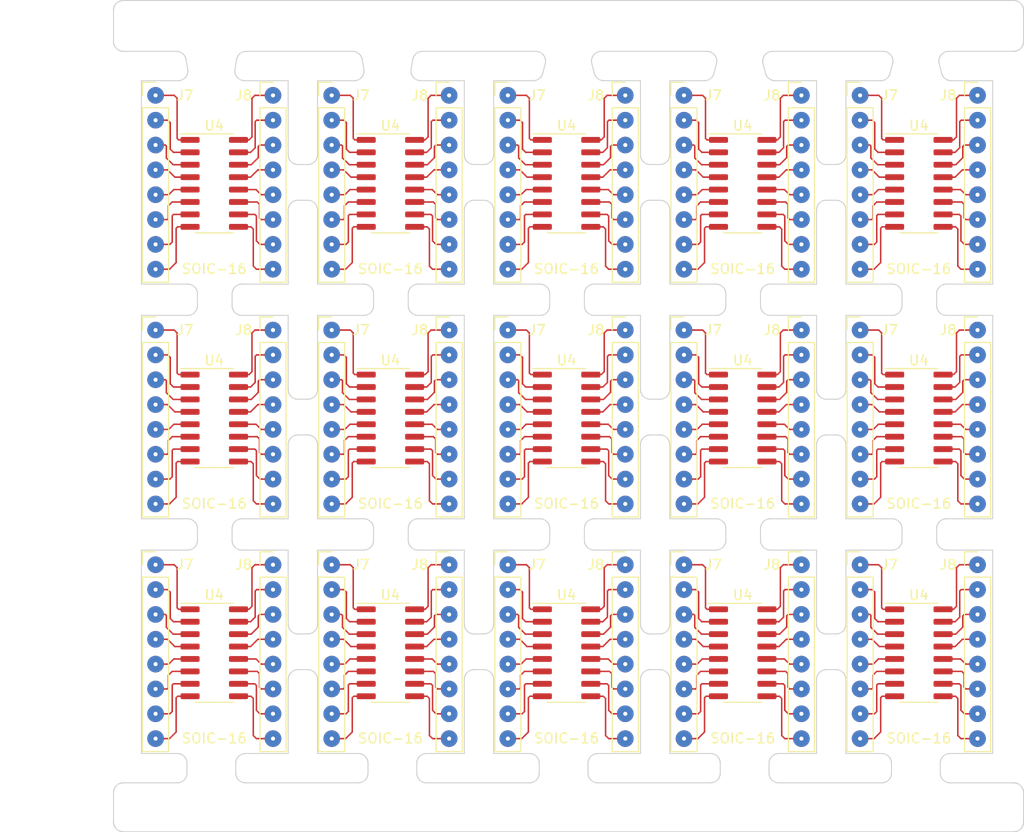
<source format=kicad_pcb>
(kicad_pcb (version 20171130) (host pcbnew "(5.1.5)-3")
  (layers (0 F.Cu signal) (31 B.Cu signal) (34 B.Paste user) (35 F.Paste user) (36 B.SilkS user) (37 F.SilkS user) (38 B.Mask user) (39 F.Mask user) (44 Edge.Cuts user))
  (net 0 "")
  (module custom_panel:0.5mmMouseBite (layer F.Cu) (at 82 -6.5 90)
    (fp_text reference REF** hide)
    (fp_text value 0.5mmMouseBite)
    (pad "" np_thru_hole circle (at -1 2 90) (size 0.5 0.5) (drill 0.5) (layers *.Cu *.Mask) (clearance 1))
    (pad "" np_thru_hole circle (at -1 1 90) (size 0.5 0.5) (drill 0.5) (layers *.Cu *.Mask) (clearance 1))
    (pad "" np_thru_hole circle (at -1 0 90) (size 0.5 0.5) (drill 0.5) (layers *.Cu *.Mask) (clearance 1))
    (pad "" np_thru_hole circle (at -1 -2 90) (size 0.5 0.5) (drill 0.5) (layers *.Cu *.Mask) (clearance 1))
    (pad "" np_thru_hole circle (at -1 -1 90) (size 0.5 0.5) (drill 0.5) (layers *.Cu *.Mask) (clearance 1))
    (pad "" np_thru_hole circle (at 1 -2 90) (size 0.5 0.5) (drill 0.5) (layers *.Cu *.Mask) (clearance 1))
    (pad "" np_thru_hole circle (at 1 -1 90) (size 0.5 0.5) (drill 0.5) (layers *.Cu *.Mask) (clearance 1))
    (pad "" np_thru_hole circle (at 1 0 90) (size 0.5 0.5) (drill 0.5) (layers *.Cu *.Mask) (clearance 1))
    (pad "" np_thru_hole circle (at 1 1 90) (size 0.5 0.5) (drill 0.5) (layers *.Cu *.Mask) (clearance 1))
    (pad "" np_thru_hole circle (at 1 2 90) (size 0.5 0.5) (drill 0.5) (layers *.Cu *.Mask) (clearance 1))
  )
  (module custom_panel:0.5mmMouseBite (layer F.Cu) (at 64.5 -6.5 90)
    (fp_text reference REF** hide)
    (fp_text value 0.5mmMouseBite)
    (pad "" np_thru_hole circle (at -1 2 90) (size 0.5 0.5) (drill 0.5) (layers *.Cu *.Mask) (clearance 1))
    (pad "" np_thru_hole circle (at -1 1 90) (size 0.5 0.5) (drill 0.5) (layers *.Cu *.Mask) (clearance 1))
    (pad "" np_thru_hole circle (at -1 0 90) (size 0.5 0.5) (drill 0.5) (layers *.Cu *.Mask) (clearance 1))
    (pad "" np_thru_hole circle (at -1 -2 90) (size 0.5 0.5) (drill 0.5) (layers *.Cu *.Mask) (clearance 1))
    (pad "" np_thru_hole circle (at -1 -1 90) (size 0.5 0.5) (drill 0.5) (layers *.Cu *.Mask) (clearance 1))
    (pad "" np_thru_hole circle (at 1 -2 90) (size 0.5 0.5) (drill 0.5) (layers *.Cu *.Mask) (clearance 1))
    (pad "" np_thru_hole circle (at 1 -1 90) (size 0.5 0.5) (drill 0.5) (layers *.Cu *.Mask) (clearance 1))
    (pad "" np_thru_hole circle (at 1 0 90) (size 0.5 0.5) (drill 0.5) (layers *.Cu *.Mask) (clearance 1))
    (pad "" np_thru_hole circle (at 1 1 90) (size 0.5 0.5) (drill 0.5) (layers *.Cu *.Mask) (clearance 1))
    (pad "" np_thru_hole circle (at 1 2 90) (size 0.5 0.5) (drill 0.5) (layers *.Cu *.Mask) (clearance 1))
  )
  (module custom_panel:0.5mmMouseBite (layer F.Cu) (at 46 -6.5 90)
    (fp_text reference REF** hide)
    (fp_text value 0.5mmMouseBite)
    (pad "" np_thru_hole circle (at -1 2 90) (size 0.5 0.5) (drill 0.5) (layers *.Cu *.Mask) (clearance 1))
    (pad "" np_thru_hole circle (at -1 1 90) (size 0.5 0.5) (drill 0.5) (layers *.Cu *.Mask) (clearance 1))
    (pad "" np_thru_hole circle (at -1 0 90) (size 0.5 0.5) (drill 0.5) (layers *.Cu *.Mask) (clearance 1))
    (pad "" np_thru_hole circle (at -1 -2 90) (size 0.5 0.5) (drill 0.5) (layers *.Cu *.Mask) (clearance 1))
    (pad "" np_thru_hole circle (at -1 -1 90) (size 0.5 0.5) (drill 0.5) (layers *.Cu *.Mask) (clearance 1))
    (pad "" np_thru_hole circle (at 1 -2 90) (size 0.5 0.5) (drill 0.5) (layers *.Cu *.Mask) (clearance 1))
    (pad "" np_thru_hole circle (at 1 -1 90) (size 0.5 0.5) (drill 0.5) (layers *.Cu *.Mask) (clearance 1))
    (pad "" np_thru_hole circle (at 1 0 90) (size 0.5 0.5) (drill 0.5) (layers *.Cu *.Mask) (clearance 1))
    (pad "" np_thru_hole circle (at 1 1 90) (size 0.5 0.5) (drill 0.5) (layers *.Cu *.Mask) (clearance 1))
    (pad "" np_thru_hole circle (at 1 2 90) (size 0.5 0.5) (drill 0.5) (layers *.Cu *.Mask) (clearance 1))
  )
  (module custom_panel:0.5mmMouseBite (layer F.Cu) (at 28.5 -6.5 90)
    (fp_text reference REF** hide)
    (fp_text value 0.5mmMouseBite)
    (pad "" np_thru_hole circle (at -1 2 90) (size 0.5 0.5) (drill 0.5) (layers *.Cu *.Mask) (clearance 1))
    (pad "" np_thru_hole circle (at -1 1 90) (size 0.5 0.5) (drill 0.5) (layers *.Cu *.Mask) (clearance 1))
    (pad "" np_thru_hole circle (at -1 0 90) (size 0.5 0.5) (drill 0.5) (layers *.Cu *.Mask) (clearance 1))
    (pad "" np_thru_hole circle (at -1 -2 90) (size 0.5 0.5) (drill 0.5) (layers *.Cu *.Mask) (clearance 1))
    (pad "" np_thru_hole circle (at -1 -1 90) (size 0.5 0.5) (drill 0.5) (layers *.Cu *.Mask) (clearance 1))
    (pad "" np_thru_hole circle (at 1 -2 90) (size 0.5 0.5) (drill 0.5) (layers *.Cu *.Mask) (clearance 1))
    (pad "" np_thru_hole circle (at 1 -1 90) (size 0.5 0.5) (drill 0.5) (layers *.Cu *.Mask) (clearance 1))
    (pad "" np_thru_hole circle (at 1 0 90) (size 0.5 0.5) (drill 0.5) (layers *.Cu *.Mask) (clearance 1))
    (pad "" np_thru_hole circle (at 1 1 90) (size 0.5 0.5) (drill 0.5) (layers *.Cu *.Mask) (clearance 1))
    (pad "" np_thru_hole circle (at 1 2 90) (size 0.5 0.5) (drill 0.5) (layers *.Cu *.Mask) (clearance 1))
  )
  (module custom_panel:0.5mmMouseBite (layer F.Cu) (at 10.25 -6.5 90)
    (fp_text reference REF** hide)
    (fp_text value 0.5mmMouseBite)
    (pad "" np_thru_hole circle (at -1 2 90) (size 0.5 0.5) (drill 0.5) (layers *.Cu *.Mask) (clearance 1))
    (pad "" np_thru_hole circle (at -1 1 90) (size 0.5 0.5) (drill 0.5) (layers *.Cu *.Mask) (clearance 1))
    (pad "" np_thru_hole circle (at -1 0 90) (size 0.5 0.5) (drill 0.5) (layers *.Cu *.Mask) (clearance 1))
    (pad "" np_thru_hole circle (at -1 -2 90) (size 0.5 0.5) (drill 0.5) (layers *.Cu *.Mask) (clearance 1))
    (pad "" np_thru_hole circle (at -1 -1 90) (size 0.5 0.5) (drill 0.5) (layers *.Cu *.Mask) (clearance 1))
    (pad "" np_thru_hole circle (at 1 -2 90) (size 0.5 0.5) (drill 0.5) (layers *.Cu *.Mask) (clearance 1))
    (pad "" np_thru_hole circle (at 1 -1 90) (size 0.5 0.5) (drill 0.5) (layers *.Cu *.Mask) (clearance 1))
    (pad "" np_thru_hole circle (at 1 0 90) (size 0.5 0.5) (drill 0.5) (layers *.Cu *.Mask) (clearance 1))
    (pad "" np_thru_hole circle (at 1 1 90) (size 0.5 0.5) (drill 0.5) (layers *.Cu *.Mask) (clearance 1))
    (pad "" np_thru_hole circle (at 1 2 90) (size 0.5 0.5) (drill 0.5) (layers *.Cu *.Mask) (clearance 1))
  )
  (module custom_panel:0.5mmMouseBite (layer F.Cu) (at 82 -78.25 90)
    (fp_text reference REF** hide)
    (fp_text value 0.5mmMouseBite)
    (pad "" np_thru_hole circle (at -1 2 90) (size 0.5 0.5) (drill 0.5) (layers *.Cu *.Mask) (clearance 1))
    (pad "" np_thru_hole circle (at -1 1 90) (size 0.5 0.5) (drill 0.5) (layers *.Cu *.Mask) (clearance 1))
    (pad "" np_thru_hole circle (at -1 0 90) (size 0.5 0.5) (drill 0.5) (layers *.Cu *.Mask) (clearance 1))
    (pad "" np_thru_hole circle (at -1 -2 90) (size 0.5 0.5) (drill 0.5) (layers *.Cu *.Mask) (clearance 1))
    (pad "" np_thru_hole circle (at -1 -1 90) (size 0.5 0.5) (drill 0.5) (layers *.Cu *.Mask) (clearance 1))
    (pad "" np_thru_hole circle (at 1 -2 90) (size 0.5 0.5) (drill 0.5) (layers *.Cu *.Mask) (clearance 1))
    (pad "" np_thru_hole circle (at 1 -1 90) (size 0.5 0.5) (drill 0.5) (layers *.Cu *.Mask) (clearance 1))
    (pad "" np_thru_hole circle (at 1 0 90) (size 0.5 0.5) (drill 0.5) (layers *.Cu *.Mask) (clearance 1))
    (pad "" np_thru_hole circle (at 1 1 90) (size 0.5 0.5) (drill 0.5) (layers *.Cu *.Mask) (clearance 1))
    (pad "" np_thru_hole circle (at 1 2 90) (size 0.5 0.5) (drill 0.5) (layers *.Cu *.Mask) (clearance 1))
  )
  (module custom_panel:0.5mmMouseBite (layer F.Cu) (at 64 -78.25 90)
    (fp_text reference REF** hide)
    (fp_text value 0.5mmMouseBite)
    (pad "" np_thru_hole circle (at -1 2 90) (size 0.5 0.5) (drill 0.5) (layers *.Cu *.Mask) (clearance 1))
    (pad "" np_thru_hole circle (at -1 1 90) (size 0.5 0.5) (drill 0.5) (layers *.Cu *.Mask) (clearance 1))
    (pad "" np_thru_hole circle (at -1 0 90) (size 0.5 0.5) (drill 0.5) (layers *.Cu *.Mask) (clearance 1))
    (pad "" np_thru_hole circle (at -1 -2 90) (size 0.5 0.5) (drill 0.5) (layers *.Cu *.Mask) (clearance 1))
    (pad "" np_thru_hole circle (at -1 -1 90) (size 0.5 0.5) (drill 0.5) (layers *.Cu *.Mask) (clearance 1))
    (pad "" np_thru_hole circle (at 1 -2 90) (size 0.5 0.5) (drill 0.5) (layers *.Cu *.Mask) (clearance 1))
    (pad "" np_thru_hole circle (at 1 -1 90) (size 0.5 0.5) (drill 0.5) (layers *.Cu *.Mask) (clearance 1))
    (pad "" np_thru_hole circle (at 1 0 90) (size 0.5 0.5) (drill 0.5) (layers *.Cu *.Mask) (clearance 1))
    (pad "" np_thru_hole circle (at 1 1 90) (size 0.5 0.5) (drill 0.5) (layers *.Cu *.Mask) (clearance 1))
    (pad "" np_thru_hole circle (at 1 2 90) (size 0.5 0.5) (drill 0.5) (layers *.Cu *.Mask) (clearance 1))
  )
  (module custom_panel:0.5mmMouseBite (layer F.Cu) (at 46.5 -78.25 90)
    (fp_text reference REF** hide)
    (fp_text value 0.5mmMouseBite)
    (pad "" np_thru_hole circle (at -1 2 90) (size 0.5 0.5) (drill 0.5) (layers *.Cu *.Mask) (clearance 1))
    (pad "" np_thru_hole circle (at -1 1 90) (size 0.5 0.5) (drill 0.5) (layers *.Cu *.Mask) (clearance 1))
    (pad "" np_thru_hole circle (at -1 0 90) (size 0.5 0.5) (drill 0.5) (layers *.Cu *.Mask) (clearance 1))
    (pad "" np_thru_hole circle (at -1 -2 90) (size 0.5 0.5) (drill 0.5) (layers *.Cu *.Mask) (clearance 1))
    (pad "" np_thru_hole circle (at -1 -1 90) (size 0.5 0.5) (drill 0.5) (layers *.Cu *.Mask) (clearance 1))
    (pad "" np_thru_hole circle (at 1 -2 90) (size 0.5 0.5) (drill 0.5) (layers *.Cu *.Mask) (clearance 1))
    (pad "" np_thru_hole circle (at 1 -1 90) (size 0.5 0.5) (drill 0.5) (layers *.Cu *.Mask) (clearance 1))
    (pad "" np_thru_hole circle (at 1 0 90) (size 0.5 0.5) (drill 0.5) (layers *.Cu *.Mask) (clearance 1))
    (pad "" np_thru_hole circle (at 1 1 90) (size 0.5 0.5) (drill 0.5) (layers *.Cu *.Mask) (clearance 1))
    (pad "" np_thru_hole circle (at 1 2 90) (size 0.5 0.5) (drill 0.5) (layers *.Cu *.Mask) (clearance 1))
  )
  (module custom_panel:0.5mmMouseBite (layer F.Cu) (at 28 -78.25 90)
    (fp_text reference REF** hide)
    (fp_text value 0.5mmMouseBite)
    (pad "" np_thru_hole circle (at -1 2 90) (size 0.5 0.5) (drill 0.5) (layers *.Cu *.Mask) (clearance 1))
    (pad "" np_thru_hole circle (at -1 1 90) (size 0.5 0.5) (drill 0.5) (layers *.Cu *.Mask) (clearance 1))
    (pad "" np_thru_hole circle (at -1 0 90) (size 0.5 0.5) (drill 0.5) (layers *.Cu *.Mask) (clearance 1))
    (pad "" np_thru_hole circle (at -1 -2 90) (size 0.5 0.5) (drill 0.5) (layers *.Cu *.Mask) (clearance 1))
    (pad "" np_thru_hole circle (at -1 -1 90) (size 0.5 0.5) (drill 0.5) (layers *.Cu *.Mask) (clearance 1))
    (pad "" np_thru_hole circle (at 1 -2 90) (size 0.5 0.5) (drill 0.5) (layers *.Cu *.Mask) (clearance 1))
    (pad "" np_thru_hole circle (at 1 -1 90) (size 0.5 0.5) (drill 0.5) (layers *.Cu *.Mask) (clearance 1))
    (pad "" np_thru_hole circle (at 1 0 90) (size 0.5 0.5) (drill 0.5) (layers *.Cu *.Mask) (clearance 1))
    (pad "" np_thru_hole circle (at 1 1 90) (size 0.5 0.5) (drill 0.5) (layers *.Cu *.Mask) (clearance 1))
    (pad "" np_thru_hole circle (at 1 2 90) (size 0.5 0.5) (drill 0.5) (layers *.Cu *.Mask) (clearance 1))
  )
  (module custom_panel:0.5mmMouseBite (layer F.Cu) (at 10 -78.25 90)
    (fp_text reference REF** hide)
    (fp_text value 0.5mmMouseBite)
    (pad "" np_thru_hole circle (at 1 2 90) (size 0.5 0.5) (drill 0.5) (layers *.Cu *.Mask) (clearance 1))
    (pad "" np_thru_hole circle (at 1 1 90) (size 0.5 0.5) (drill 0.5) (layers *.Cu *.Mask) (clearance 1))
    (pad "" np_thru_hole circle (at 1 0 90) (size 0.5 0.5) (drill 0.5) (layers *.Cu *.Mask) (clearance 1))
    (pad "" np_thru_hole circle (at 1 -1 90) (size 0.5 0.5) (drill 0.5) (layers *.Cu *.Mask) (clearance 1))
    (pad "" np_thru_hole circle (at 1 -2 90) (size 0.5 0.5) (drill 0.5) (layers *.Cu *.Mask) (clearance 1))
    (pad "" np_thru_hole circle (at -1 -1 90) (size 0.5 0.5) (drill 0.5) (layers *.Cu *.Mask) (clearance 1))
    (pad "" np_thru_hole circle (at -1 -2 90) (size 0.5 0.5) (drill 0.5) (layers *.Cu *.Mask) (clearance 1))
    (pad "" np_thru_hole circle (at -1 0 90) (size 0.5 0.5) (drill 0.5) (layers *.Cu *.Mask) (clearance 1))
    (pad "" np_thru_hole circle (at -1 1 90) (size 0.5 0.5) (drill 0.5) (layers *.Cu *.Mask) (clearance 1))
    (pad "" np_thru_hole circle (at -1 2 90) (size 0.5 0.5) (drill 0.5) (layers *.Cu *.Mask) (clearance 1))
  )
  (module custom_panel:0.5mmMouseBite_4-5 (layer F.Cu) (at -10.35 -70.25)
    (fp_text reference REF** hide)
    (fp_text value 0.5mmMouseBite_4-5 hide)
    (pad "" np_thru_hole circle (at 1 1.5) (size 0.5 0.5) (drill 0.5) (layers *.Cu *.Mask) (clearance 1))
    (pad "" np_thru_hole circle (at 1 0.5) (size 0.5 0.5) (drill 0.5) (layers *.Cu *.Mask) (clearance 1))
    (pad "" np_thru_hole circle (at 1 -0.5) (size 0.5 0.5) (drill 0.5) (layers *.Cu *.Mask) (clearance 1))
    (pad "" np_thru_hole circle (at 1 -1.5) (size 0.5 0.5) (drill 0.5) (layers *.Cu *.Mask) (clearance 1))
    (pad "" np_thru_hole circle (at -1 1.5) (size 0.5 0.5) (drill 0.5) (layers *.Cu *.Mask) (clearance 1))
    (pad "" np_thru_hole circle (at -1 0.5) (size 0.5 0.5) (drill 0.5) (layers *.Cu *.Mask) (clearance 1))
    (pad "" np_thru_hole circle (at -1 -0.5) (size 0.5 0.5) (drill 0.5) (layers *.Cu *.Mask) (clearance 1))
    (pad "" np_thru_hole circle (at -1 -1.5) (size 0.5 0.5) (drill 0.5) (layers *.Cu *.Mask) (clearance 1))
  )
  (gr_line (start 7.18094 -9.14522) (end 7.32379 -9.09762) (layer F.SilkS) (width 0.15))
  (gr_line (start 7.32379 -9.09762) (end 7.56188 -9.09762) (layer F.SilkS) (width 0.15))
  (gr_line (start 7.56188 -9.09762) (end 7.65713 -9.14522) (layer F.SilkS) (width 0.15))
  (gr_line (start 7.65713 -9.14522) (end 7.70476 -9.19284) (layer F.SilkS) (width 0.15))
  (gr_line (start 7.70476 -9.19284) (end 7.75236 -9.28809) (layer F.SilkS) (width 0.15))
  (gr_line (start 7.75236 -9.28809) (end 7.75236 -9.38332) (layer F.SilkS) (width 0.15))
  (gr_line (start 7.75236 -9.38332) (end 7.70476 -9.47857) (layer F.SilkS) (width 0.15))
  (gr_line (start 7.70476 -9.47857) (end 7.65713 -9.52617) (layer F.SilkS) (width 0.15))
  (gr_line (start 7.65713 -9.52617) (end 7.56188 -9.57379) (layer F.SilkS) (width 0.15))
  (gr_line (start 7.56188 -9.57379) (end 7.37141 -9.62142) (layer F.SilkS) (width 0.15))
  (gr_line (start 7.37141 -9.62142) (end 7.27619 -9.66904) (layer F.SilkS) (width 0.15))
  (gr_line (start 7.27619 -9.66904) (end 7.22856 -9.71664) (layer F.SilkS) (width 0.15))
  (gr_line (start 7.22856 -9.71664) (end 7.18094 -9.81189) (layer F.SilkS) (width 0.15))
  (gr_line (start 7.18094 -9.81189) (end 7.18094 -9.90714) (layer F.SilkS) (width 0.15))
  (gr_line (start 7.18094 -9.90714) (end 7.22856 -10.00237) (layer F.SilkS) (width 0.15))
  (gr_line (start 7.22856 -10.00237) (end 7.27619 -10.04999) (layer F.SilkS) (width 0.15))
  (gr_line (start 7.27619 -10.04999) (end 7.37141 -10.09762) (layer F.SilkS) (width 0.15))
  (gr_line (start 7.37141 -10.09762) (end 7.60951 -10.09762) (layer F.SilkS) (width 0.15))
  (gr_line (start 7.60951 -10.09762) (end 7.75236 -10.04999) (layer F.SilkS) (width 0.15))
  (gr_line (start 8.37141 -10.09762) (end 8.56188 -10.09762) (layer F.SilkS) (width 0.15))
  (gr_line (start 8.56188 -10.09762) (end 8.65713 -10.04999) (layer F.SilkS) (width 0.15))
  (gr_line (start 8.65713 -10.04999) (end 8.75236 -9.95474) (layer F.SilkS) (width 0.15))
  (gr_line (start 8.75236 -9.95474) (end 8.79998 -9.76427) (layer F.SilkS) (width 0.15))
  (gr_line (start 8.79998 -9.76427) (end 8.79998 -9.43094) (layer F.SilkS) (width 0.15))
  (gr_line (start 8.79998 -9.43094) (end 8.75236 -9.24047) (layer F.SilkS) (width 0.15))
  (gr_line (start 8.75236 -9.24047) (end 8.65713 -9.14522) (layer F.SilkS) (width 0.15))
  (gr_line (start 8.65713 -9.14522) (end 8.56188 -9.09762) (layer F.SilkS) (width 0.15))
  (gr_line (start 8.56188 -9.09762) (end 8.37141 -9.09762) (layer F.SilkS) (width 0.15))
  (gr_line (start 8.37141 -9.09762) (end 8.27618 -9.14522) (layer F.SilkS) (width 0.15))
  (gr_line (start 8.27618 -9.14522) (end 8.18093 -9.24047) (layer F.SilkS) (width 0.15))
  (gr_line (start 8.18093 -9.24047) (end 8.13331 -9.43094) (layer F.SilkS) (width 0.15))
  (gr_line (start 8.13331 -9.43094) (end 8.13331 -9.76427) (layer F.SilkS) (width 0.15))
  (gr_line (start 8.13331 -9.76427) (end 8.18093 -9.95474) (layer F.SilkS) (width 0.15))
  (gr_line (start 8.18093 -9.95474) (end 8.27618 -10.04999) (layer F.SilkS) (width 0.15))
  (gr_line (start 8.27618 -10.04999) (end 8.37141 -10.09762) (layer F.SilkS) (width 0.15))
  (gr_line (start 9.22856 -9.09762) (end 9.22856 -10.09762) (layer F.SilkS) (width 0.15))
  (gr_line (start 10.27618 -9.19284) (end 10.22855 -9.14522) (layer F.SilkS) (width 0.15))
  (gr_line (start 10.22855 -9.14522) (end 10.08571 -9.09762) (layer F.SilkS) (width 0.15))
  (gr_line (start 10.08571 -9.09762) (end 9.99046 -9.09762) (layer F.SilkS) (width 0.15))
  (gr_line (start 9.99046 -9.09762) (end 9.84761 -9.14522) (layer F.SilkS) (width 0.15))
  (gr_line (start 9.84761 -9.14522) (end 9.75236 -9.24047) (layer F.SilkS) (width 0.15))
  (gr_line (start 9.75236 -9.24047) (end 9.70476 -9.33569) (layer F.SilkS) (width 0.15))
  (gr_line (start 9.70476 -9.33569) (end 9.65713 -9.52617) (layer F.SilkS) (width 0.15))
  (gr_line (start 9.65713 -9.52617) (end 9.65713 -9.66904) (layer F.SilkS) (width 0.15))
  (gr_line (start 9.65713 -9.66904) (end 9.70476 -9.85952) (layer F.SilkS) (width 0.15))
  (gr_line (start 9.70476 -9.85952) (end 9.75236 -9.95474) (layer F.SilkS) (width 0.15))
  (gr_line (start 9.75236 -9.95474) (end 9.84761 -10.04999) (layer F.SilkS) (width 0.15))
  (gr_line (start 9.84761 -10.04999) (end 9.99046 -10.09762) (layer F.SilkS) (width 0.15))
  (gr_line (start 9.99046 -10.09762) (end 10.08571 -10.09762) (layer F.SilkS) (width 0.15))
  (gr_line (start 10.08571 -10.09762) (end 10.22855 -10.04999) (layer F.SilkS) (width 0.15))
  (gr_line (start 10.22855 -10.04999) (end 10.27618 -10.00237) (layer F.SilkS) (width 0.15))
  (gr_line (start 10.70475 -9.47857) (end 11.46665 -9.47857) (layer F.SilkS) (width 0.15))
  (gr_line (start 12.46665 -9.09762) (end 11.89523 -9.09762) (layer F.SilkS) (width 0.15))
  (gr_line (start 12.18095 -9.09762) (end 12.18095 -10.09762) (layer F.SilkS) (width 0.15))
  (gr_line (start 12.18095 -10.09762) (end 12.0857 -9.95474) (layer F.SilkS) (width 0.15))
  (gr_line (start 12.0857 -9.95474) (end 11.99045 -9.85952) (layer F.SilkS) (width 0.15))
  (gr_line (start 11.99045 -9.85952) (end 11.89523 -9.81189) (layer F.SilkS) (width 0.15))
  (gr_line (start 13.3238 -10.09762) (end 13.13332 -10.09762) (layer F.SilkS) (width 0.15))
  (gr_line (start 13.13332 -10.09762) (end 13.03807 -10.04999) (layer F.SilkS) (width 0.15))
  (gr_line (start 13.03807 -10.04999) (end 12.99047 -10.00237) (layer F.SilkS) (width 0.15))
  (gr_line (start 12.99047 -10.00237) (end 12.89522 -9.85952) (layer F.SilkS) (width 0.15))
  (gr_line (start 12.89522 -9.85952) (end 12.8476 -9.66904) (layer F.SilkS) (width 0.15))
  (gr_line (start 12.8476 -9.66904) (end 12.8476 -9.28809) (layer F.SilkS) (width 0.15))
  (gr_line (start 12.8476 -9.28809) (end 12.89522 -9.19284) (layer F.SilkS) (width 0.15))
  (gr_line (start 12.89522 -9.19284) (end 12.94285 -9.14522) (layer F.SilkS) (width 0.15))
  (gr_line (start 12.94285 -9.14522) (end 13.03807 -9.09762) (layer F.SilkS) (width 0.15))
  (gr_line (start 13.03807 -9.09762) (end 13.22855 -9.09762) (layer F.SilkS) (width 0.15))
  (gr_line (start 13.22855 -9.09762) (end 13.3238 -9.14522) (layer F.SilkS) (width 0.15))
  (gr_line (start 13.3238 -9.14522) (end 13.37142 -9.19284) (layer F.SilkS) (width 0.15))
  (gr_line (start 13.37142 -9.19284) (end 13.41902 -9.28809) (layer F.SilkS) (width 0.15))
  (gr_line (start 13.41902 -9.28809) (end 13.41902 -9.52617) (layer F.SilkS) (width 0.15))
  (gr_line (start 13.41902 -9.52617) (end 13.37142 -9.62142) (layer F.SilkS) (width 0.15))
  (gr_line (start 13.37142 -9.62142) (end 13.3238 -9.66904) (layer F.SilkS) (width 0.15))
  (gr_line (start 13.3238 -9.66904) (end 13.22855 -9.71664) (layer F.SilkS) (width 0.15))
  (gr_line (start 13.22855 -9.71664) (end 13.03807 -9.71664) (layer F.SilkS) (width 0.15))
  (gr_line (start 13.03807 -9.71664) (end 12.94285 -9.66904) (layer F.SilkS) (width 0.15))
  (gr_line (start 12.94285 -9.66904) (end 12.89522 -9.62142) (layer F.SilkS) (width 0.15))
  (gr_line (start 12.89522 -9.62142) (end 12.8476 -9.52617) (layer F.SilkS) (width 0.15))
  (gr_line (start 14.97 -28.62999) (end 16.29999 -28.62999) (layer F.SilkS) (width 0.12))
  (gr_line (start 14.97 -27.3) (end 14.97 -28.62999) (layer F.SilkS) (width 0.12))
  (gr_line (start 14.97 -26.03) (end 17.62999 -26.03) (layer F.SilkS) (width 0.12))
  (gr_line (start 17.62999 -26.03) (end 17.62999 -8.18998) (layer F.SilkS) (width 0.12))
  (gr_line (start 14.97 -26.03) (end 14.97 -8.18998) (layer F.SilkS) (width 0.12))
  (gr_line (start 14.97 -8.18998) (end 17.62999 -8.18998) (layer F.SilkS) (width 0.12))
  (gr_line (start 2.97 -28.62999) (end 4.29999 -28.62999) (layer F.SilkS) (width 0.12))
  (gr_line (start 2.97 -27.3) (end 2.97 -28.62999) (layer F.SilkS) (width 0.12))
  (gr_line (start 2.97 -26.03) (end 5.62999 -26.03) (layer F.SilkS) (width 0.12))
  (gr_line (start 5.62999 -26.03) (end 5.62999 -8.18998) (layer F.SilkS) (width 0.12))
  (gr_line (start 2.97 -26.03) (end 2.97 -8.18998) (layer F.SilkS) (width 0.12))
  (gr_line (start 2.97 -8.18998) (end 5.62999 -8.18998) (layer F.SilkS) (width 0.12))
  (gr_line (start 10.29998 -23.36) (end 6.85 -23.36) (layer F.SilkS) (width 0.12))
  (gr_line (start 10.29998 -23.36) (end 12.24999 -23.36) (layer F.SilkS) (width 0.12))
  (gr_line (start 10.29998 -13.23998) (end 8.35 -13.23998) (layer F.SilkS) (width 0.12))
  (gr_line (start 10.29998 -13.23998) (end 12.24999 -13.23998) (layer F.SilkS) (width 0.12))
  (gr_line (start 12.96665 -27.84759) (end 12.96665 -27.13332) (layer F.SilkS) (width 0.15))
  (gr_line (start 12.96665 -27.13332) (end 12.91902 -26.99047) (layer F.SilkS) (width 0.15))
  (gr_line (start 12.91902 -26.99047) (end 12.8238 -26.89522) (layer F.SilkS) (width 0.15))
  (gr_line (start 12.8238 -26.89522) (end 12.68095 -26.8476) (layer F.SilkS) (width 0.15))
  (gr_line (start 12.68095 -26.8476) (end 12.5857 -26.8476) (layer F.SilkS) (width 0.15))
  (gr_line (start 13.5857 -27.41905) (end 13.49047 -27.46665) (layer F.SilkS) (width 0.15))
  (gr_line (start 13.49047 -27.46665) (end 13.44285 -27.51427) (layer F.SilkS) (width 0.15))
  (gr_line (start 13.44285 -27.51427) (end 13.39522 -27.60952) (layer F.SilkS) (width 0.15))
  (gr_line (start 13.39522 -27.60952) (end 13.39522 -27.65712) (layer F.SilkS) (width 0.15))
  (gr_line (start 13.39522 -27.65712) (end 13.44285 -27.75237) (layer F.SilkS) (width 0.15))
  (gr_line (start 13.44285 -27.75237) (end 13.49047 -27.8) (layer F.SilkS) (width 0.15))
  (gr_line (start 13.49047 -27.8) (end 13.5857 -27.84759) (layer F.SilkS) (width 0.15))
  (gr_line (start 13.5857 -27.84759) (end 13.77617 -27.84759) (layer F.SilkS) (width 0.15))
  (gr_line (start 13.77617 -27.84759) (end 13.87142 -27.8) (layer F.SilkS) (width 0.15))
  (gr_line (start 13.87142 -27.8) (end 13.91902 -27.75237) (layer F.SilkS) (width 0.15))
  (gr_line (start 13.91902 -27.75237) (end 13.96665 -27.65712) (layer F.SilkS) (width 0.15))
  (gr_line (start 13.96665 -27.65712) (end 13.96665 -27.60952) (layer F.SilkS) (width 0.15))
  (gr_line (start 13.96665 -27.60952) (end 13.91902 -27.51427) (layer F.SilkS) (width 0.15))
  (gr_line (start 13.91902 -27.51427) (end 13.87142 -27.46665) (layer F.SilkS) (width 0.15))
  (gr_line (start 13.87142 -27.46665) (end 13.77617 -27.41905) (layer F.SilkS) (width 0.15))
  (gr_line (start 13.77617 -27.41905) (end 13.5857 -27.41905) (layer F.SilkS) (width 0.15))
  (gr_line (start 13.5857 -27.41905) (end 13.49047 -27.37142) (layer F.SilkS) (width 0.15))
  (gr_line (start 13.49047 -27.37142) (end 13.44285 -27.3238) (layer F.SilkS) (width 0.15))
  (gr_line (start 13.44285 -27.3238) (end 13.39522 -27.22857) (layer F.SilkS) (width 0.15))
  (gr_line (start 13.39522 -27.22857) (end 13.39522 -27.03807) (layer F.SilkS) (width 0.15))
  (gr_line (start 13.39522 -27.03807) (end 13.44285 -26.94285) (layer F.SilkS) (width 0.15))
  (gr_line (start 13.44285 -26.94285) (end 13.49047 -26.89522) (layer F.SilkS) (width 0.15))
  (gr_line (start 13.49047 -26.89522) (end 13.5857 -26.8476) (layer F.SilkS) (width 0.15))
  (gr_line (start 13.5857 -26.8476) (end 13.77617 -26.8476) (layer F.SilkS) (width 0.15))
  (gr_line (start 13.77617 -26.8476) (end 13.87142 -26.89522) (layer F.SilkS) (width 0.15))
  (gr_line (start 13.87142 -26.89522) (end 13.91902 -26.94285) (layer F.SilkS) (width 0.15))
  (gr_line (start 13.91902 -26.94285) (end 13.96665 -27.03807) (layer F.SilkS) (width 0.15))
  (gr_line (start 13.96665 -27.03807) (end 13.96665 -27.22857) (layer F.SilkS) (width 0.15))
  (gr_line (start 13.96665 -27.22857) (end 13.91902 -27.3238) (layer F.SilkS) (width 0.15))
  (gr_line (start 13.91902 -27.3238) (end 13.87142 -27.37142) (layer F.SilkS) (width 0.15))
  (gr_line (start 13.87142 -27.37142) (end 13.77617 -27.41905) (layer F.SilkS) (width 0.15))
  (gr_line (start 6.96666 -27.84759) (end 6.96666 -27.13332) (layer F.SilkS) (width 0.15))
  (gr_line (start 6.96666 -27.13332) (end 6.91904 -26.99047) (layer F.SilkS) (width 0.15))
  (gr_line (start 6.91904 -26.99047) (end 6.82379 -26.89522) (layer F.SilkS) (width 0.15))
  (gr_line (start 6.82379 -26.89522) (end 6.68094 -26.8476) (layer F.SilkS) (width 0.15))
  (gr_line (start 6.68094 -26.8476) (end 6.58571 -26.8476) (layer F.SilkS) (width 0.15))
  (gr_line (start 7.34761 -27.84759) (end 8.01428 -27.84759) (layer F.SilkS) (width 0.15))
  (gr_line (start 8.01428 -27.84759) (end 7.58571 -26.8476) (layer F.SilkS) (width 0.15))
  (gr_line (start 9.53808 -24.7476) (end 9.53808 -23.93808) (layer F.SilkS) (width 0.15))
  (gr_line (start 9.53808 -23.93808) (end 9.58571 -23.84285) (layer F.SilkS) (width 0.15))
  (gr_line (start 9.58571 -23.84285) (end 9.63333 -23.79523) (layer F.SilkS) (width 0.15))
  (gr_line (start 9.63333 -23.79523) (end 9.72856 -23.7476) (layer F.SilkS) (width 0.15))
  (gr_line (start 9.72856 -23.7476) (end 9.91903 -23.7476) (layer F.SilkS) (width 0.15))
  (gr_line (start 9.91903 -23.7476) (end 10.01428 -23.79523) (layer F.SilkS) (width 0.15))
  (gr_line (start 10.01428 -23.79523) (end 10.06188 -23.84285) (layer F.SilkS) (width 0.15))
  (gr_line (start 10.06188 -23.84285) (end 10.1095 -23.93808) (layer F.SilkS) (width 0.15))
  (gr_line (start 10.1095 -23.93808) (end 10.1095 -24.7476) (layer F.SilkS) (width 0.15))
  (gr_line (start 11.01428 -24.41428) (end 11.01428 -23.7476) (layer F.SilkS) (width 0.15))
  (gr_line (start 10.77618 -24.79523) (end 10.53808 -24.08093) (layer F.SilkS) (width 0.15))
  (gr_line (start 10.53808 -24.08093) (end 11.15713 -24.08093) (layer F.SilkS) (width 0.15))
  (gr_line (start 7.18094 -33.14522) (end 7.32379 -33.0976) (layer F.SilkS) (width 0.15))
  (gr_line (start 7.32379 -33.0976) (end 7.56188 -33.0976) (layer F.SilkS) (width 0.15))
  (gr_line (start 7.56188 -33.0976) (end 7.65713 -33.14522) (layer F.SilkS) (width 0.15))
  (gr_line (start 7.65713 -33.14522) (end 7.70476 -33.19285) (layer F.SilkS) (width 0.15))
  (gr_line (start 7.70476 -33.19285) (end 7.75236 -33.28807) (layer F.SilkS) (width 0.15))
  (gr_line (start 7.75236 -33.28807) (end 7.75236 -33.38332) (layer F.SilkS) (width 0.15))
  (gr_line (start 7.75236 -33.38332) (end 7.70476 -33.47857) (layer F.SilkS) (width 0.15))
  (gr_line (start 7.70476 -33.47857) (end 7.65713 -33.52617) (layer F.SilkS) (width 0.15))
  (gr_line (start 7.65713 -33.52617) (end 7.56188 -33.5738) (layer F.SilkS) (width 0.15))
  (gr_line (start 7.56188 -33.5738) (end 7.37141 -33.62142) (layer F.SilkS) (width 0.15))
  (gr_line (start 7.37141 -33.62142) (end 7.27619 -33.66905) (layer F.SilkS) (width 0.15))
  (gr_line (start 7.27619 -33.66905) (end 7.22856 -33.71665) (layer F.SilkS) (width 0.15))
  (gr_line (start 7.22856 -33.71665) (end 7.18094 -33.8119) (layer F.SilkS) (width 0.15))
  (gr_line (start 7.18094 -33.8119) (end 7.18094 -33.90712) (layer F.SilkS) (width 0.15))
  (gr_line (start 7.18094 -33.90712) (end 7.22856 -34.00237) (layer F.SilkS) (width 0.15))
  (gr_line (start 7.22856 -34.00237) (end 7.27619 -34.05) (layer F.SilkS) (width 0.15))
  (gr_line (start 7.27619 -34.05) (end 7.37141 -34.0976) (layer F.SilkS) (width 0.15))
  (gr_line (start 7.37141 -34.0976) (end 7.60951 -34.0976) (layer F.SilkS) (width 0.15))
  (gr_line (start 7.60951 -34.0976) (end 7.75236 -34.05) (layer F.SilkS) (width 0.15))
  (gr_line (start 8.37141 -34.0976) (end 8.56188 -34.0976) (layer F.SilkS) (width 0.15))
  (gr_line (start 8.56188 -34.0976) (end 8.65713 -34.05) (layer F.SilkS) (width 0.15))
  (gr_line (start 8.65713 -34.05) (end 8.75236 -33.95475) (layer F.SilkS) (width 0.15))
  (gr_line (start 8.75236 -33.95475) (end 8.79998 -33.76427) (layer F.SilkS) (width 0.15))
  (gr_line (start 8.79998 -33.76427) (end 8.79998 -33.43095) (layer F.SilkS) (width 0.15))
  (gr_line (start 8.79998 -33.43095) (end 8.75236 -33.24047) (layer F.SilkS) (width 0.15))
  (gr_line (start 8.75236 -33.24047) (end 8.65713 -33.14522) (layer F.SilkS) (width 0.15))
  (gr_line (start 8.65713 -33.14522) (end 8.56188 -33.0976) (layer F.SilkS) (width 0.15))
  (gr_line (start 8.56188 -33.0976) (end 8.37141 -33.0976) (layer F.SilkS) (width 0.15))
  (gr_line (start 8.37141 -33.0976) (end 8.27618 -33.14522) (layer F.SilkS) (width 0.15))
  (gr_line (start 8.27618 -33.14522) (end 8.18093 -33.24047) (layer F.SilkS) (width 0.15))
  (gr_line (start 8.18093 -33.24047) (end 8.13331 -33.43095) (layer F.SilkS) (width 0.15))
  (gr_line (start 8.13331 -33.43095) (end 8.13331 -33.76427) (layer F.SilkS) (width 0.15))
  (gr_line (start 8.13331 -33.76427) (end 8.18093 -33.95475) (layer F.SilkS) (width 0.15))
  (gr_line (start 8.18093 -33.95475) (end 8.27618 -34.05) (layer F.SilkS) (width 0.15))
  (gr_line (start 8.27618 -34.05) (end 8.37141 -34.0976) (layer F.SilkS) (width 0.15))
  (gr_line (start 9.22856 -33.0976) (end 9.22856 -34.0976) (layer F.SilkS) (width 0.15))
  (gr_line (start 10.27618 -33.19285) (end 10.22855 -33.14522) (layer F.SilkS) (width 0.15))
  (gr_line (start 10.22855 -33.14522) (end 10.08571 -33.0976) (layer F.SilkS) (width 0.15))
  (gr_line (start 10.08571 -33.0976) (end 9.99046 -33.0976) (layer F.SilkS) (width 0.15))
  (gr_line (start 9.99046 -33.0976) (end 9.84761 -33.14522) (layer F.SilkS) (width 0.15))
  (gr_line (start 9.84761 -33.14522) (end 9.75236 -33.24047) (layer F.SilkS) (width 0.15))
  (gr_line (start 9.75236 -33.24047) (end 9.70476 -33.3357) (layer F.SilkS) (width 0.15))
  (gr_line (start 9.70476 -33.3357) (end 9.65713 -33.52617) (layer F.SilkS) (width 0.15))
  (gr_line (start 9.65713 -33.52617) (end 9.65713 -33.66905) (layer F.SilkS) (width 0.15))
  (gr_line (start 9.65713 -33.66905) (end 9.70476 -33.85952) (layer F.SilkS) (width 0.15))
  (gr_line (start 9.70476 -33.85952) (end 9.75236 -33.95475) (layer F.SilkS) (width 0.15))
  (gr_line (start 9.75236 -33.95475) (end 9.84761 -34.05) (layer F.SilkS) (width 0.15))
  (gr_line (start 9.84761 -34.05) (end 9.99046 -34.0976) (layer F.SilkS) (width 0.15))
  (gr_line (start 9.99046 -34.0976) (end 10.08571 -34.0976) (layer F.SilkS) (width 0.15))
  (gr_line (start 10.08571 -34.0976) (end 10.22855 -34.05) (layer F.SilkS) (width 0.15))
  (gr_line (start 10.22855 -34.05) (end 10.27618 -34.00237) (layer F.SilkS) (width 0.15))
  (gr_line (start 10.70475 -33.47857) (end 11.46665 -33.47857) (layer F.SilkS) (width 0.15))
  (gr_line (start 12.46665 -33.0976) (end 11.89523 -33.0976) (layer F.SilkS) (width 0.15))
  (gr_line (start 12.18095 -33.0976) (end 12.18095 -34.0976) (layer F.SilkS) (width 0.15))
  (gr_line (start 12.18095 -34.0976) (end 12.0857 -33.95475) (layer F.SilkS) (width 0.15))
  (gr_line (start 12.0857 -33.95475) (end 11.99045 -33.85952) (layer F.SilkS) (width 0.15))
  (gr_line (start 11.99045 -33.85952) (end 11.89523 -33.8119) (layer F.SilkS) (width 0.15))
  (gr_line (start 13.3238 -34.0976) (end 13.13332 -34.0976) (layer F.SilkS) (width 0.15))
  (gr_line (start 13.13332 -34.0976) (end 13.03807 -34.05) (layer F.SilkS) (width 0.15))
  (gr_line (start 13.03807 -34.05) (end 12.99047 -34.00237) (layer F.SilkS) (width 0.15))
  (gr_line (start 12.99047 -34.00237) (end 12.89522 -33.85952) (layer F.SilkS) (width 0.15))
  (gr_line (start 12.89522 -33.85952) (end 12.8476 -33.66905) (layer F.SilkS) (width 0.15))
  (gr_line (start 12.8476 -33.66905) (end 12.8476 -33.28807) (layer F.SilkS) (width 0.15))
  (gr_line (start 12.8476 -33.28807) (end 12.89522 -33.19285) (layer F.SilkS) (width 0.15))
  (gr_line (start 12.89522 -33.19285) (end 12.94285 -33.14522) (layer F.SilkS) (width 0.15))
  (gr_line (start 12.94285 -33.14522) (end 13.03807 -33.0976) (layer F.SilkS) (width 0.15))
  (gr_line (start 13.03807 -33.0976) (end 13.22855 -33.0976) (layer F.SilkS) (width 0.15))
  (gr_line (start 13.22855 -33.0976) (end 13.3238 -33.14522) (layer F.SilkS) (width 0.15))
  (gr_line (start 13.3238 -33.14522) (end 13.37142 -33.19285) (layer F.SilkS) (width 0.15))
  (gr_line (start 13.37142 -33.19285) (end 13.41902 -33.28807) (layer F.SilkS) (width 0.15))
  (gr_line (start 13.41902 -33.28807) (end 13.41902 -33.52617) (layer F.SilkS) (width 0.15))
  (gr_line (start 13.41902 -33.52617) (end 13.37142 -33.62142) (layer F.SilkS) (width 0.15))
  (gr_line (start 13.37142 -33.62142) (end 13.3238 -33.66905) (layer F.SilkS) (width 0.15))
  (gr_line (start 13.3238 -33.66905) (end 13.22855 -33.71665) (layer F.SilkS) (width 0.15))
  (gr_line (start 13.22855 -33.71665) (end 13.03807 -33.71665) (layer F.SilkS) (width 0.15))
  (gr_line (start 13.03807 -33.71665) (end 12.94285 -33.66905) (layer F.SilkS) (width 0.15))
  (gr_line (start 12.94285 -33.66905) (end 12.89522 -33.62142) (layer F.SilkS) (width 0.15))
  (gr_line (start 12.89522 -33.62142) (end 12.8476 -33.52617) (layer F.SilkS) (width 0.15))
  (gr_line (start 14.97 -52.62999) (end 16.29999 -52.62999) (layer F.SilkS) (width 0.12))
  (gr_line (start 14.97 -51.3) (end 14.97 -52.62999) (layer F.SilkS) (width 0.12))
  (gr_line (start 14.97 -50.03) (end 17.62999 -50.03) (layer F.SilkS) (width 0.12))
  (gr_line (start 17.62999 -50.03) (end 17.62999 -32.18998) (layer F.SilkS) (width 0.12))
  (gr_line (start 14.97 -50.03) (end 14.97 -32.18998) (layer F.SilkS) (width 0.12))
  (gr_line (start 14.97 -32.18998) (end 17.62999 -32.18998) (layer F.SilkS) (width 0.12))
  (gr_line (start 2.97 -52.62999) (end 4.29999 -52.62999) (layer F.SilkS) (width 0.12))
  (gr_line (start 2.97 -51.3) (end 2.97 -52.62999) (layer F.SilkS) (width 0.12))
  (gr_line (start 2.97 -50.03) (end 5.62999 -50.03) (layer F.SilkS) (width 0.12))
  (gr_line (start 5.62999 -50.03) (end 5.62999 -32.18998) (layer F.SilkS) (width 0.12))
  (gr_line (start 2.97 -50.03) (end 2.97 -32.18998) (layer F.SilkS) (width 0.12))
  (gr_line (start 2.97 -32.18998) (end 5.62999 -32.18998) (layer F.SilkS) (width 0.12))
  (gr_line (start 10.29998 -47.35998) (end 6.85 -47.35998) (layer F.SilkS) (width 0.12))
  (gr_line (start 10.29998 -47.35998) (end 12.24999 -47.35998) (layer F.SilkS) (width 0.12))
  (gr_line (start 10.29998 -37.23998) (end 8.35 -37.23998) (layer F.SilkS) (width 0.12))
  (gr_line (start 10.29998 -37.23998) (end 12.24999 -37.23998) (layer F.SilkS) (width 0.12))
  (gr_line (start 12.96665 -51.8476) (end 12.96665 -51.13332) (layer F.SilkS) (width 0.15))
  (gr_line (start 12.96665 -51.13332) (end 12.91902 -50.99047) (layer F.SilkS) (width 0.15))
  (gr_line (start 12.91902 -50.99047) (end 12.8238 -50.89522) (layer F.SilkS) (width 0.15))
  (gr_line (start 12.8238 -50.89522) (end 12.68095 -50.8476) (layer F.SilkS) (width 0.15))
  (gr_line (start 12.68095 -50.8476) (end 12.5857 -50.8476) (layer F.SilkS) (width 0.15))
  (gr_line (start 13.5857 -51.41902) (end 13.49047 -51.46665) (layer F.SilkS) (width 0.15))
  (gr_line (start 13.49047 -51.46665) (end 13.44285 -51.51427) (layer F.SilkS) (width 0.15))
  (gr_line (start 13.44285 -51.51427) (end 13.39522 -51.6095) (layer F.SilkS) (width 0.15))
  (gr_line (start 13.39522 -51.6095) (end 13.39522 -51.65712) (layer F.SilkS) (width 0.15))
  (gr_line (start 13.39522 -51.65712) (end 13.44285 -51.75237) (layer F.SilkS) (width 0.15))
  (gr_line (start 13.44285 -51.75237) (end 13.49047 -51.8) (layer F.SilkS) (width 0.15))
  (gr_line (start 13.49047 -51.8) (end 13.5857 -51.8476) (layer F.SilkS) (width 0.15))
  (gr_line (start 13.5857 -51.8476) (end 13.77617 -51.8476) (layer F.SilkS) (width 0.15))
  (gr_line (start 13.77617 -51.8476) (end 13.87142 -51.8) (layer F.SilkS) (width 0.15))
  (gr_line (start 13.87142 -51.8) (end 13.91902 -51.75237) (layer F.SilkS) (width 0.15))
  (gr_line (start 13.91902 -51.75237) (end 13.96665 -51.65712) (layer F.SilkS) (width 0.15))
  (gr_line (start 13.96665 -51.65712) (end 13.96665 -51.6095) (layer F.SilkS) (width 0.15))
  (gr_line (start 13.96665 -51.6095) (end 13.91902 -51.51427) (layer F.SilkS) (width 0.15))
  (gr_line (start 13.91902 -51.51427) (end 13.87142 -51.46665) (layer F.SilkS) (width 0.15))
  (gr_line (start 13.87142 -51.46665) (end 13.77617 -51.41902) (layer F.SilkS) (width 0.15))
  (gr_line (start 13.77617 -51.41902) (end 13.5857 -51.41902) (layer F.SilkS) (width 0.15))
  (gr_line (start 13.5857 -51.41902) (end 13.49047 -51.37142) (layer F.SilkS) (width 0.15))
  (gr_line (start 13.49047 -51.37142) (end 13.44285 -51.3238) (layer F.SilkS) (width 0.15))
  (gr_line (start 13.44285 -51.3238) (end 13.39522 -51.22855) (layer F.SilkS) (width 0.15))
  (gr_line (start 13.39522 -51.22855) (end 13.39522 -51.03807) (layer F.SilkS) (width 0.15))
  (gr_line (start 13.39522 -51.03807) (end 13.44285 -50.94285) (layer F.SilkS) (width 0.15))
  (gr_line (start 13.44285 -50.94285) (end 13.49047 -50.89522) (layer F.SilkS) (width 0.15))
  (gr_line (start 13.49047 -50.89522) (end 13.5857 -50.8476) (layer F.SilkS) (width 0.15))
  (gr_line (start 13.5857 -50.8476) (end 13.77617 -50.8476) (layer F.SilkS) (width 0.15))
  (gr_line (start 13.77617 -50.8476) (end 13.87142 -50.89522) (layer F.SilkS) (width 0.15))
  (gr_line (start 13.87142 -50.89522) (end 13.91902 -50.94285) (layer F.SilkS) (width 0.15))
  (gr_line (start 13.91902 -50.94285) (end 13.96665 -51.03807) (layer F.SilkS) (width 0.15))
  (gr_line (start 13.96665 -51.03807) (end 13.96665 -51.22855) (layer F.SilkS) (width 0.15))
  (gr_line (start 13.96665 -51.22855) (end 13.91902 -51.3238) (layer F.SilkS) (width 0.15))
  (gr_line (start 13.91902 -51.3238) (end 13.87142 -51.37142) (layer F.SilkS) (width 0.15))
  (gr_line (start 13.87142 -51.37142) (end 13.77617 -51.41902) (layer F.SilkS) (width 0.15))
  (gr_line (start 6.96666 -51.8476) (end 6.96666 -51.13332) (layer F.SilkS) (width 0.15))
  (gr_line (start 6.96666 -51.13332) (end 6.91904 -50.99047) (layer F.SilkS) (width 0.15))
  (gr_line (start 6.91904 -50.99047) (end 6.82379 -50.89522) (layer F.SilkS) (width 0.15))
  (gr_line (start 6.82379 -50.89522) (end 6.68094 -50.8476) (layer F.SilkS) (width 0.15))
  (gr_line (start 6.68094 -50.8476) (end 6.58571 -50.8476) (layer F.SilkS) (width 0.15))
  (gr_line (start 7.34761 -51.8476) (end 8.01428 -51.8476) (layer F.SilkS) (width 0.15))
  (gr_line (start 8.01428 -51.8476) (end 7.58571 -50.8476) (layer F.SilkS) (width 0.15))
  (gr_line (start 9.53808 -48.7476) (end 9.53808 -47.93808) (layer F.SilkS) (width 0.15))
  (gr_line (start 9.53808 -47.93808) (end 9.58571 -47.84286) (layer F.SilkS) (width 0.15))
  (gr_line (start 9.58571 -47.84286) (end 9.63333 -47.79523) (layer F.SilkS) (width 0.15))
  (gr_line (start 9.63333 -47.79523) (end 9.72856 -47.74761) (layer F.SilkS) (width 0.15))
  (gr_line (start 9.72856 -47.74761) (end 9.91903 -47.74761) (layer F.SilkS) (width 0.15))
  (gr_line (start 9.91903 -47.74761) (end 10.01428 -47.79523) (layer F.SilkS) (width 0.15))
  (gr_line (start 10.01428 -47.79523) (end 10.06188 -47.84286) (layer F.SilkS) (width 0.15))
  (gr_line (start 10.06188 -47.84286) (end 10.1095 -47.93808) (layer F.SilkS) (width 0.15))
  (gr_line (start 10.1095 -47.93808) (end 10.1095 -48.7476) (layer F.SilkS) (width 0.15))
  (gr_line (start 11.01428 -48.41428) (end 11.01428 -47.74761) (layer F.SilkS) (width 0.15))
  (gr_line (start 10.77618 -48.79523) (end 10.53808 -48.08093) (layer F.SilkS) (width 0.15))
  (gr_line (start 10.53808 -48.08093) (end 11.15713 -48.08093) (layer F.SilkS) (width 0.15))
  (gr_line (start 7.18094 -57.14522) (end 7.32379 -57.0976) (layer F.SilkS) (width 0.15))
  (gr_line (start 7.32379 -57.0976) (end 7.56188 -57.0976) (layer F.SilkS) (width 0.15))
  (gr_line (start 7.56188 -57.0976) (end 7.65713 -57.14522) (layer F.SilkS) (width 0.15))
  (gr_line (start 7.65713 -57.14522) (end 7.70476 -57.19285) (layer F.SilkS) (width 0.15))
  (gr_line (start 7.70476 -57.19285) (end 7.75236 -57.28807) (layer F.SilkS) (width 0.15))
  (gr_line (start 7.75236 -57.28807) (end 7.75236 -57.38332) (layer F.SilkS) (width 0.15))
  (gr_line (start 7.75236 -57.38332) (end 7.70476 -57.47855) (layer F.SilkS) (width 0.15))
  (gr_line (start 7.70476 -57.47855) (end 7.65713 -57.52617) (layer F.SilkS) (width 0.15))
  (gr_line (start 7.65713 -57.52617) (end 7.56188 -57.5738) (layer F.SilkS) (width 0.15))
  (gr_line (start 7.56188 -57.5738) (end 7.37141 -57.62142) (layer F.SilkS) (width 0.15))
  (gr_line (start 7.37141 -57.62142) (end 7.27619 -57.66902) (layer F.SilkS) (width 0.15))
  (gr_line (start 7.27619 -57.66902) (end 7.22856 -57.71665) (layer F.SilkS) (width 0.15))
  (gr_line (start 7.22856 -57.71665) (end 7.18094 -57.8119) (layer F.SilkS) (width 0.15))
  (gr_line (start 7.18094 -57.8119) (end 7.18094 -57.90712) (layer F.SilkS) (width 0.15))
  (gr_line (start 7.18094 -57.90712) (end 7.22856 -58.00237) (layer F.SilkS) (width 0.15))
  (gr_line (start 7.22856 -58.00237) (end 7.27619 -58.05) (layer F.SilkS) (width 0.15))
  (gr_line (start 7.27619 -58.05) (end 7.37141 -58.0976) (layer F.SilkS) (width 0.15))
  (gr_line (start 7.37141 -58.0976) (end 7.60951 -58.0976) (layer F.SilkS) (width 0.15))
  (gr_line (start 7.60951 -58.0976) (end 7.75236 -58.05) (layer F.SilkS) (width 0.15))
  (gr_line (start 8.37141 -58.0976) (end 8.56188 -58.0976) (layer F.SilkS) (width 0.15))
  (gr_line (start 8.56188 -58.0976) (end 8.65713 -58.05) (layer F.SilkS) (width 0.15))
  (gr_line (start 8.65713 -58.05) (end 8.75236 -57.95475) (layer F.SilkS) (width 0.15))
  (gr_line (start 8.75236 -57.95475) (end 8.79998 -57.76427) (layer F.SilkS) (width 0.15))
  (gr_line (start 8.79998 -57.76427) (end 8.79998 -57.43095) (layer F.SilkS) (width 0.15))
  (gr_line (start 8.79998 -57.43095) (end 8.75236 -57.24047) (layer F.SilkS) (width 0.15))
  (gr_line (start 8.75236 -57.24047) (end 8.65713 -57.14522) (layer F.SilkS) (width 0.15))
  (gr_line (start 8.65713 -57.14522) (end 8.56188 -57.0976) (layer F.SilkS) (width 0.15))
  (gr_line (start 8.56188 -57.0976) (end 8.37141 -57.0976) (layer F.SilkS) (width 0.15))
  (gr_line (start 8.37141 -57.0976) (end 8.27618 -57.14522) (layer F.SilkS) (width 0.15))
  (gr_line (start 8.27618 -57.14522) (end 8.18093 -57.24047) (layer F.SilkS) (width 0.15))
  (gr_line (start 8.18093 -57.24047) (end 8.13331 -57.43095) (layer F.SilkS) (width 0.15))
  (gr_line (start 8.13331 -57.43095) (end 8.13331 -57.76427) (layer F.SilkS) (width 0.15))
  (gr_line (start 8.13331 -57.76427) (end 8.18093 -57.95475) (layer F.SilkS) (width 0.15))
  (gr_line (start 8.18093 -57.95475) (end 8.27618 -58.05) (layer F.SilkS) (width 0.15))
  (gr_line (start 8.27618 -58.05) (end 8.37141 -58.0976) (layer F.SilkS) (width 0.15))
  (gr_line (start 9.22856 -57.0976) (end 9.22856 -58.0976) (layer F.SilkS) (width 0.15))
  (gr_line (start 10.27618 -57.19285) (end 10.22855 -57.14522) (layer F.SilkS) (width 0.15))
  (gr_line (start 10.22855 -57.14522) (end 10.08571 -57.0976) (layer F.SilkS) (width 0.15))
  (gr_line (start 10.08571 -57.0976) (end 9.99046 -57.0976) (layer F.SilkS) (width 0.15))
  (gr_line (start 9.99046 -57.0976) (end 9.84761 -57.14522) (layer F.SilkS) (width 0.15))
  (gr_line (start 9.84761 -57.14522) (end 9.75236 -57.24047) (layer F.SilkS) (width 0.15))
  (gr_line (start 9.75236 -57.24047) (end 9.70476 -57.3357) (layer F.SilkS) (width 0.15))
  (gr_line (start 9.70476 -57.3357) (end 9.65713 -57.52617) (layer F.SilkS) (width 0.15))
  (gr_line (start 9.65713 -57.52617) (end 9.65713 -57.66902) (layer F.SilkS) (width 0.15))
  (gr_line (start 9.65713 -57.66902) (end 9.70476 -57.8595) (layer F.SilkS) (width 0.15))
  (gr_line (start 9.70476 -57.8595) (end 9.75236 -57.95475) (layer F.SilkS) (width 0.15))
  (gr_line (start 9.75236 -57.95475) (end 9.84761 -58.05) (layer F.SilkS) (width 0.15))
  (gr_line (start 9.84761 -58.05) (end 9.99046 -58.0976) (layer F.SilkS) (width 0.15))
  (gr_line (start 9.99046 -58.0976) (end 10.08571 -58.0976) (layer F.SilkS) (width 0.15))
  (gr_line (start 10.08571 -58.0976) (end 10.22855 -58.05) (layer F.SilkS) (width 0.15))
  (gr_line (start 10.22855 -58.05) (end 10.27618 -58.00237) (layer F.SilkS) (width 0.15))
  (gr_line (start 10.70475 -57.47855) (end 11.46665 -57.47855) (layer F.SilkS) (width 0.15))
  (gr_line (start 12.46665 -57.0976) (end 11.89523 -57.0976) (layer F.SilkS) (width 0.15))
  (gr_line (start 12.18095 -57.0976) (end 12.18095 -58.0976) (layer F.SilkS) (width 0.15))
  (gr_line (start 12.18095 -58.0976) (end 12.0857 -57.95475) (layer F.SilkS) (width 0.15))
  (gr_line (start 12.0857 -57.95475) (end 11.99045 -57.8595) (layer F.SilkS) (width 0.15))
  (gr_line (start 11.99045 -57.8595) (end 11.89523 -57.8119) (layer F.SilkS) (width 0.15))
  (gr_line (start 13.3238 -58.0976) (end 13.13332 -58.0976) (layer F.SilkS) (width 0.15))
  (gr_line (start 13.13332 -58.0976) (end 13.03807 -58.05) (layer F.SilkS) (width 0.15))
  (gr_line (start 13.03807 -58.05) (end 12.99047 -58.00237) (layer F.SilkS) (width 0.15))
  (gr_line (start 12.99047 -58.00237) (end 12.89522 -57.8595) (layer F.SilkS) (width 0.15))
  (gr_line (start 12.89522 -57.8595) (end 12.8476 -57.66902) (layer F.SilkS) (width 0.15))
  (gr_line (start 12.8476 -57.66902) (end 12.8476 -57.28807) (layer F.SilkS) (width 0.15))
  (gr_line (start 12.8476 -57.28807) (end 12.89522 -57.19285) (layer F.SilkS) (width 0.15))
  (gr_line (start 12.89522 -57.19285) (end 12.94285 -57.14522) (layer F.SilkS) (width 0.15))
  (gr_line (start 12.94285 -57.14522) (end 13.03807 -57.0976) (layer F.SilkS) (width 0.15))
  (gr_line (start 13.03807 -57.0976) (end 13.22855 -57.0976) (layer F.SilkS) (width 0.15))
  (gr_line (start 13.22855 -57.0976) (end 13.3238 -57.14522) (layer F.SilkS) (width 0.15))
  (gr_line (start 13.3238 -57.14522) (end 13.37142 -57.19285) (layer F.SilkS) (width 0.15))
  (gr_line (start 13.37142 -57.19285) (end 13.41902 -57.28807) (layer F.SilkS) (width 0.15))
  (gr_line (start 13.41902 -57.28807) (end 13.41902 -57.52617) (layer F.SilkS) (width 0.15))
  (gr_line (start 13.41902 -57.52617) (end 13.37142 -57.62142) (layer F.SilkS) (width 0.15))
  (gr_line (start 13.37142 -57.62142) (end 13.3238 -57.66902) (layer F.SilkS) (width 0.15))
  (gr_line (start 13.3238 -57.66902) (end 13.22855 -57.71665) (layer F.SilkS) (width 0.15))
  (gr_line (start 13.22855 -57.71665) (end 13.03807 -57.71665) (layer F.SilkS) (width 0.15))
  (gr_line (start 13.03807 -57.71665) (end 12.94285 -57.66902) (layer F.SilkS) (width 0.15))
  (gr_line (start 12.94285 -57.66902) (end 12.89522 -57.62142) (layer F.SilkS) (width 0.15))
  (gr_line (start 12.89522 -57.62142) (end 12.8476 -57.52617) (layer F.SilkS) (width 0.15))
  (gr_line (start 14.97 -76.63) (end 16.29999 -76.63) (layer F.SilkS) (width 0.12))
  (gr_line (start 14.97 -75.29998) (end 14.97 -76.63) (layer F.SilkS) (width 0.12))
  (gr_line (start 14.97 -74.02998) (end 17.62999 -74.02998) (layer F.SilkS) (width 0.12))
  (gr_line (start 17.62999 -74.02998) (end 17.62999 -56.18998) (layer F.SilkS) (width 0.12))
  (gr_line (start 14.97 -74.02998) (end 14.97 -56.18998) (layer F.SilkS) (width 0.12))
  (gr_line (start 14.97 -56.18998) (end 17.62999 -56.18998) (layer F.SilkS) (width 0.12))
  (gr_line (start 2.97 -76.63) (end 4.29999 -76.63) (layer F.SilkS) (width 0.12))
  (gr_line (start 2.97 -75.29998) (end 2.97 -76.63) (layer F.SilkS) (width 0.12))
  (gr_line (start 2.97 -74.02998) (end 5.62999 -74.02998) (layer F.SilkS) (width 0.12))
  (gr_line (start 5.62999 -74.02998) (end 5.62999 -56.18998) (layer F.SilkS) (width 0.12))
  (gr_line (start 2.97 -74.02998) (end 2.97 -56.18998) (layer F.SilkS) (width 0.12))
  (gr_line (start 2.97 -56.18998) (end 5.62999 -56.18998) (layer F.SilkS) (width 0.12))
  (gr_line (start 10.29998 -71.35998) (end 6.85 -71.35998) (layer F.SilkS) (width 0.12))
  (gr_line (start 10.29998 -71.35998) (end 12.24999 -71.35998) (layer F.SilkS) (width 0.12))
  (gr_line (start 10.29998 -61.23998) (end 8.35 -61.23998) (layer F.SilkS) (width 0.12))
  (gr_line (start 10.29998 -61.23998) (end 12.24999 -61.23998) (layer F.SilkS) (width 0.12))
  (gr_line (start 12.96665 -75.8476) (end 12.96665 -75.13333) (layer F.SilkS) (width 0.15))
  (gr_line (start 12.96665 -75.13333) (end 12.91902 -74.99045) (layer F.SilkS) (width 0.15))
  (gr_line (start 12.91902 -74.99045) (end 12.8238 -74.89523) (layer F.SilkS) (width 0.15))
  (gr_line (start 12.8238 -74.89523) (end 12.68095 -74.8476) (layer F.SilkS) (width 0.15))
  (gr_line (start 12.68095 -74.8476) (end 12.5857 -74.8476) (layer F.SilkS) (width 0.15))
  (gr_line (start 13.5857 -75.41903) (end 13.49047 -75.46665) (layer F.SilkS) (width 0.15))
  (gr_line (start 13.49047 -75.46665) (end 13.44285 -75.51428) (layer F.SilkS) (width 0.15))
  (gr_line (start 13.44285 -75.51428) (end 13.39522 -75.6095) (layer F.SilkS) (width 0.15))
  (gr_line (start 13.39522 -75.6095) (end 13.39522 -75.65713) (layer F.SilkS) (width 0.15))
  (gr_line (start 13.39522 -75.65713) (end 13.44285 -75.75238) (layer F.SilkS) (width 0.15))
  (gr_line (start 13.44285 -75.75238) (end 13.49047 -75.79998) (layer F.SilkS) (width 0.15))
  (gr_line (start 13.49047 -75.79998) (end 13.5857 -75.8476) (layer F.SilkS) (width 0.15))
  (gr_line (start 13.5857 -75.8476) (end 13.77617 -75.8476) (layer F.SilkS) (width 0.15))
  (gr_line (start 13.77617 -75.8476) (end 13.87142 -75.79998) (layer F.SilkS) (width 0.15))
  (gr_line (start 13.87142 -75.79998) (end 13.91902 -75.75238) (layer F.SilkS) (width 0.15))
  (gr_line (start 13.91902 -75.75238) (end 13.96665 -75.65713) (layer F.SilkS) (width 0.15))
  (gr_line (start 13.96665 -75.65713) (end 13.96665 -75.6095) (layer F.SilkS) (width 0.15))
  (gr_line (start 13.96665 -75.6095) (end 13.91902 -75.51428) (layer F.SilkS) (width 0.15))
  (gr_line (start 13.91902 -75.51428) (end 13.87142 -75.46665) (layer F.SilkS) (width 0.15))
  (gr_line (start 13.87142 -75.46665) (end 13.77617 -75.41903) (layer F.SilkS) (width 0.15))
  (gr_line (start 13.77617 -75.41903) (end 13.5857 -75.41903) (layer F.SilkS) (width 0.15))
  (gr_line (start 13.5857 -75.41903) (end 13.49047 -75.37143) (layer F.SilkS) (width 0.15))
  (gr_line (start 13.49047 -75.37143) (end 13.44285 -75.3238) (layer F.SilkS) (width 0.15))
  (gr_line (start 13.44285 -75.3238) (end 13.39522 -75.22855) (layer F.SilkS) (width 0.15))
  (gr_line (start 13.39522 -75.22855) (end 13.39522 -75.03808) (layer F.SilkS) (width 0.15))
  (gr_line (start 13.39522 -75.03808) (end 13.44285 -74.94285) (layer F.SilkS) (width 0.15))
  (gr_line (start 13.44285 -74.94285) (end 13.49047 -74.89523) (layer F.SilkS) (width 0.15))
  (gr_line (start 13.49047 -74.89523) (end 13.5857 -74.8476) (layer F.SilkS) (width 0.15))
  (gr_line (start 13.5857 -74.8476) (end 13.77617 -74.8476) (layer F.SilkS) (width 0.15))
  (gr_line (start 13.77617 -74.8476) (end 13.87142 -74.89523) (layer F.SilkS) (width 0.15))
  (gr_line (start 13.87142 -74.89523) (end 13.91902 -74.94285) (layer F.SilkS) (width 0.15))
  (gr_line (start 13.91902 -74.94285) (end 13.96665 -75.03808) (layer F.SilkS) (width 0.15))
  (gr_line (start 13.96665 -75.03808) (end 13.96665 -75.22855) (layer F.SilkS) (width 0.15))
  (gr_line (start 13.96665 -75.22855) (end 13.91902 -75.3238) (layer F.SilkS) (width 0.15))
  (gr_line (start 13.91902 -75.3238) (end 13.87142 -75.37143) (layer F.SilkS) (width 0.15))
  (gr_line (start 13.87142 -75.37143) (end 13.77617 -75.41903) (layer F.SilkS) (width 0.15))
  (gr_line (start 6.96666 -75.8476) (end 6.96666 -75.13333) (layer F.SilkS) (width 0.15))
  (gr_line (start 6.96666 -75.13333) (end 6.91904 -74.99045) (layer F.SilkS) (width 0.15))
  (gr_line (start 6.91904 -74.99045) (end 6.82379 -74.89523) (layer F.SilkS) (width 0.15))
  (gr_line (start 6.82379 -74.89523) (end 6.68094 -74.8476) (layer F.SilkS) (width 0.15))
  (gr_line (start 6.68094 -74.8476) (end 6.58571 -74.8476) (layer F.SilkS) (width 0.15))
  (gr_line (start 7.34761 -75.8476) (end 8.01428 -75.8476) (layer F.SilkS) (width 0.15))
  (gr_line (start 8.01428 -75.8476) (end 7.58571 -74.8476) (layer F.SilkS) (width 0.15))
  (gr_line (start 9.53808 -72.74761) (end 9.53808 -71.93808) (layer F.SilkS) (width 0.15))
  (gr_line (start 9.53808 -71.93808) (end 9.58571 -71.84283) (layer F.SilkS) (width 0.15))
  (gr_line (start 9.58571 -71.84283) (end 9.63333 -71.79523) (layer F.SilkS) (width 0.15))
  (gr_line (start 9.63333 -71.79523) (end 9.72856 -71.74761) (layer F.SilkS) (width 0.15))
  (gr_line (start 9.72856 -71.74761) (end 9.91903 -71.74761) (layer F.SilkS) (width 0.15))
  (gr_line (start 9.91903 -71.74761) (end 10.01428 -71.79523) (layer F.SilkS) (width 0.15))
  (gr_line (start 10.01428 -71.79523) (end 10.06188 -71.84283) (layer F.SilkS) (width 0.15))
  (gr_line (start 10.06188 -71.84283) (end 10.1095 -71.93808) (layer F.SilkS) (width 0.15))
  (gr_line (start 10.1095 -71.93808) (end 10.1095 -72.74761) (layer F.SilkS) (width 0.15))
  (gr_line (start 11.01428 -72.41428) (end 11.01428 -71.74761) (layer F.SilkS) (width 0.15))
  (gr_line (start 10.77618 -72.79523) (end 10.53808 -72.08093) (layer F.SilkS) (width 0.15))
  (gr_line (start 10.53808 -72.08093) (end 11.15713 -72.08093) (layer F.SilkS) (width 0.15))
  (gr_line (start 25.18095 -9.14522) (end 25.3238 -9.09762) (layer F.SilkS) (width 0.15))
  (gr_line (start 25.3238 -9.09762) (end 25.5619 -9.09762) (layer F.SilkS) (width 0.15))
  (gr_line (start 25.5619 -9.09762) (end 25.65712 -9.14522) (layer F.SilkS) (width 0.15))
  (gr_line (start 25.65712 -9.14522) (end 25.70475 -9.19284) (layer F.SilkS) (width 0.15))
  (gr_line (start 25.70475 -9.19284) (end 25.75237 -9.28809) (layer F.SilkS) (width 0.15))
  (gr_line (start 25.75237 -9.28809) (end 25.75237 -9.38332) (layer F.SilkS) (width 0.15))
  (gr_line (start 25.75237 -9.38332) (end 25.70475 -9.47857) (layer F.SilkS) (width 0.15))
  (gr_line (start 25.70475 -9.47857) (end 25.65712 -9.52617) (layer F.SilkS) (width 0.15))
  (gr_line (start 25.65712 -9.52617) (end 25.5619 -9.57379) (layer F.SilkS) (width 0.15))
  (gr_line (start 25.5619 -9.57379) (end 25.37143 -9.62142) (layer F.SilkS) (width 0.15))
  (gr_line (start 25.37143 -9.62142) (end 25.27618 -9.66904) (layer F.SilkS) (width 0.15))
  (gr_line (start 25.27618 -9.66904) (end 25.22855 -9.71664) (layer F.SilkS) (width 0.15))
  (gr_line (start 25.22855 -9.71664) (end 25.18095 -9.81189) (layer F.SilkS) (width 0.15))
  (gr_line (start 25.18095 -9.81189) (end 25.18095 -9.90714) (layer F.SilkS) (width 0.15))
  (gr_line (start 25.18095 -9.90714) (end 25.22855 -10.00237) (layer F.SilkS) (width 0.15))
  (gr_line (start 25.22855 -10.00237) (end 25.27618 -10.04999) (layer F.SilkS) (width 0.15))
  (gr_line (start 25.27618 -10.04999) (end 25.37143 -10.09762) (layer F.SilkS) (width 0.15))
  (gr_line (start 25.37143 -10.09762) (end 25.6095 -10.09762) (layer F.SilkS) (width 0.15))
  (gr_line (start 25.6095 -10.09762) (end 25.75237 -10.04999) (layer F.SilkS) (width 0.15))
  (gr_line (start 26.37142 -10.09762) (end 26.5619 -10.09762) (layer F.SilkS) (width 0.15))
  (gr_line (start 26.5619 -10.09762) (end 26.65712 -10.04999) (layer F.SilkS) (width 0.15))
  (gr_line (start 26.65712 -10.04999) (end 26.75237 -9.95474) (layer F.SilkS) (width 0.15))
  (gr_line (start 26.75237 -9.95474) (end 26.8 -9.76427) (layer F.SilkS) (width 0.15))
  (gr_line (start 26.8 -9.76427) (end 26.8 -9.43094) (layer F.SilkS) (width 0.15))
  (gr_line (start 26.8 -9.43094) (end 26.75237 -9.24047) (layer F.SilkS) (width 0.15))
  (gr_line (start 26.75237 -9.24047) (end 26.65712 -9.14522) (layer F.SilkS) (width 0.15))
  (gr_line (start 26.65712 -9.14522) (end 26.5619 -9.09762) (layer F.SilkS) (width 0.15))
  (gr_line (start 26.5619 -9.09762) (end 26.37142 -9.09762) (layer F.SilkS) (width 0.15))
  (gr_line (start 26.37142 -9.09762) (end 26.27617 -9.14522) (layer F.SilkS) (width 0.15))
  (gr_line (start 26.27617 -9.14522) (end 26.18095 -9.24047) (layer F.SilkS) (width 0.15))
  (gr_line (start 26.18095 -9.24047) (end 26.13332 -9.43094) (layer F.SilkS) (width 0.15))
  (gr_line (start 26.13332 -9.43094) (end 26.13332 -9.76427) (layer F.SilkS) (width 0.15))
  (gr_line (start 26.13332 -9.76427) (end 26.18095 -9.95474) (layer F.SilkS) (width 0.15))
  (gr_line (start 26.18095 -9.95474) (end 26.27617 -10.04999) (layer F.SilkS) (width 0.15))
  (gr_line (start 26.27617 -10.04999) (end 26.37142 -10.09762) (layer F.SilkS) (width 0.15))
  (gr_line (start 27.22855 -9.09762) (end 27.22855 -10.09762) (layer F.SilkS) (width 0.15))
  (gr_line (start 28.27617 -9.19284) (end 28.22857 -9.14522) (layer F.SilkS) (width 0.15))
  (gr_line (start 28.22857 -9.14522) (end 28.08569 -9.09762) (layer F.SilkS) (width 0.15))
  (gr_line (start 28.08569 -9.09762) (end 27.99047 -9.09762) (layer F.SilkS) (width 0.15))
  (gr_line (start 27.99047 -9.09762) (end 27.84759 -9.14522) (layer F.SilkS) (width 0.15))
  (gr_line (start 27.84759 -9.14522) (end 27.75237 -9.24047) (layer F.SilkS) (width 0.15))
  (gr_line (start 27.75237 -9.24047) (end 27.70475 -9.33569) (layer F.SilkS) (width 0.15))
  (gr_line (start 27.70475 -9.33569) (end 27.65712 -9.52617) (layer F.SilkS) (width 0.15))
  (gr_line (start 27.65712 -9.52617) (end 27.65712 -9.66904) (layer F.SilkS) (width 0.15))
  (gr_line (start 27.65712 -9.66904) (end 27.70475 -9.85952) (layer F.SilkS) (width 0.15))
  (gr_line (start 27.70475 -9.85952) (end 27.75237 -9.95474) (layer F.SilkS) (width 0.15))
  (gr_line (start 27.75237 -9.95474) (end 27.84759 -10.04999) (layer F.SilkS) (width 0.15))
  (gr_line (start 27.84759 -10.04999) (end 27.99047 -10.09762) (layer F.SilkS) (width 0.15))
  (gr_line (start 27.99047 -10.09762) (end 28.08569 -10.09762) (layer F.SilkS) (width 0.15))
  (gr_line (start 28.08569 -10.09762) (end 28.22857 -10.04999) (layer F.SilkS) (width 0.15))
  (gr_line (start 28.22857 -10.04999) (end 28.27617 -10.00237) (layer F.SilkS) (width 0.15))
  (gr_line (start 28.70474 -9.47857) (end 29.46664 -9.47857) (layer F.SilkS) (width 0.15))
  (gr_line (start 30.46667 -9.09762) (end 29.89522 -9.09762) (layer F.SilkS) (width 0.15))
  (gr_line (start 30.18094 -9.09762) (end 30.18094 -10.09762) (layer F.SilkS) (width 0.15))
  (gr_line (start 30.18094 -10.09762) (end 30.08569 -9.95474) (layer F.SilkS) (width 0.15))
  (gr_line (start 30.08569 -9.95474) (end 29.99047 -9.85952) (layer F.SilkS) (width 0.15))
  (gr_line (start 29.99047 -9.85952) (end 29.89522 -9.81189) (layer F.SilkS) (width 0.15))
  (gr_line (start 31.32379 -10.09762) (end 31.13331 -10.09762) (layer F.SilkS) (width 0.15))
  (gr_line (start 31.13331 -10.09762) (end 31.03809 -10.04999) (layer F.SilkS) (width 0.15))
  (gr_line (start 31.03809 -10.04999) (end 30.99046 -10.00237) (layer F.SilkS) (width 0.15))
  (gr_line (start 30.99046 -10.00237) (end 30.89521 -9.85952) (layer F.SilkS) (width 0.15))
  (gr_line (start 30.89521 -9.85952) (end 30.84761 -9.66904) (layer F.SilkS) (width 0.15))
  (gr_line (start 30.84761 -9.66904) (end 30.84761 -9.28809) (layer F.SilkS) (width 0.15))
  (gr_line (start 30.84761 -9.28809) (end 30.89521 -9.19284) (layer F.SilkS) (width 0.15))
  (gr_line (start 30.89521 -9.19284) (end 30.94284 -9.14522) (layer F.SilkS) (width 0.15))
  (gr_line (start 30.94284 -9.14522) (end 31.03809 -9.09762) (layer F.SilkS) (width 0.15))
  (gr_line (start 31.03809 -9.09762) (end 31.22856 -9.09762) (layer F.SilkS) (width 0.15))
  (gr_line (start 31.22856 -9.09762) (end 31.32379 -9.14522) (layer F.SilkS) (width 0.15))
  (gr_line (start 31.32379 -9.14522) (end 31.37141 -9.19284) (layer F.SilkS) (width 0.15))
  (gr_line (start 31.37141 -9.19284) (end 31.41904 -9.28809) (layer F.SilkS) (width 0.15))
  (gr_line (start 31.41904 -9.28809) (end 31.41904 -9.52617) (layer F.SilkS) (width 0.15))
  (gr_line (start 31.41904 -9.52617) (end 31.37141 -9.62142) (layer F.SilkS) (width 0.15))
  (gr_line (start 31.37141 -9.62142) (end 31.32379 -9.66904) (layer F.SilkS) (width 0.15))
  (gr_line (start 31.32379 -9.66904) (end 31.22856 -9.71664) (layer F.SilkS) (width 0.15))
  (gr_line (start 31.22856 -9.71664) (end 31.03809 -9.71664) (layer F.SilkS) (width 0.15))
  (gr_line (start 31.03809 -9.71664) (end 30.94284 -9.66904) (layer F.SilkS) (width 0.15))
  (gr_line (start 30.94284 -9.66904) (end 30.89521 -9.62142) (layer F.SilkS) (width 0.15))
  (gr_line (start 30.89521 -9.62142) (end 30.84761 -9.52617) (layer F.SilkS) (width 0.15))
  (gr_line (start 32.96999 -28.62999) (end 34.29998 -28.62999) (layer F.SilkS) (width 0.12))
  (gr_line (start 32.96999 -27.3) (end 32.96999 -28.62999) (layer F.SilkS) (width 0.12))
  (gr_line (start 32.96999 -26.03) (end 35.62998 -26.03) (layer F.SilkS) (width 0.12))
  (gr_line (start 35.62998 -26.03) (end 35.62998 -8.18998) (layer F.SilkS) (width 0.12))
  (gr_line (start 32.96999 -26.03) (end 32.96999 -8.18998) (layer F.SilkS) (width 0.12))
  (gr_line (start 32.96999 -8.18998) (end 35.62998 -8.18998) (layer F.SilkS) (width 0.12))
  (gr_line (start 20.96999 -28.62999) (end 22.29998 -28.62999) (layer F.SilkS) (width 0.12))
  (gr_line (start 20.96999 -27.3) (end 20.96999 -28.62999) (layer F.SilkS) (width 0.12))
  (gr_line (start 20.96999 -26.03) (end 23.62998 -26.03) (layer F.SilkS) (width 0.12))
  (gr_line (start 23.62998 -26.03) (end 23.62998 -8.18998) (layer F.SilkS) (width 0.12))
  (gr_line (start 20.96999 -26.03) (end 20.96999 -8.18998) (layer F.SilkS) (width 0.12))
  (gr_line (start 20.96999 -8.18998) (end 23.62998 -8.18998) (layer F.SilkS) (width 0.12))
  (gr_line (start 28.29999 -23.36) (end 24.84999 -23.36) (layer F.SilkS) (width 0.12))
  (gr_line (start 28.29999 -23.36) (end 30.24998 -23.36) (layer F.SilkS) (width 0.12))
  (gr_line (start 28.29999 -13.23998) (end 26.34999 -13.23998) (layer F.SilkS) (width 0.12))
  (gr_line (start 28.29999 -13.23998) (end 30.24998 -13.23998) (layer F.SilkS) (width 0.12))
  (gr_line (start 30.96666 -27.84759) (end 30.96666 -27.13332) (layer F.SilkS) (width 0.15))
  (gr_line (start 30.96666 -27.13332) (end 30.91904 -26.99047) (layer F.SilkS) (width 0.15))
  (gr_line (start 30.91904 -26.99047) (end 30.82379 -26.89522) (layer F.SilkS) (width 0.15))
  (gr_line (start 30.82379 -26.89522) (end 30.68094 -26.8476) (layer F.SilkS) (width 0.15))
  (gr_line (start 30.68094 -26.8476) (end 30.58569 -26.8476) (layer F.SilkS) (width 0.15))
  (gr_line (start 31.58571 -27.41905) (end 31.49046 -27.46665) (layer F.SilkS) (width 0.15))
  (gr_line (start 31.49046 -27.46665) (end 31.44284 -27.51427) (layer F.SilkS) (width 0.15))
  (gr_line (start 31.44284 -27.51427) (end 31.39521 -27.60952) (layer F.SilkS) (width 0.15))
  (gr_line (start 31.39521 -27.60952) (end 31.39521 -27.65712) (layer F.SilkS) (width 0.15))
  (gr_line (start 31.39521 -27.65712) (end 31.44284 -27.75237) (layer F.SilkS) (width 0.15))
  (gr_line (start 31.44284 -27.75237) (end 31.49046 -27.8) (layer F.SilkS) (width 0.15))
  (gr_line (start 31.49046 -27.8) (end 31.58571 -27.84759) (layer F.SilkS) (width 0.15))
  (gr_line (start 31.58571 -27.84759) (end 31.77619 -27.84759) (layer F.SilkS) (width 0.15))
  (gr_line (start 31.77619 -27.84759) (end 31.87141 -27.8) (layer F.SilkS) (width 0.15))
  (gr_line (start 31.87141 -27.8) (end 31.91904 -27.75237) (layer F.SilkS) (width 0.15))
  (gr_line (start 31.91904 -27.75237) (end 31.96666 -27.65712) (layer F.SilkS) (width 0.15))
  (gr_line (start 31.96666 -27.65712) (end 31.96666 -27.60952) (layer F.SilkS) (width 0.15))
  (gr_line (start 31.96666 -27.60952) (end 31.91904 -27.51427) (layer F.SilkS) (width 0.15))
  (gr_line (start 31.91904 -27.51427) (end 31.87141 -27.46665) (layer F.SilkS) (width 0.15))
  (gr_line (start 31.87141 -27.46665) (end 31.77619 -27.41905) (layer F.SilkS) (width 0.15))
  (gr_line (start 31.77619 -27.41905) (end 31.58571 -27.41905) (layer F.SilkS) (width 0.15))
  (gr_line (start 31.58571 -27.41905) (end 31.49046 -27.37142) (layer F.SilkS) (width 0.15))
  (gr_line (start 31.49046 -27.37142) (end 31.44284 -27.3238) (layer F.SilkS) (width 0.15))
  (gr_line (start 31.44284 -27.3238) (end 31.39521 -27.22857) (layer F.SilkS) (width 0.15))
  (gr_line (start 31.39521 -27.22857) (end 31.39521 -27.03807) (layer F.SilkS) (width 0.15))
  (gr_line (start 31.39521 -27.03807) (end 31.44284 -26.94285) (layer F.SilkS) (width 0.15))
  (gr_line (start 31.44284 -26.94285) (end 31.49046 -26.89522) (layer F.SilkS) (width 0.15))
  (gr_line (start 31.49046 -26.89522) (end 31.58571 -26.8476) (layer F.SilkS) (width 0.15))
  (gr_line (start 31.58571 -26.8476) (end 31.77619 -26.8476) (layer F.SilkS) (width 0.15))
  (gr_line (start 31.77619 -26.8476) (end 31.87141 -26.89522) (layer F.SilkS) (width 0.15))
  (gr_line (start 31.87141 -26.89522) (end 31.91904 -26.94285) (layer F.SilkS) (width 0.15))
  (gr_line (start 31.91904 -26.94285) (end 31.96666 -27.03807) (layer F.SilkS) (width 0.15))
  (gr_line (start 31.96666 -27.03807) (end 31.96666 -27.22857) (layer F.SilkS) (width 0.15))
  (gr_line (start 31.96666 -27.22857) (end 31.91904 -27.3238) (layer F.SilkS) (width 0.15))
  (gr_line (start 31.91904 -27.3238) (end 31.87141 -27.37142) (layer F.SilkS) (width 0.15))
  (gr_line (start 31.87141 -27.37142) (end 31.77619 -27.41905) (layer F.SilkS) (width 0.15))
  (gr_line (start 24.96665 -27.84759) (end 24.96665 -27.13332) (layer F.SilkS) (width 0.15))
  (gr_line (start 24.96665 -27.13332) (end 24.91903 -26.99047) (layer F.SilkS) (width 0.15))
  (gr_line (start 24.91903 -26.99047) (end 24.8238 -26.89522) (layer F.SilkS) (width 0.15))
  (gr_line (start 24.8238 -26.89522) (end 24.68095 -26.8476) (layer F.SilkS) (width 0.15))
  (gr_line (start 24.68095 -26.8476) (end 24.5857 -26.8476) (layer F.SilkS) (width 0.15))
  (gr_line (start 25.3476 -27.84759) (end 26.01427 -27.84759) (layer F.SilkS) (width 0.15))
  (gr_line (start 26.01427 -27.84759) (end 25.5857 -26.8476) (layer F.SilkS) (width 0.15))
  (gr_line (start 27.53807 -24.7476) (end 27.53807 -23.93808) (layer F.SilkS) (width 0.15))
  (gr_line (start 27.53807 -23.93808) (end 27.5857 -23.84285) (layer F.SilkS) (width 0.15))
  (gr_line (start 27.5857 -23.84285) (end 27.63332 -23.79523) (layer F.SilkS) (width 0.15))
  (gr_line (start 27.63332 -23.79523) (end 27.72857 -23.7476) (layer F.SilkS) (width 0.15))
  (gr_line (start 27.72857 -23.7476) (end 27.91905 -23.7476) (layer F.SilkS) (width 0.15))
  (gr_line (start 27.91905 -23.7476) (end 28.01427 -23.79523) (layer F.SilkS) (width 0.15))
  (gr_line (start 28.01427 -23.79523) (end 28.06189 -23.84285) (layer F.SilkS) (width 0.15))
  (gr_line (start 28.06189 -23.84285) (end 28.10952 -23.93808) (layer F.SilkS) (width 0.15))
  (gr_line (start 28.10952 -23.93808) (end 28.10952 -24.7476) (layer F.SilkS) (width 0.15))
  (gr_line (start 29.01427 -24.41428) (end 29.01427 -23.7476) (layer F.SilkS) (width 0.15))
  (gr_line (start 28.77617 -24.79523) (end 28.53809 -24.08093) (layer F.SilkS) (width 0.15))
  (gr_line (start 28.53809 -24.08093) (end 29.15712 -24.08093) (layer F.SilkS) (width 0.15))
  (gr_line (start 43.18094 -9.14522) (end 43.32379 -9.09762) (layer F.SilkS) (width 0.15))
  (gr_line (start 43.32379 -9.09762) (end 43.56189 -9.09762) (layer F.SilkS) (width 0.15))
  (gr_line (start 43.56189 -9.09762) (end 43.65714 -9.14522) (layer F.SilkS) (width 0.15))
  (gr_line (start 43.65714 -9.14522) (end 43.70474 -9.19284) (layer F.SilkS) (width 0.15))
  (gr_line (start 43.70474 -9.19284) (end 43.75236 -9.28809) (layer F.SilkS) (width 0.15))
  (gr_line (start 43.75236 -9.28809) (end 43.75236 -9.38332) (layer F.SilkS) (width 0.15))
  (gr_line (start 43.75236 -9.38332) (end 43.70474 -9.47857) (layer F.SilkS) (width 0.15))
  (gr_line (start 43.70474 -9.47857) (end 43.65714 -9.52617) (layer F.SilkS) (width 0.15))
  (gr_line (start 43.65714 -9.52617) (end 43.56189 -9.57379) (layer F.SilkS) (width 0.15))
  (gr_line (start 43.56189 -9.57379) (end 43.37141 -9.62142) (layer F.SilkS) (width 0.15))
  (gr_line (start 43.37141 -9.62142) (end 43.27619 -9.66904) (layer F.SilkS) (width 0.15))
  (gr_line (start 43.27619 -9.66904) (end 43.22856 -9.71664) (layer F.SilkS) (width 0.15))
  (gr_line (start 43.22856 -9.71664) (end 43.18094 -9.81189) (layer F.SilkS) (width 0.15))
  (gr_line (start 43.18094 -9.81189) (end 43.18094 -9.90714) (layer F.SilkS) (width 0.15))
  (gr_line (start 43.18094 -9.90714) (end 43.22856 -10.00237) (layer F.SilkS) (width 0.15))
  (gr_line (start 43.22856 -10.00237) (end 43.27619 -10.04999) (layer F.SilkS) (width 0.15))
  (gr_line (start 43.27619 -10.04999) (end 43.37141 -10.09762) (layer F.SilkS) (width 0.15))
  (gr_line (start 43.37141 -10.09762) (end 43.60951 -10.09762) (layer F.SilkS) (width 0.15))
  (gr_line (start 43.60951 -10.09762) (end 43.75236 -10.04999) (layer F.SilkS) (width 0.15))
  (gr_line (start 44.37141 -10.09762) (end 44.56189 -10.09762) (layer F.SilkS) (width 0.15))
  (gr_line (start 44.56189 -10.09762) (end 44.65714 -10.04999) (layer F.SilkS) (width 0.15))
  (gr_line (start 44.65714 -10.04999) (end 44.75236 -9.95474) (layer F.SilkS) (width 0.15))
  (gr_line (start 44.75236 -9.95474) (end 44.79999 -9.76427) (layer F.SilkS) (width 0.15))
  (gr_line (start 44.79999 -9.76427) (end 44.79999 -9.43094) (layer F.SilkS) (width 0.15))
  (gr_line (start 44.79999 -9.43094) (end 44.75236 -9.24047) (layer F.SilkS) (width 0.15))
  (gr_line (start 44.75236 -9.24047) (end 44.65714 -9.14522) (layer F.SilkS) (width 0.15))
  (gr_line (start 44.65714 -9.14522) (end 44.56189 -9.09762) (layer F.SilkS) (width 0.15))
  (gr_line (start 44.56189 -9.09762) (end 44.37141 -9.09762) (layer F.SilkS) (width 0.15))
  (gr_line (start 44.37141 -9.09762) (end 44.27619 -9.14522) (layer F.SilkS) (width 0.15))
  (gr_line (start 44.27619 -9.14522) (end 44.18094 -9.24047) (layer F.SilkS) (width 0.15))
  (gr_line (start 44.18094 -9.24047) (end 44.13331 -9.43094) (layer F.SilkS) (width 0.15))
  (gr_line (start 44.13331 -9.43094) (end 44.13331 -9.76427) (layer F.SilkS) (width 0.15))
  (gr_line (start 44.13331 -9.76427) (end 44.18094 -9.95474) (layer F.SilkS) (width 0.15))
  (gr_line (start 44.18094 -9.95474) (end 44.27619 -10.04999) (layer F.SilkS) (width 0.15))
  (gr_line (start 44.27619 -10.04999) (end 44.37141 -10.09762) (layer F.SilkS) (width 0.15))
  (gr_line (start 45.22856 -9.09762) (end 45.22856 -10.09762) (layer F.SilkS) (width 0.15))
  (gr_line (start 46.27618 -9.19284) (end 46.22856 -9.14522) (layer F.SilkS) (width 0.15))
  (gr_line (start 46.22856 -9.14522) (end 46.08571 -9.09762) (layer F.SilkS) (width 0.15))
  (gr_line (start 46.08571 -9.09762) (end 45.99046 -9.09762) (layer F.SilkS) (width 0.15))
  (gr_line (start 45.99046 -9.09762) (end 45.84761 -9.14522) (layer F.SilkS) (width 0.15))
  (gr_line (start 45.84761 -9.14522) (end 45.75236 -9.24047) (layer F.SilkS) (width 0.15))
  (gr_line (start 45.75236 -9.24047) (end 45.70476 -9.33569) (layer F.SilkS) (width 0.15))
  (gr_line (start 45.70476 -9.33569) (end 45.65714 -9.52617) (layer F.SilkS) (width 0.15))
  (gr_line (start 45.65714 -9.52617) (end 45.65714 -9.66904) (layer F.SilkS) (width 0.15))
  (gr_line (start 45.65714 -9.66904) (end 45.70476 -9.85952) (layer F.SilkS) (width 0.15))
  (gr_line (start 45.70476 -9.85952) (end 45.75236 -9.95474) (layer F.SilkS) (width 0.15))
  (gr_line (start 45.75236 -9.95474) (end 45.84761 -10.04999) (layer F.SilkS) (width 0.15))
  (gr_line (start 45.84761 -10.04999) (end 45.99046 -10.09762) (layer F.SilkS) (width 0.15))
  (gr_line (start 45.99046 -10.09762) (end 46.08571 -10.09762) (layer F.SilkS) (width 0.15))
  (gr_line (start 46.08571 -10.09762) (end 46.22856 -10.04999) (layer F.SilkS) (width 0.15))
  (gr_line (start 46.22856 -10.04999) (end 46.27618 -10.00237) (layer F.SilkS) (width 0.15))
  (gr_line (start 46.70476 -9.47857) (end 47.46666 -9.47857) (layer F.SilkS) (width 0.15))
  (gr_line (start 48.46665 -9.09762) (end 47.89523 -9.09762) (layer F.SilkS) (width 0.15))
  (gr_line (start 48.18093 -9.09762) (end 48.18093 -10.09762) (layer F.SilkS) (width 0.15))
  (gr_line (start 48.18093 -10.09762) (end 48.08571 -9.95474) (layer F.SilkS) (width 0.15))
  (gr_line (start 48.08571 -9.95474) (end 47.99046 -9.85952) (layer F.SilkS) (width 0.15))
  (gr_line (start 47.99046 -9.85952) (end 47.89523 -9.81189) (layer F.SilkS) (width 0.15))
  (gr_line (start 49.3238 -10.09762) (end 49.13333 -10.09762) (layer F.SilkS) (width 0.15))
  (gr_line (start 49.13333 -10.09762) (end 49.03808 -10.04999) (layer F.SilkS) (width 0.15))
  (gr_line (start 49.03808 -10.04999) (end 48.99045 -10.00237) (layer F.SilkS) (width 0.15))
  (gr_line (start 48.99045 -10.00237) (end 48.89523 -9.85952) (layer F.SilkS) (width 0.15))
  (gr_line (start 48.89523 -9.85952) (end 48.8476 -9.66904) (layer F.SilkS) (width 0.15))
  (gr_line (start 48.8476 -9.66904) (end 48.8476 -9.28809) (layer F.SilkS) (width 0.15))
  (gr_line (start 48.8476 -9.28809) (end 48.89523 -9.19284) (layer F.SilkS) (width 0.15))
  (gr_line (start 48.89523 -9.19284) (end 48.94285 -9.14522) (layer F.SilkS) (width 0.15))
  (gr_line (start 48.94285 -9.14522) (end 49.03808 -9.09762) (layer F.SilkS) (width 0.15))
  (gr_line (start 49.03808 -9.09762) (end 49.22855 -9.09762) (layer F.SilkS) (width 0.15))
  (gr_line (start 49.22855 -9.09762) (end 49.3238 -9.14522) (layer F.SilkS) (width 0.15))
  (gr_line (start 49.3238 -9.14522) (end 49.37143 -9.19284) (layer F.SilkS) (width 0.15))
  (gr_line (start 49.37143 -9.19284) (end 49.41903 -9.28809) (layer F.SilkS) (width 0.15))
  (gr_line (start 49.41903 -9.28809) (end 49.41903 -9.52617) (layer F.SilkS) (width 0.15))
  (gr_line (start 49.41903 -9.52617) (end 49.37143 -9.62142) (layer F.SilkS) (width 0.15))
  (gr_line (start 49.37143 -9.62142) (end 49.3238 -9.66904) (layer F.SilkS) (width 0.15))
  (gr_line (start 49.3238 -9.66904) (end 49.22855 -9.71664) (layer F.SilkS) (width 0.15))
  (gr_line (start 49.22855 -9.71664) (end 49.03808 -9.71664) (layer F.SilkS) (width 0.15))
  (gr_line (start 49.03808 -9.71664) (end 48.94285 -9.66904) (layer F.SilkS) (width 0.15))
  (gr_line (start 48.94285 -9.66904) (end 48.89523 -9.62142) (layer F.SilkS) (width 0.15))
  (gr_line (start 48.89523 -9.62142) (end 48.8476 -9.52617) (layer F.SilkS) (width 0.15))
  (gr_line (start 50.96998 -28.62999) (end 52.3 -28.62999) (layer F.SilkS) (width 0.12))
  (gr_line (start 50.96998 -27.3) (end 50.96998 -28.62999) (layer F.SilkS) (width 0.12))
  (gr_line (start 50.96998 -26.03) (end 53.62999 -26.03) (layer F.SilkS) (width 0.12))
  (gr_line (start 53.62999 -26.03) (end 53.62999 -8.18998) (layer F.SilkS) (width 0.12))
  (gr_line (start 50.96998 -26.03) (end 50.96998 -8.18998) (layer F.SilkS) (width 0.12))
  (gr_line (start 50.96998 -8.18998) (end 53.62999 -8.18998) (layer F.SilkS) (width 0.12))
  (gr_line (start 38.96998 -28.62999) (end 40.3 -28.62999) (layer F.SilkS) (width 0.12))
  (gr_line (start 38.96998 -27.3) (end 38.96998 -28.62999) (layer F.SilkS) (width 0.12))
  (gr_line (start 38.96998 -26.03) (end 41.62999 -26.03) (layer F.SilkS) (width 0.12))
  (gr_line (start 41.62999 -26.03) (end 41.62999 -8.18998) (layer F.SilkS) (width 0.12))
  (gr_line (start 38.96998 -26.03) (end 38.96998 -8.18998) (layer F.SilkS) (width 0.12))
  (gr_line (start 38.96998 -8.18998) (end 41.62999 -8.18998) (layer F.SilkS) (width 0.12))
  (gr_line (start 46.29998 -23.36) (end 42.84998 -23.36) (layer F.SilkS) (width 0.12))
  (gr_line (start 46.29998 -23.36) (end 48.24999 -23.36) (layer F.SilkS) (width 0.12))
  (gr_line (start 46.29998 -13.23998) (end 44.34997 -13.23998) (layer F.SilkS) (width 0.12))
  (gr_line (start 46.29998 -13.23998) (end 48.24999 -13.23998) (layer F.SilkS) (width 0.12))
  (gr_line (start 48.96665 -27.84759) (end 48.96665 -27.13332) (layer F.SilkS) (width 0.15))
  (gr_line (start 48.96665 -27.13332) (end 48.91903 -26.99047) (layer F.SilkS) (width 0.15))
  (gr_line (start 48.91903 -26.99047) (end 48.8238 -26.89522) (layer F.SilkS) (width 0.15))
  (gr_line (start 48.8238 -26.89522) (end 48.68093 -26.8476) (layer F.SilkS) (width 0.15))
  (gr_line (start 48.68093 -26.8476) (end 48.5857 -26.8476) (layer F.SilkS) (width 0.15))
  (gr_line (start 49.5857 -27.41905) (end 49.49045 -27.46665) (layer F.SilkS) (width 0.15))
  (gr_line (start 49.49045 -27.46665) (end 49.44285 -27.51427) (layer F.SilkS) (width 0.15))
  (gr_line (start 49.44285 -27.51427) (end 49.39523 -27.60952) (layer F.SilkS) (width 0.15))
  (gr_line (start 49.39523 -27.60952) (end 49.39523 -27.65712) (layer F.SilkS) (width 0.15))
  (gr_line (start 49.39523 -27.65712) (end 49.44285 -27.75237) (layer F.SilkS) (width 0.15))
  (gr_line (start 49.44285 -27.75237) (end 49.49045 -27.8) (layer F.SilkS) (width 0.15))
  (gr_line (start 49.49045 -27.8) (end 49.5857 -27.84759) (layer F.SilkS) (width 0.15))
  (gr_line (start 49.5857 -27.84759) (end 49.77618 -27.84759) (layer F.SilkS) (width 0.15))
  (gr_line (start 49.77618 -27.84759) (end 49.87143 -27.8) (layer F.SilkS) (width 0.15))
  (gr_line (start 49.87143 -27.8) (end 49.91903 -27.75237) (layer F.SilkS) (width 0.15))
  (gr_line (start 49.91903 -27.75237) (end 49.96665 -27.65712) (layer F.SilkS) (width 0.15))
  (gr_line (start 49.96665 -27.65712) (end 49.96665 -27.60952) (layer F.SilkS) (width 0.15))
  (gr_line (start 49.96665 -27.60952) (end 49.91903 -27.51427) (layer F.SilkS) (width 0.15))
  (gr_line (start 49.91903 -27.51427) (end 49.87143 -27.46665) (layer F.SilkS) (width 0.15))
  (gr_line (start 49.87143 -27.46665) (end 49.77618 -27.41905) (layer F.SilkS) (width 0.15))
  (gr_line (start 49.77618 -27.41905) (end 49.5857 -27.41905) (layer F.SilkS) (width 0.15))
  (gr_line (start 49.5857 -27.41905) (end 49.49045 -27.37142) (layer F.SilkS) (width 0.15))
  (gr_line (start 49.49045 -27.37142) (end 49.44285 -27.3238) (layer F.SilkS) (width 0.15))
  (gr_line (start 49.44285 -27.3238) (end 49.39523 -27.22857) (layer F.SilkS) (width 0.15))
  (gr_line (start 49.39523 -27.22857) (end 49.39523 -27.03807) (layer F.SilkS) (width 0.15))
  (gr_line (start 49.39523 -27.03807) (end 49.44285 -26.94285) (layer F.SilkS) (width 0.15))
  (gr_line (start 49.44285 -26.94285) (end 49.49045 -26.89522) (layer F.SilkS) (width 0.15))
  (gr_line (start 49.49045 -26.89522) (end 49.5857 -26.8476) (layer F.SilkS) (width 0.15))
  (gr_line (start 49.5857 -26.8476) (end 49.77618 -26.8476) (layer F.SilkS) (width 0.15))
  (gr_line (start 49.77618 -26.8476) (end 49.87143 -26.89522) (layer F.SilkS) (width 0.15))
  (gr_line (start 49.87143 -26.89522) (end 49.91903 -26.94285) (layer F.SilkS) (width 0.15))
  (gr_line (start 49.91903 -26.94285) (end 49.96665 -27.03807) (layer F.SilkS) (width 0.15))
  (gr_line (start 49.96665 -27.03807) (end 49.96665 -27.22857) (layer F.SilkS) (width 0.15))
  (gr_line (start 49.96665 -27.22857) (end 49.91903 -27.3238) (layer F.SilkS) (width 0.15))
  (gr_line (start 49.91903 -27.3238) (end 49.87143 -27.37142) (layer F.SilkS) (width 0.15))
  (gr_line (start 49.87143 -27.37142) (end 49.77618 -27.41905) (layer F.SilkS) (width 0.15))
  (gr_line (start 42.96667 -27.84759) (end 42.96667 -27.13332) (layer F.SilkS) (width 0.15))
  (gr_line (start 42.96667 -27.13332) (end 42.91904 -26.99047) (layer F.SilkS) (width 0.15))
  (gr_line (start 42.91904 -26.99047) (end 42.82379 -26.89522) (layer F.SilkS) (width 0.15))
  (gr_line (start 42.82379 -26.89522) (end 42.68094 -26.8476) (layer F.SilkS) (width 0.15))
  (gr_line (start 42.68094 -26.8476) (end 42.58569 -26.8476) (layer F.SilkS) (width 0.15))
  (gr_line (start 43.34761 -27.84759) (end 44.01426 -27.84759) (layer F.SilkS) (width 0.15))
  (gr_line (start 44.01426 -27.84759) (end 43.58569 -26.8476) (layer F.SilkS) (width 0.15))
  (gr_line (start 45.53809 -24.7476) (end 45.53809 -23.93808) (layer F.SilkS) (width 0.15))
  (gr_line (start 45.53809 -23.93808) (end 45.58571 -23.84285) (layer F.SilkS) (width 0.15))
  (gr_line (start 45.58571 -23.84285) (end 45.63331 -23.79523) (layer F.SilkS) (width 0.15))
  (gr_line (start 45.63331 -23.79523) (end 45.72856 -23.7476) (layer F.SilkS) (width 0.15))
  (gr_line (start 45.72856 -23.7476) (end 45.91903 -23.7476) (layer F.SilkS) (width 0.15))
  (gr_line (start 45.91903 -23.7476) (end 46.01428 -23.79523) (layer F.SilkS) (width 0.15))
  (gr_line (start 46.01428 -23.79523) (end 46.06188 -23.84285) (layer F.SilkS) (width 0.15))
  (gr_line (start 46.06188 -23.84285) (end 46.10951 -23.93808) (layer F.SilkS) (width 0.15))
  (gr_line (start 46.10951 -23.93808) (end 46.10951 -24.7476) (layer F.SilkS) (width 0.15))
  (gr_line (start 47.01428 -24.41428) (end 47.01428 -23.7476) (layer F.SilkS) (width 0.15))
  (gr_line (start 46.77618 -24.79523) (end 46.53808 -24.08093) (layer F.SilkS) (width 0.15))
  (gr_line (start 46.53808 -24.08093) (end 47.15713 -24.08093) (layer F.SilkS) (width 0.15))
  (gr_line (start 61.18093 -9.14522) (end 61.3238 -9.09762) (layer F.SilkS) (width 0.15))
  (gr_line (start 61.3238 -9.09762) (end 61.5619 -9.09762) (layer F.SilkS) (width 0.15))
  (gr_line (start 61.5619 -9.09762) (end 61.65713 -9.14522) (layer F.SilkS) (width 0.15))
  (gr_line (start 61.65713 -9.14522) (end 61.70475 -9.19284) (layer F.SilkS) (width 0.15))
  (gr_line (start 61.70475 -9.19284) (end 61.75238 -9.28809) (layer F.SilkS) (width 0.15))
  (gr_line (start 61.75238 -9.28809) (end 61.75238 -9.38332) (layer F.SilkS) (width 0.15))
  (gr_line (start 61.75238 -9.38332) (end 61.70475 -9.47857) (layer F.SilkS) (width 0.15))
  (gr_line (start 61.70475 -9.47857) (end 61.65713 -9.52617) (layer F.SilkS) (width 0.15))
  (gr_line (start 61.65713 -9.52617) (end 61.5619 -9.57379) (layer F.SilkS) (width 0.15))
  (gr_line (start 61.5619 -9.57379) (end 61.3714 -9.62142) (layer F.SilkS) (width 0.15))
  (gr_line (start 61.3714 -9.62142) (end 61.27618 -9.66904) (layer F.SilkS) (width 0.15))
  (gr_line (start 61.27618 -9.66904) (end 61.22855 -9.71664) (layer F.SilkS) (width 0.15))
  (gr_line (start 61.22855 -9.71664) (end 61.18093 -9.81189) (layer F.SilkS) (width 0.15))
  (gr_line (start 61.18093 -9.81189) (end 61.18093 -9.90714) (layer F.SilkS) (width 0.15))
  (gr_line (start 61.18093 -9.90714) (end 61.22855 -10.00237) (layer F.SilkS) (width 0.15))
  (gr_line (start 61.22855 -10.00237) (end 61.27618 -10.04999) (layer F.SilkS) (width 0.15))
  (gr_line (start 61.27618 -10.04999) (end 61.3714 -10.09762) (layer F.SilkS) (width 0.15))
  (gr_line (start 61.3714 -10.09762) (end 61.6095 -10.09762) (layer F.SilkS) (width 0.15))
  (gr_line (start 61.6095 -10.09762) (end 61.75238 -10.04999) (layer F.SilkS) (width 0.15))
  (gr_line (start 62.3714 -10.09762) (end 62.5619 -10.09762) (layer F.SilkS) (width 0.15))
  (gr_line (start 62.5619 -10.09762) (end 62.65713 -10.04999) (layer F.SilkS) (width 0.15))
  (gr_line (start 62.65713 -10.04999) (end 62.75238 -9.95474) (layer F.SilkS) (width 0.15))
  (gr_line (start 62.75238 -9.95474) (end 62.79998 -9.76427) (layer F.SilkS) (width 0.15))
  (gr_line (start 62.79998 -9.76427) (end 62.79998 -9.43094) (layer F.SilkS) (width 0.15))
  (gr_line (start 62.79998 -9.43094) (end 62.75238 -9.24047) (layer F.SilkS) (width 0.15))
  (gr_line (start 62.75238 -9.24047) (end 62.65713 -9.14522) (layer F.SilkS) (width 0.15))
  (gr_line (start 62.65713 -9.14522) (end 62.5619 -9.09762) (layer F.SilkS) (width 0.15))
  (gr_line (start 62.5619 -9.09762) (end 62.3714 -9.09762) (layer F.SilkS) (width 0.15))
  (gr_line (start 62.3714 -9.09762) (end 62.27618 -9.14522) (layer F.SilkS) (width 0.15))
  (gr_line (start 62.27618 -9.14522) (end 62.18093 -9.24047) (layer F.SilkS) (width 0.15))
  (gr_line (start 62.18093 -9.24047) (end 62.13333 -9.43094) (layer F.SilkS) (width 0.15))
  (gr_line (start 62.13333 -9.43094) (end 62.13333 -9.76427) (layer F.SilkS) (width 0.15))
  (gr_line (start 62.13333 -9.76427) (end 62.18093 -9.95474) (layer F.SilkS) (width 0.15))
  (gr_line (start 62.18093 -9.95474) (end 62.27618 -10.04999) (layer F.SilkS) (width 0.15))
  (gr_line (start 62.27618 -10.04999) (end 62.3714 -10.09762) (layer F.SilkS) (width 0.15))
  (gr_line (start 63.22855 -9.09762) (end 63.22855 -10.09762) (layer F.SilkS) (width 0.15))
  (gr_line (start 64.27617 -9.19284) (end 64.22855 -9.14522) (layer F.SilkS) (width 0.15))
  (gr_line (start 64.22855 -9.14522) (end 64.0857 -9.09762) (layer F.SilkS) (width 0.15))
  (gr_line (start 64.0857 -9.09762) (end 63.99047 -9.09762) (layer F.SilkS) (width 0.15))
  (gr_line (start 63.99047 -9.09762) (end 63.8476 -9.14522) (layer F.SilkS) (width 0.15))
  (gr_line (start 63.8476 -9.14522) (end 63.75237 -9.24047) (layer F.SilkS) (width 0.15))
  (gr_line (start 63.75237 -9.24047) (end 63.70475 -9.33569) (layer F.SilkS) (width 0.15))
  (gr_line (start 63.70475 -9.33569) (end 63.65712 -9.52617) (layer F.SilkS) (width 0.15))
  (gr_line (start 63.65712 -9.52617) (end 63.65712 -9.66904) (layer F.SilkS) (width 0.15))
  (gr_line (start 63.65712 -9.66904) (end 63.70475 -9.85952) (layer F.SilkS) (width 0.15))
  (gr_line (start 63.70475 -9.85952) (end 63.75237 -9.95474) (layer F.SilkS) (width 0.15))
  (gr_line (start 63.75237 -9.95474) (end 63.8476 -10.04999) (layer F.SilkS) (width 0.15))
  (gr_line (start 63.8476 -10.04999) (end 63.99047 -10.09762) (layer F.SilkS) (width 0.15))
  (gr_line (start 63.99047 -10.09762) (end 64.0857 -10.09762) (layer F.SilkS) (width 0.15))
  (gr_line (start 64.0857 -10.09762) (end 64.22855 -10.04999) (layer F.SilkS) (width 0.15))
  (gr_line (start 64.22855 -10.04999) (end 64.27617 -10.00237) (layer F.SilkS) (width 0.15))
  (gr_line (start 64.70475 -9.47857) (end 65.46665 -9.47857) (layer F.SilkS) (width 0.15))
  (gr_line (start 66.46664 -9.09762) (end 65.89522 -9.09762) (layer F.SilkS) (width 0.15))
  (gr_line (start 66.18094 -9.09762) (end 66.18094 -10.09762) (layer F.SilkS) (width 0.15))
  (gr_line (start 66.18094 -10.09762) (end 66.08569 -9.95474) (layer F.SilkS) (width 0.15))
  (gr_line (start 66.08569 -9.95474) (end 65.99047 -9.85952) (layer F.SilkS) (width 0.15))
  (gr_line (start 65.99047 -9.85952) (end 65.89522 -9.81189) (layer F.SilkS) (width 0.15))
  (gr_line (start 67.32379 -10.09762) (end 67.13332 -10.09762) (layer F.SilkS) (width 0.15))
  (gr_line (start 67.13332 -10.09762) (end 67.03809 -10.04999) (layer F.SilkS) (width 0.15))
  (gr_line (start 67.03809 -10.04999) (end 66.99047 -10.00237) (layer F.SilkS) (width 0.15))
  (gr_line (start 66.99047 -10.00237) (end 66.89522 -9.85952) (layer F.SilkS) (width 0.15))
  (gr_line (start 66.89522 -9.85952) (end 66.84759 -9.66904) (layer F.SilkS) (width 0.15))
  (gr_line (start 66.84759 -9.66904) (end 66.84759 -9.28809) (layer F.SilkS) (width 0.15))
  (gr_line (start 66.84759 -9.28809) (end 66.89522 -9.19284) (layer F.SilkS) (width 0.15))
  (gr_line (start 66.89522 -9.19284) (end 66.94284 -9.14522) (layer F.SilkS) (width 0.15))
  (gr_line (start 66.94284 -9.14522) (end 67.03809 -9.09762) (layer F.SilkS) (width 0.15))
  (gr_line (start 67.03809 -9.09762) (end 67.22857 -9.09762) (layer F.SilkS) (width 0.15))
  (gr_line (start 67.22857 -9.09762) (end 67.32379 -9.14522) (layer F.SilkS) (width 0.15))
  (gr_line (start 67.32379 -9.14522) (end 67.37142 -9.19284) (layer F.SilkS) (width 0.15))
  (gr_line (start 67.37142 -9.19284) (end 67.41904 -9.28809) (layer F.SilkS) (width 0.15))
  (gr_line (start 67.41904 -9.28809) (end 67.41904 -9.52617) (layer F.SilkS) (width 0.15))
  (gr_line (start 67.41904 -9.52617) (end 67.37142 -9.62142) (layer F.SilkS) (width 0.15))
  (gr_line (start 67.37142 -9.62142) (end 67.32379 -9.66904) (layer F.SilkS) (width 0.15))
  (gr_line (start 67.32379 -9.66904) (end 67.22857 -9.71664) (layer F.SilkS) (width 0.15))
  (gr_line (start 67.22857 -9.71664) (end 67.03809 -9.71664) (layer F.SilkS) (width 0.15))
  (gr_line (start 67.03809 -9.71664) (end 66.94284 -9.66904) (layer F.SilkS) (width 0.15))
  (gr_line (start 66.94284 -9.66904) (end 66.89522 -9.62142) (layer F.SilkS) (width 0.15))
  (gr_line (start 66.89522 -9.62142) (end 66.84759 -9.52617) (layer F.SilkS) (width 0.15))
  (gr_line (start 68.96999 -28.62999) (end 70.29999 -28.62999) (layer F.SilkS) (width 0.12))
  (gr_line (start 68.96999 -27.3) (end 68.96999 -28.62999) (layer F.SilkS) (width 0.12))
  (gr_line (start 68.96999 -26.03) (end 71.62998 -26.03) (layer F.SilkS) (width 0.12))
  (gr_line (start 71.62998 -26.03) (end 71.62998 -8.18998) (layer F.SilkS) (width 0.12))
  (gr_line (start 68.96999 -26.03) (end 68.96999 -8.18998) (layer F.SilkS) (width 0.12))
  (gr_line (start 68.96999 -8.18998) (end 71.62998 -8.18998) (layer F.SilkS) (width 0.12))
  (gr_line (start 56.96999 -28.62999) (end 58.29999 -28.62999) (layer F.SilkS) (width 0.12))
  (gr_line (start 56.96999 -27.3) (end 56.96999 -28.62999) (layer F.SilkS) (width 0.12))
  (gr_line (start 56.96999 -26.03) (end 59.62998 -26.03) (layer F.SilkS) (width 0.12))
  (gr_line (start 59.62998 -26.03) (end 59.62998 -8.18998) (layer F.SilkS) (width 0.12))
  (gr_line (start 56.96999 -26.03) (end 56.96999 -8.18998) (layer F.SilkS) (width 0.12))
  (gr_line (start 56.96999 -8.18998) (end 59.62998 -8.18998) (layer F.SilkS) (width 0.12))
  (gr_line (start 64.3 -23.36) (end 60.84999 -23.36) (layer F.SilkS) (width 0.12))
  (gr_line (start 64.3 -23.36) (end 66.24998 -23.36) (layer F.SilkS) (width 0.12))
  (gr_line (start 64.3 -13.23998) (end 62.34999 -13.23998) (layer F.SilkS) (width 0.12))
  (gr_line (start 64.3 -13.23998) (end 66.24998 -13.23998) (layer F.SilkS) (width 0.12))
  (gr_line (start 66.96664 -27.84759) (end 66.96664 -27.13332) (layer F.SilkS) (width 0.15))
  (gr_line (start 66.96664 -27.13332) (end 66.91904 -26.99047) (layer F.SilkS) (width 0.15))
  (gr_line (start 66.91904 -26.99047) (end 66.82379 -26.89522) (layer F.SilkS) (width 0.15))
  (gr_line (start 66.82379 -26.89522) (end 66.68094 -26.8476) (layer F.SilkS) (width 0.15))
  (gr_line (start 66.68094 -26.8476) (end 66.58569 -26.8476) (layer F.SilkS) (width 0.15))
  (gr_line (start 67.58569 -27.41905) (end 67.49047 -27.46665) (layer F.SilkS) (width 0.15))
  (gr_line (start 67.49047 -27.46665) (end 67.44284 -27.51427) (layer F.SilkS) (width 0.15))
  (gr_line (start 67.44284 -27.51427) (end 67.39522 -27.60952) (layer F.SilkS) (width 0.15))
  (gr_line (start 67.39522 -27.60952) (end 67.39522 -27.65712) (layer F.SilkS) (width 0.15))
  (gr_line (start 67.39522 -27.65712) (end 67.44284 -27.75237) (layer F.SilkS) (width 0.15))
  (gr_line (start 67.44284 -27.75237) (end 67.49047 -27.8) (layer F.SilkS) (width 0.15))
  (gr_line (start 67.49047 -27.8) (end 67.58569 -27.84759) (layer F.SilkS) (width 0.15))
  (gr_line (start 67.58569 -27.84759) (end 67.77617 -27.84759) (layer F.SilkS) (width 0.15))
  (gr_line (start 67.77617 -27.84759) (end 67.87142 -27.8) (layer F.SilkS) (width 0.15))
  (gr_line (start 67.87142 -27.8) (end 67.91904 -27.75237) (layer F.SilkS) (width 0.15))
  (gr_line (start 67.91904 -27.75237) (end 67.96664 -27.65712) (layer F.SilkS) (width 0.15))
  (gr_line (start 67.96664 -27.65712) (end 67.96664 -27.60952) (layer F.SilkS) (width 0.15))
  (gr_line (start 67.96664 -27.60952) (end 67.91904 -27.51427) (layer F.SilkS) (width 0.15))
  (gr_line (start 67.91904 -27.51427) (end 67.87142 -27.46665) (layer F.SilkS) (width 0.15))
  (gr_line (start 67.87142 -27.46665) (end 67.77617 -27.41905) (layer F.SilkS) (width 0.15))
  (gr_line (start 67.77617 -27.41905) (end 67.58569 -27.41905) (layer F.SilkS) (width 0.15))
  (gr_line (start 67.58569 -27.41905) (end 67.49047 -27.37142) (layer F.SilkS) (width 0.15))
  (gr_line (start 67.49047 -27.37142) (end 67.44284 -27.3238) (layer F.SilkS) (width 0.15))
  (gr_line (start 67.44284 -27.3238) (end 67.39522 -27.22857) (layer F.SilkS) (width 0.15))
  (gr_line (start 67.39522 -27.22857) (end 67.39522 -27.03807) (layer F.SilkS) (width 0.15))
  (gr_line (start 67.39522 -27.03807) (end 67.44284 -26.94285) (layer F.SilkS) (width 0.15))
  (gr_line (start 67.44284 -26.94285) (end 67.49047 -26.89522) (layer F.SilkS) (width 0.15))
  (gr_line (start 67.49047 -26.89522) (end 67.58569 -26.8476) (layer F.SilkS) (width 0.15))
  (gr_line (start 67.58569 -26.8476) (end 67.77617 -26.8476) (layer F.SilkS) (width 0.15))
  (gr_line (start 67.77617 -26.8476) (end 67.87142 -26.89522) (layer F.SilkS) (width 0.15))
  (gr_line (start 67.87142 -26.89522) (end 67.91904 -26.94285) (layer F.SilkS) (width 0.15))
  (gr_line (start 67.91904 -26.94285) (end 67.96664 -27.03807) (layer F.SilkS) (width 0.15))
  (gr_line (start 67.96664 -27.03807) (end 67.96664 -27.22857) (layer F.SilkS) (width 0.15))
  (gr_line (start 67.96664 -27.22857) (end 67.91904 -27.3238) (layer F.SilkS) (width 0.15))
  (gr_line (start 67.91904 -27.3238) (end 67.87142 -27.37142) (layer F.SilkS) (width 0.15))
  (gr_line (start 67.87142 -27.37142) (end 67.77617 -27.41905) (layer F.SilkS) (width 0.15))
  (gr_line (start 60.96665 -27.84759) (end 60.96665 -27.13332) (layer F.SilkS) (width 0.15))
  (gr_line (start 60.96665 -27.13332) (end 60.91903 -26.99047) (layer F.SilkS) (width 0.15))
  (gr_line (start 60.91903 -26.99047) (end 60.82381 -26.89522) (layer F.SilkS) (width 0.15))
  (gr_line (start 60.82381 -26.89522) (end 60.68093 -26.8476) (layer F.SilkS) (width 0.15))
  (gr_line (start 60.68093 -26.8476) (end 60.58571 -26.8476) (layer F.SilkS) (width 0.15))
  (gr_line (start 61.3476 -27.84759) (end 62.01428 -27.84759) (layer F.SilkS) (width 0.15))
  (gr_line (start 62.01428 -27.84759) (end 61.5857 -26.8476) (layer F.SilkS) (width 0.15))
  (gr_line (start 63.53807 -24.7476) (end 63.53807 -23.93808) (layer F.SilkS) (width 0.15))
  (gr_line (start 63.53807 -23.93808) (end 63.5857 -23.84285) (layer F.SilkS) (width 0.15))
  (gr_line (start 63.5857 -23.84285) (end 63.63332 -23.79523) (layer F.SilkS) (width 0.15))
  (gr_line (start 63.63332 -23.79523) (end 63.72855 -23.7476) (layer F.SilkS) (width 0.15))
  (gr_line (start 63.72855 -23.7476) (end 63.91902 -23.7476) (layer F.SilkS) (width 0.15))
  (gr_line (start 63.91902 -23.7476) (end 64.01427 -23.79523) (layer F.SilkS) (width 0.15))
  (gr_line (start 64.01427 -23.79523) (end 64.0619 -23.84285) (layer F.SilkS) (width 0.15))
  (gr_line (start 64.0619 -23.84285) (end 64.1095 -23.93808) (layer F.SilkS) (width 0.15))
  (gr_line (start 64.1095 -23.93808) (end 64.1095 -24.7476) (layer F.SilkS) (width 0.15))
  (gr_line (start 65.01427 -24.41428) (end 65.01427 -23.7476) (layer F.SilkS) (width 0.15))
  (gr_line (start 64.77617 -24.79523) (end 64.53807 -24.08093) (layer F.SilkS) (width 0.15))
  (gr_line (start 64.53807 -24.08093) (end 65.15712 -24.08093) (layer F.SilkS) (width 0.15))
  (gr_line (start 79.18094 -9.14522) (end 79.32379 -9.09762) (layer F.SilkS) (width 0.15))
  (gr_line (start 79.32379 -9.09762) (end 79.56189 -9.09762) (layer F.SilkS) (width 0.15))
  (gr_line (start 79.56189 -9.09762) (end 79.65712 -9.14522) (layer F.SilkS) (width 0.15))
  (gr_line (start 79.65712 -9.14522) (end 79.70474 -9.19284) (layer F.SilkS) (width 0.15))
  (gr_line (start 79.70474 -9.19284) (end 79.75237 -9.28809) (layer F.SilkS) (width 0.15))
  (gr_line (start 79.75237 -9.28809) (end 79.75237 -9.38332) (layer F.SilkS) (width 0.15))
  (gr_line (start 79.75237 -9.38332) (end 79.70474 -9.47857) (layer F.SilkS) (width 0.15))
  (gr_line (start 79.70474 -9.47857) (end 79.65712 -9.52617) (layer F.SilkS) (width 0.15))
  (gr_line (start 79.65712 -9.52617) (end 79.56189 -9.57379) (layer F.SilkS) (width 0.15))
  (gr_line (start 79.56189 -9.57379) (end 79.37142 -9.62142) (layer F.SilkS) (width 0.15))
  (gr_line (start 79.37142 -9.62142) (end 79.27617 -9.66904) (layer F.SilkS) (width 0.15))
  (gr_line (start 79.27617 -9.66904) (end 79.22857 -9.71664) (layer F.SilkS) (width 0.15))
  (gr_line (start 79.22857 -9.71664) (end 79.18094 -9.81189) (layer F.SilkS) (width 0.15))
  (gr_line (start 79.18094 -9.81189) (end 79.18094 -9.90714) (layer F.SilkS) (width 0.15))
  (gr_line (start 79.18094 -9.90714) (end 79.22857 -10.00237) (layer F.SilkS) (width 0.15))
  (gr_line (start 79.22857 -10.00237) (end 79.27617 -10.04999) (layer F.SilkS) (width 0.15))
  (gr_line (start 79.27617 -10.04999) (end 79.37142 -10.09762) (layer F.SilkS) (width 0.15))
  (gr_line (start 79.37142 -10.09762) (end 79.60952 -10.09762) (layer F.SilkS) (width 0.15))
  (gr_line (start 79.60952 -10.09762) (end 79.75237 -10.04999) (layer F.SilkS) (width 0.15))
  (gr_line (start 80.37142 -10.09762) (end 80.56189 -10.09762) (layer F.SilkS) (width 0.15))
  (gr_line (start 80.56189 -10.09762) (end 80.65714 -10.04999) (layer F.SilkS) (width 0.15))
  (gr_line (start 80.65714 -10.04999) (end 80.75237 -9.95474) (layer F.SilkS) (width 0.15))
  (gr_line (start 80.75237 -9.95474) (end 80.79999 -9.76427) (layer F.SilkS) (width 0.15))
  (gr_line (start 80.79999 -9.76427) (end 80.79999 -9.43094) (layer F.SilkS) (width 0.15))
  (gr_line (start 80.79999 -9.43094) (end 80.75237 -9.24047) (layer F.SilkS) (width 0.15))
  (gr_line (start 80.75237 -9.24047) (end 80.65714 -9.14522) (layer F.SilkS) (width 0.15))
  (gr_line (start 80.65714 -9.14522) (end 80.56189 -9.09762) (layer F.SilkS) (width 0.15))
  (gr_line (start 80.56189 -9.09762) (end 80.37142 -9.09762) (layer F.SilkS) (width 0.15))
  (gr_line (start 80.37142 -9.09762) (end 80.27617 -9.14522) (layer F.SilkS) (width 0.15))
  (gr_line (start 80.27617 -9.14522) (end 80.18094 -9.24047) (layer F.SilkS) (width 0.15))
  (gr_line (start 80.18094 -9.24047) (end 80.13332 -9.43094) (layer F.SilkS) (width 0.15))
  (gr_line (start 80.13332 -9.43094) (end 80.13332 -9.76427) (layer F.SilkS) (width 0.15))
  (gr_line (start 80.13332 -9.76427) (end 80.18094 -9.95474) (layer F.SilkS) (width 0.15))
  (gr_line (start 80.18094 -9.95474) (end 80.27617 -10.04999) (layer F.SilkS) (width 0.15))
  (gr_line (start 80.27617 -10.04999) (end 80.37142 -10.09762) (layer F.SilkS) (width 0.15))
  (gr_line (start 81.22857 -9.09762) (end 81.22857 -10.09762) (layer F.SilkS) (width 0.15))
  (gr_line (start 82.27619 -9.19284) (end 82.22856 -9.14522) (layer F.SilkS) (width 0.15))
  (gr_line (start 82.22856 -9.14522) (end 82.08571 -9.09762) (layer F.SilkS) (width 0.15))
  (gr_line (start 82.08571 -9.09762) (end 81.99046 -9.09762) (layer F.SilkS) (width 0.15))
  (gr_line (start 81.99046 -9.09762) (end 81.84761 -9.14522) (layer F.SilkS) (width 0.15))
  (gr_line (start 81.84761 -9.14522) (end 81.75236 -9.24047) (layer F.SilkS) (width 0.15))
  (gr_line (start 81.75236 -9.24047) (end 81.70474 -9.33569) (layer F.SilkS) (width 0.15))
  (gr_line (start 81.70474 -9.33569) (end 81.65714 -9.52617) (layer F.SilkS) (width 0.15))
  (gr_line (start 81.65714 -9.52617) (end 81.65714 -9.66904) (layer F.SilkS) (width 0.15))
  (gr_line (start 81.65714 -9.66904) (end 81.70474 -9.85952) (layer F.SilkS) (width 0.15))
  (gr_line (start 81.70474 -9.85952) (end 81.75236 -9.95474) (layer F.SilkS) (width 0.15))
  (gr_line (start 81.75236 -9.95474) (end 81.84761 -10.04999) (layer F.SilkS) (width 0.15))
  (gr_line (start 81.84761 -10.04999) (end 81.99046 -10.09762) (layer F.SilkS) (width 0.15))
  (gr_line (start 81.99046 -10.09762) (end 82.08571 -10.09762) (layer F.SilkS) (width 0.15))
  (gr_line (start 82.08571 -10.09762) (end 82.22856 -10.04999) (layer F.SilkS) (width 0.15))
  (gr_line (start 82.22856 -10.04999) (end 82.27619 -10.00237) (layer F.SilkS) (width 0.15))
  (gr_line (start 82.70474 -9.47857) (end 83.46666 -9.47857) (layer F.SilkS) (width 0.15))
  (gr_line (start 84.46666 -9.09762) (end 83.89523 -9.09762) (layer F.SilkS) (width 0.15))
  (gr_line (start 84.18093 -9.09762) (end 84.18093 -10.09762) (layer F.SilkS) (width 0.15))
  (gr_line (start 84.18093 -10.09762) (end 84.08571 -9.95474) (layer F.SilkS) (width 0.15))
  (gr_line (start 84.08571 -9.95474) (end 83.99046 -9.85952) (layer F.SilkS) (width 0.15))
  (gr_line (start 83.99046 -9.85952) (end 83.89523 -9.81189) (layer F.SilkS) (width 0.15))
  (gr_line (start 85.32381 -10.09762) (end 85.13333 -10.09762) (layer F.SilkS) (width 0.15))
  (gr_line (start 85.13333 -10.09762) (end 85.03808 -10.04999) (layer F.SilkS) (width 0.15))
  (gr_line (start 85.03808 -10.04999) (end 84.99046 -10.00237) (layer F.SilkS) (width 0.15))
  (gr_line (start 84.99046 -10.00237) (end 84.89523 -9.85952) (layer F.SilkS) (width 0.15))
  (gr_line (start 84.89523 -9.85952) (end 84.84761 -9.66904) (layer F.SilkS) (width 0.15))
  (gr_line (start 84.84761 -9.66904) (end 84.84761 -9.28809) (layer F.SilkS) (width 0.15))
  (gr_line (start 84.84761 -9.28809) (end 84.89523 -9.19284) (layer F.SilkS) (width 0.15))
  (gr_line (start 84.89523 -9.19284) (end 84.94283 -9.14522) (layer F.SilkS) (width 0.15))
  (gr_line (start 84.94283 -9.14522) (end 85.03808 -9.09762) (layer F.SilkS) (width 0.15))
  (gr_line (start 85.03808 -9.09762) (end 85.22856 -9.09762) (layer F.SilkS) (width 0.15))
  (gr_line (start 85.22856 -9.09762) (end 85.32381 -9.14522) (layer F.SilkS) (width 0.15))
  (gr_line (start 85.32381 -9.14522) (end 85.37141 -9.19284) (layer F.SilkS) (width 0.15))
  (gr_line (start 85.37141 -9.19284) (end 85.41903 -9.28809) (layer F.SilkS) (width 0.15))
  (gr_line (start 85.41903 -9.28809) (end 85.41903 -9.52617) (layer F.SilkS) (width 0.15))
  (gr_line (start 85.41903 -9.52617) (end 85.37141 -9.62142) (layer F.SilkS) (width 0.15))
  (gr_line (start 85.37141 -9.62142) (end 85.32381 -9.66904) (layer F.SilkS) (width 0.15))
  (gr_line (start 85.32381 -9.66904) (end 85.22856 -9.71664) (layer F.SilkS) (width 0.15))
  (gr_line (start 85.22856 -9.71664) (end 85.03808 -9.71664) (layer F.SilkS) (width 0.15))
  (gr_line (start 85.03808 -9.71664) (end 84.94283 -9.66904) (layer F.SilkS) (width 0.15))
  (gr_line (start 84.94283 -9.66904) (end 84.89523 -9.62142) (layer F.SilkS) (width 0.15))
  (gr_line (start 84.89523 -9.62142) (end 84.84761 -9.52617) (layer F.SilkS) (width 0.15))
  (gr_line (start 86.96998 -28.62999) (end 88.29998 -28.62999) (layer F.SilkS) (width 0.12))
  (gr_line (start 86.96998 -27.3) (end 86.96998 -28.62999) (layer F.SilkS) (width 0.12))
  (gr_line (start 86.96998 -26.03) (end 89.63 -26.03) (layer F.SilkS) (width 0.12))
  (gr_line (start 89.63 -26.03) (end 89.63 -8.18998) (layer F.SilkS) (width 0.12))
  (gr_line (start 86.96998 -26.03) (end 86.96998 -8.18998) (layer F.SilkS) (width 0.12))
  (gr_line (start 86.96998 -8.18998) (end 89.63 -8.18998) (layer F.SilkS) (width 0.12))
  (gr_line (start 74.96998 -28.62999) (end 76.3 -28.62999) (layer F.SilkS) (width 0.12))
  (gr_line (start 74.96998 -27.3) (end 74.96998 -28.62999) (layer F.SilkS) (width 0.12))
  (gr_line (start 74.96998 -26.03) (end 77.62999 -26.03) (layer F.SilkS) (width 0.12))
  (gr_line (start 77.62999 -26.03) (end 77.62999 -8.18998) (layer F.SilkS) (width 0.12))
  (gr_line (start 74.96998 -26.03) (end 74.96998 -8.18998) (layer F.SilkS) (width 0.12))
  (gr_line (start 74.96998 -8.18998) (end 77.62999 -8.18998) (layer F.SilkS) (width 0.12))
  (gr_line (start 82.29999 -23.36) (end 78.84998 -23.36) (layer F.SilkS) (width 0.12))
  (gr_line (start 82.29999 -23.36) (end 84.25 -23.36) (layer F.SilkS) (width 0.12))
  (gr_line (start 82.29999 -13.23998) (end 80.34998 -13.23998) (layer F.SilkS) (width 0.12))
  (gr_line (start 82.29999 -13.23998) (end 84.25 -13.23998) (layer F.SilkS) (width 0.12))
  (gr_line (start 84.96666 -27.84759) (end 84.96666 -27.13332) (layer F.SilkS) (width 0.15))
  (gr_line (start 84.96666 -27.13332) (end 84.91903 -26.99047) (layer F.SilkS) (width 0.15))
  (gr_line (start 84.91903 -26.99047) (end 84.82381 -26.89522) (layer F.SilkS) (width 0.15))
  (gr_line (start 84.82381 -26.89522) (end 84.68093 -26.8476) (layer F.SilkS) (width 0.15))
  (gr_line (start 84.68093 -26.8476) (end 84.58571 -26.8476) (layer F.SilkS) (width 0.15))
  (gr_line (start 85.58571 -27.41905) (end 85.49046 -27.46665) (layer F.SilkS) (width 0.15))
  (gr_line (start 85.49046 -27.46665) (end 85.44286 -27.51427) (layer F.SilkS) (width 0.15))
  (gr_line (start 85.44286 -27.51427) (end 85.39523 -27.60952) (layer F.SilkS) (width 0.15))
  (gr_line (start 85.39523 -27.60952) (end 85.39523 -27.65712) (layer F.SilkS) (width 0.15))
  (gr_line (start 85.39523 -27.65712) (end 85.44286 -27.75237) (layer F.SilkS) (width 0.15))
  (gr_line (start 85.44286 -27.75237) (end 85.49046 -27.8) (layer F.SilkS) (width 0.15))
  (gr_line (start 85.49046 -27.8) (end 85.58571 -27.84759) (layer F.SilkS) (width 0.15))
  (gr_line (start 85.58571 -27.84759) (end 85.77618 -27.84759) (layer F.SilkS) (width 0.15))
  (gr_line (start 85.77618 -27.84759) (end 85.87141 -27.8) (layer F.SilkS) (width 0.15))
  (gr_line (start 85.87141 -27.8) (end 85.91903 -27.75237) (layer F.SilkS) (width 0.15))
  (gr_line (start 85.91903 -27.75237) (end 85.96666 -27.65712) (layer F.SilkS) (width 0.15))
  (gr_line (start 85.96666 -27.65712) (end 85.96666 -27.60952) (layer F.SilkS) (width 0.15))
  (gr_line (start 85.96666 -27.60952) (end 85.91903 -27.51427) (layer F.SilkS) (width 0.15))
  (gr_line (start 85.91903 -27.51427) (end 85.87141 -27.46665) (layer F.SilkS) (width 0.15))
  (gr_line (start 85.87141 -27.46665) (end 85.77618 -27.41905) (layer F.SilkS) (width 0.15))
  (gr_line (start 85.77618 -27.41905) (end 85.58571 -27.41905) (layer F.SilkS) (width 0.15))
  (gr_line (start 85.58571 -27.41905) (end 85.49046 -27.37142) (layer F.SilkS) (width 0.15))
  (gr_line (start 85.49046 -27.37142) (end 85.44286 -27.3238) (layer F.SilkS) (width 0.15))
  (gr_line (start 85.44286 -27.3238) (end 85.39523 -27.22857) (layer F.SilkS) (width 0.15))
  (gr_line (start 85.39523 -27.22857) (end 85.39523 -27.03807) (layer F.SilkS) (width 0.15))
  (gr_line (start 85.39523 -27.03807) (end 85.44286 -26.94285) (layer F.SilkS) (width 0.15))
  (gr_line (start 85.44286 -26.94285) (end 85.49046 -26.89522) (layer F.SilkS) (width 0.15))
  (gr_line (start 85.49046 -26.89522) (end 85.58571 -26.8476) (layer F.SilkS) (width 0.15))
  (gr_line (start 85.58571 -26.8476) (end 85.77618 -26.8476) (layer F.SilkS) (width 0.15))
  (gr_line (start 85.77618 -26.8476) (end 85.87141 -26.89522) (layer F.SilkS) (width 0.15))
  (gr_line (start 85.87141 -26.89522) (end 85.91903 -26.94285) (layer F.SilkS) (width 0.15))
  (gr_line (start 85.91903 -26.94285) (end 85.96666 -27.03807) (layer F.SilkS) (width 0.15))
  (gr_line (start 85.96666 -27.03807) (end 85.96666 -27.22857) (layer F.SilkS) (width 0.15))
  (gr_line (start 85.96666 -27.22857) (end 85.91903 -27.3238) (layer F.SilkS) (width 0.15))
  (gr_line (start 85.91903 -27.3238) (end 85.87141 -27.37142) (layer F.SilkS) (width 0.15))
  (gr_line (start 85.87141 -27.37142) (end 85.77618 -27.41905) (layer F.SilkS) (width 0.15))
  (gr_line (start 78.96664 -27.84759) (end 78.96664 -27.13332) (layer F.SilkS) (width 0.15))
  (gr_line (start 78.96664 -27.13332) (end 78.91904 -26.99047) (layer F.SilkS) (width 0.15))
  (gr_line (start 78.91904 -26.99047) (end 78.82379 -26.89522) (layer F.SilkS) (width 0.15))
  (gr_line (start 78.82379 -26.89522) (end 78.68095 -26.8476) (layer F.SilkS) (width 0.15))
  (gr_line (start 78.68095 -26.8476) (end 78.5857 -26.8476) (layer F.SilkS) (width 0.15))
  (gr_line (start 79.34762 -27.84759) (end 80.01427 -27.84759) (layer F.SilkS) (width 0.15))
  (gr_line (start 80.01427 -27.84759) (end 79.58569 -26.8476) (layer F.SilkS) (width 0.15))
  (gr_line (start 81.53809 -24.7476) (end 81.53809 -23.93808) (layer F.SilkS) (width 0.15))
  (gr_line (start 81.53809 -23.93808) (end 81.58569 -23.84285) (layer F.SilkS) (width 0.15))
  (gr_line (start 81.58569 -23.84285) (end 81.63331 -23.79523) (layer F.SilkS) (width 0.15))
  (gr_line (start 81.63331 -23.79523) (end 81.72856 -23.7476) (layer F.SilkS) (width 0.15))
  (gr_line (start 81.72856 -23.7476) (end 81.91904 -23.7476) (layer F.SilkS) (width 0.15))
  (gr_line (start 81.91904 -23.7476) (end 82.01426 -23.79523) (layer F.SilkS) (width 0.15))
  (gr_line (start 82.01426 -23.79523) (end 82.06189 -23.84285) (layer F.SilkS) (width 0.15))
  (gr_line (start 82.06189 -23.84285) (end 82.10951 -23.93808) (layer F.SilkS) (width 0.15))
  (gr_line (start 82.10951 -23.93808) (end 82.10951 -24.7476) (layer F.SilkS) (width 0.15))
  (gr_line (start 83.01426 -24.41428) (end 83.01426 -23.7476) (layer F.SilkS) (width 0.15))
  (gr_line (start 82.77619 -24.79523) (end 82.53809 -24.08093) (layer F.SilkS) (width 0.15))
  (gr_line (start 82.53809 -24.08093) (end 83.15714 -24.08093) (layer F.SilkS) (width 0.15))
  (gr_line (start 25.18095 -33.14522) (end 25.3238 -33.0976) (layer F.SilkS) (width 0.15))
  (gr_line (start 25.3238 -33.0976) (end 25.5619 -33.0976) (layer F.SilkS) (width 0.15))
  (gr_line (start 25.5619 -33.0976) (end 25.65712 -33.14522) (layer F.SilkS) (width 0.15))
  (gr_line (start 25.65712 -33.14522) (end 25.70475 -33.19285) (layer F.SilkS) (width 0.15))
  (gr_line (start 25.70475 -33.19285) (end 25.75237 -33.28807) (layer F.SilkS) (width 0.15))
  (gr_line (start 25.75237 -33.28807) (end 25.75237 -33.38332) (layer F.SilkS) (width 0.15))
  (gr_line (start 25.75237 -33.38332) (end 25.70475 -33.47857) (layer F.SilkS) (width 0.15))
  (gr_line (start 25.70475 -33.47857) (end 25.65712 -33.52617) (layer F.SilkS) (width 0.15))
  (gr_line (start 25.65712 -33.52617) (end 25.5619 -33.5738) (layer F.SilkS) (width 0.15))
  (gr_line (start 25.5619 -33.5738) (end 25.37143 -33.62142) (layer F.SilkS) (width 0.15))
  (gr_line (start 25.37143 -33.62142) (end 25.27618 -33.66905) (layer F.SilkS) (width 0.15))
  (gr_line (start 25.27618 -33.66905) (end 25.22855 -33.71665) (layer F.SilkS) (width 0.15))
  (gr_line (start 25.22855 -33.71665) (end 25.18095 -33.8119) (layer F.SilkS) (width 0.15))
  (gr_line (start 25.18095 -33.8119) (end 25.18095 -33.90712) (layer F.SilkS) (width 0.15))
  (gr_line (start 25.18095 -33.90712) (end 25.22855 -34.00237) (layer F.SilkS) (width 0.15))
  (gr_line (start 25.22855 -34.00237) (end 25.27618 -34.05) (layer F.SilkS) (width 0.15))
  (gr_line (start 25.27618 -34.05) (end 25.37143 -34.0976) (layer F.SilkS) (width 0.15))
  (gr_line (start 25.37143 -34.0976) (end 25.6095 -34.0976) (layer F.SilkS) (width 0.15))
  (gr_line (start 25.6095 -34.0976) (end 25.75237 -34.05) (layer F.SilkS) (width 0.15))
  (gr_line (start 26.37142 -34.0976) (end 26.5619 -34.0976) (layer F.SilkS) (width 0.15))
  (gr_line (start 26.5619 -34.0976) (end 26.65712 -34.05) (layer F.SilkS) (width 0.15))
  (gr_line (start 26.65712 -34.05) (end 26.75237 -33.95475) (layer F.SilkS) (width 0.15))
  (gr_line (start 26.75237 -33.95475) (end 26.8 -33.76427) (layer F.SilkS) (width 0.15))
  (gr_line (start 26.8 -33.76427) (end 26.8 -33.43095) (layer F.SilkS) (width 0.15))
  (gr_line (start 26.8 -33.43095) (end 26.75237 -33.24047) (layer F.SilkS) (width 0.15))
  (gr_line (start 26.75237 -33.24047) (end 26.65712 -33.14522) (layer F.SilkS) (width 0.15))
  (gr_line (start 26.65712 -33.14522) (end 26.5619 -33.0976) (layer F.SilkS) (width 0.15))
  (gr_line (start 26.5619 -33.0976) (end 26.37142 -33.0976) (layer F.SilkS) (width 0.15))
  (gr_line (start 26.37142 -33.0976) (end 26.27617 -33.14522) (layer F.SilkS) (width 0.15))
  (gr_line (start 26.27617 -33.14522) (end 26.18095 -33.24047) (layer F.SilkS) (width 0.15))
  (gr_line (start 26.18095 -33.24047) (end 26.13332 -33.43095) (layer F.SilkS) (width 0.15))
  (gr_line (start 26.13332 -33.43095) (end 26.13332 -33.76427) (layer F.SilkS) (width 0.15))
  (gr_line (start 26.13332 -33.76427) (end 26.18095 -33.95475) (layer F.SilkS) (width 0.15))
  (gr_line (start 26.18095 -33.95475) (end 26.27617 -34.05) (layer F.SilkS) (width 0.15))
  (gr_line (start 26.27617 -34.05) (end 26.37142 -34.0976) (layer F.SilkS) (width 0.15))
  (gr_line (start 27.22855 -33.0976) (end 27.22855 -34.0976) (layer F.SilkS) (width 0.15))
  (gr_line (start 28.27617 -33.19285) (end 28.22857 -33.14522) (layer F.SilkS) (width 0.15))
  (gr_line (start 28.22857 -33.14522) (end 28.08569 -33.0976) (layer F.SilkS) (width 0.15))
  (gr_line (start 28.08569 -33.0976) (end 27.99047 -33.0976) (layer F.SilkS) (width 0.15))
  (gr_line (start 27.99047 -33.0976) (end 27.84759 -33.14522) (layer F.SilkS) (width 0.15))
  (gr_line (start 27.84759 -33.14522) (end 27.75237 -33.24047) (layer F.SilkS) (width 0.15))
  (gr_line (start 27.75237 -33.24047) (end 27.70475 -33.3357) (layer F.SilkS) (width 0.15))
  (gr_line (start 27.70475 -33.3357) (end 27.65712 -33.52617) (layer F.SilkS) (width 0.15))
  (gr_line (start 27.65712 -33.52617) (end 27.65712 -33.66905) (layer F.SilkS) (width 0.15))
  (gr_line (start 27.65712 -33.66905) (end 27.70475 -33.85952) (layer F.SilkS) (width 0.15))
  (gr_line (start 27.70475 -33.85952) (end 27.75237 -33.95475) (layer F.SilkS) (width 0.15))
  (gr_line (start 27.75237 -33.95475) (end 27.84759 -34.05) (layer F.SilkS) (width 0.15))
  (gr_line (start 27.84759 -34.05) (end 27.99047 -34.0976) (layer F.SilkS) (width 0.15))
  (gr_line (start 27.99047 -34.0976) (end 28.08569 -34.0976) (layer F.SilkS) (width 0.15))
  (gr_line (start 28.08569 -34.0976) (end 28.22857 -34.05) (layer F.SilkS) (width 0.15))
  (gr_line (start 28.22857 -34.05) (end 28.27617 -34.00237) (layer F.SilkS) (width 0.15))
  (gr_line (start 28.70474 -33.47857) (end 29.46664 -33.47857) (layer F.SilkS) (width 0.15))
  (gr_line (start 30.46667 -33.0976) (end 29.89522 -33.0976) (layer F.SilkS) (width 0.15))
  (gr_line (start 30.18094 -33.0976) (end 30.18094 -34.0976) (layer F.SilkS) (width 0.15))
  (gr_line (start 30.18094 -34.0976) (end 30.08569 -33.95475) (layer F.SilkS) (width 0.15))
  (gr_line (start 30.08569 -33.95475) (end 29.99047 -33.85952) (layer F.SilkS) (width 0.15))
  (gr_line (start 29.99047 -33.85952) (end 29.89522 -33.8119) (layer F.SilkS) (width 0.15))
  (gr_line (start 31.32379 -34.0976) (end 31.13331 -34.0976) (layer F.SilkS) (width 0.15))
  (gr_line (start 31.13331 -34.0976) (end 31.03809 -34.05) (layer F.SilkS) (width 0.15))
  (gr_line (start 31.03809 -34.05) (end 30.99046 -34.00237) (layer F.SilkS) (width 0.15))
  (gr_line (start 30.99046 -34.00237) (end 30.89521 -33.85952) (layer F.SilkS) (width 0.15))
  (gr_line (start 30.89521 -33.85952) (end 30.84761 -33.66905) (layer F.SilkS) (width 0.15))
  (gr_line (start 30.84761 -33.66905) (end 30.84761 -33.28807) (layer F.SilkS) (width 0.15))
  (gr_line (start 30.84761 -33.28807) (end 30.89521 -33.19285) (layer F.SilkS) (width 0.15))
  (gr_line (start 30.89521 -33.19285) (end 30.94284 -33.14522) (layer F.SilkS) (width 0.15))
  (gr_line (start 30.94284 -33.14522) (end 31.03809 -33.0976) (layer F.SilkS) (width 0.15))
  (gr_line (start 31.03809 -33.0976) (end 31.22856 -33.0976) (layer F.SilkS) (width 0.15))
  (gr_line (start 31.22856 -33.0976) (end 31.32379 -33.14522) (layer F.SilkS) (width 0.15))
  (gr_line (start 31.32379 -33.14522) (end 31.37141 -33.19285) (layer F.SilkS) (width 0.15))
  (gr_line (start 31.37141 -33.19285) (end 31.41904 -33.28807) (layer F.SilkS) (width 0.15))
  (gr_line (start 31.41904 -33.28807) (end 31.41904 -33.52617) (layer F.SilkS) (width 0.15))
  (gr_line (start 31.41904 -33.52617) (end 31.37141 -33.62142) (layer F.SilkS) (width 0.15))
  (gr_line (start 31.37141 -33.62142) (end 31.32379 -33.66905) (layer F.SilkS) (width 0.15))
  (gr_line (start 31.32379 -33.66905) (end 31.22856 -33.71665) (layer F.SilkS) (width 0.15))
  (gr_line (start 31.22856 -33.71665) (end 31.03809 -33.71665) (layer F.SilkS) (width 0.15))
  (gr_line (start 31.03809 -33.71665) (end 30.94284 -33.66905) (layer F.SilkS) (width 0.15))
  (gr_line (start 30.94284 -33.66905) (end 30.89521 -33.62142) (layer F.SilkS) (width 0.15))
  (gr_line (start 30.89521 -33.62142) (end 30.84761 -33.52617) (layer F.SilkS) (width 0.15))
  (gr_line (start 32.96999 -52.62999) (end 34.29998 -52.62999) (layer F.SilkS) (width 0.12))
  (gr_line (start 32.96999 -51.3) (end 32.96999 -52.62999) (layer F.SilkS) (width 0.12))
  (gr_line (start 32.96999 -50.03) (end 35.62998 -50.03) (layer F.SilkS) (width 0.12))
  (gr_line (start 35.62998 -50.03) (end 35.62998 -32.18998) (layer F.SilkS) (width 0.12))
  (gr_line (start 32.96999 -50.03) (end 32.96999 -32.18998) (layer F.SilkS) (width 0.12))
  (gr_line (start 32.96999 -32.18998) (end 35.62998 -32.18998) (layer F.SilkS) (width 0.12))
  (gr_line (start 20.96999 -52.62999) (end 22.29998 -52.62999) (layer F.SilkS) (width 0.12))
  (gr_line (start 20.96999 -51.3) (end 20.96999 -52.62999) (layer F.SilkS) (width 0.12))
  (gr_line (start 20.96999 -50.03) (end 23.62998 -50.03) (layer F.SilkS) (width 0.12))
  (gr_line (start 23.62998 -50.03) (end 23.62998 -32.18998) (layer F.SilkS) (width 0.12))
  (gr_line (start 20.96999 -50.03) (end 20.96999 -32.18998) (layer F.SilkS) (width 0.12))
  (gr_line (start 20.96999 -32.18998) (end 23.62998 -32.18998) (layer F.SilkS) (width 0.12))
  (gr_line (start 28.29999 -47.35998) (end 24.84999 -47.35998) (layer F.SilkS) (width 0.12))
  (gr_line (start 28.29999 -47.35998) (end 30.24998 -47.35998) (layer F.SilkS) (width 0.12))
  (gr_line (start 28.29999 -37.23998) (end 26.34999 -37.23998) (layer F.SilkS) (width 0.12))
  (gr_line (start 28.29999 -37.23998) (end 30.24998 -37.23998) (layer F.SilkS) (width 0.12))
  (gr_line (start 30.96666 -51.8476) (end 30.96666 -51.13332) (layer F.SilkS) (width 0.15))
  (gr_line (start 30.96666 -51.13332) (end 30.91904 -50.99047) (layer F.SilkS) (width 0.15))
  (gr_line (start 30.91904 -50.99047) (end 30.82379 -50.89522) (layer F.SilkS) (width 0.15))
  (gr_line (start 30.82379 -50.89522) (end 30.68094 -50.8476) (layer F.SilkS) (width 0.15))
  (gr_line (start 30.68094 -50.8476) (end 30.58569 -50.8476) (layer F.SilkS) (width 0.15))
  (gr_line (start 31.58571 -51.41902) (end 31.49046 -51.46665) (layer F.SilkS) (width 0.15))
  (gr_line (start 31.49046 -51.46665) (end 31.44284 -51.51427) (layer F.SilkS) (width 0.15))
  (gr_line (start 31.44284 -51.51427) (end 31.39521 -51.6095) (layer F.SilkS) (width 0.15))
  (gr_line (start 31.39521 -51.6095) (end 31.39521 -51.65712) (layer F.SilkS) (width 0.15))
  (gr_line (start 31.39521 -51.65712) (end 31.44284 -51.75237) (layer F.SilkS) (width 0.15))
  (gr_line (start 31.44284 -51.75237) (end 31.49046 -51.8) (layer F.SilkS) (width 0.15))
  (gr_line (start 31.49046 -51.8) (end 31.58571 -51.8476) (layer F.SilkS) (width 0.15))
  (gr_line (start 31.58571 -51.8476) (end 31.77619 -51.8476) (layer F.SilkS) (width 0.15))
  (gr_line (start 31.77619 -51.8476) (end 31.87141 -51.8) (layer F.SilkS) (width 0.15))
  (gr_line (start 31.87141 -51.8) (end 31.91904 -51.75237) (layer F.SilkS) (width 0.15))
  (gr_line (start 31.91904 -51.75237) (end 31.96666 -51.65712) (layer F.SilkS) (width 0.15))
  (gr_line (start 31.96666 -51.65712) (end 31.96666 -51.6095) (layer F.SilkS) (width 0.15))
  (gr_line (start 31.96666 -51.6095) (end 31.91904 -51.51427) (layer F.SilkS) (width 0.15))
  (gr_line (start 31.91904 -51.51427) (end 31.87141 -51.46665) (layer F.SilkS) (width 0.15))
  (gr_line (start 31.87141 -51.46665) (end 31.77619 -51.41902) (layer F.SilkS) (width 0.15))
  (gr_line (start 31.77619 -51.41902) (end 31.58571 -51.41902) (layer F.SilkS) (width 0.15))
  (gr_line (start 31.58571 -51.41902) (end 31.49046 -51.37142) (layer F.SilkS) (width 0.15))
  (gr_line (start 31.49046 -51.37142) (end 31.44284 -51.3238) (layer F.SilkS) (width 0.15))
  (gr_line (start 31.44284 -51.3238) (end 31.39521 -51.22855) (layer F.SilkS) (width 0.15))
  (gr_line (start 31.39521 -51.22855) (end 31.39521 -51.03807) (layer F.SilkS) (width 0.15))
  (gr_line (start 31.39521 -51.03807) (end 31.44284 -50.94285) (layer F.SilkS) (width 0.15))
  (gr_line (start 31.44284 -50.94285) (end 31.49046 -50.89522) (layer F.SilkS) (width 0.15))
  (gr_line (start 31.49046 -50.89522) (end 31.58571 -50.8476) (layer F.SilkS) (width 0.15))
  (gr_line (start 31.58571 -50.8476) (end 31.77619 -50.8476) (layer F.SilkS) (width 0.15))
  (gr_line (start 31.77619 -50.8476) (end 31.87141 -50.89522) (layer F.SilkS) (width 0.15))
  (gr_line (start 31.87141 -50.89522) (end 31.91904 -50.94285) (layer F.SilkS) (width 0.15))
  (gr_line (start 31.91904 -50.94285) (end 31.96666 -51.03807) (layer F.SilkS) (width 0.15))
  (gr_line (start 31.96666 -51.03807) (end 31.96666 -51.22855) (layer F.SilkS) (width 0.15))
  (gr_line (start 31.96666 -51.22855) (end 31.91904 -51.3238) (layer F.SilkS) (width 0.15))
  (gr_line (start 31.91904 -51.3238) (end 31.87141 -51.37142) (layer F.SilkS) (width 0.15))
  (gr_line (start 31.87141 -51.37142) (end 31.77619 -51.41902) (layer F.SilkS) (width 0.15))
  (gr_line (start 24.96665 -51.8476) (end 24.96665 -51.13332) (layer F.SilkS) (width 0.15))
  (gr_line (start 24.96665 -51.13332) (end 24.91903 -50.99047) (layer F.SilkS) (width 0.15))
  (gr_line (start 24.91903 -50.99047) (end 24.8238 -50.89522) (layer F.SilkS) (width 0.15))
  (gr_line (start 24.8238 -50.89522) (end 24.68095 -50.8476) (layer F.SilkS) (width 0.15))
  (gr_line (start 24.68095 -50.8476) (end 24.5857 -50.8476) (layer F.SilkS) (width 0.15))
  (gr_line (start 25.3476 -51.8476) (end 26.01427 -51.8476) (layer F.SilkS) (width 0.15))
  (gr_line (start 26.01427 -51.8476) (end 25.5857 -50.8476) (layer F.SilkS) (width 0.15))
  (gr_line (start 27.53807 -48.7476) (end 27.53807 -47.93808) (layer F.SilkS) (width 0.15))
  (gr_line (start 27.53807 -47.93808) (end 27.5857 -47.84286) (layer F.SilkS) (width 0.15))
  (gr_line (start 27.5857 -47.84286) (end 27.63332 -47.79523) (layer F.SilkS) (width 0.15))
  (gr_line (start 27.63332 -47.79523) (end 27.72857 -47.74761) (layer F.SilkS) (width 0.15))
  (gr_line (start 27.72857 -47.74761) (end 27.91905 -47.74761) (layer F.SilkS) (width 0.15))
  (gr_line (start 27.91905 -47.74761) (end 28.01427 -47.79523) (layer F.SilkS) (width 0.15))
  (gr_line (start 28.01427 -47.79523) (end 28.06189 -47.84286) (layer F.SilkS) (width 0.15))
  (gr_line (start 28.06189 -47.84286) (end 28.10952 -47.93808) (layer F.SilkS) (width 0.15))
  (gr_line (start 28.10952 -47.93808) (end 28.10952 -48.7476) (layer F.SilkS) (width 0.15))
  (gr_line (start 29.01427 -48.41428) (end 29.01427 -47.74761) (layer F.SilkS) (width 0.15))
  (gr_line (start 28.77617 -48.79523) (end 28.53809 -48.08093) (layer F.SilkS) (width 0.15))
  (gr_line (start 28.53809 -48.08093) (end 29.15712 -48.08093) (layer F.SilkS) (width 0.15))
  (gr_line (start 25.18095 -57.14522) (end 25.3238 -57.0976) (layer F.SilkS) (width 0.15))
  (gr_line (start 25.3238 -57.0976) (end 25.5619 -57.0976) (layer F.SilkS) (width 0.15))
  (gr_line (start 25.5619 -57.0976) (end 25.65712 -57.14522) (layer F.SilkS) (width 0.15))
  (gr_line (start 25.65712 -57.14522) (end 25.70475 -57.19285) (layer F.SilkS) (width 0.15))
  (gr_line (start 25.70475 -57.19285) (end 25.75237 -57.28807) (layer F.SilkS) (width 0.15))
  (gr_line (start 25.75237 -57.28807) (end 25.75237 -57.38332) (layer F.SilkS) (width 0.15))
  (gr_line (start 25.75237 -57.38332) (end 25.70475 -57.47855) (layer F.SilkS) (width 0.15))
  (gr_line (start 25.70475 -57.47855) (end 25.65712 -57.52617) (layer F.SilkS) (width 0.15))
  (gr_line (start 25.65712 -57.52617) (end 25.5619 -57.5738) (layer F.SilkS) (width 0.15))
  (gr_line (start 25.5619 -57.5738) (end 25.37143 -57.62142) (layer F.SilkS) (width 0.15))
  (gr_line (start 25.37143 -57.62142) (end 25.27618 -57.66902) (layer F.SilkS) (width 0.15))
  (gr_line (start 25.27618 -57.66902) (end 25.22855 -57.71665) (layer F.SilkS) (width 0.15))
  (gr_line (start 25.22855 -57.71665) (end 25.18095 -57.8119) (layer F.SilkS) (width 0.15))
  (gr_line (start 25.18095 -57.8119) (end 25.18095 -57.90712) (layer F.SilkS) (width 0.15))
  (gr_line (start 25.18095 -57.90712) (end 25.22855 -58.00237) (layer F.SilkS) (width 0.15))
  (gr_line (start 25.22855 -58.00237) (end 25.27618 -58.05) (layer F.SilkS) (width 0.15))
  (gr_line (start 25.27618 -58.05) (end 25.37143 -58.0976) (layer F.SilkS) (width 0.15))
  (gr_line (start 25.37143 -58.0976) (end 25.6095 -58.0976) (layer F.SilkS) (width 0.15))
  (gr_line (start 25.6095 -58.0976) (end 25.75237 -58.05) (layer F.SilkS) (width 0.15))
  (gr_line (start 26.37142 -58.0976) (end 26.5619 -58.0976) (layer F.SilkS) (width 0.15))
  (gr_line (start 26.5619 -58.0976) (end 26.65712 -58.05) (layer F.SilkS) (width 0.15))
  (gr_line (start 26.65712 -58.05) (end 26.75237 -57.95475) (layer F.SilkS) (width 0.15))
  (gr_line (start 26.75237 -57.95475) (end 26.8 -57.76427) (layer F.SilkS) (width 0.15))
  (gr_line (start 26.8 -57.76427) (end 26.8 -57.43095) (layer F.SilkS) (width 0.15))
  (gr_line (start 26.8 -57.43095) (end 26.75237 -57.24047) (layer F.SilkS) (width 0.15))
  (gr_line (start 26.75237 -57.24047) (end 26.65712 -57.14522) (layer F.SilkS) (width 0.15))
  (gr_line (start 26.65712 -57.14522) (end 26.5619 -57.0976) (layer F.SilkS) (width 0.15))
  (gr_line (start 26.5619 -57.0976) (end 26.37142 -57.0976) (layer F.SilkS) (width 0.15))
  (gr_line (start 26.37142 -57.0976) (end 26.27617 -57.14522) (layer F.SilkS) (width 0.15))
  (gr_line (start 26.27617 -57.14522) (end 26.18095 -57.24047) (layer F.SilkS) (width 0.15))
  (gr_line (start 26.18095 -57.24047) (end 26.13332 -57.43095) (layer F.SilkS) (width 0.15))
  (gr_line (start 26.13332 -57.43095) (end 26.13332 -57.76427) (layer F.SilkS) (width 0.15))
  (gr_line (start 26.13332 -57.76427) (end 26.18095 -57.95475) (layer F.SilkS) (width 0.15))
  (gr_line (start 26.18095 -57.95475) (end 26.27617 -58.05) (layer F.SilkS) (width 0.15))
  (gr_line (start 26.27617 -58.05) (end 26.37142 -58.0976) (layer F.SilkS) (width 0.15))
  (gr_line (start 27.22855 -57.0976) (end 27.22855 -58.0976) (layer F.SilkS) (width 0.15))
  (gr_line (start 28.27617 -57.19285) (end 28.22857 -57.14522) (layer F.SilkS) (width 0.15))
  (gr_line (start 28.22857 -57.14522) (end 28.08569 -57.0976) (layer F.SilkS) (width 0.15))
  (gr_line (start 28.08569 -57.0976) (end 27.99047 -57.0976) (layer F.SilkS) (width 0.15))
  (gr_line (start 27.99047 -57.0976) (end 27.84759 -57.14522) (layer F.SilkS) (width 0.15))
  (gr_line (start 27.84759 -57.14522) (end 27.75237 -57.24047) (layer F.SilkS) (width 0.15))
  (gr_line (start 27.75237 -57.24047) (end 27.70475 -57.3357) (layer F.SilkS) (width 0.15))
  (gr_line (start 27.70475 -57.3357) (end 27.65712 -57.52617) (layer F.SilkS) (width 0.15))
  (gr_line (start 27.65712 -57.52617) (end 27.65712 -57.66902) (layer F.SilkS) (width 0.15))
  (gr_line (start 27.65712 -57.66902) (end 27.70475 -57.8595) (layer F.SilkS) (width 0.15))
  (gr_line (start 27.70475 -57.8595) (end 27.75237 -57.95475) (layer F.SilkS) (width 0.15))
  (gr_line (start 27.75237 -57.95475) (end 27.84759 -58.05) (layer F.SilkS) (width 0.15))
  (gr_line (start 27.84759 -58.05) (end 27.99047 -58.0976) (layer F.SilkS) (width 0.15))
  (gr_line (start 27.99047 -58.0976) (end 28.08569 -58.0976) (layer F.SilkS) (width 0.15))
  (gr_line (start 28.08569 -58.0976) (end 28.22857 -58.05) (layer F.SilkS) (width 0.15))
  (gr_line (start 28.22857 -58.05) (end 28.27617 -58.00237) (layer F.SilkS) (width 0.15))
  (gr_line (start 28.70474 -57.47855) (end 29.46664 -57.47855) (layer F.SilkS) (width 0.15))
  (gr_line (start 30.46667 -57.0976) (end 29.89522 -57.0976) (layer F.SilkS) (width 0.15))
  (gr_line (start 30.18094 -57.0976) (end 30.18094 -58.0976) (layer F.SilkS) (width 0.15))
  (gr_line (start 30.18094 -58.0976) (end 30.08569 -57.95475) (layer F.SilkS) (width 0.15))
  (gr_line (start 30.08569 -57.95475) (end 29.99047 -57.8595) (layer F.SilkS) (width 0.15))
  (gr_line (start 29.99047 -57.8595) (end 29.89522 -57.8119) (layer F.SilkS) (width 0.15))
  (gr_line (start 31.32379 -58.0976) (end 31.13331 -58.0976) (layer F.SilkS) (width 0.15))
  (gr_line (start 31.13331 -58.0976) (end 31.03809 -58.05) (layer F.SilkS) (width 0.15))
  (gr_line (start 31.03809 -58.05) (end 30.99046 -58.00237) (layer F.SilkS) (width 0.15))
  (gr_line (start 30.99046 -58.00237) (end 30.89521 -57.8595) (layer F.SilkS) (width 0.15))
  (gr_line (start 30.89521 -57.8595) (end 30.84761 -57.66902) (layer F.SilkS) (width 0.15))
  (gr_line (start 30.84761 -57.66902) (end 30.84761 -57.28807) (layer F.SilkS) (width 0.15))
  (gr_line (start 30.84761 -57.28807) (end 30.89521 -57.19285) (layer F.SilkS) (width 0.15))
  (gr_line (start 30.89521 -57.19285) (end 30.94284 -57.14522) (layer F.SilkS) (width 0.15))
  (gr_line (start 30.94284 -57.14522) (end 31.03809 -57.0976) (layer F.SilkS) (width 0.15))
  (gr_line (start 31.03809 -57.0976) (end 31.22856 -57.0976) (layer F.SilkS) (width 0.15))
  (gr_line (start 31.22856 -57.0976) (end 31.32379 -57.14522) (layer F.SilkS) (width 0.15))
  (gr_line (start 31.32379 -57.14522) (end 31.37141 -57.19285) (layer F.SilkS) (width 0.15))
  (gr_line (start 31.37141 -57.19285) (end 31.41904 -57.28807) (layer F.SilkS) (width 0.15))
  (gr_line (start 31.41904 -57.28807) (end 31.41904 -57.52617) (layer F.SilkS) (width 0.15))
  (gr_line (start 31.41904 -57.52617) (end 31.37141 -57.62142) (layer F.SilkS) (width 0.15))
  (gr_line (start 31.37141 -57.62142) (end 31.32379 -57.66902) (layer F.SilkS) (width 0.15))
  (gr_line (start 31.32379 -57.66902) (end 31.22856 -57.71665) (layer F.SilkS) (width 0.15))
  (gr_line (start 31.22856 -57.71665) (end 31.03809 -57.71665) (layer F.SilkS) (width 0.15))
  (gr_line (start 31.03809 -57.71665) (end 30.94284 -57.66902) (layer F.SilkS) (width 0.15))
  (gr_line (start 30.94284 -57.66902) (end 30.89521 -57.62142) (layer F.SilkS) (width 0.15))
  (gr_line (start 30.89521 -57.62142) (end 30.84761 -57.52617) (layer F.SilkS) (width 0.15))
  (gr_line (start 32.96999 -76.63) (end 34.29998 -76.63) (layer F.SilkS) (width 0.12))
  (gr_line (start 32.96999 -75.29998) (end 32.96999 -76.63) (layer F.SilkS) (width 0.12))
  (gr_line (start 32.96999 -74.02998) (end 35.62998 -74.02998) (layer F.SilkS) (width 0.12))
  (gr_line (start 35.62998 -74.02998) (end 35.62998 -56.18998) (layer F.SilkS) (width 0.12))
  (gr_line (start 32.96999 -74.02998) (end 32.96999 -56.18998) (layer F.SilkS) (width 0.12))
  (gr_line (start 32.96999 -56.18998) (end 35.62998 -56.18998) (layer F.SilkS) (width 0.12))
  (gr_line (start 20.96999 -76.63) (end 22.29998 -76.63) (layer F.SilkS) (width 0.12))
  (gr_line (start 20.96999 -75.29998) (end 20.96999 -76.63) (layer F.SilkS) (width 0.12))
  (gr_line (start 20.96999 -74.02998) (end 23.62998 -74.02998) (layer F.SilkS) (width 0.12))
  (gr_line (start 23.62998 -74.02998) (end 23.62998 -56.18998) (layer F.SilkS) (width 0.12))
  (gr_line (start 20.96999 -74.02998) (end 20.96999 -56.18998) (layer F.SilkS) (width 0.12))
  (gr_line (start 20.96999 -56.18998) (end 23.62998 -56.18998) (layer F.SilkS) (width 0.12))
  (gr_line (start 28.29999 -71.35998) (end 24.84999 -71.35998) (layer F.SilkS) (width 0.12))
  (gr_line (start 28.29999 -71.35998) (end 30.24998 -71.35998) (layer F.SilkS) (width 0.12))
  (gr_line (start 28.29999 -61.23998) (end 26.34999 -61.23998) (layer F.SilkS) (width 0.12))
  (gr_line (start 28.29999 -61.23998) (end 30.24998 -61.23998) (layer F.SilkS) (width 0.12))
  (gr_line (start 30.96666 -75.8476) (end 30.96666 -75.13333) (layer F.SilkS) (width 0.15))
  (gr_line (start 30.96666 -75.13333) (end 30.91904 -74.99045) (layer F.SilkS) (width 0.15))
  (gr_line (start 30.91904 -74.99045) (end 30.82379 -74.89523) (layer F.SilkS) (width 0.15))
  (gr_line (start 30.82379 -74.89523) (end 30.68094 -74.8476) (layer F.SilkS) (width 0.15))
  (gr_line (start 30.68094 -74.8476) (end 30.58569 -74.8476) (layer F.SilkS) (width 0.15))
  (gr_line (start 31.58571 -75.41903) (end 31.49046 -75.46665) (layer F.SilkS) (width 0.15))
  (gr_line (start 31.49046 -75.46665) (end 31.44284 -75.51428) (layer F.SilkS) (width 0.15))
  (gr_line (start 31.44284 -75.51428) (end 31.39521 -75.6095) (layer F.SilkS) (width 0.15))
  (gr_line (start 31.39521 -75.6095) (end 31.39521 -75.65713) (layer F.SilkS) (width 0.15))
  (gr_line (start 31.39521 -75.65713) (end 31.44284 -75.75238) (layer F.SilkS) (width 0.15))
  (gr_line (start 31.44284 -75.75238) (end 31.49046 -75.79998) (layer F.SilkS) (width 0.15))
  (gr_line (start 31.49046 -75.79998) (end 31.58571 -75.8476) (layer F.SilkS) (width 0.15))
  (gr_line (start 31.58571 -75.8476) (end 31.77619 -75.8476) (layer F.SilkS) (width 0.15))
  (gr_line (start 31.77619 -75.8476) (end 31.87141 -75.79998) (layer F.SilkS) (width 0.15))
  (gr_line (start 31.87141 -75.79998) (end 31.91904 -75.75238) (layer F.SilkS) (width 0.15))
  (gr_line (start 31.91904 -75.75238) (end 31.96666 -75.65713) (layer F.SilkS) (width 0.15))
  (gr_line (start 31.96666 -75.65713) (end 31.96666 -75.6095) (layer F.SilkS) (width 0.15))
  (gr_line (start 31.96666 -75.6095) (end 31.91904 -75.51428) (layer F.SilkS) (width 0.15))
  (gr_line (start 31.91904 -75.51428) (end 31.87141 -75.46665) (layer F.SilkS) (width 0.15))
  (gr_line (start 31.87141 -75.46665) (end 31.77619 -75.41903) (layer F.SilkS) (width 0.15))
  (gr_line (start 31.77619 -75.41903) (end 31.58571 -75.41903) (layer F.SilkS) (width 0.15))
  (gr_line (start 31.58571 -75.41903) (end 31.49046 -75.37143) (layer F.SilkS) (width 0.15))
  (gr_line (start 31.49046 -75.37143) (end 31.44284 -75.3238) (layer F.SilkS) (width 0.15))
  (gr_line (start 31.44284 -75.3238) (end 31.39521 -75.22855) (layer F.SilkS) (width 0.15))
  (gr_line (start 31.39521 -75.22855) (end 31.39521 -75.03808) (layer F.SilkS) (width 0.15))
  (gr_line (start 31.39521 -75.03808) (end 31.44284 -74.94285) (layer F.SilkS) (width 0.15))
  (gr_line (start 31.44284 -74.94285) (end 31.49046 -74.89523) (layer F.SilkS) (width 0.15))
  (gr_line (start 31.49046 -74.89523) (end 31.58571 -74.8476) (layer F.SilkS) (width 0.15))
  (gr_line (start 31.58571 -74.8476) (end 31.77619 -74.8476) (layer F.SilkS) (width 0.15))
  (gr_line (start 31.77619 -74.8476) (end 31.87141 -74.89523) (layer F.SilkS) (width 0.15))
  (gr_line (start 31.87141 -74.89523) (end 31.91904 -74.94285) (layer F.SilkS) (width 0.15))
  (gr_line (start 31.91904 -74.94285) (end 31.96666 -75.03808) (layer F.SilkS) (width 0.15))
  (gr_line (start 31.96666 -75.03808) (end 31.96666 -75.22855) (layer F.SilkS) (width 0.15))
  (gr_line (start 31.96666 -75.22855) (end 31.91904 -75.3238) (layer F.SilkS) (width 0.15))
  (gr_line (start 31.91904 -75.3238) (end 31.87141 -75.37143) (layer F.SilkS) (width 0.15))
  (gr_line (start 31.87141 -75.37143) (end 31.77619 -75.41903) (layer F.SilkS) (width 0.15))
  (gr_line (start 24.96665 -75.8476) (end 24.96665 -75.13333) (layer F.SilkS) (width 0.15))
  (gr_line (start 24.96665 -75.13333) (end 24.91903 -74.99045) (layer F.SilkS) (width 0.15))
  (gr_line (start 24.91903 -74.99045) (end 24.8238 -74.89523) (layer F.SilkS) (width 0.15))
  (gr_line (start 24.8238 -74.89523) (end 24.68095 -74.8476) (layer F.SilkS) (width 0.15))
  (gr_line (start 24.68095 -74.8476) (end 24.5857 -74.8476) (layer F.SilkS) (width 0.15))
  (gr_line (start 25.3476 -75.8476) (end 26.01427 -75.8476) (layer F.SilkS) (width 0.15))
  (gr_line (start 26.01427 -75.8476) (end 25.5857 -74.8476) (layer F.SilkS) (width 0.15))
  (gr_line (start 27.53807 -72.74761) (end 27.53807 -71.93808) (layer F.SilkS) (width 0.15))
  (gr_line (start 27.53807 -71.93808) (end 27.5857 -71.84283) (layer F.SilkS) (width 0.15))
  (gr_line (start 27.5857 -71.84283) (end 27.63332 -71.79523) (layer F.SilkS) (width 0.15))
  (gr_line (start 27.63332 -71.79523) (end 27.72857 -71.74761) (layer F.SilkS) (width 0.15))
  (gr_line (start 27.72857 -71.74761) (end 27.91905 -71.74761) (layer F.SilkS) (width 0.15))
  (gr_line (start 27.91905 -71.74761) (end 28.01427 -71.79523) (layer F.SilkS) (width 0.15))
  (gr_line (start 28.01427 -71.79523) (end 28.06189 -71.84283) (layer F.SilkS) (width 0.15))
  (gr_line (start 28.06189 -71.84283) (end 28.10952 -71.93808) (layer F.SilkS) (width 0.15))
  (gr_line (start 28.10952 -71.93808) (end 28.10952 -72.74761) (layer F.SilkS) (width 0.15))
  (gr_line (start 29.01427 -72.41428) (end 29.01427 -71.74761) (layer F.SilkS) (width 0.15))
  (gr_line (start 28.77617 -72.79523) (end 28.53809 -72.08093) (layer F.SilkS) (width 0.15))
  (gr_line (start 28.53809 -72.08093) (end 29.15712 -72.08093) (layer F.SilkS) (width 0.15))
  (gr_line (start 43.18094 -33.14522) (end 43.32379 -33.0976) (layer F.SilkS) (width 0.15))
  (gr_line (start 43.32379 -33.0976) (end 43.56189 -33.0976) (layer F.SilkS) (width 0.15))
  (gr_line (start 43.56189 -33.0976) (end 43.65714 -33.14522) (layer F.SilkS) (width 0.15))
  (gr_line (start 43.65714 -33.14522) (end 43.70474 -33.19285) (layer F.SilkS) (width 0.15))
  (gr_line (start 43.70474 -33.19285) (end 43.75236 -33.28807) (layer F.SilkS) (width 0.15))
  (gr_line (start 43.75236 -33.28807) (end 43.75236 -33.38332) (layer F.SilkS) (width 0.15))
  (gr_line (start 43.75236 -33.38332) (end 43.70474 -33.47857) (layer F.SilkS) (width 0.15))
  (gr_line (start 43.70474 -33.47857) (end 43.65714 -33.52617) (layer F.SilkS) (width 0.15))
  (gr_line (start 43.65714 -33.52617) (end 43.56189 -33.5738) (layer F.SilkS) (width 0.15))
  (gr_line (start 43.56189 -33.5738) (end 43.37141 -33.62142) (layer F.SilkS) (width 0.15))
  (gr_line (start 43.37141 -33.62142) (end 43.27619 -33.66905) (layer F.SilkS) (width 0.15))
  (gr_line (start 43.27619 -33.66905) (end 43.22856 -33.71665) (layer F.SilkS) (width 0.15))
  (gr_line (start 43.22856 -33.71665) (end 43.18094 -33.8119) (layer F.SilkS) (width 0.15))
  (gr_line (start 43.18094 -33.8119) (end 43.18094 -33.90712) (layer F.SilkS) (width 0.15))
  (gr_line (start 43.18094 -33.90712) (end 43.22856 -34.00237) (layer F.SilkS) (width 0.15))
  (gr_line (start 43.22856 -34.00237) (end 43.27619 -34.05) (layer F.SilkS) (width 0.15))
  (gr_line (start 43.27619 -34.05) (end 43.37141 -34.0976) (layer F.SilkS) (width 0.15))
  (gr_line (start 43.37141 -34.0976) (end 43.60951 -34.0976) (layer F.SilkS) (width 0.15))
  (gr_line (start 43.60951 -34.0976) (end 43.75236 -34.05) (layer F.SilkS) (width 0.15))
  (gr_line (start 44.37141 -34.0976) (end 44.56189 -34.0976) (layer F.SilkS) (width 0.15))
  (gr_line (start 44.56189 -34.0976) (end 44.65714 -34.05) (layer F.SilkS) (width 0.15))
  (gr_line (start 44.65714 -34.05) (end 44.75236 -33.95475) (layer F.SilkS) (width 0.15))
  (gr_line (start 44.75236 -33.95475) (end 44.79999 -33.76427) (layer F.SilkS) (width 0.15))
  (gr_line (start 44.79999 -33.76427) (end 44.79999 -33.43095) (layer F.SilkS) (width 0.15))
  (gr_line (start 44.79999 -33.43095) (end 44.75236 -33.24047) (layer F.SilkS) (width 0.15))
  (gr_line (start 44.75236 -33.24047) (end 44.65714 -33.14522) (layer F.SilkS) (width 0.15))
  (gr_line (start 44.65714 -33.14522) (end 44.56189 -33.0976) (layer F.SilkS) (width 0.15))
  (gr_line (start 44.56189 -33.0976) (end 44.37141 -33.0976) (layer F.SilkS) (width 0.15))
  (gr_line (start 44.37141 -33.0976) (end 44.27619 -33.14522) (layer F.SilkS) (width 0.15))
  (gr_line (start 44.27619 -33.14522) (end 44.18094 -33.24047) (layer F.SilkS) (width 0.15))
  (gr_line (start 44.18094 -33.24047) (end 44.13331 -33.43095) (layer F.SilkS) (width 0.15))
  (gr_line (start 44.13331 -33.43095) (end 44.13331 -33.76427) (layer F.SilkS) (width 0.15))
  (gr_line (start 44.13331 -33.76427) (end 44.18094 -33.95475) (layer F.SilkS) (width 0.15))
  (gr_line (start 44.18094 -33.95475) (end 44.27619 -34.05) (layer F.SilkS) (width 0.15))
  (gr_line (start 44.27619 -34.05) (end 44.37141 -34.0976) (layer F.SilkS) (width 0.15))
  (gr_line (start 45.22856 -33.0976) (end 45.22856 -34.0976) (layer F.SilkS) (width 0.15))
  (gr_line (start 46.27618 -33.19285) (end 46.22856 -33.14522) (layer F.SilkS) (width 0.15))
  (gr_line (start 46.22856 -33.14522) (end 46.08571 -33.0976) (layer F.SilkS) (width 0.15))
  (gr_line (start 46.08571 -33.0976) (end 45.99046 -33.0976) (layer F.SilkS) (width 0.15))
  (gr_line (start 45.99046 -33.0976) (end 45.84761 -33.14522) (layer F.SilkS) (width 0.15))
  (gr_line (start 45.84761 -33.14522) (end 45.75236 -33.24047) (layer F.SilkS) (width 0.15))
  (gr_line (start 45.75236 -33.24047) (end 45.70476 -33.3357) (layer F.SilkS) (width 0.15))
  (gr_line (start 45.70476 -33.3357) (end 45.65714 -33.52617) (layer F.SilkS) (width 0.15))
  (gr_line (start 45.65714 -33.52617) (end 45.65714 -33.66905) (layer F.SilkS) (width 0.15))
  (gr_line (start 45.65714 -33.66905) (end 45.70476 -33.85952) (layer F.SilkS) (width 0.15))
  (gr_line (start 45.70476 -33.85952) (end 45.75236 -33.95475) (layer F.SilkS) (width 0.15))
  (gr_line (start 45.75236 -33.95475) (end 45.84761 -34.05) (layer F.SilkS) (width 0.15))
  (gr_line (start 45.84761 -34.05) (end 45.99046 -34.0976) (layer F.SilkS) (width 0.15))
  (gr_line (start 45.99046 -34.0976) (end 46.08571 -34.0976) (layer F.SilkS) (width 0.15))
  (gr_line (start 46.08571 -34.0976) (end 46.22856 -34.05) (layer F.SilkS) (width 0.15))
  (gr_line (start 46.22856 -34.05) (end 46.27618 -34.00237) (layer F.SilkS) (width 0.15))
  (gr_line (start 46.70476 -33.47857) (end 47.46666 -33.47857) (layer F.SilkS) (width 0.15))
  (gr_line (start 48.46665 -33.0976) (end 47.89523 -33.0976) (layer F.SilkS) (width 0.15))
  (gr_line (start 48.18093 -33.0976) (end 48.18093 -34.0976) (layer F.SilkS) (width 0.15))
  (gr_line (start 48.18093 -34.0976) (end 48.08571 -33.95475) (layer F.SilkS) (width 0.15))
  (gr_line (start 48.08571 -33.95475) (end 47.99046 -33.85952) (layer F.SilkS) (width 0.15))
  (gr_line (start 47.99046 -33.85952) (end 47.89523 -33.8119) (layer F.SilkS) (width 0.15))
  (gr_line (start 49.3238 -34.0976) (end 49.13333 -34.0976) (layer F.SilkS) (width 0.15))
  (gr_line (start 49.13333 -34.0976) (end 49.03808 -34.05) (layer F.SilkS) (width 0.15))
  (gr_line (start 49.03808 -34.05) (end 48.99045 -34.00237) (layer F.SilkS) (width 0.15))
  (gr_line (start 48.99045 -34.00237) (end 48.89523 -33.85952) (layer F.SilkS) (width 0.15))
  (gr_line (start 48.89523 -33.85952) (end 48.8476 -33.66905) (layer F.SilkS) (width 0.15))
  (gr_line (start 48.8476 -33.66905) (end 48.8476 -33.28807) (layer F.SilkS) (width 0.15))
  (gr_line (start 48.8476 -33.28807) (end 48.89523 -33.19285) (layer F.SilkS) (width 0.15))
  (gr_line (start 48.89523 -33.19285) (end 48.94285 -33.14522) (layer F.SilkS) (width 0.15))
  (gr_line (start 48.94285 -33.14522) (end 49.03808 -33.0976) (layer F.SilkS) (width 0.15))
  (gr_line (start 49.03808 -33.0976) (end 49.22855 -33.0976) (layer F.SilkS) (width 0.15))
  (gr_line (start 49.22855 -33.0976) (end 49.3238 -33.14522) (layer F.SilkS) (width 0.15))
  (gr_line (start 49.3238 -33.14522) (end 49.37143 -33.19285) (layer F.SilkS) (width 0.15))
  (gr_line (start 49.37143 -33.19285) (end 49.41903 -33.28807) (layer F.SilkS) (width 0.15))
  (gr_line (start 49.41903 -33.28807) (end 49.41903 -33.52617) (layer F.SilkS) (width 0.15))
  (gr_line (start 49.41903 -33.52617) (end 49.37143 -33.62142) (layer F.SilkS) (width 0.15))
  (gr_line (start 49.37143 -33.62142) (end 49.3238 -33.66905) (layer F.SilkS) (width 0.15))
  (gr_line (start 49.3238 -33.66905) (end 49.22855 -33.71665) (layer F.SilkS) (width 0.15))
  (gr_line (start 49.22855 -33.71665) (end 49.03808 -33.71665) (layer F.SilkS) (width 0.15))
  (gr_line (start 49.03808 -33.71665) (end 48.94285 -33.66905) (layer F.SilkS) (width 0.15))
  (gr_line (start 48.94285 -33.66905) (end 48.89523 -33.62142) (layer F.SilkS) (width 0.15))
  (gr_line (start 48.89523 -33.62142) (end 48.8476 -33.52617) (layer F.SilkS) (width 0.15))
  (gr_line (start 50.96998 -52.62999) (end 52.3 -52.62999) (layer F.SilkS) (width 0.12))
  (gr_line (start 50.96998 -51.3) (end 50.96998 -52.62999) (layer F.SilkS) (width 0.12))
  (gr_line (start 50.96998 -50.03) (end 53.62999 -50.03) (layer F.SilkS) (width 0.12))
  (gr_line (start 53.62999 -50.03) (end 53.62999 -32.18998) (layer F.SilkS) (width 0.12))
  (gr_line (start 50.96998 -50.03) (end 50.96998 -32.18998) (layer F.SilkS) (width 0.12))
  (gr_line (start 50.96998 -32.18998) (end 53.62999 -32.18998) (layer F.SilkS) (width 0.12))
  (gr_line (start 38.96998 -52.62999) (end 40.3 -52.62999) (layer F.SilkS) (width 0.12))
  (gr_line (start 38.96998 -51.3) (end 38.96998 -52.62999) (layer F.SilkS) (width 0.12))
  (gr_line (start 38.96998 -50.03) (end 41.62999 -50.03) (layer F.SilkS) (width 0.12))
  (gr_line (start 41.62999 -50.03) (end 41.62999 -32.18998) (layer F.SilkS) (width 0.12))
  (gr_line (start 38.96998 -50.03) (end 38.96998 -32.18998) (layer F.SilkS) (width 0.12))
  (gr_line (start 38.96998 -32.18998) (end 41.62999 -32.18998) (layer F.SilkS) (width 0.12))
  (gr_line (start 46.29998 -47.35998) (end 42.84998 -47.35998) (layer F.SilkS) (width 0.12))
  (gr_line (start 46.29998 -47.35998) (end 48.24999 -47.35998) (layer F.SilkS) (width 0.12))
  (gr_line (start 46.29998 -37.23998) (end 44.34997 -37.23998) (layer F.SilkS) (width 0.12))
  (gr_line (start 46.29998 -37.23998) (end 48.24999 -37.23998) (layer F.SilkS) (width 0.12))
  (gr_line (start 48.96665 -51.8476) (end 48.96665 -51.13332) (layer F.SilkS) (width 0.15))
  (gr_line (start 48.96665 -51.13332) (end 48.91903 -50.99047) (layer F.SilkS) (width 0.15))
  (gr_line (start 48.91903 -50.99047) (end 48.8238 -50.89522) (layer F.SilkS) (width 0.15))
  (gr_line (start 48.8238 -50.89522) (end 48.68093 -50.8476) (layer F.SilkS) (width 0.15))
  (gr_line (start 48.68093 -50.8476) (end 48.5857 -50.8476) (layer F.SilkS) (width 0.15))
  (gr_line (start 49.5857 -51.41902) (end 49.49045 -51.46665) (layer F.SilkS) (width 0.15))
  (gr_line (start 49.49045 -51.46665) (end 49.44285 -51.51427) (layer F.SilkS) (width 0.15))
  (gr_line (start 49.44285 -51.51427) (end 49.39523 -51.6095) (layer F.SilkS) (width 0.15))
  (gr_line (start 49.39523 -51.6095) (end 49.39523 -51.65712) (layer F.SilkS) (width 0.15))
  (gr_line (start 49.39523 -51.65712) (end 49.44285 -51.75237) (layer F.SilkS) (width 0.15))
  (gr_line (start 49.44285 -51.75237) (end 49.49045 -51.8) (layer F.SilkS) (width 0.15))
  (gr_line (start 49.49045 -51.8) (end 49.5857 -51.8476) (layer F.SilkS) (width 0.15))
  (gr_line (start 49.5857 -51.8476) (end 49.77618 -51.8476) (layer F.SilkS) (width 0.15))
  (gr_line (start 49.77618 -51.8476) (end 49.87143 -51.8) (layer F.SilkS) (width 0.15))
  (gr_line (start 49.87143 -51.8) (end 49.91903 -51.75237) (layer F.SilkS) (width 0.15))
  (gr_line (start 49.91903 -51.75237) (end 49.96665 -51.65712) (layer F.SilkS) (width 0.15))
  (gr_line (start 49.96665 -51.65712) (end 49.96665 -51.6095) (layer F.SilkS) (width 0.15))
  (gr_line (start 49.96665 -51.6095) (end 49.91903 -51.51427) (layer F.SilkS) (width 0.15))
  (gr_line (start 49.91903 -51.51427) (end 49.87143 -51.46665) (layer F.SilkS) (width 0.15))
  (gr_line (start 49.87143 -51.46665) (end 49.77618 -51.41902) (layer F.SilkS) (width 0.15))
  (gr_line (start 49.77618 -51.41902) (end 49.5857 -51.41902) (layer F.SilkS) (width 0.15))
  (gr_line (start 49.5857 -51.41902) (end 49.49045 -51.37142) (layer F.SilkS) (width 0.15))
  (gr_line (start 49.49045 -51.37142) (end 49.44285 -51.3238) (layer F.SilkS) (width 0.15))
  (gr_line (start 49.44285 -51.3238) (end 49.39523 -51.22855) (layer F.SilkS) (width 0.15))
  (gr_line (start 49.39523 -51.22855) (end 49.39523 -51.03807) (layer F.SilkS) (width 0.15))
  (gr_line (start 49.39523 -51.03807) (end 49.44285 -50.94285) (layer F.SilkS) (width 0.15))
  (gr_line (start 49.44285 -50.94285) (end 49.49045 -50.89522) (layer F.SilkS) (width 0.15))
  (gr_line (start 49.49045 -50.89522) (end 49.5857 -50.8476) (layer F.SilkS) (width 0.15))
  (gr_line (start 49.5857 -50.8476) (end 49.77618 -50.8476) (layer F.SilkS) (width 0.15))
  (gr_line (start 49.77618 -50.8476) (end 49.87143 -50.89522) (layer F.SilkS) (width 0.15))
  (gr_line (start 49.87143 -50.89522) (end 49.91903 -50.94285) (layer F.SilkS) (width 0.15))
  (gr_line (start 49.91903 -50.94285) (end 49.96665 -51.03807) (layer F.SilkS) (width 0.15))
  (gr_line (start 49.96665 -51.03807) (end 49.96665 -51.22855) (layer F.SilkS) (width 0.15))
  (gr_line (start 49.96665 -51.22855) (end 49.91903 -51.3238) (layer F.SilkS) (width 0.15))
  (gr_line (start 49.91903 -51.3238) (end 49.87143 -51.37142) (layer F.SilkS) (width 0.15))
  (gr_line (start 49.87143 -51.37142) (end 49.77618 -51.41902) (layer F.SilkS) (width 0.15))
  (gr_line (start 42.96667 -51.8476) (end 42.96667 -51.13332) (layer F.SilkS) (width 0.15))
  (gr_line (start 42.96667 -51.13332) (end 42.91904 -50.99047) (layer F.SilkS) (width 0.15))
  (gr_line (start 42.91904 -50.99047) (end 42.82379 -50.89522) (layer F.SilkS) (width 0.15))
  (gr_line (start 42.82379 -50.89522) (end 42.68094 -50.8476) (layer F.SilkS) (width 0.15))
  (gr_line (start 42.68094 -50.8476) (end 42.58569 -50.8476) (layer F.SilkS) (width 0.15))
  (gr_line (start 43.34761 -51.8476) (end 44.01426 -51.8476) (layer F.SilkS) (width 0.15))
  (gr_line (start 44.01426 -51.8476) (end 43.58569 -50.8476) (layer F.SilkS) (width 0.15))
  (gr_line (start 45.53809 -48.7476) (end 45.53809 -47.93808) (layer F.SilkS) (width 0.15))
  (gr_line (start 45.53809 -47.93808) (end 45.58571 -47.84286) (layer F.SilkS) (width 0.15))
  (gr_line (start 45.58571 -47.84286) (end 45.63331 -47.79523) (layer F.SilkS) (width 0.15))
  (gr_line (start 45.63331 -47.79523) (end 45.72856 -47.74761) (layer F.SilkS) (width 0.15))
  (gr_line (start 45.72856 -47.74761) (end 45.91903 -47.74761) (layer F.SilkS) (width 0.15))
  (gr_line (start 45.91903 -47.74761) (end 46.01428 -47.79523) (layer F.SilkS) (width 0.15))
  (gr_line (start 46.01428 -47.79523) (end 46.06188 -47.84286) (layer F.SilkS) (width 0.15))
  (gr_line (start 46.06188 -47.84286) (end 46.10951 -47.93808) (layer F.SilkS) (width 0.15))
  (gr_line (start 46.10951 -47.93808) (end 46.10951 -48.7476) (layer F.SilkS) (width 0.15))
  (gr_line (start 47.01428 -48.41428) (end 47.01428 -47.74761) (layer F.SilkS) (width 0.15))
  (gr_line (start 46.77618 -48.79523) (end 46.53808 -48.08093) (layer F.SilkS) (width 0.15))
  (gr_line (start 46.53808 -48.08093) (end 47.15713 -48.08093) (layer F.SilkS) (width 0.15))
  (gr_line (start 61.18093 -33.14522) (end 61.3238 -33.0976) (layer F.SilkS) (width 0.15))
  (gr_line (start 61.3238 -33.0976) (end 61.5619 -33.0976) (layer F.SilkS) (width 0.15))
  (gr_line (start 61.5619 -33.0976) (end 61.65713 -33.14522) (layer F.SilkS) (width 0.15))
  (gr_line (start 61.65713 -33.14522) (end 61.70475 -33.19285) (layer F.SilkS) (width 0.15))
  (gr_line (start 61.70475 -33.19285) (end 61.75238 -33.28807) (layer F.SilkS) (width 0.15))
  (gr_line (start 61.75238 -33.28807) (end 61.75238 -33.38332) (layer F.SilkS) (width 0.15))
  (gr_line (start 61.75238 -33.38332) (end 61.70475 -33.47857) (layer F.SilkS) (width 0.15))
  (gr_line (start 61.70475 -33.47857) (end 61.65713 -33.52617) (layer F.SilkS) (width 0.15))
  (gr_line (start 61.65713 -33.52617) (end 61.5619 -33.5738) (layer F.SilkS) (width 0.15))
  (gr_line (start 61.5619 -33.5738) (end 61.3714 -33.62142) (layer F.SilkS) (width 0.15))
  (gr_line (start 61.3714 -33.62142) (end 61.27618 -33.66905) (layer F.SilkS) (width 0.15))
  (gr_line (start 61.27618 -33.66905) (end 61.22855 -33.71665) (layer F.SilkS) (width 0.15))
  (gr_line (start 61.22855 -33.71665) (end 61.18093 -33.8119) (layer F.SilkS) (width 0.15))
  (gr_line (start 61.18093 -33.8119) (end 61.18093 -33.90712) (layer F.SilkS) (width 0.15))
  (gr_line (start 61.18093 -33.90712) (end 61.22855 -34.00237) (layer F.SilkS) (width 0.15))
  (gr_line (start 61.22855 -34.00237) (end 61.27618 -34.05) (layer F.SilkS) (width 0.15))
  (gr_line (start 61.27618 -34.05) (end 61.3714 -34.0976) (layer F.SilkS) (width 0.15))
  (gr_line (start 61.3714 -34.0976) (end 61.6095 -34.0976) (layer F.SilkS) (width 0.15))
  (gr_line (start 61.6095 -34.0976) (end 61.75238 -34.05) (layer F.SilkS) (width 0.15))
  (gr_line (start 62.3714 -34.0976) (end 62.5619 -34.0976) (layer F.SilkS) (width 0.15))
  (gr_line (start 62.5619 -34.0976) (end 62.65713 -34.05) (layer F.SilkS) (width 0.15))
  (gr_line (start 62.65713 -34.05) (end 62.75238 -33.95475) (layer F.SilkS) (width 0.15))
  (gr_line (start 62.75238 -33.95475) (end 62.79998 -33.76427) (layer F.SilkS) (width 0.15))
  (gr_line (start 62.79998 -33.76427) (end 62.79998 -33.43095) (layer F.SilkS) (width 0.15))
  (gr_line (start 62.79998 -33.43095) (end 62.75238 -33.24047) (layer F.SilkS) (width 0.15))
  (gr_line (start 62.75238 -33.24047) (end 62.65713 -33.14522) (layer F.SilkS) (width 0.15))
  (gr_line (start 62.65713 -33.14522) (end 62.5619 -33.0976) (layer F.SilkS) (width 0.15))
  (gr_line (start 62.5619 -33.0976) (end 62.3714 -33.0976) (layer F.SilkS) (width 0.15))
  (gr_line (start 62.3714 -33.0976) (end 62.27618 -33.14522) (layer F.SilkS) (width 0.15))
  (gr_line (start 62.27618 -33.14522) (end 62.18093 -33.24047) (layer F.SilkS) (width 0.15))
  (gr_line (start 62.18093 -33.24047) (end 62.13333 -33.43095) (layer F.SilkS) (width 0.15))
  (gr_line (start 62.13333 -33.43095) (end 62.13333 -33.76427) (layer F.SilkS) (width 0.15))
  (gr_line (start 62.13333 -33.76427) (end 62.18093 -33.95475) (layer F.SilkS) (width 0.15))
  (gr_line (start 62.18093 -33.95475) (end 62.27618 -34.05) (layer F.SilkS) (width 0.15))
  (gr_line (start 62.27618 -34.05) (end 62.3714 -34.0976) (layer F.SilkS) (width 0.15))
  (gr_line (start 63.22855 -33.0976) (end 63.22855 -34.0976) (layer F.SilkS) (width 0.15))
  (gr_line (start 64.27617 -33.19285) (end 64.22855 -33.14522) (layer F.SilkS) (width 0.15))
  (gr_line (start 64.22855 -33.14522) (end 64.0857 -33.0976) (layer F.SilkS) (width 0.15))
  (gr_line (start 64.0857 -33.0976) (end 63.99047 -33.0976) (layer F.SilkS) (width 0.15))
  (gr_line (start 63.99047 -33.0976) (end 63.8476 -33.14522) (layer F.SilkS) (width 0.15))
  (gr_line (start 63.8476 -33.14522) (end 63.75237 -33.24047) (layer F.SilkS) (width 0.15))
  (gr_line (start 63.75237 -33.24047) (end 63.70475 -33.3357) (layer F.SilkS) (width 0.15))
  (gr_line (start 63.70475 -33.3357) (end 63.65712 -33.52617) (layer F.SilkS) (width 0.15))
  (gr_line (start 63.65712 -33.52617) (end 63.65712 -33.66905) (layer F.SilkS) (width 0.15))
  (gr_line (start 63.65712 -33.66905) (end 63.70475 -33.85952) (layer F.SilkS) (width 0.15))
  (gr_line (start 63.70475 -33.85952) (end 63.75237 -33.95475) (layer F.SilkS) (width 0.15))
  (gr_line (start 63.75237 -33.95475) (end 63.8476 -34.05) (layer F.SilkS) (width 0.15))
  (gr_line (start 63.8476 -34.05) (end 63.99047 -34.0976) (layer F.SilkS) (width 0.15))
  (gr_line (start 63.99047 -34.0976) (end 64.0857 -34.0976) (layer F.SilkS) (width 0.15))
  (gr_line (start 64.0857 -34.0976) (end 64.22855 -34.05) (layer F.SilkS) (width 0.15))
  (gr_line (start 64.22855 -34.05) (end 64.27617 -34.00237) (layer F.SilkS) (width 0.15))
  (gr_line (start 64.70475 -33.47857) (end 65.46665 -33.47857) (layer F.SilkS) (width 0.15))
  (gr_line (start 66.46664 -33.0976) (end 65.89522 -33.0976) (layer F.SilkS) (width 0.15))
  (gr_line (start 66.18094 -33.0976) (end 66.18094 -34.0976) (layer F.SilkS) (width 0.15))
  (gr_line (start 66.18094 -34.0976) (end 66.08569 -33.95475) (layer F.SilkS) (width 0.15))
  (gr_line (start 66.08569 -33.95475) (end 65.99047 -33.85952) (layer F.SilkS) (width 0.15))
  (gr_line (start 65.99047 -33.85952) (end 65.89522 -33.8119) (layer F.SilkS) (width 0.15))
  (gr_line (start 67.32379 -34.0976) (end 67.13332 -34.0976) (layer F.SilkS) (width 0.15))
  (gr_line (start 67.13332 -34.0976) (end 67.03809 -34.05) (layer F.SilkS) (width 0.15))
  (gr_line (start 67.03809 -34.05) (end 66.99047 -34.00237) (layer F.SilkS) (width 0.15))
  (gr_line (start 66.99047 -34.00237) (end 66.89522 -33.85952) (layer F.SilkS) (width 0.15))
  (gr_line (start 66.89522 -33.85952) (end 66.84759 -33.66905) (layer F.SilkS) (width 0.15))
  (gr_line (start 66.84759 -33.66905) (end 66.84759 -33.28807) (layer F.SilkS) (width 0.15))
  (gr_line (start 66.84759 -33.28807) (end 66.89522 -33.19285) (layer F.SilkS) (width 0.15))
  (gr_line (start 66.89522 -33.19285) (end 66.94284 -33.14522) (layer F.SilkS) (width 0.15))
  (gr_line (start 66.94284 -33.14522) (end 67.03809 -33.0976) (layer F.SilkS) (width 0.15))
  (gr_line (start 67.03809 -33.0976) (end 67.22857 -33.0976) (layer F.SilkS) (width 0.15))
  (gr_line (start 67.22857 -33.0976) (end 67.32379 -33.14522) (layer F.SilkS) (width 0.15))
  (gr_line (start 67.32379 -33.14522) (end 67.37142 -33.19285) (layer F.SilkS) (width 0.15))
  (gr_line (start 67.37142 -33.19285) (end 67.41904 -33.28807) (layer F.SilkS) (width 0.15))
  (gr_line (start 67.41904 -33.28807) (end 67.41904 -33.52617) (layer F.SilkS) (width 0.15))
  (gr_line (start 67.41904 -33.52617) (end 67.37142 -33.62142) (layer F.SilkS) (width 0.15))
  (gr_line (start 67.37142 -33.62142) (end 67.32379 -33.66905) (layer F.SilkS) (width 0.15))
  (gr_line (start 67.32379 -33.66905) (end 67.22857 -33.71665) (layer F.SilkS) (width 0.15))
  (gr_line (start 67.22857 -33.71665) (end 67.03809 -33.71665) (layer F.SilkS) (width 0.15))
  (gr_line (start 67.03809 -33.71665) (end 66.94284 -33.66905) (layer F.SilkS) (width 0.15))
  (gr_line (start 66.94284 -33.66905) (end 66.89522 -33.62142) (layer F.SilkS) (width 0.15))
  (gr_line (start 66.89522 -33.62142) (end 66.84759 -33.52617) (layer F.SilkS) (width 0.15))
  (gr_line (start 68.96999 -52.62999) (end 70.29999 -52.62999) (layer F.SilkS) (width 0.12))
  (gr_line (start 68.96999 -51.3) (end 68.96999 -52.62999) (layer F.SilkS) (width 0.12))
  (gr_line (start 68.96999 -50.03) (end 71.62998 -50.03) (layer F.SilkS) (width 0.12))
  (gr_line (start 71.62998 -50.03) (end 71.62998 -32.18998) (layer F.SilkS) (width 0.12))
  (gr_line (start 68.96999 -50.03) (end 68.96999 -32.18998) (layer F.SilkS) (width 0.12))
  (gr_line (start 68.96999 -32.18998) (end 71.62998 -32.18998) (layer F.SilkS) (width 0.12))
  (gr_line (start 56.96999 -52.62999) (end 58.29999 -52.62999) (layer F.SilkS) (width 0.12))
  (gr_line (start 56.96999 -51.3) (end 56.96999 -52.62999) (layer F.SilkS) (width 0.12))
  (gr_line (start 56.96999 -50.03) (end 59.62998 -50.03) (layer F.SilkS) (width 0.12))
  (gr_line (start 59.62998 -50.03) (end 59.62998 -32.18998) (layer F.SilkS) (width 0.12))
  (gr_line (start 56.96999 -50.03) (end 56.96999 -32.18998) (layer F.SilkS) (width 0.12))
  (gr_line (start 56.96999 -32.18998) (end 59.62998 -32.18998) (layer F.SilkS) (width 0.12))
  (gr_line (start 64.3 -47.35998) (end 60.84999 -47.35998) (layer F.SilkS) (width 0.12))
  (gr_line (start 64.3 -47.35998) (end 66.24998 -47.35998) (layer F.SilkS) (width 0.12))
  (gr_line (start 64.3 -37.23998) (end 62.34999 -37.23998) (layer F.SilkS) (width 0.12))
  (gr_line (start 64.3 -37.23998) (end 66.24998 -37.23998) (layer F.SilkS) (width 0.12))
  (gr_line (start 66.96664 -51.8476) (end 66.96664 -51.13332) (layer F.SilkS) (width 0.15))
  (gr_line (start 66.96664 -51.13332) (end 66.91904 -50.99047) (layer F.SilkS) (width 0.15))
  (gr_line (start 66.91904 -50.99047) (end 66.82379 -50.89522) (layer F.SilkS) (width 0.15))
  (gr_line (start 66.82379 -50.89522) (end 66.68094 -50.8476) (layer F.SilkS) (width 0.15))
  (gr_line (start 66.68094 -50.8476) (end 66.58569 -50.8476) (layer F.SilkS) (width 0.15))
  (gr_line (start 67.58569 -51.41902) (end 67.49047 -51.46665) (layer F.SilkS) (width 0.15))
  (gr_line (start 67.49047 -51.46665) (end 67.44284 -51.51427) (layer F.SilkS) (width 0.15))
  (gr_line (start 67.44284 -51.51427) (end 67.39522 -51.6095) (layer F.SilkS) (width 0.15))
  (gr_line (start 67.39522 -51.6095) (end 67.39522 -51.65712) (layer F.SilkS) (width 0.15))
  (gr_line (start 67.39522 -51.65712) (end 67.44284 -51.75237) (layer F.SilkS) (width 0.15))
  (gr_line (start 67.44284 -51.75237) (end 67.49047 -51.8) (layer F.SilkS) (width 0.15))
  (gr_line (start 67.49047 -51.8) (end 67.58569 -51.8476) (layer F.SilkS) (width 0.15))
  (gr_line (start 67.58569 -51.8476) (end 67.77617 -51.8476) (layer F.SilkS) (width 0.15))
  (gr_line (start 67.77617 -51.8476) (end 67.87142 -51.8) (layer F.SilkS) (width 0.15))
  (gr_line (start 67.87142 -51.8) (end 67.91904 -51.75237) (layer F.SilkS) (width 0.15))
  (gr_line (start 67.91904 -51.75237) (end 67.96664 -51.65712) (layer F.SilkS) (width 0.15))
  (gr_line (start 67.96664 -51.65712) (end 67.96664 -51.6095) (layer F.SilkS) (width 0.15))
  (gr_line (start 67.96664 -51.6095) (end 67.91904 -51.51427) (layer F.SilkS) (width 0.15))
  (gr_line (start 67.91904 -51.51427) (end 67.87142 -51.46665) (layer F.SilkS) (width 0.15))
  (gr_line (start 67.87142 -51.46665) (end 67.77617 -51.41902) (layer F.SilkS) (width 0.15))
  (gr_line (start 67.77617 -51.41902) (end 67.58569 -51.41902) (layer F.SilkS) (width 0.15))
  (gr_line (start 67.58569 -51.41902) (end 67.49047 -51.37142) (layer F.SilkS) (width 0.15))
  (gr_line (start 67.49047 -51.37142) (end 67.44284 -51.3238) (layer F.SilkS) (width 0.15))
  (gr_line (start 67.44284 -51.3238) (end 67.39522 -51.22855) (layer F.SilkS) (width 0.15))
  (gr_line (start 67.39522 -51.22855) (end 67.39522 -51.03807) (layer F.SilkS) (width 0.15))
  (gr_line (start 67.39522 -51.03807) (end 67.44284 -50.94285) (layer F.SilkS) (width 0.15))
  (gr_line (start 67.44284 -50.94285) (end 67.49047 -50.89522) (layer F.SilkS) (width 0.15))
  (gr_line (start 67.49047 -50.89522) (end 67.58569 -50.8476) (layer F.SilkS) (width 0.15))
  (gr_line (start 67.58569 -50.8476) (end 67.77617 -50.8476) (layer F.SilkS) (width 0.15))
  (gr_line (start 67.77617 -50.8476) (end 67.87142 -50.89522) (layer F.SilkS) (width 0.15))
  (gr_line (start 67.87142 -50.89522) (end 67.91904 -50.94285) (layer F.SilkS) (width 0.15))
  (gr_line (start 67.91904 -50.94285) (end 67.96664 -51.03807) (layer F.SilkS) (width 0.15))
  (gr_line (start 67.96664 -51.03807) (end 67.96664 -51.22855) (layer F.SilkS) (width 0.15))
  (gr_line (start 67.96664 -51.22855) (end 67.91904 -51.3238) (layer F.SilkS) (width 0.15))
  (gr_line (start 67.91904 -51.3238) (end 67.87142 -51.37142) (layer F.SilkS) (width 0.15))
  (gr_line (start 67.87142 -51.37142) (end 67.77617 -51.41902) (layer F.SilkS) (width 0.15))
  (gr_line (start 60.96665 -51.8476) (end 60.96665 -51.13332) (layer F.SilkS) (width 0.15))
  (gr_line (start 60.96665 -51.13332) (end 60.91903 -50.99047) (layer F.SilkS) (width 0.15))
  (gr_line (start 60.91903 -50.99047) (end 60.82381 -50.89522) (layer F.SilkS) (width 0.15))
  (gr_line (start 60.82381 -50.89522) (end 60.68093 -50.8476) (layer F.SilkS) (width 0.15))
  (gr_line (start 60.68093 -50.8476) (end 60.58571 -50.8476) (layer F.SilkS) (width 0.15))
  (gr_line (start 61.3476 -51.8476) (end 62.01428 -51.8476) (layer F.SilkS) (width 0.15))
  (gr_line (start 62.01428 -51.8476) (end 61.5857 -50.8476) (layer F.SilkS) (width 0.15))
  (gr_line (start 63.53807 -48.7476) (end 63.53807 -47.93808) (layer F.SilkS) (width 0.15))
  (gr_line (start 63.53807 -47.93808) (end 63.5857 -47.84286) (layer F.SilkS) (width 0.15))
  (gr_line (start 63.5857 -47.84286) (end 63.63332 -47.79523) (layer F.SilkS) (width 0.15))
  (gr_line (start 63.63332 -47.79523) (end 63.72855 -47.74761) (layer F.SilkS) (width 0.15))
  (gr_line (start 63.72855 -47.74761) (end 63.91902 -47.74761) (layer F.SilkS) (width 0.15))
  (gr_line (start 63.91902 -47.74761) (end 64.01427 -47.79523) (layer F.SilkS) (width 0.15))
  (gr_line (start 64.01427 -47.79523) (end 64.0619 -47.84286) (layer F.SilkS) (width 0.15))
  (gr_line (start 64.0619 -47.84286) (end 64.1095 -47.93808) (layer F.SilkS) (width 0.15))
  (gr_line (start 64.1095 -47.93808) (end 64.1095 -48.7476) (layer F.SilkS) (width 0.15))
  (gr_line (start 65.01427 -48.41428) (end 65.01427 -47.74761) (layer F.SilkS) (width 0.15))
  (gr_line (start 64.77617 -48.79523) (end 64.53807 -48.08093) (layer F.SilkS) (width 0.15))
  (gr_line (start 64.53807 -48.08093) (end 65.15712 -48.08093) (layer F.SilkS) (width 0.15))
  (gr_line (start 79.18094 -33.14522) (end 79.32379 -33.0976) (layer F.SilkS) (width 0.15))
  (gr_line (start 79.32379 -33.0976) (end 79.56189 -33.0976) (layer F.SilkS) (width 0.15))
  (gr_line (start 79.56189 -33.0976) (end 79.65712 -33.14522) (layer F.SilkS) (width 0.15))
  (gr_line (start 79.65712 -33.14522) (end 79.70474 -33.19285) (layer F.SilkS) (width 0.15))
  (gr_line (start 79.70474 -33.19285) (end 79.75237 -33.28807) (layer F.SilkS) (width 0.15))
  (gr_line (start 79.75237 -33.28807) (end 79.75237 -33.38332) (layer F.SilkS) (width 0.15))
  (gr_line (start 79.75237 -33.38332) (end 79.70474 -33.47857) (layer F.SilkS) (width 0.15))
  (gr_line (start 79.70474 -33.47857) (end 79.65712 -33.52617) (layer F.SilkS) (width 0.15))
  (gr_line (start 79.65712 -33.52617) (end 79.56189 -33.5738) (layer F.SilkS) (width 0.15))
  (gr_line (start 79.56189 -33.5738) (end 79.37142 -33.62142) (layer F.SilkS) (width 0.15))
  (gr_line (start 79.37142 -33.62142) (end 79.27617 -33.66905) (layer F.SilkS) (width 0.15))
  (gr_line (start 79.27617 -33.66905) (end 79.22857 -33.71665) (layer F.SilkS) (width 0.15))
  (gr_line (start 79.22857 -33.71665) (end 79.18094 -33.8119) (layer F.SilkS) (width 0.15))
  (gr_line (start 79.18094 -33.8119) (end 79.18094 -33.90712) (layer F.SilkS) (width 0.15))
  (gr_line (start 79.18094 -33.90712) (end 79.22857 -34.00237) (layer F.SilkS) (width 0.15))
  (gr_line (start 79.22857 -34.00237) (end 79.27617 -34.05) (layer F.SilkS) (width 0.15))
  (gr_line (start 79.27617 -34.05) (end 79.37142 -34.0976) (layer F.SilkS) (width 0.15))
  (gr_line (start 79.37142 -34.0976) (end 79.60952 -34.0976) (layer F.SilkS) (width 0.15))
  (gr_line (start 79.60952 -34.0976) (end 79.75237 -34.05) (layer F.SilkS) (width 0.15))
  (gr_line (start 80.37142 -34.0976) (end 80.56189 -34.0976) (layer F.SilkS) (width 0.15))
  (gr_line (start 80.56189 -34.0976) (end 80.65714 -34.05) (layer F.SilkS) (width 0.15))
  (gr_line (start 80.65714 -34.05) (end 80.75237 -33.95475) (layer F.SilkS) (width 0.15))
  (gr_line (start 80.75237 -33.95475) (end 80.79999 -33.76427) (layer F.SilkS) (width 0.15))
  (gr_line (start 80.79999 -33.76427) (end 80.79999 -33.43095) (layer F.SilkS) (width 0.15))
  (gr_line (start 80.79999 -33.43095) (end 80.75237 -33.24047) (layer F.SilkS) (width 0.15))
  (gr_line (start 80.75237 -33.24047) (end 80.65714 -33.14522) (layer F.SilkS) (width 0.15))
  (gr_line (start 80.65714 -33.14522) (end 80.56189 -33.0976) (layer F.SilkS) (width 0.15))
  (gr_line (start 80.56189 -33.0976) (end 80.37142 -33.0976) (layer F.SilkS) (width 0.15))
  (gr_line (start 80.37142 -33.0976) (end 80.27617 -33.14522) (layer F.SilkS) (width 0.15))
  (gr_line (start 80.27617 -33.14522) (end 80.18094 -33.24047) (layer F.SilkS) (width 0.15))
  (gr_line (start 80.18094 -33.24047) (end 80.13332 -33.43095) (layer F.SilkS) (width 0.15))
  (gr_line (start 80.13332 -33.43095) (end 80.13332 -33.76427) (layer F.SilkS) (width 0.15))
  (gr_line (start 80.13332 -33.76427) (end 80.18094 -33.95475) (layer F.SilkS) (width 0.15))
  (gr_line (start 80.18094 -33.95475) (end 80.27617 -34.05) (layer F.SilkS) (width 0.15))
  (gr_line (start 80.27617 -34.05) (end 80.37142 -34.0976) (layer F.SilkS) (width 0.15))
  (gr_line (start 81.22857 -33.0976) (end 81.22857 -34.0976) (layer F.SilkS) (width 0.15))
  (gr_line (start 82.27619 -33.19285) (end 82.22856 -33.14522) (layer F.SilkS) (width 0.15))
  (gr_line (start 82.22856 -33.14522) (end 82.08571 -33.0976) (layer F.SilkS) (width 0.15))
  (gr_line (start 82.08571 -33.0976) (end 81.99046 -33.0976) (layer F.SilkS) (width 0.15))
  (gr_line (start 81.99046 -33.0976) (end 81.84761 -33.14522) (layer F.SilkS) (width 0.15))
  (gr_line (start 81.84761 -33.14522) (end 81.75236 -33.24047) (layer F.SilkS) (width 0.15))
  (gr_line (start 81.75236 -33.24047) (end 81.70474 -33.3357) (layer F.SilkS) (width 0.15))
  (gr_line (start 81.70474 -33.3357) (end 81.65714 -33.52617) (layer F.SilkS) (width 0.15))
  (gr_line (start 81.65714 -33.52617) (end 81.65714 -33.66905) (layer F.SilkS) (width 0.15))
  (gr_line (start 81.65714 -33.66905) (end 81.70474 -33.85952) (layer F.SilkS) (width 0.15))
  (gr_line (start 81.70474 -33.85952) (end 81.75236 -33.95475) (layer F.SilkS) (width 0.15))
  (gr_line (start 81.75236 -33.95475) (end 81.84761 -34.05) (layer F.SilkS) (width 0.15))
  (gr_line (start 81.84761 -34.05) (end 81.99046 -34.0976) (layer F.SilkS) (width 0.15))
  (gr_line (start 81.99046 -34.0976) (end 82.08571 -34.0976) (layer F.SilkS) (width 0.15))
  (gr_line (start 82.08571 -34.0976) (end 82.22856 -34.05) (layer F.SilkS) (width 0.15))
  (gr_line (start 82.22856 -34.05) (end 82.27619 -34.00237) (layer F.SilkS) (width 0.15))
  (gr_line (start 82.70474 -33.47857) (end 83.46666 -33.47857) (layer F.SilkS) (width 0.15))
  (gr_line (start 84.46666 -33.0976) (end 83.89523 -33.0976) (layer F.SilkS) (width 0.15))
  (gr_line (start 84.18093 -33.0976) (end 84.18093 -34.0976) (layer F.SilkS) (width 0.15))
  (gr_line (start 84.18093 -34.0976) (end 84.08571 -33.95475) (layer F.SilkS) (width 0.15))
  (gr_line (start 84.08571 -33.95475) (end 83.99046 -33.85952) (layer F.SilkS) (width 0.15))
  (gr_line (start 83.99046 -33.85952) (end 83.89523 -33.8119) (layer F.SilkS) (width 0.15))
  (gr_line (start 85.32381 -34.0976) (end 85.13333 -34.0976) (layer F.SilkS) (width 0.15))
  (gr_line (start 85.13333 -34.0976) (end 85.03808 -34.05) (layer F.SilkS) (width 0.15))
  (gr_line (start 85.03808 -34.05) (end 84.99046 -34.00237) (layer F.SilkS) (width 0.15))
  (gr_line (start 84.99046 -34.00237) (end 84.89523 -33.85952) (layer F.SilkS) (width 0.15))
  (gr_line (start 84.89523 -33.85952) (end 84.84761 -33.66905) (layer F.SilkS) (width 0.15))
  (gr_line (start 84.84761 -33.66905) (end 84.84761 -33.28807) (layer F.SilkS) (width 0.15))
  (gr_line (start 84.84761 -33.28807) (end 84.89523 -33.19285) (layer F.SilkS) (width 0.15))
  (gr_line (start 84.89523 -33.19285) (end 84.94283 -33.14522) (layer F.SilkS) (width 0.15))
  (gr_line (start 84.94283 -33.14522) (end 85.03808 -33.0976) (layer F.SilkS) (width 0.15))
  (gr_line (start 85.03808 -33.0976) (end 85.22856 -33.0976) (layer F.SilkS) (width 0.15))
  (gr_line (start 85.22856 -33.0976) (end 85.32381 -33.14522) (layer F.SilkS) (width 0.15))
  (gr_line (start 85.32381 -33.14522) (end 85.37141 -33.19285) (layer F.SilkS) (width 0.15))
  (gr_line (start 85.37141 -33.19285) (end 85.41903 -33.28807) (layer F.SilkS) (width 0.15))
  (gr_line (start 85.41903 -33.28807) (end 85.41903 -33.52617) (layer F.SilkS) (width 0.15))
  (gr_line (start 85.41903 -33.52617) (end 85.37141 -33.62142) (layer F.SilkS) (width 0.15))
  (gr_line (start 85.37141 -33.62142) (end 85.32381 -33.66905) (layer F.SilkS) (width 0.15))
  (gr_line (start 85.32381 -33.66905) (end 85.22856 -33.71665) (layer F.SilkS) (width 0.15))
  (gr_line (start 85.22856 -33.71665) (end 85.03808 -33.71665) (layer F.SilkS) (width 0.15))
  (gr_line (start 85.03808 -33.71665) (end 84.94283 -33.66905) (layer F.SilkS) (width 0.15))
  (gr_line (start 84.94283 -33.66905) (end 84.89523 -33.62142) (layer F.SilkS) (width 0.15))
  (gr_line (start 84.89523 -33.62142) (end 84.84761 -33.52617) (layer F.SilkS) (width 0.15))
  (gr_line (start 86.96998 -52.62999) (end 88.29998 -52.62999) (layer F.SilkS) (width 0.12))
  (gr_line (start 86.96998 -51.3) (end 86.96998 -52.62999) (layer F.SilkS) (width 0.12))
  (gr_line (start 86.96998 -50.03) (end 89.63 -50.03) (layer F.SilkS) (width 0.12))
  (gr_line (start 89.63 -50.03) (end 89.63 -32.18998) (layer F.SilkS) (width 0.12))
  (gr_line (start 86.96998 -50.03) (end 86.96998 -32.18998) (layer F.SilkS) (width 0.12))
  (gr_line (start 86.96998 -32.18998) (end 89.63 -32.18998) (layer F.SilkS) (width 0.12))
  (gr_line (start 74.96998 -52.62999) (end 76.3 -52.62999) (layer F.SilkS) (width 0.12))
  (gr_line (start 74.96998 -51.3) (end 74.96998 -52.62999) (layer F.SilkS) (width 0.12))
  (gr_line (start 74.96998 -50.03) (end 77.62999 -50.03) (layer F.SilkS) (width 0.12))
  (gr_line (start 77.62999 -50.03) (end 77.62999 -32.18998) (layer F.SilkS) (width 0.12))
  (gr_line (start 74.96998 -50.03) (end 74.96998 -32.18998) (layer F.SilkS) (width 0.12))
  (gr_line (start 74.96998 -32.18998) (end 77.62999 -32.18998) (layer F.SilkS) (width 0.12))
  (gr_line (start 82.29999 -47.35998) (end 78.84998 -47.35998) (layer F.SilkS) (width 0.12))
  (gr_line (start 82.29999 -47.35998) (end 84.25 -47.35998) (layer F.SilkS) (width 0.12))
  (gr_line (start 82.29999 -37.23998) (end 80.34998 -37.23998) (layer F.SilkS) (width 0.12))
  (gr_line (start 82.29999 -37.23998) (end 84.25 -37.23998) (layer F.SilkS) (width 0.12))
  (gr_line (start 84.96666 -51.8476) (end 84.96666 -51.13332) (layer F.SilkS) (width 0.15))
  (gr_line (start 84.96666 -51.13332) (end 84.91903 -50.99047) (layer F.SilkS) (width 0.15))
  (gr_line (start 84.91903 -50.99047) (end 84.82381 -50.89522) (layer F.SilkS) (width 0.15))
  (gr_line (start 84.82381 -50.89522) (end 84.68093 -50.8476) (layer F.SilkS) (width 0.15))
  (gr_line (start 84.68093 -50.8476) (end 84.58571 -50.8476) (layer F.SilkS) (width 0.15))
  (gr_line (start 85.58571 -51.41902) (end 85.49046 -51.46665) (layer F.SilkS) (width 0.15))
  (gr_line (start 85.49046 -51.46665) (end 85.44286 -51.51427) (layer F.SilkS) (width 0.15))
  (gr_line (start 85.44286 -51.51427) (end 85.39523 -51.6095) (layer F.SilkS) (width 0.15))
  (gr_line (start 85.39523 -51.6095) (end 85.39523 -51.65712) (layer F.SilkS) (width 0.15))
  (gr_line (start 85.39523 -51.65712) (end 85.44286 -51.75237) (layer F.SilkS) (width 0.15))
  (gr_line (start 85.44286 -51.75237) (end 85.49046 -51.8) (layer F.SilkS) (width 0.15))
  (gr_line (start 85.49046 -51.8) (end 85.58571 -51.8476) (layer F.SilkS) (width 0.15))
  (gr_line (start 85.58571 -51.8476) (end 85.77618 -51.8476) (layer F.SilkS) (width 0.15))
  (gr_line (start 85.77618 -51.8476) (end 85.87141 -51.8) (layer F.SilkS) (width 0.15))
  (gr_line (start 85.87141 -51.8) (end 85.91903 -51.75237) (layer F.SilkS) (width 0.15))
  (gr_line (start 85.91903 -51.75237) (end 85.96666 -51.65712) (layer F.SilkS) (width 0.15))
  (gr_line (start 85.96666 -51.65712) (end 85.96666 -51.6095) (layer F.SilkS) (width 0.15))
  (gr_line (start 85.96666 -51.6095) (end 85.91903 -51.51427) (layer F.SilkS) (width 0.15))
  (gr_line (start 85.91903 -51.51427) (end 85.87141 -51.46665) (layer F.SilkS) (width 0.15))
  (gr_line (start 85.87141 -51.46665) (end 85.77618 -51.41902) (layer F.SilkS) (width 0.15))
  (gr_line (start 85.77618 -51.41902) (end 85.58571 -51.41902) (layer F.SilkS) (width 0.15))
  (gr_line (start 85.58571 -51.41902) (end 85.49046 -51.37142) (layer F.SilkS) (width 0.15))
  (gr_line (start 85.49046 -51.37142) (end 85.44286 -51.3238) (layer F.SilkS) (width 0.15))
  (gr_line (start 85.44286 -51.3238) (end 85.39523 -51.22855) (layer F.SilkS) (width 0.15))
  (gr_line (start 85.39523 -51.22855) (end 85.39523 -51.03807) (layer F.SilkS) (width 0.15))
  (gr_line (start 85.39523 -51.03807) (end 85.44286 -50.94285) (layer F.SilkS) (width 0.15))
  (gr_line (start 85.44286 -50.94285) (end 85.49046 -50.89522) (layer F.SilkS) (width 0.15))
  (gr_line (start 85.49046 -50.89522) (end 85.58571 -50.8476) (layer F.SilkS) (width 0.15))
  (gr_line (start 85.58571 -50.8476) (end 85.77618 -50.8476) (layer F.SilkS) (width 0.15))
  (gr_line (start 85.77618 -50.8476) (end 85.87141 -50.89522) (layer F.SilkS) (width 0.15))
  (gr_line (start 85.87141 -50.89522) (end 85.91903 -50.94285) (layer F.SilkS) (width 0.15))
  (gr_line (start 85.91903 -50.94285) (end 85.96666 -51.03807) (layer F.SilkS) (width 0.15))
  (gr_line (start 85.96666 -51.03807) (end 85.96666 -51.22855) (layer F.SilkS) (width 0.15))
  (gr_line (start 85.96666 -51.22855) (end 85.91903 -51.3238) (layer F.SilkS) (width 0.15))
  (gr_line (start 85.91903 -51.3238) (end 85.87141 -51.37142) (layer F.SilkS) (width 0.15))
  (gr_line (start 85.87141 -51.37142) (end 85.77618 -51.41902) (layer F.SilkS) (width 0.15))
  (gr_line (start 78.96664 -51.8476) (end 78.96664 -51.13332) (layer F.SilkS) (width 0.15))
  (gr_line (start 78.96664 -51.13332) (end 78.91904 -50.99047) (layer F.SilkS) (width 0.15))
  (gr_line (start 78.91904 -50.99047) (end 78.82379 -50.89522) (layer F.SilkS) (width 0.15))
  (gr_line (start 78.82379 -50.89522) (end 78.68095 -50.8476) (layer F.SilkS) (width 0.15))
  (gr_line (start 78.68095 -50.8476) (end 78.5857 -50.8476) (layer F.SilkS) (width 0.15))
  (gr_line (start 79.34762 -51.8476) (end 80.01427 -51.8476) (layer F.SilkS) (width 0.15))
  (gr_line (start 80.01427 -51.8476) (end 79.58569 -50.8476) (layer F.SilkS) (width 0.15))
  (gr_line (start 81.53809 -48.7476) (end 81.53809 -47.93808) (layer F.SilkS) (width 0.15))
  (gr_line (start 81.53809 -47.93808) (end 81.58569 -47.84286) (layer F.SilkS) (width 0.15))
  (gr_line (start 81.58569 -47.84286) (end 81.63331 -47.79523) (layer F.SilkS) (width 0.15))
  (gr_line (start 81.63331 -47.79523) (end 81.72856 -47.74761) (layer F.SilkS) (width 0.15))
  (gr_line (start 81.72856 -47.74761) (end 81.91904 -47.74761) (layer F.SilkS) (width 0.15))
  (gr_line (start 81.91904 -47.74761) (end 82.01426 -47.79523) (layer F.SilkS) (width 0.15))
  (gr_line (start 82.01426 -47.79523) (end 82.06189 -47.84286) (layer F.SilkS) (width 0.15))
  (gr_line (start 82.06189 -47.84286) (end 82.10951 -47.93808) (layer F.SilkS) (width 0.15))
  (gr_line (start 82.10951 -47.93808) (end 82.10951 -48.7476) (layer F.SilkS) (width 0.15))
  (gr_line (start 83.01426 -48.41428) (end 83.01426 -47.74761) (layer F.SilkS) (width 0.15))
  (gr_line (start 82.77619 -48.79523) (end 82.53809 -48.08093) (layer F.SilkS) (width 0.15))
  (gr_line (start 82.53809 -48.08093) (end 83.15714 -48.08093) (layer F.SilkS) (width 0.15))
  (gr_line (start 43.18094 -57.14522) (end 43.32379 -57.0976) (layer F.SilkS) (width 0.15))
  (gr_line (start 43.32379 -57.0976) (end 43.56189 -57.0976) (layer F.SilkS) (width 0.15))
  (gr_line (start 43.56189 -57.0976) (end 43.65714 -57.14522) (layer F.SilkS) (width 0.15))
  (gr_line (start 43.65714 -57.14522) (end 43.70474 -57.19285) (layer F.SilkS) (width 0.15))
  (gr_line (start 43.70474 -57.19285) (end 43.75236 -57.28807) (layer F.SilkS) (width 0.15))
  (gr_line (start 43.75236 -57.28807) (end 43.75236 -57.38332) (layer F.SilkS) (width 0.15))
  (gr_line (start 43.75236 -57.38332) (end 43.70474 -57.47855) (layer F.SilkS) (width 0.15))
  (gr_line (start 43.70474 -57.47855) (end 43.65714 -57.52617) (layer F.SilkS) (width 0.15))
  (gr_line (start 43.65714 -57.52617) (end 43.56189 -57.5738) (layer F.SilkS) (width 0.15))
  (gr_line (start 43.56189 -57.5738) (end 43.37141 -57.62142) (layer F.SilkS) (width 0.15))
  (gr_line (start 43.37141 -57.62142) (end 43.27619 -57.66902) (layer F.SilkS) (width 0.15))
  (gr_line (start 43.27619 -57.66902) (end 43.22856 -57.71665) (layer F.SilkS) (width 0.15))
  (gr_line (start 43.22856 -57.71665) (end 43.18094 -57.8119) (layer F.SilkS) (width 0.15))
  (gr_line (start 43.18094 -57.8119) (end 43.18094 -57.90712) (layer F.SilkS) (width 0.15))
  (gr_line (start 43.18094 -57.90712) (end 43.22856 -58.00237) (layer F.SilkS) (width 0.15))
  (gr_line (start 43.22856 -58.00237) (end 43.27619 -58.05) (layer F.SilkS) (width 0.15))
  (gr_line (start 43.27619 -58.05) (end 43.37141 -58.0976) (layer F.SilkS) (width 0.15))
  (gr_line (start 43.37141 -58.0976) (end 43.60951 -58.0976) (layer F.SilkS) (width 0.15))
  (gr_line (start 43.60951 -58.0976) (end 43.75236 -58.05) (layer F.SilkS) (width 0.15))
  (gr_line (start 44.37141 -58.0976) (end 44.56189 -58.0976) (layer F.SilkS) (width 0.15))
  (gr_line (start 44.56189 -58.0976) (end 44.65714 -58.05) (layer F.SilkS) (width 0.15))
  (gr_line (start 44.65714 -58.05) (end 44.75236 -57.95475) (layer F.SilkS) (width 0.15))
  (gr_line (start 44.75236 -57.95475) (end 44.79999 -57.76427) (layer F.SilkS) (width 0.15))
  (gr_line (start 44.79999 -57.76427) (end 44.79999 -57.43095) (layer F.SilkS) (width 0.15))
  (gr_line (start 44.79999 -57.43095) (end 44.75236 -57.24047) (layer F.SilkS) (width 0.15))
  (gr_line (start 44.75236 -57.24047) (end 44.65714 -57.14522) (layer F.SilkS) (width 0.15))
  (gr_line (start 44.65714 -57.14522) (end 44.56189 -57.0976) (layer F.SilkS) (width 0.15))
  (gr_line (start 44.56189 -57.0976) (end 44.37141 -57.0976) (layer F.SilkS) (width 0.15))
  (gr_line (start 44.37141 -57.0976) (end 44.27619 -57.14522) (layer F.SilkS) (width 0.15))
  (gr_line (start 44.27619 -57.14522) (end 44.18094 -57.24047) (layer F.SilkS) (width 0.15))
  (gr_line (start 44.18094 -57.24047) (end 44.13331 -57.43095) (layer F.SilkS) (width 0.15))
  (gr_line (start 44.13331 -57.43095) (end 44.13331 -57.76427) (layer F.SilkS) (width 0.15))
  (gr_line (start 44.13331 -57.76427) (end 44.18094 -57.95475) (layer F.SilkS) (width 0.15))
  (gr_line (start 44.18094 -57.95475) (end 44.27619 -58.05) (layer F.SilkS) (width 0.15))
  (gr_line (start 44.27619 -58.05) (end 44.37141 -58.0976) (layer F.SilkS) (width 0.15))
  (gr_line (start 45.22856 -57.0976) (end 45.22856 -58.0976) (layer F.SilkS) (width 0.15))
  (gr_line (start 46.27618 -57.19285) (end 46.22856 -57.14522) (layer F.SilkS) (width 0.15))
  (gr_line (start 46.22856 -57.14522) (end 46.08571 -57.0976) (layer F.SilkS) (width 0.15))
  (gr_line (start 46.08571 -57.0976) (end 45.99046 -57.0976) (layer F.SilkS) (width 0.15))
  (gr_line (start 45.99046 -57.0976) (end 45.84761 -57.14522) (layer F.SilkS) (width 0.15))
  (gr_line (start 45.84761 -57.14522) (end 45.75236 -57.24047) (layer F.SilkS) (width 0.15))
  (gr_line (start 45.75236 -57.24047) (end 45.70476 -57.3357) (layer F.SilkS) (width 0.15))
  (gr_line (start 45.70476 -57.3357) (end 45.65714 -57.52617) (layer F.SilkS) (width 0.15))
  (gr_line (start 45.65714 -57.52617) (end 45.65714 -57.66902) (layer F.SilkS) (width 0.15))
  (gr_line (start 45.65714 -57.66902) (end 45.70476 -57.8595) (layer F.SilkS) (width 0.15))
  (gr_line (start 45.70476 -57.8595) (end 45.75236 -57.95475) (layer F.SilkS) (width 0.15))
  (gr_line (start 45.75236 -57.95475) (end 45.84761 -58.05) (layer F.SilkS) (width 0.15))
  (gr_line (start 45.84761 -58.05) (end 45.99046 -58.0976) (layer F.SilkS) (width 0.15))
  (gr_line (start 45.99046 -58.0976) (end 46.08571 -58.0976) (layer F.SilkS) (width 0.15))
  (gr_line (start 46.08571 -58.0976) (end 46.22856 -58.05) (layer F.SilkS) (width 0.15))
  (gr_line (start 46.22856 -58.05) (end 46.27618 -58.00237) (layer F.SilkS) (width 0.15))
  (gr_line (start 46.70476 -57.47855) (end 47.46666 -57.47855) (layer F.SilkS) (width 0.15))
  (gr_line (start 48.46665 -57.0976) (end 47.89523 -57.0976) (layer F.SilkS) (width 0.15))
  (gr_line (start 48.18093 -57.0976) (end 48.18093 -58.0976) (layer F.SilkS) (width 0.15))
  (gr_line (start 48.18093 -58.0976) (end 48.08571 -57.95475) (layer F.SilkS) (width 0.15))
  (gr_line (start 48.08571 -57.95475) (end 47.99046 -57.8595) (layer F.SilkS) (width 0.15))
  (gr_line (start 47.99046 -57.8595) (end 47.89523 -57.8119) (layer F.SilkS) (width 0.15))
  (gr_line (start 49.3238 -58.0976) (end 49.13333 -58.0976) (layer F.SilkS) (width 0.15))
  (gr_line (start 49.13333 -58.0976) (end 49.03808 -58.05) (layer F.SilkS) (width 0.15))
  (gr_line (start 49.03808 -58.05) (end 48.99045 -58.00237) (layer F.SilkS) (width 0.15))
  (gr_line (start 48.99045 -58.00237) (end 48.89523 -57.8595) (layer F.SilkS) (width 0.15))
  (gr_line (start 48.89523 -57.8595) (end 48.8476 -57.66902) (layer F.SilkS) (width 0.15))
  (gr_line (start 48.8476 -57.66902) (end 48.8476 -57.28807) (layer F.SilkS) (width 0.15))
  (gr_line (start 48.8476 -57.28807) (end 48.89523 -57.19285) (layer F.SilkS) (width 0.15))
  (gr_line (start 48.89523 -57.19285) (end 48.94285 -57.14522) (layer F.SilkS) (width 0.15))
  (gr_line (start 48.94285 -57.14522) (end 49.03808 -57.0976) (layer F.SilkS) (width 0.15))
  (gr_line (start 49.03808 -57.0976) (end 49.22855 -57.0976) (layer F.SilkS) (width 0.15))
  (gr_line (start 49.22855 -57.0976) (end 49.3238 -57.14522) (layer F.SilkS) (width 0.15))
  (gr_line (start 49.3238 -57.14522) (end 49.37143 -57.19285) (layer F.SilkS) (width 0.15))
  (gr_line (start 49.37143 -57.19285) (end 49.41903 -57.28807) (layer F.SilkS) (width 0.15))
  (gr_line (start 49.41903 -57.28807) (end 49.41903 -57.52617) (layer F.SilkS) (width 0.15))
  (gr_line (start 49.41903 -57.52617) (end 49.37143 -57.62142) (layer F.SilkS) (width 0.15))
  (gr_line (start 49.37143 -57.62142) (end 49.3238 -57.66902) (layer F.SilkS) (width 0.15))
  (gr_line (start 49.3238 -57.66902) (end 49.22855 -57.71665) (layer F.SilkS) (width 0.15))
  (gr_line (start 49.22855 -57.71665) (end 49.03808 -57.71665) (layer F.SilkS) (width 0.15))
  (gr_line (start 49.03808 -57.71665) (end 48.94285 -57.66902) (layer F.SilkS) (width 0.15))
  (gr_line (start 48.94285 -57.66902) (end 48.89523 -57.62142) (layer F.SilkS) (width 0.15))
  (gr_line (start 48.89523 -57.62142) (end 48.8476 -57.52617) (layer F.SilkS) (width 0.15))
  (gr_line (start 50.96998 -76.63) (end 52.3 -76.63) (layer F.SilkS) (width 0.12))
  (gr_line (start 50.96998 -75.29998) (end 50.96998 -76.63) (layer F.SilkS) (width 0.12))
  (gr_line (start 50.96998 -74.02998) (end 53.62999 -74.02998) (layer F.SilkS) (width 0.12))
  (gr_line (start 53.62999 -74.02998) (end 53.62999 -56.18998) (layer F.SilkS) (width 0.12))
  (gr_line (start 50.96998 -74.02998) (end 50.96998 -56.18998) (layer F.SilkS) (width 0.12))
  (gr_line (start 50.96998 -56.18998) (end 53.62999 -56.18998) (layer F.SilkS) (width 0.12))
  (gr_line (start 38.96998 -76.63) (end 40.3 -76.63) (layer F.SilkS) (width 0.12))
  (gr_line (start 38.96998 -75.29998) (end 38.96998 -76.63) (layer F.SilkS) (width 0.12))
  (gr_line (start 38.96998 -74.02998) (end 41.62999 -74.02998) (layer F.SilkS) (width 0.12))
  (gr_line (start 41.62999 -74.02998) (end 41.62999 -56.18998) (layer F.SilkS) (width 0.12))
  (gr_line (start 38.96998 -74.02998) (end 38.96998 -56.18998) (layer F.SilkS) (width 0.12))
  (gr_line (start 38.96998 -56.18998) (end 41.62999 -56.18998) (layer F.SilkS) (width 0.12))
  (gr_line (start 46.29998 -71.35998) (end 42.84998 -71.35998) (layer F.SilkS) (width 0.12))
  (gr_line (start 46.29998 -71.35998) (end 48.24999 -71.35998) (layer F.SilkS) (width 0.12))
  (gr_line (start 46.29998 -61.23998) (end 44.34997 -61.23998) (layer F.SilkS) (width 0.12))
  (gr_line (start 46.29998 -61.23998) (end 48.24999 -61.23998) (layer F.SilkS) (width 0.12))
  (gr_line (start 48.96665 -75.8476) (end 48.96665 -75.13333) (layer F.SilkS) (width 0.15))
  (gr_line (start 48.96665 -75.13333) (end 48.91903 -74.99045) (layer F.SilkS) (width 0.15))
  (gr_line (start 48.91903 -74.99045) (end 48.8238 -74.89523) (layer F.SilkS) (width 0.15))
  (gr_line (start 48.8238 -74.89523) (end 48.68093 -74.8476) (layer F.SilkS) (width 0.15))
  (gr_line (start 48.68093 -74.8476) (end 48.5857 -74.8476) (layer F.SilkS) (width 0.15))
  (gr_line (start 49.5857 -75.41903) (end 49.49045 -75.46665) (layer F.SilkS) (width 0.15))
  (gr_line (start 49.49045 -75.46665) (end 49.44285 -75.51428) (layer F.SilkS) (width 0.15))
  (gr_line (start 49.44285 -75.51428) (end 49.39523 -75.6095) (layer F.SilkS) (width 0.15))
  (gr_line (start 49.39523 -75.6095) (end 49.39523 -75.65713) (layer F.SilkS) (width 0.15))
  (gr_line (start 49.39523 -75.65713) (end 49.44285 -75.75238) (layer F.SilkS) (width 0.15))
  (gr_line (start 49.44285 -75.75238) (end 49.49045 -75.79998) (layer F.SilkS) (width 0.15))
  (gr_line (start 49.49045 -75.79998) (end 49.5857 -75.8476) (layer F.SilkS) (width 0.15))
  (gr_line (start 49.5857 -75.8476) (end 49.77618 -75.8476) (layer F.SilkS) (width 0.15))
  (gr_line (start 49.77618 -75.8476) (end 49.87143 -75.79998) (layer F.SilkS) (width 0.15))
  (gr_line (start 49.87143 -75.79998) (end 49.91903 -75.75238) (layer F.SilkS) (width 0.15))
  (gr_line (start 49.91903 -75.75238) (end 49.96665 -75.65713) (layer F.SilkS) (width 0.15))
  (gr_line (start 49.96665 -75.65713) (end 49.96665 -75.6095) (layer F.SilkS) (width 0.15))
  (gr_line (start 49.96665 -75.6095) (end 49.91903 -75.51428) (layer F.SilkS) (width 0.15))
  (gr_line (start 49.91903 -75.51428) (end 49.87143 -75.46665) (layer F.SilkS) (width 0.15))
  (gr_line (start 49.87143 -75.46665) (end 49.77618 -75.41903) (layer F.SilkS) (width 0.15))
  (gr_line (start 49.77618 -75.41903) (end 49.5857 -75.41903) (layer F.SilkS) (width 0.15))
  (gr_line (start 49.5857 -75.41903) (end 49.49045 -75.37143) (layer F.SilkS) (width 0.15))
  (gr_line (start 49.49045 -75.37143) (end 49.44285 -75.3238) (layer F.SilkS) (width 0.15))
  (gr_line (start 49.44285 -75.3238) (end 49.39523 -75.22855) (layer F.SilkS) (width 0.15))
  (gr_line (start 49.39523 -75.22855) (end 49.39523 -75.03808) (layer F.SilkS) (width 0.15))
  (gr_line (start 49.39523 -75.03808) (end 49.44285 -74.94285) (layer F.SilkS) (width 0.15))
  (gr_line (start 49.44285 -74.94285) (end 49.49045 -74.89523) (layer F.SilkS) (width 0.15))
  (gr_line (start 49.49045 -74.89523) (end 49.5857 -74.8476) (layer F.SilkS) (width 0.15))
  (gr_line (start 49.5857 -74.8476) (end 49.77618 -74.8476) (layer F.SilkS) (width 0.15))
  (gr_line (start 49.77618 -74.8476) (end 49.87143 -74.89523) (layer F.SilkS) (width 0.15))
  (gr_line (start 49.87143 -74.89523) (end 49.91903 -74.94285) (layer F.SilkS) (width 0.15))
  (gr_line (start 49.91903 -74.94285) (end 49.96665 -75.03808) (layer F.SilkS) (width 0.15))
  (gr_line (start 49.96665 -75.03808) (end 49.96665 -75.22855) (layer F.SilkS) (width 0.15))
  (gr_line (start 49.96665 -75.22855) (end 49.91903 -75.3238) (layer F.SilkS) (width 0.15))
  (gr_line (start 49.91903 -75.3238) (end 49.87143 -75.37143) (layer F.SilkS) (width 0.15))
  (gr_line (start 49.87143 -75.37143) (end 49.77618 -75.41903) (layer F.SilkS) (width 0.15))
  (gr_line (start 42.96667 -75.8476) (end 42.96667 -75.13333) (layer F.SilkS) (width 0.15))
  (gr_line (start 42.96667 -75.13333) (end 42.91904 -74.99045) (layer F.SilkS) (width 0.15))
  (gr_line (start 42.91904 -74.99045) (end 42.82379 -74.89523) (layer F.SilkS) (width 0.15))
  (gr_line (start 42.82379 -74.89523) (end 42.68094 -74.8476) (layer F.SilkS) (width 0.15))
  (gr_line (start 42.68094 -74.8476) (end 42.58569 -74.8476) (layer F.SilkS) (width 0.15))
  (gr_line (start 43.34761 -75.8476) (end 44.01426 -75.8476) (layer F.SilkS) (width 0.15))
  (gr_line (start 44.01426 -75.8476) (end 43.58569 -74.8476) (layer F.SilkS) (width 0.15))
  (gr_line (start 45.53809 -72.74761) (end 45.53809 -71.93808) (layer F.SilkS) (width 0.15))
  (gr_line (start 45.53809 -71.93808) (end 45.58571 -71.84283) (layer F.SilkS) (width 0.15))
  (gr_line (start 45.58571 -71.84283) (end 45.63331 -71.79523) (layer F.SilkS) (width 0.15))
  (gr_line (start 45.63331 -71.79523) (end 45.72856 -71.74761) (layer F.SilkS) (width 0.15))
  (gr_line (start 45.72856 -71.74761) (end 45.91903 -71.74761) (layer F.SilkS) (width 0.15))
  (gr_line (start 45.91903 -71.74761) (end 46.01428 -71.79523) (layer F.SilkS) (width 0.15))
  (gr_line (start 46.01428 -71.79523) (end 46.06188 -71.84283) (layer F.SilkS) (width 0.15))
  (gr_line (start 46.06188 -71.84283) (end 46.10951 -71.93808) (layer F.SilkS) (width 0.15))
  (gr_line (start 46.10951 -71.93808) (end 46.10951 -72.74761) (layer F.SilkS) (width 0.15))
  (gr_line (start 47.01428 -72.41428) (end 47.01428 -71.74761) (layer F.SilkS) (width 0.15))
  (gr_line (start 46.77618 -72.79523) (end 46.53808 -72.08093) (layer F.SilkS) (width 0.15))
  (gr_line (start 46.53808 -72.08093) (end 47.15713 -72.08093) (layer F.SilkS) (width 0.15))
  (gr_line (start 61.18093 -57.14522) (end 61.3238 -57.0976) (layer F.SilkS) (width 0.15))
  (gr_line (start 61.3238 -57.0976) (end 61.5619 -57.0976) (layer F.SilkS) (width 0.15))
  (gr_line (start 61.5619 -57.0976) (end 61.65713 -57.14522) (layer F.SilkS) (width 0.15))
  (gr_line (start 61.65713 -57.14522) (end 61.70475 -57.19285) (layer F.SilkS) (width 0.15))
  (gr_line (start 61.70475 -57.19285) (end 61.75238 -57.28807) (layer F.SilkS) (width 0.15))
  (gr_line (start 61.75238 -57.28807) (end 61.75238 -57.38332) (layer F.SilkS) (width 0.15))
  (gr_line (start 61.75238 -57.38332) (end 61.70475 -57.47855) (layer F.SilkS) (width 0.15))
  (gr_line (start 61.70475 -57.47855) (end 61.65713 -57.52617) (layer F.SilkS) (width 0.15))
  (gr_line (start 61.65713 -57.52617) (end 61.5619 -57.5738) (layer F.SilkS) (width 0.15))
  (gr_line (start 61.5619 -57.5738) (end 61.3714 -57.62142) (layer F.SilkS) (width 0.15))
  (gr_line (start 61.3714 -57.62142) (end 61.27618 -57.66902) (layer F.SilkS) (width 0.15))
  (gr_line (start 61.27618 -57.66902) (end 61.22855 -57.71665) (layer F.SilkS) (width 0.15))
  (gr_line (start 61.22855 -57.71665) (end 61.18093 -57.8119) (layer F.SilkS) (width 0.15))
  (gr_line (start 61.18093 -57.8119) (end 61.18093 -57.90712) (layer F.SilkS) (width 0.15))
  (gr_line (start 61.18093 -57.90712) (end 61.22855 -58.00237) (layer F.SilkS) (width 0.15))
  (gr_line (start 61.22855 -58.00237) (end 61.27618 -58.05) (layer F.SilkS) (width 0.15))
  (gr_line (start 61.27618 -58.05) (end 61.3714 -58.0976) (layer F.SilkS) (width 0.15))
  (gr_line (start 61.3714 -58.0976) (end 61.6095 -58.0976) (layer F.SilkS) (width 0.15))
  (gr_line (start 61.6095 -58.0976) (end 61.75238 -58.05) (layer F.SilkS) (width 0.15))
  (gr_line (start 62.3714 -58.0976) (end 62.5619 -58.0976) (layer F.SilkS) (width 0.15))
  (gr_line (start 62.5619 -58.0976) (end 62.65713 -58.05) (layer F.SilkS) (width 0.15))
  (gr_line (start 62.65713 -58.05) (end 62.75238 -57.95475) (layer F.SilkS) (width 0.15))
  (gr_line (start 62.75238 -57.95475) (end 62.79998 -57.76427) (layer F.SilkS) (width 0.15))
  (gr_line (start 62.79998 -57.76427) (end 62.79998 -57.43095) (layer F.SilkS) (width 0.15))
  (gr_line (start 62.79998 -57.43095) (end 62.75238 -57.24047) (layer F.SilkS) (width 0.15))
  (gr_line (start 62.75238 -57.24047) (end 62.65713 -57.14522) (layer F.SilkS) (width 0.15))
  (gr_line (start 62.65713 -57.14522) (end 62.5619 -57.0976) (layer F.SilkS) (width 0.15))
  (gr_line (start 62.5619 -57.0976) (end 62.3714 -57.0976) (layer F.SilkS) (width 0.15))
  (gr_line (start 62.3714 -57.0976) (end 62.27618 -57.14522) (layer F.SilkS) (width 0.15))
  (gr_line (start 62.27618 -57.14522) (end 62.18093 -57.24047) (layer F.SilkS) (width 0.15))
  (gr_line (start 62.18093 -57.24047) (end 62.13333 -57.43095) (layer F.SilkS) (width 0.15))
  (gr_line (start 62.13333 -57.43095) (end 62.13333 -57.76427) (layer F.SilkS) (width 0.15))
  (gr_line (start 62.13333 -57.76427) (end 62.18093 -57.95475) (layer F.SilkS) (width 0.15))
  (gr_line (start 62.18093 -57.95475) (end 62.27618 -58.05) (layer F.SilkS) (width 0.15))
  (gr_line (start 62.27618 -58.05) (end 62.3714 -58.0976) (layer F.SilkS) (width 0.15))
  (gr_line (start 63.22855 -57.0976) (end 63.22855 -58.0976) (layer F.SilkS) (width 0.15))
  (gr_line (start 64.27617 -57.19285) (end 64.22855 -57.14522) (layer F.SilkS) (width 0.15))
  (gr_line (start 64.22855 -57.14522) (end 64.0857 -57.0976) (layer F.SilkS) (width 0.15))
  (gr_line (start 64.0857 -57.0976) (end 63.99047 -57.0976) (layer F.SilkS) (width 0.15))
  (gr_line (start 63.99047 -57.0976) (end 63.8476 -57.14522) (layer F.SilkS) (width 0.15))
  (gr_line (start 63.8476 -57.14522) (end 63.75237 -57.24047) (layer F.SilkS) (width 0.15))
  (gr_line (start 63.75237 -57.24047) (end 63.70475 -57.3357) (layer F.SilkS) (width 0.15))
  (gr_line (start 63.70475 -57.3357) (end 63.65712 -57.52617) (layer F.SilkS) (width 0.15))
  (gr_line (start 63.65712 -57.52617) (end 63.65712 -57.66902) (layer F.SilkS) (width 0.15))
  (gr_line (start 63.65712 -57.66902) (end 63.70475 -57.8595) (layer F.SilkS) (width 0.15))
  (gr_line (start 63.70475 -57.8595) (end 63.75237 -57.95475) (layer F.SilkS) (width 0.15))
  (gr_line (start 63.75237 -57.95475) (end 63.8476 -58.05) (layer F.SilkS) (width 0.15))
  (gr_line (start 63.8476 -58.05) (end 63.99047 -58.0976) (layer F.SilkS) (width 0.15))
  (gr_line (start 63.99047 -58.0976) (end 64.0857 -58.0976) (layer F.SilkS) (width 0.15))
  (gr_line (start 64.0857 -58.0976) (end 64.22855 -58.05) (layer F.SilkS) (width 0.15))
  (gr_line (start 64.22855 -58.05) (end 64.27617 -58.00237) (layer F.SilkS) (width 0.15))
  (gr_line (start 64.70475 -57.47855) (end 65.46665 -57.47855) (layer F.SilkS) (width 0.15))
  (gr_line (start 66.46664 -57.0976) (end 65.89522 -57.0976) (layer F.SilkS) (width 0.15))
  (gr_line (start 66.18094 -57.0976) (end 66.18094 -58.0976) (layer F.SilkS) (width 0.15))
  (gr_line (start 66.18094 -58.0976) (end 66.08569 -57.95475) (layer F.SilkS) (width 0.15))
  (gr_line (start 66.08569 -57.95475) (end 65.99047 -57.8595) (layer F.SilkS) (width 0.15))
  (gr_line (start 65.99047 -57.8595) (end 65.89522 -57.8119) (layer F.SilkS) (width 0.15))
  (gr_line (start 67.32379 -58.0976) (end 67.13332 -58.0976) (layer F.SilkS) (width 0.15))
  (gr_line (start 67.13332 -58.0976) (end 67.03809 -58.05) (layer F.SilkS) (width 0.15))
  (gr_line (start 67.03809 -58.05) (end 66.99047 -58.00237) (layer F.SilkS) (width 0.15))
  (gr_line (start 66.99047 -58.00237) (end 66.89522 -57.8595) (layer F.SilkS) (width 0.15))
  (gr_line (start 66.89522 -57.8595) (end 66.84759 -57.66902) (layer F.SilkS) (width 0.15))
  (gr_line (start 66.84759 -57.66902) (end 66.84759 -57.28807) (layer F.SilkS) (width 0.15))
  (gr_line (start 66.84759 -57.28807) (end 66.89522 -57.19285) (layer F.SilkS) (width 0.15))
  (gr_line (start 66.89522 -57.19285) (end 66.94284 -57.14522) (layer F.SilkS) (width 0.15))
  (gr_line (start 66.94284 -57.14522) (end 67.03809 -57.0976) (layer F.SilkS) (width 0.15))
  (gr_line (start 67.03809 -57.0976) (end 67.22857 -57.0976) (layer F.SilkS) (width 0.15))
  (gr_line (start 67.22857 -57.0976) (end 67.32379 -57.14522) (layer F.SilkS) (width 0.15))
  (gr_line (start 67.32379 -57.14522) (end 67.37142 -57.19285) (layer F.SilkS) (width 0.15))
  (gr_line (start 67.37142 -57.19285) (end 67.41904 -57.28807) (layer F.SilkS) (width 0.15))
  (gr_line (start 67.41904 -57.28807) (end 67.41904 -57.52617) (layer F.SilkS) (width 0.15))
  (gr_line (start 67.41904 -57.52617) (end 67.37142 -57.62142) (layer F.SilkS) (width 0.15))
  (gr_line (start 67.37142 -57.62142) (end 67.32379 -57.66902) (layer F.SilkS) (width 0.15))
  (gr_line (start 67.32379 -57.66902) (end 67.22857 -57.71665) (layer F.SilkS) (width 0.15))
  (gr_line (start 67.22857 -57.71665) (end 67.03809 -57.71665) (layer F.SilkS) (width 0.15))
  (gr_line (start 67.03809 -57.71665) (end 66.94284 -57.66902) (layer F.SilkS) (width 0.15))
  (gr_line (start 66.94284 -57.66902) (end 66.89522 -57.62142) (layer F.SilkS) (width 0.15))
  (gr_line (start 66.89522 -57.62142) (end 66.84759 -57.52617) (layer F.SilkS) (width 0.15))
  (gr_line (start 68.96999 -76.63) (end 70.29999 -76.63) (layer F.SilkS) (width 0.12))
  (gr_line (start 68.96999 -75.29998) (end 68.96999 -76.63) (layer F.SilkS) (width 0.12))
  (gr_line (start 68.96999 -74.02998) (end 71.62998 -74.02998) (layer F.SilkS) (width 0.12))
  (gr_line (start 71.62998 -74.02998) (end 71.62998 -56.18998) (layer F.SilkS) (width 0.12))
  (gr_line (start 68.96999 -74.02998) (end 68.96999 -56.18998) (layer F.SilkS) (width 0.12))
  (gr_line (start 68.96999 -56.18998) (end 71.62998 -56.18998) (layer F.SilkS) (width 0.12))
  (gr_line (start 56.96999 -76.63) (end 58.29999 -76.63) (layer F.SilkS) (width 0.12))
  (gr_line (start 56.96999 -75.29998) (end 56.96999 -76.63) (layer F.SilkS) (width 0.12))
  (gr_line (start 56.96999 -74.02998) (end 59.62998 -74.02998) (layer F.SilkS) (width 0.12))
  (gr_line (start 59.62998 -74.02998) (end 59.62998 -56.18998) (layer F.SilkS) (width 0.12))
  (gr_line (start 56.96999 -74.02998) (end 56.96999 -56.18998) (layer F.SilkS) (width 0.12))
  (gr_line (start 56.96999 -56.18998) (end 59.62998 -56.18998) (layer F.SilkS) (width 0.12))
  (gr_line (start 64.3 -71.35998) (end 60.84999 -71.35998) (layer F.SilkS) (width 0.12))
  (gr_line (start 64.3 -71.35998) (end 66.24998 -71.35998) (layer F.SilkS) (width 0.12))
  (gr_line (start 64.3 -61.23998) (end 62.34999 -61.23998) (layer F.SilkS) (width 0.12))
  (gr_line (start 64.3 -61.23998) (end 66.24998 -61.23998) (layer F.SilkS) (width 0.12))
  (gr_line (start 66.96664 -75.8476) (end 66.96664 -75.13333) (layer F.SilkS) (width 0.15))
  (gr_line (start 66.96664 -75.13333) (end 66.91904 -74.99045) (layer F.SilkS) (width 0.15))
  (gr_line (start 66.91904 -74.99045) (end 66.82379 -74.89523) (layer F.SilkS) (width 0.15))
  (gr_line (start 66.82379 -74.89523) (end 66.68094 -74.8476) (layer F.SilkS) (width 0.15))
  (gr_line (start 66.68094 -74.8476) (end 66.58569 -74.8476) (layer F.SilkS) (width 0.15))
  (gr_line (start 67.58569 -75.41903) (end 67.49047 -75.46665) (layer F.SilkS) (width 0.15))
  (gr_line (start 67.49047 -75.46665) (end 67.44284 -75.51428) (layer F.SilkS) (width 0.15))
  (gr_line (start 67.44284 -75.51428) (end 67.39522 -75.6095) (layer F.SilkS) (width 0.15))
  (gr_line (start 67.39522 -75.6095) (end 67.39522 -75.65713) (layer F.SilkS) (width 0.15))
  (gr_line (start 67.39522 -75.65713) (end 67.44284 -75.75238) (layer F.SilkS) (width 0.15))
  (gr_line (start 67.44284 -75.75238) (end 67.49047 -75.79998) (layer F.SilkS) (width 0.15))
  (gr_line (start 67.49047 -75.79998) (end 67.58569 -75.8476) (layer F.SilkS) (width 0.15))
  (gr_line (start 67.58569 -75.8476) (end 67.77617 -75.8476) (layer F.SilkS) (width 0.15))
  (gr_line (start 67.77617 -75.8476) (end 67.87142 -75.79998) (layer F.SilkS) (width 0.15))
  (gr_line (start 67.87142 -75.79998) (end 67.91904 -75.75238) (layer F.SilkS) (width 0.15))
  (gr_line (start 67.91904 -75.75238) (end 67.96664 -75.65713) (layer F.SilkS) (width 0.15))
  (gr_line (start 67.96664 -75.65713) (end 67.96664 -75.6095) (layer F.SilkS) (width 0.15))
  (gr_line (start 67.96664 -75.6095) (end 67.91904 -75.51428) (layer F.SilkS) (width 0.15))
  (gr_line (start 67.91904 -75.51428) (end 67.87142 -75.46665) (layer F.SilkS) (width 0.15))
  (gr_line (start 67.87142 -75.46665) (end 67.77617 -75.41903) (layer F.SilkS) (width 0.15))
  (gr_line (start 67.77617 -75.41903) (end 67.58569 -75.41903) (layer F.SilkS) (width 0.15))
  (gr_line (start 67.58569 -75.41903) (end 67.49047 -75.37143) (layer F.SilkS) (width 0.15))
  (gr_line (start 67.49047 -75.37143) (end 67.44284 -75.3238) (layer F.SilkS) (width 0.15))
  (gr_line (start 67.44284 -75.3238) (end 67.39522 -75.22855) (layer F.SilkS) (width 0.15))
  (gr_line (start 67.39522 -75.22855) (end 67.39522 -75.03808) (layer F.SilkS) (width 0.15))
  (gr_line (start 67.39522 -75.03808) (end 67.44284 -74.94285) (layer F.SilkS) (width 0.15))
  (gr_line (start 67.44284 -74.94285) (end 67.49047 -74.89523) (layer F.SilkS) (width 0.15))
  (gr_line (start 67.49047 -74.89523) (end 67.58569 -74.8476) (layer F.SilkS) (width 0.15))
  (gr_line (start 67.58569 -74.8476) (end 67.77617 -74.8476) (layer F.SilkS) (width 0.15))
  (gr_line (start 67.77617 -74.8476) (end 67.87142 -74.89523) (layer F.SilkS) (width 0.15))
  (gr_line (start 67.87142 -74.89523) (end 67.91904 -74.94285) (layer F.SilkS) (width 0.15))
  (gr_line (start 67.91904 -74.94285) (end 67.96664 -75.03808) (layer F.SilkS) (width 0.15))
  (gr_line (start 67.96664 -75.03808) (end 67.96664 -75.22855) (layer F.SilkS) (width 0.15))
  (gr_line (start 67.96664 -75.22855) (end 67.91904 -75.3238) (layer F.SilkS) (width 0.15))
  (gr_line (start 67.91904 -75.3238) (end 67.87142 -75.37143) (layer F.SilkS) (width 0.15))
  (gr_line (start 67.87142 -75.37143) (end 67.77617 -75.41903) (layer F.SilkS) (width 0.15))
  (gr_line (start 60.96665 -75.8476) (end 60.96665 -75.13333) (layer F.SilkS) (width 0.15))
  (gr_line (start 60.96665 -75.13333) (end 60.91903 -74.99045) (layer F.SilkS) (width 0.15))
  (gr_line (start 60.91903 -74.99045) (end 60.82381 -74.89523) (layer F.SilkS) (width 0.15))
  (gr_line (start 60.82381 -74.89523) (end 60.68093 -74.8476) (layer F.SilkS) (width 0.15))
  (gr_line (start 60.68093 -74.8476) (end 60.58571 -74.8476) (layer F.SilkS) (width 0.15))
  (gr_line (start 61.3476 -75.8476) (end 62.01428 -75.8476) (layer F.SilkS) (width 0.15))
  (gr_line (start 62.01428 -75.8476) (end 61.5857 -74.8476) (layer F.SilkS) (width 0.15))
  (gr_line (start 63.53807 -72.74761) (end 63.53807 -71.93808) (layer F.SilkS) (width 0.15))
  (gr_line (start 63.53807 -71.93808) (end 63.5857 -71.84283) (layer F.SilkS) (width 0.15))
  (gr_line (start 63.5857 -71.84283) (end 63.63332 -71.79523) (layer F.SilkS) (width 0.15))
  (gr_line (start 63.63332 -71.79523) (end 63.72855 -71.74761) (layer F.SilkS) (width 0.15))
  (gr_line (start 63.72855 -71.74761) (end 63.91902 -71.74761) (layer F.SilkS) (width 0.15))
  (gr_line (start 63.91902 -71.74761) (end 64.01427 -71.79523) (layer F.SilkS) (width 0.15))
  (gr_line (start 64.01427 -71.79523) (end 64.0619 -71.84283) (layer F.SilkS) (width 0.15))
  (gr_line (start 64.0619 -71.84283) (end 64.1095 -71.93808) (layer F.SilkS) (width 0.15))
  (gr_line (start 64.1095 -71.93808) (end 64.1095 -72.74761) (layer F.SilkS) (width 0.15))
  (gr_line (start 65.01427 -72.41428) (end 65.01427 -71.74761) (layer F.SilkS) (width 0.15))
  (gr_line (start 64.77617 -72.79523) (end 64.53807 -72.08093) (layer F.SilkS) (width 0.15))
  (gr_line (start 64.53807 -72.08093) (end 65.15712 -72.08093) (layer F.SilkS) (width 0.15))
  (gr_line (start 79.18094 -57.14522) (end 79.32379 -57.0976) (layer F.SilkS) (width 0.15))
  (gr_line (start 79.32379 -57.0976) (end 79.56189 -57.0976) (layer F.SilkS) (width 0.15))
  (gr_line (start 79.56189 -57.0976) (end 79.65712 -57.14522) (layer F.SilkS) (width 0.15))
  (gr_line (start 79.65712 -57.14522) (end 79.70474 -57.19285) (layer F.SilkS) (width 0.15))
  (gr_line (start 79.70474 -57.19285) (end 79.75237 -57.28807) (layer F.SilkS) (width 0.15))
  (gr_line (start 79.75237 -57.28807) (end 79.75237 -57.38332) (layer F.SilkS) (width 0.15))
  (gr_line (start 79.75237 -57.38332) (end 79.70474 -57.47855) (layer F.SilkS) (width 0.15))
  (gr_line (start 79.70474 -57.47855) (end 79.65712 -57.52617) (layer F.SilkS) (width 0.15))
  (gr_line (start 79.65712 -57.52617) (end 79.56189 -57.5738) (layer F.SilkS) (width 0.15))
  (gr_line (start 79.56189 -57.5738) (end 79.37142 -57.62142) (layer F.SilkS) (width 0.15))
  (gr_line (start 79.37142 -57.62142) (end 79.27617 -57.66902) (layer F.SilkS) (width 0.15))
  (gr_line (start 79.27617 -57.66902) (end 79.22857 -57.71665) (layer F.SilkS) (width 0.15))
  (gr_line (start 79.22857 -57.71665) (end 79.18094 -57.8119) (layer F.SilkS) (width 0.15))
  (gr_line (start 79.18094 -57.8119) (end 79.18094 -57.90712) (layer F.SilkS) (width 0.15))
  (gr_line (start 79.18094 -57.90712) (end 79.22857 -58.00237) (layer F.SilkS) (width 0.15))
  (gr_line (start 79.22857 -58.00237) (end 79.27617 -58.05) (layer F.SilkS) (width 0.15))
  (gr_line (start 79.27617 -58.05) (end 79.37142 -58.0976) (layer F.SilkS) (width 0.15))
  (gr_line (start 79.37142 -58.0976) (end 79.60952 -58.0976) (layer F.SilkS) (width 0.15))
  (gr_line (start 79.60952 -58.0976) (end 79.75237 -58.05) (layer F.SilkS) (width 0.15))
  (gr_line (start 80.37142 -58.0976) (end 80.56189 -58.0976) (layer F.SilkS) (width 0.15))
  (gr_line (start 80.56189 -58.0976) (end 80.65714 -58.05) (layer F.SilkS) (width 0.15))
  (gr_line (start 80.65714 -58.05) (end 80.75237 -57.95475) (layer F.SilkS) (width 0.15))
  (gr_line (start 80.75237 -57.95475) (end 80.79999 -57.76427) (layer F.SilkS) (width 0.15))
  (gr_line (start 80.79999 -57.76427) (end 80.79999 -57.43095) (layer F.SilkS) (width 0.15))
  (gr_line (start 80.79999 -57.43095) (end 80.75237 -57.24047) (layer F.SilkS) (width 0.15))
  (gr_line (start 80.75237 -57.24047) (end 80.65714 -57.14522) (layer F.SilkS) (width 0.15))
  (gr_line (start 80.65714 -57.14522) (end 80.56189 -57.0976) (layer F.SilkS) (width 0.15))
  (gr_line (start 80.56189 -57.0976) (end 80.37142 -57.0976) (layer F.SilkS) (width 0.15))
  (gr_line (start 80.37142 -57.0976) (end 80.27617 -57.14522) (layer F.SilkS) (width 0.15))
  (gr_line (start 80.27617 -57.14522) (end 80.18094 -57.24047) (layer F.SilkS) (width 0.15))
  (gr_line (start 80.18094 -57.24047) (end 80.13332 -57.43095) (layer F.SilkS) (width 0.15))
  (gr_line (start 80.13332 -57.43095) (end 80.13332 -57.76427) (layer F.SilkS) (width 0.15))
  (gr_line (start 80.13332 -57.76427) (end 80.18094 -57.95475) (layer F.SilkS) (width 0.15))
  (gr_line (start 80.18094 -57.95475) (end 80.27617 -58.05) (layer F.SilkS) (width 0.15))
  (gr_line (start 80.27617 -58.05) (end 80.37142 -58.0976) (layer F.SilkS) (width 0.15))
  (gr_line (start 81.22857 -57.0976) (end 81.22857 -58.0976) (layer F.SilkS) (width 0.15))
  (gr_line (start 82.27619 -57.19285) (end 82.22856 -57.14522) (layer F.SilkS) (width 0.15))
  (gr_line (start 82.22856 -57.14522) (end 82.08571 -57.0976) (layer F.SilkS) (width 0.15))
  (gr_line (start 82.08571 -57.0976) (end 81.99046 -57.0976) (layer F.SilkS) (width 0.15))
  (gr_line (start 81.99046 -57.0976) (end 81.84761 -57.14522) (layer F.SilkS) (width 0.15))
  (gr_line (start 81.84761 -57.14522) (end 81.75236 -57.24047) (layer F.SilkS) (width 0.15))
  (gr_line (start 81.75236 -57.24047) (end 81.70474 -57.3357) (layer F.SilkS) (width 0.15))
  (gr_line (start 81.70474 -57.3357) (end 81.65714 -57.52617) (layer F.SilkS) (width 0.15))
  (gr_line (start 81.65714 -57.52617) (end 81.65714 -57.66902) (layer F.SilkS) (width 0.15))
  (gr_line (start 81.65714 -57.66902) (end 81.70474 -57.8595) (layer F.SilkS) (width 0.15))
  (gr_line (start 81.70474 -57.8595) (end 81.75236 -57.95475) (layer F.SilkS) (width 0.15))
  (gr_line (start 81.75236 -57.95475) (end 81.84761 -58.05) (layer F.SilkS) (width 0.15))
  (gr_line (start 81.84761 -58.05) (end 81.99046 -58.0976) (layer F.SilkS) (width 0.15))
  (gr_line (start 81.99046 -58.0976) (end 82.08571 -58.0976) (layer F.SilkS) (width 0.15))
  (gr_line (start 82.08571 -58.0976) (end 82.22856 -58.05) (layer F.SilkS) (width 0.15))
  (gr_line (start 82.22856 -58.05) (end 82.27619 -58.00237) (layer F.SilkS) (width 0.15))
  (gr_line (start 82.70474 -57.47855) (end 83.46666 -57.47855) (layer F.SilkS) (width 0.15))
  (gr_line (start 84.46666 -57.0976) (end 83.89523 -57.0976) (layer F.SilkS) (width 0.15))
  (gr_line (start 84.18093 -57.0976) (end 84.18093 -58.0976) (layer F.SilkS) (width 0.15))
  (gr_line (start 84.18093 -58.0976) (end 84.08571 -57.95475) (layer F.SilkS) (width 0.15))
  (gr_line (start 84.08571 -57.95475) (end 83.99046 -57.8595) (layer F.SilkS) (width 0.15))
  (gr_line (start 83.99046 -57.8595) (end 83.89523 -57.8119) (layer F.SilkS) (width 0.15))
  (gr_line (start 85.32381 -58.0976) (end 85.13333 -58.0976) (layer F.SilkS) (width 0.15))
  (gr_line (start 85.13333 -58.0976) (end 85.03808 -58.05) (layer F.SilkS) (width 0.15))
  (gr_line (start 85.03808 -58.05) (end 84.99046 -58.00237) (layer F.SilkS) (width 0.15))
  (gr_line (start 84.99046 -58.00237) (end 84.89523 -57.8595) (layer F.SilkS) (width 0.15))
  (gr_line (start 84.89523 -57.8595) (end 84.84761 -57.66902) (layer F.SilkS) (width 0.15))
  (gr_line (start 84.84761 -57.66902) (end 84.84761 -57.28807) (layer F.SilkS) (width 0.15))
  (gr_line (start 84.84761 -57.28807) (end 84.89523 -57.19285) (layer F.SilkS) (width 0.15))
  (gr_line (start 84.89523 -57.19285) (end 84.94283 -57.14522) (layer F.SilkS) (width 0.15))
  (gr_line (start 84.94283 -57.14522) (end 85.03808 -57.0976) (layer F.SilkS) (width 0.15))
  (gr_line (start 85.03808 -57.0976) (end 85.22856 -57.0976) (layer F.SilkS) (width 0.15))
  (gr_line (start 85.22856 -57.0976) (end 85.32381 -57.14522) (layer F.SilkS) (width 0.15))
  (gr_line (start 85.32381 -57.14522) (end 85.37141 -57.19285) (layer F.SilkS) (width 0.15))
  (gr_line (start 85.37141 -57.19285) (end 85.41903 -57.28807) (layer F.SilkS) (width 0.15))
  (gr_line (start 85.41903 -57.28807) (end 85.41903 -57.52617) (layer F.SilkS) (width 0.15))
  (gr_line (start 85.41903 -57.52617) (end 85.37141 -57.62142) (layer F.SilkS) (width 0.15))
  (gr_line (start 85.37141 -57.62142) (end 85.32381 -57.66902) (layer F.SilkS) (width 0.15))
  (gr_line (start 85.32381 -57.66902) (end 85.22856 -57.71665) (layer F.SilkS) (width 0.15))
  (gr_line (start 85.22856 -57.71665) (end 85.03808 -57.71665) (layer F.SilkS) (width 0.15))
  (gr_line (start 85.03808 -57.71665) (end 84.94283 -57.66902) (layer F.SilkS) (width 0.15))
  (gr_line (start 84.94283 -57.66902) (end 84.89523 -57.62142) (layer F.SilkS) (width 0.15))
  (gr_line (start 84.89523 -57.62142) (end 84.84761 -57.52617) (layer F.SilkS) (width 0.15))
  (gr_line (start 86.96998 -76.63) (end 88.29998 -76.63) (layer F.SilkS) (width 0.12))
  (gr_line (start 86.96998 -75.29998) (end 86.96998 -76.63) (layer F.SilkS) (width 0.12))
  (gr_line (start 86.96998 -74.02998) (end 89.63 -74.02998) (layer F.SilkS) (width 0.12))
  (gr_line (start 89.63 -74.02998) (end 89.63 -56.18998) (layer F.SilkS) (width 0.12))
  (gr_line (start 86.96998 -74.02998) (end 86.96998 -56.18998) (layer F.SilkS) (width 0.12))
  (gr_line (start 86.96998 -56.18998) (end 89.63 -56.18998) (layer F.SilkS) (width 0.12))
  (gr_line (start 74.96998 -76.63) (end 76.3 -76.63) (layer F.SilkS) (width 0.12))
  (gr_line (start 74.96998 -75.29998) (end 74.96998 -76.63) (layer F.SilkS) (width 0.12))
  (gr_line (start 74.96998 -74.02998) (end 77.62999 -74.02998) (layer F.SilkS) (width 0.12))
  (gr_line (start 77.62999 -74.02998) (end 77.62999 -56.18998) (layer F.SilkS) (width 0.12))
  (gr_line (start 74.96998 -74.02998) (end 74.96998 -56.18998) (layer F.SilkS) (width 0.12))
  (gr_line (start 74.96998 -56.18998) (end 77.62999 -56.18998) (layer F.SilkS) (width 0.12))
  (gr_line (start 82.29999 -71.35998) (end 78.84998 -71.35998) (layer F.SilkS) (width 0.12))
  (gr_line (start 82.29999 -71.35998) (end 84.25 -71.35998) (layer F.SilkS) (width 0.12))
  (gr_line (start 82.29999 -61.23998) (end 80.34998 -61.23998) (layer F.SilkS) (width 0.12))
  (gr_line (start 82.29999 -61.23998) (end 84.25 -61.23998) (layer F.SilkS) (width 0.12))
  (gr_line (start 84.96666 -75.8476) (end 84.96666 -75.13333) (layer F.SilkS) (width 0.15))
  (gr_line (start 84.96666 -75.13333) (end 84.91903 -74.99045) (layer F.SilkS) (width 0.15))
  (gr_line (start 84.91903 -74.99045) (end 84.82381 -74.89523) (layer F.SilkS) (width 0.15))
  (gr_line (start 84.82381 -74.89523) (end 84.68093 -74.8476) (layer F.SilkS) (width 0.15))
  (gr_line (start 84.68093 -74.8476) (end 84.58571 -74.8476) (layer F.SilkS) (width 0.15))
  (gr_line (start 85.58571 -75.41903) (end 85.49046 -75.46665) (layer F.SilkS) (width 0.15))
  (gr_line (start 85.49046 -75.46665) (end 85.44286 -75.51428) (layer F.SilkS) (width 0.15))
  (gr_line (start 85.44286 -75.51428) (end 85.39523 -75.6095) (layer F.SilkS) (width 0.15))
  (gr_line (start 85.39523 -75.6095) (end 85.39523 -75.65713) (layer F.SilkS) (width 0.15))
  (gr_line (start 85.39523 -75.65713) (end 85.44286 -75.75238) (layer F.SilkS) (width 0.15))
  (gr_line (start 85.44286 -75.75238) (end 85.49046 -75.79998) (layer F.SilkS) (width 0.15))
  (gr_line (start 85.49046 -75.79998) (end 85.58571 -75.8476) (layer F.SilkS) (width 0.15))
  (gr_line (start 85.58571 -75.8476) (end 85.77618 -75.8476) (layer F.SilkS) (width 0.15))
  (gr_line (start 85.77618 -75.8476) (end 85.87141 -75.79998) (layer F.SilkS) (width 0.15))
  (gr_line (start 85.87141 -75.79998) (end 85.91903 -75.75238) (layer F.SilkS) (width 0.15))
  (gr_line (start 85.91903 -75.75238) (end 85.96666 -75.65713) (layer F.SilkS) (width 0.15))
  (gr_line (start 85.96666 -75.65713) (end 85.96666 -75.6095) (layer F.SilkS) (width 0.15))
  (gr_line (start 85.96666 -75.6095) (end 85.91903 -75.51428) (layer F.SilkS) (width 0.15))
  (gr_line (start 85.91903 -75.51428) (end 85.87141 -75.46665) (layer F.SilkS) (width 0.15))
  (gr_line (start 85.87141 -75.46665) (end 85.77618 -75.41903) (layer F.SilkS) (width 0.15))
  (gr_line (start 85.77618 -75.41903) (end 85.58571 -75.41903) (layer F.SilkS) (width 0.15))
  (gr_line (start 85.58571 -75.41903) (end 85.49046 -75.37143) (layer F.SilkS) (width 0.15))
  (gr_line (start 85.49046 -75.37143) (end 85.44286 -75.3238) (layer F.SilkS) (width 0.15))
  (gr_line (start 85.44286 -75.3238) (end 85.39523 -75.22855) (layer F.SilkS) (width 0.15))
  (gr_line (start 85.39523 -75.22855) (end 85.39523 -75.03808) (layer F.SilkS) (width 0.15))
  (gr_line (start 85.39523 -75.03808) (end 85.44286 -74.94285) (layer F.SilkS) (width 0.15))
  (gr_line (start 85.44286 -74.94285) (end 85.49046 -74.89523) (layer F.SilkS) (width 0.15))
  (gr_line (start 85.49046 -74.89523) (end 85.58571 -74.8476) (layer F.SilkS) (width 0.15))
  (gr_line (start 85.58571 -74.8476) (end 85.77618 -74.8476) (layer F.SilkS) (width 0.15))
  (gr_line (start 85.77618 -74.8476) (end 85.87141 -74.89523) (layer F.SilkS) (width 0.15))
  (gr_line (start 85.87141 -74.89523) (end 85.91903 -74.94285) (layer F.SilkS) (width 0.15))
  (gr_line (start 85.91903 -74.94285) (end 85.96666 -75.03808) (layer F.SilkS) (width 0.15))
  (gr_line (start 85.96666 -75.03808) (end 85.96666 -75.22855) (layer F.SilkS) (width 0.15))
  (gr_line (start 85.96666 -75.22855) (end 85.91903 -75.3238) (layer F.SilkS) (width 0.15))
  (gr_line (start 85.91903 -75.3238) (end 85.87141 -75.37143) (layer F.SilkS) (width 0.15))
  (gr_line (start 85.87141 -75.37143) (end 85.77618 -75.41903) (layer F.SilkS) (width 0.15))
  (gr_line (start 78.96664 -75.8476) (end 78.96664 -75.13333) (layer F.SilkS) (width 0.15))
  (gr_line (start 78.96664 -75.13333) (end 78.91904 -74.99045) (layer F.SilkS) (width 0.15))
  (gr_line (start 78.91904 -74.99045) (end 78.82379 -74.89523) (layer F.SilkS) (width 0.15))
  (gr_line (start 78.82379 -74.89523) (end 78.68095 -74.8476) (layer F.SilkS) (width 0.15))
  (gr_line (start 78.68095 -74.8476) (end 78.5857 -74.8476) (layer F.SilkS) (width 0.15))
  (gr_line (start 79.34762 -75.8476) (end 80.01427 -75.8476) (layer F.SilkS) (width 0.15))
  (gr_line (start 80.01427 -75.8476) (end 79.58569 -74.8476) (layer F.SilkS) (width 0.15))
  (gr_line (start 81.53809 -72.74761) (end 81.53809 -71.93808) (layer F.SilkS) (width 0.15))
  (gr_line (start 81.53809 -71.93808) (end 81.58569 -71.84283) (layer F.SilkS) (width 0.15))
  (gr_line (start 81.58569 -71.84283) (end 81.63331 -71.79523) (layer F.SilkS) (width 0.15))
  (gr_line (start 81.63331 -71.79523) (end 81.72856 -71.74761) (layer F.SilkS) (width 0.15))
  (gr_line (start 81.72856 -71.74761) (end 81.91904 -71.74761) (layer F.SilkS) (width 0.15))
  (gr_line (start 81.91904 -71.74761) (end 82.01426 -71.79523) (layer F.SilkS) (width 0.15))
  (gr_line (start 82.01426 -71.79523) (end 82.06189 -71.84283) (layer F.SilkS) (width 0.15))
  (gr_line (start 82.06189 -71.84283) (end 82.10951 -71.93808) (layer F.SilkS) (width 0.15))
  (gr_line (start 82.10951 -71.93808) (end 82.10951 -72.74761) (layer F.SilkS) (width 0.15))
  (gr_line (start 83.01426 -72.41428) (end 83.01426 -71.74761) (layer F.SilkS) (width 0.15))
  (gr_line (start 82.77619 -72.79523) (end 82.53809 -72.08093) (layer F.SilkS) (width 0.15))
  (gr_line (start 82.53809 -72.08093) (end 83.15714 -72.08093) (layer F.SilkS) (width 0.15))
  (gr_line (start 91.99999 -4.99999) (end 91.99999 -4.99999) (layer Edge.Cuts) (width 0.1))
  (gr_line (start 91.99999 -4.99999) (end 85.4914 -4.99999) (layer Edge.Cuts) (width 0.1))
  (gr_line (start 85.4914 -4.99999) (end 85.41294 -5.00306) (layer Edge.Cuts) (width 0.1))
  (gr_line (start 85.41294 -5.00306) (end 85.33498 -5.01231) (layer Edge.Cuts) (width 0.1))
  (gr_line (start 85.33498 -5.01231) (end 85.25797 -5.02763) (layer Edge.Cuts) (width 0.1))
  (gr_line (start 85.25797 -5.02763) (end 85.18238 -5.04894) (layer Edge.Cuts) (width 0.1))
  (gr_line (start 85.18238 -5.04894) (end 85.10872 -5.07611) (layer Edge.Cuts) (width 0.1))
  (gr_line (start 85.10872 -5.07611) (end 85.03742 -5.10898) (layer Edge.Cuts) (width 0.1))
  (gr_line (start 85.03742 -5.10898) (end 84.96892 -5.14734) (layer Edge.Cuts) (width 0.1))
  (gr_line (start 84.96892 -5.14734) (end 84.90361 -5.19097) (layer Edge.Cuts) (width 0.1))
  (gr_line (start 84.90361 -5.19097) (end 84.84197 -5.23959) (layer Edge.Cuts) (width 0.1))
  (gr_line (start 84.84197 -5.23959) (end 84.78431 -5.29288) (layer Edge.Cuts) (width 0.1))
  (gr_line (start 84.78431 -5.29288) (end 84.731 -5.35054) (layer Edge.Cuts) (width 0.1))
  (gr_line (start 84.731 -5.35054) (end 84.68238 -5.41221) (layer Edge.Cuts) (width 0.1))
  (gr_line (start 84.68238 -5.41221) (end 84.63877 -5.47748) (layer Edge.Cuts) (width 0.1))
  (gr_line (start 84.63877 -5.47748) (end 84.60039 -5.54599) (layer Edge.Cuts) (width 0.1))
  (gr_line (start 84.60039 -5.54599) (end 84.56752 -5.61731) (layer Edge.Cuts) (width 0.1))
  (gr_line (start 84.56752 -5.61731) (end 84.54034 -5.69097) (layer Edge.Cuts) (width 0.1))
  (gr_line (start 84.54034 -5.69097) (end 84.51903 -5.76654) (layer Edge.Cuts) (width 0.1))
  (gr_line (start 84.51903 -5.76654) (end 84.50372 -5.84355) (layer Edge.Cuts) (width 0.1))
  (gr_line (start 84.50372 -5.84355) (end 84.4945 -5.92153) (layer Edge.Cuts) (width 0.1))
  (gr_line (start 84.4945 -5.92153) (end 84.4914 -5.99999) (layer Edge.Cuts) (width 0.1))
  (gr_line (start 84.4914 -5.99999) (end 84.4914 -6.99999) (layer Edge.Cuts) (width 0.1))
  (gr_line (start 84.4914 -6.99999) (end 84.4945 -7.07845) (layer Edge.Cuts) (width 0.1))
  (gr_line (start 84.4945 -7.07845) (end 84.50372 -7.15642) (layer Edge.Cuts) (width 0.1))
  (gr_line (start 84.50372 -7.15642) (end 84.51903 -7.23344) (layer Edge.Cuts) (width 0.1))
  (gr_line (start 84.51903 -7.23344) (end 84.54034 -7.309) (layer Edge.Cuts) (width 0.1))
  (gr_line (start 84.54034 -7.309) (end 84.56752 -7.38266) (layer Edge.Cuts) (width 0.1))
  (gr_line (start 84.56752 -7.38266) (end 84.60039 -7.45399) (layer Edge.Cuts) (width 0.1))
  (gr_line (start 84.60039 -7.45399) (end 84.63877 -7.52249) (layer Edge.Cuts) (width 0.1))
  (gr_line (start 84.63877 -7.52249) (end 84.68238 -7.58777) (layer Edge.Cuts) (width 0.1))
  (gr_line (start 84.68238 -7.58777) (end 84.731 -7.64944) (layer Edge.Cuts) (width 0.1))
  (gr_line (start 84.731 -7.64944) (end 84.78431 -7.7071) (layer Edge.Cuts) (width 0.1))
  (gr_line (start 84.78431 -7.7071) (end 84.84197 -7.76039) (layer Edge.Cuts) (width 0.1))
  (gr_line (start 84.84197 -7.76039) (end 84.90361 -7.809) (layer Edge.Cuts) (width 0.1))
  (gr_line (start 84.90361 -7.809) (end 84.96892 -7.85264) (layer Edge.Cuts) (width 0.1))
  (gr_line (start 84.96892 -7.85264) (end 85.03742 -7.89099) (layer Edge.Cuts) (width 0.1))
  (gr_line (start 85.03742 -7.89099) (end 85.10872 -7.92386) (layer Edge.Cuts) (width 0.1))
  (gr_line (start 85.10872 -7.92386) (end 85.18238 -7.95104) (layer Edge.Cuts) (width 0.1))
  (gr_line (start 85.18238 -7.95104) (end 85.25797 -7.97235) (layer Edge.Cuts) (width 0.1))
  (gr_line (start 85.25797 -7.97235) (end 85.33498 -7.98767) (layer Edge.Cuts) (width 0.1))
  (gr_line (start 85.33498 -7.98767) (end 85.41294 -7.99691) (layer Edge.Cuts) (width 0.1))
  (gr_line (start 85.41294 -7.99691) (end 85.4914 -7.99998) (layer Edge.Cuts) (width 0.1))
  (gr_line (start 85.4914 -7.99998) (end 89.84999 -7.99998) (layer Edge.Cuts) (width 0.1))
  (gr_line (start 89.84999 -7.99998) (end 89.84999 -28.79999) (layer Edge.Cuts) (width 0.1))
  (gr_line (start 89.84999 -28.79999) (end 85.12127 -28.79999) (layer Edge.Cuts) (width 0.1))
  (gr_line (start 85.12127 -28.79999) (end 85.04281 -28.80307) (layer Edge.Cuts) (width 0.1))
  (gr_line (start 85.04281 -28.80307) (end 84.96483 -28.81231) (layer Edge.Cuts) (width 0.1))
  (gr_line (start 84.96483 -28.81231) (end 84.88782 -28.82763) (layer Edge.Cuts) (width 0.1))
  (gr_line (start 84.88782 -28.82763) (end 84.81225 -28.84894) (layer Edge.Cuts) (width 0.1))
  (gr_line (start 84.81225 -28.84894) (end 84.73859 -28.87612) (layer Edge.Cuts) (width 0.1))
  (gr_line (start 84.73859 -28.87612) (end 84.66727 -28.90898) (layer Edge.Cuts) (width 0.1))
  (gr_line (start 84.66727 -28.90898) (end 84.59876 -28.94734) (layer Edge.Cuts) (width 0.1))
  (gr_line (start 84.59876 -28.94734) (end 84.53349 -28.99098) (layer Edge.Cuts) (width 0.1))
  (gr_line (start 84.53349 -28.99098) (end 84.47181 -29.03959) (layer Edge.Cuts) (width 0.1))
  (gr_line (start 84.47181 -29.03959) (end 84.41416 -29.09288) (layer Edge.Cuts) (width 0.1))
  (gr_line (start 84.41416 -29.09288) (end 84.36087 -29.15054) (layer Edge.Cuts) (width 0.1))
  (gr_line (start 84.36087 -29.15054) (end 84.31225 -29.21221) (layer Edge.Cuts) (width 0.1))
  (gr_line (start 84.31225 -29.21221) (end 84.26864 -29.27749) (layer Edge.Cuts) (width 0.1))
  (gr_line (start 84.26864 -29.27749) (end 84.23026 -29.34599) (layer Edge.Cuts) (width 0.1))
  (gr_line (start 84.23026 -29.34599) (end 84.19739 -29.41731) (layer Edge.Cuts) (width 0.1))
  (gr_line (start 84.19739 -29.41731) (end 84.17022 -29.49097) (layer Edge.Cuts) (width 0.1))
  (gr_line (start 84.17022 -29.49097) (end 84.1489 -29.56654) (layer Edge.Cuts) (width 0.1))
  (gr_line (start 84.1489 -29.56654) (end 84.13359 -29.64355) (layer Edge.Cuts) (width 0.1))
  (gr_line (start 84.13359 -29.64355) (end 84.12434 -29.72153) (layer Edge.Cuts) (width 0.1))
  (gr_line (start 84.12434 -29.72153) (end 84.12127 -29.79999) (layer Edge.Cuts) (width 0.1))
  (gr_line (start 84.12127 -29.79999) (end 84.12127 -30.99999) (layer Edge.Cuts) (width 0.1))
  (gr_line (start 84.12127 -30.99999) (end 84.12434 -31.07845) (layer Edge.Cuts) (width 0.1))
  (gr_line (start 84.12434 -31.07845) (end 84.13359 -31.15643) (layer Edge.Cuts) (width 0.1))
  (gr_line (start 84.13359 -31.15643) (end 84.1489 -31.23344) (layer Edge.Cuts) (width 0.1))
  (gr_line (start 84.1489 -31.23344) (end 84.17022 -31.30901) (layer Edge.Cuts) (width 0.1))
  (gr_line (start 84.17022 -31.30901) (end 84.19739 -31.38267) (layer Edge.Cuts) (width 0.1))
  (gr_line (start 84.19739 -31.38267) (end 84.23026 -31.45399) (layer Edge.Cuts) (width 0.1))
  (gr_line (start 84.23026 -31.45399) (end 84.26864 -31.52249) (layer Edge.Cuts) (width 0.1))
  (gr_line (start 84.26864 -31.52249) (end 84.31225 -31.58777) (layer Edge.Cuts) (width 0.1))
  (gr_line (start 84.31225 -31.58777) (end 84.36087 -31.64944) (layer Edge.Cuts) (width 0.1))
  (gr_line (start 84.36087 -31.64944) (end 84.41416 -31.7071) (layer Edge.Cuts) (width 0.1))
  (gr_line (start 84.41416 -31.7071) (end 84.47181 -31.76039) (layer Edge.Cuts) (width 0.1))
  (gr_line (start 84.47181 -31.76039) (end 84.53349 -31.809) (layer Edge.Cuts) (width 0.1))
  (gr_line (start 84.53349 -31.809) (end 84.59876 -31.85262) (layer Edge.Cuts) (width 0.1))
  (gr_line (start 84.59876 -31.85262) (end 84.66727 -31.891) (layer Edge.Cuts) (width 0.1))
  (gr_line (start 84.66727 -31.891) (end 84.73859 -31.92386) (layer Edge.Cuts) (width 0.1))
  (gr_line (start 84.73859 -31.92386) (end 84.81225 -31.95104) (layer Edge.Cuts) (width 0.1))
  (gr_line (start 84.81225 -31.95104) (end 84.88782 -31.97235) (layer Edge.Cuts) (width 0.1))
  (gr_line (start 84.88782 -31.97235) (end 84.96483 -31.98767) (layer Edge.Cuts) (width 0.1))
  (gr_line (start 84.96483 -31.98767) (end 85.04281 -31.99691) (layer Edge.Cuts) (width 0.1))
  (gr_line (start 85.04281 -31.99691) (end 85.12127 -31.99999) (layer Edge.Cuts) (width 0.1))
  (gr_line (start 85.12127 -31.99999) (end 89.84999 -31.99999) (layer Edge.Cuts) (width 0.1))
  (gr_line (start 89.84999 -31.99999) (end 89.84999 -52.8) (layer Edge.Cuts) (width 0.1))
  (gr_line (start 89.84999 -52.8) (end 85.12127 -52.8) (layer Edge.Cuts) (width 0.1))
  (gr_line (start 85.12127 -52.8) (end 85.04281 -52.80307) (layer Edge.Cuts) (width 0.1))
  (gr_line (start 85.04281 -52.80307) (end 84.96483 -52.81229) (layer Edge.Cuts) (width 0.1))
  (gr_line (start 84.96483 -52.81229) (end 84.88782 -52.82763) (layer Edge.Cuts) (width 0.1))
  (gr_line (start 84.88782 -52.82763) (end 84.81225 -52.84894) (layer Edge.Cuts) (width 0.1))
  (gr_line (start 84.81225 -52.84894) (end 84.73859 -52.87612) (layer Edge.Cuts) (width 0.1))
  (gr_line (start 84.73859 -52.87612) (end 84.66727 -52.90899) (layer Edge.Cuts) (width 0.1))
  (gr_line (start 84.66727 -52.90899) (end 84.59876 -52.94734) (layer Edge.Cuts) (width 0.1))
  (gr_line (start 84.59876 -52.94734) (end 84.53349 -52.99098) (layer Edge.Cuts) (width 0.1))
  (gr_line (start 84.53349 -52.99098) (end 84.47181 -53.03959) (layer Edge.Cuts) (width 0.1))
  (gr_line (start 84.47181 -53.03959) (end 84.41416 -53.09288) (layer Edge.Cuts) (width 0.1))
  (gr_line (start 84.41416 -53.09288) (end 84.36087 -53.15054) (layer Edge.Cuts) (width 0.1))
  (gr_line (start 84.36087 -53.15054) (end 84.31225 -53.21221) (layer Edge.Cuts) (width 0.1))
  (gr_line (start 84.31225 -53.21221) (end 84.26864 -53.27749) (layer Edge.Cuts) (width 0.1))
  (gr_line (start 84.26864 -53.27749) (end 84.23026 -53.34599) (layer Edge.Cuts) (width 0.1))
  (gr_line (start 84.23026 -53.34599) (end 84.19739 -53.41732) (layer Edge.Cuts) (width 0.1))
  (gr_line (start 84.19739 -53.41732) (end 84.17022 -53.49098) (layer Edge.Cuts) (width 0.1))
  (gr_line (start 84.17022 -53.49098) (end 84.1489 -53.56654) (layer Edge.Cuts) (width 0.1))
  (gr_line (start 84.1489 -53.56654) (end 84.13359 -53.64356) (layer Edge.Cuts) (width 0.1))
  (gr_line (start 84.13359 -53.64356) (end 84.12434 -53.72153) (layer Edge.Cuts) (width 0.1))
  (gr_line (start 84.12434 -53.72153) (end 84.12127 -53.79999) (layer Edge.Cuts) (width 0.1))
  (gr_line (start 84.12127 -53.79999) (end 84.12127 -54.99999) (layer Edge.Cuts) (width 0.1))
  (gr_line (start 84.12127 -54.99999) (end 84.12434 -55.07845) (layer Edge.Cuts) (width 0.1))
  (gr_line (start 84.12434 -55.07845) (end 84.13359 -55.15643) (layer Edge.Cuts) (width 0.1))
  (gr_line (start 84.13359 -55.15643) (end 84.1489 -55.23344) (layer Edge.Cuts) (width 0.1))
  (gr_line (start 84.1489 -55.23344) (end 84.17022 -55.30901) (layer Edge.Cuts) (width 0.1))
  (gr_line (start 84.17022 -55.30901) (end 84.19739 -55.38267) (layer Edge.Cuts) (width 0.1))
  (gr_line (start 84.19739 -55.38267) (end 84.23026 -55.45397) (layer Edge.Cuts) (width 0.1))
  (gr_line (start 84.23026 -55.45397) (end 84.26864 -55.5225) (layer Edge.Cuts) (width 0.1))
  (gr_line (start 84.26864 -55.5225) (end 84.31225 -55.58777) (layer Edge.Cuts) (width 0.1))
  (gr_line (start 84.31225 -55.58777) (end 84.36087 -55.64944) (layer Edge.Cuts) (width 0.1))
  (gr_line (start 84.36087 -55.64944) (end 84.41416 -55.7071) (layer Edge.Cuts) (width 0.1))
  (gr_line (start 84.41416 -55.7071) (end 84.47181 -55.76039) (layer Edge.Cuts) (width 0.1))
  (gr_line (start 84.47181 -55.76039) (end 84.53349 -55.80901) (layer Edge.Cuts) (width 0.1))
  (gr_line (start 84.53349 -55.80901) (end 84.59876 -55.85262) (layer Edge.Cuts) (width 0.1))
  (gr_line (start 84.59876 -55.85262) (end 84.66727 -55.891) (layer Edge.Cuts) (width 0.1))
  (gr_line (start 84.66727 -55.891) (end 84.73859 -55.92387) (layer Edge.Cuts) (width 0.1))
  (gr_line (start 84.73859 -55.92387) (end 84.81225 -55.95104) (layer Edge.Cuts) (width 0.1))
  (gr_line (start 84.81225 -55.95104) (end 84.88782 -55.97235) (layer Edge.Cuts) (width 0.1))
  (gr_line (start 84.88782 -55.97235) (end 84.96483 -55.98767) (layer Edge.Cuts) (width 0.1))
  (gr_line (start 84.96483 -55.98767) (end 85.04281 -55.99692) (layer Edge.Cuts) (width 0.1))
  (gr_line (start 85.04281 -55.99692) (end 85.12127 -55.99999) (layer Edge.Cuts) (width 0.1))
  (gr_line (start 85.12127 -55.99999) (end 89.84999 -55.99999) (layer Edge.Cuts) (width 0.1))
  (gr_line (start 89.84999 -55.99999) (end 89.84999 -76.8) (layer Edge.Cuts) (width 0.1))
  (gr_line (start 89.84999 -76.8) (end 85.60554 -76.8) (layer Edge.Cuts) (width 0.1))
  (gr_line (start 85.60554 -76.8) (end 85.53971 -76.80216) (layer Edge.Cuts) (width 0.1))
  (gr_line (start 85.53971 -76.80216) (end 85.47418 -76.80866) (layer Edge.Cuts) (width 0.1))
  (gr_line (start 85.47418 -76.80866) (end 85.4092 -76.81946) (layer Edge.Cuts) (width 0.1))
  (gr_line (start 85.4092 -76.81946) (end 85.34509 -76.83449) (layer Edge.Cuts) (width 0.1))
  (gr_line (start 85.34509 -76.83449) (end 85.2821 -76.85375) (layer Edge.Cuts) (width 0.1))
  (gr_line (start 85.2821 -76.85375) (end 85.22051 -76.87709) (layer Edge.Cuts) (width 0.1))
  (gr_line (start 85.22051 -76.87709) (end 85.16061 -76.90442) (layer Edge.Cuts) (width 0.1))
  (gr_line (start 85.16061 -76.90442) (end 85.10262 -76.93566) (layer Edge.Cuts) (width 0.1))
  (gr_line (start 85.10262 -76.93566) (end 85.04682 -76.97064) (layer Edge.Cuts) (width 0.1))
  (gr_line (start 85.04682 -76.97064) (end 84.99343 -77.00922) (layer Edge.Cuts) (width 0.1))
  (gr_line (start 84.99343 -77.00922) (end 84.94271 -77.05123) (layer Edge.Cuts) (width 0.1))
  (gr_line (start 84.94271 -77.05123) (end 84.89485 -77.09647) (layer Edge.Cuts) (width 0.1))
  (gr_line (start 84.89485 -77.09647) (end 84.8501 -77.14478) (layer Edge.Cuts) (width 0.1))
  (gr_line (start 84.8501 -77.14478) (end 84.80859 -77.19593) (layer Edge.Cuts) (width 0.1))
  (gr_line (start 84.80859 -77.19593) (end 84.77057 -77.24971) (layer Edge.Cuts) (width 0.1))
  (gr_line (start 84.77057 -77.24971) (end 84.73615 -77.30587) (layer Edge.Cuts) (width 0.1))
  (gr_line (start 84.73615 -77.30587) (end 84.70552 -77.36416) (layer Edge.Cuts) (width 0.1))
  (gr_line (start 84.70552 -77.36416) (end 84.67877 -77.42433) (layer Edge.Cuts) (width 0.1))
  (gr_line (start 84.67877 -77.42433) (end 84.65607 -77.48615) (layer Edge.Cuts) (width 0.1))
  (gr_line (start 84.65607 -77.48615) (end 84.63747 -77.54935) (layer Edge.Cuts) (width 0.1))
  (gr_line (start 84.63747 -77.54935) (end 84.37855 -78.54935) (layer Edge.Cuts) (width 0.1))
  (gr_line (start 84.37855 -78.54935) (end 84.35975 -78.63855) (layer Edge.Cuts) (width 0.1))
  (gr_line (start 84.35975 -78.63855) (end 84.34913 -78.7291) (layer Edge.Cuts) (width 0.1))
  (gr_line (start 84.34913 -78.7291) (end 84.34682 -78.82026) (layer Edge.Cuts) (width 0.1))
  (gr_line (start 84.34682 -78.82026) (end 84.35284 -78.91125) (layer Edge.Cuts) (width 0.1))
  (gr_line (start 84.35284 -78.91125) (end 84.36709 -79.00129) (layer Edge.Cuts) (width 0.1))
  (gr_line (start 84.36709 -79.00129) (end 84.38949 -79.08968) (layer Edge.Cuts) (width 0.1))
  (gr_line (start 84.38949 -79.08968) (end 84.41987 -79.17564) (layer Edge.Cuts) (width 0.1))
  (gr_line (start 84.41987 -79.17564) (end 84.45792 -79.25849) (layer Edge.Cuts) (width 0.1))
  (gr_line (start 84.45792 -79.25849) (end 84.50339 -79.33754) (layer Edge.Cuts) (width 0.1))
  (gr_line (start 84.50339 -79.33754) (end 84.55586 -79.41211) (layer Edge.Cuts) (width 0.1))
  (gr_line (start 84.55586 -79.41211) (end 84.61489 -79.48158) (layer Edge.Cuts) (width 0.1))
  (gr_line (start 84.61489 -79.48158) (end 84.68002 -79.54538) (layer Edge.Cuts) (width 0.1))
  (gr_line (start 84.68002 -79.54538) (end 84.75068 -79.60302) (layer Edge.Cuts) (width 0.1))
  (gr_line (start 84.75068 -79.60302) (end 84.8263 -79.65394) (layer Edge.Cuts) (width 0.1))
  (gr_line (start 84.8263 -79.65394) (end 84.90623 -79.69778) (layer Edge.Cuts) (width 0.1))
  (gr_line (start 84.90623 -79.69778) (end 84.98985 -79.73418) (layer Edge.Cuts) (width 0.1))
  (gr_line (start 84.98985 -79.73418) (end 85.07641 -79.76278) (layer Edge.Cuts) (width 0.1))
  (gr_line (start 85.07641 -79.76278) (end 85.16521 -79.78341) (layer Edge.Cuts) (width 0.1))
  (gr_line (start 85.16521 -79.78341) (end 85.25556 -79.79583) (layer Edge.Cuts) (width 0.1))
  (gr_line (start 85.25556 -79.79583) (end 85.34662 -79.79999) (layer Edge.Cuts) (width 0.1))
  (gr_line (start 85.34662 -79.79999) (end 91.99999 -79.79999) (layer Edge.Cuts) (width 0.1))
  (gr_line (start 91.99999 -79.79999) (end 92.02854 -79.8004) (layer Edge.Cuts) (width 0.1))
  (gr_line (start 92.02854 -79.8004) (end 92.05707 -79.80162) (layer Edge.Cuts) (width 0.1))
  (gr_line (start 92.05707 -79.80162) (end 92.08557 -79.80365) (layer Edge.Cuts) (width 0.1))
  (gr_line (start 92.08557 -79.80365) (end 92.11399 -79.8065) (layer Edge.Cuts) (width 0.1))
  (gr_line (start 92.11399 -79.8065) (end 92.14231 -79.81018) (layer Edge.Cuts) (width 0.1))
  (gr_line (start 92.14231 -79.81018) (end 92.1705 -79.81465) (layer Edge.Cuts) (width 0.1))
  (gr_line (start 92.1705 -79.81465) (end 92.19857 -79.81991) (layer Edge.Cuts) (width 0.1))
  (gr_line (start 92.19857 -79.81991) (end 92.22649 -79.82598) (layer Edge.Cuts) (width 0.1))
  (gr_line (start 92.22649 -79.82598) (end 92.2542 -79.83284) (layer Edge.Cuts) (width 0.1))
  (gr_line (start 92.2542 -79.83284) (end 92.28173 -79.84048) (layer Edge.Cuts) (width 0.1))
  (gr_line (start 92.28173 -79.84048) (end 92.30901 -79.84891) (layer Edge.Cuts) (width 0.1))
  (gr_line (start 92.30901 -79.84891) (end 92.33604 -79.85816) (layer Edge.Cuts) (width 0.1))
  (gr_line (start 92.33604 -79.85816) (end 92.36278 -79.86814) (layer Edge.Cuts) (width 0.1))
  (gr_line (start 92.36278 -79.86814) (end 92.38925 -79.87886) (layer Edge.Cuts) (width 0.1))
  (gr_line (start 92.38925 -79.87886) (end 92.41541 -79.89037) (layer Edge.Cuts) (width 0.1))
  (gr_line (start 92.41541 -79.89037) (end 92.44122 -79.90258) (layer Edge.Cuts) (width 0.1))
  (gr_line (start 92.44122 -79.90258) (end 92.46664 -79.91556) (layer Edge.Cuts) (width 0.1))
  (gr_line (start 92.46664 -79.91556) (end 92.49171 -79.92923) (layer Edge.Cuts) (width 0.1))
  (gr_line (start 92.49171 -79.92923) (end 92.5164 -79.94363) (layer Edge.Cuts) (width 0.1))
  (gr_line (start 92.5164 -79.94363) (end 92.54063 -79.95872) (layer Edge.Cuts) (width 0.1))
  (gr_line (start 92.54063 -79.95872) (end 92.56441 -79.97452) (layer Edge.Cuts) (width 0.1))
  (gr_line (start 92.56441 -79.97452) (end 92.58778 -79.99098) (layer Edge.Cuts) (width 0.1))
  (gr_line (start 92.58778 -79.99098) (end 92.61064 -80.0081) (layer Edge.Cuts) (width 0.1))
  (gr_line (start 92.61064 -80.0081) (end 92.63299 -80.02585) (layer Edge.Cuts) (width 0.1))
  (gr_line (start 92.63299 -80.02585) (end 92.65486 -80.04424) (layer Edge.Cuts) (width 0.1))
  (gr_line (start 92.65486 -80.04424) (end 92.67617 -80.06324) (layer Edge.Cuts) (width 0.1))
  (gr_line (start 92.67617 -80.06324) (end 92.69692 -80.08285) (layer Edge.Cuts) (width 0.1))
  (gr_line (start 92.69692 -80.08285) (end 92.71711 -80.10304) (layer Edge.Cuts) (width 0.1))
  (gr_line (start 92.71711 -80.10304) (end 92.73672 -80.12382) (layer Edge.Cuts) (width 0.1))
  (gr_line (start 92.73672 -80.12382) (end 92.75575 -80.14513) (layer Edge.Cuts) (width 0.1))
  (gr_line (start 92.75575 -80.14513) (end 92.77411 -80.16697) (layer Edge.Cuts) (width 0.1))
  (gr_line (start 92.77411 -80.16697) (end 92.79189 -80.18932) (layer Edge.Cuts) (width 0.1))
  (gr_line (start 92.79189 -80.18932) (end 92.80901 -80.21221) (layer Edge.Cuts) (width 0.1))
  (gr_line (start 92.80901 -80.21221) (end 92.82544 -80.23553) (layer Edge.Cuts) (width 0.1))
  (gr_line (start 92.82544 -80.23553) (end 92.84122 -80.25935) (layer Edge.Cuts) (width 0.1))
  (gr_line (start 92.84122 -80.25935) (end 92.85633 -80.28358) (layer Edge.Cuts) (width 0.1))
  (gr_line (start 92.85633 -80.28358) (end 92.87073 -80.30827) (layer Edge.Cuts) (width 0.1))
  (gr_line (start 92.87073 -80.30827) (end 92.88442 -80.33332) (layer Edge.Cuts) (width 0.1))
  (gr_line (start 92.88442 -80.33332) (end 92.89738 -80.35877) (layer Edge.Cuts) (width 0.1))
  (gr_line (start 92.89738 -80.35877) (end 92.90962 -80.38457) (layer Edge.Cuts) (width 0.1))
  (gr_line (start 92.90962 -80.38457) (end 92.9211 -80.41071) (layer Edge.Cuts) (width 0.1))
  (gr_line (start 92.9211 -80.41071) (end 92.93184 -80.43718) (layer Edge.Cuts) (width 0.1))
  (gr_line (start 92.93184 -80.43718) (end 92.94183 -80.46395) (layer Edge.Cuts) (width 0.1))
  (gr_line (start 92.94183 -80.46395) (end 92.95105 -80.49097) (layer Edge.Cuts) (width 0.1))
  (gr_line (start 92.95105 -80.49097) (end 92.95948 -80.51825) (layer Edge.Cuts) (width 0.1))
  (gr_line (start 92.95948 -80.51825) (end 92.96712 -80.54576) (layer Edge.Cuts) (width 0.1))
  (gr_line (start 92.96712 -80.54576) (end 92.97398 -80.5735) (layer Edge.Cuts) (width 0.1))
  (gr_line (start 92.97398 -80.5735) (end 92.98005 -80.60139) (layer Edge.Cuts) (width 0.1))
  (gr_line (start 92.98005 -80.60139) (end 92.98534 -80.62946) (layer Edge.Cuts) (width 0.1))
  (gr_line (start 92.98534 -80.62946) (end 92.98981 -80.65767) (layer Edge.Cuts) (width 0.1))
  (gr_line (start 92.98981 -80.65767) (end 92.99346 -80.686) (layer Edge.Cuts) (width 0.1))
  (gr_line (start 92.99346 -80.686) (end 92.99631 -80.71439) (layer Edge.Cuts) (width 0.1))
  (gr_line (start 92.99631 -80.71439) (end 92.99834 -80.74289) (layer Edge.Cuts) (width 0.1))
  (gr_line (start 92.99834 -80.74289) (end 92.99956 -80.77142) (layer Edge.Cuts) (width 0.1))
  (gr_line (start 92.99956 -80.77142) (end 92.99999 -80.79999) (layer Edge.Cuts) (width 0.1))
  (gr_line (start 92.99999 -80.79999) (end 92.99999 -83.99998) (layer Edge.Cuts) (width 0.1))
  (gr_line (start 92.99999 -83.99998) (end 92.99956 -84.02853) (layer Edge.Cuts) (width 0.1))
  (gr_line (start 92.99956 -84.02853) (end 92.99834 -84.05708) (layer Edge.Cuts) (width 0.1))
  (gr_line (start 92.99834 -84.05708) (end 92.99631 -84.08556) (layer Edge.Cuts) (width 0.1))
  (gr_line (start 92.99631 -84.08556) (end 92.99346 -84.11398) (layer Edge.Cuts) (width 0.1))
  (gr_line (start 92.99346 -84.11398) (end 92.98981 -84.1423) (layer Edge.Cuts) (width 0.1))
  (gr_line (start 92.98981 -84.1423) (end 92.98534 -84.17049) (layer Edge.Cuts) (width 0.1))
  (gr_line (start 92.98534 -84.17049) (end 92.98005 -84.19859) (layer Edge.Cuts) (width 0.1))
  (gr_line (start 92.98005 -84.19859) (end 92.97398 -84.22648) (layer Edge.Cuts) (width 0.1))
  (gr_line (start 92.97398 -84.22648) (end 92.96712 -84.25419) (layer Edge.Cuts) (width 0.1))
  (gr_line (start 92.96712 -84.25419) (end 92.95948 -84.28172) (layer Edge.Cuts) (width 0.1))
  (gr_line (start 92.95948 -84.28172) (end 92.95105 -84.309) (layer Edge.Cuts) (width 0.1))
  (gr_line (start 92.95105 -84.309) (end 92.94183 -84.33605) (layer Edge.Cuts) (width 0.1))
  (gr_line (start 92.94183 -84.33605) (end 92.93184 -84.3628) (layer Edge.Cuts) (width 0.1))
  (gr_line (start 92.93184 -84.3628) (end 92.9211 -84.38924) (layer Edge.Cuts) (width 0.1))
  (gr_line (start 92.9211 -84.38924) (end 92.90962 -84.4154) (layer Edge.Cuts) (width 0.1))
  (gr_line (start 92.90962 -84.4154) (end 92.89738 -84.44121) (layer Edge.Cuts) (width 0.1))
  (gr_line (start 92.89738 -84.44121) (end 92.88442 -84.46666) (layer Edge.Cuts) (width 0.1))
  (gr_line (start 92.88442 -84.46666) (end 92.87073 -84.4917) (layer Edge.Cuts) (width 0.1))
  (gr_line (start 92.87073 -84.4917) (end 92.85633 -84.51639) (layer Edge.Cuts) (width 0.1))
  (gr_line (start 92.85633 -84.51639) (end 92.84122 -84.54062) (layer Edge.Cuts) (width 0.1))
  (gr_line (start 92.84122 -84.54062) (end 92.82544 -84.56442) (layer Edge.Cuts) (width 0.1))
  (gr_line (start 92.82544 -84.56442) (end 92.80901 -84.58779) (layer Edge.Cuts) (width 0.1))
  (gr_line (start 92.80901 -84.58779) (end 92.79189 -84.61063) (layer Edge.Cuts) (width 0.1))
  (gr_line (start 92.79189 -84.61063) (end 92.77411 -84.633) (layer Edge.Cuts) (width 0.1))
  (gr_line (start 92.77411 -84.633) (end 92.75575 -84.65485) (layer Edge.Cuts) (width 0.1))
  (gr_line (start 92.75575 -84.65485) (end 92.73672 -84.67616) (layer Edge.Cuts) (width 0.1))
  (gr_line (start 92.73672 -84.67616) (end 92.71711 -84.69691) (layer Edge.Cuts) (width 0.1))
  (gr_line (start 92.71711 -84.69691) (end 92.69692 -84.71713) (layer Edge.Cuts) (width 0.1))
  (gr_line (start 92.69692 -84.71713) (end 92.67617 -84.73674) (layer Edge.Cuts) (width 0.1))
  (gr_line (start 92.67617 -84.73674) (end 92.65486 -84.75574) (layer Edge.Cuts) (width 0.1))
  (gr_line (start 92.65486 -84.75574) (end 92.63299 -84.77413) (layer Edge.Cuts) (width 0.1))
  (gr_line (start 92.63299 -84.77413) (end 92.61064 -84.79188) (layer Edge.Cuts) (width 0.1))
  (gr_line (start 92.61064 -84.79188) (end 92.58778 -84.809) (layer Edge.Cuts) (width 0.1))
  (gr_line (start 92.58778 -84.809) (end 92.56441 -84.82546) (layer Edge.Cuts) (width 0.1))
  (gr_line (start 92.56441 -84.82546) (end 92.54063 -84.84123) (layer Edge.Cuts) (width 0.1))
  (gr_line (start 92.54063 -84.84123) (end 92.5164 -84.85635) (layer Edge.Cuts) (width 0.1))
  (gr_line (start 92.5164 -84.85635) (end 92.49171 -84.87075) (layer Edge.Cuts) (width 0.1))
  (gr_line (start 92.49171 -84.87075) (end 92.46664 -84.88441) (layer Edge.Cuts) (width 0.1))
  (gr_line (start 92.46664 -84.88441) (end 92.44122 -84.89739) (layer Edge.Cuts) (width 0.1))
  (gr_line (start 92.44122 -84.89739) (end 92.41541 -84.90961) (layer Edge.Cuts) (width 0.1))
  (gr_line (start 92.41541 -84.90961) (end 92.38925 -84.92109) (layer Edge.Cuts) (width 0.1))
  (gr_line (start 92.38925 -84.92109) (end 92.36278 -84.93186) (layer Edge.Cuts) (width 0.1))
  (gr_line (start 92.36278 -84.93186) (end 92.33604 -84.94182) (layer Edge.Cuts) (width 0.1))
  (gr_line (start 92.33604 -84.94182) (end 92.30901 -84.95104) (layer Edge.Cuts) (width 0.1))
  (gr_line (start 92.30901 -84.95104) (end 92.28173 -84.95947) (layer Edge.Cuts) (width 0.1))
  (gr_line (start 92.28173 -84.95947) (end 92.2542 -84.96711) (layer Edge.Cuts) (width 0.1))
  (gr_line (start 92.2542 -84.96711) (end 92.22649 -84.974) (layer Edge.Cuts) (width 0.1))
  (gr_line (start 92.22649 -84.974) (end 92.19857 -84.98007) (layer Edge.Cuts) (width 0.1))
  (gr_line (start 92.19857 -84.98007) (end 92.1705 -84.98533) (layer Edge.Cuts) (width 0.1))
  (gr_line (start 92.1705 -84.98533) (end 92.14231 -84.9898) (layer Edge.Cuts) (width 0.1))
  (gr_line (start 92.14231 -84.9898) (end 92.11399 -84.99345) (layer Edge.Cuts) (width 0.1))
  (gr_line (start 92.11399 -84.99345) (end 92.08557 -84.99632) (layer Edge.Cuts) (width 0.1))
  (gr_line (start 92.08557 -84.99632) (end 92.05707 -84.99836) (layer Edge.Cuts) (width 0.1))
  (gr_line (start 92.05707 -84.99836) (end 92.02854 -84.99958) (layer Edge.Cuts) (width 0.1))
  (gr_line (start 92.02854 -84.99958) (end 91.99999 -84.99998) (layer Edge.Cuts) (width 0.1))
  (gr_line (start 91.99999 -84.99998) (end 1 -84.99998) (layer Edge.Cuts) (width 0.1))
  (gr_line (start 1 -84.99998) (end 0.97142 -84.99958) (layer Edge.Cuts) (width 0.1))
  (gr_line (start 0.97142 -84.99958) (end 0.9429 -84.99836) (layer Edge.Cuts) (width 0.1))
  (gr_line (start 0.9429 -84.99836) (end 0.9144 -84.99632) (layer Edge.Cuts) (width 0.1))
  (gr_line (start 0.9144 -84.99632) (end 0.88598 -84.99345) (layer Edge.Cuts) (width 0.1))
  (gr_line (start 0.88598 -84.99345) (end 0.85766 -84.9898) (layer Edge.Cuts) (width 0.1))
  (gr_line (start 0.85766 -84.9898) (end 0.82946 -84.98533) (layer Edge.Cuts) (width 0.1))
  (gr_line (start 0.82946 -84.98533) (end 0.8014 -84.98007) (layer Edge.Cuts) (width 0.1))
  (gr_line (start 0.8014 -84.98007) (end 0.77348 -84.974) (layer Edge.Cuts) (width 0.1))
  (gr_line (start 0.77348 -84.974) (end 0.74577 -84.96711) (layer Edge.Cuts) (width 0.1))
  (gr_line (start 0.74577 -84.96711) (end 0.71826 -84.95947) (layer Edge.Cuts) (width 0.1))
  (gr_line (start 0.71826 -84.95947) (end 0.69096 -84.95104) (layer Edge.Cuts) (width 0.1))
  (gr_line (start 0.69096 -84.95104) (end 0.66393 -84.94182) (layer Edge.Cuts) (width 0.1))
  (gr_line (start 0.66393 -84.94182) (end 0.63716 -84.93186) (layer Edge.Cuts) (width 0.1))
  (gr_line (start 0.63716 -84.93186) (end 0.61072 -84.92109) (layer Edge.Cuts) (width 0.1))
  (gr_line (start 0.61072 -84.92109) (end 0.58456 -84.90961) (layer Edge.Cuts) (width 0.1))
  (gr_line (start 0.58456 -84.90961) (end 0.55877 -84.89739) (layer Edge.Cuts) (width 0.1))
  (gr_line (start 0.55877 -84.89739) (end 0.53332 -84.88441) (layer Edge.Cuts) (width 0.1))
  (gr_line (start 0.53332 -84.88441) (end 0.50825 -84.87075) (layer Edge.Cuts) (width 0.1))
  (gr_line (start 0.50825 -84.87075) (end 0.48357 -84.85635) (layer Edge.Cuts) (width 0.1))
  (gr_line (start 0.48357 -84.85635) (end 0.45936 -84.84123) (layer Edge.Cuts) (width 0.1))
  (gr_line (start 0.45936 -84.84123) (end 0.43553 -84.82546) (layer Edge.Cuts) (width 0.1))
  (gr_line (start 0.43553 -84.82546) (end 0.41219 -84.809) (layer Edge.Cuts) (width 0.1))
  (gr_line (start 0.41219 -84.809) (end 0.38933 -84.79188) (layer Edge.Cuts) (width 0.1))
  (gr_line (start 0.38933 -84.79188) (end 0.36698 -84.77413) (layer Edge.Cuts) (width 0.1))
  (gr_line (start 0.36698 -84.77413) (end 0.34514 -84.75574) (layer Edge.Cuts) (width 0.1))
  (gr_line (start 0.34514 -84.75574) (end 0.32382 -84.73674) (layer Edge.Cuts) (width 0.1))
  (gr_line (start 0.32382 -84.73674) (end 0.30305 -84.71713) (layer Edge.Cuts) (width 0.1))
  (gr_line (start 0.30305 -84.71713) (end 0.28285 -84.69691) (layer Edge.Cuts) (width 0.1))
  (gr_line (start 0.28285 -84.69691) (end 0.26325 -84.67616) (layer Edge.Cuts) (width 0.1))
  (gr_line (start 0.26325 -84.67616) (end 0.24422 -84.65485) (layer Edge.Cuts) (width 0.1))
  (gr_line (start 0.24422 -84.65485) (end 0.22583 -84.633) (layer Edge.Cuts) (width 0.1))
  (gr_line (start 0.22583 -84.633) (end 0.20808 -84.61063) (layer Edge.Cuts) (width 0.1))
  (gr_line (start 0.20808 -84.61063) (end 0.19096 -84.58779) (layer Edge.Cuts) (width 0.1))
  (gr_line (start 0.19096 -84.58779) (end 0.1745 -84.56442) (layer Edge.Cuts) (width 0.1))
  (gr_line (start 0.1745 -84.56442) (end 0.15872 -84.54062) (layer Edge.Cuts) (width 0.1))
  (gr_line (start 0.15872 -84.54062) (end 0.14364 -84.51639) (layer Edge.Cuts) (width 0.1))
  (gr_line (start 0.14364 -84.51639) (end 0.12924 -84.4917) (layer Edge.Cuts) (width 0.1))
  (gr_line (start 0.12924 -84.4917) (end 0.11557 -84.46666) (layer Edge.Cuts) (width 0.1))
  (gr_line (start 0.11557 -84.46666) (end 0.10259 -84.44121) (layer Edge.Cuts) (width 0.1))
  (gr_line (start 0.10259 -84.44121) (end 0.09035 -84.4154) (layer Edge.Cuts) (width 0.1))
  (gr_line (start 0.09035 -84.4154) (end 0.07887 -84.38924) (layer Edge.Cuts) (width 0.1))
  (gr_line (start 0.07887 -84.38924) (end 0.06812 -84.3628) (layer Edge.Cuts) (width 0.1))
  (gr_line (start 0.06812 -84.3628) (end 0.05814 -84.33605) (layer Edge.Cuts) (width 0.1))
  (gr_line (start 0.05814 -84.33605) (end 0.04892 -84.309) (layer Edge.Cuts) (width 0.1))
  (gr_line (start 0.04892 -84.309) (end 0.04049 -84.28172) (layer Edge.Cuts) (width 0.1))
  (gr_line (start 0.04049 -84.28172) (end 0.03284 -84.25419) (layer Edge.Cuts) (width 0.1))
  (gr_line (start 0.03284 -84.25419) (end 0.02596 -84.22648) (layer Edge.Cuts) (width 0.1))
  (gr_line (start 0.02596 -84.22648) (end 0.01991 -84.19859) (layer Edge.Cuts) (width 0.1))
  (gr_line (start 0.01991 -84.19859) (end 0.01463 -84.17049) (layer Edge.Cuts) (width 0.1))
  (gr_line (start 0.01463 -84.17049) (end 0.01016 -84.1423) (layer Edge.Cuts) (width 0.1))
  (gr_line (start 0.01016 -84.1423) (end 0.0065 -84.11398) (layer Edge.Cuts) (width 0.1))
  (gr_line (start 0.0065 -84.11398) (end 0.00366 -84.08556) (layer Edge.Cuts) (width 0.1))
  (gr_line (start 0.00366 -84.08556) (end 0.0016 -84.05708) (layer Edge.Cuts) (width 0.1))
  (gr_line (start 0.0016 -84.05708) (end 0.00041 -84.02853) (layer Edge.Cuts) (width 0.1))
  (gr_line (start 0.00041 -84.02853) (end 0 -83.99998) (layer Edge.Cuts) (width 0.1))
  (gr_line (start 0 -83.99998) (end 0 -80.79999) (layer Edge.Cuts) (width 0.1))
  (gr_line (start 0 -80.79999) (end 0.00041 -80.77142) (layer Edge.Cuts) (width 0.1))
  (gr_line (start 0.00041 -80.77142) (end 0.0016 -80.74289) (layer Edge.Cuts) (width 0.1))
  (gr_line (start 0.0016 -80.74289) (end 0.00366 -80.71439) (layer Edge.Cuts) (width 0.1))
  (gr_line (start 0.00366 -80.71439) (end 0.0065 -80.686) (layer Edge.Cuts) (width 0.1))
  (gr_line (start 0.0065 -80.686) (end 0.01016 -80.65767) (layer Edge.Cuts) (width 0.1))
  (gr_line (start 0.01016 -80.65767) (end 0.01463 -80.62946) (layer Edge.Cuts) (width 0.1))
  (gr_line (start 0.01463 -80.62946) (end 0.01991 -80.60139) (layer Edge.Cuts) (width 0.1))
  (gr_line (start 0.01991 -80.60139) (end 0.02596 -80.5735) (layer Edge.Cuts) (width 0.1))
  (gr_line (start 0.02596 -80.5735) (end 0.03284 -80.54576) (layer Edge.Cuts) (width 0.1))
  (gr_line (start 0.03284 -80.54576) (end 0.04049 -80.51825) (layer Edge.Cuts) (width 0.1))
  (gr_line (start 0.04049 -80.51825) (end 0.04892 -80.49097) (layer Edge.Cuts) (width 0.1))
  (gr_line (start 0.04892 -80.49097) (end 0.05814 -80.46395) (layer Edge.Cuts) (width 0.1))
  (gr_line (start 0.05814 -80.46395) (end 0.06812 -80.43718) (layer Edge.Cuts) (width 0.1))
  (gr_line (start 0.06812 -80.43718) (end 0.07887 -80.41071) (layer Edge.Cuts) (width 0.1))
  (gr_line (start 0.07887 -80.41071) (end 0.09035 -80.38457) (layer Edge.Cuts) (width 0.1))
  (gr_line (start 0.09035 -80.38457) (end 0.10259 -80.35877) (layer Edge.Cuts) (width 0.1))
  (gr_line (start 0.10259 -80.35877) (end 0.11557 -80.33332) (layer Edge.Cuts) (width 0.1))
  (gr_line (start 0.11557 -80.33332) (end 0.12924 -80.30827) (layer Edge.Cuts) (width 0.1))
  (gr_line (start 0.12924 -80.30827) (end 0.14364 -80.28358) (layer Edge.Cuts) (width 0.1))
  (gr_line (start 0.14364 -80.28358) (end 0.15872 -80.25935) (layer Edge.Cuts) (width 0.1))
  (gr_line (start 0.15872 -80.25935) (end 0.1745 -80.23553) (layer Edge.Cuts) (width 0.1))
  (gr_line (start 0.1745 -80.23553) (end 0.19096 -80.21221) (layer Edge.Cuts) (width 0.1))
  (gr_line (start 0.19096 -80.21221) (end 0.20808 -80.18932) (layer Edge.Cuts) (width 0.1))
  (gr_line (start 0.20808 -80.18932) (end 0.22583 -80.16697) (layer Edge.Cuts) (width 0.1))
  (gr_line (start 0.22583 -80.16697) (end 0.24422 -80.14513) (layer Edge.Cuts) (width 0.1))
  (gr_line (start 0.24422 -80.14513) (end 0.26325 -80.12382) (layer Edge.Cuts) (width 0.1))
  (gr_line (start 0.26325 -80.12382) (end 0.28285 -80.10304) (layer Edge.Cuts) (width 0.1))
  (gr_line (start 0.28285 -80.10304) (end 0.30305 -80.08285) (layer Edge.Cuts) (width 0.1))
  (gr_line (start 0.30305 -80.08285) (end 0.32382 -80.06324) (layer Edge.Cuts) (width 0.1))
  (gr_line (start 0.32382 -80.06324) (end 0.34514 -80.04424) (layer Edge.Cuts) (width 0.1))
  (gr_line (start 0.34514 -80.04424) (end 0.36698 -80.02585) (layer Edge.Cuts) (width 0.1))
  (gr_line (start 0.36698 -80.02585) (end 0.38933 -80.0081) (layer Edge.Cuts) (width 0.1))
  (gr_line (start 0.38933 -80.0081) (end 0.41219 -79.99098) (layer Edge.Cuts) (width 0.1))
  (gr_line (start 0.41219 -79.99098) (end 0.43553 -79.97452) (layer Edge.Cuts) (width 0.1))
  (gr_line (start 0.43553 -79.97452) (end 0.45936 -79.95872) (layer Edge.Cuts) (width 0.1))
  (gr_line (start 0.45936 -79.95872) (end 0.48357 -79.94363) (layer Edge.Cuts) (width 0.1))
  (gr_line (start 0.48357 -79.94363) (end 0.50825 -79.92923) (layer Edge.Cuts) (width 0.1))
  (gr_line (start 0.50825 -79.92923) (end 0.53332 -79.91556) (layer Edge.Cuts) (width 0.1))
  (gr_line (start 0.53332 -79.91556) (end 0.55877 -79.90258) (layer Edge.Cuts) (width 0.1))
  (gr_line (start 0.55877 -79.90258) (end 0.58456 -79.89037) (layer Edge.Cuts) (width 0.1))
  (gr_line (start 0.58456 -79.89037) (end 0.61072 -79.87886) (layer Edge.Cuts) (width 0.1))
  (gr_line (start 0.61072 -79.87886) (end 0.63716 -79.86814) (layer Edge.Cuts) (width 0.1))
  (gr_line (start 0.63716 -79.86814) (end 0.66393 -79.85816) (layer Edge.Cuts) (width 0.1))
  (gr_line (start 0.66393 -79.85816) (end 0.69096 -79.84891) (layer Edge.Cuts) (width 0.1))
  (gr_line (start 0.69096 -79.84891) (end 0.71826 -79.84048) (layer Edge.Cuts) (width 0.1))
  (gr_line (start 0.71826 -79.84048) (end 0.74577 -79.83284) (layer Edge.Cuts) (width 0.1))
  (gr_line (start 0.74577 -79.83284) (end 0.77348 -79.82598) (layer Edge.Cuts) (width 0.1))
  (gr_line (start 0.77348 -79.82598) (end 0.8014 -79.81991) (layer Edge.Cuts) (width 0.1))
  (gr_line (start 0.8014 -79.81991) (end 0.82946 -79.81465) (layer Edge.Cuts) (width 0.1))
  (gr_line (start 0.82946 -79.81465) (end 0.85766 -79.81018) (layer Edge.Cuts) (width 0.1))
  (gr_line (start 0.85766 -79.81018) (end 0.88598 -79.8065) (layer Edge.Cuts) (width 0.1))
  (gr_line (start 0.88598 -79.8065) (end 0.9144 -79.80365) (layer Edge.Cuts) (width 0.1))
  (gr_line (start 0.9144 -79.80365) (end 0.9429 -79.80162) (layer Edge.Cuts) (width 0.1))
  (gr_line (start 0.9429 -79.80162) (end 0.97142 -79.8004) (layer Edge.Cuts) (width 0.1))
  (gr_line (start 0.97142 -79.8004) (end 1 -79.79999) (layer Edge.Cuts) (width 0.1))
  (gr_line (start 1 -79.79999) (end 6.42927 -79.79999) (layer Edge.Cuts) (width 0.1))
  (gr_line (start 6.42927 -79.79999) (end 6.49923 -79.79753) (layer Edge.Cuts) (width 0.1))
  (gr_line (start 6.49923 -79.79753) (end 6.56885 -79.79021) (layer Edge.Cuts) (width 0.1))
  (gr_line (start 6.56885 -79.79021) (end 6.63778 -79.77802) (layer Edge.Cuts) (width 0.1))
  (gr_line (start 6.63778 -79.77802) (end 6.70568 -79.76103) (layer Edge.Cuts) (width 0.1))
  (gr_line (start 6.70568 -79.76103) (end 6.77225 -79.73934) (layer Edge.Cuts) (width 0.1))
  (gr_line (start 6.77225 -79.73934) (end 6.83712 -79.71305) (layer Edge.Cuts) (width 0.1))
  (gr_line (start 6.83712 -79.71305) (end 6.89999 -79.68226) (layer Edge.Cuts) (width 0.1))
  (gr_line (start 6.89999 -79.68226) (end 6.96057 -79.64719) (layer Edge.Cuts) (width 0.1))
  (gr_line (start 6.96057 -79.64719) (end 7.01853 -79.60794) (layer Edge.Cuts) (width 0.1))
  (gr_line (start 7.01853 -79.60794) (end 7.0736 -79.56474) (layer Edge.Cuts) (width 0.1))
  (gr_line (start 7.0736 -79.56474) (end 7.12551 -79.5178) (layer Edge.Cuts) (width 0.1))
  (gr_line (start 7.12551 -79.5178) (end 7.17403 -79.46733) (layer Edge.Cuts) (width 0.1))
  (gr_line (start 7.17403 -79.46733) (end 7.21888 -79.41358) (layer Edge.Cuts) (width 0.1))
  (gr_line (start 7.21888 -79.41358) (end 7.25988 -79.35684) (layer Edge.Cuts) (width 0.1))
  (gr_line (start 7.25988 -79.35684) (end 7.29681 -79.29738) (layer Edge.Cuts) (width 0.1))
  (gr_line (start 7.29681 -79.29738) (end 7.32947 -79.23548) (layer Edge.Cuts) (width 0.1))
  (gr_line (start 7.32947 -79.23548) (end 7.35775 -79.17142) (layer Edge.Cuts) (width 0.1))
  (gr_line (start 7.35775 -79.17142) (end 7.38144 -79.10556) (layer Edge.Cuts) (width 0.1))
  (gr_line (start 7.38144 -79.10556) (end 7.40049 -79.0382) (layer Edge.Cuts) (width 0.1))
  (gr_line (start 7.40049 -79.0382) (end 7.41477 -78.96967) (layer Edge.Cuts) (width 0.1))
  (gr_line (start 7.41477 -78.96967) (end 7.58695 -77.96967) (layer Edge.Cuts) (width 0.1))
  (gr_line (start 7.58695 -77.96967) (end 7.59798 -77.88333) (layer Edge.Cuts) (width 0.1))
  (gr_line (start 7.59798 -77.88333) (end 7.60146 -77.79636) (layer Edge.Cuts) (width 0.1))
  (gr_line (start 7.60146 -77.79636) (end 7.59734 -77.70942) (layer Edge.Cuts) (width 0.1))
  (gr_line (start 7.59734 -77.70942) (end 7.58571 -77.62316) (layer Edge.Cuts) (width 0.1))
  (gr_line (start 7.58571 -77.62316) (end 7.56661 -77.53825) (layer Edge.Cuts) (width 0.1))
  (gr_line (start 7.56661 -77.53825) (end 7.54019 -77.45532) (layer Edge.Cuts) (width 0.1))
  (gr_line (start 7.54019 -77.45532) (end 7.50667 -77.375) (layer Edge.Cuts) (width 0.1))
  (gr_line (start 7.50667 -77.375) (end 7.46628 -77.29789) (layer Edge.Cuts) (width 0.1))
  (gr_line (start 7.46628 -77.29789) (end 7.41934 -77.22461) (layer Edge.Cuts) (width 0.1))
  (gr_line (start 7.41934 -77.22461) (end 7.3662 -77.15568) (layer Edge.Cuts) (width 0.1))
  (gr_line (start 7.3662 -77.15568) (end 7.30728 -77.09162) (layer Edge.Cuts) (width 0.1))
  (gr_line (start 7.30728 -77.09162) (end 7.24301 -77.03292) (layer Edge.Cuts) (width 0.1))
  (gr_line (start 7.24301 -77.03292) (end 7.17387 -76.98003) (layer Edge.Cuts) (width 0.1))
  (gr_line (start 7.17387 -76.98003) (end 7.10042 -76.93337) (layer Edge.Cuts) (width 0.1))
  (gr_line (start 7.10042 -76.93337) (end 7.02315 -76.89327) (layer Edge.Cuts) (width 0.1))
  (gr_line (start 7.02315 -76.89327) (end 6.94271 -76.86002) (layer Edge.Cuts) (width 0.1))
  (gr_line (start 6.94271 -76.86002) (end 6.8597 -76.83391) (layer Edge.Cuts) (width 0.1))
  (gr_line (start 6.8597 -76.83391) (end 6.77471 -76.81511) (layer Edge.Cuts) (width 0.1))
  (gr_line (start 6.77471 -76.81511) (end 6.6884 -76.80378) (layer Edge.Cuts) (width 0.1))
  (gr_line (start 6.6884 -76.80378) (end 6.60146 -76.8) (layer Edge.Cuts) (width 0.1))
  (gr_line (start 6.60146 -76.8) (end 2.84998 -76.8) (layer Edge.Cuts) (width 0.1))
  (gr_line (start 2.84998 -76.8) (end 2.84998 -55.99999) (layer Edge.Cuts) (width 0.1))
  (gr_line (start 2.84998 -55.99999) (end 7.5787 -55.99999) (layer Edge.Cuts) (width 0.1))
  (gr_line (start 7.5787 -55.99999) (end 7.65716 -55.99692) (layer Edge.Cuts) (width 0.1))
  (gr_line (start 7.65716 -55.99692) (end 7.73514 -55.98767) (layer Edge.Cuts) (width 0.1))
  (gr_line (start 7.73514 -55.98767) (end 7.81215 -55.97235) (layer Edge.Cuts) (width 0.1))
  (gr_line (start 7.81215 -55.97235) (end 7.88772 -55.95104) (layer Edge.Cuts) (width 0.1))
  (gr_line (start 7.88772 -55.95104) (end 7.96138 -55.92387) (layer Edge.Cuts) (width 0.1))
  (gr_line (start 7.96138 -55.92387) (end 8.0327 -55.891) (layer Edge.Cuts) (width 0.1))
  (gr_line (start 8.0327 -55.891) (end 8.1012 -55.85262) (layer Edge.Cuts) (width 0.1))
  (gr_line (start 8.1012 -55.85262) (end 8.16648 -55.80901) (layer Edge.Cuts) (width 0.1))
  (gr_line (start 8.16648 -55.80901) (end 8.22815 -55.76039) (layer Edge.Cuts) (width 0.1))
  (gr_line (start 8.22815 -55.76039) (end 8.28581 -55.7071) (layer Edge.Cuts) (width 0.1))
  (gr_line (start 8.28581 -55.7071) (end 8.3391 -55.64944) (layer Edge.Cuts) (width 0.1))
  (gr_line (start 8.3391 -55.64944) (end 8.38772 -55.58777) (layer Edge.Cuts) (width 0.1))
  (gr_line (start 8.38772 -55.58777) (end 8.43135 -55.5225) (layer Edge.Cuts) (width 0.1))
  (gr_line (start 8.43135 -55.5225) (end 8.46971 -55.45397) (layer Edge.Cuts) (width 0.1))
  (gr_line (start 8.46971 -55.45397) (end 8.50257 -55.38267) (layer Edge.Cuts) (width 0.1))
  (gr_line (start 8.50257 -55.38267) (end 8.52975 -55.30901) (layer Edge.Cuts) (width 0.1))
  (gr_line (start 8.52975 -55.30901) (end 8.55106 -55.23344) (layer Edge.Cuts) (width 0.1))
  (gr_line (start 8.55106 -55.23344) (end 8.5664 -55.15643) (layer Edge.Cuts) (width 0.1))
  (gr_line (start 8.5664 -55.15643) (end 8.57562 -55.07845) (layer Edge.Cuts) (width 0.1))
  (gr_line (start 8.57562 -55.07845) (end 8.5787 -54.99999) (layer Edge.Cuts) (width 0.1))
  (gr_line (start 8.5787 -54.99999) (end 8.5787 -53.79999) (layer Edge.Cuts) (width 0.1))
  (gr_line (start 8.5787 -53.79999) (end 8.57562 -53.72153) (layer Edge.Cuts) (width 0.1))
  (gr_line (start 8.57562 -53.72153) (end 8.5664 -53.64356) (layer Edge.Cuts) (width 0.1))
  (gr_line (start 8.5664 -53.64356) (end 8.55106 -53.56654) (layer Edge.Cuts) (width 0.1))
  (gr_line (start 8.55106 -53.56654) (end 8.52975 -53.49098) (layer Edge.Cuts) (width 0.1))
  (gr_line (start 8.52975 -53.49098) (end 8.50257 -53.41732) (layer Edge.Cuts) (width 0.1))
  (gr_line (start 8.50257 -53.41732) (end 8.46971 -53.34599) (layer Edge.Cuts) (width 0.1))
  (gr_line (start 8.46971 -53.34599) (end 8.43135 -53.27749) (layer Edge.Cuts) (width 0.1))
  (gr_line (start 8.43135 -53.27749) (end 8.38772 -53.21221) (layer Edge.Cuts) (width 0.1))
  (gr_line (start 8.38772 -53.21221) (end 8.3391 -53.15054) (layer Edge.Cuts) (width 0.1))
  (gr_line (start 8.3391 -53.15054) (end 8.28581 -53.09288) (layer Edge.Cuts) (width 0.1))
  (gr_line (start 8.28581 -53.09288) (end 8.22815 -53.03959) (layer Edge.Cuts) (width 0.1))
  (gr_line (start 8.22815 -53.03959) (end 8.16648 -52.99098) (layer Edge.Cuts) (width 0.1))
  (gr_line (start 8.16648 -52.99098) (end 8.1012 -52.94734) (layer Edge.Cuts) (width 0.1))
  (gr_line (start 8.1012 -52.94734) (end 8.0327 -52.90899) (layer Edge.Cuts) (width 0.1))
  (gr_line (start 8.0327 -52.90899) (end 7.96138 -52.87612) (layer Edge.Cuts) (width 0.1))
  (gr_line (start 7.96138 -52.87612) (end 7.88772 -52.84894) (layer Edge.Cuts) (width 0.1))
  (gr_line (start 7.88772 -52.84894) (end 7.81215 -52.82763) (layer Edge.Cuts) (width 0.1))
  (gr_line (start 7.81215 -52.82763) (end 7.73514 -52.81229) (layer Edge.Cuts) (width 0.1))
  (gr_line (start 7.73514 -52.81229) (end 7.65716 -52.80307) (layer Edge.Cuts) (width 0.1))
  (gr_line (start 7.65716 -52.80307) (end 7.5787 -52.8) (layer Edge.Cuts) (width 0.1))
  (gr_line (start 7.5787 -52.8) (end 2.84998 -52.8) (layer Edge.Cuts) (width 0.1))
  (gr_line (start 2.84998 -52.8) (end 2.84998 -31.99999) (layer Edge.Cuts) (width 0.1))
  (gr_line (start 2.84998 -31.99999) (end 7.5787 -31.99999) (layer Edge.Cuts) (width 0.1))
  (gr_line (start 7.5787 -31.99999) (end 7.65716 -31.99691) (layer Edge.Cuts) (width 0.1))
  (gr_line (start 7.65716 -31.99691) (end 7.73514 -31.98767) (layer Edge.Cuts) (width 0.1))
  (gr_line (start 7.73514 -31.98767) (end 7.81215 -31.97235) (layer Edge.Cuts) (width 0.1))
  (gr_line (start 7.81215 -31.97235) (end 7.88772 -31.95104) (layer Edge.Cuts) (width 0.1))
  (gr_line (start 7.88772 -31.95104) (end 7.96138 -31.92386) (layer Edge.Cuts) (width 0.1))
  (gr_line (start 7.96138 -31.92386) (end 8.0327 -31.891) (layer Edge.Cuts) (width 0.1))
  (gr_line (start 8.0327 -31.891) (end 8.1012 -31.85262) (layer Edge.Cuts) (width 0.1))
  (gr_line (start 8.1012 -31.85262) (end 8.16648 -31.809) (layer Edge.Cuts) (width 0.1))
  (gr_line (start 8.16648 -31.809) (end 8.22815 -31.76039) (layer Edge.Cuts) (width 0.1))
  (gr_line (start 8.22815 -31.76039) (end 8.28581 -31.7071) (layer Edge.Cuts) (width 0.1))
  (gr_line (start 8.28581 -31.7071) (end 8.3391 -31.64944) (layer Edge.Cuts) (width 0.1))
  (gr_line (start 8.3391 -31.64944) (end 8.38772 -31.58777) (layer Edge.Cuts) (width 0.1))
  (gr_line (start 8.38772 -31.58777) (end 8.43135 -31.52249) (layer Edge.Cuts) (width 0.1))
  (gr_line (start 8.43135 -31.52249) (end 8.46971 -31.45399) (layer Edge.Cuts) (width 0.1))
  (gr_line (start 8.46971 -31.45399) (end 8.50257 -31.38267) (layer Edge.Cuts) (width 0.1))
  (gr_line (start 8.50257 -31.38267) (end 8.52975 -31.30901) (layer Edge.Cuts) (width 0.1))
  (gr_line (start 8.52975 -31.30901) (end 8.55106 -31.23344) (layer Edge.Cuts) (width 0.1))
  (gr_line (start 8.55106 -31.23344) (end 8.5664 -31.15643) (layer Edge.Cuts) (width 0.1))
  (gr_line (start 8.5664 -31.15643) (end 8.57562 -31.07845) (layer Edge.Cuts) (width 0.1))
  (gr_line (start 8.57562 -31.07845) (end 8.5787 -30.99999) (layer Edge.Cuts) (width 0.1))
  (gr_line (start 8.5787 -30.99999) (end 8.5787 -29.79999) (layer Edge.Cuts) (width 0.1))
  (gr_line (start 8.5787 -29.79999) (end 8.57562 -29.72153) (layer Edge.Cuts) (width 0.1))
  (gr_line (start 8.57562 -29.72153) (end 8.5664 -29.64355) (layer Edge.Cuts) (width 0.1))
  (gr_line (start 8.5664 -29.64355) (end 8.55106 -29.56654) (layer Edge.Cuts) (width 0.1))
  (gr_line (start 8.55106 -29.56654) (end 8.52975 -29.49097) (layer Edge.Cuts) (width 0.1))
  (gr_line (start 8.52975 -29.49097) (end 8.50257 -29.41731) (layer Edge.Cuts) (width 0.1))
  (gr_line (start 8.50257 -29.41731) (end 8.46971 -29.34599) (layer Edge.Cuts) (width 0.1))
  (gr_line (start 8.46971 -29.34599) (end 8.43135 -29.27749) (layer Edge.Cuts) (width 0.1))
  (gr_line (start 8.43135 -29.27749) (end 8.38772 -29.21221) (layer Edge.Cuts) (width 0.1))
  (gr_line (start 8.38772 -29.21221) (end 8.3391 -29.15054) (layer Edge.Cuts) (width 0.1))
  (gr_line (start 8.3391 -29.15054) (end 8.28581 -29.09288) (layer Edge.Cuts) (width 0.1))
  (gr_line (start 8.28581 -29.09288) (end 8.22815 -29.03959) (layer Edge.Cuts) (width 0.1))
  (gr_line (start 8.22815 -29.03959) (end 8.16648 -28.99098) (layer Edge.Cuts) (width 0.1))
  (gr_line (start 8.16648 -28.99098) (end 8.1012 -28.94734) (layer Edge.Cuts) (width 0.1))
  (gr_line (start 8.1012 -28.94734) (end 8.0327 -28.90898) (layer Edge.Cuts) (width 0.1))
  (gr_line (start 8.0327 -28.90898) (end 7.96138 -28.87612) (layer Edge.Cuts) (width 0.1))
  (gr_line (start 7.96138 -28.87612) (end 7.88772 -28.84894) (layer Edge.Cuts) (width 0.1))
  (gr_line (start 7.88772 -28.84894) (end 7.81215 -28.82763) (layer Edge.Cuts) (width 0.1))
  (gr_line (start 7.81215 -28.82763) (end 7.73514 -28.81231) (layer Edge.Cuts) (width 0.1))
  (gr_line (start 7.73514 -28.81231) (end 7.65716 -28.80307) (layer Edge.Cuts) (width 0.1))
  (gr_line (start 7.65716 -28.80307) (end 7.5787 -28.79999) (layer Edge.Cuts) (width 0.1))
  (gr_line (start 7.5787 -28.79999) (end 2.84998 -28.79999) (layer Edge.Cuts) (width 0.1))
  (gr_line (start 2.84998 -28.79999) (end 2.84998 -7.99998) (layer Edge.Cuts) (width 0.1))
  (gr_line (start 2.84998 -7.99998) (end 6.50857 -7.99998) (layer Edge.Cuts) (width 0.1))
  (gr_line (start 6.50857 -7.99998) (end 6.58703 -7.99691) (layer Edge.Cuts) (width 0.1))
  (gr_line (start 6.58703 -7.99691) (end 6.66501 -7.98767) (layer Edge.Cuts) (width 0.1))
  (gr_line (start 6.66501 -7.98767) (end 6.74202 -7.97235) (layer Edge.Cuts) (width 0.1))
  (gr_line (start 6.74202 -7.97235) (end 6.81759 -7.95104) (layer Edge.Cuts) (width 0.1))
  (gr_line (start 6.81759 -7.95104) (end 6.89125 -7.92386) (layer Edge.Cuts) (width 0.1))
  (gr_line (start 6.89125 -7.92386) (end 6.96257 -7.89099) (layer Edge.Cuts) (width 0.1))
  (gr_line (start 6.96257 -7.89099) (end 7.03108 -7.85264) (layer Edge.Cuts) (width 0.1))
  (gr_line (start 7.03108 -7.85264) (end 7.09635 -7.809) (layer Edge.Cuts) (width 0.1))
  (gr_line (start 7.09635 -7.809) (end 7.15802 -7.76039) (layer Edge.Cuts) (width 0.1))
  (gr_line (start 7.15802 -7.76039) (end 7.21568 -7.7071) (layer Edge.Cuts) (width 0.1))
  (gr_line (start 7.21568 -7.7071) (end 7.26897 -7.64944) (layer Edge.Cuts) (width 0.1))
  (gr_line (start 7.26897 -7.64944) (end 7.31759 -7.58777) (layer Edge.Cuts) (width 0.1))
  (gr_line (start 7.31759 -7.58777) (end 7.3612 -7.52249) (layer Edge.Cuts) (width 0.1))
  (gr_line (start 7.3612 -7.52249) (end 7.39958 -7.45399) (layer Edge.Cuts) (width 0.1))
  (gr_line (start 7.39958 -7.45399) (end 7.43245 -7.38266) (layer Edge.Cuts) (width 0.1))
  (gr_line (start 7.43245 -7.38266) (end 7.45962 -7.309) (layer Edge.Cuts) (width 0.1))
  (gr_line (start 7.45962 -7.309) (end 7.48094 -7.23344) (layer Edge.Cuts) (width 0.1))
  (gr_line (start 7.48094 -7.23344) (end 7.49625 -7.15642) (layer Edge.Cuts) (width 0.1))
  (gr_line (start 7.49625 -7.15642) (end 7.5055 -7.07845) (layer Edge.Cuts) (width 0.1))
  (gr_line (start 7.5055 -7.07845) (end 7.50857 -6.99999) (layer Edge.Cuts) (width 0.1))
  (gr_line (start 7.50857 -6.99999) (end 7.50857 -5.99999) (layer Edge.Cuts) (width 0.1))
  (gr_line (start 7.50857 -5.99999) (end 7.5055 -5.92153) (layer Edge.Cuts) (width 0.1))
  (gr_line (start 7.5055 -5.92153) (end 7.49625 -5.84355) (layer Edge.Cuts) (width 0.1))
  (gr_line (start 7.49625 -5.84355) (end 7.48094 -5.76654) (layer Edge.Cuts) (width 0.1))
  (gr_line (start 7.48094 -5.76654) (end 7.45962 -5.69097) (layer Edge.Cuts) (width 0.1))
  (gr_line (start 7.45962 -5.69097) (end 7.43245 -5.61731) (layer Edge.Cuts) (width 0.1))
  (gr_line (start 7.43245 -5.61731) (end 7.39958 -5.54599) (layer Edge.Cuts) (width 0.1))
  (gr_line (start 7.39958 -5.54599) (end 7.3612 -5.47748) (layer Edge.Cuts) (width 0.1))
  (gr_line (start 7.3612 -5.47748) (end 7.31759 -5.41221) (layer Edge.Cuts) (width 0.1))
  (gr_line (start 7.31759 -5.41221) (end 7.26897 -5.35054) (layer Edge.Cuts) (width 0.1))
  (gr_line (start 7.26897 -5.35054) (end 7.21568 -5.29288) (layer Edge.Cuts) (width 0.1))
  (gr_line (start 7.21568 -5.29288) (end 7.15802 -5.23959) (layer Edge.Cuts) (width 0.1))
  (gr_line (start 7.15802 -5.23959) (end 7.09635 -5.19097) (layer Edge.Cuts) (width 0.1))
  (gr_line (start 7.09635 -5.19097) (end 7.03108 -5.14734) (layer Edge.Cuts) (width 0.1))
  (gr_line (start 7.03108 -5.14734) (end 6.96257 -5.10898) (layer Edge.Cuts) (width 0.1))
  (gr_line (start 6.96257 -5.10898) (end 6.89125 -5.07611) (layer Edge.Cuts) (width 0.1))
  (gr_line (start 6.89125 -5.07611) (end 6.81759 -5.04894) (layer Edge.Cuts) (width 0.1))
  (gr_line (start 6.81759 -5.04894) (end 6.74202 -5.02763) (layer Edge.Cuts) (width 0.1))
  (gr_line (start 6.74202 -5.02763) (end 6.66501 -5.01231) (layer Edge.Cuts) (width 0.1))
  (gr_line (start 6.66501 -5.01231) (end 6.58703 -5.00306) (layer Edge.Cuts) (width 0.1))
  (gr_line (start 6.58703 -5.00306) (end 6.50857 -4.99999) (layer Edge.Cuts) (width 0.1))
  (gr_line (start 6.50857 -4.99999) (end 1 -4.99999) (layer Edge.Cuts) (width 0.1))
  (gr_line (start 1 -4.99999) (end 0.97142 -4.99956) (layer Edge.Cuts) (width 0.1))
  (gr_line (start 0.97142 -4.99956) (end 0.9429 -4.99836) (layer Edge.Cuts) (width 0.1))
  (gr_line (start 0.9429 -4.99836) (end 0.9144 -4.99631) (layer Edge.Cuts) (width 0.1))
  (gr_line (start 0.9144 -4.99631) (end 0.88598 -4.99346) (layer Edge.Cuts) (width 0.1))
  (gr_line (start 0.88598 -4.99346) (end 0.85766 -4.9898) (layer Edge.Cuts) (width 0.1))
  (gr_line (start 0.85766 -4.9898) (end 0.82946 -4.98533) (layer Edge.Cuts) (width 0.1))
  (gr_line (start 0.82946 -4.98533) (end 0.8014 -4.98008) (layer Edge.Cuts) (width 0.1))
  (gr_line (start 0.8014 -4.98008) (end 0.77348 -4.97398) (layer Edge.Cuts) (width 0.1))
  (gr_line (start 0.77348 -4.97398) (end 0.74577 -4.96715) (layer Edge.Cuts) (width 0.1))
  (gr_line (start 0.74577 -4.96715) (end 0.71826 -4.95948) (layer Edge.Cuts) (width 0.1))
  (gr_line (start 0.71826 -4.95948) (end 0.69096 -4.95104) (layer Edge.Cuts) (width 0.1))
  (gr_line (start 0.69096 -4.95104) (end 0.66393 -4.94182) (layer Edge.Cuts) (width 0.1))
  (gr_line (start 0.66393 -4.94182) (end 0.63716 -4.93184) (layer Edge.Cuts) (width 0.1))
  (gr_line (start 0.63716 -4.93184) (end 0.61072 -4.9211) (layer Edge.Cuts) (width 0.1))
  (gr_line (start 0.61072 -4.9211) (end 0.58456 -4.90962) (layer Edge.Cuts) (width 0.1))
  (gr_line (start 0.58456 -4.90962) (end 0.55877 -4.89737) (layer Edge.Cuts) (width 0.1))
  (gr_line (start 0.55877 -4.89737) (end 0.53332 -4.88439) (layer Edge.Cuts) (width 0.1))
  (gr_line (start 0.53332 -4.88439) (end 0.50825 -4.87073) (layer Edge.Cuts) (width 0.1))
  (gr_line (start 0.50825 -4.87073) (end 0.48357 -4.85633) (layer Edge.Cuts) (width 0.1))
  (gr_line (start 0.48357 -4.85633) (end 0.45936 -4.84121) (layer Edge.Cuts) (width 0.1))
  (gr_line (start 0.45936 -4.84121) (end 0.43553 -4.82544) (layer Edge.Cuts) (width 0.1))
  (gr_line (start 0.43553 -4.82544) (end 0.41219 -4.80901) (layer Edge.Cuts) (width 0.1))
  (gr_line (start 0.41219 -4.80901) (end 0.38933 -4.79189) (layer Edge.Cuts) (width 0.1))
  (gr_line (start 0.38933 -4.79189) (end 0.36698 -4.77411) (layer Edge.Cuts) (width 0.1))
  (gr_line (start 0.36698 -4.77411) (end 0.34514 -4.75574) (layer Edge.Cuts) (width 0.1))
  (gr_line (start 0.34514 -4.75574) (end 0.32382 -4.73672) (layer Edge.Cuts) (width 0.1))
  (gr_line (start 0.32382 -4.73672) (end 0.30305 -4.71711) (layer Edge.Cuts) (width 0.1))
  (gr_line (start 0.30305 -4.71711) (end 0.28285 -4.69692) (layer Edge.Cuts) (width 0.1))
  (gr_line (start 0.28285 -4.69692) (end 0.26325 -4.67614) (layer Edge.Cuts) (width 0.1))
  (gr_line (start 0.26325 -4.67614) (end 0.24422 -4.65485) (layer Edge.Cuts) (width 0.1))
  (gr_line (start 0.24422 -4.65485) (end 0.22583 -4.63299) (layer Edge.Cuts) (width 0.1))
  (gr_line (start 0.22583 -4.63299) (end 0.20808 -4.61063) (layer Edge.Cuts) (width 0.1))
  (gr_line (start 0.20808 -4.61063) (end 0.19096 -4.58777) (layer Edge.Cuts) (width 0.1))
  (gr_line (start 0.19096 -4.58777) (end 0.1745 -4.56441) (layer Edge.Cuts) (width 0.1))
  (gr_line (start 0.1745 -4.56441) (end 0.15872 -4.54061) (layer Edge.Cuts) (width 0.1))
  (gr_line (start 0.15872 -4.54061) (end 0.14364 -4.51637) (layer Edge.Cuts) (width 0.1))
  (gr_line (start 0.14364 -4.51637) (end 0.12924 -4.49171) (layer Edge.Cuts) (width 0.1))
  (gr_line (start 0.12924 -4.49171) (end 0.11557 -4.46667) (layer Edge.Cuts) (width 0.1))
  (gr_line (start 0.11557 -4.46667) (end 0.10259 -4.44119) (layer Edge.Cuts) (width 0.1))
  (gr_line (start 0.10259 -4.44119) (end 0.09035 -4.41541) (layer Edge.Cuts) (width 0.1))
  (gr_line (start 0.09035 -4.41541) (end 0.07887 -4.38925) (layer Edge.Cuts) (width 0.1))
  (gr_line (start 0.07887 -4.38925) (end 0.06812 -4.36281) (layer Edge.Cuts) (width 0.1))
  (gr_line (start 0.06812 -4.36281) (end 0.05814 -4.33603) (layer Edge.Cuts) (width 0.1))
  (gr_line (start 0.05814 -4.33603) (end 0.04892 -4.30901) (layer Edge.Cuts) (width 0.1))
  (gr_line (start 0.04892 -4.30901) (end 0.04049 -4.28173) (layer Edge.Cuts) (width 0.1))
  (gr_line (start 0.04049 -4.28173) (end 0.03284 -4.2542) (layer Edge.Cuts) (width 0.1))
  (gr_line (start 0.03284 -4.2542) (end 0.02596 -4.22648) (layer Edge.Cuts) (width 0.1))
  (gr_line (start 0.02596 -4.22648) (end 0.01991 -4.19857) (layer Edge.Cuts) (width 0.1))
  (gr_line (start 0.01991 -4.19857) (end 0.01463 -4.1705) (layer Edge.Cuts) (width 0.1))
  (gr_line (start 0.01463 -4.1705) (end 0.01016 -4.14231) (layer Edge.Cuts) (width 0.1))
  (gr_line (start 0.01016 -4.14231) (end 0.0065 -4.11396) (layer Edge.Cuts) (width 0.1))
  (gr_line (start 0.0065 -4.11396) (end 0.00366 -4.08556) (layer Edge.Cuts) (width 0.1))
  (gr_line (start 0.00366 -4.08556) (end 0.0016 -4.05707) (layer Edge.Cuts) (width 0.1))
  (gr_line (start 0.0016 -4.05707) (end 0.00041 -4.02854) (layer Edge.Cuts) (width 0.1))
  (gr_line (start 0.00041 -4.02854) (end 0 -3.99999) (layer Edge.Cuts) (width 0.1))
  (gr_line (start 0 -3.99999) (end 0 -1) (layer Edge.Cuts) (width 0.1))
  (gr_line (start 0 -1) (end 0.00041 -0.97142) (layer Edge.Cuts) (width 0.1))
  (gr_line (start 0.00041 -0.97142) (end 0.0016 -0.9429) (layer Edge.Cuts) (width 0.1))
  (gr_line (start 0.0016 -0.9429) (end 0.00366 -0.9144) (layer Edge.Cuts) (width 0.1))
  (gr_line (start 0.00366 -0.9144) (end 0.0065 -0.88598) (layer Edge.Cuts) (width 0.1))
  (gr_line (start 0.0065 -0.88598) (end 0.01016 -0.85766) (layer Edge.Cuts) (width 0.1))
  (gr_line (start 0.01016 -0.85766) (end 0.01463 -0.82946) (layer Edge.Cuts) (width 0.1))
  (gr_line (start 0.01463 -0.82946) (end 0.01991 -0.8014) (layer Edge.Cuts) (width 0.1))
  (gr_line (start 0.01991 -0.8014) (end 0.02596 -0.77348) (layer Edge.Cuts) (width 0.1))
  (gr_line (start 0.02596 -0.77348) (end 0.03284 -0.74577) (layer Edge.Cuts) (width 0.1))
  (gr_line (start 0.03284 -0.74577) (end 0.04049 -0.71826) (layer Edge.Cuts) (width 0.1))
  (gr_line (start 0.04049 -0.71826) (end 0.04892 -0.69096) (layer Edge.Cuts) (width 0.1))
  (gr_line (start 0.04892 -0.69096) (end 0.05814 -0.66393) (layer Edge.Cuts) (width 0.1))
  (gr_line (start 0.05814 -0.66393) (end 0.06812 -0.63716) (layer Edge.Cuts) (width 0.1))
  (gr_line (start 0.06812 -0.63716) (end 0.07887 -0.61072) (layer Edge.Cuts) (width 0.1))
  (gr_line (start 0.07887 -0.61072) (end 0.09035 -0.58456) (layer Edge.Cuts) (width 0.1))
  (gr_line (start 0.09035 -0.58456) (end 0.10259 -0.55877) (layer Edge.Cuts) (width 0.1))
  (gr_line (start 0.10259 -0.55877) (end 0.11557 -0.53332) (layer Edge.Cuts) (width 0.1))
  (gr_line (start 0.11557 -0.53332) (end 0.12924 -0.50825) (layer Edge.Cuts) (width 0.1))
  (gr_line (start 0.12924 -0.50825) (end 0.14364 -0.48357) (layer Edge.Cuts) (width 0.1))
  (gr_line (start 0.14364 -0.48357) (end 0.15872 -0.45936) (layer Edge.Cuts) (width 0.1))
  (gr_line (start 0.15872 -0.45936) (end 0.1745 -0.43553) (layer Edge.Cuts) (width 0.1))
  (gr_line (start 0.1745 -0.43553) (end 0.19096 -0.41219) (layer Edge.Cuts) (width 0.1))
  (gr_line (start 0.19096 -0.41219) (end 0.20808 -0.38933) (layer Edge.Cuts) (width 0.1))
  (gr_line (start 0.20808 -0.38933) (end 0.22583 -0.36698) (layer Edge.Cuts) (width 0.1))
  (gr_line (start 0.22583 -0.36698) (end 0.24422 -0.34514) (layer Edge.Cuts) (width 0.1))
  (gr_line (start 0.24422 -0.34514) (end 0.26325 -0.32382) (layer Edge.Cuts) (width 0.1))
  (gr_line (start 0.26325 -0.32382) (end 0.28285 -0.30305) (layer Edge.Cuts) (width 0.1))
  (gr_line (start 0.28285 -0.30305) (end 0.30305 -0.28285) (layer Edge.Cuts) (width 0.1))
  (gr_line (start 0.30305 -0.28285) (end 0.32382 -0.26325) (layer Edge.Cuts) (width 0.1))
  (gr_line (start 0.32382 -0.26325) (end 0.34514 -0.24422) (layer Edge.Cuts) (width 0.1))
  (gr_line (start 0.34514 -0.24422) (end 0.36698 -0.22583) (layer Edge.Cuts) (width 0.1))
  (gr_line (start 0.36698 -0.22583) (end 0.38933 -0.20808) (layer Edge.Cuts) (width 0.1))
  (gr_line (start 0.38933 -0.20808) (end 0.41219 -0.19096) (layer Edge.Cuts) (width 0.1))
  (gr_line (start 0.41219 -0.19096) (end 0.43553 -0.1745) (layer Edge.Cuts) (width 0.1))
  (gr_line (start 0.43553 -0.1745) (end 0.45936 -0.15872) (layer Edge.Cuts) (width 0.1))
  (gr_line (start 0.45936 -0.15872) (end 0.48357 -0.14364) (layer Edge.Cuts) (width 0.1))
  (gr_line (start 0.48357 -0.14364) (end 0.50825 -0.12924) (layer Edge.Cuts) (width 0.1))
  (gr_line (start 0.50825 -0.12924) (end 0.53332 -0.11557) (layer Edge.Cuts) (width 0.1))
  (gr_line (start 0.53332 -0.11557) (end 0.55877 -0.10259) (layer Edge.Cuts) (width 0.1))
  (gr_line (start 0.55877 -0.10259) (end 0.58456 -0.09035) (layer Edge.Cuts) (width 0.1))
  (gr_line (start 0.58456 -0.09035) (end 0.61072 -0.07887) (layer Edge.Cuts) (width 0.1))
  (gr_line (start 0.61072 -0.07887) (end 0.63716 -0.06812) (layer Edge.Cuts) (width 0.1))
  (gr_line (start 0.63716 -0.06812) (end 0.66393 -0.05814) (layer Edge.Cuts) (width 0.1))
  (gr_line (start 0.66393 -0.05814) (end 0.69096 -0.04892) (layer Edge.Cuts) (width 0.1))
  (gr_line (start 0.69096 -0.04892) (end 0.71826 -0.04049) (layer Edge.Cuts) (width 0.1))
  (gr_line (start 0.71826 -0.04049) (end 0.74577 -0.03284) (layer Edge.Cuts) (width 0.1))
  (gr_line (start 0.74577 -0.03284) (end 0.77348 -0.02596) (layer Edge.Cuts) (width 0.1))
  (gr_line (start 0.77348 -0.02596) (end 0.8014 -0.01991) (layer Edge.Cuts) (width 0.1))
  (gr_line (start 0.8014 -0.01991) (end 0.82946 -0.01463) (layer Edge.Cuts) (width 0.1))
  (gr_line (start 0.82946 -0.01463) (end 0.85766 -0.01016) (layer Edge.Cuts) (width 0.1))
  (gr_line (start 0.85766 -0.01016) (end 0.88598 -0.0065) (layer Edge.Cuts) (width 0.1))
  (gr_line (start 0.88598 -0.0065) (end 0.9144 -0.00366) (layer Edge.Cuts) (width 0.1))
  (gr_line (start 0.9144 -0.00366) (end 0.9429 -0.0016) (layer Edge.Cuts) (width 0.1))
  (gr_line (start 0.9429 -0.0016) (end 0.97142 -0.00041) (layer Edge.Cuts) (width 0.1))
  (gr_line (start 0.97142 -0.00041) (end 1 0) (layer Edge.Cuts) (width 0.1))
  (gr_line (start 1 0) (end 91.99999 0) (layer Edge.Cuts) (width 0.1))
  (gr_line (start 91.99999 0) (end 92.02854 -0.00041) (layer Edge.Cuts) (width 0.1))
  (gr_line (start 92.02854 -0.00041) (end 92.05707 -0.0016) (layer Edge.Cuts) (width 0.1))
  (gr_line (start 92.05707 -0.0016) (end 92.08557 -0.00366) (layer Edge.Cuts) (width 0.1))
  (gr_line (start 92.08557 -0.00366) (end 92.11399 -0.0065) (layer Edge.Cuts) (width 0.1))
  (gr_line (start 92.11399 -0.0065) (end 92.14231 -0.01016) (layer Edge.Cuts) (width 0.1))
  (gr_line (start 92.14231 -0.01016) (end 92.1705 -0.01463) (layer Edge.Cuts) (width 0.1))
  (gr_line (start 92.1705 -0.01463) (end 92.19857 -0.01991) (layer Edge.Cuts) (width 0.1))
  (gr_line (start 92.19857 -0.01991) (end 92.22649 -0.02596) (layer Edge.Cuts) (width 0.1))
  (gr_line (start 92.22649 -0.02596) (end 92.2542 -0.03284) (layer Edge.Cuts) (width 0.1))
  (gr_line (start 92.2542 -0.03284) (end 92.28173 -0.04049) (layer Edge.Cuts) (width 0.1))
  (gr_line (start 92.28173 -0.04049) (end 92.30901 -0.04892) (layer Edge.Cuts) (width 0.1))
  (gr_line (start 92.30901 -0.04892) (end 92.33604 -0.05814) (layer Edge.Cuts) (width 0.1))
  (gr_line (start 92.33604 -0.05814) (end 92.36278 -0.06812) (layer Edge.Cuts) (width 0.1))
  (gr_line (start 92.36278 -0.06812) (end 92.38925 -0.07887) (layer Edge.Cuts) (width 0.1))
  (gr_line (start 92.38925 -0.07887) (end 92.41541 -0.09035) (layer Edge.Cuts) (width 0.1))
  (gr_line (start 92.41541 -0.09035) (end 92.44122 -0.10259) (layer Edge.Cuts) (width 0.1))
  (gr_line (start 92.44122 -0.10259) (end 92.46664 -0.11557) (layer Edge.Cuts) (width 0.1))
  (gr_line (start 92.46664 -0.11557) (end 92.49171 -0.12924) (layer Edge.Cuts) (width 0.1))
  (gr_line (start 92.49171 -0.12924) (end 92.5164 -0.14364) (layer Edge.Cuts) (width 0.1))
  (gr_line (start 92.5164 -0.14364) (end 92.54063 -0.15872) (layer Edge.Cuts) (width 0.1))
  (gr_line (start 92.54063 -0.15872) (end 92.56441 -0.1745) (layer Edge.Cuts) (width 0.1))
  (gr_line (start 92.56441 -0.1745) (end 92.58778 -0.19096) (layer Edge.Cuts) (width 0.1))
  (gr_line (start 92.58778 -0.19096) (end 92.61064 -0.20808) (layer Edge.Cuts) (width 0.1))
  (gr_line (start 92.61064 -0.20808) (end 92.63299 -0.22583) (layer Edge.Cuts) (width 0.1))
  (gr_line (start 92.63299 -0.22583) (end 92.65486 -0.24422) (layer Edge.Cuts) (width 0.1))
  (gr_line (start 92.65486 -0.24422) (end 92.67617 -0.26325) (layer Edge.Cuts) (width 0.1))
  (gr_line (start 92.67617 -0.26325) (end 92.69692 -0.28285) (layer Edge.Cuts) (width 0.1))
  (gr_line (start 92.69692 -0.28285) (end 92.71711 -0.30305) (layer Edge.Cuts) (width 0.1))
  (gr_line (start 92.71711 -0.30305) (end 92.73672 -0.32382) (layer Edge.Cuts) (width 0.1))
  (gr_line (start 92.73672 -0.32382) (end 92.75575 -0.34514) (layer Edge.Cuts) (width 0.1))
  (gr_line (start 92.75575 -0.34514) (end 92.77411 -0.36698) (layer Edge.Cuts) (width 0.1))
  (gr_line (start 92.77411 -0.36698) (end 92.79189 -0.38933) (layer Edge.Cuts) (width 0.1))
  (gr_line (start 92.79189 -0.38933) (end 92.80901 -0.41219) (layer Edge.Cuts) (width 0.1))
  (gr_line (start 92.80901 -0.41219) (end 92.82544 -0.43553) (layer Edge.Cuts) (width 0.1))
  (gr_line (start 92.82544 -0.43553) (end 92.84122 -0.45936) (layer Edge.Cuts) (width 0.1))
  (gr_line (start 92.84122 -0.45936) (end 92.85633 -0.48357) (layer Edge.Cuts) (width 0.1))
  (gr_line (start 92.85633 -0.48357) (end 92.87073 -0.50825) (layer Edge.Cuts) (width 0.1))
  (gr_line (start 92.87073 -0.50825) (end 92.88442 -0.53332) (layer Edge.Cuts) (width 0.1))
  (gr_line (start 92.88442 -0.53332) (end 92.89738 -0.55877) (layer Edge.Cuts) (width 0.1))
  (gr_line (start 92.89738 -0.55877) (end 92.90962 -0.58456) (layer Edge.Cuts) (width 0.1))
  (gr_line (start 92.90962 -0.58456) (end 92.9211 -0.61072) (layer Edge.Cuts) (width 0.1))
  (gr_line (start 92.9211 -0.61072) (end 92.93184 -0.63716) (layer Edge.Cuts) (width 0.1))
  (gr_line (start 92.93184 -0.63716) (end 92.94183 -0.66393) (layer Edge.Cuts) (width 0.1))
  (gr_line (start 92.94183 -0.66393) (end 92.95105 -0.69096) (layer Edge.Cuts) (width 0.1))
  (gr_line (start 92.95105 -0.69096) (end 92.95948 -0.71826) (layer Edge.Cuts) (width 0.1))
  (gr_line (start 92.95948 -0.71826) (end 92.96712 -0.74577) (layer Edge.Cuts) (width 0.1))
  (gr_line (start 92.96712 -0.74577) (end 92.97398 -0.77348) (layer Edge.Cuts) (width 0.1))
  (gr_line (start 92.97398 -0.77348) (end 92.98005 -0.8014) (layer Edge.Cuts) (width 0.1))
  (gr_line (start 92.98005 -0.8014) (end 92.98534 -0.82946) (layer Edge.Cuts) (width 0.1))
  (gr_line (start 92.98534 -0.82946) (end 92.98981 -0.85766) (layer Edge.Cuts) (width 0.1))
  (gr_line (start 92.98981 -0.85766) (end 92.99346 -0.88598) (layer Edge.Cuts) (width 0.1))
  (gr_line (start 92.99346 -0.88598) (end 92.99631 -0.9144) (layer Edge.Cuts) (width 0.1))
  (gr_line (start 92.99631 -0.9144) (end 92.99834 -0.9429) (layer Edge.Cuts) (width 0.1))
  (gr_line (start 92.99834 -0.9429) (end 92.99956 -0.97142) (layer Edge.Cuts) (width 0.1))
  (gr_line (start 92.99956 -0.97142) (end 92.99999 -1) (layer Edge.Cuts) (width 0.1))
  (gr_line (start 92.99999 -1) (end 92.99999 -3.99999) (layer Edge.Cuts) (width 0.1))
  (gr_line (start 92.99999 -3.99999) (end 92.99956 -4.02854) (layer Edge.Cuts) (width 0.1))
  (gr_line (start 92.99956 -4.02854) (end 92.99834 -4.05707) (layer Edge.Cuts) (width 0.1))
  (gr_line (start 92.99834 -4.05707) (end 92.99631 -4.08556) (layer Edge.Cuts) (width 0.1))
  (gr_line (start 92.99631 -4.08556) (end 92.99346 -4.11396) (layer Edge.Cuts) (width 0.1))
  (gr_line (start 92.99346 -4.11396) (end 92.98981 -4.14231) (layer Edge.Cuts) (width 0.1))
  (gr_line (start 92.98981 -4.14231) (end 92.98534 -4.1705) (layer Edge.Cuts) (width 0.1))
  (gr_line (start 92.98534 -4.1705) (end 92.98005 -4.19857) (layer Edge.Cuts) (width 0.1))
  (gr_line (start 92.98005 -4.19857) (end 92.97398 -4.22648) (layer Edge.Cuts) (width 0.1))
  (gr_line (start 92.97398 -4.22648) (end 92.96712 -4.2542) (layer Edge.Cuts) (width 0.1))
  (gr_line (start 92.96712 -4.2542) (end 92.95948 -4.28173) (layer Edge.Cuts) (width 0.1))
  (gr_line (start 92.95948 -4.28173) (end 92.95105 -4.30901) (layer Edge.Cuts) (width 0.1))
  (gr_line (start 92.95105 -4.30901) (end 92.94183 -4.33603) (layer Edge.Cuts) (width 0.1))
  (gr_line (start 92.94183 -4.33603) (end 92.93184 -4.36281) (layer Edge.Cuts) (width 0.1))
  (gr_line (start 92.93184 -4.36281) (end 92.9211 -4.38925) (layer Edge.Cuts) (width 0.1))
  (gr_line (start 92.9211 -4.38925) (end 92.90962 -4.41541) (layer Edge.Cuts) (width 0.1))
  (gr_line (start 92.90962 -4.41541) (end 92.89738 -4.44119) (layer Edge.Cuts) (width 0.1))
  (gr_line (start 92.89738 -4.44119) (end 92.88442 -4.46667) (layer Edge.Cuts) (width 0.1))
  (gr_line (start 92.88442 -4.46667) (end 92.87073 -4.49171) (layer Edge.Cuts) (width 0.1))
  (gr_line (start 92.87073 -4.49171) (end 92.85633 -4.51637) (layer Edge.Cuts) (width 0.1))
  (gr_line (start 92.85633 -4.51637) (end 92.84122 -4.54061) (layer Edge.Cuts) (width 0.1))
  (gr_line (start 92.84122 -4.54061) (end 92.82544 -4.56441) (layer Edge.Cuts) (width 0.1))
  (gr_line (start 92.82544 -4.56441) (end 92.80901 -4.58777) (layer Edge.Cuts) (width 0.1))
  (gr_line (start 92.80901 -4.58777) (end 92.79189 -4.61063) (layer Edge.Cuts) (width 0.1))
  (gr_line (start 92.79189 -4.61063) (end 92.77411 -4.63299) (layer Edge.Cuts) (width 0.1))
  (gr_line (start 92.77411 -4.63299) (end 92.75575 -4.65485) (layer Edge.Cuts) (width 0.1))
  (gr_line (start 92.75575 -4.65485) (end 92.73672 -4.67614) (layer Edge.Cuts) (width 0.1))
  (gr_line (start 92.73672 -4.67614) (end 92.71711 -4.69692) (layer Edge.Cuts) (width 0.1))
  (gr_line (start 92.71711 -4.69692) (end 92.69692 -4.71711) (layer Edge.Cuts) (width 0.1))
  (gr_line (start 92.69692 -4.71711) (end 92.67617 -4.73672) (layer Edge.Cuts) (width 0.1))
  (gr_line (start 92.67617 -4.73672) (end 92.65486 -4.75574) (layer Edge.Cuts) (width 0.1))
  (gr_line (start 92.65486 -4.75574) (end 92.63299 -4.77411) (layer Edge.Cuts) (width 0.1))
  (gr_line (start 92.63299 -4.77411) (end 92.61064 -4.79189) (layer Edge.Cuts) (width 0.1))
  (gr_line (start 92.61064 -4.79189) (end 92.58778 -4.80901) (layer Edge.Cuts) (width 0.1))
  (gr_line (start 92.58778 -4.80901) (end 92.56441 -4.82544) (layer Edge.Cuts) (width 0.1))
  (gr_line (start 92.56441 -4.82544) (end 92.54063 -4.84121) (layer Edge.Cuts) (width 0.1))
  (gr_line (start 92.54063 -4.84121) (end 92.5164 -4.85633) (layer Edge.Cuts) (width 0.1))
  (gr_line (start 92.5164 -4.85633) (end 92.49171 -4.87073) (layer Edge.Cuts) (width 0.1))
  (gr_line (start 92.49171 -4.87073) (end 92.46664 -4.88439) (layer Edge.Cuts) (width 0.1))
  (gr_line (start 92.46664 -4.88439) (end 92.44122 -4.89737) (layer Edge.Cuts) (width 0.1))
  (gr_line (start 92.44122 -4.89737) (end 92.41541 -4.90962) (layer Edge.Cuts) (width 0.1))
  (gr_line (start 92.41541 -4.90962) (end 92.38925 -4.9211) (layer Edge.Cuts) (width 0.1))
  (gr_line (start 92.38925 -4.9211) (end 92.36278 -4.93184) (layer Edge.Cuts) (width 0.1))
  (gr_line (start 92.36278 -4.93184) (end 92.33604 -4.94182) (layer Edge.Cuts) (width 0.1))
  (gr_line (start 92.33604 -4.94182) (end 92.30901 -4.95104) (layer Edge.Cuts) (width 0.1))
  (gr_line (start 92.30901 -4.95104) (end 92.28173 -4.95948) (layer Edge.Cuts) (width 0.1))
  (gr_line (start 92.28173 -4.95948) (end 92.2542 -4.96715) (layer Edge.Cuts) (width 0.1))
  (gr_line (start 92.2542 -4.96715) (end 92.22649 -4.97398) (layer Edge.Cuts) (width 0.1))
  (gr_line (start 92.22649 -4.97398) (end 92.19857 -4.98008) (layer Edge.Cuts) (width 0.1))
  (gr_line (start 92.19857 -4.98008) (end 92.1705 -4.98533) (layer Edge.Cuts) (width 0.1))
  (gr_line (start 92.1705 -4.98533) (end 92.14231 -4.9898) (layer Edge.Cuts) (width 0.1))
  (gr_line (start 92.14231 -4.9898) (end 92.11399 -4.99346) (layer Edge.Cuts) (width 0.1))
  (gr_line (start 92.11399 -4.99346) (end 92.08557 -4.99631) (layer Edge.Cuts) (width 0.1))
  (gr_line (start 92.08557 -4.99631) (end 92.05707 -4.99836) (layer Edge.Cuts) (width 0.1))
  (gr_line (start 92.05707 -4.99836) (end 92.02854 -4.99956) (layer Edge.Cuts) (width 0.1))
  (gr_line (start 92.02854 -4.99956) (end 91.99999 -4.99999) (layer Edge.Cuts) (width 0.1))
  (gr_line (start 67.34663 -79.79999) (end 67.34663 -79.79999) (layer Edge.Cuts) (width 0.1))
  (gr_line (start 67.34663 -79.79999) (end 78.65336 -79.79999) (layer Edge.Cuts) (width 0.1))
  (gr_line (start 78.65336 -79.79999) (end 78.74442 -79.79583) (layer Edge.Cuts) (width 0.1))
  (gr_line (start 78.74442 -79.79583) (end 78.83474 -79.78341) (layer Edge.Cuts) (width 0.1))
  (gr_line (start 78.83474 -79.78341) (end 78.92357 -79.76278) (layer Edge.Cuts) (width 0.1))
  (gr_line (start 78.92357 -79.76278) (end 79.01013 -79.73418) (layer Edge.Cuts) (width 0.1))
  (gr_line (start 79.01013 -79.73418) (end 79.09375 -79.69778) (layer Edge.Cuts) (width 0.1))
  (gr_line (start 79.09375 -79.69778) (end 79.17368 -79.65394) (layer Edge.Cuts) (width 0.1))
  (gr_line (start 79.17368 -79.65394) (end 79.2493 -79.60302) (layer Edge.Cuts) (width 0.1))
  (gr_line (start 79.2493 -79.60302) (end 79.31996 -79.54538) (layer Edge.Cuts) (width 0.1))
  (gr_line (start 79.31996 -79.54538) (end 79.38508 -79.48158) (layer Edge.Cuts) (width 0.1))
  (gr_line (start 79.38508 -79.48158) (end 79.44411 -79.41211) (layer Edge.Cuts) (width 0.1))
  (gr_line (start 79.44411 -79.41211) (end 79.49659 -79.33754) (layer Edge.Cuts) (width 0.1))
  (gr_line (start 79.49659 -79.33754) (end 79.54203 -79.25849) (layer Edge.Cuts) (width 0.1))
  (gr_line (start 79.54203 -79.25849) (end 79.58011 -79.17564) (layer Edge.Cuts) (width 0.1))
  (gr_line (start 79.58011 -79.17564) (end 79.61048 -79.08968) (layer Edge.Cuts) (width 0.1))
  (gr_line (start 79.61048 -79.08968) (end 79.63289 -79.00129) (layer Edge.Cuts) (width 0.1))
  (gr_line (start 79.63289 -79.00129) (end 79.64714 -78.91125) (layer Edge.Cuts) (width 0.1))
  (gr_line (start 79.64714 -78.91125) (end 79.65316 -78.82026) (layer Edge.Cuts) (width 0.1))
  (gr_line (start 79.65316 -78.82026) (end 79.65084 -78.7291) (layer Edge.Cuts) (width 0.1))
  (gr_line (start 79.65084 -78.7291) (end 79.64023 -78.63855) (layer Edge.Cuts) (width 0.1))
  (gr_line (start 79.64023 -78.63855) (end 79.62143 -78.54935) (layer Edge.Cuts) (width 0.1))
  (gr_line (start 79.62143 -78.54935) (end 79.3625 -77.54935) (layer Edge.Cuts) (width 0.1))
  (gr_line (start 79.3625 -77.54935) (end 79.34391 -77.48615) (layer Edge.Cuts) (width 0.1))
  (gr_line (start 79.34391 -77.48615) (end 79.3212 -77.42433) (layer Edge.Cuts) (width 0.1))
  (gr_line (start 79.3212 -77.42433) (end 79.29446 -77.36416) (layer Edge.Cuts) (width 0.1))
  (gr_line (start 79.29446 -77.36416) (end 79.26382 -77.30587) (layer Edge.Cuts) (width 0.1))
  (gr_line (start 79.26382 -77.30587) (end 79.22941 -77.24971) (layer Edge.Cuts) (width 0.1))
  (gr_line (start 79.22941 -77.24971) (end 79.19138 -77.19593) (layer Edge.Cuts) (width 0.1))
  (gr_line (start 79.19138 -77.19593) (end 79.14988 -77.14478) (layer Edge.Cuts) (width 0.1))
  (gr_line (start 79.14988 -77.14478) (end 79.10513 -77.09647) (layer Edge.Cuts) (width 0.1))
  (gr_line (start 79.10513 -77.09647) (end 79.05727 -77.05123) (layer Edge.Cuts) (width 0.1))
  (gr_line (start 79.05727 -77.05123) (end 79.00655 -77.00922) (layer Edge.Cuts) (width 0.1))
  (gr_line (start 79.00655 -77.00922) (end 78.95316 -76.97064) (layer Edge.Cuts) (width 0.1))
  (gr_line (start 78.95316 -76.97064) (end 78.89735 -76.93566) (layer Edge.Cuts) (width 0.1))
  (gr_line (start 78.89735 -76.93566) (end 78.83936 -76.90442) (layer Edge.Cuts) (width 0.1))
  (gr_line (start 78.83936 -76.90442) (end 78.77947 -76.87709) (layer Edge.Cuts) (width 0.1))
  (gr_line (start 78.77947 -76.87709) (end 78.71788 -76.85375) (layer Edge.Cuts) (width 0.1))
  (gr_line (start 78.71788 -76.85375) (end 78.65488 -76.83449) (layer Edge.Cuts) (width 0.1))
  (gr_line (start 78.65488 -76.83449) (end 78.59078 -76.81946) (layer Edge.Cuts) (width 0.1))
  (gr_line (start 78.59078 -76.81946) (end 78.5258 -76.80866) (layer Edge.Cuts) (width 0.1))
  (gr_line (start 78.5258 -76.80866) (end 78.46027 -76.80216) (layer Edge.Cuts) (width 0.1))
  (gr_line (start 78.46027 -76.80216) (end 78.39443 -76.8) (layer Edge.Cuts) (width 0.1))
  (gr_line (start 78.39443 -76.8) (end 74.84999 -76.8) (layer Edge.Cuts) (width 0.1))
  (gr_line (start 74.84999 -76.8) (end 74.84999 -69.22666) (layer Edge.Cuts) (width 0.1))
  (gr_line (start 74.84999 -69.22666) (end 74.84689 -69.1482) (layer Edge.Cuts) (width 0.1))
  (gr_line (start 74.84689 -69.1482) (end 74.83767 -69.07022) (layer Edge.Cuts) (width 0.1))
  (gr_line (start 74.83767 -69.07022) (end 74.82235 -68.99321) (layer Edge.Cuts) (width 0.1))
  (gr_line (start 74.82235 -68.99321) (end 74.80104 -68.91764) (layer Edge.Cuts) (width 0.1))
  (gr_line (start 74.80104 -68.91764) (end 74.77387 -68.84396) (layer Edge.Cuts) (width 0.1))
  (gr_line (start 74.77387 -68.84396) (end 74.741 -68.77266) (layer Edge.Cuts) (width 0.1))
  (gr_line (start 74.741 -68.77266) (end 74.70262 -68.70416) (layer Edge.Cuts) (width 0.1))
  (gr_line (start 74.70262 -68.70416) (end 74.65901 -68.63885) (layer Edge.Cuts) (width 0.1))
  (gr_line (start 74.65901 -68.63885) (end 74.61039 -68.57721) (layer Edge.Cuts) (width 0.1))
  (gr_line (start 74.61039 -68.57721) (end 74.5571 -68.51955) (layer Edge.Cuts) (width 0.1))
  (gr_line (start 74.5571 -68.51955) (end 74.49944 -68.46623) (layer Edge.Cuts) (width 0.1))
  (gr_line (start 74.49944 -68.46623) (end 74.43777 -68.41764) (layer Edge.Cuts) (width 0.1))
  (gr_line (start 74.43777 -68.41764) (end 74.3725 -68.37401) (layer Edge.Cuts) (width 0.1))
  (gr_line (start 74.3725 -68.37401) (end 74.30397 -68.33565) (layer Edge.Cuts) (width 0.1))
  (gr_line (start 74.30397 -68.33565) (end 74.23267 -68.30276) (layer Edge.Cuts) (width 0.1))
  (gr_line (start 74.23267 -68.30276) (end 74.15901 -68.27558) (layer Edge.Cuts) (width 0.1))
  (gr_line (start 74.15901 -68.27558) (end 74.08344 -68.25427) (layer Edge.Cuts) (width 0.1))
  (gr_line (start 74.08344 -68.25427) (end 74.00643 -68.23895) (layer Edge.Cuts) (width 0.1))
  (gr_line (start 74.00643 -68.23895) (end 73.92845 -68.22973) (layer Edge.Cuts) (width 0.1))
  (gr_line (start 73.92845 -68.22973) (end 73.84999 -68.22666) (layer Edge.Cuts) (width 0.1))
  (gr_line (start 73.84999 -68.22666) (end 72.84999 -68.22666) (layer Edge.Cuts) (width 0.1))
  (gr_line (start 72.84999 -68.22666) (end 72.77153 -68.22973) (layer Edge.Cuts) (width 0.1))
  (gr_line (start 72.77153 -68.22973) (end 72.69356 -68.23895) (layer Edge.Cuts) (width 0.1))
  (gr_line (start 72.69356 -68.23895) (end 72.61654 -68.25427) (layer Edge.Cuts) (width 0.1))
  (gr_line (start 72.61654 -68.25427) (end 72.54098 -68.27558) (layer Edge.Cuts) (width 0.1))
  (gr_line (start 72.54098 -68.27558) (end 72.46732 -68.30276) (layer Edge.Cuts) (width 0.1))
  (gr_line (start 72.46732 -68.30276) (end 72.39599 -68.33565) (layer Edge.Cuts) (width 0.1))
  (gr_line (start 72.39599 -68.33565) (end 72.32749 -68.37401) (layer Edge.Cuts) (width 0.1))
  (gr_line (start 72.32749 -68.37401) (end 72.26221 -68.41764) (layer Edge.Cuts) (width 0.1))
  (gr_line (start 72.26221 -68.41764) (end 72.20054 -68.46623) (layer Edge.Cuts) (width 0.1))
  (gr_line (start 72.20054 -68.46623) (end 72.14288 -68.51955) (layer Edge.Cuts) (width 0.1))
  (gr_line (start 72.14288 -68.51955) (end 72.08959 -68.57721) (layer Edge.Cuts) (width 0.1))
  (gr_line (start 72.08959 -68.57721) (end 72.04098 -68.63885) (layer Edge.Cuts) (width 0.1))
  (gr_line (start 72.04098 -68.63885) (end 71.99734 -68.70416) (layer Edge.Cuts) (width 0.1))
  (gr_line (start 71.99734 -68.70416) (end 71.95899 -68.77266) (layer Edge.Cuts) (width 0.1))
  (gr_line (start 71.95899 -68.77266) (end 71.92612 -68.84396) (layer Edge.Cuts) (width 0.1))
  (gr_line (start 71.92612 -68.84396) (end 71.89894 -68.91764) (layer Edge.Cuts) (width 0.1))
  (gr_line (start 71.89894 -68.91764) (end 71.87763 -68.99321) (layer Edge.Cuts) (width 0.1))
  (gr_line (start 71.87763 -68.99321) (end 71.86232 -69.07022) (layer Edge.Cuts) (width 0.1))
  (gr_line (start 71.86232 -69.07022) (end 71.85307 -69.1482) (layer Edge.Cuts) (width 0.1))
  (gr_line (start 71.85307 -69.1482) (end 71.85 -69.22666) (layer Edge.Cuts) (width 0.1))
  (gr_line (start 71.85 -69.22666) (end 71.85 -76.8) (layer Edge.Cuts) (width 0.1))
  (gr_line (start 71.85 -76.8) (end 67.60553 -76.8) (layer Edge.Cuts) (width 0.1))
  (gr_line (start 67.60553 -76.8) (end 67.53972 -76.80216) (layer Edge.Cuts) (width 0.1))
  (gr_line (start 67.53972 -76.80216) (end 67.47419 -76.80866) (layer Edge.Cuts) (width 0.1))
  (gr_line (start 67.47419 -76.80866) (end 67.40921 -76.81946) (layer Edge.Cuts) (width 0.1))
  (gr_line (start 67.40921 -76.81946) (end 67.34508 -76.83449) (layer Edge.Cuts) (width 0.1))
  (gr_line (start 67.34508 -76.83449) (end 67.28211 -76.85375) (layer Edge.Cuts) (width 0.1))
  (gr_line (start 67.28211 -76.85375) (end 67.22052 -76.87709) (layer Edge.Cuts) (width 0.1))
  (gr_line (start 67.22052 -76.87709) (end 67.1606 -76.90442) (layer Edge.Cuts) (width 0.1))
  (gr_line (start 67.1606 -76.90442) (end 67.10261 -76.93566) (layer Edge.Cuts) (width 0.1))
  (gr_line (start 67.10261 -76.93566) (end 67.04681 -76.97064) (layer Edge.Cuts) (width 0.1))
  (gr_line (start 67.04681 -76.97064) (end 66.99344 -77.00922) (layer Edge.Cuts) (width 0.1))
  (gr_line (start 66.99344 -77.00922) (end 66.94272 -77.05123) (layer Edge.Cuts) (width 0.1))
  (gr_line (start 66.94272 -77.05123) (end 66.89486 -77.09647) (layer Edge.Cuts) (width 0.1))
  (gr_line (start 66.89486 -77.09647) (end 66.85008 -77.14478) (layer Edge.Cuts) (width 0.1))
  (gr_line (start 66.85008 -77.14478) (end 66.8086 -77.19593) (layer Edge.Cuts) (width 0.1))
  (gr_line (start 66.8086 -77.19593) (end 66.77055 -77.24971) (layer Edge.Cuts) (width 0.1))
  (gr_line (start 66.77055 -77.24971) (end 66.73616 -77.30587) (layer Edge.Cuts) (width 0.1))
  (gr_line (start 66.73616 -77.30587) (end 66.70551 -77.36416) (layer Edge.Cuts) (width 0.1))
  (gr_line (start 66.70551 -77.36416) (end 66.67878 -77.42433) (layer Edge.Cuts) (width 0.1))
  (gr_line (start 66.67878 -77.42433) (end 66.65605 -77.48615) (layer Edge.Cuts) (width 0.1))
  (gr_line (start 66.65605 -77.48615) (end 66.63746 -77.54935) (layer Edge.Cuts) (width 0.1))
  (gr_line (start 66.63746 -77.54935) (end 66.37856 -78.54935) (layer Edge.Cuts) (width 0.1))
  (gr_line (start 66.37856 -78.54935) (end 66.35974 -78.63855) (layer Edge.Cuts) (width 0.1))
  (gr_line (start 66.35974 -78.63855) (end 66.34914 -78.7291) (layer Edge.Cuts) (width 0.1))
  (gr_line (start 66.34914 -78.7291) (end 66.34683 -78.82026) (layer Edge.Cuts) (width 0.1))
  (gr_line (start 66.34683 -78.82026) (end 66.35283 -78.91125) (layer Edge.Cuts) (width 0.1))
  (gr_line (start 66.35283 -78.91125) (end 66.3671 -79.00129) (layer Edge.Cuts) (width 0.1))
  (gr_line (start 66.3671 -79.00129) (end 66.3895 -79.08968) (layer Edge.Cuts) (width 0.1))
  (gr_line (start 66.3895 -79.08968) (end 66.41986 -79.17564) (layer Edge.Cuts) (width 0.1))
  (gr_line (start 66.41986 -79.17564) (end 66.45793 -79.25849) (layer Edge.Cuts) (width 0.1))
  (gr_line (start 66.45793 -79.25849) (end 66.5034 -79.33754) (layer Edge.Cuts) (width 0.1))
  (gr_line (start 66.5034 -79.33754) (end 66.55585 -79.41211) (layer Edge.Cuts) (width 0.1))
  (gr_line (start 66.55585 -79.41211) (end 66.61488 -79.48158) (layer Edge.Cuts) (width 0.1))
  (gr_line (start 66.61488 -79.48158) (end 66.68 -79.54538) (layer Edge.Cuts) (width 0.1))
  (gr_line (start 66.68 -79.54538) (end 66.75067 -79.60302) (layer Edge.Cuts) (width 0.1))
  (gr_line (start 66.75067 -79.60302) (end 66.82628 -79.65394) (layer Edge.Cuts) (width 0.1))
  (gr_line (start 66.82628 -79.65394) (end 66.90624 -79.69778) (layer Edge.Cuts) (width 0.1))
  (gr_line (start 66.90624 -79.69778) (end 66.98983 -79.73418) (layer Edge.Cuts) (width 0.1))
  (gr_line (start 66.98983 -79.73418) (end 67.0764 -79.76278) (layer Edge.Cuts) (width 0.1))
  (gr_line (start 67.0764 -79.76278) (end 67.16522 -79.78341) (layer Edge.Cuts) (width 0.1))
  (gr_line (start 67.16522 -79.78341) (end 67.25554 -79.79583) (layer Edge.Cuts) (width 0.1))
  (gr_line (start 67.25554 -79.79583) (end 67.34663 -79.79999) (layer Edge.Cuts) (width 0.1))
  (gr_line (start 49.84664 -79.79999) (end 49.84664 -79.79999) (layer Edge.Cuts) (width 0.1))
  (gr_line (start 49.84664 -79.79999) (end 60.65335 -79.79999) (layer Edge.Cuts) (width 0.1))
  (gr_line (start 60.65335 -79.79999) (end 60.74443 -79.79583) (layer Edge.Cuts) (width 0.1))
  (gr_line (start 60.74443 -79.79583) (end 60.83475 -79.78341) (layer Edge.Cuts) (width 0.1))
  (gr_line (start 60.83475 -79.78341) (end 60.92358 -79.76278) (layer Edge.Cuts) (width 0.1))
  (gr_line (start 60.92358 -79.76278) (end 61.01014 -79.73418) (layer Edge.Cuts) (width 0.1))
  (gr_line (start 61.01014 -79.73418) (end 61.09373 -79.69778) (layer Edge.Cuts) (width 0.1))
  (gr_line (start 61.09373 -79.69778) (end 61.17369 -79.65394) (layer Edge.Cuts) (width 0.1))
  (gr_line (start 61.17369 -79.65394) (end 61.24931 -79.60302) (layer Edge.Cuts) (width 0.1))
  (gr_line (start 61.24931 -79.60302) (end 61.31997 -79.54538) (layer Edge.Cuts) (width 0.1))
  (gr_line (start 61.31997 -79.54538) (end 61.38509 -79.48158) (layer Edge.Cuts) (width 0.1))
  (gr_line (start 61.38509 -79.48158) (end 61.44412 -79.41211) (layer Edge.Cuts) (width 0.1))
  (gr_line (start 61.44412 -79.41211) (end 61.4966 -79.33754) (layer Edge.Cuts) (width 0.1))
  (gr_line (start 61.4966 -79.33754) (end 61.54204 -79.25849) (layer Edge.Cuts) (width 0.1))
  (gr_line (start 61.54204 -79.25849) (end 61.58012 -79.17564) (layer Edge.Cuts) (width 0.1))
  (gr_line (start 61.58012 -79.17564) (end 61.61047 -79.08968) (layer Edge.Cuts) (width 0.1))
  (gr_line (start 61.61047 -79.08968) (end 61.63287 -79.00129) (layer Edge.Cuts) (width 0.1))
  (gr_line (start 61.63287 -79.00129) (end 61.64715 -78.91125) (layer Edge.Cuts) (width 0.1))
  (gr_line (start 61.64715 -78.91125) (end 61.65314 -78.82026) (layer Edge.Cuts) (width 0.1))
  (gr_line (start 61.65314 -78.82026) (end 61.65083 -78.7291) (layer Edge.Cuts) (width 0.1))
  (gr_line (start 61.65083 -78.7291) (end 61.64024 -78.63855) (layer Edge.Cuts) (width 0.1))
  (gr_line (start 61.64024 -78.63855) (end 61.62142 -78.54935) (layer Edge.Cuts) (width 0.1))
  (gr_line (start 61.62142 -78.54935) (end 61.36251 -77.54935) (layer Edge.Cuts) (width 0.1))
  (gr_line (start 61.36251 -77.54935) (end 61.34392 -77.48615) (layer Edge.Cuts) (width 0.1))
  (gr_line (start 61.34392 -77.48615) (end 61.32119 -77.42433) (layer Edge.Cuts) (width 0.1))
  (gr_line (start 61.32119 -77.42433) (end 61.29447 -77.36416) (layer Edge.Cuts) (width 0.1))
  (gr_line (start 61.29447 -77.36416) (end 61.26381 -77.30587) (layer Edge.Cuts) (width 0.1))
  (gr_line (start 61.26381 -77.30587) (end 61.22942 -77.24971) (layer Edge.Cuts) (width 0.1))
  (gr_line (start 61.22942 -77.24971) (end 61.19137 -77.19593) (layer Edge.Cuts) (width 0.1))
  (gr_line (start 61.19137 -77.19593) (end 61.14989 -77.14478) (layer Edge.Cuts) (width 0.1))
  (gr_line (start 61.14989 -77.14478) (end 61.10511 -77.09647) (layer Edge.Cuts) (width 0.1))
  (gr_line (start 61.10511 -77.09647) (end 61.05726 -77.05123) (layer Edge.Cuts) (width 0.1))
  (gr_line (start 61.05726 -77.05123) (end 61.00653 -77.00922) (layer Edge.Cuts) (width 0.1))
  (gr_line (start 61.00653 -77.00922) (end 60.95317 -76.97064) (layer Edge.Cuts) (width 0.1))
  (gr_line (start 60.95317 -76.97064) (end 60.89736 -76.93566) (layer Edge.Cuts) (width 0.1))
  (gr_line (start 60.89736 -76.93566) (end 60.83938 -76.90442) (layer Edge.Cuts) (width 0.1))
  (gr_line (start 60.83938 -76.90442) (end 60.77946 -76.87709) (layer Edge.Cuts) (width 0.1))
  (gr_line (start 60.77946 -76.87709) (end 60.71786 -76.85375) (layer Edge.Cuts) (width 0.1))
  (gr_line (start 60.71786 -76.85375) (end 60.6549 -76.83449) (layer Edge.Cuts) (width 0.1))
  (gr_line (start 60.6549 -76.83449) (end 60.59076 -76.81946) (layer Edge.Cuts) (width 0.1))
  (gr_line (start 60.59076 -76.81946) (end 60.52579 -76.80866) (layer Edge.Cuts) (width 0.1))
  (gr_line (start 60.52579 -76.80866) (end 60.46026 -76.80216) (layer Edge.Cuts) (width 0.1))
  (gr_line (start 60.46026 -76.80216) (end 60.39444 -76.8) (layer Edge.Cuts) (width 0.1))
  (gr_line (start 60.39444 -76.8) (end 56.84998 -76.8) (layer Edge.Cuts) (width 0.1))
  (gr_line (start 56.84998 -76.8) (end 56.84998 -69.22666) (layer Edge.Cuts) (width 0.1))
  (gr_line (start 56.84998 -69.22666) (end 56.8469 -69.1482) (layer Edge.Cuts) (width 0.1))
  (gr_line (start 56.8469 -69.1482) (end 56.83768 -69.07022) (layer Edge.Cuts) (width 0.1))
  (gr_line (start 56.83768 -69.07022) (end 56.82237 -68.99321) (layer Edge.Cuts) (width 0.1))
  (gr_line (start 56.82237 -68.99321) (end 56.80105 -68.91764) (layer Edge.Cuts) (width 0.1))
  (gr_line (start 56.80105 -68.91764) (end 56.77388 -68.84396) (layer Edge.Cuts) (width 0.1))
  (gr_line (start 56.77388 -68.84396) (end 56.74098 -68.77266) (layer Edge.Cuts) (width 0.1))
  (gr_line (start 56.74098 -68.77266) (end 56.70263 -68.70416) (layer Edge.Cuts) (width 0.1))
  (gr_line (start 56.70263 -68.70416) (end 56.65899 -68.63885) (layer Edge.Cuts) (width 0.1))
  (gr_line (start 56.65899 -68.63885) (end 56.6104 -68.57721) (layer Edge.Cuts) (width 0.1))
  (gr_line (start 56.6104 -68.57721) (end 56.55709 -68.51955) (layer Edge.Cuts) (width 0.1))
  (gr_line (start 56.55709 -68.51955) (end 56.49943 -68.46623) (layer Edge.Cuts) (width 0.1))
  (gr_line (start 56.49943 -68.46623) (end 56.43776 -68.41764) (layer Edge.Cuts) (width 0.1))
  (gr_line (start 56.43776 -68.41764) (end 56.37248 -68.37401) (layer Edge.Cuts) (width 0.1))
  (gr_line (start 56.37248 -68.37401) (end 56.30398 -68.33565) (layer Edge.Cuts) (width 0.1))
  (gr_line (start 56.30398 -68.33565) (end 56.23268 -68.30276) (layer Edge.Cuts) (width 0.1))
  (gr_line (start 56.23268 -68.30276) (end 56.15899 -68.27558) (layer Edge.Cuts) (width 0.1))
  (gr_line (start 56.15899 -68.27558) (end 56.08343 -68.25427) (layer Edge.Cuts) (width 0.1))
  (gr_line (start 56.08343 -68.25427) (end 56.00642 -68.23895) (layer Edge.Cuts) (width 0.1))
  (gr_line (start 56.00642 -68.23895) (end 55.92844 -68.22973) (layer Edge.Cuts) (width 0.1))
  (gr_line (start 55.92844 -68.22973) (end 55.84998 -68.22666) (layer Edge.Cuts) (width 0.1))
  (gr_line (start 55.84998 -68.22666) (end 54.85 -68.22666) (layer Edge.Cuts) (width 0.1))
  (gr_line (start 54.85 -68.22666) (end 54.77154 -68.22973) (layer Edge.Cuts) (width 0.1))
  (gr_line (start 54.77154 -68.22973) (end 54.69357 -68.23895) (layer Edge.Cuts) (width 0.1))
  (gr_line (start 54.69357 -68.23895) (end 54.61655 -68.25427) (layer Edge.Cuts) (width 0.1))
  (gr_line (start 54.61655 -68.25427) (end 54.54099 -68.27558) (layer Edge.Cuts) (width 0.1))
  (gr_line (start 54.54099 -68.27558) (end 54.4673 -68.30276) (layer Edge.Cuts) (width 0.1))
  (gr_line (start 54.4673 -68.30276) (end 54.39601 -68.33565) (layer Edge.Cuts) (width 0.1))
  (gr_line (start 54.39601 -68.33565) (end 54.3275 -68.37401) (layer Edge.Cuts) (width 0.1))
  (gr_line (start 54.3275 -68.37401) (end 54.2622 -68.41764) (layer Edge.Cuts) (width 0.1))
  (gr_line (start 54.2622 -68.41764) (end 54.20055 -68.46623) (layer Edge.Cuts) (width 0.1))
  (gr_line (start 54.20055 -68.46623) (end 54.14289 -68.51955) (layer Edge.Cuts) (width 0.1))
  (gr_line (start 54.14289 -68.51955) (end 54.08958 -68.57721) (layer Edge.Cuts) (width 0.1))
  (gr_line (start 54.08958 -68.57721) (end 54.04096 -68.63885) (layer Edge.Cuts) (width 0.1))
  (gr_line (start 54.04096 -68.63885) (end 53.99735 -68.70416) (layer Edge.Cuts) (width 0.1))
  (gr_line (start 53.99735 -68.70416) (end 53.959 -68.77266) (layer Edge.Cuts) (width 0.1))
  (gr_line (start 53.959 -68.77266) (end 53.92611 -68.84396) (layer Edge.Cuts) (width 0.1))
  (gr_line (start 53.92611 -68.84396) (end 53.89893 -68.91764) (layer Edge.Cuts) (width 0.1))
  (gr_line (start 53.89893 -68.91764) (end 53.87762 -68.99321) (layer Edge.Cuts) (width 0.1))
  (gr_line (start 53.87762 -68.99321) (end 53.8623 -69.07022) (layer Edge.Cuts) (width 0.1))
  (gr_line (start 53.8623 -69.07022) (end 53.85308 -69.1482) (layer Edge.Cuts) (width 0.1))
  (gr_line (start 53.85308 -69.1482) (end 53.84998 -69.22666) (layer Edge.Cuts) (width 0.1))
  (gr_line (start 53.84998 -69.22666) (end 53.84998 -76.8) (layer Edge.Cuts) (width 0.1))
  (gr_line (start 53.84998 -76.8) (end 50.10554 -76.8) (layer Edge.Cuts) (width 0.1))
  (gr_line (start 50.10554 -76.8) (end 50.03973 -76.80216) (layer Edge.Cuts) (width 0.1))
  (gr_line (start 50.03973 -76.80216) (end 49.97417 -76.80866) (layer Edge.Cuts) (width 0.1))
  (gr_line (start 49.97417 -76.80866) (end 49.9092 -76.81946) (layer Edge.Cuts) (width 0.1))
  (gr_line (start 49.9092 -76.81946) (end 49.84509 -76.83449) (layer Edge.Cuts) (width 0.1))
  (gr_line (start 49.84509 -76.83449) (end 49.7821 -76.85375) (layer Edge.Cuts) (width 0.1))
  (gr_line (start 49.7821 -76.85375) (end 49.72053 -76.87709) (layer Edge.Cuts) (width 0.1))
  (gr_line (start 49.72053 -76.87709) (end 49.66061 -76.90442) (layer Edge.Cuts) (width 0.1))
  (gr_line (start 49.66061 -76.90442) (end 49.60262 -76.93566) (layer Edge.Cuts) (width 0.1))
  (gr_line (start 49.60262 -76.93566) (end 49.54681 -76.97064) (layer Edge.Cuts) (width 0.1))
  (gr_line (start 49.54681 -76.97064) (end 49.49342 -77.00922) (layer Edge.Cuts) (width 0.1))
  (gr_line (start 49.49342 -77.00922) (end 49.4427 -77.05123) (layer Edge.Cuts) (width 0.1))
  (gr_line (start 49.4427 -77.05123) (end 49.39485 -77.09647) (layer Edge.Cuts) (width 0.1))
  (gr_line (start 49.39485 -77.09647) (end 49.35009 -77.14478) (layer Edge.Cuts) (width 0.1))
  (gr_line (start 49.35009 -77.14478) (end 49.30859 -77.19593) (layer Edge.Cuts) (width 0.1))
  (gr_line (start 49.30859 -77.19593) (end 49.27056 -77.24971) (layer Edge.Cuts) (width 0.1))
  (gr_line (start 49.27056 -77.24971) (end 49.23615 -77.30587) (layer Edge.Cuts) (width 0.1))
  (gr_line (start 49.23615 -77.30587) (end 49.20552 -77.36416) (layer Edge.Cuts) (width 0.1))
  (gr_line (start 49.20552 -77.36416) (end 49.17877 -77.42433) (layer Edge.Cuts) (width 0.1))
  (gr_line (start 49.17877 -77.42433) (end 49.15606 -77.48615) (layer Edge.Cuts) (width 0.1))
  (gr_line (start 49.15606 -77.48615) (end 49.13747 -77.54935) (layer Edge.Cuts) (width 0.1))
  (gr_line (start 49.13747 -77.54935) (end 48.87854 -78.54935) (layer Edge.Cuts) (width 0.1))
  (gr_line (start 48.87854 -78.54935) (end 48.85974 -78.63855) (layer Edge.Cuts) (width 0.1))
  (gr_line (start 48.85974 -78.63855) (end 48.84915 -78.7291) (layer Edge.Cuts) (width 0.1))
  (gr_line (start 48.84915 -78.7291) (end 48.84684 -78.82026) (layer Edge.Cuts) (width 0.1))
  (gr_line (start 48.84684 -78.82026) (end 48.85284 -78.91125) (layer Edge.Cuts) (width 0.1))
  (gr_line (start 48.85284 -78.91125) (end 48.86709 -79.00129) (layer Edge.Cuts) (width 0.1))
  (gr_line (start 48.86709 -79.00129) (end 48.88951 -79.08968) (layer Edge.Cuts) (width 0.1))
  (gr_line (start 48.88951 -79.08968) (end 48.91987 -79.17564) (layer Edge.Cuts) (width 0.1))
  (gr_line (start 48.91987 -79.17564) (end 48.95794 -79.25849) (layer Edge.Cuts) (width 0.1))
  (gr_line (start 48.95794 -79.25849) (end 49.00338 -79.33754) (layer Edge.Cuts) (width 0.1))
  (gr_line (start 49.00338 -79.33754) (end 49.05586 -79.41211) (layer Edge.Cuts) (width 0.1))
  (gr_line (start 49.05586 -79.41211) (end 49.11489 -79.48158) (layer Edge.Cuts) (width 0.1))
  (gr_line (start 49.11489 -79.48158) (end 49.18001 -79.54538) (layer Edge.Cuts) (width 0.1))
  (gr_line (start 49.18001 -79.54538) (end 49.25068 -79.60302) (layer Edge.Cuts) (width 0.1))
  (gr_line (start 49.25068 -79.60302) (end 49.32629 -79.65394) (layer Edge.Cuts) (width 0.1))
  (gr_line (start 49.32629 -79.65394) (end 49.40623 -79.69778) (layer Edge.Cuts) (width 0.1))
  (gr_line (start 49.40623 -79.69778) (end 49.48984 -79.73418) (layer Edge.Cuts) (width 0.1))
  (gr_line (start 49.48984 -79.73418) (end 49.57641 -79.76278) (layer Edge.Cuts) (width 0.1))
  (gr_line (start 49.57641 -79.76278) (end 49.66523 -79.78341) (layer Edge.Cuts) (width 0.1))
  (gr_line (start 49.66523 -79.78341) (end 49.75555 -79.79583) (layer Edge.Cuts) (width 0.1))
  (gr_line (start 49.75555 -79.79583) (end 49.84664 -79.79999) (layer Edge.Cuts) (width 0.1))
  (gr_line (start 13.57071 -79.79999) (end 13.57071 -79.79999) (layer Edge.Cuts) (width 0.1))
  (gr_line (start 13.57071 -79.79999) (end 24.42926 -79.79999) (layer Edge.Cuts) (width 0.1))
  (gr_line (start 24.42926 -79.79999) (end 24.49924 -79.79753) (layer Edge.Cuts) (width 0.1))
  (gr_line (start 24.49924 -79.79753) (end 24.56884 -79.79021) (layer Edge.Cuts) (width 0.1))
  (gr_line (start 24.56884 -79.79021) (end 24.63777 -79.77802) (layer Edge.Cuts) (width 0.1))
  (gr_line (start 24.63777 -79.77802) (end 24.70569 -79.76103) (layer Edge.Cuts) (width 0.1))
  (gr_line (start 24.70569 -79.76103) (end 24.77224 -79.73934) (layer Edge.Cuts) (width 0.1))
  (gr_line (start 24.77224 -79.73934) (end 24.83711 -79.71305) (layer Edge.Cuts) (width 0.1))
  (gr_line (start 24.83711 -79.71305) (end 24.9 -79.68226) (layer Edge.Cuts) (width 0.1))
  (gr_line (start 24.9 -79.68226) (end 24.96055 -79.64719) (layer Edge.Cuts) (width 0.1))
  (gr_line (start 24.96055 -79.64719) (end 25.01852 -79.60794) (layer Edge.Cuts) (width 0.1))
  (gr_line (start 25.01852 -79.60794) (end 25.07361 -79.56474) (layer Edge.Cuts) (width 0.1))
  (gr_line (start 25.07361 -79.56474) (end 25.12553 -79.5178) (layer Edge.Cuts) (width 0.1))
  (gr_line (start 25.12553 -79.5178) (end 25.17404 -79.46733) (layer Edge.Cuts) (width 0.1))
  (gr_line (start 25.17404 -79.46733) (end 25.2189 -79.41358) (layer Edge.Cuts) (width 0.1))
  (gr_line (start 25.2189 -79.41358) (end 25.25989 -79.35684) (layer Edge.Cuts) (width 0.1))
  (gr_line (start 25.25989 -79.35684) (end 25.2968 -79.29738) (layer Edge.Cuts) (width 0.1))
  (gr_line (start 25.2968 -79.29738) (end 25.32946 -79.23548) (layer Edge.Cuts) (width 0.1))
  (gr_line (start 25.32946 -79.23548) (end 25.35773 -79.17142) (layer Edge.Cuts) (width 0.1))
  (gr_line (start 25.35773 -79.17142) (end 25.38143 -79.10556) (layer Edge.Cuts) (width 0.1))
  (gr_line (start 25.38143 -79.10556) (end 25.40048 -79.0382) (layer Edge.Cuts) (width 0.1))
  (gr_line (start 25.40048 -79.0382) (end 25.41478 -78.96967) (layer Edge.Cuts) (width 0.1))
  (gr_line (start 25.41478 -78.96967) (end 25.58694 -77.96967) (layer Edge.Cuts) (width 0.1))
  (gr_line (start 25.58694 -77.96967) (end 25.59797 -77.88333) (layer Edge.Cuts) (width 0.1))
  (gr_line (start 25.59797 -77.88333) (end 25.60145 -77.79636) (layer Edge.Cuts) (width 0.1))
  (gr_line (start 25.60145 -77.79636) (end 25.59736 -77.70942) (layer Edge.Cuts) (width 0.1))
  (gr_line (start 25.59736 -77.70942) (end 25.5857 -77.62316) (layer Edge.Cuts) (width 0.1))
  (gr_line (start 25.5857 -77.62316) (end 25.5666 -77.53825) (layer Edge.Cuts) (width 0.1))
  (gr_line (start 25.5666 -77.53825) (end 25.54018 -77.45532) (layer Edge.Cuts) (width 0.1))
  (gr_line (start 25.54018 -77.45532) (end 25.50665 -77.375) (layer Edge.Cuts) (width 0.1))
  (gr_line (start 25.50665 -77.375) (end 25.46627 -77.29789) (layer Edge.Cuts) (width 0.1))
  (gr_line (start 25.46627 -77.29789) (end 25.41933 -77.22461) (layer Edge.Cuts) (width 0.1))
  (gr_line (start 25.41933 -77.22461) (end 25.36622 -77.15568) (layer Edge.Cuts) (width 0.1))
  (gr_line (start 25.36622 -77.15568) (end 25.30729 -77.09162) (layer Edge.Cuts) (width 0.1))
  (gr_line (start 25.30729 -77.09162) (end 25.243 -77.03292) (layer Edge.Cuts) (width 0.1))
  (gr_line (start 25.243 -77.03292) (end 25.17389 -76.98003) (layer Edge.Cuts) (width 0.1))
  (gr_line (start 25.17389 -76.98003) (end 25.10041 -76.93337) (layer Edge.Cuts) (width 0.1))
  (gr_line (start 25.10041 -76.93337) (end 25.02317 -76.89327) (layer Edge.Cuts) (width 0.1))
  (gr_line (start 25.02317 -76.89327) (end 24.94272 -76.86002) (layer Edge.Cuts) (width 0.1))
  (gr_line (start 24.94272 -76.86002) (end 24.85969 -76.83391) (layer Edge.Cuts) (width 0.1))
  (gr_line (start 24.85969 -76.83391) (end 24.7747 -76.81511) (layer Edge.Cuts) (width 0.1))
  (gr_line (start 24.7747 -76.81511) (end 24.68842 -76.80378) (layer Edge.Cuts) (width 0.1))
  (gr_line (start 24.68842 -76.80378) (end 24.60145 -76.8) (layer Edge.Cuts) (width 0.1))
  (gr_line (start 24.60145 -76.8) (end 20.85 -76.8) (layer Edge.Cuts) (width 0.1))
  (gr_line (start 20.85 -76.8) (end 20.85 -69.22666) (layer Edge.Cuts) (width 0.1))
  (gr_line (start 20.85 -69.22666) (end 20.8469 -69.1482) (layer Edge.Cuts) (width 0.1))
  (gr_line (start 20.8469 -69.1482) (end 20.83768 -69.07022) (layer Edge.Cuts) (width 0.1))
  (gr_line (start 20.83768 -69.07022) (end 20.82236 -68.99321) (layer Edge.Cuts) (width 0.1))
  (gr_line (start 20.82236 -68.99321) (end 20.80105 -68.91764) (layer Edge.Cuts) (width 0.1))
  (gr_line (start 20.80105 -68.91764) (end 20.77387 -68.84396) (layer Edge.Cuts) (width 0.1))
  (gr_line (start 20.77387 -68.84396) (end 20.74098 -68.77266) (layer Edge.Cuts) (width 0.1))
  (gr_line (start 20.74098 -68.77266) (end 20.70263 -68.70416) (layer Edge.Cuts) (width 0.1))
  (gr_line (start 20.70263 -68.70416) (end 20.65901 -68.63885) (layer Edge.Cuts) (width 0.1))
  (gr_line (start 20.65901 -68.63885) (end 20.6104 -68.57721) (layer Edge.Cuts) (width 0.1))
  (gr_line (start 20.6104 -68.57721) (end 20.55708 -68.51955) (layer Edge.Cuts) (width 0.1))
  (gr_line (start 20.55708 -68.51955) (end 20.49943 -68.46623) (layer Edge.Cuts) (width 0.1))
  (gr_line (start 20.49943 -68.46623) (end 20.43778 -68.41764) (layer Edge.Cuts) (width 0.1))
  (gr_line (start 20.43778 -68.41764) (end 20.37248 -68.37401) (layer Edge.Cuts) (width 0.1))
  (gr_line (start 20.37248 -68.37401) (end 20.30397 -68.33565) (layer Edge.Cuts) (width 0.1))
  (gr_line (start 20.30397 -68.33565) (end 20.23267 -68.30276) (layer Edge.Cuts) (width 0.1))
  (gr_line (start 20.23267 -68.30276) (end 20.15901 -68.27558) (layer Edge.Cuts) (width 0.1))
  (gr_line (start 20.15901 -68.27558) (end 20.08342 -68.25427) (layer Edge.Cuts) (width 0.1))
  (gr_line (start 20.08342 -68.25427) (end 20.00641 -68.23895) (layer Edge.Cuts) (width 0.1))
  (gr_line (start 20.00641 -68.23895) (end 19.92843 -68.22973) (layer Edge.Cuts) (width 0.1))
  (gr_line (start 19.92843 -68.22973) (end 19.85 -68.22666) (layer Edge.Cuts) (width 0.1))
  (gr_line (start 19.85 -68.22666) (end 18.85 -68.22666) (layer Edge.Cuts) (width 0.1))
  (gr_line (start 18.85 -68.22666) (end 18.77154 -68.22973) (layer Edge.Cuts) (width 0.1))
  (gr_line (start 18.77154 -68.22973) (end 18.69356 -68.23895) (layer Edge.Cuts) (width 0.1))
  (gr_line (start 18.69356 -68.23895) (end 18.61655 -68.25427) (layer Edge.Cuts) (width 0.1))
  (gr_line (start 18.61655 -68.25427) (end 18.54098 -68.27558) (layer Edge.Cuts) (width 0.1))
  (gr_line (start 18.54098 -68.27558) (end 18.4673 -68.30276) (layer Edge.Cuts) (width 0.1))
  (gr_line (start 18.4673 -68.30276) (end 18.396 -68.33565) (layer Edge.Cuts) (width 0.1))
  (gr_line (start 18.396 -68.33565) (end 18.3275 -68.37401) (layer Edge.Cuts) (width 0.1))
  (gr_line (start 18.3275 -68.37401) (end 18.26222 -68.41764) (layer Edge.Cuts) (width 0.1))
  (gr_line (start 18.26222 -68.41764) (end 18.20055 -68.46623) (layer Edge.Cuts) (width 0.1))
  (gr_line (start 18.20055 -68.46623) (end 18.14289 -68.51955) (layer Edge.Cuts) (width 0.1))
  (gr_line (start 18.14289 -68.51955) (end 18.08958 -68.57721) (layer Edge.Cuts) (width 0.1))
  (gr_line (start 18.08958 -68.57721) (end 18.04099 -68.63885) (layer Edge.Cuts) (width 0.1))
  (gr_line (start 18.04099 -68.63885) (end 17.99735 -68.70416) (layer Edge.Cuts) (width 0.1))
  (gr_line (start 17.99735 -68.70416) (end 17.95899 -68.77266) (layer Edge.Cuts) (width 0.1))
  (gr_line (start 17.95899 -68.77266) (end 17.92613 -68.84396) (layer Edge.Cuts) (width 0.1))
  (gr_line (start 17.92613 -68.84396) (end 17.89895 -68.91764) (layer Edge.Cuts) (width 0.1))
  (gr_line (start 17.89895 -68.91764) (end 17.87761 -68.99321) (layer Edge.Cuts) (width 0.1))
  (gr_line (start 17.87761 -68.99321) (end 17.8623 -69.07022) (layer Edge.Cuts) (width 0.1))
  (gr_line (start 17.8623 -69.07022) (end 17.85308 -69.1482) (layer Edge.Cuts) (width 0.1))
  (gr_line (start 17.85308 -69.1482) (end 17.85 -69.22666) (layer Edge.Cuts) (width 0.1))
  (gr_line (start 17.85 -69.22666) (end 17.85 -76.8) (layer Edge.Cuts) (width 0.1))
  (gr_line (start 17.85 -76.8) (end 13.39853 -76.8) (layer Edge.Cuts) (width 0.1))
  (gr_line (start 13.39853 -76.8) (end 13.31156 -76.80378) (layer Edge.Cuts) (width 0.1))
  (gr_line (start 13.31156 -76.80378) (end 13.22527 -76.81511) (layer Edge.Cuts) (width 0.1))
  (gr_line (start 13.22527 -76.81511) (end 13.14028 -76.83391) (layer Edge.Cuts) (width 0.1))
  (gr_line (start 13.14028 -76.83391) (end 13.05725 -76.86002) (layer Edge.Cuts) (width 0.1))
  (gr_line (start 13.05725 -76.86002) (end 12.97681 -76.89327) (layer Edge.Cuts) (width 0.1))
  (gr_line (start 12.97681 -76.89327) (end 12.89957 -76.93337) (layer Edge.Cuts) (width 0.1))
  (gr_line (start 12.89957 -76.93337) (end 12.82609 -76.98003) (layer Edge.Cuts) (width 0.1))
  (gr_line (start 12.82609 -76.98003) (end 12.75697 -77.03292) (layer Edge.Cuts) (width 0.1))
  (gr_line (start 12.75697 -77.03292) (end 12.69268 -77.09162) (layer Edge.Cuts) (width 0.1))
  (gr_line (start 12.69268 -77.09162) (end 12.63376 -77.15568) (layer Edge.Cuts) (width 0.1))
  (gr_line (start 12.63376 -77.15568) (end 12.58065 -77.22461) (layer Edge.Cuts) (width 0.1))
  (gr_line (start 12.58065 -77.22461) (end 12.53371 -77.29789) (layer Edge.Cuts) (width 0.1))
  (gr_line (start 12.53371 -77.29789) (end 12.49332 -77.375) (layer Edge.Cuts) (width 0.1))
  (gr_line (start 12.49332 -77.375) (end 12.45979 -77.45532) (layer Edge.Cuts) (width 0.1))
  (gr_line (start 12.45979 -77.45532) (end 12.43338 -77.53825) (layer Edge.Cuts) (width 0.1))
  (gr_line (start 12.43338 -77.53825) (end 12.41428 -77.62316) (layer Edge.Cuts) (width 0.1))
  (gr_line (start 12.41428 -77.62316) (end 12.40262 -77.70942) (layer Edge.Cuts) (width 0.1))
  (gr_line (start 12.40262 -77.70942) (end 12.39853 -77.79636) (layer Edge.Cuts) (width 0.1))
  (gr_line (start 12.39853 -77.79636) (end 12.40201 -77.88333) (layer Edge.Cuts) (width 0.1))
  (gr_line (start 12.40201 -77.88333) (end 12.41303 -77.96967) (layer Edge.Cuts) (width 0.1))
  (gr_line (start 12.41303 -77.96967) (end 12.58519 -78.96967) (layer Edge.Cuts) (width 0.1))
  (gr_line (start 12.58519 -78.96967) (end 12.59949 -79.0382) (layer Edge.Cuts) (width 0.1))
  (gr_line (start 12.59949 -79.0382) (end 12.61854 -79.10556) (layer Edge.Cuts) (width 0.1))
  (gr_line (start 12.61854 -79.10556) (end 12.64224 -79.17142) (layer Edge.Cuts) (width 0.1))
  (gr_line (start 12.64224 -79.17142) (end 12.67051 -79.23548) (layer Edge.Cuts) (width 0.1))
  (gr_line (start 12.67051 -79.23548) (end 12.70318 -79.29738) (layer Edge.Cuts) (width 0.1))
  (gr_line (start 12.70318 -79.29738) (end 12.74008 -79.35684) (layer Edge.Cuts) (width 0.1))
  (gr_line (start 12.74008 -79.35684) (end 12.78108 -79.41358) (layer Edge.Cuts) (width 0.1))
  (gr_line (start 12.78108 -79.41358) (end 12.82593 -79.46733) (layer Edge.Cuts) (width 0.1))
  (gr_line (start 12.82593 -79.46733) (end 12.87445 -79.5178) (layer Edge.Cuts) (width 0.1))
  (gr_line (start 12.87445 -79.5178) (end 12.92636 -79.56474) (layer Edge.Cuts) (width 0.1))
  (gr_line (start 12.92636 -79.56474) (end 12.98146 -79.60794) (layer Edge.Cuts) (width 0.1))
  (gr_line (start 12.98146 -79.60794) (end 13.03942 -79.64719) (layer Edge.Cuts) (width 0.1))
  (gr_line (start 13.03942 -79.64719) (end 13.09997 -79.68226) (layer Edge.Cuts) (width 0.1))
  (gr_line (start 13.09997 -79.68226) (end 13.16286 -79.71305) (layer Edge.Cuts) (width 0.1))
  (gr_line (start 13.16286 -79.71305) (end 13.22774 -79.73934) (layer Edge.Cuts) (width 0.1))
  (gr_line (start 13.22774 -79.73934) (end 13.29428 -79.76103) (layer Edge.Cuts) (width 0.1))
  (gr_line (start 13.29428 -79.76103) (end 13.3622 -79.77802) (layer Edge.Cuts) (width 0.1))
  (gr_line (start 13.3622 -79.77802) (end 13.43114 -79.79021) (layer Edge.Cuts) (width 0.1))
  (gr_line (start 13.43114 -79.79021) (end 13.50074 -79.79753) (layer Edge.Cuts) (width 0.1))
  (gr_line (start 13.50074 -79.79753) (end 13.57071 -79.79999) (layer Edge.Cuts) (width 0.1))
  (gr_line (start 71.85 -45.22666) (end 71.85 -45.22666) (layer Edge.Cuts) (width 0.1))
  (gr_line (start 71.85 -45.22666) (end 71.85 -52.8) (layer Edge.Cuts) (width 0.1))
  (gr_line (start 71.85 -52.8) (end 67.12128 -52.8) (layer Edge.Cuts) (width 0.1))
  (gr_line (start 67.12128 -52.8) (end 67.04282 -52.80307) (layer Edge.Cuts) (width 0.1))
  (gr_line (start 67.04282 -52.80307) (end 66.96484 -52.81229) (layer Edge.Cuts) (width 0.1))
  (gr_line (start 66.96484 -52.81229) (end 66.88783 -52.82763) (layer Edge.Cuts) (width 0.1))
  (gr_line (start 66.88783 -52.82763) (end 66.81226 -52.84894) (layer Edge.Cuts) (width 0.1))
  (gr_line (start 66.81226 -52.84894) (end 66.73858 -52.87612) (layer Edge.Cuts) (width 0.1))
  (gr_line (start 66.73858 -52.87612) (end 66.66728 -52.90899) (layer Edge.Cuts) (width 0.1))
  (gr_line (start 66.66728 -52.90899) (end 66.59877 -52.94734) (layer Edge.Cuts) (width 0.1))
  (gr_line (start 66.59877 -52.94734) (end 66.5335 -52.99098) (layer Edge.Cuts) (width 0.1))
  (gr_line (start 66.5335 -52.99098) (end 66.47183 -53.03959) (layer Edge.Cuts) (width 0.1))
  (gr_line (start 66.47183 -53.03959) (end 66.41417 -53.09288) (layer Edge.Cuts) (width 0.1))
  (gr_line (start 66.41417 -53.09288) (end 66.36085 -53.15054) (layer Edge.Cuts) (width 0.1))
  (gr_line (start 66.36085 -53.15054) (end 66.31226 -53.21221) (layer Edge.Cuts) (width 0.1))
  (gr_line (start 66.31226 -53.21221) (end 66.26863 -53.27749) (layer Edge.Cuts) (width 0.1))
  (gr_line (start 66.26863 -53.27749) (end 66.23027 -53.34599) (layer Edge.Cuts) (width 0.1))
  (gr_line (start 66.23027 -53.34599) (end 66.19738 -53.41732) (layer Edge.Cuts) (width 0.1))
  (gr_line (start 66.19738 -53.41732) (end 66.1702 -53.49098) (layer Edge.Cuts) (width 0.1))
  (gr_line (start 66.1702 -53.49098) (end 66.14889 -53.56654) (layer Edge.Cuts) (width 0.1))
  (gr_line (start 66.14889 -53.56654) (end 66.13357 -53.64356) (layer Edge.Cuts) (width 0.1))
  (gr_line (start 66.13357 -53.64356) (end 66.12435 -53.72153) (layer Edge.Cuts) (width 0.1))
  (gr_line (start 66.12435 -53.72153) (end 66.12128 -53.79999) (layer Edge.Cuts) (width 0.1))
  (gr_line (start 66.12128 -53.79999) (end 66.12128 -54.99999) (layer Edge.Cuts) (width 0.1))
  (gr_line (start 66.12128 -54.99999) (end 66.12435 -55.07845) (layer Edge.Cuts) (width 0.1))
  (gr_line (start 66.12435 -55.07845) (end 66.13357 -55.15643) (layer Edge.Cuts) (width 0.1))
  (gr_line (start 66.13357 -55.15643) (end 66.14889 -55.23344) (layer Edge.Cuts) (width 0.1))
  (gr_line (start 66.14889 -55.23344) (end 66.1702 -55.30901) (layer Edge.Cuts) (width 0.1))
  (gr_line (start 66.1702 -55.30901) (end 66.19738 -55.38267) (layer Edge.Cuts) (width 0.1))
  (gr_line (start 66.19738 -55.38267) (end 66.23027 -55.45397) (layer Edge.Cuts) (width 0.1))
  (gr_line (start 66.23027 -55.45397) (end 66.26863 -55.5225) (layer Edge.Cuts) (width 0.1))
  (gr_line (start 66.26863 -55.5225) (end 66.31226 -55.58777) (layer Edge.Cuts) (width 0.1))
  (gr_line (start 66.31226 -55.58777) (end 66.36085 -55.64944) (layer Edge.Cuts) (width 0.1))
  (gr_line (start 66.36085 -55.64944) (end 66.41417 -55.7071) (layer Edge.Cuts) (width 0.1))
  (gr_line (start 66.41417 -55.7071) (end 66.47183 -55.76039) (layer Edge.Cuts) (width 0.1))
  (gr_line (start 66.47183 -55.76039) (end 66.5335 -55.80901) (layer Edge.Cuts) (width 0.1))
  (gr_line (start 66.5335 -55.80901) (end 66.59877 -55.85262) (layer Edge.Cuts) (width 0.1))
  (gr_line (start 66.59877 -55.85262) (end 66.66728 -55.891) (layer Edge.Cuts) (width 0.1))
  (gr_line (start 66.66728 -55.891) (end 66.73858 -55.92387) (layer Edge.Cuts) (width 0.1))
  (gr_line (start 66.73858 -55.92387) (end 66.81226 -55.95104) (layer Edge.Cuts) (width 0.1))
  (gr_line (start 66.81226 -55.95104) (end 66.88783 -55.97235) (layer Edge.Cuts) (width 0.1))
  (gr_line (start 66.88783 -55.97235) (end 66.96484 -55.98767) (layer Edge.Cuts) (width 0.1))
  (gr_line (start 66.96484 -55.98767) (end 67.04282 -55.99692) (layer Edge.Cuts) (width 0.1))
  (gr_line (start 67.04282 -55.99692) (end 67.12128 -55.99999) (layer Edge.Cuts) (width 0.1))
  (gr_line (start 67.12128 -55.99999) (end 71.85 -55.99999) (layer Edge.Cuts) (width 0.1))
  (gr_line (start 71.85 -55.99999) (end 71.85 -63.57333) (layer Edge.Cuts) (width 0.1))
  (gr_line (start 71.85 -63.57333) (end 71.85307 -63.65179) (layer Edge.Cuts) (width 0.1))
  (gr_line (start 71.85307 -63.65179) (end 71.86232 -63.72977) (layer Edge.Cuts) (width 0.1))
  (gr_line (start 71.86232 -63.72977) (end 71.87763 -63.80678) (layer Edge.Cuts) (width 0.1))
  (gr_line (start 71.87763 -63.80678) (end 71.89894 -63.88235) (layer Edge.Cuts) (width 0.1))
  (gr_line (start 71.89894 -63.88235) (end 71.92612 -63.95601) (layer Edge.Cuts) (width 0.1))
  (gr_line (start 71.92612 -63.95601) (end 71.95899 -64.02733) (layer Edge.Cuts) (width 0.1))
  (gr_line (start 71.95899 -64.02733) (end 71.99734 -64.09583) (layer Edge.Cuts) (width 0.1))
  (gr_line (start 71.99734 -64.09583) (end 72.04098 -64.16111) (layer Edge.Cuts) (width 0.1))
  (gr_line (start 72.04098 -64.16111) (end 72.08959 -64.22278) (layer Edge.Cuts) (width 0.1))
  (gr_line (start 72.08959 -64.22278) (end 72.14288 -64.28044) (layer Edge.Cuts) (width 0.1))
  (gr_line (start 72.14288 -64.28044) (end 72.20054 -64.33373) (layer Edge.Cuts) (width 0.1))
  (gr_line (start 72.20054 -64.33373) (end 72.26221 -64.38235) (layer Edge.Cuts) (width 0.1))
  (gr_line (start 72.26221 -64.38235) (end 72.32749 -64.42596) (layer Edge.Cuts) (width 0.1))
  (gr_line (start 72.32749 -64.42596) (end 72.39599 -64.46434) (layer Edge.Cuts) (width 0.1))
  (gr_line (start 72.39599 -64.46434) (end 72.46732 -64.4972) (layer Edge.Cuts) (width 0.1))
  (gr_line (start 72.46732 -64.4972) (end 72.54098 -64.52438) (layer Edge.Cuts) (width 0.1))
  (gr_line (start 72.54098 -64.52438) (end 72.61654 -64.54569) (layer Edge.Cuts) (width 0.1))
  (gr_line (start 72.61654 -64.54569) (end 72.69356 -64.56101) (layer Edge.Cuts) (width 0.1))
  (gr_line (start 72.69356 -64.56101) (end 72.77153 -64.57025) (layer Edge.Cuts) (width 0.1))
  (gr_line (start 72.77153 -64.57025) (end 72.84999 -64.57333) (layer Edge.Cuts) (width 0.1))
  (gr_line (start 72.84999 -64.57333) (end 73.84999 -64.57333) (layer Edge.Cuts) (width 0.1))
  (gr_line (start 73.84999 -64.57333) (end 73.92845 -64.57025) (layer Edge.Cuts) (width 0.1))
  (gr_line (start 73.92845 -64.57025) (end 74.00643 -64.56101) (layer Edge.Cuts) (width 0.1))
  (gr_line (start 74.00643 -64.56101) (end 74.08344 -64.54569) (layer Edge.Cuts) (width 0.1))
  (gr_line (start 74.08344 -64.54569) (end 74.15901 -64.52438) (layer Edge.Cuts) (width 0.1))
  (gr_line (start 74.15901 -64.52438) (end 74.23267 -64.4972) (layer Edge.Cuts) (width 0.1))
  (gr_line (start 74.23267 -64.4972) (end 74.30397 -64.46434) (layer Edge.Cuts) (width 0.1))
  (gr_line (start 74.30397 -64.46434) (end 74.3725 -64.42596) (layer Edge.Cuts) (width 0.1))
  (gr_line (start 74.3725 -64.42596) (end 74.43777 -64.38235) (layer Edge.Cuts) (width 0.1))
  (gr_line (start 74.43777 -64.38235) (end 74.49944 -64.33373) (layer Edge.Cuts) (width 0.1))
  (gr_line (start 74.49944 -64.33373) (end 74.5571 -64.28044) (layer Edge.Cuts) (width 0.1))
  (gr_line (start 74.5571 -64.28044) (end 74.61039 -64.22278) (layer Edge.Cuts) (width 0.1))
  (gr_line (start 74.61039 -64.22278) (end 74.65901 -64.16111) (layer Edge.Cuts) (width 0.1))
  (gr_line (start 74.65901 -64.16111) (end 74.70262 -64.09583) (layer Edge.Cuts) (width 0.1))
  (gr_line (start 74.70262 -64.09583) (end 74.741 -64.02733) (layer Edge.Cuts) (width 0.1))
  (gr_line (start 74.741 -64.02733) (end 74.77387 -63.95601) (layer Edge.Cuts) (width 0.1))
  (gr_line (start 74.77387 -63.95601) (end 74.80104 -63.88235) (layer Edge.Cuts) (width 0.1))
  (gr_line (start 74.80104 -63.88235) (end 74.82235 -63.80678) (layer Edge.Cuts) (width 0.1))
  (gr_line (start 74.82235 -63.80678) (end 74.83767 -63.72977) (layer Edge.Cuts) (width 0.1))
  (gr_line (start 74.83767 -63.72977) (end 74.84689 -63.65179) (layer Edge.Cuts) (width 0.1))
  (gr_line (start 74.84689 -63.65179) (end 74.84999 -63.57333) (layer Edge.Cuts) (width 0.1))
  (gr_line (start 74.84999 -63.57333) (end 74.84999 -55.99999) (layer Edge.Cuts) (width 0.1))
  (gr_line (start 74.84999 -55.99999) (end 79.57871 -55.99999) (layer Edge.Cuts) (width 0.1))
  (gr_line (start 79.57871 -55.99999) (end 79.65717 -55.99692) (layer Edge.Cuts) (width 0.1))
  (gr_line (start 79.65717 -55.99692) (end 79.73515 -55.98767) (layer Edge.Cuts) (width 0.1))
  (gr_line (start 79.73515 -55.98767) (end 79.81216 -55.97235) (layer Edge.Cuts) (width 0.1))
  (gr_line (start 79.81216 -55.97235) (end 79.88772 -55.95104) (layer Edge.Cuts) (width 0.1))
  (gr_line (start 79.88772 -55.95104) (end 79.96138 -55.92387) (layer Edge.Cuts) (width 0.1))
  (gr_line (start 79.96138 -55.92387) (end 80.03271 -55.891) (layer Edge.Cuts) (width 0.1))
  (gr_line (start 80.03271 -55.891) (end 80.10121 -55.85262) (layer Edge.Cuts) (width 0.1))
  (gr_line (start 80.10121 -55.85262) (end 80.16649 -55.80901) (layer Edge.Cuts) (width 0.1))
  (gr_line (start 80.16649 -55.80901) (end 80.22816 -55.76039) (layer Edge.Cuts) (width 0.1))
  (gr_line (start 80.22816 -55.76039) (end 80.28582 -55.7071) (layer Edge.Cuts) (width 0.1))
  (gr_line (start 80.28582 -55.7071) (end 80.33911 -55.64944) (layer Edge.Cuts) (width 0.1))
  (gr_line (start 80.33911 -55.64944) (end 80.38772 -55.58777) (layer Edge.Cuts) (width 0.1))
  (gr_line (start 80.38772 -55.58777) (end 80.43134 -55.5225) (layer Edge.Cuts) (width 0.1))
  (gr_line (start 80.43134 -55.5225) (end 80.46971 -55.45397) (layer Edge.Cuts) (width 0.1))
  (gr_line (start 80.46971 -55.45397) (end 80.50258 -55.38267) (layer Edge.Cuts) (width 0.1))
  (gr_line (start 80.50258 -55.38267) (end 80.52976 -55.30901) (layer Edge.Cuts) (width 0.1))
  (gr_line (start 80.52976 -55.30901) (end 80.55107 -55.23344) (layer Edge.Cuts) (width 0.1))
  (gr_line (start 80.55107 -55.23344) (end 80.56639 -55.15643) (layer Edge.Cuts) (width 0.1))
  (gr_line (start 80.56639 -55.15643) (end 80.57563 -55.07845) (layer Edge.Cuts) (width 0.1))
  (gr_line (start 80.57563 -55.07845) (end 80.57871 -54.99999) (layer Edge.Cuts) (width 0.1))
  (gr_line (start 80.57871 -54.99999) (end 80.57871 -53.79999) (layer Edge.Cuts) (width 0.1))
  (gr_line (start 80.57871 -53.79999) (end 80.57563 -53.72153) (layer Edge.Cuts) (width 0.1))
  (gr_line (start 80.57563 -53.72153) (end 80.56639 -53.64356) (layer Edge.Cuts) (width 0.1))
  (gr_line (start 80.56639 -53.64356) (end 80.55107 -53.56654) (layer Edge.Cuts) (width 0.1))
  (gr_line (start 80.55107 -53.56654) (end 80.52976 -53.49098) (layer Edge.Cuts) (width 0.1))
  (gr_line (start 80.52976 -53.49098) (end 80.50258 -53.41732) (layer Edge.Cuts) (width 0.1))
  (gr_line (start 80.50258 -53.41732) (end 80.46971 -53.34599) (layer Edge.Cuts) (width 0.1))
  (gr_line (start 80.46971 -53.34599) (end 80.43134 -53.27749) (layer Edge.Cuts) (width 0.1))
  (gr_line (start 80.43134 -53.27749) (end 80.38772 -53.21221) (layer Edge.Cuts) (width 0.1))
  (gr_line (start 80.38772 -53.21221) (end 80.33911 -53.15054) (layer Edge.Cuts) (width 0.1))
  (gr_line (start 80.33911 -53.15054) (end 80.28582 -53.09288) (layer Edge.Cuts) (width 0.1))
  (gr_line (start 80.28582 -53.09288) (end 80.22816 -53.03959) (layer Edge.Cuts) (width 0.1))
  (gr_line (start 80.22816 -53.03959) (end 80.16649 -52.99098) (layer Edge.Cuts) (width 0.1))
  (gr_line (start 80.16649 -52.99098) (end 80.10121 -52.94734) (layer Edge.Cuts) (width 0.1))
  (gr_line (start 80.10121 -52.94734) (end 80.03271 -52.90899) (layer Edge.Cuts) (width 0.1))
  (gr_line (start 80.03271 -52.90899) (end 79.96138 -52.87612) (layer Edge.Cuts) (width 0.1))
  (gr_line (start 79.96138 -52.87612) (end 79.88772 -52.84894) (layer Edge.Cuts) (width 0.1))
  (gr_line (start 79.88772 -52.84894) (end 79.81216 -52.82763) (layer Edge.Cuts) (width 0.1))
  (gr_line (start 79.81216 -52.82763) (end 79.73515 -52.81229) (layer Edge.Cuts) (width 0.1))
  (gr_line (start 79.73515 -52.81229) (end 79.65717 -52.80307) (layer Edge.Cuts) (width 0.1))
  (gr_line (start 79.65717 -52.80307) (end 79.57871 -52.8) (layer Edge.Cuts) (width 0.1))
  (gr_line (start 79.57871 -52.8) (end 74.84999 -52.8) (layer Edge.Cuts) (width 0.1))
  (gr_line (start 74.84999 -52.8) (end 74.84999 -45.22666) (layer Edge.Cuts) (width 0.1))
  (gr_line (start 74.84999 -45.22666) (end 74.84689 -45.1482) (layer Edge.Cuts) (width 0.1))
  (gr_line (start 74.84689 -45.1482) (end 74.83767 -45.07022) (layer Edge.Cuts) (width 0.1))
  (gr_line (start 74.83767 -45.07022) (end 74.82235 -44.9932) (layer Edge.Cuts) (width 0.1))
  (gr_line (start 74.82235 -44.9932) (end 74.80104 -44.91764) (layer Edge.Cuts) (width 0.1))
  (gr_line (start 74.80104 -44.91764) (end 74.77387 -44.84395) (layer Edge.Cuts) (width 0.1))
  (gr_line (start 74.77387 -44.84395) (end 74.741 -44.77266) (layer Edge.Cuts) (width 0.1))
  (gr_line (start 74.741 -44.77266) (end 74.70262 -44.70415) (layer Edge.Cuts) (width 0.1))
  (gr_line (start 74.70262 -44.70415) (end 74.65901 -44.63887) (layer Edge.Cuts) (width 0.1))
  (gr_line (start 74.65901 -44.63887) (end 74.61039 -44.5772) (layer Edge.Cuts) (width 0.1))
  (gr_line (start 74.61039 -44.5772) (end 74.5571 -44.51955) (layer Edge.Cuts) (width 0.1))
  (gr_line (start 74.5571 -44.51955) (end 74.49944 -44.46623) (layer Edge.Cuts) (width 0.1))
  (gr_line (start 74.49944 -44.46623) (end 74.43777 -44.41764) (layer Edge.Cuts) (width 0.1))
  (gr_line (start 74.43777 -44.41764) (end 74.3725 -44.374) (layer Edge.Cuts) (width 0.1))
  (gr_line (start 74.3725 -44.374) (end 74.30397 -44.33565) (layer Edge.Cuts) (width 0.1))
  (gr_line (start 74.30397 -44.33565) (end 74.23267 -44.30276) (layer Edge.Cuts) (width 0.1))
  (gr_line (start 74.23267 -44.30276) (end 74.15901 -44.2756) (layer Edge.Cuts) (width 0.1))
  (gr_line (start 74.15901 -44.2756) (end 74.08344 -44.25427) (layer Edge.Cuts) (width 0.1))
  (gr_line (start 74.08344 -44.25427) (end 74.00643 -44.23895) (layer Edge.Cuts) (width 0.1))
  (gr_line (start 74.00643 -44.23895) (end 73.92845 -44.22973) (layer Edge.Cuts) (width 0.1))
  (gr_line (start 73.92845 -44.22973) (end 73.84999 -44.22666) (layer Edge.Cuts) (width 0.1))
  (gr_line (start 73.84999 -44.22666) (end 72.84999 -44.22666) (layer Edge.Cuts) (width 0.1))
  (gr_line (start 72.84999 -44.22666) (end 72.77153 -44.22973) (layer Edge.Cuts) (width 0.1))
  (gr_line (start 72.77153 -44.22973) (end 72.69356 -44.23895) (layer Edge.Cuts) (width 0.1))
  (gr_line (start 72.69356 -44.23895) (end 72.61654 -44.25427) (layer Edge.Cuts) (width 0.1))
  (gr_line (start 72.61654 -44.25427) (end 72.54098 -44.2756) (layer Edge.Cuts) (width 0.1))
  (gr_line (start 72.54098 -44.2756) (end 72.46732 -44.30276) (layer Edge.Cuts) (width 0.1))
  (gr_line (start 72.46732 -44.30276) (end 72.39599 -44.33565) (layer Edge.Cuts) (width 0.1))
  (gr_line (start 72.39599 -44.33565) (end 72.32749 -44.374) (layer Edge.Cuts) (width 0.1))
  (gr_line (start 72.32749 -44.374) (end 72.26221 -44.41764) (layer Edge.Cuts) (width 0.1))
  (gr_line (start 72.26221 -44.41764) (end 72.20054 -44.46623) (layer Edge.Cuts) (width 0.1))
  (gr_line (start 72.20054 -44.46623) (end 72.14288 -44.51955) (layer Edge.Cuts) (width 0.1))
  (gr_line (start 72.14288 -44.51955) (end 72.08959 -44.5772) (layer Edge.Cuts) (width 0.1))
  (gr_line (start 72.08959 -44.5772) (end 72.04098 -44.63887) (layer Edge.Cuts) (width 0.1))
  (gr_line (start 72.04098 -44.63887) (end 71.99734 -44.70415) (layer Edge.Cuts) (width 0.1))
  (gr_line (start 71.99734 -44.70415) (end 71.95899 -44.77266) (layer Edge.Cuts) (width 0.1))
  (gr_line (start 71.95899 -44.77266) (end 71.92612 -44.84395) (layer Edge.Cuts) (width 0.1))
  (gr_line (start 71.92612 -44.84395) (end 71.89894 -44.91764) (layer Edge.Cuts) (width 0.1))
  (gr_line (start 71.89894 -44.91764) (end 71.87763 -44.9932) (layer Edge.Cuts) (width 0.1))
  (gr_line (start 71.87763 -44.9932) (end 71.86232 -45.07022) (layer Edge.Cuts) (width 0.1))
  (gr_line (start 71.86232 -45.07022) (end 71.85307 -45.1482) (layer Edge.Cuts) (width 0.1))
  (gr_line (start 71.85307 -45.1482) (end 71.85 -45.22666) (layer Edge.Cuts) (width 0.1))
  (gr_line (start 53.84998 -45.22666) (end 53.84998 -45.22666) (layer Edge.Cuts) (width 0.1))
  (gr_line (start 53.84998 -45.22666) (end 53.84998 -52.8) (layer Edge.Cuts) (width 0.1))
  (gr_line (start 53.84998 -52.8) (end 49.12126 -52.8) (layer Edge.Cuts) (width 0.1))
  (gr_line (start 49.12126 -52.8) (end 49.0428 -52.80307) (layer Edge.Cuts) (width 0.1))
  (gr_line (start 49.0428 -52.80307) (end 48.96482 -52.81229) (layer Edge.Cuts) (width 0.1))
  (gr_line (start 48.96482 -52.81229) (end 48.88781 -52.82763) (layer Edge.Cuts) (width 0.1))
  (gr_line (start 48.88781 -52.82763) (end 48.81225 -52.84894) (layer Edge.Cuts) (width 0.1))
  (gr_line (start 48.81225 -52.84894) (end 48.73859 -52.87612) (layer Edge.Cuts) (width 0.1))
  (gr_line (start 48.73859 -52.87612) (end 48.66729 -52.90899) (layer Edge.Cuts) (width 0.1))
  (gr_line (start 48.66729 -52.90899) (end 48.59876 -52.94734) (layer Edge.Cuts) (width 0.1))
  (gr_line (start 48.59876 -52.94734) (end 48.53348 -52.99098) (layer Edge.Cuts) (width 0.1))
  (gr_line (start 48.53348 -52.99098) (end 48.47181 -53.03959) (layer Edge.Cuts) (width 0.1))
  (gr_line (start 48.47181 -53.03959) (end 48.41415 -53.09288) (layer Edge.Cuts) (width 0.1))
  (gr_line (start 48.41415 -53.09288) (end 48.36086 -53.15054) (layer Edge.Cuts) (width 0.1))
  (gr_line (start 48.36086 -53.15054) (end 48.31225 -53.21221) (layer Edge.Cuts) (width 0.1))
  (gr_line (start 48.31225 -53.21221) (end 48.26864 -53.27749) (layer Edge.Cuts) (width 0.1))
  (gr_line (start 48.26864 -53.27749) (end 48.23026 -53.34599) (layer Edge.Cuts) (width 0.1))
  (gr_line (start 48.23026 -53.34599) (end 48.19739 -53.41732) (layer Edge.Cuts) (width 0.1))
  (gr_line (start 48.19739 -53.41732) (end 48.17021 -53.49098) (layer Edge.Cuts) (width 0.1))
  (gr_line (start 48.17021 -53.49098) (end 48.1489 -53.56654) (layer Edge.Cuts) (width 0.1))
  (gr_line (start 48.1489 -53.56654) (end 48.13358 -53.64356) (layer Edge.Cuts) (width 0.1))
  (gr_line (start 48.13358 -53.64356) (end 48.12436 -53.72153) (layer Edge.Cuts) (width 0.1))
  (gr_line (start 48.12436 -53.72153) (end 48.12127 -53.79999) (layer Edge.Cuts) (width 0.1))
  (gr_line (start 48.12127 -53.79999) (end 48.12127 -54.99999) (layer Edge.Cuts) (width 0.1))
  (gr_line (start 48.12127 -54.99999) (end 48.12436 -55.07845) (layer Edge.Cuts) (width 0.1))
  (gr_line (start 48.12436 -55.07845) (end 48.13358 -55.15643) (layer Edge.Cuts) (width 0.1))
  (gr_line (start 48.13358 -55.15643) (end 48.1489 -55.23344) (layer Edge.Cuts) (width 0.1))
  (gr_line (start 48.1489 -55.23344) (end 48.17021 -55.30901) (layer Edge.Cuts) (width 0.1))
  (gr_line (start 48.17021 -55.30901) (end 48.19739 -55.38267) (layer Edge.Cuts) (width 0.1))
  (gr_line (start 48.19739 -55.38267) (end 48.23026 -55.45397) (layer Edge.Cuts) (width 0.1))
  (gr_line (start 48.23026 -55.45397) (end 48.26864 -55.5225) (layer Edge.Cuts) (width 0.1))
  (gr_line (start 48.26864 -55.5225) (end 48.31225 -55.58777) (layer Edge.Cuts) (width 0.1))
  (gr_line (start 48.31225 -55.58777) (end 48.36086 -55.64944) (layer Edge.Cuts) (width 0.1))
  (gr_line (start 48.36086 -55.64944) (end 48.41415 -55.7071) (layer Edge.Cuts) (width 0.1))
  (gr_line (start 48.41415 -55.7071) (end 48.47181 -55.76039) (layer Edge.Cuts) (width 0.1))
  (gr_line (start 48.47181 -55.76039) (end 48.53348 -55.80901) (layer Edge.Cuts) (width 0.1))
  (gr_line (start 48.53348 -55.80901) (end 48.59876 -55.85262) (layer Edge.Cuts) (width 0.1))
  (gr_line (start 48.59876 -55.85262) (end 48.66729 -55.891) (layer Edge.Cuts) (width 0.1))
  (gr_line (start 48.66729 -55.891) (end 48.73859 -55.92387) (layer Edge.Cuts) (width 0.1))
  (gr_line (start 48.73859 -55.92387) (end 48.81225 -55.95104) (layer Edge.Cuts) (width 0.1))
  (gr_line (start 48.81225 -55.95104) (end 48.88781 -55.97235) (layer Edge.Cuts) (width 0.1))
  (gr_line (start 48.88781 -55.97235) (end 48.96482 -55.98767) (layer Edge.Cuts) (width 0.1))
  (gr_line (start 48.96482 -55.98767) (end 49.0428 -55.99692) (layer Edge.Cuts) (width 0.1))
  (gr_line (start 49.0428 -55.99692) (end 49.12126 -55.99999) (layer Edge.Cuts) (width 0.1))
  (gr_line (start 49.12126 -55.99999) (end 53.84998 -55.99999) (layer Edge.Cuts) (width 0.1))
  (gr_line (start 53.84998 -55.99999) (end 53.84998 -63.57333) (layer Edge.Cuts) (width 0.1))
  (gr_line (start 53.84998 -63.57333) (end 53.85308 -63.65179) (layer Edge.Cuts) (width 0.1))
  (gr_line (start 53.85308 -63.65179) (end 53.8623 -63.72977) (layer Edge.Cuts) (width 0.1))
  (gr_line (start 53.8623 -63.72977) (end 53.87762 -63.80678) (layer Edge.Cuts) (width 0.1))
  (gr_line (start 53.87762 -63.80678) (end 53.89893 -63.88235) (layer Edge.Cuts) (width 0.1))
  (gr_line (start 53.89893 -63.88235) (end 53.92611 -63.95601) (layer Edge.Cuts) (width 0.1))
  (gr_line (start 53.92611 -63.95601) (end 53.959 -64.02733) (layer Edge.Cuts) (width 0.1))
  (gr_line (start 53.959 -64.02733) (end 53.99735 -64.09583) (layer Edge.Cuts) (width 0.1))
  (gr_line (start 53.99735 -64.09583) (end 54.04096 -64.16111) (layer Edge.Cuts) (width 0.1))
  (gr_line (start 54.04096 -64.16111) (end 54.08958 -64.22278) (layer Edge.Cuts) (width 0.1))
  (gr_line (start 54.08958 -64.22278) (end 54.14289 -64.28044) (layer Edge.Cuts) (width 0.1))
  (gr_line (start 54.14289 -64.28044) (end 54.20055 -64.33373) (layer Edge.Cuts) (width 0.1))
  (gr_line (start 54.20055 -64.33373) (end 54.2622 -64.38235) (layer Edge.Cuts) (width 0.1))
  (gr_line (start 54.2622 -64.38235) (end 54.3275 -64.42596) (layer Edge.Cuts) (width 0.1))
  (gr_line (start 54.3275 -64.42596) (end 54.39601 -64.46434) (layer Edge.Cuts) (width 0.1))
  (gr_line (start 54.39601 -64.46434) (end 54.4673 -64.4972) (layer Edge.Cuts) (width 0.1))
  (gr_line (start 54.4673 -64.4972) (end 54.54099 -64.52438) (layer Edge.Cuts) (width 0.1))
  (gr_line (start 54.54099 -64.52438) (end 54.61655 -64.54569) (layer Edge.Cuts) (width 0.1))
  (gr_line (start 54.61655 -64.54569) (end 54.69357 -64.56101) (layer Edge.Cuts) (width 0.1))
  (gr_line (start 54.69357 -64.56101) (end 54.77154 -64.57025) (layer Edge.Cuts) (width 0.1))
  (gr_line (start 54.77154 -64.57025) (end 54.85 -64.57333) (layer Edge.Cuts) (width 0.1))
  (gr_line (start 54.85 -64.57333) (end 55.84998 -64.57333) (layer Edge.Cuts) (width 0.1))
  (gr_line (start 55.84998 -64.57333) (end 55.92844 -64.57025) (layer Edge.Cuts) (width 0.1))
  (gr_line (start 55.92844 -64.57025) (end 56.00642 -64.56101) (layer Edge.Cuts) (width 0.1))
  (gr_line (start 56.00642 -64.56101) (end 56.08343 -64.54569) (layer Edge.Cuts) (width 0.1))
  (gr_line (start 56.08343 -64.54569) (end 56.15899 -64.52438) (layer Edge.Cuts) (width 0.1))
  (gr_line (start 56.15899 -64.52438) (end 56.23268 -64.4972) (layer Edge.Cuts) (width 0.1))
  (gr_line (start 56.23268 -64.4972) (end 56.30398 -64.46434) (layer Edge.Cuts) (width 0.1))
  (gr_line (start 56.30398 -64.46434) (end 56.37248 -64.42596) (layer Edge.Cuts) (width 0.1))
  (gr_line (start 56.37248 -64.42596) (end 56.43776 -64.38235) (layer Edge.Cuts) (width 0.1))
  (gr_line (start 56.43776 -64.38235) (end 56.49943 -64.33373) (layer Edge.Cuts) (width 0.1))
  (gr_line (start 56.49943 -64.33373) (end 56.55709 -64.28044) (layer Edge.Cuts) (width 0.1))
  (gr_line (start 56.55709 -64.28044) (end 56.6104 -64.22278) (layer Edge.Cuts) (width 0.1))
  (gr_line (start 56.6104 -64.22278) (end 56.65899 -64.16111) (layer Edge.Cuts) (width 0.1))
  (gr_line (start 56.65899 -64.16111) (end 56.70263 -64.09583) (layer Edge.Cuts) (width 0.1))
  (gr_line (start 56.70263 -64.09583) (end 56.74098 -64.02733) (layer Edge.Cuts) (width 0.1))
  (gr_line (start 56.74098 -64.02733) (end 56.77388 -63.95601) (layer Edge.Cuts) (width 0.1))
  (gr_line (start 56.77388 -63.95601) (end 56.80105 -63.88235) (layer Edge.Cuts) (width 0.1))
  (gr_line (start 56.80105 -63.88235) (end 56.82237 -63.80678) (layer Edge.Cuts) (width 0.1))
  (gr_line (start 56.82237 -63.80678) (end 56.83768 -63.72977) (layer Edge.Cuts) (width 0.1))
  (gr_line (start 56.83768 -63.72977) (end 56.8469 -63.65179) (layer Edge.Cuts) (width 0.1))
  (gr_line (start 56.8469 -63.65179) (end 56.84998 -63.57333) (layer Edge.Cuts) (width 0.1))
  (gr_line (start 56.84998 -63.57333) (end 56.84998 -55.99999) (layer Edge.Cuts) (width 0.1))
  (gr_line (start 56.84998 -55.99999) (end 61.57869 -55.99999) (layer Edge.Cuts) (width 0.1))
  (gr_line (start 61.57869 -55.99999) (end 61.65715 -55.99692) (layer Edge.Cuts) (width 0.1))
  (gr_line (start 61.65715 -55.99692) (end 61.73513 -55.98767) (layer Edge.Cuts) (width 0.1))
  (gr_line (start 61.73513 -55.98767) (end 61.81214 -55.97235) (layer Edge.Cuts) (width 0.1))
  (gr_line (start 61.81214 -55.97235) (end 61.88771 -55.95104) (layer Edge.Cuts) (width 0.1))
  (gr_line (start 61.88771 -55.95104) (end 61.9614 -55.92387) (layer Edge.Cuts) (width 0.1))
  (gr_line (start 61.9614 -55.92387) (end 62.03269 -55.891) (layer Edge.Cuts) (width 0.1))
  (gr_line (start 62.03269 -55.891) (end 62.1012 -55.85262) (layer Edge.Cuts) (width 0.1))
  (gr_line (start 62.1012 -55.85262) (end 62.1665 -55.80901) (layer Edge.Cuts) (width 0.1))
  (gr_line (start 62.1665 -55.80901) (end 62.22815 -55.76039) (layer Edge.Cuts) (width 0.1))
  (gr_line (start 62.22815 -55.76039) (end 62.2858 -55.7071) (layer Edge.Cuts) (width 0.1))
  (gr_line (start 62.2858 -55.7071) (end 62.33912 -55.64944) (layer Edge.Cuts) (width 0.1))
  (gr_line (start 62.33912 -55.64944) (end 62.38773 -55.58777) (layer Edge.Cuts) (width 0.1))
  (gr_line (start 62.38773 -55.58777) (end 62.43135 -55.5225) (layer Edge.Cuts) (width 0.1))
  (gr_line (start 62.43135 -55.5225) (end 62.4697 -55.45397) (layer Edge.Cuts) (width 0.1))
  (gr_line (start 62.4697 -55.45397) (end 62.50259 -55.38267) (layer Edge.Cuts) (width 0.1))
  (gr_line (start 62.50259 -55.38267) (end 62.52977 -55.30901) (layer Edge.Cuts) (width 0.1))
  (gr_line (start 62.52977 -55.30901) (end 62.55108 -55.23344) (layer Edge.Cuts) (width 0.1))
  (gr_line (start 62.55108 -55.23344) (end 62.5664 -55.15643) (layer Edge.Cuts) (width 0.1))
  (gr_line (start 62.5664 -55.15643) (end 62.57562 -55.07845) (layer Edge.Cuts) (width 0.1))
  (gr_line (start 62.57562 -55.07845) (end 62.57872 -54.99999) (layer Edge.Cuts) (width 0.1))
  (gr_line (start 62.57872 -54.99999) (end 62.57872 -53.79999) (layer Edge.Cuts) (width 0.1))
  (gr_line (start 62.57872 -53.79999) (end 62.57562 -53.72153) (layer Edge.Cuts) (width 0.1))
  (gr_line (start 62.57562 -53.72153) (end 62.5664 -53.64356) (layer Edge.Cuts) (width 0.1))
  (gr_line (start 62.5664 -53.64356) (end 62.55108 -53.56654) (layer Edge.Cuts) (width 0.1))
  (gr_line (start 62.55108 -53.56654) (end 62.52977 -53.49098) (layer Edge.Cuts) (width 0.1))
  (gr_line (start 62.52977 -53.49098) (end 62.50259 -53.41732) (layer Edge.Cuts) (width 0.1))
  (gr_line (start 62.50259 -53.41732) (end 62.4697 -53.34599) (layer Edge.Cuts) (width 0.1))
  (gr_line (start 62.4697 -53.34599) (end 62.43135 -53.27749) (layer Edge.Cuts) (width 0.1))
  (gr_line (start 62.43135 -53.27749) (end 62.38773 -53.21221) (layer Edge.Cuts) (width 0.1))
  (gr_line (start 62.38773 -53.21221) (end 62.33912 -53.15054) (layer Edge.Cuts) (width 0.1))
  (gr_line (start 62.33912 -53.15054) (end 62.2858 -53.09288) (layer Edge.Cuts) (width 0.1))
  (gr_line (start 62.2858 -53.09288) (end 62.22815 -53.03959) (layer Edge.Cuts) (width 0.1))
  (gr_line (start 62.22815 -53.03959) (end 62.1665 -52.99098) (layer Edge.Cuts) (width 0.1))
  (gr_line (start 62.1665 -52.99098) (end 62.1012 -52.94734) (layer Edge.Cuts) (width 0.1))
  (gr_line (start 62.1012 -52.94734) (end 62.03269 -52.90899) (layer Edge.Cuts) (width 0.1))
  (gr_line (start 62.03269 -52.90899) (end 61.9614 -52.87612) (layer Edge.Cuts) (width 0.1))
  (gr_line (start 61.9614 -52.87612) (end 61.88771 -52.84894) (layer Edge.Cuts) (width 0.1))
  (gr_line (start 61.88771 -52.84894) (end 61.81214 -52.82763) (layer Edge.Cuts) (width 0.1))
  (gr_line (start 61.81214 -52.82763) (end 61.73513 -52.81229) (layer Edge.Cuts) (width 0.1))
  (gr_line (start 61.73513 -52.81229) (end 61.65715 -52.80307) (layer Edge.Cuts) (width 0.1))
  (gr_line (start 61.65715 -52.80307) (end 61.57869 -52.8) (layer Edge.Cuts) (width 0.1))
  (gr_line (start 61.57869 -52.8) (end 56.84998 -52.8) (layer Edge.Cuts) (width 0.1))
  (gr_line (start 56.84998 -52.8) (end 56.84998 -45.22666) (layer Edge.Cuts) (width 0.1))
  (gr_line (start 56.84998 -45.22666) (end 56.8469 -45.1482) (layer Edge.Cuts) (width 0.1))
  (gr_line (start 56.8469 -45.1482) (end 56.83768 -45.07022) (layer Edge.Cuts) (width 0.1))
  (gr_line (start 56.83768 -45.07022) (end 56.82237 -44.9932) (layer Edge.Cuts) (width 0.1))
  (gr_line (start 56.82237 -44.9932) (end 56.80105 -44.91764) (layer Edge.Cuts) (width 0.1))
  (gr_line (start 56.80105 -44.91764) (end 56.77388 -44.84395) (layer Edge.Cuts) (width 0.1))
  (gr_line (start 56.77388 -44.84395) (end 56.74098 -44.77266) (layer Edge.Cuts) (width 0.1))
  (gr_line (start 56.74098 -44.77266) (end 56.70263 -44.70415) (layer Edge.Cuts) (width 0.1))
  (gr_line (start 56.70263 -44.70415) (end 56.65899 -44.63887) (layer Edge.Cuts) (width 0.1))
  (gr_line (start 56.65899 -44.63887) (end 56.6104 -44.5772) (layer Edge.Cuts) (width 0.1))
  (gr_line (start 56.6104 -44.5772) (end 56.55709 -44.51955) (layer Edge.Cuts) (width 0.1))
  (gr_line (start 56.55709 -44.51955) (end 56.49943 -44.46623) (layer Edge.Cuts) (width 0.1))
  (gr_line (start 56.49943 -44.46623) (end 56.43776 -44.41764) (layer Edge.Cuts) (width 0.1))
  (gr_line (start 56.43776 -44.41764) (end 56.37248 -44.374) (layer Edge.Cuts) (width 0.1))
  (gr_line (start 56.37248 -44.374) (end 56.30398 -44.33565) (layer Edge.Cuts) (width 0.1))
  (gr_line (start 56.30398 -44.33565) (end 56.23268 -44.30276) (layer Edge.Cuts) (width 0.1))
  (gr_line (start 56.23268 -44.30276) (end 56.15899 -44.2756) (layer Edge.Cuts) (width 0.1))
  (gr_line (start 56.15899 -44.2756) (end 56.08343 -44.25427) (layer Edge.Cuts) (width 0.1))
  (gr_line (start 56.08343 -44.25427) (end 56.00642 -44.23895) (layer Edge.Cuts) (width 0.1))
  (gr_line (start 56.00642 -44.23895) (end 55.92844 -44.22973) (layer Edge.Cuts) (width 0.1))
  (gr_line (start 55.92844 -44.22973) (end 55.84998 -44.22666) (layer Edge.Cuts) (width 0.1))
  (gr_line (start 55.84998 -44.22666) (end 54.85 -44.22666) (layer Edge.Cuts) (width 0.1))
  (gr_line (start 54.85 -44.22666) (end 54.77154 -44.22973) (layer Edge.Cuts) (width 0.1))
  (gr_line (start 54.77154 -44.22973) (end 54.69357 -44.23895) (layer Edge.Cuts) (width 0.1))
  (gr_line (start 54.69357 -44.23895) (end 54.61655 -44.25427) (layer Edge.Cuts) (width 0.1))
  (gr_line (start 54.61655 -44.25427) (end 54.54099 -44.2756) (layer Edge.Cuts) (width 0.1))
  (gr_line (start 54.54099 -44.2756) (end 54.4673 -44.30276) (layer Edge.Cuts) (width 0.1))
  (gr_line (start 54.4673 -44.30276) (end 54.39601 -44.33565) (layer Edge.Cuts) (width 0.1))
  (gr_line (start 54.39601 -44.33565) (end 54.3275 -44.374) (layer Edge.Cuts) (width 0.1))
  (gr_line (start 54.3275 -44.374) (end 54.2622 -44.41764) (layer Edge.Cuts) (width 0.1))
  (gr_line (start 54.2622 -44.41764) (end 54.20055 -44.46623) (layer Edge.Cuts) (width 0.1))
  (gr_line (start 54.20055 -44.46623) (end 54.14289 -44.51955) (layer Edge.Cuts) (width 0.1))
  (gr_line (start 54.14289 -44.51955) (end 54.08958 -44.5772) (layer Edge.Cuts) (width 0.1))
  (gr_line (start 54.08958 -44.5772) (end 54.04096 -44.63887) (layer Edge.Cuts) (width 0.1))
  (gr_line (start 54.04096 -44.63887) (end 53.99735 -44.70415) (layer Edge.Cuts) (width 0.1))
  (gr_line (start 53.99735 -44.70415) (end 53.959 -44.77266) (layer Edge.Cuts) (width 0.1))
  (gr_line (start 53.959 -44.77266) (end 53.92611 -44.84395) (layer Edge.Cuts) (width 0.1))
  (gr_line (start 53.92611 -44.84395) (end 53.89893 -44.91764) (layer Edge.Cuts) (width 0.1))
  (gr_line (start 53.89893 -44.91764) (end 53.87762 -44.9932) (layer Edge.Cuts) (width 0.1))
  (gr_line (start 53.87762 -44.9932) (end 53.8623 -45.07022) (layer Edge.Cuts) (width 0.1))
  (gr_line (start 53.8623 -45.07022) (end 53.85308 -45.1482) (layer Edge.Cuts) (width 0.1))
  (gr_line (start 53.85308 -45.1482) (end 53.84998 -45.22666) (layer Edge.Cuts) (width 0.1))
  (gr_line (start 35.84999 -69.22666) (end 35.84999 -69.22666) (layer Edge.Cuts) (width 0.1))
  (gr_line (start 35.84999 -69.22666) (end 35.84999 -76.8) (layer Edge.Cuts) (width 0.1))
  (gr_line (start 35.84999 -76.8) (end 31.39851 -76.8) (layer Edge.Cuts) (width 0.1))
  (gr_line (start 31.39851 -76.8) (end 31.31157 -76.80378) (layer Edge.Cuts) (width 0.1))
  (gr_line (start 31.31157 -76.80378) (end 31.22526 -76.81511) (layer Edge.Cuts) (width 0.1))
  (gr_line (start 31.22526 -76.81511) (end 31.14027 -76.83391) (layer Edge.Cuts) (width 0.1))
  (gr_line (start 31.14027 -76.83391) (end 31.05727 -76.86002) (layer Edge.Cuts) (width 0.1))
  (gr_line (start 31.05727 -76.86002) (end 30.9768 -76.89327) (layer Edge.Cuts) (width 0.1))
  (gr_line (start 30.9768 -76.89327) (end 30.89956 -76.93337) (layer Edge.Cuts) (width 0.1))
  (gr_line (start 30.89956 -76.93337) (end 30.8261 -76.98003) (layer Edge.Cuts) (width 0.1))
  (gr_line (start 30.8261 -76.98003) (end 30.75696 -77.03292) (layer Edge.Cuts) (width 0.1))
  (gr_line (start 30.75696 -77.03292) (end 30.6927 -77.09162) (layer Edge.Cuts) (width 0.1))
  (gr_line (start 30.6927 -77.09162) (end 30.63377 -77.15568) (layer Edge.Cuts) (width 0.1))
  (gr_line (start 30.63377 -77.15568) (end 30.58063 -77.22461) (layer Edge.Cuts) (width 0.1))
  (gr_line (start 30.58063 -77.22461) (end 30.5337 -77.29789) (layer Edge.Cuts) (width 0.1))
  (gr_line (start 30.5337 -77.29789) (end 30.49331 -77.375) (layer Edge.Cuts) (width 0.1))
  (gr_line (start 30.49331 -77.375) (end 30.45978 -77.45532) (layer Edge.Cuts) (width 0.1))
  (gr_line (start 30.45978 -77.45532) (end 30.43337 -77.53825) (layer Edge.Cuts) (width 0.1))
  (gr_line (start 30.43337 -77.53825) (end 30.41426 -77.62316) (layer Edge.Cuts) (width 0.1))
  (gr_line (start 30.41426 -77.62316) (end 30.40263 -77.70942) (layer Edge.Cuts) (width 0.1))
  (gr_line (start 30.40263 -77.70942) (end 30.39852 -77.79636) (layer Edge.Cuts) (width 0.1))
  (gr_line (start 30.39852 -77.79636) (end 30.402 -77.88333) (layer Edge.Cuts) (width 0.1))
  (gr_line (start 30.402 -77.88333) (end 30.41302 -77.96967) (layer Edge.Cuts) (width 0.1))
  (gr_line (start 30.41302 -77.96967) (end 30.58521 -78.96967) (layer Edge.Cuts) (width 0.1))
  (gr_line (start 30.58521 -78.96967) (end 30.59948 -79.0382) (layer Edge.Cuts) (width 0.1))
  (gr_line (start 30.59948 -79.0382) (end 30.61853 -79.10556) (layer Edge.Cuts) (width 0.1))
  (gr_line (start 30.61853 -79.10556) (end 30.64223 -79.17142) (layer Edge.Cuts) (width 0.1))
  (gr_line (start 30.64223 -79.17142) (end 30.6705 -79.23548) (layer Edge.Cuts) (width 0.1))
  (gr_line (start 30.6705 -79.23548) (end 30.70316 -79.29738) (layer Edge.Cuts) (width 0.1))
  (gr_line (start 30.70316 -79.29738) (end 30.7401 -79.35684) (layer Edge.Cuts) (width 0.1))
  (gr_line (start 30.7401 -79.35684) (end 30.78109 -79.41358) (layer Edge.Cuts) (width 0.1))
  (gr_line (start 30.78109 -79.41358) (end 30.82595 -79.46733) (layer Edge.Cuts) (width 0.1))
  (gr_line (start 30.82595 -79.46733) (end 30.87446 -79.5178) (layer Edge.Cuts) (width 0.1))
  (gr_line (start 30.87446 -79.5178) (end 30.92638 -79.56474) (layer Edge.Cuts) (width 0.1))
  (gr_line (start 30.92638 -79.56474) (end 30.98145 -79.60794) (layer Edge.Cuts) (width 0.1))
  (gr_line (start 30.98145 -79.60794) (end 31.03941 -79.64719) (layer Edge.Cuts) (width 0.1))
  (gr_line (start 31.03941 -79.64719) (end 31.09999 -79.68226) (layer Edge.Cuts) (width 0.1))
  (gr_line (start 31.09999 -79.68226) (end 31.16285 -79.71305) (layer Edge.Cuts) (width 0.1))
  (gr_line (start 31.16285 -79.71305) (end 31.22773 -79.73934) (layer Edge.Cuts) (width 0.1))
  (gr_line (start 31.22773 -79.73934) (end 31.2943 -79.76103) (layer Edge.Cuts) (width 0.1))
  (gr_line (start 31.2943 -79.76103) (end 31.36219 -79.77802) (layer Edge.Cuts) (width 0.1))
  (gr_line (start 31.36219 -79.77802) (end 31.43113 -79.79021) (layer Edge.Cuts) (width 0.1))
  (gr_line (start 31.43113 -79.79021) (end 31.50075 -79.79753) (layer Edge.Cuts) (width 0.1))
  (gr_line (start 31.50075 -79.79753) (end 31.5707 -79.79999) (layer Edge.Cuts) (width 0.1))
  (gr_line (start 31.5707 -79.79999) (end 43.15336 -79.79999) (layer Edge.Cuts) (width 0.1))
  (gr_line (start 43.15336 -79.79999) (end 43.24444 -79.79583) (layer Edge.Cuts) (width 0.1))
  (gr_line (start 43.24444 -79.79583) (end 43.33476 -79.78341) (layer Edge.Cuts) (width 0.1))
  (gr_line (start 43.33476 -79.78341) (end 43.42356 -79.76278) (layer Edge.Cuts) (width 0.1))
  (gr_line (start 43.42356 -79.76278) (end 43.51015 -79.73418) (layer Edge.Cuts) (width 0.1))
  (gr_line (start 43.51015 -79.73418) (end 43.59374 -79.69778) (layer Edge.Cuts) (width 0.1))
  (gr_line (start 43.59374 -79.69778) (end 43.67367 -79.65394) (layer Edge.Cuts) (width 0.1))
  (gr_line (start 43.67367 -79.65394) (end 43.74929 -79.60302) (layer Edge.Cuts) (width 0.1))
  (gr_line (start 43.74929 -79.60302) (end 43.81995 -79.54538) (layer Edge.Cuts) (width 0.1))
  (gr_line (start 43.81995 -79.54538) (end 43.88508 -79.48158) (layer Edge.Cuts) (width 0.1))
  (gr_line (start 43.88508 -79.48158) (end 43.94413 -79.41211) (layer Edge.Cuts) (width 0.1))
  (gr_line (start 43.94413 -79.41211) (end 43.99658 -79.33754) (layer Edge.Cuts) (width 0.1))
  (gr_line (start 43.99658 -79.33754) (end 44.04205 -79.25849) (layer Edge.Cuts) (width 0.1))
  (gr_line (start 44.04205 -79.25849) (end 44.0801 -79.17564) (layer Edge.Cuts) (width 0.1))
  (gr_line (start 44.0801 -79.17564) (end 44.11048 -79.08968) (layer Edge.Cuts) (width 0.1))
  (gr_line (start 44.11048 -79.08968) (end 44.13288 -79.00129) (layer Edge.Cuts) (width 0.1))
  (gr_line (start 44.13288 -79.00129) (end 44.14713 -78.91125) (layer Edge.Cuts) (width 0.1))
  (gr_line (start 44.14713 -78.91125) (end 44.15315 -78.82026) (layer Edge.Cuts) (width 0.1))
  (gr_line (start 44.15315 -78.82026) (end 44.15084 -78.7291) (layer Edge.Cuts) (width 0.1))
  (gr_line (start 44.15084 -78.7291) (end 44.14022 -78.63855) (layer Edge.Cuts) (width 0.1))
  (gr_line (start 44.14022 -78.63855) (end 44.12143 -78.54935) (layer Edge.Cuts) (width 0.1))
  (gr_line (start 44.12143 -78.54935) (end 43.86252 -77.54935) (layer Edge.Cuts) (width 0.1))
  (gr_line (start 43.86252 -77.54935) (end 43.84391 -77.48615) (layer Edge.Cuts) (width 0.1))
  (gr_line (start 43.84391 -77.48615) (end 43.8212 -77.42433) (layer Edge.Cuts) (width 0.1))
  (gr_line (start 43.8212 -77.42433) (end 43.79445 -77.36416) (layer Edge.Cuts) (width 0.1))
  (gr_line (start 43.79445 -77.36416) (end 43.76382 -77.30587) (layer Edge.Cuts) (width 0.1))
  (gr_line (start 43.76382 -77.30587) (end 43.7294 -77.24971) (layer Edge.Cuts) (width 0.1))
  (gr_line (start 43.7294 -77.24971) (end 43.69138 -77.19593) (layer Edge.Cuts) (width 0.1))
  (gr_line (start 43.69138 -77.19593) (end 43.64987 -77.14478) (layer Edge.Cuts) (width 0.1))
  (gr_line (start 43.64987 -77.14478) (end 43.60512 -77.09647) (layer Edge.Cuts) (width 0.1))
  (gr_line (start 43.60512 -77.09647) (end 43.55727 -77.05123) (layer Edge.Cuts) (width 0.1))
  (gr_line (start 43.55727 -77.05123) (end 43.50654 -77.00922) (layer Edge.Cuts) (width 0.1))
  (gr_line (start 43.50654 -77.00922) (end 43.45315 -76.97064) (layer Edge.Cuts) (width 0.1))
  (gr_line (start 43.45315 -76.97064) (end 43.39735 -76.93566) (layer Edge.Cuts) (width 0.1))
  (gr_line (start 43.39735 -76.93566) (end 43.33939 -76.90442) (layer Edge.Cuts) (width 0.1))
  (gr_line (start 43.33939 -76.90442) (end 43.27947 -76.87709) (layer Edge.Cuts) (width 0.1))
  (gr_line (start 43.27947 -76.87709) (end 43.21787 -76.85375) (layer Edge.Cuts) (width 0.1))
  (gr_line (start 43.21787 -76.85375) (end 43.15488 -76.83449) (layer Edge.Cuts) (width 0.1))
  (gr_line (start 43.15488 -76.83449) (end 43.09077 -76.81946) (layer Edge.Cuts) (width 0.1))
  (gr_line (start 43.09077 -76.81946) (end 43.0258 -76.80866) (layer Edge.Cuts) (width 0.1))
  (gr_line (start 43.0258 -76.80866) (end 42.96026 -76.80216) (layer Edge.Cuts) (width 0.1))
  (gr_line (start 42.96026 -76.80216) (end 42.89443 -76.8) (layer Edge.Cuts) (width 0.1))
  (gr_line (start 42.89443 -76.8) (end 38.84999 -76.8) (layer Edge.Cuts) (width 0.1))
  (gr_line (start 38.84999 -76.8) (end 38.84999 -69.22666) (layer Edge.Cuts) (width 0.1))
  (gr_line (start 38.84999 -69.22666) (end 38.84691 -69.1482) (layer Edge.Cuts) (width 0.1))
  (gr_line (start 38.84691 -69.1482) (end 38.83767 -69.07022) (layer Edge.Cuts) (width 0.1))
  (gr_line (start 38.83767 -69.07022) (end 38.82235 -68.99321) (layer Edge.Cuts) (width 0.1))
  (gr_line (start 38.82235 -68.99321) (end 38.80104 -68.91764) (layer Edge.Cuts) (width 0.1))
  (gr_line (start 38.80104 -68.91764) (end 38.77386 -68.84396) (layer Edge.Cuts) (width 0.1))
  (gr_line (start 38.77386 -68.84396) (end 38.74099 -68.77266) (layer Edge.Cuts) (width 0.1))
  (gr_line (start 38.74099 -68.77266) (end 38.70262 -68.70416) (layer Edge.Cuts) (width 0.1))
  (gr_line (start 38.70262 -68.70416) (end 38.659 -68.63885) (layer Edge.Cuts) (width 0.1))
  (gr_line (start 38.659 -68.63885) (end 38.61039 -68.57721) (layer Edge.Cuts) (width 0.1))
  (gr_line (start 38.61039 -68.57721) (end 38.5571 -68.51955) (layer Edge.Cuts) (width 0.1))
  (gr_line (start 38.5571 -68.51955) (end 38.49944 -68.46623) (layer Edge.Cuts) (width 0.1))
  (gr_line (start 38.49944 -68.46623) (end 38.43777 -68.41764) (layer Edge.Cuts) (width 0.1))
  (gr_line (start 38.43777 -68.41764) (end 38.37249 -68.37401) (layer Edge.Cuts) (width 0.1))
  (gr_line (start 38.37249 -68.37401) (end 38.30399 -68.33565) (layer Edge.Cuts) (width 0.1))
  (gr_line (start 38.30399 -68.33565) (end 38.23266 -68.30276) (layer Edge.Cuts) (width 0.1))
  (gr_line (start 38.23266 -68.30276) (end 38.159 -68.27558) (layer Edge.Cuts) (width 0.1))
  (gr_line (start 38.159 -68.27558) (end 38.08344 -68.25427) (layer Edge.Cuts) (width 0.1))
  (gr_line (start 38.08344 -68.25427) (end 38.00643 -68.23895) (layer Edge.Cuts) (width 0.1))
  (gr_line (start 38.00643 -68.23895) (end 37.92845 -68.22973) (layer Edge.Cuts) (width 0.1))
  (gr_line (start 37.92845 -68.22973) (end 37.84999 -68.22666) (layer Edge.Cuts) (width 0.1))
  (gr_line (start 37.84999 -68.22666) (end 36.84999 -68.22666) (layer Edge.Cuts) (width 0.1))
  (gr_line (start 36.84999 -68.22666) (end 36.77153 -68.22973) (layer Edge.Cuts) (width 0.1))
  (gr_line (start 36.77153 -68.22973) (end 36.69355 -68.23895) (layer Edge.Cuts) (width 0.1))
  (gr_line (start 36.69355 -68.23895) (end 36.61654 -68.25427) (layer Edge.Cuts) (width 0.1))
  (gr_line (start 36.61654 -68.25427) (end 36.54097 -68.27558) (layer Edge.Cuts) (width 0.1))
  (gr_line (start 36.54097 -68.27558) (end 36.46731 -68.30276) (layer Edge.Cuts) (width 0.1))
  (gr_line (start 36.46731 -68.30276) (end 36.39602 -68.33565) (layer Edge.Cuts) (width 0.1))
  (gr_line (start 36.39602 -68.33565) (end 36.32749 -68.37401) (layer Edge.Cuts) (width 0.1))
  (gr_line (start 36.32749 -68.37401) (end 36.26221 -68.41764) (layer Edge.Cuts) (width 0.1))
  (gr_line (start 36.26221 -68.41764) (end 36.20054 -68.46623) (layer Edge.Cuts) (width 0.1))
  (gr_line (start 36.20054 -68.46623) (end 36.14288 -68.51955) (layer Edge.Cuts) (width 0.1))
  (gr_line (start 36.14288 -68.51955) (end 36.08959 -68.57721) (layer Edge.Cuts) (width 0.1))
  (gr_line (start 36.08959 -68.57721) (end 36.04097 -68.63885) (layer Edge.Cuts) (width 0.1))
  (gr_line (start 36.04097 -68.63885) (end 35.99736 -68.70416) (layer Edge.Cuts) (width 0.1))
  (gr_line (start 35.99736 -68.70416) (end 35.95898 -68.77266) (layer Edge.Cuts) (width 0.1))
  (gr_line (start 35.95898 -68.77266) (end 35.92612 -68.84396) (layer Edge.Cuts) (width 0.1))
  (gr_line (start 35.92612 -68.84396) (end 35.89894 -68.91764) (layer Edge.Cuts) (width 0.1))
  (gr_line (start 35.89894 -68.91764) (end 35.87763 -68.99321) (layer Edge.Cuts) (width 0.1))
  (gr_line (start 35.87763 -68.99321) (end 35.86231 -69.07022) (layer Edge.Cuts) (width 0.1))
  (gr_line (start 35.86231 -69.07022) (end 35.85307 -69.1482) (layer Edge.Cuts) (width 0.1))
  (gr_line (start 35.85307 -69.1482) (end 35.84999 -69.22666) (layer Edge.Cuts) (width 0.1))
  (gr_line (start 71.85 -28.79999) (end 71.85 -28.79999) (layer Edge.Cuts) (width 0.1))
  (gr_line (start 71.85 -28.79999) (end 67.12128 -28.79999) (layer Edge.Cuts) (width 0.1))
  (gr_line (start 67.12128 -28.79999) (end 67.04282 -28.80307) (layer Edge.Cuts) (width 0.1))
  (gr_line (start 67.04282 -28.80307) (end 66.96484 -28.81231) (layer Edge.Cuts) (width 0.1))
  (gr_line (start 66.96484 -28.81231) (end 66.88783 -28.82763) (layer Edge.Cuts) (width 0.1))
  (gr_line (start 66.88783 -28.82763) (end 66.81226 -28.84894) (layer Edge.Cuts) (width 0.1))
  (gr_line (start 66.81226 -28.84894) (end 66.73858 -28.87612) (layer Edge.Cuts) (width 0.1))
  (gr_line (start 66.73858 -28.87612) (end 66.66728 -28.90898) (layer Edge.Cuts) (width 0.1))
  (gr_line (start 66.66728 -28.90898) (end 66.59877 -28.94734) (layer Edge.Cuts) (width 0.1))
  (gr_line (start 66.59877 -28.94734) (end 66.5335 -28.99098) (layer Edge.Cuts) (width 0.1))
  (gr_line (start 66.5335 -28.99098) (end 66.47183 -29.03959) (layer Edge.Cuts) (width 0.1))
  (gr_line (start 66.47183 -29.03959) (end 66.41417 -29.09288) (layer Edge.Cuts) (width 0.1))
  (gr_line (start 66.41417 -29.09288) (end 66.36085 -29.15054) (layer Edge.Cuts) (width 0.1))
  (gr_line (start 66.36085 -29.15054) (end 66.31226 -29.21221) (layer Edge.Cuts) (width 0.1))
  (gr_line (start 66.31226 -29.21221) (end 66.26863 -29.27749) (layer Edge.Cuts) (width 0.1))
  (gr_line (start 66.26863 -29.27749) (end 66.23027 -29.34599) (layer Edge.Cuts) (width 0.1))
  (gr_line (start 66.23027 -29.34599) (end 66.19738 -29.41731) (layer Edge.Cuts) (width 0.1))
  (gr_line (start 66.19738 -29.41731) (end 66.1702 -29.49097) (layer Edge.Cuts) (width 0.1))
  (gr_line (start 66.1702 -29.49097) (end 66.14889 -29.56654) (layer Edge.Cuts) (width 0.1))
  (gr_line (start 66.14889 -29.56654) (end 66.13357 -29.64355) (layer Edge.Cuts) (width 0.1))
  (gr_line (start 66.13357 -29.64355) (end 66.12435 -29.72153) (layer Edge.Cuts) (width 0.1))
  (gr_line (start 66.12435 -29.72153) (end 66.12128 -29.79999) (layer Edge.Cuts) (width 0.1))
  (gr_line (start 66.12128 -29.79999) (end 66.12128 -30.99999) (layer Edge.Cuts) (width 0.1))
  (gr_line (start 66.12128 -30.99999) (end 66.12435 -31.07845) (layer Edge.Cuts) (width 0.1))
  (gr_line (start 66.12435 -31.07845) (end 66.13357 -31.15643) (layer Edge.Cuts) (width 0.1))
  (gr_line (start 66.13357 -31.15643) (end 66.14889 -31.23344) (layer Edge.Cuts) (width 0.1))
  (gr_line (start 66.14889 -31.23344) (end 66.1702 -31.30901) (layer Edge.Cuts) (width 0.1))
  (gr_line (start 66.1702 -31.30901) (end 66.19738 -31.38267) (layer Edge.Cuts) (width 0.1))
  (gr_line (start 66.19738 -31.38267) (end 66.23027 -31.45399) (layer Edge.Cuts) (width 0.1))
  (gr_line (start 66.23027 -31.45399) (end 66.26863 -31.52249) (layer Edge.Cuts) (width 0.1))
  (gr_line (start 66.26863 -31.52249) (end 66.31226 -31.58777) (layer Edge.Cuts) (width 0.1))
  (gr_line (start 66.31226 -31.58777) (end 66.36085 -31.64944) (layer Edge.Cuts) (width 0.1))
  (gr_line (start 66.36085 -31.64944) (end 66.41417 -31.7071) (layer Edge.Cuts) (width 0.1))
  (gr_line (start 66.41417 -31.7071) (end 66.47183 -31.76039) (layer Edge.Cuts) (width 0.1))
  (gr_line (start 66.47183 -31.76039) (end 66.5335 -31.809) (layer Edge.Cuts) (width 0.1))
  (gr_line (start 66.5335 -31.809) (end 66.59877 -31.85262) (layer Edge.Cuts) (width 0.1))
  (gr_line (start 66.59877 -31.85262) (end 66.66728 -31.891) (layer Edge.Cuts) (width 0.1))
  (gr_line (start 66.66728 -31.891) (end 66.73858 -31.92386) (layer Edge.Cuts) (width 0.1))
  (gr_line (start 66.73858 -31.92386) (end 66.81226 -31.95104) (layer Edge.Cuts) (width 0.1))
  (gr_line (start 66.81226 -31.95104) (end 66.88783 -31.97235) (layer Edge.Cuts) (width 0.1))
  (gr_line (start 66.88783 -31.97235) (end 66.96484 -31.98767) (layer Edge.Cuts) (width 0.1))
  (gr_line (start 66.96484 -31.98767) (end 67.04282 -31.99691) (layer Edge.Cuts) (width 0.1))
  (gr_line (start 67.04282 -31.99691) (end 67.12128 -31.99999) (layer Edge.Cuts) (width 0.1))
  (gr_line (start 67.12128 -31.99999) (end 71.85 -31.99999) (layer Edge.Cuts) (width 0.1))
  (gr_line (start 71.85 -31.99999) (end 71.85 -39.57333) (layer Edge.Cuts) (width 0.1))
  (gr_line (start 71.85 -39.57333) (end 71.85307 -39.65179) (layer Edge.Cuts) (width 0.1))
  (gr_line (start 71.85307 -39.65179) (end 71.86232 -39.72977) (layer Edge.Cuts) (width 0.1))
  (gr_line (start 71.86232 -39.72977) (end 71.87763 -39.80678) (layer Edge.Cuts) (width 0.1))
  (gr_line (start 71.87763 -39.80678) (end 71.89894 -39.88234) (layer Edge.Cuts) (width 0.1))
  (gr_line (start 71.89894 -39.88234) (end 71.92612 -39.956) (layer Edge.Cuts) (width 0.1))
  (gr_line (start 71.92612 -39.956) (end 71.95899 -40.02733) (layer Edge.Cuts) (width 0.1))
  (gr_line (start 71.95899 -40.02733) (end 71.99734 -40.09583) (layer Edge.Cuts) (width 0.1))
  (gr_line (start 71.99734 -40.09583) (end 72.04098 -40.16111) (layer Edge.Cuts) (width 0.1))
  (gr_line (start 72.04098 -40.16111) (end 72.08959 -40.22278) (layer Edge.Cuts) (width 0.1))
  (gr_line (start 72.08959 -40.22278) (end 72.14288 -40.28044) (layer Edge.Cuts) (width 0.1))
  (gr_line (start 72.14288 -40.28044) (end 72.20054 -40.33373) (layer Edge.Cuts) (width 0.1))
  (gr_line (start 72.20054 -40.33373) (end 72.26221 -40.38234) (layer Edge.Cuts) (width 0.1))
  (gr_line (start 72.26221 -40.38234) (end 72.32749 -40.42595) (layer Edge.Cuts) (width 0.1))
  (gr_line (start 72.32749 -40.42595) (end 72.39599 -40.46433) (layer Edge.Cuts) (width 0.1))
  (gr_line (start 72.39599 -40.46433) (end 72.46732 -40.4972) (layer Edge.Cuts) (width 0.1))
  (gr_line (start 72.46732 -40.4972) (end 72.54098 -40.52438) (layer Edge.Cuts) (width 0.1))
  (gr_line (start 72.54098 -40.52438) (end 72.61654 -40.54569) (layer Edge.Cuts) (width 0.1))
  (gr_line (start 72.61654 -40.54569) (end 72.69356 -40.56101) (layer Edge.Cuts) (width 0.1))
  (gr_line (start 72.69356 -40.56101) (end 72.77153 -40.57025) (layer Edge.Cuts) (width 0.1))
  (gr_line (start 72.77153 -40.57025) (end 72.84999 -40.57333) (layer Edge.Cuts) (width 0.1))
  (gr_line (start 72.84999 -40.57333) (end 73.84999 -40.57333) (layer Edge.Cuts) (width 0.1))
  (gr_line (start 73.84999 -40.57333) (end 73.92845 -40.57025) (layer Edge.Cuts) (width 0.1))
  (gr_line (start 73.92845 -40.57025) (end 74.00643 -40.56101) (layer Edge.Cuts) (width 0.1))
  (gr_line (start 74.00643 -40.56101) (end 74.08344 -40.54569) (layer Edge.Cuts) (width 0.1))
  (gr_line (start 74.08344 -40.54569) (end 74.15901 -40.52438) (layer Edge.Cuts) (width 0.1))
  (gr_line (start 74.15901 -40.52438) (end 74.23267 -40.4972) (layer Edge.Cuts) (width 0.1))
  (gr_line (start 74.23267 -40.4972) (end 74.30397 -40.46433) (layer Edge.Cuts) (width 0.1))
  (gr_line (start 74.30397 -40.46433) (end 74.3725 -40.42595) (layer Edge.Cuts) (width 0.1))
  (gr_line (start 74.3725 -40.42595) (end 74.43777 -40.38234) (layer Edge.Cuts) (width 0.1))
  (gr_line (start 74.43777 -40.38234) (end 74.49944 -40.33373) (layer Edge.Cuts) (width 0.1))
  (gr_line (start 74.49944 -40.33373) (end 74.5571 -40.28044) (layer Edge.Cuts) (width 0.1))
  (gr_line (start 74.5571 -40.28044) (end 74.61039 -40.22278) (layer Edge.Cuts) (width 0.1))
  (gr_line (start 74.61039 -40.22278) (end 74.65901 -40.16111) (layer Edge.Cuts) (width 0.1))
  (gr_line (start 74.65901 -40.16111) (end 74.70262 -40.09583) (layer Edge.Cuts) (width 0.1))
  (gr_line (start 74.70262 -40.09583) (end 74.741 -40.02733) (layer Edge.Cuts) (width 0.1))
  (gr_line (start 74.741 -40.02733) (end 74.77387 -39.956) (layer Edge.Cuts) (width 0.1))
  (gr_line (start 74.77387 -39.956) (end 74.80104 -39.88234) (layer Edge.Cuts) (width 0.1))
  (gr_line (start 74.80104 -39.88234) (end 74.82235 -39.80678) (layer Edge.Cuts) (width 0.1))
  (gr_line (start 74.82235 -39.80678) (end 74.83767 -39.72977) (layer Edge.Cuts) (width 0.1))
  (gr_line (start 74.83767 -39.72977) (end 74.84689 -39.65179) (layer Edge.Cuts) (width 0.1))
  (gr_line (start 74.84689 -39.65179) (end 74.84999 -39.57333) (layer Edge.Cuts) (width 0.1))
  (gr_line (start 74.84999 -39.57333) (end 74.84999 -31.99999) (layer Edge.Cuts) (width 0.1))
  (gr_line (start 74.84999 -31.99999) (end 79.57871 -31.99999) (layer Edge.Cuts) (width 0.1))
  (gr_line (start 79.57871 -31.99999) (end 79.65717 -31.99691) (layer Edge.Cuts) (width 0.1))
  (gr_line (start 79.65717 -31.99691) (end 79.73515 -31.98767) (layer Edge.Cuts) (width 0.1))
  (gr_line (start 79.73515 -31.98767) (end 79.81216 -31.97235) (layer Edge.Cuts) (width 0.1))
  (gr_line (start 79.81216 -31.97235) (end 79.88772 -31.95104) (layer Edge.Cuts) (width 0.1))
  (gr_line (start 79.88772 -31.95104) (end 79.96138 -31.92386) (layer Edge.Cuts) (width 0.1))
  (gr_line (start 79.96138 -31.92386) (end 80.03271 -31.891) (layer Edge.Cuts) (width 0.1))
  (gr_line (start 80.03271 -31.891) (end 80.10121 -31.85262) (layer Edge.Cuts) (width 0.1))
  (gr_line (start 80.10121 -31.85262) (end 80.16649 -31.809) (layer Edge.Cuts) (width 0.1))
  (gr_line (start 80.16649 -31.809) (end 80.22816 -31.76039) (layer Edge.Cuts) (width 0.1))
  (gr_line (start 80.22816 -31.76039) (end 80.28582 -31.7071) (layer Edge.Cuts) (width 0.1))
  (gr_line (start 80.28582 -31.7071) (end 80.33911 -31.64944) (layer Edge.Cuts) (width 0.1))
  (gr_line (start 80.33911 -31.64944) (end 80.38772 -31.58777) (layer Edge.Cuts) (width 0.1))
  (gr_line (start 80.38772 -31.58777) (end 80.43134 -31.52249) (layer Edge.Cuts) (width 0.1))
  (gr_line (start 80.43134 -31.52249) (end 80.46971 -31.45399) (layer Edge.Cuts) (width 0.1))
  (gr_line (start 80.46971 -31.45399) (end 80.50258 -31.38267) (layer Edge.Cuts) (width 0.1))
  (gr_line (start 80.50258 -31.38267) (end 80.52976 -31.30901) (layer Edge.Cuts) (width 0.1))
  (gr_line (start 80.52976 -31.30901) (end 80.55107 -31.23344) (layer Edge.Cuts) (width 0.1))
  (gr_line (start 80.55107 -31.23344) (end 80.56639 -31.15643) (layer Edge.Cuts) (width 0.1))
  (gr_line (start 80.56639 -31.15643) (end 80.57563 -31.07845) (layer Edge.Cuts) (width 0.1))
  (gr_line (start 80.57563 -31.07845) (end 80.57871 -30.99999) (layer Edge.Cuts) (width 0.1))
  (gr_line (start 80.57871 -30.99999) (end 80.57871 -29.79999) (layer Edge.Cuts) (width 0.1))
  (gr_line (start 80.57871 -29.79999) (end 80.57563 -29.72153) (layer Edge.Cuts) (width 0.1))
  (gr_line (start 80.57563 -29.72153) (end 80.56639 -29.64355) (layer Edge.Cuts) (width 0.1))
  (gr_line (start 80.56639 -29.64355) (end 80.55107 -29.56654) (layer Edge.Cuts) (width 0.1))
  (gr_line (start 80.55107 -29.56654) (end 80.52976 -29.49097) (layer Edge.Cuts) (width 0.1))
  (gr_line (start 80.52976 -29.49097) (end 80.50258 -29.41731) (layer Edge.Cuts) (width 0.1))
  (gr_line (start 80.50258 -29.41731) (end 80.46971 -29.34599) (layer Edge.Cuts) (width 0.1))
  (gr_line (start 80.46971 -29.34599) (end 80.43134 -29.27749) (layer Edge.Cuts) (width 0.1))
  (gr_line (start 80.43134 -29.27749) (end 80.38772 -29.21221) (layer Edge.Cuts) (width 0.1))
  (gr_line (start 80.38772 -29.21221) (end 80.33911 -29.15054) (layer Edge.Cuts) (width 0.1))
  (gr_line (start 80.33911 -29.15054) (end 80.28582 -29.09288) (layer Edge.Cuts) (width 0.1))
  (gr_line (start 80.28582 -29.09288) (end 80.22816 -29.03959) (layer Edge.Cuts) (width 0.1))
  (gr_line (start 80.22816 -29.03959) (end 80.16649 -28.99098) (layer Edge.Cuts) (width 0.1))
  (gr_line (start 80.16649 -28.99098) (end 80.10121 -28.94734) (layer Edge.Cuts) (width 0.1))
  (gr_line (start 80.10121 -28.94734) (end 80.03271 -28.90898) (layer Edge.Cuts) (width 0.1))
  (gr_line (start 80.03271 -28.90898) (end 79.96138 -28.87612) (layer Edge.Cuts) (width 0.1))
  (gr_line (start 79.96138 -28.87612) (end 79.88772 -28.84894) (layer Edge.Cuts) (width 0.1))
  (gr_line (start 79.88772 -28.84894) (end 79.81216 -28.82763) (layer Edge.Cuts) (width 0.1))
  (gr_line (start 79.81216 -28.82763) (end 79.73515 -28.81231) (layer Edge.Cuts) (width 0.1))
  (gr_line (start 79.73515 -28.81231) (end 79.65717 -28.80307) (layer Edge.Cuts) (width 0.1))
  (gr_line (start 79.65717 -28.80307) (end 79.57871 -28.79999) (layer Edge.Cuts) (width 0.1))
  (gr_line (start 79.57871 -28.79999) (end 74.84999 -28.79999) (layer Edge.Cuts) (width 0.1))
  (gr_line (start 74.84999 -28.79999) (end 74.84999 -21.22665) (layer Edge.Cuts) (width 0.1))
  (gr_line (start 74.84999 -21.22665) (end 74.84689 -21.14819) (layer Edge.Cuts) (width 0.1))
  (gr_line (start 74.84689 -21.14819) (end 74.83767 -21.07021) (layer Edge.Cuts) (width 0.1))
  (gr_line (start 74.83767 -21.07021) (end 74.82235 -20.9932) (layer Edge.Cuts) (width 0.1))
  (gr_line (start 74.82235 -20.9932) (end 74.80104 -20.91764) (layer Edge.Cuts) (width 0.1))
  (gr_line (start 74.80104 -20.91764) (end 74.77387 -20.84398) (layer Edge.Cuts) (width 0.1))
  (gr_line (start 74.77387 -20.84398) (end 74.741 -20.77265) (layer Edge.Cuts) (width 0.1))
  (gr_line (start 74.741 -20.77265) (end 74.70262 -20.70415) (layer Edge.Cuts) (width 0.1))
  (gr_line (start 74.70262 -20.70415) (end 74.65901 -20.63887) (layer Edge.Cuts) (width 0.1))
  (gr_line (start 74.65901 -20.63887) (end 74.61039 -20.5772) (layer Edge.Cuts) (width 0.1))
  (gr_line (start 74.61039 -20.5772) (end 74.5571 -20.51954) (layer Edge.Cuts) (width 0.1))
  (gr_line (start 74.5571 -20.51954) (end 74.49944 -20.46625) (layer Edge.Cuts) (width 0.1))
  (gr_line (start 74.49944 -20.46625) (end 74.43777 -20.41764) (layer Edge.Cuts) (width 0.1))
  (gr_line (start 74.43777 -20.41764) (end 74.3725 -20.374) (layer Edge.Cuts) (width 0.1))
  (gr_line (start 74.3725 -20.374) (end 74.30397 -20.33565) (layer Edge.Cuts) (width 0.1))
  (gr_line (start 74.30397 -20.33565) (end 74.23267 -20.30278) (layer Edge.Cuts) (width 0.1))
  (gr_line (start 74.23267 -20.30278) (end 74.15901 -20.2756) (layer Edge.Cuts) (width 0.1))
  (gr_line (start 74.15901 -20.2756) (end 74.08344 -20.25429) (layer Edge.Cuts) (width 0.1))
  (gr_line (start 74.08344 -20.25429) (end 74.00643 -20.23895) (layer Edge.Cuts) (width 0.1))
  (gr_line (start 74.00643 -20.23895) (end 73.92845 -20.22973) (layer Edge.Cuts) (width 0.1))
  (gr_line (start 73.92845 -20.22973) (end 73.84999 -20.22666) (layer Edge.Cuts) (width 0.1))
  (gr_line (start 73.84999 -20.22666) (end 72.84999 -20.22666) (layer Edge.Cuts) (width 0.1))
  (gr_line (start 72.84999 -20.22666) (end 72.77153 -20.22973) (layer Edge.Cuts) (width 0.1))
  (gr_line (start 72.77153 -20.22973) (end 72.69356 -20.23895) (layer Edge.Cuts) (width 0.1))
  (gr_line (start 72.69356 -20.23895) (end 72.61654 -20.25429) (layer Edge.Cuts) (width 0.1))
  (gr_line (start 72.61654 -20.25429) (end 72.54098 -20.2756) (layer Edge.Cuts) (width 0.1))
  (gr_line (start 72.54098 -20.2756) (end 72.46732 -20.30278) (layer Edge.Cuts) (width 0.1))
  (gr_line (start 72.46732 -20.30278) (end 72.39599 -20.33565) (layer Edge.Cuts) (width 0.1))
  (gr_line (start 72.39599 -20.33565) (end 72.32749 -20.374) (layer Edge.Cuts) (width 0.1))
  (gr_line (start 72.32749 -20.374) (end 72.26221 -20.41764) (layer Edge.Cuts) (width 0.1))
  (gr_line (start 72.26221 -20.41764) (end 72.20054 -20.46625) (layer Edge.Cuts) (width 0.1))
  (gr_line (start 72.20054 -20.46625) (end 72.14288 -20.51954) (layer Edge.Cuts) (width 0.1))
  (gr_line (start 72.14288 -20.51954) (end 72.08959 -20.5772) (layer Edge.Cuts) (width 0.1))
  (gr_line (start 72.08959 -20.5772) (end 72.04098 -20.63887) (layer Edge.Cuts) (width 0.1))
  (gr_line (start 72.04098 -20.63887) (end 71.99734 -20.70415) (layer Edge.Cuts) (width 0.1))
  (gr_line (start 71.99734 -20.70415) (end 71.95899 -20.77265) (layer Edge.Cuts) (width 0.1))
  (gr_line (start 71.95899 -20.77265) (end 71.92612 -20.84398) (layer Edge.Cuts) (width 0.1))
  (gr_line (start 71.92612 -20.84398) (end 71.89894 -20.91764) (layer Edge.Cuts) (width 0.1))
  (gr_line (start 71.89894 -20.91764) (end 71.87763 -20.9932) (layer Edge.Cuts) (width 0.1))
  (gr_line (start 71.87763 -20.9932) (end 71.86232 -21.07021) (layer Edge.Cuts) (width 0.1))
  (gr_line (start 71.86232 -21.07021) (end 71.85307 -21.14819) (layer Edge.Cuts) (width 0.1))
  (gr_line (start 71.85307 -21.14819) (end 71.85 -21.22665) (layer Edge.Cuts) (width 0.1))
  (gr_line (start 71.85 -21.22665) (end 71.85 -28.79999) (layer Edge.Cuts) (width 0.1))
  (gr_line (start 53.84998 -21.22665) (end 53.84998 -21.22665) (layer Edge.Cuts) (width 0.1))
  (gr_line (start 53.84998 -21.22665) (end 53.84998 -28.79999) (layer Edge.Cuts) (width 0.1))
  (gr_line (start 53.84998 -28.79999) (end 49.12126 -28.79999) (layer Edge.Cuts) (width 0.1))
  (gr_line (start 49.12126 -28.79999) (end 49.0428 -28.80307) (layer Edge.Cuts) (width 0.1))
  (gr_line (start 49.0428 -28.80307) (end 48.96482 -28.81231) (layer Edge.Cuts) (width 0.1))
  (gr_line (start 48.96482 -28.81231) (end 48.88781 -28.82763) (layer Edge.Cuts) (width 0.1))
  (gr_line (start 48.88781 -28.82763) (end 48.81225 -28.84894) (layer Edge.Cuts) (width 0.1))
  (gr_line (start 48.81225 -28.84894) (end 48.73859 -28.87612) (layer Edge.Cuts) (width 0.1))
  (gr_line (start 48.73859 -28.87612) (end 48.66729 -28.90898) (layer Edge.Cuts) (width 0.1))
  (gr_line (start 48.66729 -28.90898) (end 48.59876 -28.94734) (layer Edge.Cuts) (width 0.1))
  (gr_line (start 48.59876 -28.94734) (end 48.53348 -28.99098) (layer Edge.Cuts) (width 0.1))
  (gr_line (start 48.53348 -28.99098) (end 48.47181 -29.03959) (layer Edge.Cuts) (width 0.1))
  (gr_line (start 48.47181 -29.03959) (end 48.41415 -29.09288) (layer Edge.Cuts) (width 0.1))
  (gr_line (start 48.41415 -29.09288) (end 48.36086 -29.15054) (layer Edge.Cuts) (width 0.1))
  (gr_line (start 48.36086 -29.15054) (end 48.31225 -29.21221) (layer Edge.Cuts) (width 0.1))
  (gr_line (start 48.31225 -29.21221) (end 48.26864 -29.27749) (layer Edge.Cuts) (width 0.1))
  (gr_line (start 48.26864 -29.27749) (end 48.23026 -29.34599) (layer Edge.Cuts) (width 0.1))
  (gr_line (start 48.23026 -29.34599) (end 48.19739 -29.41731) (layer Edge.Cuts) (width 0.1))
  (gr_line (start 48.19739 -29.41731) (end 48.17021 -29.49097) (layer Edge.Cuts) (width 0.1))
  (gr_line (start 48.17021 -29.49097) (end 48.1489 -29.56654) (layer Edge.Cuts) (width 0.1))
  (gr_line (start 48.1489 -29.56654) (end 48.13358 -29.64355) (layer Edge.Cuts) (width 0.1))
  (gr_line (start 48.13358 -29.64355) (end 48.12436 -29.72153) (layer Edge.Cuts) (width 0.1))
  (gr_line (start 48.12436 -29.72153) (end 48.12127 -29.79999) (layer Edge.Cuts) (width 0.1))
  (gr_line (start 48.12127 -29.79999) (end 48.12127 -30.99999) (layer Edge.Cuts) (width 0.1))
  (gr_line (start 48.12127 -30.99999) (end 48.12436 -31.07845) (layer Edge.Cuts) (width 0.1))
  (gr_line (start 48.12436 -31.07845) (end 48.13358 -31.15643) (layer Edge.Cuts) (width 0.1))
  (gr_line (start 48.13358 -31.15643) (end 48.1489 -31.23344) (layer Edge.Cuts) (width 0.1))
  (gr_line (start 48.1489 -31.23344) (end 48.17021 -31.30901) (layer Edge.Cuts) (width 0.1))
  (gr_line (start 48.17021 -31.30901) (end 48.19739 -31.38267) (layer Edge.Cuts) (width 0.1))
  (gr_line (start 48.19739 -31.38267) (end 48.23026 -31.45399) (layer Edge.Cuts) (width 0.1))
  (gr_line (start 48.23026 -31.45399) (end 48.26864 -31.52249) (layer Edge.Cuts) (width 0.1))
  (gr_line (start 48.26864 -31.52249) (end 48.31225 -31.58777) (layer Edge.Cuts) (width 0.1))
  (gr_line (start 48.31225 -31.58777) (end 48.36086 -31.64944) (layer Edge.Cuts) (width 0.1))
  (gr_line (start 48.36086 -31.64944) (end 48.41415 -31.7071) (layer Edge.Cuts) (width 0.1))
  (gr_line (start 48.41415 -31.7071) (end 48.47181 -31.76039) (layer Edge.Cuts) (width 0.1))
  (gr_line (start 48.47181 -31.76039) (end 48.53348 -31.809) (layer Edge.Cuts) (width 0.1))
  (gr_line (start 48.53348 -31.809) (end 48.59876 -31.85262) (layer Edge.Cuts) (width 0.1))
  (gr_line (start 48.59876 -31.85262) (end 48.66729 -31.891) (layer Edge.Cuts) (width 0.1))
  (gr_line (start 48.66729 -31.891) (end 48.73859 -31.92386) (layer Edge.Cuts) (width 0.1))
  (gr_line (start 48.73859 -31.92386) (end 48.81225 -31.95104) (layer Edge.Cuts) (width 0.1))
  (gr_line (start 48.81225 -31.95104) (end 48.88781 -31.97235) (layer Edge.Cuts) (width 0.1))
  (gr_line (start 48.88781 -31.97235) (end 48.96482 -31.98767) (layer Edge.Cuts) (width 0.1))
  (gr_line (start 48.96482 -31.98767) (end 49.0428 -31.99691) (layer Edge.Cuts) (width 0.1))
  (gr_line (start 49.0428 -31.99691) (end 49.12126 -31.99999) (layer Edge.Cuts) (width 0.1))
  (gr_line (start 49.12126 -31.99999) (end 53.84998 -31.99999) (layer Edge.Cuts) (width 0.1))
  (gr_line (start 53.84998 -31.99999) (end 53.84998 -39.57333) (layer Edge.Cuts) (width 0.1))
  (gr_line (start 53.84998 -39.57333) (end 53.85308 -39.65179) (layer Edge.Cuts) (width 0.1))
  (gr_line (start 53.85308 -39.65179) (end 53.8623 -39.72977) (layer Edge.Cuts) (width 0.1))
  (gr_line (start 53.8623 -39.72977) (end 53.87762 -39.80678) (layer Edge.Cuts) (width 0.1))
  (gr_line (start 53.87762 -39.80678) (end 53.89893 -39.88234) (layer Edge.Cuts) (width 0.1))
  (gr_line (start 53.89893 -39.88234) (end 53.92611 -39.956) (layer Edge.Cuts) (width 0.1))
  (gr_line (start 53.92611 -39.956) (end 53.959 -40.02733) (layer Edge.Cuts) (width 0.1))
  (gr_line (start 53.959 -40.02733) (end 53.99735 -40.09583) (layer Edge.Cuts) (width 0.1))
  (gr_line (start 53.99735 -40.09583) (end 54.04096 -40.16111) (layer Edge.Cuts) (width 0.1))
  (gr_line (start 54.04096 -40.16111) (end 54.08958 -40.22278) (layer Edge.Cuts) (width 0.1))
  (gr_line (start 54.08958 -40.22278) (end 54.14289 -40.28044) (layer Edge.Cuts) (width 0.1))
  (gr_line (start 54.14289 -40.28044) (end 54.20055 -40.33373) (layer Edge.Cuts) (width 0.1))
  (gr_line (start 54.20055 -40.33373) (end 54.2622 -40.38234) (layer Edge.Cuts) (width 0.1))
  (gr_line (start 54.2622 -40.38234) (end 54.3275 -40.42595) (layer Edge.Cuts) (width 0.1))
  (gr_line (start 54.3275 -40.42595) (end 54.39601 -40.46433) (layer Edge.Cuts) (width 0.1))
  (gr_line (start 54.39601 -40.46433) (end 54.4673 -40.4972) (layer Edge.Cuts) (width 0.1))
  (gr_line (start 54.4673 -40.4972) (end 54.54099 -40.52438) (layer Edge.Cuts) (width 0.1))
  (gr_line (start 54.54099 -40.52438) (end 54.61655 -40.54569) (layer Edge.Cuts) (width 0.1))
  (gr_line (start 54.61655 -40.54569) (end 54.69357 -40.56101) (layer Edge.Cuts) (width 0.1))
  (gr_line (start 54.69357 -40.56101) (end 54.77154 -40.57025) (layer Edge.Cuts) (width 0.1))
  (gr_line (start 54.77154 -40.57025) (end 54.85 -40.57333) (layer Edge.Cuts) (width 0.1))
  (gr_line (start 54.85 -40.57333) (end 55.84998 -40.57333) (layer Edge.Cuts) (width 0.1))
  (gr_line (start 55.84998 -40.57333) (end 55.92844 -40.57025) (layer Edge.Cuts) (width 0.1))
  (gr_line (start 55.92844 -40.57025) (end 56.00642 -40.56101) (layer Edge.Cuts) (width 0.1))
  (gr_line (start 56.00642 -40.56101) (end 56.08343 -40.54569) (layer Edge.Cuts) (width 0.1))
  (gr_line (start 56.08343 -40.54569) (end 56.15899 -40.52438) (layer Edge.Cuts) (width 0.1))
  (gr_line (start 56.15899 -40.52438) (end 56.23268 -40.4972) (layer Edge.Cuts) (width 0.1))
  (gr_line (start 56.23268 -40.4972) (end 56.30398 -40.46433) (layer Edge.Cuts) (width 0.1))
  (gr_line (start 56.30398 -40.46433) (end 56.37248 -40.42595) (layer Edge.Cuts) (width 0.1))
  (gr_line (start 56.37248 -40.42595) (end 56.43776 -40.38234) (layer Edge.Cuts) (width 0.1))
  (gr_line (start 56.43776 -40.38234) (end 56.49943 -40.33373) (layer Edge.Cuts) (width 0.1))
  (gr_line (start 56.49943 -40.33373) (end 56.55709 -40.28044) (layer Edge.Cuts) (width 0.1))
  (gr_line (start 56.55709 -40.28044) (end 56.6104 -40.22278) (layer Edge.Cuts) (width 0.1))
  (gr_line (start 56.6104 -40.22278) (end 56.65899 -40.16111) (layer Edge.Cuts) (width 0.1))
  (gr_line (start 56.65899 -40.16111) (end 56.70263 -40.09583) (layer Edge.Cuts) (width 0.1))
  (gr_line (start 56.70263 -40.09583) (end 56.74098 -40.02733) (layer Edge.Cuts) (width 0.1))
  (gr_line (start 56.74098 -40.02733) (end 56.77388 -39.956) (layer Edge.Cuts) (width 0.1))
  (gr_line (start 56.77388 -39.956) (end 56.80105 -39.88234) (layer Edge.Cuts) (width 0.1))
  (gr_line (start 56.80105 -39.88234) (end 56.82237 -39.80678) (layer Edge.Cuts) (width 0.1))
  (gr_line (start 56.82237 -39.80678) (end 56.83768 -39.72977) (layer Edge.Cuts) (width 0.1))
  (gr_line (start 56.83768 -39.72977) (end 56.8469 -39.65179) (layer Edge.Cuts) (width 0.1))
  (gr_line (start 56.8469 -39.65179) (end 56.84998 -39.57333) (layer Edge.Cuts) (width 0.1))
  (gr_line (start 56.84998 -39.57333) (end 56.84998 -31.99999) (layer Edge.Cuts) (width 0.1))
  (gr_line (start 56.84998 -31.99999) (end 61.57869 -31.99999) (layer Edge.Cuts) (width 0.1))
  (gr_line (start 61.57869 -31.99999) (end 61.65715 -31.99691) (layer Edge.Cuts) (width 0.1))
  (gr_line (start 61.65715 -31.99691) (end 61.73513 -31.98767) (layer Edge.Cuts) (width 0.1))
  (gr_line (start 61.73513 -31.98767) (end 61.81214 -31.97235) (layer Edge.Cuts) (width 0.1))
  (gr_line (start 61.81214 -31.97235) (end 61.88771 -31.95104) (layer Edge.Cuts) (width 0.1))
  (gr_line (start 61.88771 -31.95104) (end 61.9614 -31.92386) (layer Edge.Cuts) (width 0.1))
  (gr_line (start 61.9614 -31.92386) (end 62.03269 -31.891) (layer Edge.Cuts) (width 0.1))
  (gr_line (start 62.03269 -31.891) (end 62.1012 -31.85262) (layer Edge.Cuts) (width 0.1))
  (gr_line (start 62.1012 -31.85262) (end 62.1665 -31.809) (layer Edge.Cuts) (width 0.1))
  (gr_line (start 62.1665 -31.809) (end 62.22815 -31.76039) (layer Edge.Cuts) (width 0.1))
  (gr_line (start 62.22815 -31.76039) (end 62.2858 -31.7071) (layer Edge.Cuts) (width 0.1))
  (gr_line (start 62.2858 -31.7071) (end 62.33912 -31.64944) (layer Edge.Cuts) (width 0.1))
  (gr_line (start 62.33912 -31.64944) (end 62.38773 -31.58777) (layer Edge.Cuts) (width 0.1))
  (gr_line (start 62.38773 -31.58777) (end 62.43135 -31.52249) (layer Edge.Cuts) (width 0.1))
  (gr_line (start 62.43135 -31.52249) (end 62.4697 -31.45399) (layer Edge.Cuts) (width 0.1))
  (gr_line (start 62.4697 -31.45399) (end 62.50259 -31.38267) (layer Edge.Cuts) (width 0.1))
  (gr_line (start 62.50259 -31.38267) (end 62.52977 -31.30901) (layer Edge.Cuts) (width 0.1))
  (gr_line (start 62.52977 -31.30901) (end 62.55108 -31.23344) (layer Edge.Cuts) (width 0.1))
  (gr_line (start 62.55108 -31.23344) (end 62.5664 -31.15643) (layer Edge.Cuts) (width 0.1))
  (gr_line (start 62.5664 -31.15643) (end 62.57562 -31.07845) (layer Edge.Cuts) (width 0.1))
  (gr_line (start 62.57562 -31.07845) (end 62.57872 -30.99999) (layer Edge.Cuts) (width 0.1))
  (gr_line (start 62.57872 -30.99999) (end 62.57872 -29.79999) (layer Edge.Cuts) (width 0.1))
  (gr_line (start 62.57872 -29.79999) (end 62.57562 -29.72153) (layer Edge.Cuts) (width 0.1))
  (gr_line (start 62.57562 -29.72153) (end 62.5664 -29.64355) (layer Edge.Cuts) (width 0.1))
  (gr_line (start 62.5664 -29.64355) (end 62.55108 -29.56654) (layer Edge.Cuts) (width 0.1))
  (gr_line (start 62.55108 -29.56654) (end 62.52977 -29.49097) (layer Edge.Cuts) (width 0.1))
  (gr_line (start 62.52977 -29.49097) (end 62.50259 -29.41731) (layer Edge.Cuts) (width 0.1))
  (gr_line (start 62.50259 -29.41731) (end 62.4697 -29.34599) (layer Edge.Cuts) (width 0.1))
  (gr_line (start 62.4697 -29.34599) (end 62.43135 -29.27749) (layer Edge.Cuts) (width 0.1))
  (gr_line (start 62.43135 -29.27749) (end 62.38773 -29.21221) (layer Edge.Cuts) (width 0.1))
  (gr_line (start 62.38773 -29.21221) (end 62.33912 -29.15054) (layer Edge.Cuts) (width 0.1))
  (gr_line (start 62.33912 -29.15054) (end 62.2858 -29.09288) (layer Edge.Cuts) (width 0.1))
  (gr_line (start 62.2858 -29.09288) (end 62.22815 -29.03959) (layer Edge.Cuts) (width 0.1))
  (gr_line (start 62.22815 -29.03959) (end 62.1665 -28.99098) (layer Edge.Cuts) (width 0.1))
  (gr_line (start 62.1665 -28.99098) (end 62.1012 -28.94734) (layer Edge.Cuts) (width 0.1))
  (gr_line (start 62.1012 -28.94734) (end 62.03269 -28.90898) (layer Edge.Cuts) (width 0.1))
  (gr_line (start 62.03269 -28.90898) (end 61.9614 -28.87612) (layer Edge.Cuts) (width 0.1))
  (gr_line (start 61.9614 -28.87612) (end 61.88771 -28.84894) (layer Edge.Cuts) (width 0.1))
  (gr_line (start 61.88771 -28.84894) (end 61.81214 -28.82763) (layer Edge.Cuts) (width 0.1))
  (gr_line (start 61.81214 -28.82763) (end 61.73513 -28.81231) (layer Edge.Cuts) (width 0.1))
  (gr_line (start 61.73513 -28.81231) (end 61.65715 -28.80307) (layer Edge.Cuts) (width 0.1))
  (gr_line (start 61.65715 -28.80307) (end 61.57869 -28.79999) (layer Edge.Cuts) (width 0.1))
  (gr_line (start 61.57869 -28.79999) (end 56.84998 -28.79999) (layer Edge.Cuts) (width 0.1))
  (gr_line (start 56.84998 -28.79999) (end 56.84998 -21.22665) (layer Edge.Cuts) (width 0.1))
  (gr_line (start 56.84998 -21.22665) (end 56.8469 -21.14819) (layer Edge.Cuts) (width 0.1))
  (gr_line (start 56.8469 -21.14819) (end 56.83768 -21.07021) (layer Edge.Cuts) (width 0.1))
  (gr_line (start 56.83768 -21.07021) (end 56.82237 -20.9932) (layer Edge.Cuts) (width 0.1))
  (gr_line (start 56.82237 -20.9932) (end 56.80105 -20.91764) (layer Edge.Cuts) (width 0.1))
  (gr_line (start 56.80105 -20.91764) (end 56.77388 -20.84398) (layer Edge.Cuts) (width 0.1))
  (gr_line (start 56.77388 -20.84398) (end 56.74098 -20.77265) (layer Edge.Cuts) (width 0.1))
  (gr_line (start 56.74098 -20.77265) (end 56.70263 -20.70415) (layer Edge.Cuts) (width 0.1))
  (gr_line (start 56.70263 -20.70415) (end 56.65899 -20.63887) (layer Edge.Cuts) (width 0.1))
  (gr_line (start 56.65899 -20.63887) (end 56.6104 -20.5772) (layer Edge.Cuts) (width 0.1))
  (gr_line (start 56.6104 -20.5772) (end 56.55709 -20.51954) (layer Edge.Cuts) (width 0.1))
  (gr_line (start 56.55709 -20.51954) (end 56.49943 -20.46625) (layer Edge.Cuts) (width 0.1))
  (gr_line (start 56.49943 -20.46625) (end 56.43776 -20.41764) (layer Edge.Cuts) (width 0.1))
  (gr_line (start 56.43776 -20.41764) (end 56.37248 -20.374) (layer Edge.Cuts) (width 0.1))
  (gr_line (start 56.37248 -20.374) (end 56.30398 -20.33565) (layer Edge.Cuts) (width 0.1))
  (gr_line (start 56.30398 -20.33565) (end 56.23268 -20.30278) (layer Edge.Cuts) (width 0.1))
  (gr_line (start 56.23268 -20.30278) (end 56.15899 -20.2756) (layer Edge.Cuts) (width 0.1))
  (gr_line (start 56.15899 -20.2756) (end 56.08343 -20.25429) (layer Edge.Cuts) (width 0.1))
  (gr_line (start 56.08343 -20.25429) (end 56.00642 -20.23895) (layer Edge.Cuts) (width 0.1))
  (gr_line (start 56.00642 -20.23895) (end 55.92844 -20.22973) (layer Edge.Cuts) (width 0.1))
  (gr_line (start 55.92844 -20.22973) (end 55.84998 -20.22666) (layer Edge.Cuts) (width 0.1))
  (gr_line (start 55.84998 -20.22666) (end 54.85 -20.22666) (layer Edge.Cuts) (width 0.1))
  (gr_line (start 54.85 -20.22666) (end 54.77154 -20.22973) (layer Edge.Cuts) (width 0.1))
  (gr_line (start 54.77154 -20.22973) (end 54.69357 -20.23895) (layer Edge.Cuts) (width 0.1))
  (gr_line (start 54.69357 -20.23895) (end 54.61655 -20.25429) (layer Edge.Cuts) (width 0.1))
  (gr_line (start 54.61655 -20.25429) (end 54.54099 -20.2756) (layer Edge.Cuts) (width 0.1))
  (gr_line (start 54.54099 -20.2756) (end 54.4673 -20.30278) (layer Edge.Cuts) (width 0.1))
  (gr_line (start 54.4673 -20.30278) (end 54.39601 -20.33565) (layer Edge.Cuts) (width 0.1))
  (gr_line (start 54.39601 -20.33565) (end 54.3275 -20.374) (layer Edge.Cuts) (width 0.1))
  (gr_line (start 54.3275 -20.374) (end 54.2622 -20.41764) (layer Edge.Cuts) (width 0.1))
  (gr_line (start 54.2622 -20.41764) (end 54.20055 -20.46625) (layer Edge.Cuts) (width 0.1))
  (gr_line (start 54.20055 -20.46625) (end 54.14289 -20.51954) (layer Edge.Cuts) (width 0.1))
  (gr_line (start 54.14289 -20.51954) (end 54.08958 -20.5772) (layer Edge.Cuts) (width 0.1))
  (gr_line (start 54.08958 -20.5772) (end 54.04096 -20.63887) (layer Edge.Cuts) (width 0.1))
  (gr_line (start 54.04096 -20.63887) (end 53.99735 -20.70415) (layer Edge.Cuts) (width 0.1))
  (gr_line (start 53.99735 -20.70415) (end 53.959 -20.77265) (layer Edge.Cuts) (width 0.1))
  (gr_line (start 53.959 -20.77265) (end 53.92611 -20.84398) (layer Edge.Cuts) (width 0.1))
  (gr_line (start 53.92611 -20.84398) (end 53.89893 -20.91764) (layer Edge.Cuts) (width 0.1))
  (gr_line (start 53.89893 -20.91764) (end 53.87762 -20.9932) (layer Edge.Cuts) (width 0.1))
  (gr_line (start 53.87762 -20.9932) (end 53.8623 -21.07021) (layer Edge.Cuts) (width 0.1))
  (gr_line (start 53.8623 -21.07021) (end 53.85308 -21.14819) (layer Edge.Cuts) (width 0.1))
  (gr_line (start 53.85308 -21.14819) (end 53.84998 -21.22665) (layer Edge.Cuts) (width 0.1))
  (gr_line (start 35.84999 -21.22665) (end 35.84999 -21.22665) (layer Edge.Cuts) (width 0.1))
  (gr_line (start 35.84999 -21.22665) (end 35.84999 -28.79999) (layer Edge.Cuts) (width 0.1))
  (gr_line (start 35.84999 -28.79999) (end 31.12127 -28.79999) (layer Edge.Cuts) (width 0.1))
  (gr_line (start 31.12127 -28.79999) (end 31.04281 -28.80307) (layer Edge.Cuts) (width 0.1))
  (gr_line (start 31.04281 -28.80307) (end 30.96484 -28.81231) (layer Edge.Cuts) (width 0.1))
  (gr_line (start 30.96484 -28.81231) (end 30.88782 -28.82763) (layer Edge.Cuts) (width 0.1))
  (gr_line (start 30.88782 -28.82763) (end 30.81226 -28.84894) (layer Edge.Cuts) (width 0.1))
  (gr_line (start 30.81226 -28.84894) (end 30.7386 -28.87612) (layer Edge.Cuts) (width 0.1))
  (gr_line (start 30.7386 -28.87612) (end 30.66727 -28.90898) (layer Edge.Cuts) (width 0.1))
  (gr_line (start 30.66727 -28.90898) (end 30.59877 -28.94734) (layer Edge.Cuts) (width 0.1))
  (gr_line (start 30.59877 -28.94734) (end 30.53349 -28.99098) (layer Edge.Cuts) (width 0.1))
  (gr_line (start 30.53349 -28.99098) (end 30.47182 -29.03959) (layer Edge.Cuts) (width 0.1))
  (gr_line (start 30.47182 -29.03959) (end 30.41416 -29.09288) (layer Edge.Cuts) (width 0.1))
  (gr_line (start 30.41416 -29.09288) (end 30.36087 -29.15054) (layer Edge.Cuts) (width 0.1))
  (gr_line (start 30.36087 -29.15054) (end 30.31226 -29.21221) (layer Edge.Cuts) (width 0.1))
  (gr_line (start 30.31226 -29.21221) (end 30.26862 -29.27749) (layer Edge.Cuts) (width 0.1))
  (gr_line (start 30.26862 -29.27749) (end 30.23027 -29.34599) (layer Edge.Cuts) (width 0.1))
  (gr_line (start 30.23027 -29.34599) (end 30.1974 -29.41731) (layer Edge.Cuts) (width 0.1))
  (gr_line (start 30.1974 -29.41731) (end 30.17022 -29.49097) (layer Edge.Cuts) (width 0.1))
  (gr_line (start 30.17022 -29.49097) (end 30.14891 -29.56654) (layer Edge.Cuts) (width 0.1))
  (gr_line (start 30.14891 -29.56654) (end 30.13357 -29.64355) (layer Edge.Cuts) (width 0.1))
  (gr_line (start 30.13357 -29.64355) (end 30.12435 -29.72153) (layer Edge.Cuts) (width 0.1))
  (gr_line (start 30.12435 -29.72153) (end 30.12128 -29.79999) (layer Edge.Cuts) (width 0.1))
  (gr_line (start 30.12128 -29.79999) (end 30.12128 -30.99999) (layer Edge.Cuts) (width 0.1))
  (gr_line (start 30.12128 -30.99999) (end 30.12435 -31.07845) (layer Edge.Cuts) (width 0.1))
  (gr_line (start 30.12435 -31.07845) (end 30.13357 -31.15643) (layer Edge.Cuts) (width 0.1))
  (gr_line (start 30.13357 -31.15643) (end 30.14891 -31.23344) (layer Edge.Cuts) (width 0.1))
  (gr_line (start 30.14891 -31.23344) (end 30.17022 -31.30901) (layer Edge.Cuts) (width 0.1))
  (gr_line (start 30.17022 -31.30901) (end 30.1974 -31.38267) (layer Edge.Cuts) (width 0.1))
  (gr_line (start 30.1974 -31.38267) (end 30.23027 -31.45399) (layer Edge.Cuts) (width 0.1))
  (gr_line (start 30.23027 -31.45399) (end 30.26862 -31.52249) (layer Edge.Cuts) (width 0.1))
  (gr_line (start 30.26862 -31.52249) (end 30.31226 -31.58777) (layer Edge.Cuts) (width 0.1))
  (gr_line (start 30.31226 -31.58777) (end 30.36087 -31.64944) (layer Edge.Cuts) (width 0.1))
  (gr_line (start 30.36087 -31.64944) (end 30.41416 -31.7071) (layer Edge.Cuts) (width 0.1))
  (gr_line (start 30.41416 -31.7071) (end 30.47182 -31.76039) (layer Edge.Cuts) (width 0.1))
  (gr_line (start 30.47182 -31.76039) (end 30.53349 -31.809) (layer Edge.Cuts) (width 0.1))
  (gr_line (start 30.53349 -31.809) (end 30.59877 -31.85262) (layer Edge.Cuts) (width 0.1))
  (gr_line (start 30.59877 -31.85262) (end 30.66727 -31.891) (layer Edge.Cuts) (width 0.1))
  (gr_line (start 30.66727 -31.891) (end 30.7386 -31.92386) (layer Edge.Cuts) (width 0.1))
  (gr_line (start 30.7386 -31.92386) (end 30.81226 -31.95104) (layer Edge.Cuts) (width 0.1))
  (gr_line (start 30.81226 -31.95104) (end 30.88782 -31.97235) (layer Edge.Cuts) (width 0.1))
  (gr_line (start 30.88782 -31.97235) (end 30.96484 -31.98767) (layer Edge.Cuts) (width 0.1))
  (gr_line (start 30.96484 -31.98767) (end 31.04281 -31.99691) (layer Edge.Cuts) (width 0.1))
  (gr_line (start 31.04281 -31.99691) (end 31.12127 -31.99999) (layer Edge.Cuts) (width 0.1))
  (gr_line (start 31.12127 -31.99999) (end 35.84999 -31.99999) (layer Edge.Cuts) (width 0.1))
  (gr_line (start 35.84999 -31.99999) (end 35.84999 -52.8) (layer Edge.Cuts) (width 0.1))
  (gr_line (start 35.84999 -52.8) (end 31.12127 -52.8) (layer Edge.Cuts) (width 0.1))
  (gr_line (start 31.12127 -52.8) (end 31.04281 -52.80307) (layer Edge.Cuts) (width 0.1))
  (gr_line (start 31.04281 -52.80307) (end 30.96484 -52.81229) (layer Edge.Cuts) (width 0.1))
  (gr_line (start 30.96484 -52.81229) (end 30.88782 -52.82763) (layer Edge.Cuts) (width 0.1))
  (gr_line (start 30.88782 -52.82763) (end 30.81226 -52.84894) (layer Edge.Cuts) (width 0.1))
  (gr_line (start 30.81226 -52.84894) (end 30.7386 -52.87612) (layer Edge.Cuts) (width 0.1))
  (gr_line (start 30.7386 -52.87612) (end 30.66727 -52.90899) (layer Edge.Cuts) (width 0.1))
  (gr_line (start 30.66727 -52.90899) (end 30.59877 -52.94734) (layer Edge.Cuts) (width 0.1))
  (gr_line (start 30.59877 -52.94734) (end 30.53349 -52.99098) (layer Edge.Cuts) (width 0.1))
  (gr_line (start 30.53349 -52.99098) (end 30.47182 -53.03959) (layer Edge.Cuts) (width 0.1))
  (gr_line (start 30.47182 -53.03959) (end 30.41416 -53.09288) (layer Edge.Cuts) (width 0.1))
  (gr_line (start 30.41416 -53.09288) (end 30.36087 -53.15054) (layer Edge.Cuts) (width 0.1))
  (gr_line (start 30.36087 -53.15054) (end 30.31226 -53.21221) (layer Edge.Cuts) (width 0.1))
  (gr_line (start 30.31226 -53.21221) (end 30.26862 -53.27749) (layer Edge.Cuts) (width 0.1))
  (gr_line (start 30.26862 -53.27749) (end 30.23027 -53.34599) (layer Edge.Cuts) (width 0.1))
  (gr_line (start 30.23027 -53.34599) (end 30.1974 -53.41732) (layer Edge.Cuts) (width 0.1))
  (gr_line (start 30.1974 -53.41732) (end 30.17022 -53.49098) (layer Edge.Cuts) (width 0.1))
  (gr_line (start 30.17022 -53.49098) (end 30.14891 -53.56654) (layer Edge.Cuts) (width 0.1))
  (gr_line (start 30.14891 -53.56654) (end 30.13357 -53.64356) (layer Edge.Cuts) (width 0.1))
  (gr_line (start 30.13357 -53.64356) (end 30.12435 -53.72153) (layer Edge.Cuts) (width 0.1))
  (gr_line (start 30.12435 -53.72153) (end 30.12128 -53.79999) (layer Edge.Cuts) (width 0.1))
  (gr_line (start 30.12128 -53.79999) (end 30.12128 -54.99999) (layer Edge.Cuts) (width 0.1))
  (gr_line (start 30.12128 -54.99999) (end 30.12435 -55.07845) (layer Edge.Cuts) (width 0.1))
  (gr_line (start 30.12435 -55.07845) (end 30.13357 -55.15643) (layer Edge.Cuts) (width 0.1))
  (gr_line (start 30.13357 -55.15643) (end 30.14891 -55.23344) (layer Edge.Cuts) (width 0.1))
  (gr_line (start 30.14891 -55.23344) (end 30.17022 -55.30901) (layer Edge.Cuts) (width 0.1))
  (gr_line (start 30.17022 -55.30901) (end 30.1974 -55.38267) (layer Edge.Cuts) (width 0.1))
  (gr_line (start 30.1974 -55.38267) (end 30.23027 -55.45397) (layer Edge.Cuts) (width 0.1))
  (gr_line (start 30.23027 -55.45397) (end 30.26862 -55.5225) (layer Edge.Cuts) (width 0.1))
  (gr_line (start 30.26862 -55.5225) (end 30.31226 -55.58777) (layer Edge.Cuts) (width 0.1))
  (gr_line (start 30.31226 -55.58777) (end 30.36087 -55.64944) (layer Edge.Cuts) (width 0.1))
  (gr_line (start 30.36087 -55.64944) (end 30.41416 -55.7071) (layer Edge.Cuts) (width 0.1))
  (gr_line (start 30.41416 -55.7071) (end 30.47182 -55.76039) (layer Edge.Cuts) (width 0.1))
  (gr_line (start 30.47182 -55.76039) (end 30.53349 -55.80901) (layer Edge.Cuts) (width 0.1))
  (gr_line (start 30.53349 -55.80901) (end 30.59877 -55.85262) (layer Edge.Cuts) (width 0.1))
  (gr_line (start 30.59877 -55.85262) (end 30.66727 -55.891) (layer Edge.Cuts) (width 0.1))
  (gr_line (start 30.66727 -55.891) (end 30.7386 -55.92387) (layer Edge.Cuts) (width 0.1))
  (gr_line (start 30.7386 -55.92387) (end 30.81226 -55.95104) (layer Edge.Cuts) (width 0.1))
  (gr_line (start 30.81226 -55.95104) (end 30.88782 -55.97235) (layer Edge.Cuts) (width 0.1))
  (gr_line (start 30.88782 -55.97235) (end 30.96484 -55.98767) (layer Edge.Cuts) (width 0.1))
  (gr_line (start 30.96484 -55.98767) (end 31.04281 -55.99692) (layer Edge.Cuts) (width 0.1))
  (gr_line (start 31.04281 -55.99692) (end 31.12127 -55.99999) (layer Edge.Cuts) (width 0.1))
  (gr_line (start 31.12127 -55.99999) (end 35.84999 -55.99999) (layer Edge.Cuts) (width 0.1))
  (gr_line (start 35.84999 -55.99999) (end 35.84999 -63.57333) (layer Edge.Cuts) (width 0.1))
  (gr_line (start 35.84999 -63.57333) (end 35.85307 -63.65179) (layer Edge.Cuts) (width 0.1))
  (gr_line (start 35.85307 -63.65179) (end 35.86231 -63.72977) (layer Edge.Cuts) (width 0.1))
  (gr_line (start 35.86231 -63.72977) (end 35.87763 -63.80678) (layer Edge.Cuts) (width 0.1))
  (gr_line (start 35.87763 -63.80678) (end 35.89894 -63.88235) (layer Edge.Cuts) (width 0.1))
  (gr_line (start 35.89894 -63.88235) (end 35.92612 -63.95601) (layer Edge.Cuts) (width 0.1))
  (gr_line (start 35.92612 -63.95601) (end 35.95898 -64.02733) (layer Edge.Cuts) (width 0.1))
  (gr_line (start 35.95898 -64.02733) (end 35.99736 -64.09583) (layer Edge.Cuts) (width 0.1))
  (gr_line (start 35.99736 -64.09583) (end 36.04097 -64.16111) (layer Edge.Cuts) (width 0.1))
  (gr_line (start 36.04097 -64.16111) (end 36.08959 -64.22278) (layer Edge.Cuts) (width 0.1))
  (gr_line (start 36.08959 -64.22278) (end 36.14288 -64.28044) (layer Edge.Cuts) (width 0.1))
  (gr_line (start 36.14288 -64.28044) (end 36.20054 -64.33373) (layer Edge.Cuts) (width 0.1))
  (gr_line (start 36.20054 -64.33373) (end 36.26221 -64.38235) (layer Edge.Cuts) (width 0.1))
  (gr_line (start 36.26221 -64.38235) (end 36.32749 -64.42596) (layer Edge.Cuts) (width 0.1))
  (gr_line (start 36.32749 -64.42596) (end 36.39602 -64.46434) (layer Edge.Cuts) (width 0.1))
  (gr_line (start 36.39602 -64.46434) (end 36.46731 -64.4972) (layer Edge.Cuts) (width 0.1))
  (gr_line (start 36.46731 -64.4972) (end 36.54097 -64.52438) (layer Edge.Cuts) (width 0.1))
  (gr_line (start 36.54097 -64.52438) (end 36.61654 -64.54569) (layer Edge.Cuts) (width 0.1))
  (gr_line (start 36.61654 -64.54569) (end 36.69355 -64.56101) (layer Edge.Cuts) (width 0.1))
  (gr_line (start 36.69355 -64.56101) (end 36.77153 -64.57025) (layer Edge.Cuts) (width 0.1))
  (gr_line (start 36.77153 -64.57025) (end 36.84999 -64.57333) (layer Edge.Cuts) (width 0.1))
  (gr_line (start 36.84999 -64.57333) (end 37.84999 -64.57333) (layer Edge.Cuts) (width 0.1))
  (gr_line (start 37.84999 -64.57333) (end 37.92845 -64.57025) (layer Edge.Cuts) (width 0.1))
  (gr_line (start 37.92845 -64.57025) (end 38.00643 -64.56101) (layer Edge.Cuts) (width 0.1))
  (gr_line (start 38.00643 -64.56101) (end 38.08344 -64.54569) (layer Edge.Cuts) (width 0.1))
  (gr_line (start 38.08344 -64.54569) (end 38.159 -64.52438) (layer Edge.Cuts) (width 0.1))
  (gr_line (start 38.159 -64.52438) (end 38.23266 -64.4972) (layer Edge.Cuts) (width 0.1))
  (gr_line (start 38.23266 -64.4972) (end 38.30399 -64.46434) (layer Edge.Cuts) (width 0.1))
  (gr_line (start 38.30399 -64.46434) (end 38.37249 -64.42596) (layer Edge.Cuts) (width 0.1))
  (gr_line (start 38.37249 -64.42596) (end 38.43777 -64.38235) (layer Edge.Cuts) (width 0.1))
  (gr_line (start 38.43777 -64.38235) (end 38.49944 -64.33373) (layer Edge.Cuts) (width 0.1))
  (gr_line (start 38.49944 -64.33373) (end 38.5571 -64.28044) (layer Edge.Cuts) (width 0.1))
  (gr_line (start 38.5571 -64.28044) (end 38.61039 -64.22278) (layer Edge.Cuts) (width 0.1))
  (gr_line (start 38.61039 -64.22278) (end 38.659 -64.16111) (layer Edge.Cuts) (width 0.1))
  (gr_line (start 38.659 -64.16111) (end 38.70262 -64.09583) (layer Edge.Cuts) (width 0.1))
  (gr_line (start 38.70262 -64.09583) (end 38.74099 -64.02733) (layer Edge.Cuts) (width 0.1))
  (gr_line (start 38.74099 -64.02733) (end 38.77386 -63.95601) (layer Edge.Cuts) (width 0.1))
  (gr_line (start 38.77386 -63.95601) (end 38.80104 -63.88235) (layer Edge.Cuts) (width 0.1))
  (gr_line (start 38.80104 -63.88235) (end 38.82235 -63.80678) (layer Edge.Cuts) (width 0.1))
  (gr_line (start 38.82235 -63.80678) (end 38.83767 -63.72977) (layer Edge.Cuts) (width 0.1))
  (gr_line (start 38.83767 -63.72977) (end 38.84691 -63.65179) (layer Edge.Cuts) (width 0.1))
  (gr_line (start 38.84691 -63.65179) (end 38.84999 -63.57333) (layer Edge.Cuts) (width 0.1))
  (gr_line (start 38.84999 -63.57333) (end 38.84999 -55.99999) (layer Edge.Cuts) (width 0.1))
  (gr_line (start 38.84999 -55.99999) (end 43.5787 -55.99999) (layer Edge.Cuts) (width 0.1))
  (gr_line (start 43.5787 -55.99999) (end 43.65716 -55.99692) (layer Edge.Cuts) (width 0.1))
  (gr_line (start 43.65716 -55.99692) (end 43.73514 -55.98767) (layer Edge.Cuts) (width 0.1))
  (gr_line (start 43.73514 -55.98767) (end 43.81216 -55.97235) (layer Edge.Cuts) (width 0.1))
  (gr_line (start 43.81216 -55.97235) (end 43.88772 -55.95104) (layer Edge.Cuts) (width 0.1))
  (gr_line (start 43.88772 -55.95104) (end 43.96138 -55.92387) (layer Edge.Cuts) (width 0.1))
  (gr_line (start 43.96138 -55.92387) (end 44.0327 -55.891) (layer Edge.Cuts) (width 0.1))
  (gr_line (start 44.0327 -55.891) (end 44.10121 -55.85262) (layer Edge.Cuts) (width 0.1))
  (gr_line (start 44.10121 -55.85262) (end 44.16649 -55.80901) (layer Edge.Cuts) (width 0.1))
  (gr_line (start 44.16649 -55.80901) (end 44.22816 -55.76039) (layer Edge.Cuts) (width 0.1))
  (gr_line (start 44.22816 -55.76039) (end 44.28581 -55.7071) (layer Edge.Cuts) (width 0.1))
  (gr_line (start 44.28581 -55.7071) (end 44.3391 -55.64944) (layer Edge.Cuts) (width 0.1))
  (gr_line (start 44.3391 -55.64944) (end 44.38772 -55.58777) (layer Edge.Cuts) (width 0.1))
  (gr_line (start 44.38772 -55.58777) (end 44.43136 -55.5225) (layer Edge.Cuts) (width 0.1))
  (gr_line (start 44.43136 -55.5225) (end 44.46971 -55.45397) (layer Edge.Cuts) (width 0.1))
  (gr_line (start 44.46971 -55.45397) (end 44.50258 -55.38267) (layer Edge.Cuts) (width 0.1))
  (gr_line (start 44.50258 -55.38267) (end 44.52976 -55.30901) (layer Edge.Cuts) (width 0.1))
  (gr_line (start 44.52976 -55.30901) (end 44.55107 -55.23344) (layer Edge.Cuts) (width 0.1))
  (gr_line (start 44.55107 -55.23344) (end 44.56638 -55.15643) (layer Edge.Cuts) (width 0.1))
  (gr_line (start 44.56638 -55.15643) (end 44.57563 -55.07845) (layer Edge.Cuts) (width 0.1))
  (gr_line (start 44.57563 -55.07845) (end 44.5787 -54.99999) (layer Edge.Cuts) (width 0.1))
  (gr_line (start 44.5787 -54.99999) (end 44.5787 -53.79999) (layer Edge.Cuts) (width 0.1))
  (gr_line (start 44.5787 -53.79999) (end 44.57563 -53.72153) (layer Edge.Cuts) (width 0.1))
  (gr_line (start 44.57563 -53.72153) (end 44.56638 -53.64356) (layer Edge.Cuts) (width 0.1))
  (gr_line (start 44.56638 -53.64356) (end 44.55107 -53.56654) (layer Edge.Cuts) (width 0.1))
  (gr_line (start 44.55107 -53.56654) (end 44.52976 -53.49098) (layer Edge.Cuts) (width 0.1))
  (gr_line (start 44.52976 -53.49098) (end 44.50258 -53.41732) (layer Edge.Cuts) (width 0.1))
  (gr_line (start 44.50258 -53.41732) (end 44.46971 -53.34599) (layer Edge.Cuts) (width 0.1))
  (gr_line (start 44.46971 -53.34599) (end 44.43136 -53.27749) (layer Edge.Cuts) (width 0.1))
  (gr_line (start 44.43136 -53.27749) (end 44.38772 -53.21221) (layer Edge.Cuts) (width 0.1))
  (gr_line (start 44.38772 -53.21221) (end 44.3391 -53.15054) (layer Edge.Cuts) (width 0.1))
  (gr_line (start 44.3391 -53.15054) (end 44.28581 -53.09288) (layer Edge.Cuts) (width 0.1))
  (gr_line (start 44.28581 -53.09288) (end 44.22816 -53.03959) (layer Edge.Cuts) (width 0.1))
  (gr_line (start 44.22816 -53.03959) (end 44.16649 -52.99098) (layer Edge.Cuts) (width 0.1))
  (gr_line (start 44.16649 -52.99098) (end 44.10121 -52.94734) (layer Edge.Cuts) (width 0.1))
  (gr_line (start 44.10121 -52.94734) (end 44.0327 -52.90899) (layer Edge.Cuts) (width 0.1))
  (gr_line (start 44.0327 -52.90899) (end 43.96138 -52.87612) (layer Edge.Cuts) (width 0.1))
  (gr_line (start 43.96138 -52.87612) (end 43.88772 -52.84894) (layer Edge.Cuts) (width 0.1))
  (gr_line (start 43.88772 -52.84894) (end 43.81216 -52.82763) (layer Edge.Cuts) (width 0.1))
  (gr_line (start 43.81216 -52.82763) (end 43.73514 -52.81229) (layer Edge.Cuts) (width 0.1))
  (gr_line (start 43.73514 -52.81229) (end 43.65716 -52.80307) (layer Edge.Cuts) (width 0.1))
  (gr_line (start 43.65716 -52.80307) (end 43.5787 -52.8) (layer Edge.Cuts) (width 0.1))
  (gr_line (start 43.5787 -52.8) (end 38.84999 -52.8) (layer Edge.Cuts) (width 0.1))
  (gr_line (start 38.84999 -52.8) (end 38.84999 -31.99999) (layer Edge.Cuts) (width 0.1))
  (gr_line (start 38.84999 -31.99999) (end 43.5787 -31.99999) (layer Edge.Cuts) (width 0.1))
  (gr_line (start 43.5787 -31.99999) (end 43.65716 -31.99691) (layer Edge.Cuts) (width 0.1))
  (gr_line (start 43.65716 -31.99691) (end 43.73514 -31.98767) (layer Edge.Cuts) (width 0.1))
  (gr_line (start 43.73514 -31.98767) (end 43.81216 -31.97235) (layer Edge.Cuts) (width 0.1))
  (gr_line (start 43.81216 -31.97235) (end 43.88772 -31.95104) (layer Edge.Cuts) (width 0.1))
  (gr_line (start 43.88772 -31.95104) (end 43.96138 -31.92386) (layer Edge.Cuts) (width 0.1))
  (gr_line (start 43.96138 -31.92386) (end 44.0327 -31.891) (layer Edge.Cuts) (width 0.1))
  (gr_line (start 44.0327 -31.891) (end 44.10121 -31.85262) (layer Edge.Cuts) (width 0.1))
  (gr_line (start 44.10121 -31.85262) (end 44.16649 -31.809) (layer Edge.Cuts) (width 0.1))
  (gr_line (start 44.16649 -31.809) (end 44.22816 -31.76039) (layer Edge.Cuts) (width 0.1))
  (gr_line (start 44.22816 -31.76039) (end 44.28581 -31.7071) (layer Edge.Cuts) (width 0.1))
  (gr_line (start 44.28581 -31.7071) (end 44.3391 -31.64944) (layer Edge.Cuts) (width 0.1))
  (gr_line (start 44.3391 -31.64944) (end 44.38772 -31.58777) (layer Edge.Cuts) (width 0.1))
  (gr_line (start 44.38772 -31.58777) (end 44.43136 -31.52249) (layer Edge.Cuts) (width 0.1))
  (gr_line (start 44.43136 -31.52249) (end 44.46971 -31.45399) (layer Edge.Cuts) (width 0.1))
  (gr_line (start 44.46971 -31.45399) (end 44.50258 -31.38267) (layer Edge.Cuts) (width 0.1))
  (gr_line (start 44.50258 -31.38267) (end 44.52976 -31.30901) (layer Edge.Cuts) (width 0.1))
  (gr_line (start 44.52976 -31.30901) (end 44.55107 -31.23344) (layer Edge.Cuts) (width 0.1))
  (gr_line (start 44.55107 -31.23344) (end 44.56638 -31.15643) (layer Edge.Cuts) (width 0.1))
  (gr_line (start 44.56638 -31.15643) (end 44.57563 -31.07845) (layer Edge.Cuts) (width 0.1))
  (gr_line (start 44.57563 -31.07845) (end 44.5787 -30.99999) (layer Edge.Cuts) (width 0.1))
  (gr_line (start 44.5787 -30.99999) (end 44.5787 -29.79999) (layer Edge.Cuts) (width 0.1))
  (gr_line (start 44.5787 -29.79999) (end 44.57563 -29.72153) (layer Edge.Cuts) (width 0.1))
  (gr_line (start 44.57563 -29.72153) (end 44.56638 -29.64355) (layer Edge.Cuts) (width 0.1))
  (gr_line (start 44.56638 -29.64355) (end 44.55107 -29.56654) (layer Edge.Cuts) (width 0.1))
  (gr_line (start 44.55107 -29.56654) (end 44.52976 -29.49097) (layer Edge.Cuts) (width 0.1))
  (gr_line (start 44.52976 -29.49097) (end 44.50258 -29.41731) (layer Edge.Cuts) (width 0.1))
  (gr_line (start 44.50258 -29.41731) (end 44.46971 -29.34599) (layer Edge.Cuts) (width 0.1))
  (gr_line (start 44.46971 -29.34599) (end 44.43136 -29.27749) (layer Edge.Cuts) (width 0.1))
  (gr_line (start 44.43136 -29.27749) (end 44.38772 -29.21221) (layer Edge.Cuts) (width 0.1))
  (gr_line (start 44.38772 -29.21221) (end 44.3391 -29.15054) (layer Edge.Cuts) (width 0.1))
  (gr_line (start 44.3391 -29.15054) (end 44.28581 -29.09288) (layer Edge.Cuts) (width 0.1))
  (gr_line (start 44.28581 -29.09288) (end 44.22816 -29.03959) (layer Edge.Cuts) (width 0.1))
  (gr_line (start 44.22816 -29.03959) (end 44.16649 -28.99098) (layer Edge.Cuts) (width 0.1))
  (gr_line (start 44.16649 -28.99098) (end 44.10121 -28.94734) (layer Edge.Cuts) (width 0.1))
  (gr_line (start 44.10121 -28.94734) (end 44.0327 -28.90898) (layer Edge.Cuts) (width 0.1))
  (gr_line (start 44.0327 -28.90898) (end 43.96138 -28.87612) (layer Edge.Cuts) (width 0.1))
  (gr_line (start 43.96138 -28.87612) (end 43.88772 -28.84894) (layer Edge.Cuts) (width 0.1))
  (gr_line (start 43.88772 -28.84894) (end 43.81216 -28.82763) (layer Edge.Cuts) (width 0.1))
  (gr_line (start 43.81216 -28.82763) (end 43.73514 -28.81231) (layer Edge.Cuts) (width 0.1))
  (gr_line (start 43.73514 -28.81231) (end 43.65716 -28.80307) (layer Edge.Cuts) (width 0.1))
  (gr_line (start 43.65716 -28.80307) (end 43.5787 -28.79999) (layer Edge.Cuts) (width 0.1))
  (gr_line (start 43.5787 -28.79999) (end 38.84999 -28.79999) (layer Edge.Cuts) (width 0.1))
  (gr_line (start 38.84999 -28.79999) (end 38.84999 -21.22665) (layer Edge.Cuts) (width 0.1))
  (gr_line (start 38.84999 -21.22665) (end 38.84691 -21.14819) (layer Edge.Cuts) (width 0.1))
  (gr_line (start 38.84691 -21.14819) (end 38.83767 -21.07021) (layer Edge.Cuts) (width 0.1))
  (gr_line (start 38.83767 -21.07021) (end 38.82235 -20.9932) (layer Edge.Cuts) (width 0.1))
  (gr_line (start 38.82235 -20.9932) (end 38.80104 -20.91764) (layer Edge.Cuts) (width 0.1))
  (gr_line (start 38.80104 -20.91764) (end 38.77386 -20.84398) (layer Edge.Cuts) (width 0.1))
  (gr_line (start 38.77386 -20.84398) (end 38.74099 -20.77265) (layer Edge.Cuts) (width 0.1))
  (gr_line (start 38.74099 -20.77265) (end 38.70262 -20.70415) (layer Edge.Cuts) (width 0.1))
  (gr_line (start 38.70262 -20.70415) (end 38.659 -20.63887) (layer Edge.Cuts) (width 0.1))
  (gr_line (start 38.659 -20.63887) (end 38.61039 -20.5772) (layer Edge.Cuts) (width 0.1))
  (gr_line (start 38.61039 -20.5772) (end 38.5571 -20.51954) (layer Edge.Cuts) (width 0.1))
  (gr_line (start 38.5571 -20.51954) (end 38.49944 -20.46625) (layer Edge.Cuts) (width 0.1))
  (gr_line (start 38.49944 -20.46625) (end 38.43777 -20.41764) (layer Edge.Cuts) (width 0.1))
  (gr_line (start 38.43777 -20.41764) (end 38.37249 -20.374) (layer Edge.Cuts) (width 0.1))
  (gr_line (start 38.37249 -20.374) (end 38.30399 -20.33565) (layer Edge.Cuts) (width 0.1))
  (gr_line (start 38.30399 -20.33565) (end 38.23266 -20.30278) (layer Edge.Cuts) (width 0.1))
  (gr_line (start 38.23266 -20.30278) (end 38.159 -20.2756) (layer Edge.Cuts) (width 0.1))
  (gr_line (start 38.159 -20.2756) (end 38.08344 -20.25429) (layer Edge.Cuts) (width 0.1))
  (gr_line (start 38.08344 -20.25429) (end 38.00643 -20.23895) (layer Edge.Cuts) (width 0.1))
  (gr_line (start 38.00643 -20.23895) (end 37.92845 -20.22973) (layer Edge.Cuts) (width 0.1))
  (gr_line (start 37.92845 -20.22973) (end 37.84999 -20.22666) (layer Edge.Cuts) (width 0.1))
  (gr_line (start 37.84999 -20.22666) (end 36.84999 -20.22666) (layer Edge.Cuts) (width 0.1))
  (gr_line (start 36.84999 -20.22666) (end 36.77153 -20.22973) (layer Edge.Cuts) (width 0.1))
  (gr_line (start 36.77153 -20.22973) (end 36.69355 -20.23895) (layer Edge.Cuts) (width 0.1))
  (gr_line (start 36.69355 -20.23895) (end 36.61654 -20.25429) (layer Edge.Cuts) (width 0.1))
  (gr_line (start 36.61654 -20.25429) (end 36.54097 -20.2756) (layer Edge.Cuts) (width 0.1))
  (gr_line (start 36.54097 -20.2756) (end 36.46731 -20.30278) (layer Edge.Cuts) (width 0.1))
  (gr_line (start 36.46731 -20.30278) (end 36.39602 -20.33565) (layer Edge.Cuts) (width 0.1))
  (gr_line (start 36.39602 -20.33565) (end 36.32749 -20.374) (layer Edge.Cuts) (width 0.1))
  (gr_line (start 36.32749 -20.374) (end 36.26221 -20.41764) (layer Edge.Cuts) (width 0.1))
  (gr_line (start 36.26221 -20.41764) (end 36.20054 -20.46625) (layer Edge.Cuts) (width 0.1))
  (gr_line (start 36.20054 -20.46625) (end 36.14288 -20.51954) (layer Edge.Cuts) (width 0.1))
  (gr_line (start 36.14288 -20.51954) (end 36.08959 -20.5772) (layer Edge.Cuts) (width 0.1))
  (gr_line (start 36.08959 -20.5772) (end 36.04097 -20.63887) (layer Edge.Cuts) (width 0.1))
  (gr_line (start 36.04097 -20.63887) (end 35.99736 -20.70415) (layer Edge.Cuts) (width 0.1))
  (gr_line (start 35.99736 -20.70415) (end 35.95898 -20.77265) (layer Edge.Cuts) (width 0.1))
  (gr_line (start 35.95898 -20.77265) (end 35.92612 -20.84398) (layer Edge.Cuts) (width 0.1))
  (gr_line (start 35.92612 -20.84398) (end 35.89894 -20.91764) (layer Edge.Cuts) (width 0.1))
  (gr_line (start 35.89894 -20.91764) (end 35.87763 -20.9932) (layer Edge.Cuts) (width 0.1))
  (gr_line (start 35.87763 -20.9932) (end 35.86231 -21.07021) (layer Edge.Cuts) (width 0.1))
  (gr_line (start 35.86231 -21.07021) (end 35.85307 -21.14819) (layer Edge.Cuts) (width 0.1))
  (gr_line (start 35.85307 -21.14819) (end 35.84999 -21.22665) (layer Edge.Cuts) (width 0.1))
  (gr_line (start 17.85 -45.22666) (end 17.85 -45.22666) (layer Edge.Cuts) (width 0.1))
  (gr_line (start 17.85 -45.22666) (end 17.85 -52.8) (layer Edge.Cuts) (width 0.1))
  (gr_line (start 17.85 -52.8) (end 13.12126 -52.8) (layer Edge.Cuts) (width 0.1))
  (gr_line (start 13.12126 -52.8) (end 13.0428 -52.80307) (layer Edge.Cuts) (width 0.1))
  (gr_line (start 13.0428 -52.80307) (end 12.96485 -52.81229) (layer Edge.Cuts) (width 0.1))
  (gr_line (start 12.96485 -52.81229) (end 12.88783 -52.82763) (layer Edge.Cuts) (width 0.1))
  (gr_line (start 12.88783 -52.82763) (end 12.81224 -52.84894) (layer Edge.Cuts) (width 0.1))
  (gr_line (start 12.81224 -52.84894) (end 12.73858 -52.87612) (layer Edge.Cuts) (width 0.1))
  (gr_line (start 12.73858 -52.87612) (end 12.66728 -52.90899) (layer Edge.Cuts) (width 0.1))
  (gr_line (start 12.66728 -52.90899) (end 12.59878 -52.94734) (layer Edge.Cuts) (width 0.1))
  (gr_line (start 12.59878 -52.94734) (end 12.53348 -52.99098) (layer Edge.Cuts) (width 0.1))
  (gr_line (start 12.53348 -52.99098) (end 12.47183 -53.03959) (layer Edge.Cuts) (width 0.1))
  (gr_line (start 12.47183 -53.03959) (end 12.41417 -53.09288) (layer Edge.Cuts) (width 0.1))
  (gr_line (start 12.41417 -53.09288) (end 12.36086 -53.15054) (layer Edge.Cuts) (width 0.1))
  (gr_line (start 12.36086 -53.15054) (end 12.31224 -53.21221) (layer Edge.Cuts) (width 0.1))
  (gr_line (start 12.31224 -53.21221) (end 12.26863 -53.27749) (layer Edge.Cuts) (width 0.1))
  (gr_line (start 12.26863 -53.27749) (end 12.23025 -53.34599) (layer Edge.Cuts) (width 0.1))
  (gr_line (start 12.23025 -53.34599) (end 12.19738 -53.41732) (layer Edge.Cuts) (width 0.1))
  (gr_line (start 12.19738 -53.41732) (end 12.17021 -53.49098) (layer Edge.Cuts) (width 0.1))
  (gr_line (start 12.17021 -53.49098) (end 12.1489 -53.56654) (layer Edge.Cuts) (width 0.1))
  (gr_line (start 12.1489 -53.56654) (end 12.13358 -53.64356) (layer Edge.Cuts) (width 0.1))
  (gr_line (start 12.13358 -53.64356) (end 12.12436 -53.72153) (layer Edge.Cuts) (width 0.1))
  (gr_line (start 12.12436 -53.72153) (end 12.12126 -53.79999) (layer Edge.Cuts) (width 0.1))
  (gr_line (start 12.12126 -53.79999) (end 12.12126 -54.99999) (layer Edge.Cuts) (width 0.1))
  (gr_line (start 12.12126 -54.99999) (end 12.12436 -55.07845) (layer Edge.Cuts) (width 0.1))
  (gr_line (start 12.12436 -55.07845) (end 12.13358 -55.15643) (layer Edge.Cuts) (width 0.1))
  (gr_line (start 12.13358 -55.15643) (end 12.1489 -55.23344) (layer Edge.Cuts) (width 0.1))
  (gr_line (start 12.1489 -55.23344) (end 12.17021 -55.30901) (layer Edge.Cuts) (width 0.1))
  (gr_line (start 12.17021 -55.30901) (end 12.19738 -55.38267) (layer Edge.Cuts) (width 0.1))
  (gr_line (start 12.19738 -55.38267) (end 12.23025 -55.45397) (layer Edge.Cuts) (width 0.1))
  (gr_line (start 12.23025 -55.45397) (end 12.26863 -55.5225) (layer Edge.Cuts) (width 0.1))
  (gr_line (start 12.26863 -55.5225) (end 12.31224 -55.58777) (layer Edge.Cuts) (width 0.1))
  (gr_line (start 12.31224 -55.58777) (end 12.36086 -55.64944) (layer Edge.Cuts) (width 0.1))
  (gr_line (start 12.36086 -55.64944) (end 12.41417 -55.7071) (layer Edge.Cuts) (width 0.1))
  (gr_line (start 12.41417 -55.7071) (end 12.47183 -55.76039) (layer Edge.Cuts) (width 0.1))
  (gr_line (start 12.47183 -55.76039) (end 12.53348 -55.80901) (layer Edge.Cuts) (width 0.1))
  (gr_line (start 12.53348 -55.80901) (end 12.59878 -55.85262) (layer Edge.Cuts) (width 0.1))
  (gr_line (start 12.59878 -55.85262) (end 12.66728 -55.891) (layer Edge.Cuts) (width 0.1))
  (gr_line (start 12.66728 -55.891) (end 12.73858 -55.92387) (layer Edge.Cuts) (width 0.1))
  (gr_line (start 12.73858 -55.92387) (end 12.81224 -55.95104) (layer Edge.Cuts) (width 0.1))
  (gr_line (start 12.81224 -55.95104) (end 12.88783 -55.97235) (layer Edge.Cuts) (width 0.1))
  (gr_line (start 12.88783 -55.97235) (end 12.96485 -55.98767) (layer Edge.Cuts) (width 0.1))
  (gr_line (start 12.96485 -55.98767) (end 13.0428 -55.99692) (layer Edge.Cuts) (width 0.1))
  (gr_line (start 13.0428 -55.99692) (end 13.12126 -55.99999) (layer Edge.Cuts) (width 0.1))
  (gr_line (start 13.12126 -55.99999) (end 17.85 -55.99999) (layer Edge.Cuts) (width 0.1))
  (gr_line (start 17.85 -55.99999) (end 17.85 -63.57333) (layer Edge.Cuts) (width 0.1))
  (gr_line (start 17.85 -63.57333) (end 17.85308 -63.65179) (layer Edge.Cuts) (width 0.1))
  (gr_line (start 17.85308 -63.65179) (end 17.8623 -63.72977) (layer Edge.Cuts) (width 0.1))
  (gr_line (start 17.8623 -63.72977) (end 17.87761 -63.80678) (layer Edge.Cuts) (width 0.1))
  (gr_line (start 17.87761 -63.80678) (end 17.89895 -63.88235) (layer Edge.Cuts) (width 0.1))
  (gr_line (start 17.89895 -63.88235) (end 17.92613 -63.95601) (layer Edge.Cuts) (width 0.1))
  (gr_line (start 17.92613 -63.95601) (end 17.95899 -64.02733) (layer Edge.Cuts) (width 0.1))
  (gr_line (start 17.95899 -64.02733) (end 17.99735 -64.09583) (layer Edge.Cuts) (width 0.1))
  (gr_line (start 17.99735 -64.09583) (end 18.04099 -64.16111) (layer Edge.Cuts) (width 0.1))
  (gr_line (start 18.04099 -64.16111) (end 18.08958 -64.22278) (layer Edge.Cuts) (width 0.1))
  (gr_line (start 18.08958 -64.22278) (end 18.14289 -64.28044) (layer Edge.Cuts) (width 0.1))
  (gr_line (start 18.14289 -64.28044) (end 18.20055 -64.33373) (layer Edge.Cuts) (width 0.1))
  (gr_line (start 18.20055 -64.33373) (end 18.26222 -64.38235) (layer Edge.Cuts) (width 0.1))
  (gr_line (start 18.26222 -64.38235) (end 18.3275 -64.42596) (layer Edge.Cuts) (width 0.1))
  (gr_line (start 18.3275 -64.42596) (end 18.396 -64.46434) (layer Edge.Cuts) (width 0.1))
  (gr_line (start 18.396 -64.46434) (end 18.4673 -64.4972) (layer Edge.Cuts) (width 0.1))
  (gr_line (start 18.4673 -64.4972) (end 18.54098 -64.52438) (layer Edge.Cuts) (width 0.1))
  (gr_line (start 18.54098 -64.52438) (end 18.61655 -64.54569) (layer Edge.Cuts) (width 0.1))
  (gr_line (start 18.61655 -64.54569) (end 18.69356 -64.56101) (layer Edge.Cuts) (width 0.1))
  (gr_line (start 18.69356 -64.56101) (end 18.77154 -64.57025) (layer Edge.Cuts) (width 0.1))
  (gr_line (start 18.77154 -64.57025) (end 18.85 -64.57333) (layer Edge.Cuts) (width 0.1))
  (gr_line (start 18.85 -64.57333) (end 19.85 -64.57333) (layer Edge.Cuts) (width 0.1))
  (gr_line (start 19.85 -64.57333) (end 19.92843 -64.57025) (layer Edge.Cuts) (width 0.1))
  (gr_line (start 19.92843 -64.57025) (end 20.00641 -64.56101) (layer Edge.Cuts) (width 0.1))
  (gr_line (start 20.00641 -64.56101) (end 20.08342 -64.54569) (layer Edge.Cuts) (width 0.1))
  (gr_line (start 20.08342 -64.54569) (end 20.15901 -64.52438) (layer Edge.Cuts) (width 0.1))
  (gr_line (start 20.15901 -64.52438) (end 20.23267 -64.4972) (layer Edge.Cuts) (width 0.1))
  (gr_line (start 20.23267 -64.4972) (end 20.30397 -64.46434) (layer Edge.Cuts) (width 0.1))
  (gr_line (start 20.30397 -64.46434) (end 20.37248 -64.42596) (layer Edge.Cuts) (width 0.1))
  (gr_line (start 20.37248 -64.42596) (end 20.43778 -64.38235) (layer Edge.Cuts) (width 0.1))
  (gr_line (start 20.43778 -64.38235) (end 20.49943 -64.33373) (layer Edge.Cuts) (width 0.1))
  (gr_line (start 20.49943 -64.33373) (end 20.55708 -64.28044) (layer Edge.Cuts) (width 0.1))
  (gr_line (start 20.55708 -64.28044) (end 20.6104 -64.22278) (layer Edge.Cuts) (width 0.1))
  (gr_line (start 20.6104 -64.22278) (end 20.65901 -64.16111) (layer Edge.Cuts) (width 0.1))
  (gr_line (start 20.65901 -64.16111) (end 20.70263 -64.09583) (layer Edge.Cuts) (width 0.1))
  (gr_line (start 20.70263 -64.09583) (end 20.74098 -64.02733) (layer Edge.Cuts) (width 0.1))
  (gr_line (start 20.74098 -64.02733) (end 20.77387 -63.95601) (layer Edge.Cuts) (width 0.1))
  (gr_line (start 20.77387 -63.95601) (end 20.80105 -63.88235) (layer Edge.Cuts) (width 0.1))
  (gr_line (start 20.80105 -63.88235) (end 20.82236 -63.80678) (layer Edge.Cuts) (width 0.1))
  (gr_line (start 20.82236 -63.80678) (end 20.83768 -63.72977) (layer Edge.Cuts) (width 0.1))
  (gr_line (start 20.83768 -63.72977) (end 20.8469 -63.65179) (layer Edge.Cuts) (width 0.1))
  (gr_line (start 20.8469 -63.65179) (end 20.85 -63.57333) (layer Edge.Cuts) (width 0.1))
  (gr_line (start 20.85 -63.57333) (end 20.85 -55.99999) (layer Edge.Cuts) (width 0.1))
  (gr_line (start 20.85 -55.99999) (end 25.57871 -55.99999) (layer Edge.Cuts) (width 0.1))
  (gr_line (start 25.57871 -55.99999) (end 25.65718 -55.99692) (layer Edge.Cuts) (width 0.1))
  (gr_line (start 25.65718 -55.99692) (end 25.73513 -55.98767) (layer Edge.Cuts) (width 0.1))
  (gr_line (start 25.73513 -55.98767) (end 25.81214 -55.97235) (layer Edge.Cuts) (width 0.1))
  (gr_line (start 25.81214 -55.97235) (end 25.88773 -55.95104) (layer Edge.Cuts) (width 0.1))
  (gr_line (start 25.88773 -55.95104) (end 25.96139 -55.92387) (layer Edge.Cuts) (width 0.1))
  (gr_line (start 25.96139 -55.92387) (end 26.03269 -55.891) (layer Edge.Cuts) (width 0.1))
  (gr_line (start 26.03269 -55.891) (end 26.10119 -55.85262) (layer Edge.Cuts) (width 0.1))
  (gr_line (start 26.10119 -55.85262) (end 26.1665 -55.80901) (layer Edge.Cuts) (width 0.1))
  (gr_line (start 26.1665 -55.80901) (end 26.22814 -55.76039) (layer Edge.Cuts) (width 0.1))
  (gr_line (start 26.22814 -55.76039) (end 26.2858 -55.7071) (layer Edge.Cuts) (width 0.1))
  (gr_line (start 26.2858 -55.7071) (end 26.33911 -55.64944) (layer Edge.Cuts) (width 0.1))
  (gr_line (start 26.33911 -55.64944) (end 26.38773 -55.58777) (layer Edge.Cuts) (width 0.1))
  (gr_line (start 26.38773 -55.58777) (end 26.43134 -55.5225) (layer Edge.Cuts) (width 0.1))
  (gr_line (start 26.43134 -55.5225) (end 26.46972 -55.45397) (layer Edge.Cuts) (width 0.1))
  (gr_line (start 26.46972 -55.45397) (end 26.50259 -55.38267) (layer Edge.Cuts) (width 0.1))
  (gr_line (start 26.50259 -55.38267) (end 26.52977 -55.30901) (layer Edge.Cuts) (width 0.1))
  (gr_line (start 26.52977 -55.30901) (end 26.55108 -55.23344) (layer Edge.Cuts) (width 0.1))
  (gr_line (start 26.55108 -55.23344) (end 26.56639 -55.15643) (layer Edge.Cuts) (width 0.1))
  (gr_line (start 26.56639 -55.15643) (end 26.57561 -55.07845) (layer Edge.Cuts) (width 0.1))
  (gr_line (start 26.57561 -55.07845) (end 26.57871 -54.99999) (layer Edge.Cuts) (width 0.1))
  (gr_line (start 26.57871 -54.99999) (end 26.57871 -53.79999) (layer Edge.Cuts) (width 0.1))
  (gr_line (start 26.57871 -53.79999) (end 26.57561 -53.72153) (layer Edge.Cuts) (width 0.1))
  (gr_line (start 26.57561 -53.72153) (end 26.56639 -53.64356) (layer Edge.Cuts) (width 0.1))
  (gr_line (start 26.56639 -53.64356) (end 26.55108 -53.56654) (layer Edge.Cuts) (width 0.1))
  (gr_line (start 26.55108 -53.56654) (end 26.52977 -53.49098) (layer Edge.Cuts) (width 0.1))
  (gr_line (start 26.52977 -53.49098) (end 26.50259 -53.41732) (layer Edge.Cuts) (width 0.1))
  (gr_line (start 26.50259 -53.41732) (end 26.46972 -53.34599) (layer Edge.Cuts) (width 0.1))
  (gr_line (start 26.46972 -53.34599) (end 26.43134 -53.27749) (layer Edge.Cuts) (width 0.1))
  (gr_line (start 26.43134 -53.27749) (end 26.38773 -53.21221) (layer Edge.Cuts) (width 0.1))
  (gr_line (start 26.38773 -53.21221) (end 26.33911 -53.15054) (layer Edge.Cuts) (width 0.1))
  (gr_line (start 26.33911 -53.15054) (end 26.2858 -53.09288) (layer Edge.Cuts) (width 0.1))
  (gr_line (start 26.2858 -53.09288) (end 26.22814 -53.03959) (layer Edge.Cuts) (width 0.1))
  (gr_line (start 26.22814 -53.03959) (end 26.1665 -52.99098) (layer Edge.Cuts) (width 0.1))
  (gr_line (start 26.1665 -52.99098) (end 26.10119 -52.94734) (layer Edge.Cuts) (width 0.1))
  (gr_line (start 26.10119 -52.94734) (end 26.03269 -52.90899) (layer Edge.Cuts) (width 0.1))
  (gr_line (start 26.03269 -52.90899) (end 25.96139 -52.87612) (layer Edge.Cuts) (width 0.1))
  (gr_line (start 25.96139 -52.87612) (end 25.88773 -52.84894) (layer Edge.Cuts) (width 0.1))
  (gr_line (start 25.88773 -52.84894) (end 25.81214 -52.82763) (layer Edge.Cuts) (width 0.1))
  (gr_line (start 25.81214 -52.82763) (end 25.73513 -52.81229) (layer Edge.Cuts) (width 0.1))
  (gr_line (start 25.73513 -52.81229) (end 25.65718 -52.80307) (layer Edge.Cuts) (width 0.1))
  (gr_line (start 25.65718 -52.80307) (end 25.57871 -52.8) (layer Edge.Cuts) (width 0.1))
  (gr_line (start 25.57871 -52.8) (end 20.85 -52.8) (layer Edge.Cuts) (width 0.1))
  (gr_line (start 20.85 -52.8) (end 20.85 -45.22666) (layer Edge.Cuts) (width 0.1))
  (gr_line (start 20.85 -45.22666) (end 20.8469 -45.1482) (layer Edge.Cuts) (width 0.1))
  (gr_line (start 20.8469 -45.1482) (end 20.83768 -45.07022) (layer Edge.Cuts) (width 0.1))
  (gr_line (start 20.83768 -45.07022) (end 20.82236 -44.9932) (layer Edge.Cuts) (width 0.1))
  (gr_line (start 20.82236 -44.9932) (end 20.80105 -44.91764) (layer Edge.Cuts) (width 0.1))
  (gr_line (start 20.80105 -44.91764) (end 20.77387 -44.84395) (layer Edge.Cuts) (width 0.1))
  (gr_line (start 20.77387 -44.84395) (end 20.74098 -44.77266) (layer Edge.Cuts) (width 0.1))
  (gr_line (start 20.74098 -44.77266) (end 20.70263 -44.70415) (layer Edge.Cuts) (width 0.1))
  (gr_line (start 20.70263 -44.70415) (end 20.65901 -44.63887) (layer Edge.Cuts) (width 0.1))
  (gr_line (start 20.65901 -44.63887) (end 20.6104 -44.5772) (layer Edge.Cuts) (width 0.1))
  (gr_line (start 20.6104 -44.5772) (end 20.55708 -44.51955) (layer Edge.Cuts) (width 0.1))
  (gr_line (start 20.55708 -44.51955) (end 20.49943 -44.46623) (layer Edge.Cuts) (width 0.1))
  (gr_line (start 20.49943 -44.46623) (end 20.43778 -44.41764) (layer Edge.Cuts) (width 0.1))
  (gr_line (start 20.43778 -44.41764) (end 20.37248 -44.374) (layer Edge.Cuts) (width 0.1))
  (gr_line (start 20.37248 -44.374) (end 20.30397 -44.33565) (layer Edge.Cuts) (width 0.1))
  (gr_line (start 20.30397 -44.33565) (end 20.23267 -44.30276) (layer Edge.Cuts) (width 0.1))
  (gr_line (start 20.23267 -44.30276) (end 20.15901 -44.2756) (layer Edge.Cuts) (width 0.1))
  (gr_line (start 20.15901 -44.2756) (end 20.08342 -44.25427) (layer Edge.Cuts) (width 0.1))
  (gr_line (start 20.08342 -44.25427) (end 20.00641 -44.23895) (layer Edge.Cuts) (width 0.1))
  (gr_line (start 20.00641 -44.23895) (end 19.92843 -44.22973) (layer Edge.Cuts) (width 0.1))
  (gr_line (start 19.92843 -44.22973) (end 19.85 -44.22666) (layer Edge.Cuts) (width 0.1))
  (gr_line (start 19.85 -44.22666) (end 18.85 -44.22666) (layer Edge.Cuts) (width 0.1))
  (gr_line (start 18.85 -44.22666) (end 18.77154 -44.22973) (layer Edge.Cuts) (width 0.1))
  (gr_line (start 18.77154 -44.22973) (end 18.69356 -44.23895) (layer Edge.Cuts) (width 0.1))
  (gr_line (start 18.69356 -44.23895) (end 18.61655 -44.25427) (layer Edge.Cuts) (width 0.1))
  (gr_line (start 18.61655 -44.25427) (end 18.54098 -44.2756) (layer Edge.Cuts) (width 0.1))
  (gr_line (start 18.54098 -44.2756) (end 18.4673 -44.30276) (layer Edge.Cuts) (width 0.1))
  (gr_line (start 18.4673 -44.30276) (end 18.396 -44.33565) (layer Edge.Cuts) (width 0.1))
  (gr_line (start 18.396 -44.33565) (end 18.3275 -44.374) (layer Edge.Cuts) (width 0.1))
  (gr_line (start 18.3275 -44.374) (end 18.26222 -44.41764) (layer Edge.Cuts) (width 0.1))
  (gr_line (start 18.26222 -44.41764) (end 18.20055 -44.46623) (layer Edge.Cuts) (width 0.1))
  (gr_line (start 18.20055 -44.46623) (end 18.14289 -44.51955) (layer Edge.Cuts) (width 0.1))
  (gr_line (start 18.14289 -44.51955) (end 18.08958 -44.5772) (layer Edge.Cuts) (width 0.1))
  (gr_line (start 18.08958 -44.5772) (end 18.04099 -44.63887) (layer Edge.Cuts) (width 0.1))
  (gr_line (start 18.04099 -44.63887) (end 17.99735 -44.70415) (layer Edge.Cuts) (width 0.1))
  (gr_line (start 17.99735 -44.70415) (end 17.95899 -44.77266) (layer Edge.Cuts) (width 0.1))
  (gr_line (start 17.95899 -44.77266) (end 17.92613 -44.84395) (layer Edge.Cuts) (width 0.1))
  (gr_line (start 17.92613 -44.84395) (end 17.89895 -44.91764) (layer Edge.Cuts) (width 0.1))
  (gr_line (start 17.89895 -44.91764) (end 17.87761 -44.9932) (layer Edge.Cuts) (width 0.1))
  (gr_line (start 17.87761 -44.9932) (end 17.8623 -45.07022) (layer Edge.Cuts) (width 0.1))
  (gr_line (start 17.8623 -45.07022) (end 17.85308 -45.1482) (layer Edge.Cuts) (width 0.1))
  (gr_line (start 17.85308 -45.1482) (end 17.85 -45.22666) (layer Edge.Cuts) (width 0.1))
  (gr_line (start 17.85 -21.22665) (end 17.85 -21.22665) (layer Edge.Cuts) (width 0.1))
  (gr_line (start 17.85 -21.22665) (end 17.85 -28.79999) (layer Edge.Cuts) (width 0.1))
  (gr_line (start 17.85 -28.79999) (end 13.12126 -28.79999) (layer Edge.Cuts) (width 0.1))
  (gr_line (start 13.12126 -28.79999) (end 13.0428 -28.80307) (layer Edge.Cuts) (width 0.1))
  (gr_line (start 13.0428 -28.80307) (end 12.96485 -28.81231) (layer Edge.Cuts) (width 0.1))
  (gr_line (start 12.96485 -28.81231) (end 12.88783 -28.82763) (layer Edge.Cuts) (width 0.1))
  (gr_line (start 12.88783 -28.82763) (end 12.81224 -28.84894) (layer Edge.Cuts) (width 0.1))
  (gr_line (start 12.81224 -28.84894) (end 12.73858 -28.87612) (layer Edge.Cuts) (width 0.1))
  (gr_line (start 12.73858 -28.87612) (end 12.66728 -28.90898) (layer Edge.Cuts) (width 0.1))
  (gr_line (start 12.66728 -28.90898) (end 12.59878 -28.94734) (layer Edge.Cuts) (width 0.1))
  (gr_line (start 12.59878 -28.94734) (end 12.53348 -28.99098) (layer Edge.Cuts) (width 0.1))
  (gr_line (start 12.53348 -28.99098) (end 12.47183 -29.03959) (layer Edge.Cuts) (width 0.1))
  (gr_line (start 12.47183 -29.03959) (end 12.41417 -29.09288) (layer Edge.Cuts) (width 0.1))
  (gr_line (start 12.41417 -29.09288) (end 12.36086 -29.15054) (layer Edge.Cuts) (width 0.1))
  (gr_line (start 12.36086 -29.15054) (end 12.31224 -29.21221) (layer Edge.Cuts) (width 0.1))
  (gr_line (start 12.31224 -29.21221) (end 12.26863 -29.27749) (layer Edge.Cuts) (width 0.1))
  (gr_line (start 12.26863 -29.27749) (end 12.23025 -29.34599) (layer Edge.Cuts) (width 0.1))
  (gr_line (start 12.23025 -29.34599) (end 12.19738 -29.41731) (layer Edge.Cuts) (width 0.1))
  (gr_line (start 12.19738 -29.41731) (end 12.17021 -29.49097) (layer Edge.Cuts) (width 0.1))
  (gr_line (start 12.17021 -29.49097) (end 12.1489 -29.56654) (layer Edge.Cuts) (width 0.1))
  (gr_line (start 12.1489 -29.56654) (end 12.13358 -29.64355) (layer Edge.Cuts) (width 0.1))
  (gr_line (start 12.13358 -29.64355) (end 12.12436 -29.72153) (layer Edge.Cuts) (width 0.1))
  (gr_line (start 12.12436 -29.72153) (end 12.12126 -29.79999) (layer Edge.Cuts) (width 0.1))
  (gr_line (start 12.12126 -29.79999) (end 12.12126 -30.99999) (layer Edge.Cuts) (width 0.1))
  (gr_line (start 12.12126 -30.99999) (end 12.12436 -31.07845) (layer Edge.Cuts) (width 0.1))
  (gr_line (start 12.12436 -31.07845) (end 12.13358 -31.15643) (layer Edge.Cuts) (width 0.1))
  (gr_line (start 12.13358 -31.15643) (end 12.1489 -31.23344) (layer Edge.Cuts) (width 0.1))
  (gr_line (start 12.1489 -31.23344) (end 12.17021 -31.30901) (layer Edge.Cuts) (width 0.1))
  (gr_line (start 12.17021 -31.30901) (end 12.19738 -31.38267) (layer Edge.Cuts) (width 0.1))
  (gr_line (start 12.19738 -31.38267) (end 12.23025 -31.45399) (layer Edge.Cuts) (width 0.1))
  (gr_line (start 12.23025 -31.45399) (end 12.26863 -31.52249) (layer Edge.Cuts) (width 0.1))
  (gr_line (start 12.26863 -31.52249) (end 12.31224 -31.58777) (layer Edge.Cuts) (width 0.1))
  (gr_line (start 12.31224 -31.58777) (end 12.36086 -31.64944) (layer Edge.Cuts) (width 0.1))
  (gr_line (start 12.36086 -31.64944) (end 12.41417 -31.7071) (layer Edge.Cuts) (width 0.1))
  (gr_line (start 12.41417 -31.7071) (end 12.47183 -31.76039) (layer Edge.Cuts) (width 0.1))
  (gr_line (start 12.47183 -31.76039) (end 12.53348 -31.809) (layer Edge.Cuts) (width 0.1))
  (gr_line (start 12.53348 -31.809) (end 12.59878 -31.85262) (layer Edge.Cuts) (width 0.1))
  (gr_line (start 12.59878 -31.85262) (end 12.66728 -31.891) (layer Edge.Cuts) (width 0.1))
  (gr_line (start 12.66728 -31.891) (end 12.73858 -31.92386) (layer Edge.Cuts) (width 0.1))
  (gr_line (start 12.73858 -31.92386) (end 12.81224 -31.95104) (layer Edge.Cuts) (width 0.1))
  (gr_line (start 12.81224 -31.95104) (end 12.88783 -31.97235) (layer Edge.Cuts) (width 0.1))
  (gr_line (start 12.88783 -31.97235) (end 12.96485 -31.98767) (layer Edge.Cuts) (width 0.1))
  (gr_line (start 12.96485 -31.98767) (end 13.0428 -31.99691) (layer Edge.Cuts) (width 0.1))
  (gr_line (start 13.0428 -31.99691) (end 13.12126 -31.99999) (layer Edge.Cuts) (width 0.1))
  (gr_line (start 13.12126 -31.99999) (end 17.85 -31.99999) (layer Edge.Cuts) (width 0.1))
  (gr_line (start 17.85 -31.99999) (end 17.85 -39.57333) (layer Edge.Cuts) (width 0.1))
  (gr_line (start 17.85 -39.57333) (end 17.85308 -39.65179) (layer Edge.Cuts) (width 0.1))
  (gr_line (start 17.85308 -39.65179) (end 17.8623 -39.72977) (layer Edge.Cuts) (width 0.1))
  (gr_line (start 17.8623 -39.72977) (end 17.87761 -39.80678) (layer Edge.Cuts) (width 0.1))
  (gr_line (start 17.87761 -39.80678) (end 17.89895 -39.88234) (layer Edge.Cuts) (width 0.1))
  (gr_line (start 17.89895 -39.88234) (end 17.92613 -39.956) (layer Edge.Cuts) (width 0.1))
  (gr_line (start 17.92613 -39.956) (end 17.95899 -40.02733) (layer Edge.Cuts) (width 0.1))
  (gr_line (start 17.95899 -40.02733) (end 17.99735 -40.09583) (layer Edge.Cuts) (width 0.1))
  (gr_line (start 17.99735 -40.09583) (end 18.04099 -40.16111) (layer Edge.Cuts) (width 0.1))
  (gr_line (start 18.04099 -40.16111) (end 18.08958 -40.22278) (layer Edge.Cuts) (width 0.1))
  (gr_line (start 18.08958 -40.22278) (end 18.14289 -40.28044) (layer Edge.Cuts) (width 0.1))
  (gr_line (start 18.14289 -40.28044) (end 18.20055 -40.33373) (layer Edge.Cuts) (width 0.1))
  (gr_line (start 18.20055 -40.33373) (end 18.26222 -40.38234) (layer Edge.Cuts) (width 0.1))
  (gr_line (start 18.26222 -40.38234) (end 18.3275 -40.42595) (layer Edge.Cuts) (width 0.1))
  (gr_line (start 18.3275 -40.42595) (end 18.396 -40.46433) (layer Edge.Cuts) (width 0.1))
  (gr_line (start 18.396 -40.46433) (end 18.4673 -40.4972) (layer Edge.Cuts) (width 0.1))
  (gr_line (start 18.4673 -40.4972) (end 18.54098 -40.52438) (layer Edge.Cuts) (width 0.1))
  (gr_line (start 18.54098 -40.52438) (end 18.61655 -40.54569) (layer Edge.Cuts) (width 0.1))
  (gr_line (start 18.61655 -40.54569) (end 18.69356 -40.56101) (layer Edge.Cuts) (width 0.1))
  (gr_line (start 18.69356 -40.56101) (end 18.77154 -40.57025) (layer Edge.Cuts) (width 0.1))
  (gr_line (start 18.77154 -40.57025) (end 18.85 -40.57333) (layer Edge.Cuts) (width 0.1))
  (gr_line (start 18.85 -40.57333) (end 19.85 -40.57333) (layer Edge.Cuts) (width 0.1))
  (gr_line (start 19.85 -40.57333) (end 19.92843 -40.57025) (layer Edge.Cuts) (width 0.1))
  (gr_line (start 19.92843 -40.57025) (end 20.00641 -40.56101) (layer Edge.Cuts) (width 0.1))
  (gr_line (start 20.00641 -40.56101) (end 20.08342 -40.54569) (layer Edge.Cuts) (width 0.1))
  (gr_line (start 20.08342 -40.54569) (end 20.15901 -40.52438) (layer Edge.Cuts) (width 0.1))
  (gr_line (start 20.15901 -40.52438) (end 20.23267 -40.4972) (layer Edge.Cuts) (width 0.1))
  (gr_line (start 20.23267 -40.4972) (end 20.30397 -40.46433) (layer Edge.Cuts) (width 0.1))
  (gr_line (start 20.30397 -40.46433) (end 20.37248 -40.42595) (layer Edge.Cuts) (width 0.1))
  (gr_line (start 20.37248 -40.42595) (end 20.43778 -40.38234) (layer Edge.Cuts) (width 0.1))
  (gr_line (start 20.43778 -40.38234) (end 20.49943 -40.33373) (layer Edge.Cuts) (width 0.1))
  (gr_line (start 20.49943 -40.33373) (end 20.55708 -40.28044) (layer Edge.Cuts) (width 0.1))
  (gr_line (start 20.55708 -40.28044) (end 20.6104 -40.22278) (layer Edge.Cuts) (width 0.1))
  (gr_line (start 20.6104 -40.22278) (end 20.65901 -40.16111) (layer Edge.Cuts) (width 0.1))
  (gr_line (start 20.65901 -40.16111) (end 20.70263 -40.09583) (layer Edge.Cuts) (width 0.1))
  (gr_line (start 20.70263 -40.09583) (end 20.74098 -40.02733) (layer Edge.Cuts) (width 0.1))
  (gr_line (start 20.74098 -40.02733) (end 20.77387 -39.956) (layer Edge.Cuts) (width 0.1))
  (gr_line (start 20.77387 -39.956) (end 20.80105 -39.88234) (layer Edge.Cuts) (width 0.1))
  (gr_line (start 20.80105 -39.88234) (end 20.82236 -39.80678) (layer Edge.Cuts) (width 0.1))
  (gr_line (start 20.82236 -39.80678) (end 20.83768 -39.72977) (layer Edge.Cuts) (width 0.1))
  (gr_line (start 20.83768 -39.72977) (end 20.8469 -39.65179) (layer Edge.Cuts) (width 0.1))
  (gr_line (start 20.8469 -39.65179) (end 20.85 -39.57333) (layer Edge.Cuts) (width 0.1))
  (gr_line (start 20.85 -39.57333) (end 20.85 -31.99999) (layer Edge.Cuts) (width 0.1))
  (gr_line (start 20.85 -31.99999) (end 25.57871 -31.99999) (layer Edge.Cuts) (width 0.1))
  (gr_line (start 25.57871 -31.99999) (end 25.65718 -31.99691) (layer Edge.Cuts) (width 0.1))
  (gr_line (start 25.65718 -31.99691) (end 25.73513 -31.98767) (layer Edge.Cuts) (width 0.1))
  (gr_line (start 25.73513 -31.98767) (end 25.81214 -31.97235) (layer Edge.Cuts) (width 0.1))
  (gr_line (start 25.81214 -31.97235) (end 25.88773 -31.95104) (layer Edge.Cuts) (width 0.1))
  (gr_line (start 25.88773 -31.95104) (end 25.96139 -31.92386) (layer Edge.Cuts) (width 0.1))
  (gr_line (start 25.96139 -31.92386) (end 26.03269 -31.891) (layer Edge.Cuts) (width 0.1))
  (gr_line (start 26.03269 -31.891) (end 26.10119 -31.85262) (layer Edge.Cuts) (width 0.1))
  (gr_line (start 26.10119 -31.85262) (end 26.1665 -31.809) (layer Edge.Cuts) (width 0.1))
  (gr_line (start 26.1665 -31.809) (end 26.22814 -31.76039) (layer Edge.Cuts) (width 0.1))
  (gr_line (start 26.22814 -31.76039) (end 26.2858 -31.7071) (layer Edge.Cuts) (width 0.1))
  (gr_line (start 26.2858 -31.7071) (end 26.33911 -31.64944) (layer Edge.Cuts) (width 0.1))
  (gr_line (start 26.33911 -31.64944) (end 26.38773 -31.58777) (layer Edge.Cuts) (width 0.1))
  (gr_line (start 26.38773 -31.58777) (end 26.43134 -31.52249) (layer Edge.Cuts) (width 0.1))
  (gr_line (start 26.43134 -31.52249) (end 26.46972 -31.45399) (layer Edge.Cuts) (width 0.1))
  (gr_line (start 26.46972 -31.45399) (end 26.50259 -31.38267) (layer Edge.Cuts) (width 0.1))
  (gr_line (start 26.50259 -31.38267) (end 26.52977 -31.30901) (layer Edge.Cuts) (width 0.1))
  (gr_line (start 26.52977 -31.30901) (end 26.55108 -31.23344) (layer Edge.Cuts) (width 0.1))
  (gr_line (start 26.55108 -31.23344) (end 26.56639 -31.15643) (layer Edge.Cuts) (width 0.1))
  (gr_line (start 26.56639 -31.15643) (end 26.57561 -31.07845) (layer Edge.Cuts) (width 0.1))
  (gr_line (start 26.57561 -31.07845) (end 26.57871 -30.99999) (layer Edge.Cuts) (width 0.1))
  (gr_line (start 26.57871 -30.99999) (end 26.57871 -29.79999) (layer Edge.Cuts) (width 0.1))
  (gr_line (start 26.57871 -29.79999) (end 26.57561 -29.72153) (layer Edge.Cuts) (width 0.1))
  (gr_line (start 26.57561 -29.72153) (end 26.56639 -29.64355) (layer Edge.Cuts) (width 0.1))
  (gr_line (start 26.56639 -29.64355) (end 26.55108 -29.56654) (layer Edge.Cuts) (width 0.1))
  (gr_line (start 26.55108 -29.56654) (end 26.52977 -29.49097) (layer Edge.Cuts) (width 0.1))
  (gr_line (start 26.52977 -29.49097) (end 26.50259 -29.41731) (layer Edge.Cuts) (width 0.1))
  (gr_line (start 26.50259 -29.41731) (end 26.46972 -29.34599) (layer Edge.Cuts) (width 0.1))
  (gr_line (start 26.46972 -29.34599) (end 26.43134 -29.27749) (layer Edge.Cuts) (width 0.1))
  (gr_line (start 26.43134 -29.27749) (end 26.38773 -29.21221) (layer Edge.Cuts) (width 0.1))
  (gr_line (start 26.38773 -29.21221) (end 26.33911 -29.15054) (layer Edge.Cuts) (width 0.1))
  (gr_line (start 26.33911 -29.15054) (end 26.2858 -29.09288) (layer Edge.Cuts) (width 0.1))
  (gr_line (start 26.2858 -29.09288) (end 26.22814 -29.03959) (layer Edge.Cuts) (width 0.1))
  (gr_line (start 26.22814 -29.03959) (end 26.1665 -28.99098) (layer Edge.Cuts) (width 0.1))
  (gr_line (start 26.1665 -28.99098) (end 26.10119 -28.94734) (layer Edge.Cuts) (width 0.1))
  (gr_line (start 26.10119 -28.94734) (end 26.03269 -28.90898) (layer Edge.Cuts) (width 0.1))
  (gr_line (start 26.03269 -28.90898) (end 25.96139 -28.87612) (layer Edge.Cuts) (width 0.1))
  (gr_line (start 25.96139 -28.87612) (end 25.88773 -28.84894) (layer Edge.Cuts) (width 0.1))
  (gr_line (start 25.88773 -28.84894) (end 25.81214 -28.82763) (layer Edge.Cuts) (width 0.1))
  (gr_line (start 25.81214 -28.82763) (end 25.73513 -28.81231) (layer Edge.Cuts) (width 0.1))
  (gr_line (start 25.73513 -28.81231) (end 25.65718 -28.80307) (layer Edge.Cuts) (width 0.1))
  (gr_line (start 25.65718 -28.80307) (end 25.57871 -28.79999) (layer Edge.Cuts) (width 0.1))
  (gr_line (start 25.57871 -28.79999) (end 20.85 -28.79999) (layer Edge.Cuts) (width 0.1))
  (gr_line (start 20.85 -28.79999) (end 20.85 -21.22665) (layer Edge.Cuts) (width 0.1))
  (gr_line (start 20.85 -21.22665) (end 20.8469 -21.14819) (layer Edge.Cuts) (width 0.1))
  (gr_line (start 20.8469 -21.14819) (end 20.83768 -21.07021) (layer Edge.Cuts) (width 0.1))
  (gr_line (start 20.83768 -21.07021) (end 20.82236 -20.9932) (layer Edge.Cuts) (width 0.1))
  (gr_line (start 20.82236 -20.9932) (end 20.80105 -20.91764) (layer Edge.Cuts) (width 0.1))
  (gr_line (start 20.80105 -20.91764) (end 20.77387 -20.84398) (layer Edge.Cuts) (width 0.1))
  (gr_line (start 20.77387 -20.84398) (end 20.74098 -20.77265) (layer Edge.Cuts) (width 0.1))
  (gr_line (start 20.74098 -20.77265) (end 20.70263 -20.70415) (layer Edge.Cuts) (width 0.1))
  (gr_line (start 20.70263 -20.70415) (end 20.65901 -20.63887) (layer Edge.Cuts) (width 0.1))
  (gr_line (start 20.65901 -20.63887) (end 20.6104 -20.5772) (layer Edge.Cuts) (width 0.1))
  (gr_line (start 20.6104 -20.5772) (end 20.55708 -20.51954) (layer Edge.Cuts) (width 0.1))
  (gr_line (start 20.55708 -20.51954) (end 20.49943 -20.46625) (layer Edge.Cuts) (width 0.1))
  (gr_line (start 20.49943 -20.46625) (end 20.43778 -20.41764) (layer Edge.Cuts) (width 0.1))
  (gr_line (start 20.43778 -20.41764) (end 20.37248 -20.374) (layer Edge.Cuts) (width 0.1))
  (gr_line (start 20.37248 -20.374) (end 20.30397 -20.33565) (layer Edge.Cuts) (width 0.1))
  (gr_line (start 20.30397 -20.33565) (end 20.23267 -20.30278) (layer Edge.Cuts) (width 0.1))
  (gr_line (start 20.23267 -20.30278) (end 20.15901 -20.2756) (layer Edge.Cuts) (width 0.1))
  (gr_line (start 20.15901 -20.2756) (end 20.08342 -20.25429) (layer Edge.Cuts) (width 0.1))
  (gr_line (start 20.08342 -20.25429) (end 20.00641 -20.23895) (layer Edge.Cuts) (width 0.1))
  (gr_line (start 20.00641 -20.23895) (end 19.92843 -20.22973) (layer Edge.Cuts) (width 0.1))
  (gr_line (start 19.92843 -20.22973) (end 19.85 -20.22666) (layer Edge.Cuts) (width 0.1))
  (gr_line (start 19.85 -20.22666) (end 18.85 -20.22666) (layer Edge.Cuts) (width 0.1))
  (gr_line (start 18.85 -20.22666) (end 18.77154 -20.22973) (layer Edge.Cuts) (width 0.1))
  (gr_line (start 18.77154 -20.22973) (end 18.69356 -20.23895) (layer Edge.Cuts) (width 0.1))
  (gr_line (start 18.69356 -20.23895) (end 18.61655 -20.25429) (layer Edge.Cuts) (width 0.1))
  (gr_line (start 18.61655 -20.25429) (end 18.54098 -20.2756) (layer Edge.Cuts) (width 0.1))
  (gr_line (start 18.54098 -20.2756) (end 18.4673 -20.30278) (layer Edge.Cuts) (width 0.1))
  (gr_line (start 18.4673 -20.30278) (end 18.396 -20.33565) (layer Edge.Cuts) (width 0.1))
  (gr_line (start 18.396 -20.33565) (end 18.3275 -20.374) (layer Edge.Cuts) (width 0.1))
  (gr_line (start 18.3275 -20.374) (end 18.26222 -20.41764) (layer Edge.Cuts) (width 0.1))
  (gr_line (start 18.26222 -20.41764) (end 18.20055 -20.46625) (layer Edge.Cuts) (width 0.1))
  (gr_line (start 18.20055 -20.46625) (end 18.14289 -20.51954) (layer Edge.Cuts) (width 0.1))
  (gr_line (start 18.14289 -20.51954) (end 18.08958 -20.5772) (layer Edge.Cuts) (width 0.1))
  (gr_line (start 18.08958 -20.5772) (end 18.04099 -20.63887) (layer Edge.Cuts) (width 0.1))
  (gr_line (start 18.04099 -20.63887) (end 17.99735 -20.70415) (layer Edge.Cuts) (width 0.1))
  (gr_line (start 17.99735 -20.70415) (end 17.95899 -20.77265) (layer Edge.Cuts) (width 0.1))
  (gr_line (start 17.95899 -20.77265) (end 17.92613 -20.84398) (layer Edge.Cuts) (width 0.1))
  (gr_line (start 17.92613 -20.84398) (end 17.89895 -20.91764) (layer Edge.Cuts) (width 0.1))
  (gr_line (start 17.89895 -20.91764) (end 17.87761 -20.9932) (layer Edge.Cuts) (width 0.1))
  (gr_line (start 17.87761 -20.9932) (end 17.8623 -21.07021) (layer Edge.Cuts) (width 0.1))
  (gr_line (start 17.8623 -21.07021) (end 17.85308 -21.14819) (layer Edge.Cuts) (width 0.1))
  (gr_line (start 17.85308 -21.14819) (end 17.85 -21.22665) (layer Edge.Cuts) (width 0.1))
  (gr_line (start 67.99141 -4.99999) (end 67.99141 -4.99999) (layer Edge.Cuts) (width 0.1))
  (gr_line (start 67.99141 -4.99999) (end 67.91295 -5.00306) (layer Edge.Cuts) (width 0.1))
  (gr_line (start 67.91295 -5.00306) (end 67.83497 -5.01231) (layer Edge.Cuts) (width 0.1))
  (gr_line (start 67.83497 -5.01231) (end 67.75795 -5.02763) (layer Edge.Cuts) (width 0.1))
  (gr_line (start 67.75795 -5.02763) (end 67.68239 -5.04894) (layer Edge.Cuts) (width 0.1))
  (gr_line (start 67.68239 -5.04894) (end 67.60873 -5.07611) (layer Edge.Cuts) (width 0.1))
  (gr_line (start 67.60873 -5.07611) (end 67.53741 -5.10898) (layer Edge.Cuts) (width 0.1))
  (gr_line (start 67.53741 -5.10898) (end 67.4689 -5.14734) (layer Edge.Cuts) (width 0.1))
  (gr_line (start 67.4689 -5.14734) (end 67.40362 -5.19097) (layer Edge.Cuts) (width 0.1))
  (gr_line (start 67.40362 -5.19097) (end 67.34195 -5.23959) (layer Edge.Cuts) (width 0.1))
  (gr_line (start 67.34195 -5.23959) (end 67.2843 -5.29288) (layer Edge.Cuts) (width 0.1))
  (gr_line (start 67.2843 -5.29288) (end 67.23101 -5.35054) (layer Edge.Cuts) (width 0.1))
  (gr_line (start 67.23101 -5.35054) (end 67.18239 -5.41221) (layer Edge.Cuts) (width 0.1))
  (gr_line (start 67.18239 -5.41221) (end 67.13875 -5.47748) (layer Edge.Cuts) (width 0.1))
  (gr_line (start 67.13875 -5.47748) (end 67.1004 -5.54599) (layer Edge.Cuts) (width 0.1))
  (gr_line (start 67.1004 -5.54599) (end 67.06753 -5.61731) (layer Edge.Cuts) (width 0.1))
  (gr_line (start 67.06753 -5.61731) (end 67.04035 -5.69097) (layer Edge.Cuts) (width 0.1))
  (gr_line (start 67.04035 -5.69097) (end 67.01904 -5.76654) (layer Edge.Cuts) (width 0.1))
  (gr_line (start 67.01904 -5.76654) (end 67.00373 -5.84355) (layer Edge.Cuts) (width 0.1))
  (gr_line (start 67.00373 -5.84355) (end 66.99448 -5.92153) (layer Edge.Cuts) (width 0.1))
  (gr_line (start 66.99448 -5.92153) (end 66.99141 -5.99999) (layer Edge.Cuts) (width 0.1))
  (gr_line (start 66.99141 -5.99999) (end 66.99141 -6.99999) (layer Edge.Cuts) (width 0.1))
  (gr_line (start 66.99141 -6.99999) (end 66.99448 -7.07845) (layer Edge.Cuts) (width 0.1))
  (gr_line (start 66.99448 -7.07845) (end 67.00373 -7.15642) (layer Edge.Cuts) (width 0.1))
  (gr_line (start 67.00373 -7.15642) (end 67.01904 -7.23344) (layer Edge.Cuts) (width 0.1))
  (gr_line (start 67.01904 -7.23344) (end 67.04035 -7.309) (layer Edge.Cuts) (width 0.1))
  (gr_line (start 67.04035 -7.309) (end 67.06753 -7.38266) (layer Edge.Cuts) (width 0.1))
  (gr_line (start 67.06753 -7.38266) (end 67.1004 -7.45399) (layer Edge.Cuts) (width 0.1))
  (gr_line (start 67.1004 -7.45399) (end 67.13875 -7.52249) (layer Edge.Cuts) (width 0.1))
  (gr_line (start 67.13875 -7.52249) (end 67.18239 -7.58777) (layer Edge.Cuts) (width 0.1))
  (gr_line (start 67.18239 -7.58777) (end 67.23101 -7.64944) (layer Edge.Cuts) (width 0.1))
  (gr_line (start 67.23101 -7.64944) (end 67.2843 -7.7071) (layer Edge.Cuts) (width 0.1))
  (gr_line (start 67.2843 -7.7071) (end 67.34195 -7.76039) (layer Edge.Cuts) (width 0.1))
  (gr_line (start 67.34195 -7.76039) (end 67.40362 -7.809) (layer Edge.Cuts) (width 0.1))
  (gr_line (start 67.40362 -7.809) (end 67.4689 -7.85264) (layer Edge.Cuts) (width 0.1))
  (gr_line (start 67.4689 -7.85264) (end 67.53741 -7.89099) (layer Edge.Cuts) (width 0.1))
  (gr_line (start 67.53741 -7.89099) (end 67.60873 -7.92386) (layer Edge.Cuts) (width 0.1))
  (gr_line (start 67.60873 -7.92386) (end 67.68239 -7.95104) (layer Edge.Cuts) (width 0.1))
  (gr_line (start 67.68239 -7.95104) (end 67.75795 -7.97235) (layer Edge.Cuts) (width 0.1))
  (gr_line (start 67.75795 -7.97235) (end 67.83497 -7.98767) (layer Edge.Cuts) (width 0.1))
  (gr_line (start 67.83497 -7.98767) (end 67.91295 -7.99691) (layer Edge.Cuts) (width 0.1))
  (gr_line (start 67.91295 -7.99691) (end 67.99141 -7.99998) (layer Edge.Cuts) (width 0.1))
  (gr_line (start 67.99141 -7.99998) (end 71.85 -7.99998) (layer Edge.Cuts) (width 0.1))
  (gr_line (start 71.85 -7.99998) (end 71.85 -15.57332) (layer Edge.Cuts) (width 0.1))
  (gr_line (start 71.85 -15.57332) (end 71.85307 -15.65178) (layer Edge.Cuts) (width 0.1))
  (gr_line (start 71.85307 -15.65178) (end 71.86232 -15.72976) (layer Edge.Cuts) (width 0.1))
  (gr_line (start 71.86232 -15.72976) (end 71.87763 -15.80678) (layer Edge.Cuts) (width 0.1))
  (gr_line (start 71.87763 -15.80678) (end 71.89894 -15.88234) (layer Edge.Cuts) (width 0.1))
  (gr_line (start 71.89894 -15.88234) (end 71.92612 -15.956) (layer Edge.Cuts) (width 0.1))
  (gr_line (start 71.92612 -15.956) (end 71.95899 -16.02732) (layer Edge.Cuts) (width 0.1))
  (gr_line (start 71.95899 -16.02732) (end 71.99734 -16.09583) (layer Edge.Cuts) (width 0.1))
  (gr_line (start 71.99734 -16.09583) (end 72.04098 -16.16111) (layer Edge.Cuts) (width 0.1))
  (gr_line (start 72.04098 -16.16111) (end 72.08959 -16.22278) (layer Edge.Cuts) (width 0.1))
  (gr_line (start 72.08959 -16.22278) (end 72.14288 -16.28043) (layer Edge.Cuts) (width 0.1))
  (gr_line (start 72.14288 -16.28043) (end 72.20054 -16.33372) (layer Edge.Cuts) (width 0.1))
  (gr_line (start 72.20054 -16.33372) (end 72.26221 -16.38234) (layer Edge.Cuts) (width 0.1))
  (gr_line (start 72.26221 -16.38234) (end 72.32749 -16.42598) (layer Edge.Cuts) (width 0.1))
  (gr_line (start 72.32749 -16.42598) (end 72.39599 -16.46433) (layer Edge.Cuts) (width 0.1))
  (gr_line (start 72.39599 -16.46433) (end 72.46732 -16.4972) (layer Edge.Cuts) (width 0.1))
  (gr_line (start 72.46732 -16.4972) (end 72.54098 -16.52438) (layer Edge.Cuts) (width 0.1))
  (gr_line (start 72.54098 -16.52438) (end 72.61654 -16.54569) (layer Edge.Cuts) (width 0.1))
  (gr_line (start 72.61654 -16.54569) (end 72.69356 -16.561) (layer Edge.Cuts) (width 0.1))
  (gr_line (start 72.69356 -16.561) (end 72.77153 -16.57025) (layer Edge.Cuts) (width 0.1))
  (gr_line (start 72.77153 -16.57025) (end 72.84999 -16.57332) (layer Edge.Cuts) (width 0.1))
  (gr_line (start 72.84999 -16.57332) (end 73.84999 -16.57332) (layer Edge.Cuts) (width 0.1))
  (gr_line (start 73.84999 -16.57332) (end 73.92845 -16.57025) (layer Edge.Cuts) (width 0.1))
  (gr_line (start 73.92845 -16.57025) (end 74.00643 -16.561) (layer Edge.Cuts) (width 0.1))
  (gr_line (start 74.00643 -16.561) (end 74.08344 -16.54569) (layer Edge.Cuts) (width 0.1))
  (gr_line (start 74.08344 -16.54569) (end 74.15901 -16.52438) (layer Edge.Cuts) (width 0.1))
  (gr_line (start 74.15901 -16.52438) (end 74.23267 -16.4972) (layer Edge.Cuts) (width 0.1))
  (gr_line (start 74.23267 -16.4972) (end 74.30397 -16.46433) (layer Edge.Cuts) (width 0.1))
  (gr_line (start 74.30397 -16.46433) (end 74.3725 -16.42598) (layer Edge.Cuts) (width 0.1))
  (gr_line (start 74.3725 -16.42598) (end 74.43777 -16.38234) (layer Edge.Cuts) (width 0.1))
  (gr_line (start 74.43777 -16.38234) (end 74.49944 -16.33372) (layer Edge.Cuts) (width 0.1))
  (gr_line (start 74.49944 -16.33372) (end 74.5571 -16.28043) (layer Edge.Cuts) (width 0.1))
  (gr_line (start 74.5571 -16.28043) (end 74.61039 -16.22278) (layer Edge.Cuts) (width 0.1))
  (gr_line (start 74.61039 -16.22278) (end 74.65901 -16.16111) (layer Edge.Cuts) (width 0.1))
  (gr_line (start 74.65901 -16.16111) (end 74.70262 -16.09583) (layer Edge.Cuts) (width 0.1))
  (gr_line (start 74.70262 -16.09583) (end 74.741 -16.02732) (layer Edge.Cuts) (width 0.1))
  (gr_line (start 74.741 -16.02732) (end 74.77387 -15.956) (layer Edge.Cuts) (width 0.1))
  (gr_line (start 74.77387 -15.956) (end 74.80104 -15.88234) (layer Edge.Cuts) (width 0.1))
  (gr_line (start 74.80104 -15.88234) (end 74.82235 -15.80678) (layer Edge.Cuts) (width 0.1))
  (gr_line (start 74.82235 -15.80678) (end 74.83767 -15.72976) (layer Edge.Cuts) (width 0.1))
  (gr_line (start 74.83767 -15.72976) (end 74.84689 -15.65178) (layer Edge.Cuts) (width 0.1))
  (gr_line (start 74.84689 -15.65178) (end 74.84999 -15.57332) (layer Edge.Cuts) (width 0.1))
  (gr_line (start 74.84999 -15.57332) (end 74.84999 -7.99998) (layer Edge.Cuts) (width 0.1))
  (gr_line (start 74.84999 -7.99998) (end 78.50858 -7.99998) (layer Edge.Cuts) (width 0.1))
  (gr_line (start 78.50858 -7.99998) (end 78.58702 -7.99691) (layer Edge.Cuts) (width 0.1))
  (gr_line (start 78.58702 -7.99691) (end 78.66499 -7.98767) (layer Edge.Cuts) (width 0.1))
  (gr_line (start 78.66499 -7.98767) (end 78.74201 -7.97235) (layer Edge.Cuts) (width 0.1))
  (gr_line (start 78.74201 -7.97235) (end 78.8176 -7.95104) (layer Edge.Cuts) (width 0.1))
  (gr_line (start 78.8176 -7.95104) (end 78.89126 -7.92386) (layer Edge.Cuts) (width 0.1))
  (gr_line (start 78.89126 -7.92386) (end 78.96255 -7.89099) (layer Edge.Cuts) (width 0.1))
  (gr_line (start 78.96255 -7.89099) (end 79.03106 -7.85264) (layer Edge.Cuts) (width 0.1))
  (gr_line (start 79.03106 -7.85264) (end 79.09636 -7.809) (layer Edge.Cuts) (width 0.1))
  (gr_line (start 79.09636 -7.809) (end 79.15801 -7.76039) (layer Edge.Cuts) (width 0.1))
  (gr_line (start 79.15801 -7.76039) (end 79.21567 -7.7071) (layer Edge.Cuts) (width 0.1))
  (gr_line (start 79.21567 -7.7071) (end 79.26898 -7.64944) (layer Edge.Cuts) (width 0.1))
  (gr_line (start 79.26898 -7.64944) (end 79.3176 -7.58777) (layer Edge.Cuts) (width 0.1))
  (gr_line (start 79.3176 -7.58777) (end 79.36121 -7.52249) (layer Edge.Cuts) (width 0.1))
  (gr_line (start 79.36121 -7.52249) (end 79.39959 -7.45399) (layer Edge.Cuts) (width 0.1))
  (gr_line (start 79.39959 -7.45399) (end 79.43245 -7.38266) (layer Edge.Cuts) (width 0.1))
  (gr_line (start 79.43245 -7.38266) (end 79.45963 -7.309) (layer Edge.Cuts) (width 0.1))
  (gr_line (start 79.45963 -7.309) (end 79.48094 -7.23344) (layer Edge.Cuts) (width 0.1))
  (gr_line (start 79.48094 -7.23344) (end 79.49626 -7.15642) (layer Edge.Cuts) (width 0.1))
  (gr_line (start 79.49626 -7.15642) (end 79.50548 -7.07845) (layer Edge.Cuts) (width 0.1))
  (gr_line (start 79.50548 -7.07845) (end 79.50858 -6.99999) (layer Edge.Cuts) (width 0.1))
  (gr_line (start 79.50858 -6.99999) (end 79.50858 -5.99999) (layer Edge.Cuts) (width 0.1))
  (gr_line (start 79.50858 -5.99999) (end 79.50548 -5.92153) (layer Edge.Cuts) (width 0.1))
  (gr_line (start 79.50548 -5.92153) (end 79.49626 -5.84355) (layer Edge.Cuts) (width 0.1))
  (gr_line (start 79.49626 -5.84355) (end 79.48094 -5.76654) (layer Edge.Cuts) (width 0.1))
  (gr_line (start 79.48094 -5.76654) (end 79.45963 -5.69097) (layer Edge.Cuts) (width 0.1))
  (gr_line (start 79.45963 -5.69097) (end 79.43245 -5.61731) (layer Edge.Cuts) (width 0.1))
  (gr_line (start 79.43245 -5.61731) (end 79.39959 -5.54599) (layer Edge.Cuts) (width 0.1))
  (gr_line (start 79.39959 -5.54599) (end 79.36121 -5.47748) (layer Edge.Cuts) (width 0.1))
  (gr_line (start 79.36121 -5.47748) (end 79.3176 -5.41221) (layer Edge.Cuts) (width 0.1))
  (gr_line (start 79.3176 -5.41221) (end 79.26898 -5.35054) (layer Edge.Cuts) (width 0.1))
  (gr_line (start 79.26898 -5.35054) (end 79.21567 -5.29288) (layer Edge.Cuts) (width 0.1))
  (gr_line (start 79.21567 -5.29288) (end 79.15801 -5.23959) (layer Edge.Cuts) (width 0.1))
  (gr_line (start 79.15801 -5.23959) (end 79.09636 -5.19097) (layer Edge.Cuts) (width 0.1))
  (gr_line (start 79.09636 -5.19097) (end 79.03106 -5.14734) (layer Edge.Cuts) (width 0.1))
  (gr_line (start 79.03106 -5.14734) (end 78.96255 -5.10898) (layer Edge.Cuts) (width 0.1))
  (gr_line (start 78.96255 -5.10898) (end 78.89126 -5.07611) (layer Edge.Cuts) (width 0.1))
  (gr_line (start 78.89126 -5.07611) (end 78.8176 -5.04894) (layer Edge.Cuts) (width 0.1))
  (gr_line (start 78.8176 -5.04894) (end 78.74201 -5.02763) (layer Edge.Cuts) (width 0.1))
  (gr_line (start 78.74201 -5.02763) (end 78.66499 -5.01231) (layer Edge.Cuts) (width 0.1))
  (gr_line (start 78.66499 -5.01231) (end 78.58702 -5.00306) (layer Edge.Cuts) (width 0.1))
  (gr_line (start 78.58702 -5.00306) (end 78.50858 -4.99999) (layer Edge.Cuts) (width 0.1))
  (gr_line (start 78.50858 -4.99999) (end 67.99141 -4.99999) (layer Edge.Cuts) (width 0.1))
  (gr_line (start 49.49142 -4.99999) (end 49.49142 -4.99999) (layer Edge.Cuts) (width 0.1))
  (gr_line (start 49.49142 -4.99999) (end 49.41296 -5.00306) (layer Edge.Cuts) (width 0.1))
  (gr_line (start 49.41296 -5.00306) (end 49.33498 -5.01231) (layer Edge.Cuts) (width 0.1))
  (gr_line (start 49.33498 -5.01231) (end 49.25797 -5.02763) (layer Edge.Cuts) (width 0.1))
  (gr_line (start 49.25797 -5.02763) (end 49.1824 -5.04894) (layer Edge.Cuts) (width 0.1))
  (gr_line (start 49.1824 -5.04894) (end 49.10872 -5.07611) (layer Edge.Cuts) (width 0.1))
  (gr_line (start 49.10872 -5.07611) (end 49.03742 -5.10898) (layer Edge.Cuts) (width 0.1))
  (gr_line (start 49.03742 -5.10898) (end 48.96891 -5.14734) (layer Edge.Cuts) (width 0.1))
  (gr_line (start 48.96891 -5.14734) (end 48.90361 -5.19097) (layer Edge.Cuts) (width 0.1))
  (gr_line (start 48.90361 -5.19097) (end 48.84196 -5.23959) (layer Edge.Cuts) (width 0.1))
  (gr_line (start 48.84196 -5.23959) (end 48.78431 -5.29288) (layer Edge.Cuts) (width 0.1))
  (gr_line (start 48.78431 -5.29288) (end 48.73099 -5.35054) (layer Edge.Cuts) (width 0.1))
  (gr_line (start 48.73099 -5.35054) (end 48.68238 -5.41221) (layer Edge.Cuts) (width 0.1))
  (gr_line (start 48.68238 -5.41221) (end 48.63876 -5.47748) (layer Edge.Cuts) (width 0.1))
  (gr_line (start 48.63876 -5.47748) (end 48.60041 -5.54599) (layer Edge.Cuts) (width 0.1))
  (gr_line (start 48.60041 -5.54599) (end 48.56752 -5.61731) (layer Edge.Cuts) (width 0.1))
  (gr_line (start 48.56752 -5.61731) (end 48.54034 -5.69097) (layer Edge.Cuts) (width 0.1))
  (gr_line (start 48.54034 -5.69097) (end 48.51903 -5.76654) (layer Edge.Cuts) (width 0.1))
  (gr_line (start 48.51903 -5.76654) (end 48.50371 -5.84355) (layer Edge.Cuts) (width 0.1))
  (gr_line (start 48.50371 -5.84355) (end 48.49449 -5.92153) (layer Edge.Cuts) (width 0.1))
  (gr_line (start 48.49449 -5.92153) (end 48.49139 -5.99999) (layer Edge.Cuts) (width 0.1))
  (gr_line (start 48.49139 -5.99999) (end 48.49139 -6.99999) (layer Edge.Cuts) (width 0.1))
  (gr_line (start 48.49139 -6.99999) (end 48.49449 -7.07845) (layer Edge.Cuts) (width 0.1))
  (gr_line (start 48.49449 -7.07845) (end 48.50371 -7.15642) (layer Edge.Cuts) (width 0.1))
  (gr_line (start 48.50371 -7.15642) (end 48.51903 -7.23344) (layer Edge.Cuts) (width 0.1))
  (gr_line (start 48.51903 -7.23344) (end 48.54034 -7.309) (layer Edge.Cuts) (width 0.1))
  (gr_line (start 48.54034 -7.309) (end 48.56752 -7.38266) (layer Edge.Cuts) (width 0.1))
  (gr_line (start 48.56752 -7.38266) (end 48.60041 -7.45399) (layer Edge.Cuts) (width 0.1))
  (gr_line (start 48.60041 -7.45399) (end 48.63876 -7.52249) (layer Edge.Cuts) (width 0.1))
  (gr_line (start 48.63876 -7.52249) (end 48.68238 -7.58777) (layer Edge.Cuts) (width 0.1))
  (gr_line (start 48.68238 -7.58777) (end 48.73099 -7.64944) (layer Edge.Cuts) (width 0.1))
  (gr_line (start 48.73099 -7.64944) (end 48.78431 -7.7071) (layer Edge.Cuts) (width 0.1))
  (gr_line (start 48.78431 -7.7071) (end 48.84196 -7.76039) (layer Edge.Cuts) (width 0.1))
  (gr_line (start 48.84196 -7.76039) (end 48.90361 -7.809) (layer Edge.Cuts) (width 0.1))
  (gr_line (start 48.90361 -7.809) (end 48.96891 -7.85264) (layer Edge.Cuts) (width 0.1))
  (gr_line (start 48.96891 -7.85264) (end 49.03742 -7.89099) (layer Edge.Cuts) (width 0.1))
  (gr_line (start 49.03742 -7.89099) (end 49.10872 -7.92386) (layer Edge.Cuts) (width 0.1))
  (gr_line (start 49.10872 -7.92386) (end 49.1824 -7.95104) (layer Edge.Cuts) (width 0.1))
  (gr_line (start 49.1824 -7.95104) (end 49.25797 -7.97235) (layer Edge.Cuts) (width 0.1))
  (gr_line (start 49.25797 -7.97235) (end 49.33498 -7.98767) (layer Edge.Cuts) (width 0.1))
  (gr_line (start 49.33498 -7.98767) (end 49.41296 -7.99691) (layer Edge.Cuts) (width 0.1))
  (gr_line (start 49.41296 -7.99691) (end 49.49142 -7.99998) (layer Edge.Cuts) (width 0.1))
  (gr_line (start 49.49142 -7.99998) (end 53.84998 -7.99998) (layer Edge.Cuts) (width 0.1))
  (gr_line (start 53.84998 -7.99998) (end 53.84998 -15.57332) (layer Edge.Cuts) (width 0.1))
  (gr_line (start 53.84998 -15.57332) (end 53.85308 -15.65178) (layer Edge.Cuts) (width 0.1))
  (gr_line (start 53.85308 -15.65178) (end 53.8623 -15.72976) (layer Edge.Cuts) (width 0.1))
  (gr_line (start 53.8623 -15.72976) (end 53.87762 -15.80678) (layer Edge.Cuts) (width 0.1))
  (gr_line (start 53.87762 -15.80678) (end 53.89893 -15.88234) (layer Edge.Cuts) (width 0.1))
  (gr_line (start 53.89893 -15.88234) (end 53.92611 -15.956) (layer Edge.Cuts) (width 0.1))
  (gr_line (start 53.92611 -15.956) (end 53.959 -16.02732) (layer Edge.Cuts) (width 0.1))
  (gr_line (start 53.959 -16.02732) (end 53.99735 -16.09583) (layer Edge.Cuts) (width 0.1))
  (gr_line (start 53.99735 -16.09583) (end 54.04096 -16.16111) (layer Edge.Cuts) (width 0.1))
  (gr_line (start 54.04096 -16.16111) (end 54.08958 -16.22278) (layer Edge.Cuts) (width 0.1))
  (gr_line (start 54.08958 -16.22278) (end 54.14289 -16.28043) (layer Edge.Cuts) (width 0.1))
  (gr_line (start 54.14289 -16.28043) (end 54.20055 -16.33372) (layer Edge.Cuts) (width 0.1))
  (gr_line (start 54.20055 -16.33372) (end 54.2622 -16.38234) (layer Edge.Cuts) (width 0.1))
  (gr_line (start 54.2622 -16.38234) (end 54.3275 -16.42598) (layer Edge.Cuts) (width 0.1))
  (gr_line (start 54.3275 -16.42598) (end 54.39601 -16.46433) (layer Edge.Cuts) (width 0.1))
  (gr_line (start 54.39601 -16.46433) (end 54.4673 -16.4972) (layer Edge.Cuts) (width 0.1))
  (gr_line (start 54.4673 -16.4972) (end 54.54099 -16.52438) (layer Edge.Cuts) (width 0.1))
  (gr_line (start 54.54099 -16.52438) (end 54.61655 -16.54569) (layer Edge.Cuts) (width 0.1))
  (gr_line (start 54.61655 -16.54569) (end 54.69357 -16.561) (layer Edge.Cuts) (width 0.1))
  (gr_line (start 54.69357 -16.561) (end 54.77154 -16.57025) (layer Edge.Cuts) (width 0.1))
  (gr_line (start 54.77154 -16.57025) (end 54.85 -16.57332) (layer Edge.Cuts) (width 0.1))
  (gr_line (start 54.85 -16.57332) (end 55.84998 -16.57332) (layer Edge.Cuts) (width 0.1))
  (gr_line (start 55.84998 -16.57332) (end 55.92844 -16.57025) (layer Edge.Cuts) (width 0.1))
  (gr_line (start 55.92844 -16.57025) (end 56.00642 -16.561) (layer Edge.Cuts) (width 0.1))
  (gr_line (start 56.00642 -16.561) (end 56.08343 -16.54569) (layer Edge.Cuts) (width 0.1))
  (gr_line (start 56.08343 -16.54569) (end 56.15899 -16.52438) (layer Edge.Cuts) (width 0.1))
  (gr_line (start 56.15899 -16.52438) (end 56.23268 -16.4972) (layer Edge.Cuts) (width 0.1))
  (gr_line (start 56.23268 -16.4972) (end 56.30398 -16.46433) (layer Edge.Cuts) (width 0.1))
  (gr_line (start 56.30398 -16.46433) (end 56.37248 -16.42598) (layer Edge.Cuts) (width 0.1))
  (gr_line (start 56.37248 -16.42598) (end 56.43776 -16.38234) (layer Edge.Cuts) (width 0.1))
  (gr_line (start 56.43776 -16.38234) (end 56.49943 -16.33372) (layer Edge.Cuts) (width 0.1))
  (gr_line (start 56.49943 -16.33372) (end 56.55709 -16.28043) (layer Edge.Cuts) (width 0.1))
  (gr_line (start 56.55709 -16.28043) (end 56.6104 -16.22278) (layer Edge.Cuts) (width 0.1))
  (gr_line (start 56.6104 -16.22278) (end 56.65899 -16.16111) (layer Edge.Cuts) (width 0.1))
  (gr_line (start 56.65899 -16.16111) (end 56.70263 -16.09583) (layer Edge.Cuts) (width 0.1))
  (gr_line (start 56.70263 -16.09583) (end 56.74098 -16.02732) (layer Edge.Cuts) (width 0.1))
  (gr_line (start 56.74098 -16.02732) (end 56.77388 -15.956) (layer Edge.Cuts) (width 0.1))
  (gr_line (start 56.77388 -15.956) (end 56.80105 -15.88234) (layer Edge.Cuts) (width 0.1))
  (gr_line (start 56.80105 -15.88234) (end 56.82237 -15.80678) (layer Edge.Cuts) (width 0.1))
  (gr_line (start 56.82237 -15.80678) (end 56.83768 -15.72976) (layer Edge.Cuts) (width 0.1))
  (gr_line (start 56.83768 -15.72976) (end 56.8469 -15.65178) (layer Edge.Cuts) (width 0.1))
  (gr_line (start 56.8469 -15.65178) (end 56.84998 -15.57332) (layer Edge.Cuts) (width 0.1))
  (gr_line (start 56.84998 -15.57332) (end 56.84998 -7.99998) (layer Edge.Cuts) (width 0.1))
  (gr_line (start 56.84998 -7.99998) (end 61.00856 -7.99998) (layer Edge.Cuts) (width 0.1))
  (gr_line (start 61.00856 -7.99998) (end 61.08703 -7.99691) (layer Edge.Cuts) (width 0.1))
  (gr_line (start 61.08703 -7.99691) (end 61.165 -7.98767) (layer Edge.Cuts) (width 0.1))
  (gr_line (start 61.165 -7.98767) (end 61.24202 -7.97235) (layer Edge.Cuts) (width 0.1))
  (gr_line (start 61.24202 -7.97235) (end 61.31758 -7.95104) (layer Edge.Cuts) (width 0.1))
  (gr_line (start 61.31758 -7.95104) (end 61.39124 -7.92386) (layer Edge.Cuts) (width 0.1))
  (gr_line (start 61.39124 -7.92386) (end 61.46256 -7.89099) (layer Edge.Cuts) (width 0.1))
  (gr_line (start 61.46256 -7.89099) (end 61.53107 -7.85264) (layer Edge.Cuts) (width 0.1))
  (gr_line (start 61.53107 -7.85264) (end 61.59635 -7.809) (layer Edge.Cuts) (width 0.1))
  (gr_line (start 61.59635 -7.809) (end 61.65802 -7.76039) (layer Edge.Cuts) (width 0.1))
  (gr_line (start 61.65802 -7.76039) (end 61.71568 -7.7071) (layer Edge.Cuts) (width 0.1))
  (gr_line (start 61.71568 -7.7071) (end 61.76896 -7.64944) (layer Edge.Cuts) (width 0.1))
  (gr_line (start 61.76896 -7.64944) (end 61.81758 -7.58777) (layer Edge.Cuts) (width 0.1))
  (gr_line (start 61.81758 -7.58777) (end 61.86122 -7.52249) (layer Edge.Cuts) (width 0.1))
  (gr_line (start 61.86122 -7.52249) (end 61.89957 -7.45399) (layer Edge.Cuts) (width 0.1))
  (gr_line (start 61.89957 -7.45399) (end 61.93244 -7.38266) (layer Edge.Cuts) (width 0.1))
  (gr_line (start 61.93244 -7.38266) (end 61.95962 -7.309) (layer Edge.Cuts) (width 0.1))
  (gr_line (start 61.95962 -7.309) (end 61.98093 -7.23344) (layer Edge.Cuts) (width 0.1))
  (gr_line (start 61.98093 -7.23344) (end 61.99627 -7.15642) (layer Edge.Cuts) (width 0.1))
  (gr_line (start 61.99627 -7.15642) (end 62.00549 -7.07845) (layer Edge.Cuts) (width 0.1))
  (gr_line (start 62.00549 -7.07845) (end 62.00856 -6.99999) (layer Edge.Cuts) (width 0.1))
  (gr_line (start 62.00856 -6.99999) (end 62.00856 -5.99999) (layer Edge.Cuts) (width 0.1))
  (gr_line (start 62.00856 -5.99999) (end 62.00549 -5.92153) (layer Edge.Cuts) (width 0.1))
  (gr_line (start 62.00549 -5.92153) (end 61.99627 -5.84355) (layer Edge.Cuts) (width 0.1))
  (gr_line (start 61.99627 -5.84355) (end 61.98093 -5.76654) (layer Edge.Cuts) (width 0.1))
  (gr_line (start 61.98093 -5.76654) (end 61.95962 -5.69097) (layer Edge.Cuts) (width 0.1))
  (gr_line (start 61.95962 -5.69097) (end 61.93244 -5.61731) (layer Edge.Cuts) (width 0.1))
  (gr_line (start 61.93244 -5.61731) (end 61.89957 -5.54599) (layer Edge.Cuts) (width 0.1))
  (gr_line (start 61.89957 -5.54599) (end 61.86122 -5.47748) (layer Edge.Cuts) (width 0.1))
  (gr_line (start 61.86122 -5.47748) (end 61.81758 -5.41221) (layer Edge.Cuts) (width 0.1))
  (gr_line (start 61.81758 -5.41221) (end 61.76896 -5.35054) (layer Edge.Cuts) (width 0.1))
  (gr_line (start 61.76896 -5.35054) (end 61.71568 -5.29288) (layer Edge.Cuts) (width 0.1))
  (gr_line (start 61.71568 -5.29288) (end 61.65802 -5.23959) (layer Edge.Cuts) (width 0.1))
  (gr_line (start 61.65802 -5.23959) (end 61.59635 -5.19097) (layer Edge.Cuts) (width 0.1))
  (gr_line (start 61.59635 -5.19097) (end 61.53107 -5.14734) (layer Edge.Cuts) (width 0.1))
  (gr_line (start 61.53107 -5.14734) (end 61.46256 -5.10898) (layer Edge.Cuts) (width 0.1))
  (gr_line (start 61.46256 -5.10898) (end 61.39124 -5.07611) (layer Edge.Cuts) (width 0.1))
  (gr_line (start 61.39124 -5.07611) (end 61.31758 -5.04894) (layer Edge.Cuts) (width 0.1))
  (gr_line (start 61.31758 -5.04894) (end 61.24202 -5.02763) (layer Edge.Cuts) (width 0.1))
  (gr_line (start 61.24202 -5.02763) (end 61.165 -5.01231) (layer Edge.Cuts) (width 0.1))
  (gr_line (start 61.165 -5.01231) (end 61.08703 -5.00306) (layer Edge.Cuts) (width 0.1))
  (gr_line (start 61.08703 -5.00306) (end 61.00856 -4.99999) (layer Edge.Cuts) (width 0.1))
  (gr_line (start 61.00856 -4.99999) (end 49.49142 -4.99999) (layer Edge.Cuts) (width 0.1))
  (gr_line (start 31.9914 -4.99999) (end 31.9914 -4.99999) (layer Edge.Cuts) (width 0.1))
  (gr_line (start 31.9914 -4.99999) (end 31.91294 -5.00306) (layer Edge.Cuts) (width 0.1))
  (gr_line (start 31.91294 -5.00306) (end 31.83496 -5.01231) (layer Edge.Cuts) (width 0.1))
  (gr_line (start 31.83496 -5.01231) (end 31.75795 -5.02763) (layer Edge.Cuts) (width 0.1))
  (gr_line (start 31.75795 -5.02763) (end 31.68239 -5.04894) (layer Edge.Cuts) (width 0.1))
  (gr_line (start 31.68239 -5.04894) (end 31.60873 -5.07611) (layer Edge.Cuts) (width 0.1))
  (gr_line (start 31.60873 -5.07611) (end 31.53743 -5.10898) (layer Edge.Cuts) (width 0.1))
  (gr_line (start 31.53743 -5.10898) (end 31.4689 -5.14734) (layer Edge.Cuts) (width 0.1))
  (gr_line (start 31.4689 -5.14734) (end 31.40362 -5.19097) (layer Edge.Cuts) (width 0.1))
  (gr_line (start 31.40362 -5.19097) (end 31.34195 -5.23959) (layer Edge.Cuts) (width 0.1))
  (gr_line (start 31.34195 -5.23959) (end 31.28429 -5.29288) (layer Edge.Cuts) (width 0.1))
  (gr_line (start 31.28429 -5.29288) (end 31.231 -5.35054) (layer Edge.Cuts) (width 0.1))
  (gr_line (start 31.231 -5.35054) (end 31.18239 -5.41221) (layer Edge.Cuts) (width 0.1))
  (gr_line (start 31.18239 -5.41221) (end 31.13877 -5.47748) (layer Edge.Cuts) (width 0.1))
  (gr_line (start 31.13877 -5.47748) (end 31.1004 -5.54599) (layer Edge.Cuts) (width 0.1))
  (gr_line (start 31.1004 -5.54599) (end 31.06753 -5.61731) (layer Edge.Cuts) (width 0.1))
  (gr_line (start 31.06753 -5.61731) (end 31.04035 -5.69097) (layer Edge.Cuts) (width 0.1))
  (gr_line (start 31.04035 -5.69097) (end 31.01904 -5.76654) (layer Edge.Cuts) (width 0.1))
  (gr_line (start 31.01904 -5.76654) (end 31.00372 -5.84355) (layer Edge.Cuts) (width 0.1))
  (gr_line (start 31.00372 -5.84355) (end 30.99448 -5.92153) (layer Edge.Cuts) (width 0.1))
  (gr_line (start 30.99448 -5.92153) (end 30.9914 -5.99999) (layer Edge.Cuts) (width 0.1))
  (gr_line (start 30.9914 -5.99999) (end 30.9914 -6.99999) (layer Edge.Cuts) (width 0.1))
  (gr_line (start 30.9914 -6.99999) (end 30.99448 -7.07845) (layer Edge.Cuts) (width 0.1))
  (gr_line (start 30.99448 -7.07845) (end 31.00372 -7.15642) (layer Edge.Cuts) (width 0.1))
  (gr_line (start 31.00372 -7.15642) (end 31.01904 -7.23344) (layer Edge.Cuts) (width 0.1))
  (gr_line (start 31.01904 -7.23344) (end 31.04035 -7.309) (layer Edge.Cuts) (width 0.1))
  (gr_line (start 31.04035 -7.309) (end 31.06753 -7.38266) (layer Edge.Cuts) (width 0.1))
  (gr_line (start 31.06753 -7.38266) (end 31.1004 -7.45399) (layer Edge.Cuts) (width 0.1))
  (gr_line (start 31.1004 -7.45399) (end 31.13877 -7.52249) (layer Edge.Cuts) (width 0.1))
  (gr_line (start 31.13877 -7.52249) (end 31.18239 -7.58777) (layer Edge.Cuts) (width 0.1))
  (gr_line (start 31.18239 -7.58777) (end 31.231 -7.64944) (layer Edge.Cuts) (width 0.1))
  (gr_line (start 31.231 -7.64944) (end 31.28429 -7.7071) (layer Edge.Cuts) (width 0.1))
  (gr_line (start 31.28429 -7.7071) (end 31.34195 -7.76039) (layer Edge.Cuts) (width 0.1))
  (gr_line (start 31.34195 -7.76039) (end 31.40362 -7.809) (layer Edge.Cuts) (width 0.1))
  (gr_line (start 31.40362 -7.809) (end 31.4689 -7.85264) (layer Edge.Cuts) (width 0.1))
  (gr_line (start 31.4689 -7.85264) (end 31.53743 -7.89099) (layer Edge.Cuts) (width 0.1))
  (gr_line (start 31.53743 -7.89099) (end 31.60873 -7.92386) (layer Edge.Cuts) (width 0.1))
  (gr_line (start 31.60873 -7.92386) (end 31.68239 -7.95104) (layer Edge.Cuts) (width 0.1))
  (gr_line (start 31.68239 -7.95104) (end 31.75795 -7.97235) (layer Edge.Cuts) (width 0.1))
  (gr_line (start 31.75795 -7.97235) (end 31.83496 -7.98767) (layer Edge.Cuts) (width 0.1))
  (gr_line (start 31.83496 -7.98767) (end 31.91294 -7.99691) (layer Edge.Cuts) (width 0.1))
  (gr_line (start 31.91294 -7.99691) (end 31.9914 -7.99998) (layer Edge.Cuts) (width 0.1))
  (gr_line (start 31.9914 -7.99998) (end 35.84999 -7.99998) (layer Edge.Cuts) (width 0.1))
  (gr_line (start 35.84999 -7.99998) (end 35.84999 -15.57332) (layer Edge.Cuts) (width 0.1))
  (gr_line (start 35.84999 -15.57332) (end 35.85307 -15.65178) (layer Edge.Cuts) (width 0.1))
  (gr_line (start 35.85307 -15.65178) (end 35.86231 -15.72976) (layer Edge.Cuts) (width 0.1))
  (gr_line (start 35.86231 -15.72976) (end 35.87763 -15.80678) (layer Edge.Cuts) (width 0.1))
  (gr_line (start 35.87763 -15.80678) (end 35.89894 -15.88234) (layer Edge.Cuts) (width 0.1))
  (gr_line (start 35.89894 -15.88234) (end 35.92612 -15.956) (layer Edge.Cuts) (width 0.1))
  (gr_line (start 35.92612 -15.956) (end 35.95898 -16.02732) (layer Edge.Cuts) (width 0.1))
  (gr_line (start 35.95898 -16.02732) (end 35.99736 -16.09583) (layer Edge.Cuts) (width 0.1))
  (gr_line (start 35.99736 -16.09583) (end 36.04097 -16.16111) (layer Edge.Cuts) (width 0.1))
  (gr_line (start 36.04097 -16.16111) (end 36.08959 -16.22278) (layer Edge.Cuts) (width 0.1))
  (gr_line (start 36.08959 -16.22278) (end 36.14288 -16.28043) (layer Edge.Cuts) (width 0.1))
  (gr_line (start 36.14288 -16.28043) (end 36.20054 -16.33372) (layer Edge.Cuts) (width 0.1))
  (gr_line (start 36.20054 -16.33372) (end 36.26221 -16.38234) (layer Edge.Cuts) (width 0.1))
  (gr_line (start 36.26221 -16.38234) (end 36.32749 -16.42598) (layer Edge.Cuts) (width 0.1))
  (gr_line (start 36.32749 -16.42598) (end 36.39602 -16.46433) (layer Edge.Cuts) (width 0.1))
  (gr_line (start 36.39602 -16.46433) (end 36.46731 -16.4972) (layer Edge.Cuts) (width 0.1))
  (gr_line (start 36.46731 -16.4972) (end 36.54097 -16.52438) (layer Edge.Cuts) (width 0.1))
  (gr_line (start 36.54097 -16.52438) (end 36.61654 -16.54569) (layer Edge.Cuts) (width 0.1))
  (gr_line (start 36.61654 -16.54569) (end 36.69355 -16.561) (layer Edge.Cuts) (width 0.1))
  (gr_line (start 36.69355 -16.561) (end 36.77153 -16.57025) (layer Edge.Cuts) (width 0.1))
  (gr_line (start 36.77153 -16.57025) (end 36.84999 -16.57332) (layer Edge.Cuts) (width 0.1))
  (gr_line (start 36.84999 -16.57332) (end 37.84999 -16.57332) (layer Edge.Cuts) (width 0.1))
  (gr_line (start 37.84999 -16.57332) (end 37.92845 -16.57025) (layer Edge.Cuts) (width 0.1))
  (gr_line (start 37.92845 -16.57025) (end 38.00643 -16.561) (layer Edge.Cuts) (width 0.1))
  (gr_line (start 38.00643 -16.561) (end 38.08344 -16.54569) (layer Edge.Cuts) (width 0.1))
  (gr_line (start 38.08344 -16.54569) (end 38.159 -16.52438) (layer Edge.Cuts) (width 0.1))
  (gr_line (start 38.159 -16.52438) (end 38.23266 -16.4972) (layer Edge.Cuts) (width 0.1))
  (gr_line (start 38.23266 -16.4972) (end 38.30399 -16.46433) (layer Edge.Cuts) (width 0.1))
  (gr_line (start 38.30399 -16.46433) (end 38.37249 -16.42598) (layer Edge.Cuts) (width 0.1))
  (gr_line (start 38.37249 -16.42598) (end 38.43777 -16.38234) (layer Edge.Cuts) (width 0.1))
  (gr_line (start 38.43777 -16.38234) (end 38.49944 -16.33372) (layer Edge.Cuts) (width 0.1))
  (gr_line (start 38.49944 -16.33372) (end 38.5571 -16.28043) (layer Edge.Cuts) (width 0.1))
  (gr_line (start 38.5571 -16.28043) (end 38.61039 -16.22278) (layer Edge.Cuts) (width 0.1))
  (gr_line (start 38.61039 -16.22278) (end 38.659 -16.16111) (layer Edge.Cuts) (width 0.1))
  (gr_line (start 38.659 -16.16111) (end 38.70262 -16.09583) (layer Edge.Cuts) (width 0.1))
  (gr_line (start 38.70262 -16.09583) (end 38.74099 -16.02732) (layer Edge.Cuts) (width 0.1))
  (gr_line (start 38.74099 -16.02732) (end 38.77386 -15.956) (layer Edge.Cuts) (width 0.1))
  (gr_line (start 38.77386 -15.956) (end 38.80104 -15.88234) (layer Edge.Cuts) (width 0.1))
  (gr_line (start 38.80104 -15.88234) (end 38.82235 -15.80678) (layer Edge.Cuts) (width 0.1))
  (gr_line (start 38.82235 -15.80678) (end 38.83767 -15.72976) (layer Edge.Cuts) (width 0.1))
  (gr_line (start 38.83767 -15.72976) (end 38.84691 -15.65178) (layer Edge.Cuts) (width 0.1))
  (gr_line (start 38.84691 -15.65178) (end 38.84999 -15.57332) (layer Edge.Cuts) (width 0.1))
  (gr_line (start 38.84999 -15.57332) (end 38.84999 -7.99998) (layer Edge.Cuts) (width 0.1))
  (gr_line (start 38.84999 -7.99998) (end 42.50858 -7.99998) (layer Edge.Cuts) (width 0.1))
  (gr_line (start 42.50858 -7.99998) (end 42.58704 -7.99691) (layer Edge.Cuts) (width 0.1))
  (gr_line (start 42.58704 -7.99691) (end 42.66502 -7.98767) (layer Edge.Cuts) (width 0.1))
  (gr_line (start 42.66502 -7.98767) (end 42.742 -7.97235) (layer Edge.Cuts) (width 0.1))
  (gr_line (start 42.742 -7.97235) (end 42.81759 -7.95104) (layer Edge.Cuts) (width 0.1))
  (gr_line (start 42.81759 -7.95104) (end 42.89125 -7.92386) (layer Edge.Cuts) (width 0.1))
  (gr_line (start 42.89125 -7.92386) (end 42.96255 -7.89099) (layer Edge.Cuts) (width 0.1))
  (gr_line (start 42.96255 -7.89099) (end 43.03108 -7.85264) (layer Edge.Cuts) (width 0.1))
  (gr_line (start 43.03108 -7.85264) (end 43.09636 -7.809) (layer Edge.Cuts) (width 0.1))
  (gr_line (start 43.09636 -7.809) (end 43.15803 -7.76039) (layer Edge.Cuts) (width 0.1))
  (gr_line (start 43.15803 -7.76039) (end 43.21569 -7.7071) (layer Edge.Cuts) (width 0.1))
  (gr_line (start 43.21569 -7.7071) (end 43.26898 -7.64944) (layer Edge.Cuts) (width 0.1))
  (gr_line (start 43.26898 -7.64944) (end 43.31759 -7.58777) (layer Edge.Cuts) (width 0.1))
  (gr_line (start 43.31759 -7.58777) (end 43.3612 -7.52249) (layer Edge.Cuts) (width 0.1))
  (gr_line (start 43.3612 -7.52249) (end 43.39958 -7.45399) (layer Edge.Cuts) (width 0.1))
  (gr_line (start 43.39958 -7.45399) (end 43.43245 -7.38266) (layer Edge.Cuts) (width 0.1))
  (gr_line (start 43.43245 -7.38266) (end 43.45963 -7.309) (layer Edge.Cuts) (width 0.1))
  (gr_line (start 43.45963 -7.309) (end 43.48094 -7.23344) (layer Edge.Cuts) (width 0.1))
  (gr_line (start 43.48094 -7.23344) (end 43.49626 -7.15642) (layer Edge.Cuts) (width 0.1))
  (gr_line (start 43.49626 -7.15642) (end 43.50548 -7.07845) (layer Edge.Cuts) (width 0.1))
  (gr_line (start 43.50548 -7.07845) (end 43.50857 -6.99999) (layer Edge.Cuts) (width 0.1))
  (gr_line (start 43.50857 -6.99999) (end 43.50857 -5.99999) (layer Edge.Cuts) (width 0.1))
  (gr_line (start 43.50857 -5.99999) (end 43.50548 -5.92153) (layer Edge.Cuts) (width 0.1))
  (gr_line (start 43.50548 -5.92153) (end 43.49626 -5.84355) (layer Edge.Cuts) (width 0.1))
  (gr_line (start 43.49626 -5.84355) (end 43.48094 -5.76654) (layer Edge.Cuts) (width 0.1))
  (gr_line (start 43.48094 -5.76654) (end 43.45963 -5.69097) (layer Edge.Cuts) (width 0.1))
  (gr_line (start 43.45963 -5.69097) (end 43.43245 -5.61731) (layer Edge.Cuts) (width 0.1))
  (gr_line (start 43.43245 -5.61731) (end 43.39958 -5.54599) (layer Edge.Cuts) (width 0.1))
  (gr_line (start 43.39958 -5.54599) (end 43.3612 -5.47748) (layer Edge.Cuts) (width 0.1))
  (gr_line (start 43.3612 -5.47748) (end 43.31759 -5.41221) (layer Edge.Cuts) (width 0.1))
  (gr_line (start 43.31759 -5.41221) (end 43.26898 -5.35054) (layer Edge.Cuts) (width 0.1))
  (gr_line (start 43.26898 -5.35054) (end 43.21569 -5.29288) (layer Edge.Cuts) (width 0.1))
  (gr_line (start 43.21569 -5.29288) (end 43.15803 -5.23959) (layer Edge.Cuts) (width 0.1))
  (gr_line (start 43.15803 -5.23959) (end 43.09636 -5.19097) (layer Edge.Cuts) (width 0.1))
  (gr_line (start 43.09636 -5.19097) (end 43.03108 -5.14734) (layer Edge.Cuts) (width 0.1))
  (gr_line (start 43.03108 -5.14734) (end 42.96255 -5.10898) (layer Edge.Cuts) (width 0.1))
  (gr_line (start 42.96255 -5.10898) (end 42.89125 -5.07611) (layer Edge.Cuts) (width 0.1))
  (gr_line (start 42.89125 -5.07611) (end 42.81759 -5.04894) (layer Edge.Cuts) (width 0.1))
  (gr_line (start 42.81759 -5.04894) (end 42.742 -5.02763) (layer Edge.Cuts) (width 0.1))
  (gr_line (start 42.742 -5.02763) (end 42.66502 -5.01231) (layer Edge.Cuts) (width 0.1))
  (gr_line (start 42.66502 -5.01231) (end 42.58704 -5.00306) (layer Edge.Cuts) (width 0.1))
  (gr_line (start 42.58704 -5.00306) (end 42.50858 -4.99999) (layer Edge.Cuts) (width 0.1))
  (gr_line (start 42.50858 -4.99999) (end 31.9914 -4.99999) (layer Edge.Cuts) (width 0.1))
  (gr_line (start 13.49141 -4.99999) (end 13.49141 -4.99999) (layer Edge.Cuts) (width 0.1))
  (gr_line (start 13.49141 -4.99999) (end 13.41295 -5.00306) (layer Edge.Cuts) (width 0.1))
  (gr_line (start 13.41295 -5.00306) (end 13.33497 -5.01231) (layer Edge.Cuts) (width 0.1))
  (gr_line (start 13.33497 -5.01231) (end 13.25796 -5.02763) (layer Edge.Cuts) (width 0.1))
  (gr_line (start 13.25796 -5.02763) (end 13.1824 -5.04894) (layer Edge.Cuts) (width 0.1))
  (gr_line (start 13.1824 -5.04894) (end 13.10871 -5.07611) (layer Edge.Cuts) (width 0.1))
  (gr_line (start 13.10871 -5.07611) (end 13.03741 -5.10898) (layer Edge.Cuts) (width 0.1))
  (gr_line (start 13.03741 -5.10898) (end 12.96891 -5.14734) (layer Edge.Cuts) (width 0.1))
  (gr_line (start 12.96891 -5.14734) (end 12.90363 -5.19097) (layer Edge.Cuts) (width 0.1))
  (gr_line (start 12.90363 -5.19097) (end 12.84196 -5.23959) (layer Edge.Cuts) (width 0.1))
  (gr_line (start 12.84196 -5.23959) (end 12.7843 -5.29288) (layer Edge.Cuts) (width 0.1))
  (gr_line (start 12.7843 -5.29288) (end 12.73099 -5.35054) (layer Edge.Cuts) (width 0.1))
  (gr_line (start 12.73099 -5.35054) (end 12.6824 -5.41221) (layer Edge.Cuts) (width 0.1))
  (gr_line (start 12.6824 -5.41221) (end 12.63876 -5.47748) (layer Edge.Cuts) (width 0.1))
  (gr_line (start 12.63876 -5.47748) (end 12.60041 -5.54599) (layer Edge.Cuts) (width 0.1))
  (gr_line (start 12.60041 -5.54599) (end 12.56751 -5.61731) (layer Edge.Cuts) (width 0.1))
  (gr_line (start 12.56751 -5.61731) (end 12.54036 -5.69097) (layer Edge.Cuts) (width 0.1))
  (gr_line (start 12.54036 -5.69097) (end 12.51903 -5.76654) (layer Edge.Cuts) (width 0.1))
  (gr_line (start 12.51903 -5.76654) (end 12.50371 -5.84355) (layer Edge.Cuts) (width 0.1))
  (gr_line (start 12.50371 -5.84355) (end 12.49449 -5.92153) (layer Edge.Cuts) (width 0.1))
  (gr_line (start 12.49449 -5.92153) (end 12.49142 -5.99999) (layer Edge.Cuts) (width 0.1))
  (gr_line (start 12.49142 -5.99999) (end 12.49142 -6.99999) (layer Edge.Cuts) (width 0.1))
  (gr_line (start 12.49142 -6.99999) (end 12.49449 -7.07845) (layer Edge.Cuts) (width 0.1))
  (gr_line (start 12.49449 -7.07845) (end 12.50371 -7.15642) (layer Edge.Cuts) (width 0.1))
  (gr_line (start 12.50371 -7.15642) (end 12.51903 -7.23344) (layer Edge.Cuts) (width 0.1))
  (gr_line (start 12.51903 -7.23344) (end 12.54036 -7.309) (layer Edge.Cuts) (width 0.1))
  (gr_line (start 12.54036 -7.309) (end 12.56751 -7.38266) (layer Edge.Cuts) (width 0.1))
  (gr_line (start 12.56751 -7.38266) (end 12.60041 -7.45399) (layer Edge.Cuts) (width 0.1))
  (gr_line (start 12.60041 -7.45399) (end 12.63876 -7.52249) (layer Edge.Cuts) (width 0.1))
  (gr_line (start 12.63876 -7.52249) (end 12.6824 -7.58777) (layer Edge.Cuts) (width 0.1))
  (gr_line (start 12.6824 -7.58777) (end 12.73099 -7.64944) (layer Edge.Cuts) (width 0.1))
  (gr_line (start 12.73099 -7.64944) (end 12.7843 -7.7071) (layer Edge.Cuts) (width 0.1))
  (gr_line (start 12.7843 -7.7071) (end 12.84196 -7.76039) (layer Edge.Cuts) (width 0.1))
  (gr_line (start 12.84196 -7.76039) (end 12.90363 -7.809) (layer Edge.Cuts) (width 0.1))
  (gr_line (start 12.90363 -7.809) (end 12.96891 -7.85264) (layer Edge.Cuts) (width 0.1))
  (gr_line (start 12.96891 -7.85264) (end 13.03741 -7.89099) (layer Edge.Cuts) (width 0.1))
  (gr_line (start 13.03741 -7.89099) (end 13.10871 -7.92386) (layer Edge.Cuts) (width 0.1))
  (gr_line (start 13.10871 -7.92386) (end 13.1824 -7.95104) (layer Edge.Cuts) (width 0.1))
  (gr_line (start 13.1824 -7.95104) (end 13.25796 -7.97235) (layer Edge.Cuts) (width 0.1))
  (gr_line (start 13.25796 -7.97235) (end 13.33497 -7.98767) (layer Edge.Cuts) (width 0.1))
  (gr_line (start 13.33497 -7.98767) (end 13.41295 -7.99691) (layer Edge.Cuts) (width 0.1))
  (gr_line (start 13.41295 -7.99691) (end 13.49141 -7.99998) (layer Edge.Cuts) (width 0.1))
  (gr_line (start 13.49141 -7.99998) (end 17.85 -7.99998) (layer Edge.Cuts) (width 0.1))
  (gr_line (start 17.85 -7.99998) (end 17.85 -15.57332) (layer Edge.Cuts) (width 0.1))
  (gr_line (start 17.85 -15.57332) (end 17.85308 -15.65178) (layer Edge.Cuts) (width 0.1))
  (gr_line (start 17.85308 -15.65178) (end 17.8623 -15.72976) (layer Edge.Cuts) (width 0.1))
  (gr_line (start 17.8623 -15.72976) (end 17.87761 -15.80678) (layer Edge.Cuts) (width 0.1))
  (gr_line (start 17.87761 -15.80678) (end 17.89895 -15.88234) (layer Edge.Cuts) (width 0.1))
  (gr_line (start 17.89895 -15.88234) (end 17.92613 -15.956) (layer Edge.Cuts) (width 0.1))
  (gr_line (start 17.92613 -15.956) (end 17.95899 -16.02732) (layer Edge.Cuts) (width 0.1))
  (gr_line (start 17.95899 -16.02732) (end 17.99735 -16.09583) (layer Edge.Cuts) (width 0.1))
  (gr_line (start 17.99735 -16.09583) (end 18.04099 -16.16111) (layer Edge.Cuts) (width 0.1))
  (gr_line (start 18.04099 -16.16111) (end 18.08958 -16.22278) (layer Edge.Cuts) (width 0.1))
  (gr_line (start 18.08958 -16.22278) (end 18.14289 -16.28043) (layer Edge.Cuts) (width 0.1))
  (gr_line (start 18.14289 -16.28043) (end 18.20055 -16.33372) (layer Edge.Cuts) (width 0.1))
  (gr_line (start 18.20055 -16.33372) (end 18.26222 -16.38234) (layer Edge.Cuts) (width 0.1))
  (gr_line (start 18.26222 -16.38234) (end 18.3275 -16.42598) (layer Edge.Cuts) (width 0.1))
  (gr_line (start 18.3275 -16.42598) (end 18.396 -16.46433) (layer Edge.Cuts) (width 0.1))
  (gr_line (start 18.396 -16.46433) (end 18.4673 -16.4972) (layer Edge.Cuts) (width 0.1))
  (gr_line (start 18.4673 -16.4972) (end 18.54098 -16.52438) (layer Edge.Cuts) (width 0.1))
  (gr_line (start 18.54098 -16.52438) (end 18.61655 -16.54569) (layer Edge.Cuts) (width 0.1))
  (gr_line (start 18.61655 -16.54569) (end 18.69356 -16.561) (layer Edge.Cuts) (width 0.1))
  (gr_line (start 18.69356 -16.561) (end 18.77154 -16.57025) (layer Edge.Cuts) (width 0.1))
  (gr_line (start 18.77154 -16.57025) (end 18.85 -16.57332) (layer Edge.Cuts) (width 0.1))
  (gr_line (start 18.85 -16.57332) (end 19.85 -16.57332) (layer Edge.Cuts) (width 0.1))
  (gr_line (start 19.85 -16.57332) (end 19.92843 -16.57025) (layer Edge.Cuts) (width 0.1))
  (gr_line (start 19.92843 -16.57025) (end 20.00641 -16.561) (layer Edge.Cuts) (width 0.1))
  (gr_line (start 20.00641 -16.561) (end 20.08342 -16.54569) (layer Edge.Cuts) (width 0.1))
  (gr_line (start 20.08342 -16.54569) (end 20.15901 -16.52438) (layer Edge.Cuts) (width 0.1))
  (gr_line (start 20.15901 -16.52438) (end 20.23267 -16.4972) (layer Edge.Cuts) (width 0.1))
  (gr_line (start 20.23267 -16.4972) (end 20.30397 -16.46433) (layer Edge.Cuts) (width 0.1))
  (gr_line (start 20.30397 -16.46433) (end 20.37248 -16.42598) (layer Edge.Cuts) (width 0.1))
  (gr_line (start 20.37248 -16.42598) (end 20.43778 -16.38234) (layer Edge.Cuts) (width 0.1))
  (gr_line (start 20.43778 -16.38234) (end 20.49943 -16.33372) (layer Edge.Cuts) (width 0.1))
  (gr_line (start 20.49943 -16.33372) (end 20.55708 -16.28043) (layer Edge.Cuts) (width 0.1))
  (gr_line (start 20.55708 -16.28043) (end 20.6104 -16.22278) (layer Edge.Cuts) (width 0.1))
  (gr_line (start 20.6104 -16.22278) (end 20.65901 -16.16111) (layer Edge.Cuts) (width 0.1))
  (gr_line (start 20.65901 -16.16111) (end 20.70263 -16.09583) (layer Edge.Cuts) (width 0.1))
  (gr_line (start 20.70263 -16.09583) (end 20.74098 -16.02732) (layer Edge.Cuts) (width 0.1))
  (gr_line (start 20.74098 -16.02732) (end 20.77387 -15.956) (layer Edge.Cuts) (width 0.1))
  (gr_line (start 20.77387 -15.956) (end 20.80105 -15.88234) (layer Edge.Cuts) (width 0.1))
  (gr_line (start 20.80105 -15.88234) (end 20.82236 -15.80678) (layer Edge.Cuts) (width 0.1))
  (gr_line (start 20.82236 -15.80678) (end 20.83768 -15.72976) (layer Edge.Cuts) (width 0.1))
  (gr_line (start 20.83768 -15.72976) (end 20.8469 -15.65178) (layer Edge.Cuts) (width 0.1))
  (gr_line (start 20.8469 -15.65178) (end 20.85 -15.57332) (layer Edge.Cuts) (width 0.1))
  (gr_line (start 20.85 -15.57332) (end 20.85 -7.99998) (layer Edge.Cuts) (width 0.1))
  (gr_line (start 20.85 -7.99998) (end 25.00856 -7.99998) (layer Edge.Cuts) (width 0.1))
  (gr_line (start 25.00856 -7.99998) (end 25.08702 -7.99691) (layer Edge.Cuts) (width 0.1))
  (gr_line (start 25.08702 -7.99691) (end 25.165 -7.98767) (layer Edge.Cuts) (width 0.1))
  (gr_line (start 25.165 -7.98767) (end 25.24201 -7.97235) (layer Edge.Cuts) (width 0.1))
  (gr_line (start 25.24201 -7.97235) (end 25.31758 -7.95104) (layer Edge.Cuts) (width 0.1))
  (gr_line (start 25.31758 -7.95104) (end 25.39126 -7.92386) (layer Edge.Cuts) (width 0.1))
  (gr_line (start 25.39126 -7.92386) (end 25.46256 -7.89099) (layer Edge.Cuts) (width 0.1))
  (gr_line (start 25.46256 -7.89099) (end 25.53106 -7.85264) (layer Edge.Cuts) (width 0.1))
  (gr_line (start 25.53106 -7.85264) (end 25.59634 -7.809) (layer Edge.Cuts) (width 0.1))
  (gr_line (start 25.59634 -7.809) (end 25.65801 -7.76039) (layer Edge.Cuts) (width 0.1))
  (gr_line (start 25.65801 -7.76039) (end 25.71567 -7.7071) (layer Edge.Cuts) (width 0.1))
  (gr_line (start 25.71567 -7.7071) (end 25.76899 -7.64944) (layer Edge.Cuts) (width 0.1))
  (gr_line (start 25.76899 -7.64944) (end 25.81758 -7.58777) (layer Edge.Cuts) (width 0.1))
  (gr_line (start 25.81758 -7.58777) (end 25.86121 -7.52249) (layer Edge.Cuts) (width 0.1))
  (gr_line (start 25.86121 -7.52249) (end 25.89957 -7.45399) (layer Edge.Cuts) (width 0.1))
  (gr_line (start 25.89957 -7.45399) (end 25.93246 -7.38266) (layer Edge.Cuts) (width 0.1))
  (gr_line (start 25.93246 -7.38266) (end 25.95964 -7.309) (layer Edge.Cuts) (width 0.1))
  (gr_line (start 25.95964 -7.309) (end 25.98095 -7.23344) (layer Edge.Cuts) (width 0.1))
  (gr_line (start 25.98095 -7.23344) (end 25.99627 -7.15642) (layer Edge.Cuts) (width 0.1))
  (gr_line (start 25.99627 -7.15642) (end 26.00549 -7.07845) (layer Edge.Cuts) (width 0.1))
  (gr_line (start 26.00549 -7.07845) (end 26.00856 -6.99999) (layer Edge.Cuts) (width 0.1))
  (gr_line (start 26.00856 -6.99999) (end 26.00856 -5.99999) (layer Edge.Cuts) (width 0.1))
  (gr_line (start 26.00856 -5.99999) (end 26.00549 -5.92153) (layer Edge.Cuts) (width 0.1))
  (gr_line (start 26.00549 -5.92153) (end 25.99627 -5.84355) (layer Edge.Cuts) (width 0.1))
  (gr_line (start 25.99627 -5.84355) (end 25.98095 -5.76654) (layer Edge.Cuts) (width 0.1))
  (gr_line (start 25.98095 -5.76654) (end 25.95964 -5.69097) (layer Edge.Cuts) (width 0.1))
  (gr_line (start 25.95964 -5.69097) (end 25.93246 -5.61731) (layer Edge.Cuts) (width 0.1))
  (gr_line (start 25.93246 -5.61731) (end 25.89957 -5.54599) (layer Edge.Cuts) (width 0.1))
  (gr_line (start 25.89957 -5.54599) (end 25.86121 -5.47748) (layer Edge.Cuts) (width 0.1))
  (gr_line (start 25.86121 -5.47748) (end 25.81758 -5.41221) (layer Edge.Cuts) (width 0.1))
  (gr_line (start 25.81758 -5.41221) (end 25.76899 -5.35054) (layer Edge.Cuts) (width 0.1))
  (gr_line (start 25.76899 -5.35054) (end 25.71567 -5.29288) (layer Edge.Cuts) (width 0.1))
  (gr_line (start 25.71567 -5.29288) (end 25.65801 -5.23959) (layer Edge.Cuts) (width 0.1))
  (gr_line (start 25.65801 -5.23959) (end 25.59634 -5.19097) (layer Edge.Cuts) (width 0.1))
  (gr_line (start 25.59634 -5.19097) (end 25.53106 -5.14734) (layer Edge.Cuts) (width 0.1))
  (gr_line (start 25.53106 -5.14734) (end 25.46256 -5.10898) (layer Edge.Cuts) (width 0.1))
  (gr_line (start 25.46256 -5.10898) (end 25.39126 -5.07611) (layer Edge.Cuts) (width 0.1))
  (gr_line (start 25.39126 -5.07611) (end 25.31758 -5.04894) (layer Edge.Cuts) (width 0.1))
  (gr_line (start 25.31758 -5.04894) (end 25.24201 -5.02763) (layer Edge.Cuts) (width 0.1))
  (gr_line (start 25.24201 -5.02763) (end 25.165 -5.01231) (layer Edge.Cuts) (width 0.1))
  (gr_line (start 25.165 -5.01231) (end 25.08702 -5.00306) (layer Edge.Cuts) (width 0.1))
  (gr_line (start 25.08702 -5.00306) (end 25.00856 -4.99999) (layer Edge.Cuts) (width 0.1))
  (gr_line (start 25.00856 -4.99999) (end 13.49141 -4.99999) (layer Edge.Cuts) (width 0.1))
  (gr_poly (pts (xy 13.61468 -23.04428) (xy 13.62926 -23.04212) (xy 13.64353 -23.03854) (xy 13.65738 -23.03356) (xy 13.67069 -23.02728) (xy 13.68331 -23.01972) (xy 13.69515 -23.01093) (xy 13.70604 -23.00105) (xy 13.71595 -22.99015) (xy 13.72471 -22.97831) (xy 13.73228 -22.96569) (xy 13.73858 -22.95238) (xy 13.74353 -22.93854) (xy 13.74712 -22.92426) (xy 13.74927 -22.90968) (xy 13.74999 -22.89498) (xy 13.74999 -22.59498) (xy 13.74927 -22.5803) (xy 13.74712 -22.56572) (xy 13.74353 -22.55144) (xy 13.73858 -22.53757) (xy 13.73228 -22.52429) (xy 13.72471 -22.51164) (xy 13.71595 -22.49983) (xy 13.70604 -22.48893) (xy 13.69515 -22.47903) (xy 13.68331 -22.47026) (xy 13.67069 -22.46269) (xy 13.65738 -22.45639) (xy 13.64353 -22.45144) (xy 13.62926 -22.44786) (xy 13.61468 -22.4457) (xy 13.6 -22.44499) (xy 11.94999 -22.44499) (xy 11.93528 -22.4457) (xy 11.92073 -22.44786) (xy 11.90645 -22.45144) (xy 11.89258 -22.45639) (xy 11.87928 -22.46269) (xy 11.86665 -22.47026) (xy 11.85482 -22.47903) (xy 11.84392 -22.48893) (xy 11.83404 -22.49983) (xy 11.82527 -22.51164) (xy 11.81771 -22.52429) (xy 11.81141 -22.53757) (xy 11.80645 -22.55144) (xy 11.80287 -22.56572) (xy 11.80071 -22.5803) (xy 11.79998 -22.59498) (xy 11.79998 -22.89498) (xy 11.80071 -22.90968) (xy 11.80287 -22.92426) (xy 11.80645 -22.93854) (xy 11.81141 -22.95238) (xy 11.81771 -22.96569) (xy 11.82527 -22.97831) (xy 11.83404 -22.99015) (xy 11.84392 -23.00105) (xy 11.85482 -23.01093) (xy 11.86665 -23.01972) (xy 11.87928 -23.02728) (xy 11.89258 -23.03356) (xy 11.90645 -23.03854) (xy 11.92073 -23.04212) (xy 11.93528 -23.04428) (xy 11.94999 -23.04499) (xy 13.6 -23.04499)) (layer F.Cu) (width 0))
  (gr_poly (pts (xy 13.61468 -21.77428) (xy 13.62926 -21.77212) (xy 13.64353 -21.76854) (xy 13.65738 -21.76356) (xy 13.67069 -21.75728) (xy 13.68331 -21.74972) (xy 13.69515 -21.74093) (xy 13.70604 -21.73105) (xy 13.71595 -21.72015) (xy 13.72471 -21.70831) (xy 13.73228 -21.69569) (xy 13.73858 -21.68238) (xy 13.74353 -21.66854) (xy 13.74712 -21.65426) (xy 13.74927 -21.63968) (xy 13.74999 -21.62498) (xy 13.74999 -21.32498) (xy 13.74927 -21.3103) (xy 13.74712 -21.29572) (xy 13.74353 -21.28144) (xy 13.73858 -21.26757) (xy 13.73228 -21.25429) (xy 13.72471 -21.24164) (xy 13.71595 -21.22983) (xy 13.70604 -21.21893) (xy 13.69515 -21.20903) (xy 13.68331 -21.20026) (xy 13.67069 -21.19269) (xy 13.65738 -21.18639) (xy 13.64353 -21.18144) (xy 13.62926 -21.17786) (xy 13.61468 -21.1757) (xy 13.6 -21.17499) (xy 11.94999 -21.17499) (xy 11.93528 -21.1757) (xy 11.92073 -21.17786) (xy 11.90645 -21.18144) (xy 11.89258 -21.18639) (xy 11.87928 -21.19269) (xy 11.86665 -21.20026) (xy 11.85482 -21.20903) (xy 11.84392 -21.21893) (xy 11.83404 -21.22983) (xy 11.82527 -21.24164) (xy 11.81771 -21.25429) (xy 11.81141 -21.26757) (xy 11.80645 -21.28144) (xy 11.80287 -21.29572) (xy 11.80071 -21.3103) (xy 11.79998 -21.32498) (xy 11.79998 -21.62498) (xy 11.80071 -21.63968) (xy 11.80287 -21.65426) (xy 11.80645 -21.66854) (xy 11.81141 -21.68238) (xy 11.81771 -21.69569) (xy 11.82527 -21.70831) (xy 11.83404 -21.72015) (xy 11.84392 -21.73105) (xy 11.85482 -21.74093) (xy 11.86665 -21.74972) (xy 11.87928 -21.75728) (xy 11.89258 -21.76356) (xy 11.90645 -21.76854) (xy 11.92073 -21.77212) (xy 11.93528 -21.77428) (xy 11.94999 -21.77499) (xy 13.6 -21.77499)) (layer F.Cu) (width 0))
  (gr_poly (pts (xy 13.61468 -20.50428) (xy 13.62926 -20.50209) (xy 13.64353 -20.49854) (xy 13.65738 -20.49356) (xy 13.67069 -20.48728) (xy 13.68331 -20.47972) (xy 13.69515 -20.47093) (xy 13.70604 -20.46105) (xy 13.71595 -20.45015) (xy 13.72471 -20.43831) (xy 13.73228 -20.42569) (xy 13.73858 -20.41238) (xy 13.74353 -20.39854) (xy 13.74712 -20.38426) (xy 13.74927 -20.36968) (xy 13.74999 -20.35498) (xy 13.74999 -20.05498) (xy 13.74927 -20.0403) (xy 13.74712 -20.02572) (xy 13.74353 -20.01144) (xy 13.73858 -19.99757) (xy 13.73228 -19.98429) (xy 13.72471 -19.97164) (xy 13.71595 -19.95983) (xy 13.70604 -19.94893) (xy 13.69515 -19.93903) (xy 13.68331 -19.93026) (xy 13.67069 -19.92269) (xy 13.65738 -19.91639) (xy 13.64353 -19.91144) (xy 13.62926 -19.90786) (xy 13.61468 -19.9057) (xy 13.6 -19.90499) (xy 11.94999 -19.90499) (xy 11.93528 -19.9057) (xy 11.92073 -19.90786) (xy 11.90645 -19.91144) (xy 11.89258 -19.91639) (xy 11.87928 -19.92269) (xy 11.86665 -19.93026) (xy 11.85482 -19.93903) (xy 11.84392 -19.94893) (xy 11.83404 -19.95983) (xy 11.82527 -19.97164) (xy 11.81771 -19.98429) (xy 11.81141 -19.99757) (xy 11.80645 -20.01144) (xy 11.80287 -20.02572) (xy 11.80071 -20.0403) (xy 11.79998 -20.05498) (xy 11.79998 -20.35498) (xy 11.80071 -20.36968) (xy 11.80287 -20.38426) (xy 11.80645 -20.39854) (xy 11.81141 -20.41238) (xy 11.81771 -20.42569) (xy 11.82527 -20.43831) (xy 11.83404 -20.45015) (xy 11.84392 -20.46105) (xy 11.85482 -20.47093) (xy 11.86665 -20.47972) (xy 11.87928 -20.48728) (xy 11.89258 -20.49356) (xy 11.90645 -20.49854) (xy 11.92073 -20.50209) (xy 11.93528 -20.50428) (xy 11.94999 -20.50499) (xy 13.6 -20.50499)) (layer F.Cu) (width 0))
  (gr_poly (pts (xy 13.61468 -19.23428) (xy 13.62926 -19.23212) (xy 13.64353 -19.22854) (xy 13.65738 -19.22356) (xy 13.67069 -19.21728) (xy 13.68331 -19.20972) (xy 13.69515 -19.20093) (xy 13.70604 -19.19105) (xy 13.71595 -19.18015) (xy 13.72471 -19.16831) (xy 13.73228 -19.15569) (xy 13.73858 -19.14238) (xy 13.74353 -19.12854) (xy 13.74712 -19.11426) (xy 13.74927 -19.09968) (xy 13.74999 -19.08498) (xy 13.74999 -18.78498) (xy 13.74927 -18.7703) (xy 13.74712 -18.75572) (xy 13.74353 -18.74144) (xy 13.73858 -18.72757) (xy 13.73228 -18.71429) (xy 13.72471 -18.70164) (xy 13.71595 -18.68983) (xy 13.70604 -18.67893) (xy 13.69515 -18.66903) (xy 13.68331 -18.66026) (xy 13.67069 -18.65269) (xy 13.65738 -18.64639) (xy 13.64353 -18.64144) (xy 13.62926 -18.63786) (xy 13.61468 -18.6357) (xy 13.6 -18.63499) (xy 11.94999 -18.63499) (xy 11.93528 -18.6357) (xy 11.92073 -18.63786) (xy 11.90645 -18.64144) (xy 11.89258 -18.64639) (xy 11.87928 -18.65269) (xy 11.86665 -18.66026) (xy 11.85482 -18.66903) (xy 11.84392 -18.67893) (xy 11.83404 -18.68983) (xy 11.82527 -18.70164) (xy 11.81771 -18.71429) (xy 11.81141 -18.72757) (xy 11.80645 -18.74144) (xy 11.80287 -18.75572) (xy 11.80071 -18.7703) (xy 11.79998 -18.78498) (xy 11.79998 -19.08498) (xy 11.80071 -19.09968) (xy 11.80287 -19.11426) (xy 11.80645 -19.12854) (xy 11.81141 -19.14238) (xy 11.81771 -19.15569) (xy 11.82527 -19.16831) (xy 11.83404 -19.18015) (xy 11.84392 -19.19105) (xy 11.85482 -19.20093) (xy 11.86665 -19.20972) (xy 11.87928 -19.21728) (xy 11.89258 -19.22356) (xy 11.90645 -19.22854) (xy 11.92073 -19.23212) (xy 11.93528 -19.23428) (xy 11.94999 -19.23499) (xy 13.6 -19.23499)) (layer F.Cu) (width 0))
  (gr_poly (pts (xy 13.61468 -17.96428) (xy 13.62926 -17.96212) (xy 13.64353 -17.95854) (xy 13.65738 -17.95356) (xy 13.67069 -17.94728) (xy 13.68331 -17.93972) (xy 13.69515 -17.93093) (xy 13.70604 -17.92105) (xy 13.71595 -17.91015) (xy 13.72471 -17.89831) (xy 13.73228 -17.88569) (xy 13.73858 -17.87238) (xy 13.74353 -17.85854) (xy 13.74712 -17.84426) (xy 13.74927 -17.82968) (xy 13.74999 -17.81498) (xy 13.74999 -17.51498) (xy 13.74927 -17.5003) (xy 13.74712 -17.48572) (xy 13.74353 -17.47144) (xy 13.73858 -17.45757) (xy 13.73228 -17.44429) (xy 13.72471 -17.43164) (xy 13.71595 -17.41983) (xy 13.70604 -17.40893) (xy 13.69515 -17.39903) (xy 13.68331 -17.39026) (xy 13.67069 -17.38269) (xy 13.65738 -17.37639) (xy 13.64353 -17.37144) (xy 13.62926 -17.36786) (xy 13.61468 -17.3657) (xy 13.6 -17.36499) (xy 11.94999 -17.36499) (xy 11.93528 -17.3657) (xy 11.92073 -17.36786) (xy 11.90645 -17.37144) (xy 11.89258 -17.37639) (xy 11.87928 -17.38269) (xy 11.86665 -17.39026) (xy 11.85482 -17.39903) (xy 11.84392 -17.40893) (xy 11.83404 -17.41983) (xy 11.82527 -17.43164) (xy 11.81771 -17.44429) (xy 11.81141 -17.45757) (xy 11.80645 -17.47144) (xy 11.80287 -17.48572) (xy 11.80071 -17.5003) (xy 11.79998 -17.51498) (xy 11.79998 -17.81498) (xy 11.80071 -17.82968) (xy 11.80287 -17.84426) (xy 11.80645 -17.85854) (xy 11.81141 -17.87238) (xy 11.81771 -17.88569) (xy 11.82527 -17.89831) (xy 11.83404 -17.91015) (xy 11.84392 -17.92105) (xy 11.85482 -17.93093) (xy 11.86665 -17.93972) (xy 11.87928 -17.94728) (xy 11.89258 -17.95356) (xy 11.90645 -17.95854) (xy 11.92073 -17.96212) (xy 11.93528 -17.96428) (xy 11.94999 -17.96499) (xy 13.6 -17.96499)) (layer F.Cu) (width 0))
  (gr_poly (pts (xy 13.61468 -16.69428) (xy 13.62926 -16.69209) (xy 13.64353 -16.68854) (xy 13.65738 -16.68356) (xy 13.67069 -16.67728) (xy 13.68331 -16.66972) (xy 13.69515 -16.66093) (xy 13.70604 -16.65105) (xy 13.71595 -16.64015) (xy 13.72471 -16.62831) (xy 13.73228 -16.61569) (xy 13.73858 -16.60238) (xy 13.74353 -16.58854) (xy 13.74712 -16.57426) (xy 13.74927 -16.55968) (xy 13.74999 -16.54498) (xy 13.74999 -16.24498) (xy 13.74927 -16.2303) (xy 13.74712 -16.21572) (xy 13.74353 -16.20144) (xy 13.73858 -16.18757) (xy 13.73228 -16.17429) (xy 13.72471 -16.16164) (xy 13.71595 -16.14983) (xy 13.70604 -16.13893) (xy 13.69515 -16.12903) (xy 13.68331 -16.12026) (xy 13.67069 -16.11269) (xy 13.65738 -16.10639) (xy 13.64353 -16.10144) (xy 13.62926 -16.09786) (xy 13.61468 -16.0957) (xy 13.6 -16.09499) (xy 11.94999 -16.09499) (xy 11.93528 -16.0957) (xy 11.92073 -16.09786) (xy 11.90645 -16.10144) (xy 11.89258 -16.10639) (xy 11.87928 -16.11269) (xy 11.86665 -16.12026) (xy 11.85482 -16.12903) (xy 11.84392 -16.13893) (xy 11.83404 -16.14983) (xy 11.82527 -16.16164) (xy 11.81771 -16.17429) (xy 11.81141 -16.18757) (xy 11.80645 -16.20144) (xy 11.80287 -16.21572) (xy 11.80071 -16.2303) (xy 11.79998 -16.24498) (xy 11.79998 -16.54498) (xy 11.80071 -16.55968) (xy 11.80287 -16.57426) (xy 11.80645 -16.58854) (xy 11.81141 -16.60238) (xy 11.81771 -16.61569) (xy 11.82527 -16.62831) (xy 11.83404 -16.64015) (xy 11.84392 -16.65105) (xy 11.85482 -16.66093) (xy 11.86665 -16.66972) (xy 11.87928 -16.67728) (xy 11.89258 -16.68356) (xy 11.90645 -16.68854) (xy 11.92073 -16.69209) (xy 11.93528 -16.69428) (xy 11.94999 -16.69499) (xy 13.6 -16.69499)) (layer F.Cu) (width 0))
  (gr_poly (pts (xy 13.61468 -15.42428) (xy 13.62926 -15.42209) (xy 13.64353 -15.41854) (xy 13.65738 -15.41356) (xy 13.67069 -15.40728) (xy 13.68331 -15.39972) (xy 13.69515 -15.39093) (xy 13.70604 -15.38105) (xy 13.71595 -15.37015) (xy 13.72471 -15.35831) (xy 13.73228 -15.34569) (xy 13.73858 -15.33238) (xy 13.74353 -15.31854) (xy 13.74712 -15.30426) (xy 13.74927 -15.28968) (xy 13.74999 -15.27498) (xy 13.74999 -14.97498) (xy 13.74927 -14.9603) (xy 13.74712 -14.94572) (xy 13.74353 -14.93144) (xy 13.73858 -14.91757) (xy 13.73228 -14.90429) (xy 13.72471 -14.89164) (xy 13.71595 -14.87983) (xy 13.70604 -14.86893) (xy 13.69515 -14.85903) (xy 13.68331 -14.85026) (xy 13.67069 -14.84269) (xy 13.65738 -14.83639) (xy 13.64353 -14.83144) (xy 13.62926 -14.82786) (xy 13.61468 -14.8257) (xy 13.6 -14.82499) (xy 11.94999 -14.82499) (xy 11.93528 -14.8257) (xy 11.92073 -14.82786) (xy 11.90645 -14.83144) (xy 11.89258 -14.83639) (xy 11.87928 -14.84269) (xy 11.86665 -14.85026) (xy 11.85482 -14.85903) (xy 11.84392 -14.86893) (xy 11.83404 -14.87983) (xy 11.82527 -14.89164) (xy 11.81771 -14.90429) (xy 11.81141 -14.91757) (xy 11.80645 -14.93144) (xy 11.80287 -14.94572) (xy 11.80071 -14.9603) (xy 11.79998 -14.97498) (xy 11.79998 -15.27498) (xy 11.80071 -15.28968) (xy 11.80287 -15.30426) (xy 11.80645 -15.31854) (xy 11.81141 -15.33238) (xy 11.81771 -15.34569) (xy 11.82527 -15.35831) (xy 11.83404 -15.37015) (xy 11.84392 -15.38105) (xy 11.85482 -15.39093) (xy 11.86665 -15.39972) (xy 11.87928 -15.40728) (xy 11.89258 -15.41356) (xy 11.90645 -15.41854) (xy 11.92073 -15.42209) (xy 11.93528 -15.42428) (xy 11.94999 -15.42499) (xy 13.6 -15.42499)) (layer F.Cu) (width 0))
  (gr_poly (pts (xy 13.61468 -14.15428) (xy 13.62926 -14.15212) (xy 13.64353 -14.14854) (xy 13.65738 -14.14356) (xy 13.67069 -14.13728) (xy 13.68331 -14.12972) (xy 13.69515 -14.12093) (xy 13.70604 -14.11105) (xy 13.71595 -14.10015) (xy 13.72471 -14.08831) (xy 13.73228 -14.07569) (xy 13.73858 -14.06238) (xy 13.74353 -14.04854) (xy 13.74712 -14.03426) (xy 13.74927 -14.01968) (xy 13.74999 -14.00498) (xy 13.74999 -13.70498) (xy 13.74927 -13.6903) (xy 13.74712 -13.67572) (xy 13.74353 -13.66144) (xy 13.73858 -13.64757) (xy 13.73228 -13.63429) (xy 13.72471 -13.62164) (xy 13.71595 -13.60983) (xy 13.70604 -13.59893) (xy 13.69515 -13.58903) (xy 13.68331 -13.58026) (xy 13.67069 -13.57269) (xy 13.65738 -13.56639) (xy 13.64353 -13.56144) (xy 13.62926 -13.55786) (xy 13.61468 -13.5557) (xy 13.6 -13.55499) (xy 11.94999 -13.55499) (xy 11.93528 -13.5557) (xy 11.92073 -13.55786) (xy 11.90645 -13.56144) (xy 11.89258 -13.56639) (xy 11.87928 -13.57269) (xy 11.86665 -13.58026) (xy 11.85482 -13.58903) (xy 11.84392 -13.59893) (xy 11.83404 -13.60983) (xy 11.82527 -13.62164) (xy 11.81771 -13.63429) (xy 11.81141 -13.64757) (xy 11.80645 -13.66144) (xy 11.80287 -13.67572) (xy 11.80071 -13.6903) (xy 11.79998 -13.70498) (xy 11.79998 -14.00498) (xy 11.80071 -14.01968) (xy 11.80287 -14.03426) (xy 11.80645 -14.04854) (xy 11.81141 -14.06238) (xy 11.81771 -14.07569) (xy 11.82527 -14.08831) (xy 11.83404 -14.10015) (xy 11.84392 -14.11105) (xy 11.85482 -14.12093) (xy 11.86665 -14.12972) (xy 11.87928 -14.13728) (xy 11.89258 -14.14356) (xy 11.90645 -14.14854) (xy 11.92073 -14.15212) (xy 11.93528 -14.15428) (xy 11.94999 -14.15499) (xy 13.6 -14.15499)) (layer F.Cu) (width 0))
  (gr_poly (pts (xy 8.6647 -14.15428) (xy 8.67926 -14.15212) (xy 8.69353 -14.14854) (xy 8.7074 -14.14356) (xy 8.72071 -14.13728) (xy 8.73333 -14.12972) (xy 8.74514 -14.12093) (xy 8.75607 -14.11105) (xy 8.76595 -14.10015) (xy 8.77471 -14.08831) (xy 8.78228 -14.07569) (xy 8.78858 -14.06238) (xy 8.79353 -14.04854) (xy 8.79711 -14.03426) (xy 8.79927 -14.01968) (xy 8.79998 -14.00498) (xy 8.79998 -13.70498) (xy 8.79927 -13.6903) (xy 8.79711 -13.67572) (xy 8.79353 -13.66144) (xy 8.78858 -13.64757) (xy 8.78228 -13.63429) (xy 8.77471 -13.62164) (xy 8.76595 -13.60983) (xy 8.75607 -13.59893) (xy 8.74514 -13.58903) (xy 8.73333 -13.58026) (xy 8.72071 -13.57269) (xy 8.7074 -13.56639) (xy 8.69353 -13.56144) (xy 8.67926 -13.55786) (xy 8.6647 -13.5557) (xy 8.65 -13.55499) (xy 6.99999 -13.55499) (xy 6.98528 -13.5557) (xy 6.97073 -13.55786) (xy 6.95645 -13.56144) (xy 6.94258 -13.56639) (xy 6.92927 -13.57269) (xy 6.91665 -13.58026) (xy 6.90484 -13.58903) (xy 6.89392 -13.59893) (xy 6.88404 -13.60983) (xy 6.87527 -13.62164) (xy 6.8677 -13.63429) (xy 6.8614 -13.64757) (xy 6.85645 -13.66144) (xy 6.85287 -13.67572) (xy 6.85071 -13.6903) (xy 6.85 -13.70498) (xy 6.85 -14.00498) (xy 6.85071 -14.01968) (xy 6.85287 -14.03426) (xy 6.85645 -14.04854) (xy 6.8614 -14.06238) (xy 6.8677 -14.07569) (xy 6.87527 -14.08831) (xy 6.88404 -14.10015) (xy 6.89392 -14.11105) (xy 6.90484 -14.12093) (xy 6.91665 -14.12972) (xy 6.92927 -14.13728) (xy 6.94258 -14.14356) (xy 6.95645 -14.14854) (xy 6.97073 -14.15212) (xy 6.98528 -14.15428) (xy 6.99999 -14.15499) (xy 8.65 -14.15499)) (layer F.Cu) (width 0))
  (gr_poly (pts (xy 8.6647 -15.42428) (xy 8.67926 -15.42209) (xy 8.69353 -15.41854) (xy 8.7074 -15.41356) (xy 8.72071 -15.40728) (xy 8.73333 -15.39972) (xy 8.74514 -15.39093) (xy 8.75607 -15.38105) (xy 8.76595 -15.37015) (xy 8.77471 -15.35831) (xy 8.78228 -15.34569) (xy 8.78858 -15.33238) (xy 8.79353 -15.31854) (xy 8.79711 -15.30426) (xy 8.79927 -15.28968) (xy 8.79998 -15.27498) (xy 8.79998 -14.97498) (xy 8.79927 -14.9603) (xy 8.79711 -14.94572) (xy 8.79353 -14.93144) (xy 8.78858 -14.91757) (xy 8.78228 -14.90429) (xy 8.77471 -14.89164) (xy 8.76595 -14.87983) (xy 8.75607 -14.86893) (xy 8.74514 -14.85903) (xy 8.73333 -14.85026) (xy 8.72071 -14.84269) (xy 8.7074 -14.83639) (xy 8.69353 -14.83144) (xy 8.67926 -14.82786) (xy 8.6647 -14.8257) (xy 8.65 -14.82499) (xy 6.99999 -14.82499) (xy 6.98528 -14.8257) (xy 6.97073 -14.82786) (xy 6.95645 -14.83144) (xy 6.94258 -14.83639) (xy 6.92927 -14.84269) (xy 6.91665 -14.85026) (xy 6.90484 -14.85903) (xy 6.89392 -14.86893) (xy 6.88404 -14.87983) (xy 6.87527 -14.89164) (xy 6.8677 -14.90429) (xy 6.8614 -14.91757) (xy 6.85645 -14.93144) (xy 6.85287 -14.94572) (xy 6.85071 -14.9603) (xy 6.85 -14.97498) (xy 6.85 -15.27498) (xy 6.85071 -15.28968) (xy 6.85287 -15.30426) (xy 6.85645 -15.31854) (xy 6.8614 -15.33238) (xy 6.8677 -15.34569) (xy 6.87527 -15.35831) (xy 6.88404 -15.37015) (xy 6.89392 -15.38105) (xy 6.90484 -15.39093) (xy 6.91665 -15.39972) (xy 6.92927 -15.40728) (xy 6.94258 -15.41356) (xy 6.95645 -15.41854) (xy 6.97073 -15.42209) (xy 6.98528 -15.42428) (xy 6.99999 -15.42499) (xy 8.65 -15.42499)) (layer F.Cu) (width 0))
  (gr_poly (pts (xy 8.6647 -16.69428) (xy 8.67926 -16.69209) (xy 8.69353 -16.68854) (xy 8.7074 -16.68356) (xy 8.72071 -16.67728) (xy 8.73333 -16.66972) (xy 8.74514 -16.66093) (xy 8.75607 -16.65105) (xy 8.76595 -16.64015) (xy 8.77471 -16.62831) (xy 8.78228 -16.61569) (xy 8.78858 -16.60238) (xy 8.79353 -16.58854) (xy 8.79711 -16.57426) (xy 8.79927 -16.55968) (xy 8.79998 -16.54498) (xy 8.79998 -16.24498) (xy 8.79927 -16.2303) (xy 8.79711 -16.21572) (xy 8.79353 -16.20144) (xy 8.78858 -16.18757) (xy 8.78228 -16.17429) (xy 8.77471 -16.16164) (xy 8.76595 -16.14983) (xy 8.75607 -16.13893) (xy 8.74514 -16.12903) (xy 8.73333 -16.12026) (xy 8.72071 -16.11269) (xy 8.7074 -16.10639) (xy 8.69353 -16.10144) (xy 8.67926 -16.09786) (xy 8.6647 -16.0957) (xy 8.65 -16.09499) (xy 6.99999 -16.09499) (xy 6.98528 -16.0957) (xy 6.97073 -16.09786) (xy 6.95645 -16.10144) (xy 6.94258 -16.10639) (xy 6.92927 -16.11269) (xy 6.91665 -16.12026) (xy 6.90484 -16.12903) (xy 6.89392 -16.13893) (xy 6.88404 -16.14983) (xy 6.87527 -16.16164) (xy 6.8677 -16.17429) (xy 6.8614 -16.18757) (xy 6.85645 -16.20144) (xy 6.85287 -16.21572) (xy 6.85071 -16.2303) (xy 6.85 -16.24498) (xy 6.85 -16.54498) (xy 6.85071 -16.55968) (xy 6.85287 -16.57426) (xy 6.85645 -16.58854) (xy 6.8614 -16.60238) (xy 6.8677 -16.61569) (xy 6.87527 -16.62831) (xy 6.88404 -16.64015) (xy 6.89392 -16.65105) (xy 6.90484 -16.66093) (xy 6.91665 -16.66972) (xy 6.92927 -16.67728) (xy 6.94258 -16.68356) (xy 6.95645 -16.68854) (xy 6.97073 -16.69209) (xy 6.98528 -16.69428) (xy 6.99999 -16.69499) (xy 8.65 -16.69499)) (layer F.Cu) (width 0))
  (gr_poly (pts (xy 8.6647 -17.96428) (xy 8.67926 -17.96212) (xy 8.69353 -17.95854) (xy 8.7074 -17.95356) (xy 8.72071 -17.94728) (xy 8.73333 -17.93972) (xy 8.74514 -17.93093) (xy 8.75607 -17.92105) (xy 8.76595 -17.91015) (xy 8.77471 -17.89831) (xy 8.78228 -17.88569) (xy 8.78858 -17.87238) (xy 8.79353 -17.85854) (xy 8.79711 -17.84426) (xy 8.79927 -17.82968) (xy 8.79998 -17.81498) (xy 8.79998 -17.51498) (xy 8.79927 -17.5003) (xy 8.79711 -17.48572) (xy 8.79353 -17.47144) (xy 8.78858 -17.45757) (xy 8.78228 -17.44429) (xy 8.77471 -17.43164) (xy 8.76595 -17.41983) (xy 8.75607 -17.40893) (xy 8.74514 -17.39903) (xy 8.73333 -17.39026) (xy 8.72071 -17.38269) (xy 8.7074 -17.37639) (xy 8.69353 -17.37144) (xy 8.67926 -17.36786) (xy 8.6647 -17.3657) (xy 8.65 -17.36499) (xy 6.99999 -17.36499) (xy 6.98528 -17.3657) (xy 6.97073 -17.36786) (xy 6.95645 -17.37144) (xy 6.94258 -17.37639) (xy 6.92927 -17.38269) (xy 6.91665 -17.39026) (xy 6.90484 -17.39903) (xy 6.89392 -17.40893) (xy 6.88404 -17.41983) (xy 6.87527 -17.43164) (xy 6.8677 -17.44429) (xy 6.8614 -17.45757) (xy 6.85645 -17.47144) (xy 6.85287 -17.48572) (xy 6.85071 -17.5003) (xy 6.85 -17.51498) (xy 6.85 -17.81498) (xy 6.85071 -17.82968) (xy 6.85287 -17.84426) (xy 6.85645 -17.85854) (xy 6.8614 -17.87238) (xy 6.8677 -17.88569) (xy 6.87527 -17.89831) (xy 6.88404 -17.91015) (xy 6.89392 -17.92105) (xy 6.90484 -17.93093) (xy 6.91665 -17.93972) (xy 6.92927 -17.94728) (xy 6.94258 -17.95356) (xy 6.95645 -17.95854) (xy 6.97073 -17.96212) (xy 6.98528 -17.96428) (xy 6.99999 -17.96499) (xy 8.65 -17.96499)) (layer F.Cu) (width 0))
  (gr_poly (pts (xy 8.6647 -19.23428) (xy 8.67926 -19.23212) (xy 8.69353 -19.22854) (xy 8.7074 -19.22356) (xy 8.72071 -19.21728) (xy 8.73333 -19.20972) (xy 8.74514 -19.20093) (xy 8.75607 -19.19105) (xy 8.76595 -19.18015) (xy 8.77471 -19.16831) (xy 8.78228 -19.15569) (xy 8.78858 -19.14238) (xy 8.79353 -19.12854) (xy 8.79711 -19.11426) (xy 8.79927 -19.09968) (xy 8.79998 -19.08498) (xy 8.79998 -18.78498) (xy 8.79927 -18.7703) (xy 8.79711 -18.75572) (xy 8.79353 -18.74144) (xy 8.78858 -18.72757) (xy 8.78228 -18.71429) (xy 8.77471 -18.70164) (xy 8.76595 -18.68983) (xy 8.75607 -18.67893) (xy 8.74514 -18.66903) (xy 8.73333 -18.66026) (xy 8.72071 -18.65269) (xy 8.7074 -18.64639) (xy 8.69353 -18.64144) (xy 8.67926 -18.63786) (xy 8.6647 -18.6357) (xy 8.65 -18.63499) (xy 6.99999 -18.63499) (xy 6.98528 -18.6357) (xy 6.97073 -18.63786) (xy 6.95645 -18.64144) (xy 6.94258 -18.64639) (xy 6.92927 -18.65269) (xy 6.91665 -18.66026) (xy 6.90484 -18.66903) (xy 6.89392 -18.67893) (xy 6.88404 -18.68983) (xy 6.87527 -18.70164) (xy 6.8677 -18.71429) (xy 6.8614 -18.72757) (xy 6.85645 -18.74144) (xy 6.85287 -18.75572) (xy 6.85071 -18.7703) (xy 6.85 -18.78498) (xy 6.85 -19.08498) (xy 6.85071 -19.09968) (xy 6.85287 -19.11426) (xy 6.85645 -19.12854) (xy 6.8614 -19.14238) (xy 6.8677 -19.15569) (xy 6.87527 -19.16831) (xy 6.88404 -19.18015) (xy 6.89392 -19.19105) (xy 6.90484 -19.20093) (xy 6.91665 -19.20972) (xy 6.92927 -19.21728) (xy 6.94258 -19.22356) (xy 6.95645 -19.22854) (xy 6.97073 -19.23212) (xy 6.98528 -19.23428) (xy 6.99999 -19.23499) (xy 8.65 -19.23499)) (layer F.Cu) (width 0))
  (gr_poly (pts (xy 8.6647 -20.50428) (xy 8.67926 -20.50209) (xy 8.69353 -20.49854) (xy 8.7074 -20.49356) (xy 8.72071 -20.48728) (xy 8.73333 -20.47972) (xy 8.74514 -20.47093) (xy 8.75607 -20.46105) (xy 8.76595 -20.45015) (xy 8.77471 -20.43831) (xy 8.78228 -20.42569) (xy 8.78858 -20.41238) (xy 8.79353 -20.39854) (xy 8.79711 -20.38426) (xy 8.79927 -20.36968) (xy 8.79998 -20.35498) (xy 8.79998 -20.05498) (xy 8.79927 -20.0403) (xy 8.79711 -20.02572) (xy 8.79353 -20.01144) (xy 8.78858 -19.99757) (xy 8.78228 -19.98429) (xy 8.77471 -19.97164) (xy 8.76595 -19.95983) (xy 8.75607 -19.94893) (xy 8.74514 -19.93903) (xy 8.73333 -19.93026) (xy 8.72071 -19.92269) (xy 8.7074 -19.91639) (xy 8.69353 -19.91144) (xy 8.67926 -19.90786) (xy 8.6647 -19.9057) (xy 8.65 -19.90499) (xy 6.99999 -19.90499) (xy 6.98528 -19.9057) (xy 6.97073 -19.90786) (xy 6.95645 -19.91144) (xy 6.94258 -19.91639) (xy 6.92927 -19.92269) (xy 6.91665 -19.93026) (xy 6.90484 -19.93903) (xy 6.89392 -19.94893) (xy 6.88404 -19.95983) (xy 6.87527 -19.97164) (xy 6.8677 -19.98429) (xy 6.8614 -19.99757) (xy 6.85645 -20.01144) (xy 6.85287 -20.02572) (xy 6.85071 -20.0403) (xy 6.85 -20.05498) (xy 6.85 -20.35498) (xy 6.85071 -20.36968) (xy 6.85287 -20.38426) (xy 6.85645 -20.39854) (xy 6.8614 -20.41238) (xy 6.8677 -20.42569) (xy 6.87527 -20.43831) (xy 6.88404 -20.45015) (xy 6.89392 -20.46105) (xy 6.90484 -20.47093) (xy 6.91665 -20.47972) (xy 6.92927 -20.48728) (xy 6.94258 -20.49356) (xy 6.95645 -20.49854) (xy 6.97073 -20.50209) (xy 6.98528 -20.50428) (xy 6.99999 -20.50499) (xy 8.65 -20.50499)) (layer F.Cu) (width 0))
  (gr_poly (pts (xy 8.6647 -21.77428) (xy 8.67926 -21.77212) (xy 8.69353 -21.76854) (xy 8.7074 -21.76356) (xy 8.72071 -21.75728) (xy 8.73333 -21.74972) (xy 8.74514 -21.74093) (xy 8.75607 -21.73105) (xy 8.76595 -21.72015) (xy 8.77471 -21.70831) (xy 8.78228 -21.69569) (xy 8.78858 -21.68238) (xy 8.79353 -21.66854) (xy 8.79711 -21.65426) (xy 8.79927 -21.63968) (xy 8.79998 -21.62498) (xy 8.79998 -21.32498) (xy 8.79927 -21.3103) (xy 8.79711 -21.29572) (xy 8.79353 -21.28144) (xy 8.78858 -21.26757) (xy 8.78228 -21.25429) (xy 8.77471 -21.24164) (xy 8.76595 -21.22983) (xy 8.75607 -21.21893) (xy 8.74514 -21.20903) (xy 8.73333 -21.20026) (xy 8.72071 -21.19269) (xy 8.7074 -21.18639) (xy 8.69353 -21.18144) (xy 8.67926 -21.17786) (xy 8.6647 -21.1757) (xy 8.65 -21.17499) (xy 6.99999 -21.17499) (xy 6.98528 -21.1757) (xy 6.97073 -21.17786) (xy 6.95645 -21.18144) (xy 6.94258 -21.18639) (xy 6.92927 -21.19269) (xy 6.91665 -21.20026) (xy 6.90484 -21.20903) (xy 6.89392 -21.21893) (xy 6.88404 -21.22983) (xy 6.87527 -21.24164) (xy 6.8677 -21.25429) (xy 6.8614 -21.26757) (xy 6.85645 -21.28144) (xy 6.85287 -21.29572) (xy 6.85071 -21.3103) (xy 6.85 -21.32498) (xy 6.85 -21.62498) (xy 6.85071 -21.63968) (xy 6.85287 -21.65426) (xy 6.85645 -21.66854) (xy 6.8614 -21.68238) (xy 6.8677 -21.69569) (xy 6.87527 -21.70831) (xy 6.88404 -21.72015) (xy 6.89392 -21.73105) (xy 6.90484 -21.74093) (xy 6.91665 -21.74972) (xy 6.92927 -21.75728) (xy 6.94258 -21.76356) (xy 6.95645 -21.76854) (xy 6.97073 -21.77212) (xy 6.98528 -21.77428) (xy 6.99999 -21.77499) (xy 8.65 -21.77499)) (layer F.Cu) (width 0))
  (gr_poly (pts (xy 8.6647 -23.04428) (xy 8.67926 -23.04212) (xy 8.69353 -23.03854) (xy 8.7074 -23.03356) (xy 8.72071 -23.02728) (xy 8.73333 -23.01972) (xy 8.74514 -23.01093) (xy 8.75607 -23.00105) (xy 8.76595 -22.99015) (xy 8.77471 -22.97831) (xy 8.78228 -22.96569) (xy 8.78858 -22.95238) (xy 8.79353 -22.93854) (xy 8.79711 -22.92426) (xy 8.79927 -22.90968) (xy 8.79998 -22.89498) (xy 8.79998 -22.59498) (xy 8.79927 -22.5803) (xy 8.79711 -22.56572) (xy 8.79353 -22.55144) (xy 8.78858 -22.53757) (xy 8.78228 -22.52429) (xy 8.77471 -22.51164) (xy 8.76595 -22.49983) (xy 8.75607 -22.48893) (xy 8.74514 -22.47903) (xy 8.73333 -22.47026) (xy 8.72071 -22.46269) (xy 8.7074 -22.45639) (xy 8.69353 -22.45144) (xy 8.67926 -22.44786) (xy 8.6647 -22.4457) (xy 8.65 -22.44499) (xy 6.99999 -22.44499) (xy 6.98528 -22.4457) (xy 6.97073 -22.44786) (xy 6.95645 -22.45144) (xy 6.94258 -22.45639) (xy 6.92927 -22.46269) (xy 6.91665 -22.47026) (xy 6.90484 -22.47903) (xy 6.89392 -22.48893) (xy 6.88404 -22.49983) (xy 6.87527 -22.51164) (xy 6.8677 -22.52429) (xy 6.8614 -22.53757) (xy 6.85645 -22.55144) (xy 6.85287 -22.56572) (xy 6.85071 -22.5803) (xy 6.85 -22.59498) (xy 6.85 -22.89498) (xy 6.85071 -22.90968) (xy 6.85287 -22.92426) (xy 6.85645 -22.93854) (xy 6.8614 -22.95238) (xy 6.8677 -22.96569) (xy 6.87527 -22.97831) (xy 6.88404 -22.99015) (xy 6.89392 -23.00105) (xy 6.90484 -23.01093) (xy 6.91665 -23.01972) (xy 6.92927 -23.02728) (xy 6.94258 -23.03356) (xy 6.95645 -23.03854) (xy 6.97073 -23.04212) (xy 6.98528 -23.04428) (xy 6.99999 -23.04499) (xy 8.65 -23.04499)) (layer F.Cu) (width 0))
  (gr_poly (pts (xy 13.61468 -47.04425) (xy 13.62926 -47.0421) (xy 13.64353 -47.03854) (xy 13.65738 -47.03356) (xy 13.67069 -47.02729) (xy 13.68331 -47.01972) (xy 13.69515 -47.01093) (xy 13.70604 -47.00105) (xy 13.71595 -46.99015) (xy 13.72471 -46.97832) (xy 13.73228 -46.96569) (xy 13.73858 -46.95238) (xy 13.74353 -46.93854) (xy 13.74712 -46.92424) (xy 13.74927 -46.90969) (xy 13.74999 -46.89498) (xy 13.74999 -46.59498) (xy 13.74927 -46.58027) (xy 13.74712 -46.56572) (xy 13.74353 -46.55144) (xy 13.73858 -46.53758) (xy 13.73228 -46.52427) (xy 13.72471 -46.51164) (xy 13.71595 -46.49983) (xy 13.70604 -46.48891) (xy 13.69515 -46.47903) (xy 13.68331 -46.47027) (xy 13.67069 -46.4627) (xy 13.65738 -46.4564) (xy 13.64353 -46.45144) (xy 13.62926 -46.44786) (xy 13.61468 -46.4457) (xy 13.6 -46.44499) (xy 11.94999 -46.44499) (xy 11.93528 -46.4457) (xy 11.92073 -46.44786) (xy 11.90645 -46.45144) (xy 11.89258 -46.4564) (xy 11.87928 -46.4627) (xy 11.86665 -46.47027) (xy 11.85482 -46.47903) (xy 11.84392 -46.48891) (xy 11.83404 -46.49983) (xy 11.82527 -46.51164) (xy 11.81771 -46.52427) (xy 11.81141 -46.53758) (xy 11.80645 -46.55144) (xy 11.80287 -46.56572) (xy 11.80071 -46.58027) (xy 11.79998 -46.59498) (xy 11.79998 -46.89498) (xy 11.80071 -46.90969) (xy 11.80287 -46.92424) (xy 11.80645 -46.93854) (xy 11.81141 -46.95238) (xy 11.81771 -46.96569) (xy 11.82527 -46.97832) (xy 11.83404 -46.99015) (xy 11.84392 -47.00105) (xy 11.85482 -47.01093) (xy 11.86665 -47.01972) (xy 11.87928 -47.02729) (xy 11.89258 -47.03356) (xy 11.90645 -47.03854) (xy 11.92073 -47.0421) (xy 11.93528 -47.04425) (xy 11.94999 -47.04499) (xy 13.6 -47.04499)) (layer F.Cu) (width 0))
  (gr_poly (pts (xy 13.61468 -45.77425) (xy 13.62926 -45.7721) (xy 13.64353 -45.76854) (xy 13.65738 -45.76356) (xy 13.67069 -45.75729) (xy 13.68331 -45.74972) (xy 13.69515 -45.74093) (xy 13.70604 -45.73105) (xy 13.71595 -45.72015) (xy 13.72471 -45.70832) (xy 13.73228 -45.69569) (xy 13.73858 -45.68238) (xy 13.74353 -45.66854) (xy 13.74712 -45.65424) (xy 13.74927 -45.63969) (xy 13.74999 -45.62498) (xy 13.74999 -45.32498) (xy 13.74927 -45.31027) (xy 13.74712 -45.29572) (xy 13.74353 -45.28144) (xy 13.73858 -45.26758) (xy 13.73228 -45.25427) (xy 13.72471 -45.24164) (xy 13.71595 -45.22983) (xy 13.70604 -45.21891) (xy 13.69515 -45.20903) (xy 13.68331 -45.20027) (xy 13.67069 -45.1927) (xy 13.65738 -45.1864) (xy 13.64353 -45.18144) (xy 13.62926 -45.17786) (xy 13.61468 -45.1757) (xy 13.6 -45.17499) (xy 11.94999 -45.17499) (xy 11.93528 -45.1757) (xy 11.92073 -45.17786) (xy 11.90645 -45.18144) (xy 11.89258 -45.1864) (xy 11.87928 -45.1927) (xy 11.86665 -45.20027) (xy 11.85482 -45.20903) (xy 11.84392 -45.21891) (xy 11.83404 -45.22983) (xy 11.82527 -45.24164) (xy 11.81771 -45.25427) (xy 11.81141 -45.26758) (xy 11.80645 -45.28144) (xy 11.80287 -45.29572) (xy 11.80071 -45.31027) (xy 11.79998 -45.32498) (xy 11.79998 -45.62498) (xy 11.80071 -45.63969) (xy 11.80287 -45.65424) (xy 11.80645 -45.66854) (xy 11.81141 -45.68238) (xy 11.81771 -45.69569) (xy 11.82527 -45.70832) (xy 11.83404 -45.72015) (xy 11.84392 -45.73105) (xy 11.85482 -45.74093) (xy 11.86665 -45.74972) (xy 11.87928 -45.75729) (xy 11.89258 -45.76356) (xy 11.90645 -45.76854) (xy 11.92073 -45.7721) (xy 11.93528 -45.77425) (xy 11.94999 -45.77499) (xy 13.6 -45.77499)) (layer F.Cu) (width 0))
  (gr_poly (pts (xy 13.61468 -44.50425) (xy 13.62926 -44.5021) (xy 13.64353 -44.49854) (xy 13.65738 -44.49356) (xy 13.67069 -44.48729) (xy 13.68331 -44.47972) (xy 13.69515 -44.47093) (xy 13.70604 -44.46105) (xy 13.71595 -44.45015) (xy 13.72471 -44.43832) (xy 13.73228 -44.42569) (xy 13.73858 -44.41238) (xy 13.74353 -44.39854) (xy 13.74712 -44.38424) (xy 13.74927 -44.36969) (xy 13.74999 -44.35498) (xy 13.74999 -44.05498) (xy 13.74927 -44.04027) (xy 13.74712 -44.02572) (xy 13.74353 -44.01144) (xy 13.73858 -43.99758) (xy 13.73228 -43.98427) (xy 13.72471 -43.97164) (xy 13.71595 -43.95983) (xy 13.70604 -43.94891) (xy 13.69515 -43.93903) (xy 13.68331 -43.93027) (xy 13.67069 -43.9227) (xy 13.65738 -43.9164) (xy 13.64353 -43.91144) (xy 13.62926 -43.90786) (xy 13.61468 -43.9057) (xy 13.6 -43.90499) (xy 11.94999 -43.90499) (xy 11.93528 -43.9057) (xy 11.92073 -43.90786) (xy 11.90645 -43.91144) (xy 11.89258 -43.9164) (xy 11.87928 -43.9227) (xy 11.86665 -43.93027) (xy 11.85482 -43.93903) (xy 11.84392 -43.94891) (xy 11.83404 -43.95983) (xy 11.82527 -43.97164) (xy 11.81771 -43.98427) (xy 11.81141 -43.99758) (xy 11.80645 -44.01144) (xy 11.80287 -44.02572) (xy 11.80071 -44.04027) (xy 11.79998 -44.05498) (xy 11.79998 -44.35498) (xy 11.80071 -44.36969) (xy 11.80287 -44.38424) (xy 11.80645 -44.39854) (xy 11.81141 -44.41238) (xy 11.81771 -44.42569) (xy 11.82527 -44.43832) (xy 11.83404 -44.45015) (xy 11.84392 -44.46105) (xy 11.85482 -44.47093) (xy 11.86665 -44.47972) (xy 11.87928 -44.48729) (xy 11.89258 -44.49356) (xy 11.90645 -44.49854) (xy 11.92073 -44.5021) (xy 11.93528 -44.50425) (xy 11.94999 -44.50499) (xy 13.6 -44.50499)) (layer F.Cu) (width 0))
  (gr_poly (pts (xy 13.61468 -43.23425) (xy 13.62926 -43.2321) (xy 13.64353 -43.22854) (xy 13.65738 -43.22356) (xy 13.67069 -43.21729) (xy 13.68331 -43.20972) (xy 13.69515 -43.20093) (xy 13.70604 -43.19105) (xy 13.71595 -43.18015) (xy 13.72471 -43.16832) (xy 13.73228 -43.15569) (xy 13.73858 -43.14238) (xy 13.74353 -43.12854) (xy 13.74712 -43.11424) (xy 13.74927 -43.09969) (xy 13.74999 -43.08498) (xy 13.74999 -42.78498) (xy 13.74927 -42.77027) (xy 13.74712 -42.75572) (xy 13.74353 -42.74144) (xy 13.73858 -42.72758) (xy 13.73228 -42.71427) (xy 13.72471 -42.70164) (xy 13.71595 -42.68983) (xy 13.70604 -42.67891) (xy 13.69515 -42.66903) (xy 13.68331 -42.66027) (xy 13.67069 -42.6527) (xy 13.65738 -42.6464) (xy 13.64353 -42.64144) (xy 13.62926 -42.63786) (xy 13.61468 -42.6357) (xy 13.6 -42.63499) (xy 11.94999 -42.63499) (xy 11.93528 -42.6357) (xy 11.92073 -42.63786) (xy 11.90645 -42.64144) (xy 11.89258 -42.6464) (xy 11.87928 -42.6527) (xy 11.86665 -42.66027) (xy 11.85482 -42.66903) (xy 11.84392 -42.67891) (xy 11.83404 -42.68983) (xy 11.82527 -42.70164) (xy 11.81771 -42.71427) (xy 11.81141 -42.72758) (xy 11.80645 -42.74144) (xy 11.80287 -42.75572) (xy 11.80071 -42.77027) (xy 11.79998 -42.78498) (xy 11.79998 -43.08498) (xy 11.80071 -43.09969) (xy 11.80287 -43.11424) (xy 11.80645 -43.12854) (xy 11.81141 -43.14238) (xy 11.81771 -43.15569) (xy 11.82527 -43.16832) (xy 11.83404 -43.18015) (xy 11.84392 -43.19105) (xy 11.85482 -43.20093) (xy 11.86665 -43.20972) (xy 11.87928 -43.21729) (xy 11.89258 -43.22356) (xy 11.90645 -43.22854) (xy 11.92073 -43.2321) (xy 11.93528 -43.23425) (xy 11.94999 -43.23499) (xy 13.6 -43.23499)) (layer F.Cu) (width 0))
  (gr_poly (pts (xy 13.61468 -41.96425) (xy 13.62926 -41.9621) (xy 13.64353 -41.95854) (xy 13.65738 -41.95356) (xy 13.67069 -41.94729) (xy 13.68331 -41.93972) (xy 13.69515 -41.93093) (xy 13.70604 -41.92105) (xy 13.71595 -41.91015) (xy 13.72471 -41.89832) (xy 13.73228 -41.88569) (xy 13.73858 -41.87238) (xy 13.74353 -41.85854) (xy 13.74712 -41.84424) (xy 13.74927 -41.82969) (xy 13.74999 -41.81498) (xy 13.74999 -41.51498) (xy 13.74927 -41.50027) (xy 13.74712 -41.48572) (xy 13.74353 -41.47144) (xy 13.73858 -41.45758) (xy 13.73228 -41.44427) (xy 13.72471 -41.43164) (xy 13.71595 -41.41983) (xy 13.70604 -41.40891) (xy 13.69515 -41.39903) (xy 13.68331 -41.39027) (xy 13.67069 -41.3827) (xy 13.65738 -41.3764) (xy 13.64353 -41.37144) (xy 13.62926 -41.36786) (xy 13.61468 -41.3657) (xy 13.6 -41.36499) (xy 11.94999 -41.36499) (xy 11.93528 -41.3657) (xy 11.92073 -41.36786) (xy 11.90645 -41.37144) (xy 11.89258 -41.3764) (xy 11.87928 -41.3827) (xy 11.86665 -41.39027) (xy 11.85482 -41.39903) (xy 11.84392 -41.40891) (xy 11.83404 -41.41983) (xy 11.82527 -41.43164) (xy 11.81771 -41.44427) (xy 11.81141 -41.45758) (xy 11.80645 -41.47144) (xy 11.80287 -41.48572) (xy 11.80071 -41.50027) (xy 11.79998 -41.51498) (xy 11.79998 -41.81498) (xy 11.80071 -41.82969) (xy 11.80287 -41.84424) (xy 11.80645 -41.85854) (xy 11.81141 -41.87238) (xy 11.81771 -41.88569) (xy 11.82527 -41.89832) (xy 11.83404 -41.91015) (xy 11.84392 -41.92105) (xy 11.85482 -41.93093) (xy 11.86665 -41.93972) (xy 11.87928 -41.94729) (xy 11.89258 -41.95356) (xy 11.90645 -41.95854) (xy 11.92073 -41.9621) (xy 11.93528 -41.96425) (xy 11.94999 -41.96499) (xy 13.6 -41.96499)) (layer F.Cu) (width 0))
  (gr_poly (pts (xy 13.61468 -40.69425) (xy 13.62926 -40.6921) (xy 13.64353 -40.68854) (xy 13.65738 -40.68356) (xy 13.67069 -40.67729) (xy 13.68331 -40.66972) (xy 13.69515 -40.66093) (xy 13.70604 -40.65105) (xy 13.71595 -40.64015) (xy 13.72471 -40.62832) (xy 13.73228 -40.61569) (xy 13.73858 -40.60238) (xy 13.74353 -40.58854) (xy 13.74712 -40.57424) (xy 13.74927 -40.55969) (xy 13.74999 -40.54498) (xy 13.74999 -40.24498) (xy 13.74927 -40.23027) (xy 13.74712 -40.21572) (xy 13.74353 -40.20144) (xy 13.73858 -40.18758) (xy 13.73228 -40.17427) (xy 13.72471 -40.16164) (xy 13.71595 -40.14983) (xy 13.70604 -40.13891) (xy 13.69515 -40.12903) (xy 13.68331 -40.12027) (xy 13.67069 -40.1127) (xy 13.65738 -40.1064) (xy 13.64353 -40.10144) (xy 13.62926 -40.09786) (xy 13.61468 -40.0957) (xy 13.6 -40.09499) (xy 11.94999 -40.09499) (xy 11.93528 -40.0957) (xy 11.92073 -40.09786) (xy 11.90645 -40.10144) (xy 11.89258 -40.1064) (xy 11.87928 -40.1127) (xy 11.86665 -40.12027) (xy 11.85482 -40.12903) (xy 11.84392 -40.13891) (xy 11.83404 -40.14983) (xy 11.82527 -40.16164) (xy 11.81771 -40.17427) (xy 11.81141 -40.18758) (xy 11.80645 -40.20144) (xy 11.80287 -40.21572) (xy 11.80071 -40.23027) (xy 11.79998 -40.24498) (xy 11.79998 -40.54498) (xy 11.80071 -40.55969) (xy 11.80287 -40.57424) (xy 11.80645 -40.58854) (xy 11.81141 -40.60238) (xy 11.81771 -40.61569) (xy 11.82527 -40.62832) (xy 11.83404 -40.64015) (xy 11.84392 -40.65105) (xy 11.85482 -40.66093) (xy 11.86665 -40.66972) (xy 11.87928 -40.67729) (xy 11.89258 -40.68356) (xy 11.90645 -40.68854) (xy 11.92073 -40.6921) (xy 11.93528 -40.69425) (xy 11.94999 -40.69499) (xy 13.6 -40.69499)) (layer F.Cu) (width 0))
  (gr_poly (pts (xy 13.61468 -39.42425) (xy 13.62926 -39.4221) (xy 13.64353 -39.41854) (xy 13.65738 -39.41356) (xy 13.67069 -39.40726) (xy 13.68331 -39.39972) (xy 13.69515 -39.39093) (xy 13.70604 -39.38105) (xy 13.71595 -39.37015) (xy 13.72471 -39.35832) (xy 13.73228 -39.34569) (xy 13.73858 -39.33238) (xy 13.74353 -39.31854) (xy 13.74712 -39.30424) (xy 13.74927 -39.28969) (xy 13.74999 -39.27498) (xy 13.74999 -38.97498) (xy 13.74927 -38.96027) (xy 13.74712 -38.94572) (xy 13.74353 -38.93144) (xy 13.73858 -38.91758) (xy 13.73228 -38.90427) (xy 13.72471 -38.89164) (xy 13.71595 -38.87983) (xy 13.70604 -38.86891) (xy 13.69515 -38.85903) (xy 13.68331 -38.85027) (xy 13.67069 -38.8427) (xy 13.65738 -38.8364) (xy 13.64353 -38.83144) (xy 13.62926 -38.82786) (xy 13.61468 -38.8257) (xy 13.6 -38.82499) (xy 11.94999 -38.82499) (xy 11.93528 -38.8257) (xy 11.92073 -38.82786) (xy 11.90645 -38.83144) (xy 11.89258 -38.8364) (xy 11.87928 -38.8427) (xy 11.86665 -38.85027) (xy 11.85482 -38.85903) (xy 11.84392 -38.86891) (xy 11.83404 -38.87983) (xy 11.82527 -38.89164) (xy 11.81771 -38.90427) (xy 11.81141 -38.91758) (xy 11.80645 -38.93144) (xy 11.80287 -38.94572) (xy 11.80071 -38.96027) (xy 11.79998 -38.97498) (xy 11.79998 -39.27498) (xy 11.80071 -39.28969) (xy 11.80287 -39.30424) (xy 11.80645 -39.31854) (xy 11.81141 -39.33238) (xy 11.81771 -39.34569) (xy 11.82527 -39.35832) (xy 11.83404 -39.37015) (xy 11.84392 -39.38105) (xy 11.85482 -39.39093) (xy 11.86665 -39.39972) (xy 11.87928 -39.40726) (xy 11.89258 -39.41356) (xy 11.90645 -39.41854) (xy 11.92073 -39.4221) (xy 11.93528 -39.42425) (xy 11.94999 -39.42499) (xy 13.6 -39.42499)) (layer F.Cu) (width 0))
  (gr_poly (pts (xy 13.61468 -38.15425) (xy 13.62926 -38.1521) (xy 13.64353 -38.14854) (xy 13.65738 -38.14356) (xy 13.67069 -38.13729) (xy 13.68331 -38.12972) (xy 13.69515 -38.12093) (xy 13.70604 -38.11105) (xy 13.71595 -38.10015) (xy 13.72471 -38.08832) (xy 13.73228 -38.07569) (xy 13.73858 -38.06238) (xy 13.74353 -38.04854) (xy 13.74712 -38.03424) (xy 13.74927 -38.01969) (xy 13.74999 -38.00498) (xy 13.74999 -37.70498) (xy 13.74927 -37.69027) (xy 13.74712 -37.67572) (xy 13.74353 -37.66144) (xy 13.73858 -37.64758) (xy 13.73228 -37.63427) (xy 13.72471 -37.62164) (xy 13.71595 -37.60983) (xy 13.70604 -37.59891) (xy 13.69515 -37.58903) (xy 13.68331 -37.58027) (xy 13.67069 -37.5727) (xy 13.65738 -37.5664) (xy 13.64353 -37.56144) (xy 13.62926 -37.55786) (xy 13.61468 -37.5557) (xy 13.6 -37.55499) (xy 11.94999 -37.55499) (xy 11.93528 -37.5557) (xy 11.92073 -37.55786) (xy 11.90645 -37.56144) (xy 11.89258 -37.5664) (xy 11.87928 -37.5727) (xy 11.86665 -37.58027) (xy 11.85482 -37.58903) (xy 11.84392 -37.59891) (xy 11.83404 -37.60983) (xy 11.82527 -37.62164) (xy 11.81771 -37.63427) (xy 11.81141 -37.64758) (xy 11.80645 -37.66144) (xy 11.80287 -37.67572) (xy 11.80071 -37.69027) (xy 11.79998 -37.70498) (xy 11.79998 -38.00498) (xy 11.80071 -38.01969) (xy 11.80287 -38.03424) (xy 11.80645 -38.04854) (xy 11.81141 -38.06238) (xy 11.81771 -38.07569) (xy 11.82527 -38.08832) (xy 11.83404 -38.10015) (xy 11.84392 -38.11105) (xy 11.85482 -38.12093) (xy 11.86665 -38.12972) (xy 11.87928 -38.13729) (xy 11.89258 -38.14356) (xy 11.90645 -38.14854) (xy 11.92073 -38.1521) (xy 11.93528 -38.15425) (xy 11.94999 -38.15499) (xy 13.6 -38.15499)) (layer F.Cu) (width 0))
  (gr_poly (pts (xy 8.6647 -38.15425) (xy 8.67926 -38.1521) (xy 8.69353 -38.14854) (xy 8.7074 -38.14356) (xy 8.72071 -38.13729) (xy 8.73333 -38.12972) (xy 8.74514 -38.12093) (xy 8.75607 -38.11105) (xy 8.76595 -38.10015) (xy 8.77471 -38.08832) (xy 8.78228 -38.07569) (xy 8.78858 -38.06238) (xy 8.79353 -38.04854) (xy 8.79711 -38.03424) (xy 8.79927 -38.01969) (xy 8.79998 -38.00498) (xy 8.79998 -37.70498) (xy 8.79927 -37.69027) (xy 8.79711 -37.67572) (xy 8.79353 -37.66144) (xy 8.78858 -37.64758) (xy 8.78228 -37.63427) (xy 8.77471 -37.62164) (xy 8.76595 -37.60983) (xy 8.75607 -37.59891) (xy 8.74514 -37.58903) (xy 8.73333 -37.58027) (xy 8.72071 -37.5727) (xy 8.7074 -37.5664) (xy 8.69353 -37.56144) (xy 8.67926 -37.55786) (xy 8.6647 -37.5557) (xy 8.65 -37.55499) (xy 6.99999 -37.55499) (xy 6.98528 -37.5557) (xy 6.97073 -37.55786) (xy 6.95645 -37.56144) (xy 6.94258 -37.5664) (xy 6.92927 -37.5727) (xy 6.91665 -37.58027) (xy 6.90484 -37.58903) (xy 6.89392 -37.59891) (xy 6.88404 -37.60983) (xy 6.87527 -37.62164) (xy 6.8677 -37.63427) (xy 6.8614 -37.64758) (xy 6.85645 -37.66144) (xy 6.85287 -37.67572) (xy 6.85071 -37.69027) (xy 6.85 -37.70498) (xy 6.85 -38.00498) (xy 6.85071 -38.01969) (xy 6.85287 -38.03424) (xy 6.85645 -38.04854) (xy 6.8614 -38.06238) (xy 6.8677 -38.07569) (xy 6.87527 -38.08832) (xy 6.88404 -38.10015) (xy 6.89392 -38.11105) (xy 6.90484 -38.12093) (xy 6.91665 -38.12972) (xy 6.92927 -38.13729) (xy 6.94258 -38.14356) (xy 6.95645 -38.14854) (xy 6.97073 -38.1521) (xy 6.98528 -38.15425) (xy 6.99999 -38.15499) (xy 8.65 -38.15499)) (layer F.Cu) (width 0))
  (gr_poly (pts (xy 8.6647 -39.42425) (xy 8.67926 -39.4221) (xy 8.69353 -39.41854) (xy 8.7074 -39.41356) (xy 8.72071 -39.40726) (xy 8.73333 -39.39972) (xy 8.74514 -39.39093) (xy 8.75607 -39.38105) (xy 8.76595 -39.37015) (xy 8.77471 -39.35832) (xy 8.78228 -39.34569) (xy 8.78858 -39.33238) (xy 8.79353 -39.31854) (xy 8.79711 -39.30424) (xy 8.79927 -39.28969) (xy 8.79998 -39.27498) (xy 8.79998 -38.97498) (xy 8.79927 -38.96027) (xy 8.79711 -38.94572) (xy 8.79353 -38.93144) (xy 8.78858 -38.91758) (xy 8.78228 -38.90427) (xy 8.77471 -38.89164) (xy 8.76595 -38.87983) (xy 8.75607 -38.86891) (xy 8.74514 -38.85903) (xy 8.73333 -38.85027) (xy 8.72071 -38.8427) (xy 8.7074 -38.8364) (xy 8.69353 -38.83144) (xy 8.67926 -38.82786) (xy 8.6647 -38.8257) (xy 8.65 -38.82499) (xy 6.99999 -38.82499) (xy 6.98528 -38.8257) (xy 6.97073 -38.82786) (xy 6.95645 -38.83144) (xy 6.94258 -38.8364) (xy 6.92927 -38.8427) (xy 6.91665 -38.85027) (xy 6.90484 -38.85903) (xy 6.89392 -38.86891) (xy 6.88404 -38.87983) (xy 6.87527 -38.89164) (xy 6.8677 -38.90427) (xy 6.8614 -38.91758) (xy 6.85645 -38.93144) (xy 6.85287 -38.94572) (xy 6.85071 -38.96027) (xy 6.85 -38.97498) (xy 6.85 -39.27498) (xy 6.85071 -39.28969) (xy 6.85287 -39.30424) (xy 6.85645 -39.31854) (xy 6.8614 -39.33238) (xy 6.8677 -39.34569) (xy 6.87527 -39.35832) (xy 6.88404 -39.37015) (xy 6.89392 -39.38105) (xy 6.90484 -39.39093) (xy 6.91665 -39.39972) (xy 6.92927 -39.40726) (xy 6.94258 -39.41356) (xy 6.95645 -39.41854) (xy 6.97073 -39.4221) (xy 6.98528 -39.42425) (xy 6.99999 -39.42499) (xy 8.65 -39.42499)) (layer F.Cu) (width 0))
  (gr_poly (pts (xy 8.6647 -40.69425) (xy 8.67926 -40.6921) (xy 8.69353 -40.68854) (xy 8.7074 -40.68356) (xy 8.72071 -40.67729) (xy 8.73333 -40.66972) (xy 8.74514 -40.66093) (xy 8.75607 -40.65105) (xy 8.76595 -40.64015) (xy 8.77471 -40.62832) (xy 8.78228 -40.61569) (xy 8.78858 -40.60238) (xy 8.79353 -40.58854) (xy 8.79711 -40.57424) (xy 8.79927 -40.55969) (xy 8.79998 -40.54498) (xy 8.79998 -40.24498) (xy 8.79927 -40.23027) (xy 8.79711 -40.21572) (xy 8.79353 -40.20144) (xy 8.78858 -40.18758) (xy 8.78228 -40.17427) (xy 8.77471 -40.16164) (xy 8.76595 -40.14983) (xy 8.75607 -40.13891) (xy 8.74514 -40.12903) (xy 8.73333 -40.12027) (xy 8.72071 -40.1127) (xy 8.7074 -40.1064) (xy 8.69353 -40.10144) (xy 8.67926 -40.09786) (xy 8.6647 -40.0957) (xy 8.65 -40.09499) (xy 6.99999 -40.09499) (xy 6.98528 -40.0957) (xy 6.97073 -40.09786) (xy 6.95645 -40.10144) (xy 6.94258 -40.1064) (xy 6.92927 -40.1127) (xy 6.91665 -40.12027) (xy 6.90484 -40.12903) (xy 6.89392 -40.13891) (xy 6.88404 -40.14983) (xy 6.87527 -40.16164) (xy 6.8677 -40.17427) (xy 6.8614 -40.18758) (xy 6.85645 -40.20144) (xy 6.85287 -40.21572) (xy 6.85071 -40.23027) (xy 6.85 -40.24498) (xy 6.85 -40.54498) (xy 6.85071 -40.55969) (xy 6.85287 -40.57424) (xy 6.85645 -40.58854) (xy 6.8614 -40.60238) (xy 6.8677 -40.61569) (xy 6.87527 -40.62832) (xy 6.88404 -40.64015) (xy 6.89392 -40.65105) (xy 6.90484 -40.66093) (xy 6.91665 -40.66972) (xy 6.92927 -40.67729) (xy 6.94258 -40.68356) (xy 6.95645 -40.68854) (xy 6.97073 -40.6921) (xy 6.98528 -40.69425) (xy 6.99999 -40.69499) (xy 8.65 -40.69499)) (layer F.Cu) (width 0))
  (gr_poly (pts (xy 8.6647 -41.96425) (xy 8.67926 -41.9621) (xy 8.69353 -41.95854) (xy 8.7074 -41.95356) (xy 8.72071 -41.94729) (xy 8.73333 -41.93972) (xy 8.74514 -41.93093) (xy 8.75607 -41.92105) (xy 8.76595 -41.91015) (xy 8.77471 -41.89832) (xy 8.78228 -41.88569) (xy 8.78858 -41.87238) (xy 8.79353 -41.85854) (xy 8.79711 -41.84424) (xy 8.79927 -41.82969) (xy 8.79998 -41.81498) (xy 8.79998 -41.51498) (xy 8.79927 -41.50027) (xy 8.79711 -41.48572) (xy 8.79353 -41.47144) (xy 8.78858 -41.45758) (xy 8.78228 -41.44427) (xy 8.77471 -41.43164) (xy 8.76595 -41.41983) (xy 8.75607 -41.40891) (xy 8.74514 -41.39903) (xy 8.73333 -41.39027) (xy 8.72071 -41.3827) (xy 8.7074 -41.3764) (xy 8.69353 -41.37144) (xy 8.67926 -41.36786) (xy 8.6647 -41.3657) (xy 8.65 -41.36499) (xy 6.99999 -41.36499) (xy 6.98528 -41.3657) (xy 6.97073 -41.36786) (xy 6.95645 -41.37144) (xy 6.94258 -41.3764) (xy 6.92927 -41.3827) (xy 6.91665 -41.39027) (xy 6.90484 -41.39903) (xy 6.89392 -41.40891) (xy 6.88404 -41.41983) (xy 6.87527 -41.43164) (xy 6.8677 -41.44427) (xy 6.8614 -41.45758) (xy 6.85645 -41.47144) (xy 6.85287 -41.48572) (xy 6.85071 -41.50027) (xy 6.85 -41.51498) (xy 6.85 -41.81498) (xy 6.85071 -41.82969) (xy 6.85287 -41.84424) (xy 6.85645 -41.85854) (xy 6.8614 -41.87238) (xy 6.8677 -41.88569) (xy 6.87527 -41.89832) (xy 6.88404 -41.91015) (xy 6.89392 -41.92105) (xy 6.90484 -41.93093) (xy 6.91665 -41.93972) (xy 6.92927 -41.94729) (xy 6.94258 -41.95356) (xy 6.95645 -41.95854) (xy 6.97073 -41.9621) (xy 6.98528 -41.96425) (xy 6.99999 -41.96499) (xy 8.65 -41.96499)) (layer F.Cu) (width 0))
  (gr_poly (pts (xy 8.6647 -43.23425) (xy 8.67926 -43.2321) (xy 8.69353 -43.22854) (xy 8.7074 -43.22356) (xy 8.72071 -43.21729) (xy 8.73333 -43.20972) (xy 8.74514 -43.20093) (xy 8.75607 -43.19105) (xy 8.76595 -43.18015) (xy 8.77471 -43.16832) (xy 8.78228 -43.15569) (xy 8.78858 -43.14238) (xy 8.79353 -43.12854) (xy 8.79711 -43.11424) (xy 8.79927 -43.09969) (xy 8.79998 -43.08498) (xy 8.79998 -42.78498) (xy 8.79927 -42.77027) (xy 8.79711 -42.75572) (xy 8.79353 -42.74144) (xy 8.78858 -42.72758) (xy 8.78228 -42.71427) (xy 8.77471 -42.70164) (xy 8.76595 -42.68983) (xy 8.75607 -42.67891) (xy 8.74514 -42.66903) (xy 8.73333 -42.66027) (xy 8.72071 -42.6527) (xy 8.7074 -42.6464) (xy 8.69353 -42.64144) (xy 8.67926 -42.63786) (xy 8.6647 -42.6357) (xy 8.65 -42.63499) (xy 6.99999 -42.63499) (xy 6.98528 -42.6357) (xy 6.97073 -42.63786) (xy 6.95645 -42.64144) (xy 6.94258 -42.6464) (xy 6.92927 -42.6527) (xy 6.91665 -42.66027) (xy 6.90484 -42.66903) (xy 6.89392 -42.67891) (xy 6.88404 -42.68983) (xy 6.87527 -42.70164) (xy 6.8677 -42.71427) (xy 6.8614 -42.72758) (xy 6.85645 -42.74144) (xy 6.85287 -42.75572) (xy 6.85071 -42.77027) (xy 6.85 -42.78498) (xy 6.85 -43.08498) (xy 6.85071 -43.09969) (xy 6.85287 -43.11424) (xy 6.85645 -43.12854) (xy 6.8614 -43.14238) (xy 6.8677 -43.15569) (xy 6.87527 -43.16832) (xy 6.88404 -43.18015) (xy 6.89392 -43.19105) (xy 6.90484 -43.20093) (xy 6.91665 -43.20972) (xy 6.92927 -43.21729) (xy 6.94258 -43.22356) (xy 6.95645 -43.22854) (xy 6.97073 -43.2321) (xy 6.98528 -43.23425) (xy 6.99999 -43.23499) (xy 8.65 -43.23499)) (layer F.Cu) (width 0))
  (gr_poly (pts (xy 8.6647 -44.50425) (xy 8.67926 -44.5021) (xy 8.69353 -44.49854) (xy 8.7074 -44.49356) (xy 8.72071 -44.48729) (xy 8.73333 -44.47972) (xy 8.74514 -44.47093) (xy 8.75607 -44.46105) (xy 8.76595 -44.45015) (xy 8.77471 -44.43832) (xy 8.78228 -44.42569) (xy 8.78858 -44.41238) (xy 8.79353 -44.39854) (xy 8.79711 -44.38424) (xy 8.79927 -44.36969) (xy 8.79998 -44.35498) (xy 8.79998 -44.05498) (xy 8.79927 -44.04027) (xy 8.79711 -44.02572) (xy 8.79353 -44.01144) (xy 8.78858 -43.99758) (xy 8.78228 -43.98427) (xy 8.77471 -43.97164) (xy 8.76595 -43.95983) (xy 8.75607 -43.94891) (xy 8.74514 -43.93903) (xy 8.73333 -43.93027) (xy 8.72071 -43.9227) (xy 8.7074 -43.9164) (xy 8.69353 -43.91144) (xy 8.67926 -43.90786) (xy 8.6647 -43.9057) (xy 8.65 -43.90499) (xy 6.99999 -43.90499) (xy 6.98528 -43.9057) (xy 6.97073 -43.90786) (xy 6.95645 -43.91144) (xy 6.94258 -43.9164) (xy 6.92927 -43.9227) (xy 6.91665 -43.93027) (xy 6.90484 -43.93903) (xy 6.89392 -43.94891) (xy 6.88404 -43.95983) (xy 6.87527 -43.97164) (xy 6.8677 -43.98427) (xy 6.8614 -43.99758) (xy 6.85645 -44.01144) (xy 6.85287 -44.02572) (xy 6.85071 -44.04027) (xy 6.85 -44.05498) (xy 6.85 -44.35498) (xy 6.85071 -44.36969) (xy 6.85287 -44.38424) (xy 6.85645 -44.39854) (xy 6.8614 -44.41238) (xy 6.8677 -44.42569) (xy 6.87527 -44.43832) (xy 6.88404 -44.45015) (xy 6.89392 -44.46105) (xy 6.90484 -44.47093) (xy 6.91665 -44.47972) (xy 6.92927 -44.48729) (xy 6.94258 -44.49356) (xy 6.95645 -44.49854) (xy 6.97073 -44.5021) (xy 6.98528 -44.50425) (xy 6.99999 -44.50499) (xy 8.65 -44.50499)) (layer F.Cu) (width 0))
  (gr_poly (pts (xy 8.6647 -45.77425) (xy 8.67926 -45.7721) (xy 8.69353 -45.76854) (xy 8.7074 -45.76356) (xy 8.72071 -45.75729) (xy 8.73333 -45.74972) (xy 8.74514 -45.74093) (xy 8.75607 -45.73105) (xy 8.76595 -45.72015) (xy 8.77471 -45.70832) (xy 8.78228 -45.69569) (xy 8.78858 -45.68238) (xy 8.79353 -45.66854) (xy 8.79711 -45.65424) (xy 8.79927 -45.63969) (xy 8.79998 -45.62498) (xy 8.79998 -45.32498) (xy 8.79927 -45.31027) (xy 8.79711 -45.29572) (xy 8.79353 -45.28144) (xy 8.78858 -45.26758) (xy 8.78228 -45.25427) (xy 8.77471 -45.24164) (xy 8.76595 -45.22983) (xy 8.75607 -45.21891) (xy 8.74514 -45.20903) (xy 8.73333 -45.20027) (xy 8.72071 -45.1927) (xy 8.7074 -45.1864) (xy 8.69353 -45.18144) (xy 8.67926 -45.17786) (xy 8.6647 -45.1757) (xy 8.65 -45.17499) (xy 6.99999 -45.17499) (xy 6.98528 -45.1757) (xy 6.97073 -45.17786) (xy 6.95645 -45.18144) (xy 6.94258 -45.1864) (xy 6.92927 -45.1927) (xy 6.91665 -45.20027) (xy 6.90484 -45.20903) (xy 6.89392 -45.21891) (xy 6.88404 -45.22983) (xy 6.87527 -45.24164) (xy 6.8677 -45.25427) (xy 6.8614 -45.26758) (xy 6.85645 -45.28144) (xy 6.85287 -45.29572) (xy 6.85071 -45.31027) (xy 6.85 -45.32498) (xy 6.85 -45.62498) (xy 6.85071 -45.63969) (xy 6.85287 -45.65424) (xy 6.85645 -45.66854) (xy 6.8614 -45.68238) (xy 6.8677 -45.69569) (xy 6.87527 -45.70832) (xy 6.88404 -45.72015) (xy 6.89392 -45.73105) (xy 6.90484 -45.74093) (xy 6.91665 -45.74972) (xy 6.92927 -45.75729) (xy 6.94258 -45.76356) (xy 6.95645 -45.76854) (xy 6.97073 -45.7721) (xy 6.98528 -45.77425) (xy 6.99999 -45.77499) (xy 8.65 -45.77499)) (layer F.Cu) (width 0))
  (gr_poly (pts (xy 8.6647 -47.04425) (xy 8.67926 -47.0421) (xy 8.69353 -47.03854) (xy 8.7074 -47.03356) (xy 8.72071 -47.02729) (xy 8.73333 -47.01972) (xy 8.74514 -47.01093) (xy 8.75607 -47.00105) (xy 8.76595 -46.99015) (xy 8.77471 -46.97832) (xy 8.78228 -46.96569) (xy 8.78858 -46.95238) (xy 8.79353 -46.93854) (xy 8.79711 -46.92424) (xy 8.79927 -46.90969) (xy 8.79998 -46.89498) (xy 8.79998 -46.59498) (xy 8.79927 -46.58027) (xy 8.79711 -46.56572) (xy 8.79353 -46.55144) (xy 8.78858 -46.53758) (xy 8.78228 -46.52427) (xy 8.77471 -46.51164) (xy 8.76595 -46.49983) (xy 8.75607 -46.48891) (xy 8.74514 -46.47903) (xy 8.73333 -46.47027) (xy 8.72071 -46.4627) (xy 8.7074 -46.4564) (xy 8.69353 -46.45144) (xy 8.67926 -46.44786) (xy 8.6647 -46.4457) (xy 8.65 -46.44499) (xy 6.99999 -46.44499) (xy 6.98528 -46.4457) (xy 6.97073 -46.44786) (xy 6.95645 -46.45144) (xy 6.94258 -46.4564) (xy 6.92927 -46.4627) (xy 6.91665 -46.47027) (xy 6.90484 -46.47903) (xy 6.89392 -46.48891) (xy 6.88404 -46.49983) (xy 6.87527 -46.51164) (xy 6.8677 -46.52427) (xy 6.8614 -46.53758) (xy 6.85645 -46.55144) (xy 6.85287 -46.56572) (xy 6.85071 -46.58027) (xy 6.85 -46.59498) (xy 6.85 -46.89498) (xy 6.85071 -46.90969) (xy 6.85287 -46.92424) (xy 6.85645 -46.93854) (xy 6.8614 -46.95238) (xy 6.8677 -46.96569) (xy 6.87527 -46.97832) (xy 6.88404 -46.99015) (xy 6.89392 -47.00105) (xy 6.90484 -47.01093) (xy 6.91665 -47.01972) (xy 6.92927 -47.02729) (xy 6.94258 -47.03356) (xy 6.95645 -47.03854) (xy 6.97073 -47.0421) (xy 6.98528 -47.04425) (xy 6.99999 -47.04499) (xy 8.65 -47.04499)) (layer F.Cu) (width 0))
  (gr_poly (pts (xy 13.61468 -71.04426) (xy 13.62926 -71.0421) (xy 13.64353 -71.03852) (xy 13.65738 -71.03356) (xy 13.67069 -71.02726) (xy 13.68331 -71.0197) (xy 13.69515 -71.01093) (xy 13.70604 -71.00105) (xy 13.71595 -70.99016) (xy 13.72471 -70.97832) (xy 13.73228 -70.9657) (xy 13.73858 -70.95239) (xy 13.74353 -70.93854) (xy 13.74712 -70.92424) (xy 13.74927 -70.90969) (xy 13.74999 -70.89498) (xy 13.74999 -70.59498) (xy 13.74927 -70.58028) (xy 13.74712 -70.56572) (xy 13.74353 -70.55145) (xy 13.73858 -70.53758) (xy 13.73228 -70.52427) (xy 13.72471 -70.51164) (xy 13.71595 -70.49983) (xy 13.70604 -70.48891) (xy 13.69515 -70.47903) (xy 13.68331 -70.47027) (xy 13.67069 -70.4627) (xy 13.65738 -70.4564) (xy 13.64353 -70.45145) (xy 13.62926 -70.44787) (xy 13.61468 -70.44571) (xy 13.6 -70.445) (xy 11.94999 -70.445) (xy 11.93528 -70.44571) (xy 11.92073 -70.44787) (xy 11.90645 -70.45145) (xy 11.89258 -70.4564) (xy 11.87928 -70.4627) (xy 11.86665 -70.47027) (xy 11.85482 -70.47903) (xy 11.84392 -70.48891) (xy 11.83404 -70.49983) (xy 11.82527 -70.51164) (xy 11.81771 -70.52427) (xy 11.81141 -70.53758) (xy 11.80645 -70.55145) (xy 11.80287 -70.56572) (xy 11.80071 -70.58028) (xy 11.79998 -70.59498) (xy 11.79998 -70.89498) (xy 11.80071 -70.90969) (xy 11.80287 -70.92424) (xy 11.80645 -70.93854) (xy 11.81141 -70.95239) (xy 11.81771 -70.9657) (xy 11.82527 -70.97832) (xy 11.83404 -70.99016) (xy 11.84392 -71.00105) (xy 11.85482 -71.01093) (xy 11.86665 -71.0197) (xy 11.87928 -71.02726) (xy 11.89258 -71.03356) (xy 11.90645 -71.03852) (xy 11.92073 -71.0421) (xy 11.93528 -71.04426) (xy 11.94999 -71.04499) (xy 13.6 -71.04499)) (layer F.Cu) (width 0))
  (gr_poly (pts (xy 13.61468 -69.77426) (xy 13.62926 -69.7721) (xy 13.64353 -69.76852) (xy 13.65738 -69.76356) (xy 13.67069 -69.75726) (xy 13.68331 -69.7497) (xy 13.69515 -69.74093) (xy 13.70604 -69.73105) (xy 13.71595 -69.72016) (xy 13.72471 -69.70832) (xy 13.73228 -69.6957) (xy 13.73858 -69.68239) (xy 13.74353 -69.66854) (xy 13.74712 -69.65424) (xy 13.74927 -69.63969) (xy 13.74999 -69.62498) (xy 13.74999 -69.32498) (xy 13.74927 -69.31028) (xy 13.74712 -69.29572) (xy 13.74353 -69.28145) (xy 13.73858 -69.26758) (xy 13.73228 -69.25427) (xy 13.72471 -69.24164) (xy 13.71595 -69.22983) (xy 13.70604 -69.21891) (xy 13.69515 -69.20903) (xy 13.68331 -69.20027) (xy 13.67069 -69.1927) (xy 13.65738 -69.1864) (xy 13.64353 -69.18145) (xy 13.62926 -69.17787) (xy 13.61468 -69.17571) (xy 13.6 -69.175) (xy 11.94999 -69.175) (xy 11.93528 -69.17571) (xy 11.92073 -69.17787) (xy 11.90645 -69.18145) (xy 11.89258 -69.1864) (xy 11.87928 -69.1927) (xy 11.86665 -69.20027) (xy 11.85482 -69.20903) (xy 11.84392 -69.21891) (xy 11.83404 -69.22983) (xy 11.82527 -69.24164) (xy 11.81771 -69.25427) (xy 11.81141 -69.26758) (xy 11.80645 -69.28145) (xy 11.80287 -69.29572) (xy 11.80071 -69.31028) (xy 11.79998 -69.32498) (xy 11.79998 -69.62498) (xy 11.80071 -69.63969) (xy 11.80287 -69.65424) (xy 11.80645 -69.66854) (xy 11.81141 -69.68239) (xy 11.81771 -69.6957) (xy 11.82527 -69.70832) (xy 11.83404 -69.72016) (xy 11.84392 -69.73105) (xy 11.85482 -69.74093) (xy 11.86665 -69.7497) (xy 11.87928 -69.75726) (xy 11.89258 -69.76356) (xy 11.90645 -69.76852) (xy 11.92073 -69.7721) (xy 11.93528 -69.77426) (xy 11.94999 -69.77499) (xy 13.6 -69.77499)) (layer F.Cu) (width 0))
  (gr_poly (pts (xy 13.61468 -68.50426) (xy 13.62926 -68.5021) (xy 13.64353 -68.49852) (xy 13.65738 -68.49356) (xy 13.67069 -68.48726) (xy 13.68331 -68.4797) (xy 13.69515 -68.47093) (xy 13.70604 -68.46105) (xy 13.71595 -68.45016) (xy 13.72471 -68.43832) (xy 13.73228 -68.4257) (xy 13.73858 -68.41239) (xy 13.74353 -68.39854) (xy 13.74712 -68.38424) (xy 13.74927 -68.36969) (xy 13.74999 -68.35498) (xy 13.74999 -68.05498) (xy 13.74927 -68.04028) (xy 13.74712 -68.02572) (xy 13.74353 -68.01145) (xy 13.73858 -67.99758) (xy 13.73228 -67.98427) (xy 13.72471 -67.97164) (xy 13.71595 -67.95983) (xy 13.70604 -67.94891) (xy 13.69515 -67.93903) (xy 13.68331 -67.93027) (xy 13.67069 -67.9227) (xy 13.65738 -67.9164) (xy 13.64353 -67.91145) (xy 13.62926 -67.90787) (xy 13.61468 -67.90571) (xy 13.6 -67.905) (xy 11.94999 -67.905) (xy 11.93528 -67.90571) (xy 11.92073 -67.90787) (xy 11.90645 -67.91145) (xy 11.89258 -67.9164) (xy 11.87928 -67.9227) (xy 11.86665 -67.93027) (xy 11.85482 -67.93903) (xy 11.84392 -67.94891) (xy 11.83404 -67.95983) (xy 11.82527 -67.97164) (xy 11.81771 -67.98427) (xy 11.81141 -67.99758) (xy 11.80645 -68.01145) (xy 11.80287 -68.02572) (xy 11.80071 -68.04028) (xy 11.79998 -68.05498) (xy 11.79998 -68.35498) (xy 11.80071 -68.36969) (xy 11.80287 -68.38424) (xy 11.80645 -68.39854) (xy 11.81141 -68.41239) (xy 11.81771 -68.4257) (xy 11.82527 -68.43832) (xy 11.83404 -68.45016) (xy 11.84392 -68.46105) (xy 11.85482 -68.47093) (xy 11.86665 -68.4797) (xy 11.87928 -68.48726) (xy 11.89258 -68.49356) (xy 11.90645 -68.49852) (xy 11.92073 -68.5021) (xy 11.93528 -68.50426) (xy 11.94999 -68.50499) (xy 13.6 -68.50499)) (layer F.Cu) (width 0))
  (gr_poly (pts (xy 13.61468 -67.23426) (xy 13.62926 -67.2321) (xy 13.64353 -67.22852) (xy 13.65738 -67.22356) (xy 13.67069 -67.21726) (xy 13.68331 -67.2097) (xy 13.69515 -67.20093) (xy 13.70604 -67.19105) (xy 13.71595 -67.18016) (xy 13.72471 -67.16832) (xy 13.73228 -67.1557) (xy 13.73858 -67.14239) (xy 13.74353 -67.12854) (xy 13.74712 -67.11424) (xy 13.74927 -67.09969) (xy 13.74999 -67.08498) (xy 13.74999 -66.78498) (xy 13.74927 -66.77028) (xy 13.74712 -66.75572) (xy 13.74353 -66.74145) (xy 13.73858 -66.72758) (xy 13.73228 -66.71427) (xy 13.72471 -66.70164) (xy 13.71595 -66.68983) (xy 13.70604 -66.67891) (xy 13.69515 -66.66903) (xy 13.68331 -66.66027) (xy 13.67069 -66.6527) (xy 13.65738 -66.6464) (xy 13.64353 -66.64145) (xy 13.62926 -66.63787) (xy 13.61468 -66.63571) (xy 13.6 -66.635) (xy 11.94999 -66.635) (xy 11.93528 -66.63571) (xy 11.92073 -66.63787) (xy 11.90645 -66.64145) (xy 11.89258 -66.6464) (xy 11.87928 -66.6527) (xy 11.86665 -66.66027) (xy 11.85482 -66.66903) (xy 11.84392 -66.67891) (xy 11.83404 -66.68983) (xy 11.82527 -66.70164) (xy 11.81771 -66.71427) (xy 11.81141 -66.72758) (xy 11.80645 -66.74145) (xy 11.80287 -66.75572) (xy 11.80071 -66.77028) (xy 11.79998 -66.78498) (xy 11.79998 -67.08498) (xy 11.80071 -67.09969) (xy 11.80287 -67.11424) (xy 11.80645 -67.12854) (xy 11.81141 -67.14239) (xy 11.81771 -67.1557) (xy 11.82527 -67.16832) (xy 11.83404 -67.18016) (xy 11.84392 -67.19105) (xy 11.85482 -67.20093) (xy 11.86665 -67.2097) (xy 11.87928 -67.21726) (xy 11.89258 -67.22356) (xy 11.90645 -67.22852) (xy 11.92073 -67.2321) (xy 11.93528 -67.23426) (xy 11.94999 -67.23499) (xy 13.6 -67.23499)) (layer F.Cu) (width 0))
  (gr_poly (pts (xy 13.61468 -65.96426) (xy 13.62926 -65.9621) (xy 13.64353 -65.95852) (xy 13.65738 -65.95356) (xy 13.67069 -65.94726) (xy 13.68331 -65.9397) (xy 13.69515 -65.93093) (xy 13.70604 -65.92105) (xy 13.71595 -65.91016) (xy 13.72471 -65.89832) (xy 13.73228 -65.8857) (xy 13.73858 -65.87239) (xy 13.74353 -65.85854) (xy 13.74712 -65.84424) (xy 13.74927 -65.82969) (xy 13.74999 -65.81498) (xy 13.74999 -65.51498) (xy 13.74927 -65.50028) (xy 13.74712 -65.48572) (xy 13.74353 -65.47145) (xy 13.73858 -65.45758) (xy 13.73228 -65.44427) (xy 13.72471 -65.43164) (xy 13.71595 -65.41983) (xy 13.70604 -65.40891) (xy 13.69515 -65.39903) (xy 13.68331 -65.39027) (xy 13.67069 -65.3827) (xy 13.65738 -65.3764) (xy 13.64353 -65.37145) (xy 13.62926 -65.36787) (xy 13.61468 -65.36571) (xy 13.6 -65.365) (xy 11.94999 -65.365) (xy 11.93528 -65.36571) (xy 11.92073 -65.36787) (xy 11.90645 -65.37145) (xy 11.89258 -65.3764) (xy 11.87928 -65.3827) (xy 11.86665 -65.39027) (xy 11.85482 -65.39903) (xy 11.84392 -65.40891) (xy 11.83404 -65.41983) (xy 11.82527 -65.43164) (xy 11.81771 -65.44427) (xy 11.81141 -65.45758) (xy 11.80645 -65.47145) (xy 11.80287 -65.48572) (xy 11.80071 -65.50028) (xy 11.79998 -65.51498) (xy 11.79998 -65.81498) (xy 11.80071 -65.82969) (xy 11.80287 -65.84424) (xy 11.80645 -65.85854) (xy 11.81141 -65.87239) (xy 11.81771 -65.8857) (xy 11.82527 -65.89832) (xy 11.83404 -65.91016) (xy 11.84392 -65.92105) (xy 11.85482 -65.93093) (xy 11.86665 -65.9397) (xy 11.87928 -65.94726) (xy 11.89258 -65.95356) (xy 11.90645 -65.95852) (xy 11.92073 -65.9621) (xy 11.93528 -65.96426) (xy 11.94999 -65.96499) (xy 13.6 -65.96499)) (layer F.Cu) (width 0))
  (gr_poly (pts (xy 13.61468 -64.69426) (xy 13.62926 -64.6921) (xy 13.64353 -64.68852) (xy 13.65738 -64.68356) (xy 13.67069 -64.67726) (xy 13.68331 -64.6697) (xy 13.69515 -64.66093) (xy 13.70604 -64.65105) (xy 13.71595 -64.64016) (xy 13.72471 -64.62832) (xy 13.73228 -64.6157) (xy 13.73858 -64.60239) (xy 13.74353 -64.58854) (xy 13.74712 -64.57424) (xy 13.74927 -64.55969) (xy 13.74999 -64.54498) (xy 13.74999 -64.24498) (xy 13.74927 -64.23028) (xy 13.74712 -64.21572) (xy 13.74353 -64.20145) (xy 13.73858 -64.18758) (xy 13.73228 -64.17427) (xy 13.72471 -64.16164) (xy 13.71595 -64.14983) (xy 13.70604 -64.13891) (xy 13.69515 -64.12903) (xy 13.68331 -64.12027) (xy 13.67069 -64.1127) (xy 13.65738 -64.1064) (xy 13.64353 -64.10145) (xy 13.62926 -64.09787) (xy 13.61468 -64.09571) (xy 13.6 -64.095) (xy 11.94999 -64.095) (xy 11.93528 -64.09571) (xy 11.92073 -64.09787) (xy 11.90645 -64.10145) (xy 11.89258 -64.1064) (xy 11.87928 -64.1127) (xy 11.86665 -64.12027) (xy 11.85482 -64.12903) (xy 11.84392 -64.13891) (xy 11.83404 -64.14983) (xy 11.82527 -64.16164) (xy 11.81771 -64.17427) (xy 11.81141 -64.18758) (xy 11.80645 -64.20145) (xy 11.80287 -64.21572) (xy 11.80071 -64.23028) (xy 11.79998 -64.24498) (xy 11.79998 -64.54498) (xy 11.80071 -64.55969) (xy 11.80287 -64.57424) (xy 11.80645 -64.58854) (xy 11.81141 -64.60239) (xy 11.81771 -64.6157) (xy 11.82527 -64.62832) (xy 11.83404 -64.64016) (xy 11.84392 -64.65105) (xy 11.85482 -64.66093) (xy 11.86665 -64.6697) (xy 11.87928 -64.67726) (xy 11.89258 -64.68356) (xy 11.90645 -64.68852) (xy 11.92073 -64.6921) (xy 11.93528 -64.69426) (xy 11.94999 -64.69499) (xy 13.6 -64.69499)) (layer F.Cu) (width 0))
  (gr_poly (pts (xy 13.61468 -63.42426) (xy 13.62926 -63.4221) (xy 13.64353 -63.41852) (xy 13.65738 -63.41356) (xy 13.67069 -63.40726) (xy 13.68331 -63.3997) (xy 13.69515 -63.39093) (xy 13.70604 -63.38105) (xy 13.71595 -63.37016) (xy 13.72471 -63.35832) (xy 13.73228 -63.3457) (xy 13.73858 -63.33239) (xy 13.74353 -63.31854) (xy 13.74712 -63.30424) (xy 13.74927 -63.28969) (xy 13.74999 -63.27498) (xy 13.74999 -62.97498) (xy 13.74927 -62.96028) (xy 13.74712 -62.94572) (xy 13.74353 -62.93145) (xy 13.73858 -62.91758) (xy 13.73228 -62.90427) (xy 13.72471 -62.89164) (xy 13.71595 -62.87983) (xy 13.70604 -62.86891) (xy 13.69515 -62.85903) (xy 13.68331 -62.85027) (xy 13.67069 -62.8427) (xy 13.65738 -62.8364) (xy 13.64353 -62.83145) (xy 13.62926 -62.82787) (xy 13.61468 -62.82571) (xy 13.6 -62.825) (xy 11.94999 -62.825) (xy 11.93528 -62.82571) (xy 11.92073 -62.82787) (xy 11.90645 -62.83145) (xy 11.89258 -62.8364) (xy 11.87928 -62.8427) (xy 11.86665 -62.85027) (xy 11.85482 -62.85903) (xy 11.84392 -62.86891) (xy 11.83404 -62.87983) (xy 11.82527 -62.89164) (xy 11.81771 -62.90427) (xy 11.81141 -62.91758) (xy 11.80645 -62.93145) (xy 11.80287 -62.94572) (xy 11.80071 -62.96028) (xy 11.79998 -62.97498) (xy 11.79998 -63.27498) (xy 11.80071 -63.28969) (xy 11.80287 -63.30424) (xy 11.80645 -63.31854) (xy 11.81141 -63.33239) (xy 11.81771 -63.3457) (xy 11.82527 -63.35832) (xy 11.83404 -63.37016) (xy 11.84392 -63.38105) (xy 11.85482 -63.39093) (xy 11.86665 -63.3997) (xy 11.87928 -63.40726) (xy 11.89258 -63.41356) (xy 11.90645 -63.41852) (xy 11.92073 -63.4221) (xy 11.93528 -63.42426) (xy 11.94999 -63.42499) (xy 13.6 -63.42499)) (layer F.Cu) (width 0))
  (gr_poly (pts (xy 13.61468 -62.15426) (xy 13.62926 -62.1521) (xy 13.64353 -62.14852) (xy 13.65738 -62.14356) (xy 13.67069 -62.13726) (xy 13.68331 -62.1297) (xy 13.69515 -62.12093) (xy 13.70604 -62.11105) (xy 13.71595 -62.10016) (xy 13.72471 -62.08832) (xy 13.73228 -62.0757) (xy 13.73858 -62.06239) (xy 13.74353 -62.04852) (xy 13.74712 -62.03424) (xy 13.74927 -62.01969) (xy 13.74999 -62.00498) (xy 13.74999 -61.70498) (xy 13.74927 -61.69028) (xy 13.74712 -61.67572) (xy 13.74353 -61.66145) (xy 13.73858 -61.64758) (xy 13.73228 -61.63427) (xy 13.72471 -61.62164) (xy 13.71595 -61.60983) (xy 13.70604 -61.59891) (xy 13.69515 -61.58903) (xy 13.68331 -61.58027) (xy 13.67069 -61.5727) (xy 13.65738 -61.5664) (xy 13.64353 -61.56145) (xy 13.62926 -61.55787) (xy 13.61468 -61.55571) (xy 13.6 -61.555) (xy 11.94999 -61.555) (xy 11.93528 -61.55571) (xy 11.92073 -61.55787) (xy 11.90645 -61.56145) (xy 11.89258 -61.5664) (xy 11.87928 -61.5727) (xy 11.86665 -61.58027) (xy 11.85482 -61.58903) (xy 11.84392 -61.59891) (xy 11.83404 -61.60983) (xy 11.82527 -61.62164) (xy 11.81771 -61.63427) (xy 11.81141 -61.64758) (xy 11.80645 -61.66145) (xy 11.80287 -61.67572) (xy 11.80071 -61.69028) (xy 11.79998 -61.70498) (xy 11.79998 -62.00498) (xy 11.80071 -62.01969) (xy 11.80287 -62.03424) (xy 11.80645 -62.04852) (xy 11.81141 -62.06239) (xy 11.81771 -62.0757) (xy 11.82527 -62.08832) (xy 11.83404 -62.10016) (xy 11.84392 -62.11105) (xy 11.85482 -62.12093) (xy 11.86665 -62.1297) (xy 11.87928 -62.13726) (xy 11.89258 -62.14356) (xy 11.90645 -62.14852) (xy 11.92073 -62.1521) (xy 11.93528 -62.15426) (xy 11.94999 -62.15499) (xy 13.6 -62.15499)) (layer F.Cu) (width 0))
  (gr_poly (pts (xy 8.6647 -62.15426) (xy 8.67926 -62.1521) (xy 8.69353 -62.14852) (xy 8.7074 -62.14356) (xy 8.72071 -62.13726) (xy 8.73333 -62.1297) (xy 8.74514 -62.12093) (xy 8.75607 -62.11105) (xy 8.76595 -62.10016) (xy 8.77471 -62.08832) (xy 8.78228 -62.0757) (xy 8.78858 -62.06239) (xy 8.79353 -62.04852) (xy 8.79711 -62.03424) (xy 8.79927 -62.01969) (xy 8.79998 -62.00498) (xy 8.79998 -61.70498) (xy 8.79927 -61.69028) (xy 8.79711 -61.67572) (xy 8.79353 -61.66145) (xy 8.78858 -61.64758) (xy 8.78228 -61.63427) (xy 8.77471 -61.62164) (xy 8.76595 -61.60983) (xy 8.75607 -61.59891) (xy 8.74514 -61.58903) (xy 8.73333 -61.58027) (xy 8.72071 -61.5727) (xy 8.7074 -61.5664) (xy 8.69353 -61.56145) (xy 8.67926 -61.55787) (xy 8.6647 -61.55571) (xy 8.65 -61.555) (xy 6.99999 -61.555) (xy 6.98528 -61.55571) (xy 6.97073 -61.55787) (xy 6.95645 -61.56145) (xy 6.94258 -61.5664) (xy 6.92927 -61.5727) (xy 6.91665 -61.58027) (xy 6.90484 -61.58903) (xy 6.89392 -61.59891) (xy 6.88404 -61.60983) (xy 6.87527 -61.62164) (xy 6.8677 -61.63427) (xy 6.8614 -61.64758) (xy 6.85645 -61.66145) (xy 6.85287 -61.67572) (xy 6.85071 -61.69028) (xy 6.85 -61.70498) (xy 6.85 -62.00498) (xy 6.85071 -62.01969) (xy 6.85287 -62.03424) (xy 6.85645 -62.04852) (xy 6.8614 -62.06239) (xy 6.8677 -62.0757) (xy 6.87527 -62.08832) (xy 6.88404 -62.10016) (xy 6.89392 -62.11105) (xy 6.90484 -62.12093) (xy 6.91665 -62.1297) (xy 6.92927 -62.13726) (xy 6.94258 -62.14356) (xy 6.95645 -62.14852) (xy 6.97073 -62.1521) (xy 6.98528 -62.15426) (xy 6.99999 -62.15499) (xy 8.65 -62.15499)) (layer F.Cu) (width 0))
  (gr_poly (pts (xy 8.6647 -63.42426) (xy 8.67926 -63.4221) (xy 8.69353 -63.41852) (xy 8.7074 -63.41356) (xy 8.72071 -63.40726) (xy 8.73333 -63.3997) (xy 8.74514 -63.39093) (xy 8.75607 -63.38105) (xy 8.76595 -63.37016) (xy 8.77471 -63.35832) (xy 8.78228 -63.3457) (xy 8.78858 -63.33239) (xy 8.79353 -63.31854) (xy 8.79711 -63.30424) (xy 8.79927 -63.28969) (xy 8.79998 -63.27498) (xy 8.79998 -62.97498) (xy 8.79927 -62.96028) (xy 8.79711 -62.94572) (xy 8.79353 -62.93145) (xy 8.78858 -62.91758) (xy 8.78228 -62.90427) (xy 8.77471 -62.89164) (xy 8.76595 -62.87983) (xy 8.75607 -62.86891) (xy 8.74514 -62.85903) (xy 8.73333 -62.85027) (xy 8.72071 -62.8427) (xy 8.7074 -62.8364) (xy 8.69353 -62.83145) (xy 8.67926 -62.82787) (xy 8.6647 -62.82571) (xy 8.65 -62.825) (xy 6.99999 -62.825) (xy 6.98528 -62.82571) (xy 6.97073 -62.82787) (xy 6.95645 -62.83145) (xy 6.94258 -62.8364) (xy 6.92927 -62.8427) (xy 6.91665 -62.85027) (xy 6.90484 -62.85903) (xy 6.89392 -62.86891) (xy 6.88404 -62.87983) (xy 6.87527 -62.89164) (xy 6.8677 -62.90427) (xy 6.8614 -62.91758) (xy 6.85645 -62.93145) (xy 6.85287 -62.94572) (xy 6.85071 -62.96028) (xy 6.85 -62.97498) (xy 6.85 -63.27498) (xy 6.85071 -63.28969) (xy 6.85287 -63.30424) (xy 6.85645 -63.31854) (xy 6.8614 -63.33239) (xy 6.8677 -63.3457) (xy 6.87527 -63.35832) (xy 6.88404 -63.37016) (xy 6.89392 -63.38105) (xy 6.90484 -63.39093) (xy 6.91665 -63.3997) (xy 6.92927 -63.40726) (xy 6.94258 -63.41356) (xy 6.95645 -63.41852) (xy 6.97073 -63.4221) (xy 6.98528 -63.42426) (xy 6.99999 -63.42499) (xy 8.65 -63.42499)) (layer F.Cu) (width 0))
  (gr_poly (pts (xy 8.6647 -64.69426) (xy 8.67926 -64.6921) (xy 8.69353 -64.68852) (xy 8.7074 -64.68356) (xy 8.72071 -64.67726) (xy 8.73333 -64.6697) (xy 8.74514 -64.66093) (xy 8.75607 -64.65105) (xy 8.76595 -64.64016) (xy 8.77471 -64.62832) (xy 8.78228 -64.6157) (xy 8.78858 -64.60239) (xy 8.79353 -64.58854) (xy 8.79711 -64.57424) (xy 8.79927 -64.55969) (xy 8.79998 -64.54498) (xy 8.79998 -64.24498) (xy 8.79927 -64.23028) (xy 8.79711 -64.21572) (xy 8.79353 -64.20145) (xy 8.78858 -64.18758) (xy 8.78228 -64.17427) (xy 8.77471 -64.16164) (xy 8.76595 -64.14983) (xy 8.75607 -64.13891) (xy 8.74514 -64.12903) (xy 8.73333 -64.12027) (xy 8.72071 -64.1127) (xy 8.7074 -64.1064) (xy 8.69353 -64.10145) (xy 8.67926 -64.09787) (xy 8.6647 -64.09571) (xy 8.65 -64.095) (xy 6.99999 -64.095) (xy 6.98528 -64.09571) (xy 6.97073 -64.09787) (xy 6.95645 -64.10145) (xy 6.94258 -64.1064) (xy 6.92927 -64.1127) (xy 6.91665 -64.12027) (xy 6.90484 -64.12903) (xy 6.89392 -64.13891) (xy 6.88404 -64.14983) (xy 6.87527 -64.16164) (xy 6.8677 -64.17427) (xy 6.8614 -64.18758) (xy 6.85645 -64.20145) (xy 6.85287 -64.21572) (xy 6.85071 -64.23028) (xy 6.85 -64.24498) (xy 6.85 -64.54498) (xy 6.85071 -64.55969) (xy 6.85287 -64.57424) (xy 6.85645 -64.58854) (xy 6.8614 -64.60239) (xy 6.8677 -64.6157) (xy 6.87527 -64.62832) (xy 6.88404 -64.64016) (xy 6.89392 -64.65105) (xy 6.90484 -64.66093) (xy 6.91665 -64.6697) (xy 6.92927 -64.67726) (xy 6.94258 -64.68356) (xy 6.95645 -64.68852) (xy 6.97073 -64.6921) (xy 6.98528 -64.69426) (xy 6.99999 -64.69499) (xy 8.65 -64.69499)) (layer F.Cu) (width 0))
  (gr_poly (pts (xy 8.6647 -65.96426) (xy 8.67926 -65.9621) (xy 8.69353 -65.95852) (xy 8.7074 -65.95356) (xy 8.72071 -65.94726) (xy 8.73333 -65.9397) (xy 8.74514 -65.93093) (xy 8.75607 -65.92105) (xy 8.76595 -65.91016) (xy 8.77471 -65.89832) (xy 8.78228 -65.8857) (xy 8.78858 -65.87239) (xy 8.79353 -65.85854) (xy 8.79711 -65.84424) (xy 8.79927 -65.82969) (xy 8.79998 -65.81498) (xy 8.79998 -65.51498) (xy 8.79927 -65.50028) (xy 8.79711 -65.48572) (xy 8.79353 -65.47145) (xy 8.78858 -65.45758) (xy 8.78228 -65.44427) (xy 8.77471 -65.43164) (xy 8.76595 -65.41983) (xy 8.75607 -65.40891) (xy 8.74514 -65.39903) (xy 8.73333 -65.39027) (xy 8.72071 -65.3827) (xy 8.7074 -65.3764) (xy 8.69353 -65.37145) (xy 8.67926 -65.36787) (xy 8.6647 -65.36571) (xy 8.65 -65.365) (xy 6.99999 -65.365) (xy 6.98528 -65.36571) (xy 6.97073 -65.36787) (xy 6.95645 -65.37145) (xy 6.94258 -65.3764) (xy 6.92927 -65.3827) (xy 6.91665 -65.39027) (xy 6.90484 -65.39903) (xy 6.89392 -65.40891) (xy 6.88404 -65.41983) (xy 6.87527 -65.43164) (xy 6.8677 -65.44427) (xy 6.8614 -65.45758) (xy 6.85645 -65.47145) (xy 6.85287 -65.48572) (xy 6.85071 -65.50028) (xy 6.85 -65.51498) (xy 6.85 -65.81498) (xy 6.85071 -65.82969) (xy 6.85287 -65.84424) (xy 6.85645 -65.85854) (xy 6.8614 -65.87239) (xy 6.8677 -65.8857) (xy 6.87527 -65.89832) (xy 6.88404 -65.91016) (xy 6.89392 -65.92105) (xy 6.90484 -65.93093) (xy 6.91665 -65.9397) (xy 6.92927 -65.94726) (xy 6.94258 -65.95356) (xy 6.95645 -65.95852) (xy 6.97073 -65.9621) (xy 6.98528 -65.96426) (xy 6.99999 -65.96499) (xy 8.65 -65.96499)) (layer F.Cu) (width 0))
  (gr_poly (pts (xy 8.6647 -67.23426) (xy 8.67926 -67.2321) (xy 8.69353 -67.22852) (xy 8.7074 -67.22356) (xy 8.72071 -67.21726) (xy 8.73333 -67.2097) (xy 8.74514 -67.20093) (xy 8.75607 -67.19105) (xy 8.76595 -67.18016) (xy 8.77471 -67.16832) (xy 8.78228 -67.1557) (xy 8.78858 -67.14239) (xy 8.79353 -67.12854) (xy 8.79711 -67.11424) (xy 8.79927 -67.09969) (xy 8.79998 -67.08498) (xy 8.79998 -66.78498) (xy 8.79927 -66.77028) (xy 8.79711 -66.75572) (xy 8.79353 -66.74145) (xy 8.78858 -66.72758) (xy 8.78228 -66.71427) (xy 8.77471 -66.70164) (xy 8.76595 -66.68983) (xy 8.75607 -66.67891) (xy 8.74514 -66.66903) (xy 8.73333 -66.66027) (xy 8.72071 -66.6527) (xy 8.7074 -66.6464) (xy 8.69353 -66.64145) (xy 8.67926 -66.63787) (xy 8.6647 -66.63571) (xy 8.65 -66.635) (xy 6.99999 -66.635) (xy 6.98528 -66.63571) (xy 6.97073 -66.63787) (xy 6.95645 -66.64145) (xy 6.94258 -66.6464) (xy 6.92927 -66.6527) (xy 6.91665 -66.66027) (xy 6.90484 -66.66903) (xy 6.89392 -66.67891) (xy 6.88404 -66.68983) (xy 6.87527 -66.70164) (xy 6.8677 -66.71427) (xy 6.8614 -66.72758) (xy 6.85645 -66.74145) (xy 6.85287 -66.75572) (xy 6.85071 -66.77028) (xy 6.85 -66.78498) (xy 6.85 -67.08498) (xy 6.85071 -67.09969) (xy 6.85287 -67.11424) (xy 6.85645 -67.12854) (xy 6.8614 -67.14239) (xy 6.8677 -67.1557) (xy 6.87527 -67.16832) (xy 6.88404 -67.18016) (xy 6.89392 -67.19105) (xy 6.90484 -67.20093) (xy 6.91665 -67.2097) (xy 6.92927 -67.21726) (xy 6.94258 -67.22356) (xy 6.95645 -67.22852) (xy 6.97073 -67.2321) (xy 6.98528 -67.23426) (xy 6.99999 -67.23499) (xy 8.65 -67.23499)) (layer F.Cu) (width 0))
  (gr_poly (pts (xy 8.6647 -68.50426) (xy 8.67926 -68.5021) (xy 8.69353 -68.49852) (xy 8.7074 -68.49356) (xy 8.72071 -68.48726) (xy 8.73333 -68.4797) (xy 8.74514 -68.47093) (xy 8.75607 -68.46105) (xy 8.76595 -68.45016) (xy 8.77471 -68.43832) (xy 8.78228 -68.4257) (xy 8.78858 -68.41239) (xy 8.79353 -68.39854) (xy 8.79711 -68.38424) (xy 8.79927 -68.36969) (xy 8.79998 -68.35498) (xy 8.79998 -68.05498) (xy 8.79927 -68.04028) (xy 8.79711 -68.02572) (xy 8.79353 -68.01145) (xy 8.78858 -67.99758) (xy 8.78228 -67.98427) (xy 8.77471 -67.97164) (xy 8.76595 -67.95983) (xy 8.75607 -67.94891) (xy 8.74514 -67.93903) (xy 8.73333 -67.93027) (xy 8.72071 -67.9227) (xy 8.7074 -67.9164) (xy 8.69353 -67.91145) (xy 8.67926 -67.90787) (xy 8.6647 -67.90571) (xy 8.65 -67.905) (xy 6.99999 -67.905) (xy 6.98528 -67.90571) (xy 6.97073 -67.90787) (xy 6.95645 -67.91145) (xy 6.94258 -67.9164) (xy 6.92927 -67.9227) (xy 6.91665 -67.93027) (xy 6.90484 -67.93903) (xy 6.89392 -67.94891) (xy 6.88404 -67.95983) (xy 6.87527 -67.97164) (xy 6.8677 -67.98427) (xy 6.8614 -67.99758) (xy 6.85645 -68.01145) (xy 6.85287 -68.02572) (xy 6.85071 -68.04028) (xy 6.85 -68.05498) (xy 6.85 -68.35498) (xy 6.85071 -68.36969) (xy 6.85287 -68.38424) (xy 6.85645 -68.39854) (xy 6.8614 -68.41239) (xy 6.8677 -68.4257) (xy 6.87527 -68.43832) (xy 6.88404 -68.45016) (xy 6.89392 -68.46105) (xy 6.90484 -68.47093) (xy 6.91665 -68.4797) (xy 6.92927 -68.48726) (xy 6.94258 -68.49356) (xy 6.95645 -68.49852) (xy 6.97073 -68.5021) (xy 6.98528 -68.50426) (xy 6.99999 -68.50499) (xy 8.65 -68.50499)) (layer F.Cu) (width 0))
  (gr_poly (pts (xy 8.6647 -69.77426) (xy 8.67926 -69.7721) (xy 8.69353 -69.76852) (xy 8.7074 -69.76356) (xy 8.72071 -69.75726) (xy 8.73333 -69.7497) (xy 8.74514 -69.74093) (xy 8.75607 -69.73105) (xy 8.76595 -69.72016) (xy 8.77471 -69.70832) (xy 8.78228 -69.6957) (xy 8.78858 -69.68239) (xy 8.79353 -69.66854) (xy 8.79711 -69.65424) (xy 8.79927 -69.63969) (xy 8.79998 -69.62498) (xy 8.79998 -69.32498) (xy 8.79927 -69.31028) (xy 8.79711 -69.29572) (xy 8.79353 -69.28145) (xy 8.78858 -69.26758) (xy 8.78228 -69.25427) (xy 8.77471 -69.24164) (xy 8.76595 -69.22983) (xy 8.75607 -69.21891) (xy 8.74514 -69.20903) (xy 8.73333 -69.20027) (xy 8.72071 -69.1927) (xy 8.7074 -69.1864) (xy 8.69353 -69.18145) (xy 8.67926 -69.17787) (xy 8.6647 -69.17571) (xy 8.65 -69.175) (xy 6.99999 -69.175) (xy 6.98528 -69.17571) (xy 6.97073 -69.17787) (xy 6.95645 -69.18145) (xy 6.94258 -69.1864) (xy 6.92927 -69.1927) (xy 6.91665 -69.20027) (xy 6.90484 -69.20903) (xy 6.89392 -69.21891) (xy 6.88404 -69.22983) (xy 6.87527 -69.24164) (xy 6.8677 -69.25427) (xy 6.8614 -69.26758) (xy 6.85645 -69.28145) (xy 6.85287 -69.29572) (xy 6.85071 -69.31028) (xy 6.85 -69.32498) (xy 6.85 -69.62498) (xy 6.85071 -69.63969) (xy 6.85287 -69.65424) (xy 6.85645 -69.66854) (xy 6.8614 -69.68239) (xy 6.8677 -69.6957) (xy 6.87527 -69.70832) (xy 6.88404 -69.72016) (xy 6.89392 -69.73105) (xy 6.90484 -69.74093) (xy 6.91665 -69.7497) (xy 6.92927 -69.75726) (xy 6.94258 -69.76356) (xy 6.95645 -69.76852) (xy 6.97073 -69.7721) (xy 6.98528 -69.77426) (xy 6.99999 -69.77499) (xy 8.65 -69.77499)) (layer F.Cu) (width 0))
  (gr_poly (pts (xy 8.6647 -71.04426) (xy 8.67926 -71.0421) (xy 8.69353 -71.03852) (xy 8.7074 -71.03356) (xy 8.72071 -71.02726) (xy 8.73333 -71.0197) (xy 8.74514 -71.01093) (xy 8.75607 -71.00105) (xy 8.76595 -70.99016) (xy 8.77471 -70.97832) (xy 8.78228 -70.9657) (xy 8.78858 -70.95239) (xy 8.79353 -70.93854) (xy 8.79711 -70.92424) (xy 8.79927 -70.90969) (xy 8.79998 -70.89498) (xy 8.79998 -70.59498) (xy 8.79927 -70.58028) (xy 8.79711 -70.56572) (xy 8.79353 -70.55145) (xy 8.78858 -70.53758) (xy 8.78228 -70.52427) (xy 8.77471 -70.51164) (xy 8.76595 -70.49983) (xy 8.75607 -70.48891) (xy 8.74514 -70.47903) (xy 8.73333 -70.47027) (xy 8.72071 -70.4627) (xy 8.7074 -70.4564) (xy 8.69353 -70.45145) (xy 8.67926 -70.44787) (xy 8.6647 -70.44571) (xy 8.65 -70.445) (xy 6.99999 -70.445) (xy 6.98528 -70.44571) (xy 6.97073 -70.44787) (xy 6.95645 -70.45145) (xy 6.94258 -70.4564) (xy 6.92927 -70.4627) (xy 6.91665 -70.47027) (xy 6.90484 -70.47903) (xy 6.89392 -70.48891) (xy 6.88404 -70.49983) (xy 6.87527 -70.51164) (xy 6.8677 -70.52427) (xy 6.8614 -70.53758) (xy 6.85645 -70.55145) (xy 6.85287 -70.56572) (xy 6.85071 -70.58028) (xy 6.85 -70.59498) (xy 6.85 -70.89498) (xy 6.85071 -70.90969) (xy 6.85287 -70.92424) (xy 6.85645 -70.93854) (xy 6.8614 -70.95239) (xy 6.8677 -70.9657) (xy 6.87527 -70.97832) (xy 6.88404 -70.99016) (xy 6.89392 -71.00105) (xy 6.90484 -71.01093) (xy 6.91665 -71.0197) (xy 6.92927 -71.02726) (xy 6.94258 -71.03356) (xy 6.95645 -71.03852) (xy 6.97073 -71.0421) (xy 6.98528 -71.04426) (xy 6.99999 -71.04499) (xy 8.65 -71.04499)) (layer F.Cu) (width 0))
  (gr_poly (pts (xy 31.61469 -23.04428) (xy 31.62925 -23.04212) (xy 31.64352 -23.03854) (xy 31.65739 -23.03356) (xy 31.6707 -23.02728) (xy 31.68333 -23.01972) (xy 31.69514 -23.01093) (xy 31.70606 -23.00105) (xy 31.71594 -22.99015) (xy 31.7247 -22.97831) (xy 31.73227 -22.96569) (xy 31.73857 -22.95238) (xy 31.74352 -22.93854) (xy 31.7471 -22.92426) (xy 31.74926 -22.90968) (xy 31.75 -22.89498) (xy 31.75 -22.59498) (xy 31.74926 -22.5803) (xy 31.7471 -22.56572) (xy 31.74352 -22.55144) (xy 31.73857 -22.53757) (xy 31.73227 -22.52429) (xy 31.7247 -22.51164) (xy 31.71594 -22.49983) (xy 31.70606 -22.48893) (xy 31.69514 -22.47903) (xy 31.68333 -22.47026) (xy 31.6707 -22.46269) (xy 31.65739 -22.45639) (xy 31.64352 -22.45144) (xy 31.62925 -22.44786) (xy 31.61469 -22.4457) (xy 31.59999 -22.44499) (xy 29.94998 -22.44499) (xy 29.9353 -22.4457) (xy 29.92072 -22.44786) (xy 29.90644 -22.45144) (xy 29.89257 -22.45639) (xy 29.87926 -22.46269) (xy 29.86664 -22.47026) (xy 29.85483 -22.47903) (xy 29.84393 -22.48893) (xy 29.83403 -22.49983) (xy 29.82526 -22.51164) (xy 29.8177 -22.52429) (xy 29.8114 -22.53757) (xy 29.80644 -22.55144) (xy 29.80286 -22.56572) (xy 29.8007 -22.5803) (xy 29.79999 -22.59498) (xy 29.79999 -22.89498) (xy 29.8007 -22.90968) (xy 29.80286 -22.92426) (xy 29.80644 -22.93854) (xy 29.8114 -22.95238) (xy 29.8177 -22.96569) (xy 29.82526 -22.97831) (xy 29.83403 -22.99015) (xy 29.84393 -23.00105) (xy 29.85483 -23.01093) (xy 29.86664 -23.01972) (xy 29.87926 -23.02728) (xy 29.89257 -23.03356) (xy 29.90644 -23.03854) (xy 29.92072 -23.04212) (xy 29.9353 -23.04428) (xy 29.94998 -23.04499) (xy 31.59999 -23.04499)) (layer F.Cu) (width 0))
  (gr_poly (pts (xy 31.61469 -21.77428) (xy 31.62925 -21.77212) (xy 31.64352 -21.76854) (xy 31.65739 -21.76356) (xy 31.6707 -21.75728) (xy 31.68333 -21.74972) (xy 31.69514 -21.74093) (xy 31.70606 -21.73105) (xy 31.71594 -21.72015) (xy 31.7247 -21.70831) (xy 31.73227 -21.69569) (xy 31.73857 -21.68238) (xy 31.74352 -21.66854) (xy 31.7471 -21.65426) (xy 31.74926 -21.63968) (xy 31.75 -21.62498) (xy 31.75 -21.32498) (xy 31.74926 -21.3103) (xy 31.7471 -21.29572) (xy 31.74352 -21.28144) (xy 31.73857 -21.26757) (xy 31.73227 -21.25429) (xy 31.7247 -21.24164) (xy 31.71594 -21.22983) (xy 31.70606 -21.21893) (xy 31.69514 -21.20903) (xy 31.68333 -21.20026) (xy 31.6707 -21.19269) (xy 31.65739 -21.18639) (xy 31.64352 -21.18144) (xy 31.62925 -21.17786) (xy 31.61469 -21.1757) (xy 31.59999 -21.17499) (xy 29.94998 -21.17499) (xy 29.9353 -21.1757) (xy 29.92072 -21.17786) (xy 29.90644 -21.18144) (xy 29.89257 -21.18639) (xy 29.87926 -21.19269) (xy 29.86664 -21.20026) (xy 29.85483 -21.20903) (xy 29.84393 -21.21893) (xy 29.83403 -21.22983) (xy 29.82526 -21.24164) (xy 29.8177 -21.25429) (xy 29.8114 -21.26757) (xy 29.80644 -21.28144) (xy 29.80286 -21.29572) (xy 29.8007 -21.3103) (xy 29.79999 -21.32498) (xy 29.79999 -21.62498) (xy 29.8007 -21.63968) (xy 29.80286 -21.65426) (xy 29.80644 -21.66854) (xy 29.8114 -21.68238) (xy 29.8177 -21.69569) (xy 29.82526 -21.70831) (xy 29.83403 -21.72015) (xy 29.84393 -21.73105) (xy 29.85483 -21.74093) (xy 29.86664 -21.74972) (xy 29.87926 -21.75728) (xy 29.89257 -21.76356) (xy 29.90644 -21.76854) (xy 29.92072 -21.77212) (xy 29.9353 -21.77428) (xy 29.94998 -21.77499) (xy 31.59999 -21.77499)) (layer F.Cu) (width 0))
  (gr_poly (pts (xy 31.61469 -20.50428) (xy 31.62925 -20.50209) (xy 31.64352 -20.49854) (xy 31.65739 -20.49356) (xy 31.6707 -20.48728) (xy 31.68333 -20.47972) (xy 31.69514 -20.47093) (xy 31.70606 -20.46105) (xy 31.71594 -20.45015) (xy 31.7247 -20.43831) (xy 31.73227 -20.42569) (xy 31.73857 -20.41238) (xy 31.74352 -20.39854) (xy 31.7471 -20.38426) (xy 31.74926 -20.36968) (xy 31.75 -20.35498) (xy 31.75 -20.05498) (xy 31.74926 -20.0403) (xy 31.7471 -20.02572) (xy 31.74352 -20.01144) (xy 31.73857 -19.99757) (xy 31.73227 -19.98429) (xy 31.7247 -19.97164) (xy 31.71594 -19.95983) (xy 31.70606 -19.94893) (xy 31.69514 -19.93903) (xy 31.68333 -19.93026) (xy 31.6707 -19.92269) (xy 31.65739 -19.91639) (xy 31.64352 -19.91144) (xy 31.62925 -19.90786) (xy 31.61469 -19.9057) (xy 31.59999 -19.90499) (xy 29.94998 -19.90499) (xy 29.9353 -19.9057) (xy 29.92072 -19.90786) (xy 29.90644 -19.91144) (xy 29.89257 -19.91639) (xy 29.87926 -19.92269) (xy 29.86664 -19.93026) (xy 29.85483 -19.93903) (xy 29.84393 -19.94893) (xy 29.83403 -19.95983) (xy 29.82526 -19.97164) (xy 29.8177 -19.98429) (xy 29.8114 -19.99757) (xy 29.80644 -20.01144) (xy 29.80286 -20.02572) (xy 29.8007 -20.0403) (xy 29.79999 -20.05498) (xy 29.79999 -20.35498) (xy 29.8007 -20.36968) (xy 29.80286 -20.38426) (xy 29.80644 -20.39854) (xy 29.8114 -20.41238) (xy 29.8177 -20.42569) (xy 29.82526 -20.43831) (xy 29.83403 -20.45015) (xy 29.84393 -20.46105) (xy 29.85483 -20.47093) (xy 29.86664 -20.47972) (xy 29.87926 -20.48728) (xy 29.89257 -20.49356) (xy 29.90644 -20.49854) (xy 29.92072 -20.50209) (xy 29.9353 -20.50428) (xy 29.94998 -20.50499) (xy 31.59999 -20.50499)) (layer F.Cu) (width 0))
  (gr_poly (pts (xy 31.61469 -19.23428) (xy 31.62925 -19.23212) (xy 31.64352 -19.22854) (xy 31.65739 -19.22356) (xy 31.6707 -19.21728) (xy 31.68333 -19.20972) (xy 31.69514 -19.20093) (xy 31.70606 -19.19105) (xy 31.71594 -19.18015) (xy 31.7247 -19.16831) (xy 31.73227 -19.15569) (xy 31.73857 -19.14238) (xy 31.74352 -19.12854) (xy 31.7471 -19.11426) (xy 31.74926 -19.09968) (xy 31.75 -19.08498) (xy 31.75 -18.78498) (xy 31.74926 -18.7703) (xy 31.7471 -18.75572) (xy 31.74352 -18.74144) (xy 31.73857 -18.72757) (xy 31.73227 -18.71429) (xy 31.7247 -18.70164) (xy 31.71594 -18.68983) (xy 31.70606 -18.67893) (xy 31.69514 -18.66903) (xy 31.68333 -18.66026) (xy 31.6707 -18.65269) (xy 31.65739 -18.64639) (xy 31.64352 -18.64144) (xy 31.62925 -18.63786) (xy 31.61469 -18.6357) (xy 31.59999 -18.63499) (xy 29.94998 -18.63499) (xy 29.9353 -18.6357) (xy 29.92072 -18.63786) (xy 29.90644 -18.64144) (xy 29.89257 -18.64639) (xy 29.87926 -18.65269) (xy 29.86664 -18.66026) (xy 29.85483 -18.66903) (xy 29.84393 -18.67893) (xy 29.83403 -18.68983) (xy 29.82526 -18.70164) (xy 29.8177 -18.71429) (xy 29.8114 -18.72757) (xy 29.80644 -18.74144) (xy 29.80286 -18.75572) (xy 29.8007 -18.7703) (xy 29.79999 -18.78498) (xy 29.79999 -19.08498) (xy 29.8007 -19.09968) (xy 29.80286 -19.11426) (xy 29.80644 -19.12854) (xy 29.8114 -19.14238) (xy 29.8177 -19.15569) (xy 29.82526 -19.16831) (xy 29.83403 -19.18015) (xy 29.84393 -19.19105) (xy 29.85483 -19.20093) (xy 29.86664 -19.20972) (xy 29.87926 -19.21728) (xy 29.89257 -19.22356) (xy 29.90644 -19.22854) (xy 29.92072 -19.23212) (xy 29.9353 -19.23428) (xy 29.94998 -19.23499) (xy 31.59999 -19.23499)) (layer F.Cu) (width 0))
  (gr_poly (pts (xy 31.61469 -17.96428) (xy 31.62925 -17.96212) (xy 31.64352 -17.95854) (xy 31.65739 -17.95356) (xy 31.6707 -17.94728) (xy 31.68333 -17.93972) (xy 31.69514 -17.93093) (xy 31.70606 -17.92105) (xy 31.71594 -17.91015) (xy 31.7247 -17.89831) (xy 31.73227 -17.88569) (xy 31.73857 -17.87238) (xy 31.74352 -17.85854) (xy 31.7471 -17.84426) (xy 31.74926 -17.82968) (xy 31.75 -17.81498) (xy 31.75 -17.51498) (xy 31.74926 -17.5003) (xy 31.7471 -17.48572) (xy 31.74352 -17.47144) (xy 31.73857 -17.45757) (xy 31.73227 -17.44429) (xy 31.7247 -17.43164) (xy 31.71594 -17.41983) (xy 31.70606 -17.40893) (xy 31.69514 -17.39903) (xy 31.68333 -17.39026) (xy 31.6707 -17.38269) (xy 31.65739 -17.37639) (xy 31.64352 -17.37144) (xy 31.62925 -17.36786) (xy 31.61469 -17.3657) (xy 31.59999 -17.36499) (xy 29.94998 -17.36499) (xy 29.9353 -17.3657) (xy 29.92072 -17.36786) (xy 29.90644 -17.37144) (xy 29.89257 -17.37639) (xy 29.87926 -17.38269) (xy 29.86664 -17.39026) (xy 29.85483 -17.39903) (xy 29.84393 -17.40893) (xy 29.83403 -17.41983) (xy 29.82526 -17.43164) (xy 29.8177 -17.44429) (xy 29.8114 -17.45757) (xy 29.80644 -17.47144) (xy 29.80286 -17.48572) (xy 29.8007 -17.5003) (xy 29.79999 -17.51498) (xy 29.79999 -17.81498) (xy 29.8007 -17.82968) (xy 29.80286 -17.84426) (xy 29.80644 -17.85854) (xy 29.8114 -17.87238) (xy 29.8177 -17.88569) (xy 29.82526 -17.89831) (xy 29.83403 -17.91015) (xy 29.84393 -17.92105) (xy 29.85483 -17.93093) (xy 29.86664 -17.93972) (xy 29.87926 -17.94728) (xy 29.89257 -17.95356) (xy 29.90644 -17.95854) (xy 29.92072 -17.96212) (xy 29.9353 -17.96428) (xy 29.94998 -17.96499) (xy 31.59999 -17.96499)) (layer F.Cu) (width 0))
  (gr_poly (pts (xy 31.61469 -16.69428) (xy 31.62925 -16.69209) (xy 31.64352 -16.68854) (xy 31.65739 -16.68356) (xy 31.6707 -16.67728) (xy 31.68333 -16.66972) (xy 31.69514 -16.66093) (xy 31.70606 -16.65105) (xy 31.71594 -16.64015) (xy 31.7247 -16.62831) (xy 31.73227 -16.61569) (xy 31.73857 -16.60238) (xy 31.74352 -16.58854) (xy 31.7471 -16.57426) (xy 31.74926 -16.55968) (xy 31.75 -16.54498) (xy 31.75 -16.24498) (xy 31.74926 -16.2303) (xy 31.7471 -16.21572) (xy 31.74352 -16.20144) (xy 31.73857 -16.18757) (xy 31.73227 -16.17429) (xy 31.7247 -16.16164) (xy 31.71594 -16.14983) (xy 31.70606 -16.13893) (xy 31.69514 -16.12903) (xy 31.68333 -16.12026) (xy 31.6707 -16.11269) (xy 31.65739 -16.10639) (xy 31.64352 -16.10144) (xy 31.62925 -16.09786) (xy 31.61469 -16.0957) (xy 31.59999 -16.09499) (xy 29.94998 -16.09499) (xy 29.9353 -16.0957) (xy 29.92072 -16.09786) (xy 29.90644 -16.10144) (xy 29.89257 -16.10639) (xy 29.87926 -16.11269) (xy 29.86664 -16.12026) (xy 29.85483 -16.12903) (xy 29.84393 -16.13893) (xy 29.83403 -16.14983) (xy 29.82526 -16.16164) (xy 29.8177 -16.17429) (xy 29.8114 -16.18757) (xy 29.80644 -16.20144) (xy 29.80286 -16.21572) (xy 29.8007 -16.2303) (xy 29.79999 -16.24498) (xy 29.79999 -16.54498) (xy 29.8007 -16.55968) (xy 29.80286 -16.57426) (xy 29.80644 -16.58854) (xy 29.8114 -16.60238) (xy 29.8177 -16.61569) (xy 29.82526 -16.62831) (xy 29.83403 -16.64015) (xy 29.84393 -16.65105) (xy 29.85483 -16.66093) (xy 29.86664 -16.66972) (xy 29.87926 -16.67728) (xy 29.89257 -16.68356) (xy 29.90644 -16.68854) (xy 29.92072 -16.69209) (xy 29.9353 -16.69428) (xy 29.94998 -16.69499) (xy 31.59999 -16.69499)) (layer F.Cu) (width 0))
  (gr_poly (pts (xy 31.61469 -15.42428) (xy 31.62925 -15.42209) (xy 31.64352 -15.41854) (xy 31.65739 -15.41356) (xy 31.6707 -15.40728) (xy 31.68333 -15.39972) (xy 31.69514 -15.39093) (xy 31.70606 -15.38105) (xy 31.71594 -15.37015) (xy 31.7247 -15.35831) (xy 31.73227 -15.34569) (xy 31.73857 -15.33238) (xy 31.74352 -15.31854) (xy 31.7471 -15.30426) (xy 31.74926 -15.28968) (xy 31.75 -15.27498) (xy 31.75 -14.97498) (xy 31.74926 -14.9603) (xy 31.7471 -14.94572) (xy 31.74352 -14.93144) (xy 31.73857 -14.91757) (xy 31.73227 -14.90429) (xy 31.7247 -14.89164) (xy 31.71594 -14.87983) (xy 31.70606 -14.86893) (xy 31.69514 -14.85903) (xy 31.68333 -14.85026) (xy 31.6707 -14.84269) (xy 31.65739 -14.83639) (xy 31.64352 -14.83144) (xy 31.62925 -14.82786) (xy 31.61469 -14.8257) (xy 31.59999 -14.82499) (xy 29.94998 -14.82499) (xy 29.9353 -14.8257) (xy 29.92072 -14.82786) (xy 29.90644 -14.83144) (xy 29.89257 -14.83639) (xy 29.87926 -14.84269) (xy 29.86664 -14.85026) (xy 29.85483 -14.85903) (xy 29.84393 -14.86893) (xy 29.83403 -14.87983) (xy 29.82526 -14.89164) (xy 29.8177 -14.90429) (xy 29.8114 -14.91757) (xy 29.80644 -14.93144) (xy 29.80286 -14.94572) (xy 29.8007 -14.9603) (xy 29.79999 -14.97498) (xy 29.79999 -15.27498) (xy 29.8007 -15.28968) (xy 29.80286 -15.30426) (xy 29.80644 -15.31854) (xy 29.8114 -15.33238) (xy 29.8177 -15.34569) (xy 29.82526 -15.35831) (xy 29.83403 -15.37015) (xy 29.84393 -15.38105) (xy 29.85483 -15.39093) (xy 29.86664 -15.39972) (xy 29.87926 -15.40728) (xy 29.89257 -15.41356) (xy 29.90644 -15.41854) (xy 29.92072 -15.42209) (xy 29.9353 -15.42428) (xy 29.94998 -15.42499) (xy 31.59999 -15.42499)) (layer F.Cu) (width 0))
  (gr_poly (pts (xy 31.61469 -14.15428) (xy 31.62925 -14.15212) (xy 31.64352 -14.14854) (xy 31.65739 -14.14356) (xy 31.6707 -14.13728) (xy 31.68333 -14.12972) (xy 31.69514 -14.12093) (xy 31.70606 -14.11105) (xy 31.71594 -14.10015) (xy 31.7247 -14.08831) (xy 31.73227 -14.07569) (xy 31.73857 -14.06238) (xy 31.74352 -14.04854) (xy 31.7471 -14.03426) (xy 31.74926 -14.01968) (xy 31.75 -14.00498) (xy 31.75 -13.70498) (xy 31.74926 -13.6903) (xy 31.7471 -13.67572) (xy 31.74352 -13.66144) (xy 31.73857 -13.64757) (xy 31.73227 -13.63429) (xy 31.7247 -13.62164) (xy 31.71594 -13.60983) (xy 31.70606 -13.59893) (xy 31.69514 -13.58903) (xy 31.68333 -13.58026) (xy 31.6707 -13.57269) (xy 31.65739 -13.56639) (xy 31.64352 -13.56144) (xy 31.62925 -13.55786) (xy 31.61469 -13.5557) (xy 31.59999 -13.55499) (xy 29.94998 -13.55499) (xy 29.9353 -13.5557) (xy 29.92072 -13.55786) (xy 29.90644 -13.56144) (xy 29.89257 -13.56639) (xy 29.87926 -13.57269) (xy 29.86664 -13.58026) (xy 29.85483 -13.58903) (xy 29.84393 -13.59893) (xy 29.83403 -13.60983) (xy 29.82526 -13.62164) (xy 29.8177 -13.63429) (xy 29.8114 -13.64757) (xy 29.80644 -13.66144) (xy 29.80286 -13.67572) (xy 29.8007 -13.6903) (xy 29.79999 -13.70498) (xy 29.79999 -14.00498) (xy 29.8007 -14.01968) (xy 29.80286 -14.03426) (xy 29.80644 -14.04854) (xy 29.8114 -14.06238) (xy 29.8177 -14.07569) (xy 29.82526 -14.08831) (xy 29.83403 -14.10015) (xy 29.84393 -14.11105) (xy 29.85483 -14.12093) (xy 29.86664 -14.12972) (xy 29.87926 -14.13728) (xy 29.89257 -14.14356) (xy 29.90644 -14.14854) (xy 29.92072 -14.15212) (xy 29.9353 -14.15428) (xy 29.94998 -14.15499) (xy 31.59999 -14.15499)) (layer F.Cu) (width 0))
  (gr_poly (pts (xy 26.66469 -14.15428) (xy 26.67925 -14.15212) (xy 26.69352 -14.14854) (xy 26.70739 -14.14356) (xy 26.7207 -14.13728) (xy 26.73332 -14.12972) (xy 26.74516 -14.12093) (xy 26.75606 -14.11105) (xy 26.76594 -14.10015) (xy 26.7747 -14.08831) (xy 26.78227 -14.07569) (xy 26.78857 -14.06238) (xy 26.79352 -14.04854) (xy 26.7971 -14.03426) (xy 26.79926 -14.01968) (xy 26.8 -14.00498) (xy 26.8 -13.70498) (xy 26.79926 -13.6903) (xy 26.7971 -13.67572) (xy 26.79352 -13.66144) (xy 26.78857 -13.64757) (xy 26.78227 -13.63429) (xy 26.7747 -13.62164) (xy 26.76594 -13.60983) (xy 26.75606 -13.59893) (xy 26.74516 -13.58903) (xy 26.73332 -13.58026) (xy 26.7207 -13.57269) (xy 26.70739 -13.56639) (xy 26.69352 -13.56144) (xy 26.67925 -13.55786) (xy 26.66469 -13.5557) (xy 26.64998 -13.55499) (xy 24.99998 -13.55499) (xy 24.98529 -13.5557) (xy 24.97071 -13.55786) (xy 24.95644 -13.56144) (xy 24.9426 -13.56639) (xy 24.92929 -13.57269) (xy 24.91664 -13.58026) (xy 24.90483 -13.58903) (xy 24.89393 -13.59893) (xy 24.88402 -13.60983) (xy 24.87526 -13.62164) (xy 24.86769 -13.63429) (xy 24.86139 -13.64757) (xy 24.85644 -13.66144) (xy 24.85286 -13.67572) (xy 24.8507 -13.6903) (xy 24.84999 -13.70498) (xy 24.84999 -14.00498) (xy 24.8507 -14.01968) (xy 24.85286 -14.03426) (xy 24.85644 -14.04854) (xy 24.86139 -14.06238) (xy 24.86769 -14.07569) (xy 24.87526 -14.08831) (xy 24.88402 -14.10015) (xy 24.89393 -14.11105) (xy 24.90483 -14.12093) (xy 24.91664 -14.12972) (xy 24.92929 -14.13728) (xy 24.9426 -14.14356) (xy 24.95644 -14.14854) (xy 24.97071 -14.15212) (xy 24.98529 -14.15428) (xy 24.99998 -14.15499) (xy 26.64998 -14.15499)) (layer F.Cu) (width 0))
  (gr_poly (pts (xy 26.66469 -15.42428) (xy 26.67925 -15.42209) (xy 26.69352 -15.41854) (xy 26.70739 -15.41356) (xy 26.7207 -15.40728) (xy 26.73332 -15.39972) (xy 26.74516 -15.39093) (xy 26.75606 -15.38105) (xy 26.76594 -15.37015) (xy 26.7747 -15.35831) (xy 26.78227 -15.34569) (xy 26.78857 -15.33238) (xy 26.79352 -15.31854) (xy 26.7971 -15.30426) (xy 26.79926 -15.28968) (xy 26.8 -15.27498) (xy 26.8 -14.97498) (xy 26.79926 -14.9603) (xy 26.7971 -14.94572) (xy 26.79352 -14.93144) (xy 26.78857 -14.91757) (xy 26.78227 -14.90429) (xy 26.7747 -14.89164) (xy 26.76594 -14.87983) (xy 26.75606 -14.86893) (xy 26.74516 -14.85903) (xy 26.73332 -14.85026) (xy 26.7207 -14.84269) (xy 26.70739 -14.83639) (xy 26.69352 -14.83144) (xy 26.67925 -14.82786) (xy 26.66469 -14.8257) (xy 26.64998 -14.82499) (xy 24.99998 -14.82499) (xy 24.98529 -14.8257) (xy 24.97071 -14.82786) (xy 24.95644 -14.83144) (xy 24.9426 -14.83639) (xy 24.92929 -14.84269) (xy 24.91664 -14.85026) (xy 24.90483 -14.85903) (xy 24.89393 -14.86893) (xy 24.88402 -14.87983) (xy 24.87526 -14.89164) (xy 24.86769 -14.90429) (xy 24.86139 -14.91757) (xy 24.85644 -14.93144) (xy 24.85286 -14.94572) (xy 24.8507 -14.9603) (xy 24.84999 -14.97498) (xy 24.84999 -15.27498) (xy 24.8507 -15.28968) (xy 24.85286 -15.30426) (xy 24.85644 -15.31854) (xy 24.86139 -15.33238) (xy 24.86769 -15.34569) (xy 24.87526 -15.35831) (xy 24.88402 -15.37015) (xy 24.89393 -15.38105) (xy 24.90483 -15.39093) (xy 24.91664 -15.39972) (xy 24.92929 -15.40728) (xy 24.9426 -15.41356) (xy 24.95644 -15.41854) (xy 24.97071 -15.42209) (xy 24.98529 -15.42428) (xy 24.99998 -15.42499) (xy 26.64998 -15.42499)) (layer F.Cu) (width 0))
  (gr_poly (pts (xy 26.66469 -16.69428) (xy 26.67925 -16.69209) (xy 26.69352 -16.68854) (xy 26.70739 -16.68356) (xy 26.7207 -16.67728) (xy 26.73332 -16.66972) (xy 26.74516 -16.66093) (xy 26.75606 -16.65105) (xy 26.76594 -16.64015) (xy 26.7747 -16.62831) (xy 26.78227 -16.61569) (xy 26.78857 -16.60238) (xy 26.79352 -16.58854) (xy 26.7971 -16.57426) (xy 26.79926 -16.55968) (xy 26.8 -16.54498) (xy 26.8 -16.24498) (xy 26.79926 -16.2303) (xy 26.7971 -16.21572) (xy 26.79352 -16.20144) (xy 26.78857 -16.18757) (xy 26.78227 -16.17429) (xy 26.7747 -16.16164) (xy 26.76594 -16.14983) (xy 26.75606 -16.13893) (xy 26.74516 -16.12903) (xy 26.73332 -16.12026) (xy 26.7207 -16.11269) (xy 26.70739 -16.10639) (xy 26.69352 -16.10144) (xy 26.67925 -16.09786) (xy 26.66469 -16.0957) (xy 26.64998 -16.09499) (xy 24.99998 -16.09499) (xy 24.98529 -16.0957) (xy 24.97071 -16.09786) (xy 24.95644 -16.10144) (xy 24.9426 -16.10639) (xy 24.92929 -16.11269) (xy 24.91664 -16.12026) (xy 24.90483 -16.12903) (xy 24.89393 -16.13893) (xy 24.88402 -16.14983) (xy 24.87526 -16.16164) (xy 24.86769 -16.17429) (xy 24.86139 -16.18757) (xy 24.85644 -16.20144) (xy 24.85286 -16.21572) (xy 24.8507 -16.2303) (xy 24.84999 -16.24498) (xy 24.84999 -16.54498) (xy 24.8507 -16.55968) (xy 24.85286 -16.57426) (xy 24.85644 -16.58854) (xy 24.86139 -16.60238) (xy 24.86769 -16.61569) (xy 24.87526 -16.62831) (xy 24.88402 -16.64015) (xy 24.89393 -16.65105) (xy 24.90483 -16.66093) (xy 24.91664 -16.66972) (xy 24.92929 -16.67728) (xy 24.9426 -16.68356) (xy 24.95644 -16.68854) (xy 24.97071 -16.69209) (xy 24.98529 -16.69428) (xy 24.99998 -16.69499) (xy 26.64998 -16.69499)) (layer F.Cu) (width 0))
  (gr_poly (pts (xy 26.66469 -17.96428) (xy 26.67925 -17.96212) (xy 26.69352 -17.95854) (xy 26.70739 -17.95356) (xy 26.7207 -17.94728) (xy 26.73332 -17.93972) (xy 26.74516 -17.93093) (xy 26.75606 -17.92105) (xy 26.76594 -17.91015) (xy 26.7747 -17.89831) (xy 26.78227 -17.88569) (xy 26.78857 -17.87238) (xy 26.79352 -17.85854) (xy 26.7971 -17.84426) (xy 26.79926 -17.82968) (xy 26.8 -17.81498) (xy 26.8 -17.51498) (xy 26.79926 -17.5003) (xy 26.7971 -17.48572) (xy 26.79352 -17.47144) (xy 26.78857 -17.45757) (xy 26.78227 -17.44429) (xy 26.7747 -17.43164) (xy 26.76594 -17.41983) (xy 26.75606 -17.40893) (xy 26.74516 -17.39903) (xy 26.73332 -17.39026) (xy 26.7207 -17.38269) (xy 26.70739 -17.37639) (xy 26.69352 -17.37144) (xy 26.67925 -17.36786) (xy 26.66469 -17.3657) (xy 26.64998 -17.36499) (xy 24.99998 -17.36499) (xy 24.98529 -17.3657) (xy 24.97071 -17.36786) (xy 24.95644 -17.37144) (xy 24.9426 -17.37639) (xy 24.92929 -17.38269) (xy 24.91664 -17.39026) (xy 24.90483 -17.39903) (xy 24.89393 -17.40893) (xy 24.88402 -17.41983) (xy 24.87526 -17.43164) (xy 24.86769 -17.44429) (xy 24.86139 -17.45757) (xy 24.85644 -17.47144) (xy 24.85286 -17.48572) (xy 24.8507 -17.5003) (xy 24.84999 -17.51498) (xy 24.84999 -17.81498) (xy 24.8507 -17.82968) (xy 24.85286 -17.84426) (xy 24.85644 -17.85854) (xy 24.86139 -17.87238) (xy 24.86769 -17.88569) (xy 24.87526 -17.89831) (xy 24.88402 -17.91015) (xy 24.89393 -17.92105) (xy 24.90483 -17.93093) (xy 24.91664 -17.93972) (xy 24.92929 -17.94728) (xy 24.9426 -17.95356) (xy 24.95644 -17.95854) (xy 24.97071 -17.96212) (xy 24.98529 -17.96428) (xy 24.99998 -17.96499) (xy 26.64998 -17.96499)) (layer F.Cu) (width 0))
  (gr_poly (pts (xy 26.66469 -19.23428) (xy 26.67925 -19.23212) (xy 26.69352 -19.22854) (xy 26.70739 -19.22356) (xy 26.7207 -19.21728) (xy 26.73332 -19.20972) (xy 26.74516 -19.20093) (xy 26.75606 -19.19105) (xy 26.76594 -19.18015) (xy 26.7747 -19.16831) (xy 26.78227 -19.15569) (xy 26.78857 -19.14238) (xy 26.79352 -19.12854) (xy 26.7971 -19.11426) (xy 26.79926 -19.09968) (xy 26.8 -19.08498) (xy 26.8 -18.78498) (xy 26.79926 -18.7703) (xy 26.7971 -18.75572) (xy 26.79352 -18.74144) (xy 26.78857 -18.72757) (xy 26.78227 -18.71429) (xy 26.7747 -18.70164) (xy 26.76594 -18.68983) (xy 26.75606 -18.67893) (xy 26.74516 -18.66903) (xy 26.73332 -18.66026) (xy 26.7207 -18.65269) (xy 26.70739 -18.64639) (xy 26.69352 -18.64144) (xy 26.67925 -18.63786) (xy 26.66469 -18.6357) (xy 26.64998 -18.63499) (xy 24.99998 -18.63499) (xy 24.98529 -18.6357) (xy 24.97071 -18.63786) (xy 24.95644 -18.64144) (xy 24.9426 -18.64639) (xy 24.92929 -18.65269) (xy 24.91664 -18.66026) (xy 24.90483 -18.66903) (xy 24.89393 -18.67893) (xy 24.88402 -18.68983) (xy 24.87526 -18.70164) (xy 24.86769 -18.71429) (xy 24.86139 -18.72757) (xy 24.85644 -18.74144) (xy 24.85286 -18.75572) (xy 24.8507 -18.7703) (xy 24.84999 -18.78498) (xy 24.84999 -19.08498) (xy 24.8507 -19.09968) (xy 24.85286 -19.11426) (xy 24.85644 -19.12854) (xy 24.86139 -19.14238) (xy 24.86769 -19.15569) (xy 24.87526 -19.16831) (xy 24.88402 -19.18015) (xy 24.89393 -19.19105) (xy 24.90483 -19.20093) (xy 24.91664 -19.20972) (xy 24.92929 -19.21728) (xy 24.9426 -19.22356) (xy 24.95644 -19.22854) (xy 24.97071 -19.23212) (xy 24.98529 -19.23428) (xy 24.99998 -19.23499) (xy 26.64998 -19.23499)) (layer F.Cu) (width 0))
  (gr_poly (pts (xy 26.66469 -20.50428) (xy 26.67925 -20.50209) (xy 26.69352 -20.49854) (xy 26.70739 -20.49356) (xy 26.7207 -20.48728) (xy 26.73332 -20.47972) (xy 26.74516 -20.47093) (xy 26.75606 -20.46105) (xy 26.76594 -20.45015) (xy 26.7747 -20.43831) (xy 26.78227 -20.42569) (xy 26.78857 -20.41238) (xy 26.79352 -20.39854) (xy 26.7971 -20.38426) (xy 26.79926 -20.36968) (xy 26.8 -20.35498) (xy 26.8 -20.05498) (xy 26.79926 -20.0403) (xy 26.7971 -20.02572) (xy 26.79352 -20.01144) (xy 26.78857 -19.99757) (xy 26.78227 -19.98429) (xy 26.7747 -19.97164) (xy 26.76594 -19.95983) (xy 26.75606 -19.94893) (xy 26.74516 -19.93903) (xy 26.73332 -19.93026) (xy 26.7207 -19.92269) (xy 26.70739 -19.91639) (xy 26.69352 -19.91144) (xy 26.67925 -19.90786) (xy 26.66469 -19.9057) (xy 26.64998 -19.90499) (xy 24.99998 -19.90499) (xy 24.98529 -19.9057) (xy 24.97071 -19.90786) (xy 24.95644 -19.91144) (xy 24.9426 -19.91639) (xy 24.92929 -19.92269) (xy 24.91664 -19.93026) (xy 24.90483 -19.93903) (xy 24.89393 -19.94893) (xy 24.88402 -19.95983) (xy 24.87526 -19.97164) (xy 24.86769 -19.98429) (xy 24.86139 -19.99757) (xy 24.85644 -20.01144) (xy 24.85286 -20.02572) (xy 24.8507 -20.0403) (xy 24.84999 -20.05498) (xy 24.84999 -20.35498) (xy 24.8507 -20.36968) (xy 24.85286 -20.38426) (xy 24.85644 -20.39854) (xy 24.86139 -20.41238) (xy 24.86769 -20.42569) (xy 24.87526 -20.43831) (xy 24.88402 -20.45015) (xy 24.89393 -20.46105) (xy 24.90483 -20.47093) (xy 24.91664 -20.47972) (xy 24.92929 -20.48728) (xy 24.9426 -20.49356) (xy 24.95644 -20.49854) (xy 24.97071 -20.50209) (xy 24.98529 -20.50428) (xy 24.99998 -20.50499) (xy 26.64998 -20.50499)) (layer F.Cu) (width 0))
  (gr_poly (pts (xy 26.66469 -21.77428) (xy 26.67925 -21.77212) (xy 26.69352 -21.76854) (xy 26.70739 -21.76356) (xy 26.7207 -21.75728) (xy 26.73332 -21.74972) (xy 26.74516 -21.74093) (xy 26.75606 -21.73105) (xy 26.76594 -21.72015) (xy 26.7747 -21.70831) (xy 26.78227 -21.69569) (xy 26.78857 -21.68238) (xy 26.79352 -21.66854) (xy 26.7971 -21.65426) (xy 26.79926 -21.63968) (xy 26.8 -21.62498) (xy 26.8 -21.32498) (xy 26.79926 -21.3103) (xy 26.7971 -21.29572) (xy 26.79352 -21.28144) (xy 26.78857 -21.26757) (xy 26.78227 -21.25429) (xy 26.7747 -21.24164) (xy 26.76594 -21.22983) (xy 26.75606 -21.21893) (xy 26.74516 -21.20903) (xy 26.73332 -21.20026) (xy 26.7207 -21.19269) (xy 26.70739 -21.18639) (xy 26.69352 -21.18144) (xy 26.67925 -21.17786) (xy 26.66469 -21.1757) (xy 26.64998 -21.17499) (xy 24.99998 -21.17499) (xy 24.98529 -21.1757) (xy 24.97071 -21.17786) (xy 24.95644 -21.18144) (xy 24.9426 -21.18639) (xy 24.92929 -21.19269) (xy 24.91664 -21.20026) (xy 24.90483 -21.20903) (xy 24.89393 -21.21893) (xy 24.88402 -21.22983) (xy 24.87526 -21.24164) (xy 24.86769 -21.25429) (xy 24.86139 -21.26757) (xy 24.85644 -21.28144) (xy 24.85286 -21.29572) (xy 24.8507 -21.3103) (xy 24.84999 -21.32498) (xy 24.84999 -21.62498) (xy 24.8507 -21.63968) (xy 24.85286 -21.65426) (xy 24.85644 -21.66854) (xy 24.86139 -21.68238) (xy 24.86769 -21.69569) (xy 24.87526 -21.70831) (xy 24.88402 -21.72015) (xy 24.89393 -21.73105) (xy 24.90483 -21.74093) (xy 24.91664 -21.74972) (xy 24.92929 -21.75728) (xy 24.9426 -21.76356) (xy 24.95644 -21.76854) (xy 24.97071 -21.77212) (xy 24.98529 -21.77428) (xy 24.99998 -21.77499) (xy 26.64998 -21.77499)) (layer F.Cu) (width 0))
  (gr_poly (pts (xy 26.66469 -23.04428) (xy 26.67925 -23.04212) (xy 26.69352 -23.03854) (xy 26.70739 -23.03356) (xy 26.7207 -23.02728) (xy 26.73332 -23.01972) (xy 26.74516 -23.01093) (xy 26.75606 -23.00105) (xy 26.76594 -22.99015) (xy 26.7747 -22.97831) (xy 26.78227 -22.96569) (xy 26.78857 -22.95238) (xy 26.79352 -22.93854) (xy 26.7971 -22.92426) (xy 26.79926 -22.90968) (xy 26.8 -22.89498) (xy 26.8 -22.59498) (xy 26.79926 -22.5803) (xy 26.7971 -22.56572) (xy 26.79352 -22.55144) (xy 26.78857 -22.53757) (xy 26.78227 -22.52429) (xy 26.7747 -22.51164) (xy 26.76594 -22.49983) (xy 26.75606 -22.48893) (xy 26.74516 -22.47903) (xy 26.73332 -22.47026) (xy 26.7207 -22.46269) (xy 26.70739 -22.45639) (xy 26.69352 -22.45144) (xy 26.67925 -22.44786) (xy 26.66469 -22.4457) (xy 26.64998 -22.44499) (xy 24.99998 -22.44499) (xy 24.98529 -22.4457) (xy 24.97071 -22.44786) (xy 24.95644 -22.45144) (xy 24.9426 -22.45639) (xy 24.92929 -22.46269) (xy 24.91664 -22.47026) (xy 24.90483 -22.47903) (xy 24.89393 -22.48893) (xy 24.88402 -22.49983) (xy 24.87526 -22.51164) (xy 24.86769 -22.52429) (xy 24.86139 -22.53757) (xy 24.85644 -22.55144) (xy 24.85286 -22.56572) (xy 24.8507 -22.5803) (xy 24.84999 -22.59498) (xy 24.84999 -22.89498) (xy 24.8507 -22.90968) (xy 24.85286 -22.92426) (xy 24.85644 -22.93854) (xy 24.86139 -22.95238) (xy 24.86769 -22.96569) (xy 24.87526 -22.97831) (xy 24.88402 -22.99015) (xy 24.89393 -23.00105) (xy 24.90483 -23.01093) (xy 24.91664 -23.01972) (xy 24.92929 -23.02728) (xy 24.9426 -23.03356) (xy 24.95644 -23.03854) (xy 24.97071 -23.04212) (xy 24.98529 -23.04428) (xy 24.99998 -23.04499) (xy 26.64998 -23.04499)) (layer F.Cu) (width 0))
  (gr_poly (pts (xy 49.61468 -23.04428) (xy 49.62926 -23.04212) (xy 49.64354 -23.03854) (xy 49.65738 -23.03356) (xy 49.67069 -23.02728) (xy 49.68331 -23.01972) (xy 49.69515 -23.01093) (xy 49.70605 -23.00105) (xy 49.71593 -22.99015) (xy 49.72472 -22.97831) (xy 49.73229 -22.96569) (xy 49.73856 -22.95238) (xy 49.74354 -22.93854) (xy 49.74709 -22.92426) (xy 49.74925 -22.90968) (xy 49.74999 -22.89498) (xy 49.74999 -22.59498) (xy 49.74925 -22.5803) (xy 49.74709 -22.56572) (xy 49.74354 -22.55144) (xy 49.73856 -22.53757) (xy 49.73229 -22.52429) (xy 49.72472 -22.51164) (xy 49.71593 -22.49983) (xy 49.70605 -22.48893) (xy 49.69515 -22.47903) (xy 49.68331 -22.47026) (xy 49.67069 -22.46269) (xy 49.65738 -22.45639) (xy 49.64354 -22.45144) (xy 49.62926 -22.44786) (xy 49.61468 -22.4457) (xy 49.59998 -22.44499) (xy 47.94999 -22.44499) (xy 47.93529 -22.4457) (xy 47.92073 -22.44786) (xy 47.90643 -22.45144) (xy 47.89259 -22.45639) (xy 47.87928 -22.46269) (xy 47.86666 -22.47026) (xy 47.85482 -22.47903) (xy 47.84392 -22.48893) (xy 47.83404 -22.49983) (xy 47.82528 -22.51164) (xy 47.81771 -22.52429) (xy 47.81141 -22.53757) (xy 47.80646 -22.55144) (xy 47.80288 -22.56572) (xy 47.80072 -22.5803) (xy 47.79998 -22.59498) (xy 47.79998 -22.89498) (xy 47.80072 -22.90968) (xy 47.80288 -22.92426) (xy 47.80646 -22.93854) (xy 47.81141 -22.95238) (xy 47.81771 -22.96569) (xy 47.82528 -22.97831) (xy 47.83404 -22.99015) (xy 47.84392 -23.00105) (xy 47.85482 -23.01093) (xy 47.86666 -23.01972) (xy 47.87928 -23.02728) (xy 47.89259 -23.03356) (xy 47.90643 -23.03854) (xy 47.92073 -23.04212) (xy 47.93529 -23.04428) (xy 47.94999 -23.04499) (xy 49.59998 -23.04499)) (layer F.Cu) (width 0))
  (gr_poly (pts (xy 49.61468 -21.77428) (xy 49.62926 -21.77212) (xy 49.64354 -21.76854) (xy 49.65738 -21.76356) (xy 49.67069 -21.75728) (xy 49.68331 -21.74972) (xy 49.69515 -21.74093) (xy 49.70605 -21.73105) (xy 49.71593 -21.72015) (xy 49.72472 -21.70831) (xy 49.73229 -21.69569) (xy 49.73856 -21.68238) (xy 49.74354 -21.66854) (xy 49.74709 -21.65426) (xy 49.74925 -21.63968) (xy 49.74999 -21.62498) (xy 49.74999 -21.32498) (xy 49.74925 -21.3103) (xy 49.74709 -21.29572) (xy 49.74354 -21.28144) (xy 49.73856 -21.26757) (xy 49.73229 -21.25429) (xy 49.72472 -21.24164) (xy 49.71593 -21.22983) (xy 49.70605 -21.21893) (xy 49.69515 -21.20903) (xy 49.68331 -21.20026) (xy 49.67069 -21.19269) (xy 49.65738 -21.18639) (xy 49.64354 -21.18144) (xy 49.62926 -21.17786) (xy 49.61468 -21.1757) (xy 49.59998 -21.17499) (xy 47.94999 -21.17499) (xy 47.93529 -21.1757) (xy 47.92073 -21.17786) (xy 47.90643 -21.18144) (xy 47.89259 -21.18639) (xy 47.87928 -21.19269) (xy 47.86666 -21.20026) (xy 47.85482 -21.20903) (xy 47.84392 -21.21893) (xy 47.83404 -21.22983) (xy 47.82528 -21.24164) (xy 47.81771 -21.25429) (xy 47.81141 -21.26757) (xy 47.80646 -21.28144) (xy 47.80288 -21.29572) (xy 47.80072 -21.3103) (xy 47.79998 -21.32498) (xy 47.79998 -21.62498) (xy 47.80072 -21.63968) (xy 47.80288 -21.65426) (xy 47.80646 -21.66854) (xy 47.81141 -21.68238) (xy 47.81771 -21.69569) (xy 47.82528 -21.70831) (xy 47.83404 -21.72015) (xy 47.84392 -21.73105) (xy 47.85482 -21.74093) (xy 47.86666 -21.74972) (xy 47.87928 -21.75728) (xy 47.89259 -21.76356) (xy 47.90643 -21.76854) (xy 47.92073 -21.77212) (xy 47.93529 -21.77428) (xy 47.94999 -21.77499) (xy 49.59998 -21.77499)) (layer F.Cu) (width 0))
  (gr_poly (pts (xy 49.61468 -20.50428) (xy 49.62926 -20.50209) (xy 49.64354 -20.49854) (xy 49.65738 -20.49356) (xy 49.67069 -20.48728) (xy 49.68331 -20.47972) (xy 49.69515 -20.47093) (xy 49.70605 -20.46105) (xy 49.71593 -20.45015) (xy 49.72472 -20.43831) (xy 49.73229 -20.42569) (xy 49.73856 -20.41238) (xy 49.74354 -20.39854) (xy 49.74709 -20.38426) (xy 49.74925 -20.36968) (xy 49.74999 -20.35498) (xy 49.74999 -20.05498) (xy 49.74925 -20.0403) (xy 49.74709 -20.02572) (xy 49.74354 -20.01144) (xy 49.73856 -19.99757) (xy 49.73229 -19.98429) (xy 49.72472 -19.97164) (xy 49.71593 -19.95983) (xy 49.70605 -19.94893) (xy 49.69515 -19.93903) (xy 49.68331 -19.93026) (xy 49.67069 -19.92269) (xy 49.65738 -19.91639) (xy 49.64354 -19.91144) (xy 49.62926 -19.90786) (xy 49.61468 -19.9057) (xy 49.59998 -19.90499) (xy 47.94999 -19.90499) (xy 47.93529 -19.9057) (xy 47.92073 -19.90786) (xy 47.90643 -19.91144) (xy 47.89259 -19.91639) (xy 47.87928 -19.92269) (xy 47.86666 -19.93026) (xy 47.85482 -19.93903) (xy 47.84392 -19.94893) (xy 47.83404 -19.95983) (xy 47.82528 -19.97164) (xy 47.81771 -19.98429) (xy 47.81141 -19.99757) (xy 47.80646 -20.01144) (xy 47.80288 -20.02572) (xy 47.80072 -20.0403) (xy 47.79998 -20.05498) (xy 47.79998 -20.35498) (xy 47.80072 -20.36968) (xy 47.80288 -20.38426) (xy 47.80646 -20.39854) (xy 47.81141 -20.41238) (xy 47.81771 -20.42569) (xy 47.82528 -20.43831) (xy 47.83404 -20.45015) (xy 47.84392 -20.46105) (xy 47.85482 -20.47093) (xy 47.86666 -20.47972) (xy 47.87928 -20.48728) (xy 47.89259 -20.49356) (xy 47.90643 -20.49854) (xy 47.92073 -20.50209) (xy 47.93529 -20.50428) (xy 47.94999 -20.50499) (xy 49.59998 -20.50499)) (layer F.Cu) (width 0))
  (gr_poly (pts (xy 49.61468 -19.23428) (xy 49.62926 -19.23212) (xy 49.64354 -19.22854) (xy 49.65738 -19.22356) (xy 49.67069 -19.21728) (xy 49.68331 -19.20972) (xy 49.69515 -19.20093) (xy 49.70605 -19.19105) (xy 49.71593 -19.18015) (xy 49.72472 -19.16831) (xy 49.73229 -19.15569) (xy 49.73856 -19.14238) (xy 49.74354 -19.12854) (xy 49.74709 -19.11426) (xy 49.74925 -19.09968) (xy 49.74999 -19.08498) (xy 49.74999 -18.78498) (xy 49.74925 -18.7703) (xy 49.74709 -18.75572) (xy 49.74354 -18.74144) (xy 49.73856 -18.72757) (xy 49.73229 -18.71429) (xy 49.72472 -18.70164) (xy 49.71593 -18.68983) (xy 49.70605 -18.67893) (xy 49.69515 -18.66903) (xy 49.68331 -18.66026) (xy 49.67069 -18.65269) (xy 49.65738 -18.64639) (xy 49.64354 -18.64144) (xy 49.62926 -18.63786) (xy 49.61468 -18.6357) (xy 49.59998 -18.63499) (xy 47.94999 -18.63499) (xy 47.93529 -18.6357) (xy 47.92073 -18.63786) (xy 47.90643 -18.64144) (xy 47.89259 -18.64639) (xy 47.87928 -18.65269) (xy 47.86666 -18.66026) (xy 47.85482 -18.66903) (xy 47.84392 -18.67893) (xy 47.83404 -18.68983) (xy 47.82528 -18.70164) (xy 47.81771 -18.71429) (xy 47.81141 -18.72757) (xy 47.80646 -18.74144) (xy 47.80288 -18.75572) (xy 47.80072 -18.7703) (xy 47.79998 -18.78498) (xy 47.79998 -19.08498) (xy 47.80072 -19.09968) (xy 47.80288 -19.11426) (xy 47.80646 -19.12854) (xy 47.81141 -19.14238) (xy 47.81771 -19.15569) (xy 47.82528 -19.16831) (xy 47.83404 -19.18015) (xy 47.84392 -19.19105) (xy 47.85482 -19.20093) (xy 47.86666 -19.20972) (xy 47.87928 -19.21728) (xy 47.89259 -19.22356) (xy 47.90643 -19.22854) (xy 47.92073 -19.23212) (xy 47.93529 -19.23428) (xy 47.94999 -19.23499) (xy 49.59998 -19.23499)) (layer F.Cu) (width 0))
  (gr_poly (pts (xy 49.61468 -17.96428) (xy 49.62926 -17.96212) (xy 49.64354 -17.95854) (xy 49.65738 -17.95356) (xy 49.67069 -17.94728) (xy 49.68331 -17.93972) (xy 49.69515 -17.93093) (xy 49.70605 -17.92105) (xy 49.71593 -17.91015) (xy 49.72472 -17.89831) (xy 49.73229 -17.88569) (xy 49.73856 -17.87238) (xy 49.74354 -17.85854) (xy 49.74709 -17.84426) (xy 49.74925 -17.82968) (xy 49.74999 -17.81498) (xy 49.74999 -17.51498) (xy 49.74925 -17.5003) (xy 49.74709 -17.48572) (xy 49.74354 -17.47144) (xy 49.73856 -17.45757) (xy 49.73229 -17.44429) (xy 49.72472 -17.43164) (xy 49.71593 -17.41983) (xy 49.70605 -17.40893) (xy 49.69515 -17.39903) (xy 49.68331 -17.39026) (xy 49.67069 -17.38269) (xy 49.65738 -17.37639) (xy 49.64354 -17.37144) (xy 49.62926 -17.36786) (xy 49.61468 -17.3657) (xy 49.59998 -17.36499) (xy 47.94999 -17.36499) (xy 47.93529 -17.3657) (xy 47.92073 -17.36786) (xy 47.90643 -17.37144) (xy 47.89259 -17.37639) (xy 47.87928 -17.38269) (xy 47.86666 -17.39026) (xy 47.85482 -17.39903) (xy 47.84392 -17.40893) (xy 47.83404 -17.41983) (xy 47.82528 -17.43164) (xy 47.81771 -17.44429) (xy 47.81141 -17.45757) (xy 47.80646 -17.47144) (xy 47.80288 -17.48572) (xy 47.80072 -17.5003) (xy 47.79998 -17.51498) (xy 47.79998 -17.81498) (xy 47.80072 -17.82968) (xy 47.80288 -17.84426) (xy 47.80646 -17.85854) (xy 47.81141 -17.87238) (xy 47.81771 -17.88569) (xy 47.82528 -17.89831) (xy 47.83404 -17.91015) (xy 47.84392 -17.92105) (xy 47.85482 -17.93093) (xy 47.86666 -17.93972) (xy 47.87928 -17.94728) (xy 47.89259 -17.95356) (xy 47.90643 -17.95854) (xy 47.92073 -17.96212) (xy 47.93529 -17.96428) (xy 47.94999 -17.96499) (xy 49.59998 -17.96499)) (layer F.Cu) (width 0))
  (gr_poly (pts (xy 49.61468 -16.69428) (xy 49.62926 -16.69209) (xy 49.64354 -16.68854) (xy 49.65738 -16.68356) (xy 49.67069 -16.67728) (xy 49.68331 -16.66972) (xy 49.69515 -16.66093) (xy 49.70605 -16.65105) (xy 49.71593 -16.64015) (xy 49.72472 -16.62831) (xy 49.73229 -16.61569) (xy 49.73856 -16.60238) (xy 49.74354 -16.58854) (xy 49.74709 -16.57426) (xy 49.74925 -16.55968) (xy 49.74999 -16.54498) (xy 49.74999 -16.24498) (xy 49.74925 -16.2303) (xy 49.74709 -16.21572) (xy 49.74354 -16.20144) (xy 49.73856 -16.18757) (xy 49.73229 -16.17429) (xy 49.72472 -16.16164) (xy 49.71593 -16.14983) (xy 49.70605 -16.13893) (xy 49.69515 -16.12903) (xy 49.68331 -16.12026) (xy 49.67069 -16.11269) (xy 49.65738 -16.10639) (xy 49.64354 -16.10144) (xy 49.62926 -16.09786) (xy 49.61468 -16.0957) (xy 49.59998 -16.09499) (xy 47.94999 -16.09499) (xy 47.93529 -16.0957) (xy 47.92073 -16.09786) (xy 47.90643 -16.10144) (xy 47.89259 -16.10639) (xy 47.87928 -16.11269) (xy 47.86666 -16.12026) (xy 47.85482 -16.12903) (xy 47.84392 -16.13893) (xy 47.83404 -16.14983) (xy 47.82528 -16.16164) (xy 47.81771 -16.17429) (xy 47.81141 -16.18757) (xy 47.80646 -16.20144) (xy 47.80288 -16.21572) (xy 47.80072 -16.2303) (xy 47.79998 -16.24498) (xy 47.79998 -16.54498) (xy 47.80072 -16.55968) (xy 47.80288 -16.57426) (xy 47.80646 -16.58854) (xy 47.81141 -16.60238) (xy 47.81771 -16.61569) (xy 47.82528 -16.62831) (xy 47.83404 -16.64015) (xy 47.84392 -16.65105) (xy 47.85482 -16.66093) (xy 47.86666 -16.66972) (xy 47.87928 -16.67728) (xy 47.89259 -16.68356) (xy 47.90643 -16.68854) (xy 47.92073 -16.69209) (xy 47.93529 -16.69428) (xy 47.94999 -16.69499) (xy 49.59998 -16.69499)) (layer F.Cu) (width 0))
  (gr_poly (pts (xy 49.61468 -15.42428) (xy 49.62926 -15.42209) (xy 49.64354 -15.41854) (xy 49.65738 -15.41356) (xy 49.67069 -15.40728) (xy 49.68331 -15.39972) (xy 49.69515 -15.39093) (xy 49.70605 -15.38105) (xy 49.71593 -15.37015) (xy 49.72472 -15.35831) (xy 49.73229 -15.34569) (xy 49.73856 -15.33238) (xy 49.74354 -15.31854) (xy 49.74709 -15.30426) (xy 49.74925 -15.28968) (xy 49.74999 -15.27498) (xy 49.74999 -14.97498) (xy 49.74925 -14.9603) (xy 49.74709 -14.94572) (xy 49.74354 -14.93144) (xy 49.73856 -14.91757) (xy 49.73229 -14.90429) (xy 49.72472 -14.89164) (xy 49.71593 -14.87983) (xy 49.70605 -14.86893) (xy 49.69515 -14.85903) (xy 49.68331 -14.85026) (xy 49.67069 -14.84269) (xy 49.65738 -14.83639) (xy 49.64354 -14.83144) (xy 49.62926 -14.82786) (xy 49.61468 -14.8257) (xy 49.59998 -14.82499) (xy 47.94999 -14.82499) (xy 47.93529 -14.8257) (xy 47.92073 -14.82786) (xy 47.90643 -14.83144) (xy 47.89259 -14.83639) (xy 47.87928 -14.84269) (xy 47.86666 -14.85026) (xy 47.85482 -14.85903) (xy 47.84392 -14.86893) (xy 47.83404 -14.87983) (xy 47.82528 -14.89164) (xy 47.81771 -14.90429) (xy 47.81141 -14.91757) (xy 47.80646 -14.93144) (xy 47.80288 -14.94572) (xy 47.80072 -14.9603) (xy 47.79998 -14.97498) (xy 47.79998 -15.27498) (xy 47.80072 -15.28968) (xy 47.80288 -15.30426) (xy 47.80646 -15.31854) (xy 47.81141 -15.33238) (xy 47.81771 -15.34569) (xy 47.82528 -15.35831) (xy 47.83404 -15.37015) (xy 47.84392 -15.38105) (xy 47.85482 -15.39093) (xy 47.86666 -15.39972) (xy 47.87928 -15.40728) (xy 47.89259 -15.41356) (xy 47.90643 -15.41854) (xy 47.92073 -15.42209) (xy 47.93529 -15.42428) (xy 47.94999 -15.42499) (xy 49.59998 -15.42499)) (layer F.Cu) (width 0))
  (gr_poly (pts (xy 49.61468 -14.15428) (xy 49.62926 -14.15212) (xy 49.64354 -14.14854) (xy 49.65738 -14.14356) (xy 49.67069 -14.13728) (xy 49.68331 -14.12972) (xy 49.69515 -14.12093) (xy 49.70605 -14.11105) (xy 49.71593 -14.10015) (xy 49.72472 -14.08831) (xy 49.73229 -14.07569) (xy 49.73856 -14.06238) (xy 49.74354 -14.04854) (xy 49.74709 -14.03426) (xy 49.74925 -14.01968) (xy 49.74999 -14.00498) (xy 49.74999 -13.70498) (xy 49.74925 -13.6903) (xy 49.74709 -13.67572) (xy 49.74354 -13.66144) (xy 49.73856 -13.64757) (xy 49.73229 -13.63429) (xy 49.72472 -13.62164) (xy 49.71593 -13.60983) (xy 49.70605 -13.59893) (xy 49.69515 -13.58903) (xy 49.68331 -13.58026) (xy 49.67069 -13.57269) (xy 49.65738 -13.56639) (xy 49.64354 -13.56144) (xy 49.62926 -13.55786) (xy 49.61468 -13.5557) (xy 49.59998 -13.55499) (xy 47.94999 -13.55499) (xy 47.93529 -13.5557) (xy 47.92073 -13.55786) (xy 47.90643 -13.56144) (xy 47.89259 -13.56639) (xy 47.87928 -13.57269) (xy 47.86666 -13.58026) (xy 47.85482 -13.58903) (xy 47.84392 -13.59893) (xy 47.83404 -13.60983) (xy 47.82528 -13.62164) (xy 47.81771 -13.63429) (xy 47.81141 -13.64757) (xy 47.80646 -13.66144) (xy 47.80288 -13.67572) (xy 47.80072 -13.6903) (xy 47.79998 -13.70498) (xy 47.79998 -14.00498) (xy 47.80072 -14.01968) (xy 47.80288 -14.03426) (xy 47.80646 -14.04854) (xy 47.81141 -14.06238) (xy 47.81771 -14.07569) (xy 47.82528 -14.08831) (xy 47.83404 -14.10015) (xy 47.84392 -14.11105) (xy 47.85482 -14.12093) (xy 47.86666 -14.12972) (xy 47.87928 -14.13728) (xy 47.89259 -14.14356) (xy 47.90643 -14.14854) (xy 47.92073 -14.15212) (xy 47.93529 -14.15428) (xy 47.94999 -14.15499) (xy 49.59998 -14.15499)) (layer F.Cu) (width 0))
  (gr_poly (pts (xy 44.66468 -14.15428) (xy 44.67926 -14.15212) (xy 44.69354 -14.14854) (xy 44.70738 -14.14356) (xy 44.72069 -14.13728) (xy 44.73331 -14.12972) (xy 44.74515 -14.12093) (xy 44.75604 -14.11105) (xy 44.76595 -14.10015) (xy 44.77471 -14.08831) (xy 44.78228 -14.07569) (xy 44.78858 -14.06238) (xy 44.79354 -14.04854) (xy 44.79712 -14.03426) (xy 44.79928 -14.01968) (xy 44.79999 -14.00498) (xy 44.79999 -13.70498) (xy 44.79928 -13.6903) (xy 44.79712 -13.67572) (xy 44.79354 -13.66144) (xy 44.78858 -13.64757) (xy 44.78228 -13.63429) (xy 44.77471 -13.62164) (xy 44.76595 -13.60983) (xy 44.75604 -13.59893) (xy 44.74515 -13.58903) (xy 44.73331 -13.58026) (xy 44.72069 -13.57269) (xy 44.70738 -13.56639) (xy 44.69354 -13.56144) (xy 44.67926 -13.55786) (xy 44.66468 -13.5557) (xy 44.65 -13.55499) (xy 42.99999 -13.55499) (xy 42.98528 -13.5557) (xy 42.97073 -13.55786) (xy 42.95645 -13.56144) (xy 42.94259 -13.56639) (xy 42.92928 -13.57269) (xy 42.91665 -13.58026) (xy 42.90482 -13.58903) (xy 42.89392 -13.59893) (xy 42.88404 -13.60983) (xy 42.87528 -13.62164) (xy 42.86771 -13.63429) (xy 42.86141 -13.64757) (xy 42.85645 -13.66144) (xy 42.85287 -13.67572) (xy 42.85071 -13.6903) (xy 42.84998 -13.70498) (xy 42.84998 -14.00498) (xy 42.85071 -14.01968) (xy 42.85287 -14.03426) (xy 42.85645 -14.04854) (xy 42.86141 -14.06238) (xy 42.86771 -14.07569) (xy 42.87528 -14.08831) (xy 42.88404 -14.10015) (xy 42.89392 -14.11105) (xy 42.90482 -14.12093) (xy 42.91665 -14.12972) (xy 42.92928 -14.13728) (xy 42.94259 -14.14356) (xy 42.95645 -14.14854) (xy 42.97073 -14.15212) (xy 42.98528 -14.15428) (xy 42.99999 -14.15499) (xy 44.65 -14.15499)) (layer F.Cu) (width 0))
  (gr_poly (pts (xy 44.66468 -15.42428) (xy 44.67926 -15.42209) (xy 44.69354 -15.41854) (xy 44.70738 -15.41356) (xy 44.72069 -15.40728) (xy 44.73331 -15.39972) (xy 44.74515 -15.39093) (xy 44.75604 -15.38105) (xy 44.76595 -15.37015) (xy 44.77471 -15.35831) (xy 44.78228 -15.34569) (xy 44.78858 -15.33238) (xy 44.79354 -15.31854) (xy 44.79712 -15.30426) (xy 44.79928 -15.28968) (xy 44.79999 -15.27498) (xy 44.79999 -14.97498) (xy 44.79928 -14.9603) (xy 44.79712 -14.94572) (xy 44.79354 -14.93144) (xy 44.78858 -14.91757) (xy 44.78228 -14.90429) (xy 44.77471 -14.89164) (xy 44.76595 -14.87983) (xy 44.75604 -14.86893) (xy 44.74515 -14.85903) (xy 44.73331 -14.85026) (xy 44.72069 -14.84269) (xy 44.70738 -14.83639) (xy 44.69354 -14.83144) (xy 44.67926 -14.82786) (xy 44.66468 -14.8257) (xy 44.65 -14.82499) (xy 42.99999 -14.82499) (xy 42.98528 -14.8257) (xy 42.97073 -14.82786) (xy 42.95645 -14.83144) (xy 42.94259 -14.83639) (xy 42.92928 -14.84269) (xy 42.91665 -14.85026) (xy 42.90482 -14.85903) (xy 42.89392 -14.86893) (xy 42.88404 -14.87983) (xy 42.87528 -14.89164) (xy 42.86771 -14.90429) (xy 42.86141 -14.91757) (xy 42.85645 -14.93144) (xy 42.85287 -14.94572) (xy 42.85071 -14.9603) (xy 42.84998 -14.97498) (xy 42.84998 -15.27498) (xy 42.85071 -15.28968) (xy 42.85287 -15.30426) (xy 42.85645 -15.31854) (xy 42.86141 -15.33238) (xy 42.86771 -15.34569) (xy 42.87528 -15.35831) (xy 42.88404 -15.37015) (xy 42.89392 -15.38105) (xy 42.90482 -15.39093) (xy 42.91665 -15.39972) (xy 42.92928 -15.40728) (xy 42.94259 -15.41356) (xy 42.95645 -15.41854) (xy 42.97073 -15.42209) (xy 42.98528 -15.42428) (xy 42.99999 -15.42499) (xy 44.65 -15.42499)) (layer F.Cu) (width 0))
  (gr_poly (pts (xy 44.66468 -16.69428) (xy 44.67926 -16.69209) (xy 44.69354 -16.68854) (xy 44.70738 -16.68356) (xy 44.72069 -16.67728) (xy 44.73331 -16.66972) (xy 44.74515 -16.66093) (xy 44.75604 -16.65105) (xy 44.76595 -16.64015) (xy 44.77471 -16.62831) (xy 44.78228 -16.61569) (xy 44.78858 -16.60238) (xy 44.79354 -16.58854) (xy 44.79712 -16.57426) (xy 44.79928 -16.55968) (xy 44.79999 -16.54498) (xy 44.79999 -16.24498) (xy 44.79928 -16.2303) (xy 44.79712 -16.21572) (xy 44.79354 -16.20144) (xy 44.78858 -16.18757) (xy 44.78228 -16.17429) (xy 44.77471 -16.16164) (xy 44.76595 -16.14983) (xy 44.75604 -16.13893) (xy 44.74515 -16.12903) (xy 44.73331 -16.12026) (xy 44.72069 -16.11269) (xy 44.70738 -16.10639) (xy 44.69354 -16.10144) (xy 44.67926 -16.09786) (xy 44.66468 -16.0957) (xy 44.65 -16.09499) (xy 42.99999 -16.09499) (xy 42.98528 -16.0957) (xy 42.97073 -16.09786) (xy 42.95645 -16.10144) (xy 42.94259 -16.10639) (xy 42.92928 -16.11269) (xy 42.91665 -16.12026) (xy 42.90482 -16.12903) (xy 42.89392 -16.13893) (xy 42.88404 -16.14983) (xy 42.87528 -16.16164) (xy 42.86771 -16.17429) (xy 42.86141 -16.18757) (xy 42.85645 -16.20144) (xy 42.85287 -16.21572) (xy 42.85071 -16.2303) (xy 42.84998 -16.24498) (xy 42.84998 -16.54498) (xy 42.85071 -16.55968) (xy 42.85287 -16.57426) (xy 42.85645 -16.58854) (xy 42.86141 -16.60238) (xy 42.86771 -16.61569) (xy 42.87528 -16.62831) (xy 42.88404 -16.64015) (xy 42.89392 -16.65105) (xy 42.90482 -16.66093) (xy 42.91665 -16.66972) (xy 42.92928 -16.67728) (xy 42.94259 -16.68356) (xy 42.95645 -16.68854) (xy 42.97073 -16.69209) (xy 42.98528 -16.69428) (xy 42.99999 -16.69499) (xy 44.65 -16.69499)) (layer F.Cu) (width 0))
  (gr_poly (pts (xy 44.66468 -17.96428) (xy 44.67926 -17.96212) (xy 44.69354 -17.95854) (xy 44.70738 -17.95356) (xy 44.72069 -17.94728) (xy 44.73331 -17.93972) (xy 44.74515 -17.93093) (xy 44.75604 -17.92105) (xy 44.76595 -17.91015) (xy 44.77471 -17.89831) (xy 44.78228 -17.88569) (xy 44.78858 -17.87238) (xy 44.79354 -17.85854) (xy 44.79712 -17.84426) (xy 44.79928 -17.82968) (xy 44.79999 -17.81498) (xy 44.79999 -17.51498) (xy 44.79928 -17.5003) (xy 44.79712 -17.48572) (xy 44.79354 -17.47144) (xy 44.78858 -17.45757) (xy 44.78228 -17.44429) (xy 44.77471 -17.43164) (xy 44.76595 -17.41983) (xy 44.75604 -17.40893) (xy 44.74515 -17.39903) (xy 44.73331 -17.39026) (xy 44.72069 -17.38269) (xy 44.70738 -17.37639) (xy 44.69354 -17.37144) (xy 44.67926 -17.36786) (xy 44.66468 -17.3657) (xy 44.65 -17.36499) (xy 42.99999 -17.36499) (xy 42.98528 -17.3657) (xy 42.97073 -17.36786) (xy 42.95645 -17.37144) (xy 42.94259 -17.37639) (xy 42.92928 -17.38269) (xy 42.91665 -17.39026) (xy 42.90482 -17.39903) (xy 42.89392 -17.40893) (xy 42.88404 -17.41983) (xy 42.87528 -17.43164) (xy 42.86771 -17.44429) (xy 42.86141 -17.45757) (xy 42.85645 -17.47144) (xy 42.85287 -17.48572) (xy 42.85071 -17.5003) (xy 42.84998 -17.51498) (xy 42.84998 -17.81498) (xy 42.85071 -17.82968) (xy 42.85287 -17.84426) (xy 42.85645 -17.85854) (xy 42.86141 -17.87238) (xy 42.86771 -17.88569) (xy 42.87528 -17.89831) (xy 42.88404 -17.91015) (xy 42.89392 -17.92105) (xy 42.90482 -17.93093) (xy 42.91665 -17.93972) (xy 42.92928 -17.94728) (xy 42.94259 -17.95356) (xy 42.95645 -17.95854) (xy 42.97073 -17.96212) (xy 42.98528 -17.96428) (xy 42.99999 -17.96499) (xy 44.65 -17.96499)) (layer F.Cu) (width 0))
  (gr_poly (pts (xy 44.66468 -19.23428) (xy 44.67926 -19.23212) (xy 44.69354 -19.22854) (xy 44.70738 -19.22356) (xy 44.72069 -19.21728) (xy 44.73331 -19.20972) (xy 44.74515 -19.20093) (xy 44.75604 -19.19105) (xy 44.76595 -19.18015) (xy 44.77471 -19.16831) (xy 44.78228 -19.15569) (xy 44.78858 -19.14238) (xy 44.79354 -19.12854) (xy 44.79712 -19.11426) (xy 44.79928 -19.09968) (xy 44.79999 -19.08498) (xy 44.79999 -18.78498) (xy 44.79928 -18.7703) (xy 44.79712 -18.75572) (xy 44.79354 -18.74144) (xy 44.78858 -18.72757) (xy 44.78228 -18.71429) (xy 44.77471 -18.70164) (xy 44.76595 -18.68983) (xy 44.75604 -18.67893) (xy 44.74515 -18.66903) (xy 44.73331 -18.66026) (xy 44.72069 -18.65269) (xy 44.70738 -18.64639) (xy 44.69354 -18.64144) (xy 44.67926 -18.63786) (xy 44.66468 -18.6357) (xy 44.65 -18.63499) (xy 42.99999 -18.63499) (xy 42.98528 -18.6357) (xy 42.97073 -18.63786) (xy 42.95645 -18.64144) (xy 42.94259 -18.64639) (xy 42.92928 -18.65269) (xy 42.91665 -18.66026) (xy 42.90482 -18.66903) (xy 42.89392 -18.67893) (xy 42.88404 -18.68983) (xy 42.87528 -18.70164) (xy 42.86771 -18.71429) (xy 42.86141 -18.72757) (xy 42.85645 -18.74144) (xy 42.85287 -18.75572) (xy 42.85071 -18.7703) (xy 42.84998 -18.78498) (xy 42.84998 -19.08498) (xy 42.85071 -19.09968) (xy 42.85287 -19.11426) (xy 42.85645 -19.12854) (xy 42.86141 -19.14238) (xy 42.86771 -19.15569) (xy 42.87528 -19.16831) (xy 42.88404 -19.18015) (xy 42.89392 -19.19105) (xy 42.90482 -19.20093) (xy 42.91665 -19.20972) (xy 42.92928 -19.21728) (xy 42.94259 -19.22356) (xy 42.95645 -19.22854) (xy 42.97073 -19.23212) (xy 42.98528 -19.23428) (xy 42.99999 -19.23499) (xy 44.65 -19.23499)) (layer F.Cu) (width 0))
  (gr_poly (pts (xy 44.66468 -20.50428) (xy 44.67926 -20.50209) (xy 44.69354 -20.49854) (xy 44.70738 -20.49356) (xy 44.72069 -20.48728) (xy 44.73331 -20.47972) (xy 44.74515 -20.47093) (xy 44.75604 -20.46105) (xy 44.76595 -20.45015) (xy 44.77471 -20.43831) (xy 44.78228 -20.42569) (xy 44.78858 -20.41238) (xy 44.79354 -20.39854) (xy 44.79712 -20.38426) (xy 44.79928 -20.36968) (xy 44.79999 -20.35498) (xy 44.79999 -20.05498) (xy 44.79928 -20.0403) (xy 44.79712 -20.02572) (xy 44.79354 -20.01144) (xy 44.78858 -19.99757) (xy 44.78228 -19.98429) (xy 44.77471 -19.97164) (xy 44.76595 -19.95983) (xy 44.75604 -19.94893) (xy 44.74515 -19.93903) (xy 44.73331 -19.93026) (xy 44.72069 -19.92269) (xy 44.70738 -19.91639) (xy 44.69354 -19.91144) (xy 44.67926 -19.90786) (xy 44.66468 -19.9057) (xy 44.65 -19.90499) (xy 42.99999 -19.90499) (xy 42.98528 -19.9057) (xy 42.97073 -19.90786) (xy 42.95645 -19.91144) (xy 42.94259 -19.91639) (xy 42.92928 -19.92269) (xy 42.91665 -19.93026) (xy 42.90482 -19.93903) (xy 42.89392 -19.94893) (xy 42.88404 -19.95983) (xy 42.87528 -19.97164) (xy 42.86771 -19.98429) (xy 42.86141 -19.99757) (xy 42.85645 -20.01144) (xy 42.85287 -20.02572) (xy 42.85071 -20.0403) (xy 42.84998 -20.05498) (xy 42.84998 -20.35498) (xy 42.85071 -20.36968) (xy 42.85287 -20.38426) (xy 42.85645 -20.39854) (xy 42.86141 -20.41238) (xy 42.86771 -20.42569) (xy 42.87528 -20.43831) (xy 42.88404 -20.45015) (xy 42.89392 -20.46105) (xy 42.90482 -20.47093) (xy 42.91665 -20.47972) (xy 42.92928 -20.48728) (xy 42.94259 -20.49356) (xy 42.95645 -20.49854) (xy 42.97073 -20.50209) (xy 42.98528 -20.50428) (xy 42.99999 -20.50499) (xy 44.65 -20.50499)) (layer F.Cu) (width 0))
  (gr_poly (pts (xy 44.66468 -21.77428) (xy 44.67926 -21.77212) (xy 44.69354 -21.76854) (xy 44.70738 -21.76356) (xy 44.72069 -21.75728) (xy 44.73331 -21.74972) (xy 44.74515 -21.74093) (xy 44.75604 -21.73105) (xy 44.76595 -21.72015) (xy 44.77471 -21.70831) (xy 44.78228 -21.69569) (xy 44.78858 -21.68238) (xy 44.79354 -21.66854) (xy 44.79712 -21.65426) (xy 44.79928 -21.63968) (xy 44.79999 -21.62498) (xy 44.79999 -21.32498) (xy 44.79928 -21.3103) (xy 44.79712 -21.29572) (xy 44.79354 -21.28144) (xy 44.78858 -21.26757) (xy 44.78228 -21.25429) (xy 44.77471 -21.24164) (xy 44.76595 -21.22983) (xy 44.75604 -21.21893) (xy 44.74515 -21.20903) (xy 44.73331 -21.20026) (xy 44.72069 -21.19269) (xy 44.70738 -21.18639) (xy 44.69354 -21.18144) (xy 44.67926 -21.17786) (xy 44.66468 -21.1757) (xy 44.65 -21.17499) (xy 42.99999 -21.17499) (xy 42.98528 -21.1757) (xy 42.97073 -21.17786) (xy 42.95645 -21.18144) (xy 42.94259 -21.18639) (xy 42.92928 -21.19269) (xy 42.91665 -21.20026) (xy 42.90482 -21.20903) (xy 42.89392 -21.21893) (xy 42.88404 -21.22983) (xy 42.87528 -21.24164) (xy 42.86771 -21.25429) (xy 42.86141 -21.26757) (xy 42.85645 -21.28144) (xy 42.85287 -21.29572) (xy 42.85071 -21.3103) (xy 42.84998 -21.32498) (xy 42.84998 -21.62498) (xy 42.85071 -21.63968) (xy 42.85287 -21.65426) (xy 42.85645 -21.66854) (xy 42.86141 -21.68238) (xy 42.86771 -21.69569) (xy 42.87528 -21.70831) (xy 42.88404 -21.72015) (xy 42.89392 -21.73105) (xy 42.90482 -21.74093) (xy 42.91665 -21.74972) (xy 42.92928 -21.75728) (xy 42.94259 -21.76356) (xy 42.95645 -21.76854) (xy 42.97073 -21.77212) (xy 42.98528 -21.77428) (xy 42.99999 -21.77499) (xy 44.65 -21.77499)) (layer F.Cu) (width 0))
  (gr_poly (pts (xy 44.66468 -23.04428) (xy 44.67926 -23.04212) (xy 44.69354 -23.03854) (xy 44.70738 -23.03356) (xy 44.72069 -23.02728) (xy 44.73331 -23.01972) (xy 44.74515 -23.01093) (xy 44.75604 -23.00105) (xy 44.76595 -22.99015) (xy 44.77471 -22.97831) (xy 44.78228 -22.96569) (xy 44.78858 -22.95238) (xy 44.79354 -22.93854) (xy 44.79712 -22.92426) (xy 44.79928 -22.90968) (xy 44.79999 -22.89498) (xy 44.79999 -22.59498) (xy 44.79928 -22.5803) (xy 44.79712 -22.56572) (xy 44.79354 -22.55144) (xy 44.78858 -22.53757) (xy 44.78228 -22.52429) (xy 44.77471 -22.51164) (xy 44.76595 -22.49983) (xy 44.75604 -22.48893) (xy 44.74515 -22.47903) (xy 44.73331 -22.47026) (xy 44.72069 -22.46269) (xy 44.70738 -22.45639) (xy 44.69354 -22.45144) (xy 44.67926 -22.44786) (xy 44.66468 -22.4457) (xy 44.65 -22.44499) (xy 42.99999 -22.44499) (xy 42.98528 -22.4457) (xy 42.97073 -22.44786) (xy 42.95645 -22.45144) (xy 42.94259 -22.45639) (xy 42.92928 -22.46269) (xy 42.91665 -22.47026) (xy 42.90482 -22.47903) (xy 42.89392 -22.48893) (xy 42.88404 -22.49983) (xy 42.87528 -22.51164) (xy 42.86771 -22.52429) (xy 42.86141 -22.53757) (xy 42.85645 -22.55144) (xy 42.85287 -22.56572) (xy 42.85071 -22.5803) (xy 42.84998 -22.59498) (xy 42.84998 -22.89498) (xy 42.85071 -22.90968) (xy 42.85287 -22.92426) (xy 42.85645 -22.93854) (xy 42.86141 -22.95238) (xy 42.86771 -22.96569) (xy 42.87528 -22.97831) (xy 42.88404 -22.99015) (xy 42.89392 -23.00105) (xy 42.90482 -23.01093) (xy 42.91665 -23.01972) (xy 42.92928 -23.02728) (xy 42.94259 -23.03356) (xy 42.95645 -23.03854) (xy 42.97073 -23.04212) (xy 42.98528 -23.04428) (xy 42.99999 -23.04499) (xy 44.65 -23.04499)) (layer F.Cu) (width 0))
  (gr_poly (pts (xy 67.6147 -23.04428) (xy 67.62925 -23.04212) (xy 67.64353 -23.03854) (xy 67.6574 -23.03356) (xy 67.67071 -23.02728) (xy 67.68333 -23.01972) (xy 67.69514 -23.01093) (xy 67.70606 -23.00105) (xy 67.71594 -22.99015) (xy 67.72471 -22.97831) (xy 67.73228 -22.96569) (xy 67.73857 -22.95238) (xy 67.74353 -22.93854) (xy 67.74711 -22.92426) (xy 67.74927 -22.90968) (xy 67.74998 -22.89498) (xy 67.74998 -22.59498) (xy 67.74927 -22.5803) (xy 67.74711 -22.56572) (xy 67.74353 -22.55144) (xy 67.73857 -22.53757) (xy 67.73228 -22.52429) (xy 67.72471 -22.51164) (xy 67.71594 -22.49983) (xy 67.70606 -22.48893) (xy 67.69514 -22.47903) (xy 67.68333 -22.47026) (xy 67.67071 -22.46269) (xy 67.6574 -22.45639) (xy 67.64353 -22.45144) (xy 67.62925 -22.44786) (xy 67.6147 -22.4457) (xy 67.59999 -22.44499) (xy 65.94998 -22.44499) (xy 65.93528 -22.4457) (xy 65.92072 -22.44786) (xy 65.90645 -22.45144) (xy 65.89258 -22.45639) (xy 65.87927 -22.46269) (xy 65.86665 -22.47026) (xy 65.85483 -22.47903) (xy 65.84391 -22.48893) (xy 65.83403 -22.49983) (xy 65.82527 -22.51164) (xy 65.8177 -22.52429) (xy 65.8114 -22.53757) (xy 65.80645 -22.55144) (xy 65.80287 -22.56572) (xy 65.80071 -22.5803) (xy 65.8 -22.59498) (xy 65.8 -22.89498) (xy 65.80071 -22.90968) (xy 65.80287 -22.92426) (xy 65.80645 -22.93854) (xy 65.8114 -22.95238) (xy 65.8177 -22.96569) (xy 65.82527 -22.97831) (xy 65.83403 -22.99015) (xy 65.84391 -23.00105) (xy 65.85483 -23.01093) (xy 65.86665 -23.01972) (xy 65.87927 -23.02728) (xy 65.89258 -23.03356) (xy 65.90645 -23.03854) (xy 65.92072 -23.04212) (xy 65.93528 -23.04428) (xy 65.94998 -23.04499) (xy 67.59999 -23.04499)) (layer F.Cu) (width 0))
  (gr_poly (pts (xy 67.6147 -21.77428) (xy 67.62925 -21.77212) (xy 67.64353 -21.76854) (xy 67.6574 -21.76356) (xy 67.67071 -21.75728) (xy 67.68333 -21.74972) (xy 67.69514 -21.74093) (xy 67.70606 -21.73105) (xy 67.71594 -21.72015) (xy 67.72471 -21.70831) (xy 67.73228 -21.69569) (xy 67.73857 -21.68238) (xy 67.74353 -21.66854) (xy 67.74711 -21.65426) (xy 67.74927 -21.63968) (xy 67.74998 -21.62498) (xy 67.74998 -21.32498) (xy 67.74927 -21.3103) (xy 67.74711 -21.29572) (xy 67.74353 -21.28144) (xy 67.73857 -21.26757) (xy 67.73228 -21.25429) (xy 67.72471 -21.24164) (xy 67.71594 -21.22983) (xy 67.70606 -21.21893) (xy 67.69514 -21.20903) (xy 67.68333 -21.20026) (xy 67.67071 -21.19269) (xy 67.6574 -21.18639) (xy 67.64353 -21.18144) (xy 67.62925 -21.17786) (xy 67.6147 -21.1757) (xy 67.59999 -21.17499) (xy 65.94998 -21.17499) (xy 65.93528 -21.1757) (xy 65.92072 -21.17786) (xy 65.90645 -21.18144) (xy 65.89258 -21.18639) (xy 65.87927 -21.19269) (xy 65.86665 -21.20026) (xy 65.85483 -21.20903) (xy 65.84391 -21.21893) (xy 65.83403 -21.22983) (xy 65.82527 -21.24164) (xy 65.8177 -21.25429) (xy 65.8114 -21.26757) (xy 65.80645 -21.28144) (xy 65.80287 -21.29572) (xy 65.80071 -21.3103) (xy 65.8 -21.32498) (xy 65.8 -21.62498) (xy 65.80071 -21.63968) (xy 65.80287 -21.65426) (xy 65.80645 -21.66854) (xy 65.8114 -21.68238) (xy 65.8177 -21.69569) (xy 65.82527 -21.70831) (xy 65.83403 -21.72015) (xy 65.84391 -21.73105) (xy 65.85483 -21.74093) (xy 65.86665 -21.74972) (xy 65.87927 -21.75728) (xy 65.89258 -21.76356) (xy 65.90645 -21.76854) (xy 65.92072 -21.77212) (xy 65.93528 -21.77428) (xy 65.94998 -21.77499) (xy 67.59999 -21.77499)) (layer F.Cu) (width 0))
  (gr_poly (pts (xy 67.6147 -20.50428) (xy 67.62925 -20.50209) (xy 67.64353 -20.49854) (xy 67.6574 -20.49356) (xy 67.67071 -20.48728) (xy 67.68333 -20.47972) (xy 67.69514 -20.47093) (xy 67.70606 -20.46105) (xy 67.71594 -20.45015) (xy 67.72471 -20.43831) (xy 67.73228 -20.42569) (xy 67.73857 -20.41238) (xy 67.74353 -20.39854) (xy 67.74711 -20.38426) (xy 67.74927 -20.36968) (xy 67.74998 -20.35498) (xy 67.74998 -20.05498) (xy 67.74927 -20.0403) (xy 67.74711 -20.02572) (xy 67.74353 -20.01144) (xy 67.73857 -19.99757) (xy 67.73228 -19.98429) (xy 67.72471 -19.97164) (xy 67.71594 -19.95983) (xy 67.70606 -19.94893) (xy 67.69514 -19.93903) (xy 67.68333 -19.93026) (xy 67.67071 -19.92269) (xy 67.6574 -19.91639) (xy 67.64353 -19.91144) (xy 67.62925 -19.90786) (xy 67.6147 -19.9057) (xy 67.59999 -19.90499) (xy 65.94998 -19.90499) (xy 65.93528 -19.9057) (xy 65.92072 -19.90786) (xy 65.90645 -19.91144) (xy 65.89258 -19.91639) (xy 65.87927 -19.92269) (xy 65.86665 -19.93026) (xy 65.85483 -19.93903) (xy 65.84391 -19.94893) (xy 65.83403 -19.95983) (xy 65.82527 -19.97164) (xy 65.8177 -19.98429) (xy 65.8114 -19.99757) (xy 65.80645 -20.01144) (xy 65.80287 -20.02572) (xy 65.80071 -20.0403) (xy 65.8 -20.05498) (xy 65.8 -20.35498) (xy 65.80071 -20.36968) (xy 65.80287 -20.38426) (xy 65.80645 -20.39854) (xy 65.8114 -20.41238) (xy 65.8177 -20.42569) (xy 65.82527 -20.43831) (xy 65.83403 -20.45015) (xy 65.84391 -20.46105) (xy 65.85483 -20.47093) (xy 65.86665 -20.47972) (xy 65.87927 -20.48728) (xy 65.89258 -20.49356) (xy 65.90645 -20.49854) (xy 65.92072 -20.50209) (xy 65.93528 -20.50428) (xy 65.94998 -20.50499) (xy 67.59999 -20.50499)) (layer F.Cu) (width 0))
  (gr_poly (pts (xy 67.6147 -19.23428) (xy 67.62925 -19.23212) (xy 67.64353 -19.22854) (xy 67.6574 -19.22356) (xy 67.67071 -19.21728) (xy 67.68333 -19.20972) (xy 67.69514 -19.20093) (xy 67.70606 -19.19105) (xy 67.71594 -19.18015) (xy 67.72471 -19.16831) (xy 67.73228 -19.15569) (xy 67.73857 -19.14238) (xy 67.74353 -19.12854) (xy 67.74711 -19.11426) (xy 67.74927 -19.09968) (xy 67.74998 -19.08498) (xy 67.74998 -18.78498) (xy 67.74927 -18.7703) (xy 67.74711 -18.75572) (xy 67.74353 -18.74144) (xy 67.73857 -18.72757) (xy 67.73228 -18.71429) (xy 67.72471 -18.70164) (xy 67.71594 -18.68983) (xy 67.70606 -18.67893) (xy 67.69514 -18.66903) (xy 67.68333 -18.66026) (xy 67.67071 -18.65269) (xy 67.6574 -18.64639) (xy 67.64353 -18.64144) (xy 67.62925 -18.63786) (xy 67.6147 -18.6357) (xy 67.59999 -18.63499) (xy 65.94998 -18.63499) (xy 65.93528 -18.6357) (xy 65.92072 -18.63786) (xy 65.90645 -18.64144) (xy 65.89258 -18.64639) (xy 65.87927 -18.65269) (xy 65.86665 -18.66026) (xy 65.85483 -18.66903) (xy 65.84391 -18.67893) (xy 65.83403 -18.68983) (xy 65.82527 -18.70164) (xy 65.8177 -18.71429) (xy 65.8114 -18.72757) (xy 65.80645 -18.74144) (xy 65.80287 -18.75572) (xy 65.80071 -18.7703) (xy 65.8 -18.78498) (xy 65.8 -19.08498) (xy 65.80071 -19.09968) (xy 65.80287 -19.11426) (xy 65.80645 -19.12854) (xy 65.8114 -19.14238) (xy 65.8177 -19.15569) (xy 65.82527 -19.16831) (xy 65.83403 -19.18015) (xy 65.84391 -19.19105) (xy 65.85483 -19.20093) (xy 65.86665 -19.20972) (xy 65.87927 -19.21728) (xy 65.89258 -19.22356) (xy 65.90645 -19.22854) (xy 65.92072 -19.23212) (xy 65.93528 -19.23428) (xy 65.94998 -19.23499) (xy 67.59999 -19.23499)) (layer F.Cu) (width 0))
  (gr_poly (pts (xy 67.6147 -17.96428) (xy 67.62925 -17.96212) (xy 67.64353 -17.95854) (xy 67.6574 -17.95356) (xy 67.67071 -17.94728) (xy 67.68333 -17.93972) (xy 67.69514 -17.93093) (xy 67.70606 -17.92105) (xy 67.71594 -17.91015) (xy 67.72471 -17.89831) (xy 67.73228 -17.88569) (xy 67.73857 -17.87238) (xy 67.74353 -17.85854) (xy 67.74711 -17.84426) (xy 67.74927 -17.82968) (xy 67.74998 -17.81498) (xy 67.74998 -17.51498) (xy 67.74927 -17.5003) (xy 67.74711 -17.48572) (xy 67.74353 -17.47144) (xy 67.73857 -17.45757) (xy 67.73228 -17.44429) (xy 67.72471 -17.43164) (xy 67.71594 -17.41983) (xy 67.70606 -17.40893) (xy 67.69514 -17.39903) (xy 67.68333 -17.39026) (xy 67.67071 -17.38269) (xy 67.6574 -17.37639) (xy 67.64353 -17.37144) (xy 67.62925 -17.36786) (xy 67.6147 -17.3657) (xy 67.59999 -17.36499) (xy 65.94998 -17.36499) (xy 65.93528 -17.3657) (xy 65.92072 -17.36786) (xy 65.90645 -17.37144) (xy 65.89258 -17.37639) (xy 65.87927 -17.38269) (xy 65.86665 -17.39026) (xy 65.85483 -17.39903) (xy 65.84391 -17.40893) (xy 65.83403 -17.41983) (xy 65.82527 -17.43164) (xy 65.8177 -17.44429) (xy 65.8114 -17.45757) (xy 65.80645 -17.47144) (xy 65.80287 -17.48572) (xy 65.80071 -17.5003) (xy 65.8 -17.51498) (xy 65.8 -17.81498) (xy 65.80071 -17.82968) (xy 65.80287 -17.84426) (xy 65.80645 -17.85854) (xy 65.8114 -17.87238) (xy 65.8177 -17.88569) (xy 65.82527 -17.89831) (xy 65.83403 -17.91015) (xy 65.84391 -17.92105) (xy 65.85483 -17.93093) (xy 65.86665 -17.93972) (xy 65.87927 -17.94728) (xy 65.89258 -17.95356) (xy 65.90645 -17.95854) (xy 65.92072 -17.96212) (xy 65.93528 -17.96428) (xy 65.94998 -17.96499) (xy 67.59999 -17.96499)) (layer F.Cu) (width 0))
  (gr_poly (pts (xy 67.6147 -16.69428) (xy 67.62925 -16.69209) (xy 67.64353 -16.68854) (xy 67.6574 -16.68356) (xy 67.67071 -16.67728) (xy 67.68333 -16.66972) (xy 67.69514 -16.66093) (xy 67.70606 -16.65105) (xy 67.71594 -16.64015) (xy 67.72471 -16.62831) (xy 67.73228 -16.61569) (xy 67.73857 -16.60238) (xy 67.74353 -16.58854) (xy 67.74711 -16.57426) (xy 67.74927 -16.55968) (xy 67.74998 -16.54498) (xy 67.74998 -16.24498) (xy 67.74927 -16.2303) (xy 67.74711 -16.21572) (xy 67.74353 -16.20144) (xy 67.73857 -16.18757) (xy 67.73228 -16.17429) (xy 67.72471 -16.16164) (xy 67.71594 -16.14983) (xy 67.70606 -16.13893) (xy 67.69514 -16.12903) (xy 67.68333 -16.12026) (xy 67.67071 -16.11269) (xy 67.6574 -16.10639) (xy 67.64353 -16.10144) (xy 67.62925 -16.09786) (xy 67.6147 -16.0957) (xy 67.59999 -16.09499) (xy 65.94998 -16.09499) (xy 65.93528 -16.0957) (xy 65.92072 -16.09786) (xy 65.90645 -16.10144) (xy 65.89258 -16.10639) (xy 65.87927 -16.11269) (xy 65.86665 -16.12026) (xy 65.85483 -16.12903) (xy 65.84391 -16.13893) (xy 65.83403 -16.14983) (xy 65.82527 -16.16164) (xy 65.8177 -16.17429) (xy 65.8114 -16.18757) (xy 65.80645 -16.20144) (xy 65.80287 -16.21572) (xy 65.80071 -16.2303) (xy 65.8 -16.24498) (xy 65.8 -16.54498) (xy 65.80071 -16.55968) (xy 65.80287 -16.57426) (xy 65.80645 -16.58854) (xy 65.8114 -16.60238) (xy 65.8177 -16.61569) (xy 65.82527 -16.62831) (xy 65.83403 -16.64015) (xy 65.84391 -16.65105) (xy 65.85483 -16.66093) (xy 65.86665 -16.66972) (xy 65.87927 -16.67728) (xy 65.89258 -16.68356) (xy 65.90645 -16.68854) (xy 65.92072 -16.69209) (xy 65.93528 -16.69428) (xy 65.94998 -16.69499) (xy 67.59999 -16.69499)) (layer F.Cu) (width 0))
  (gr_poly (pts (xy 67.6147 -15.42428) (xy 67.62925 -15.42209) (xy 67.64353 -15.41854) (xy 67.6574 -15.41356) (xy 67.67071 -15.40728) (xy 67.68333 -15.39972) (xy 67.69514 -15.39093) (xy 67.70606 -15.38105) (xy 67.71594 -15.37015) (xy 67.72471 -15.35831) (xy 67.73228 -15.34569) (xy 67.73857 -15.33238) (xy 67.74353 -15.31854) (xy 67.74711 -15.30426) (xy 67.74927 -15.28968) (xy 67.74998 -15.27498) (xy 67.74998 -14.97498) (xy 67.74927 -14.9603) (xy 67.74711 -14.94572) (xy 67.74353 -14.93144) (xy 67.73857 -14.91757) (xy 67.73228 -14.90429) (xy 67.72471 -14.89164) (xy 67.71594 -14.87983) (xy 67.70606 -14.86893) (xy 67.69514 -14.85903) (xy 67.68333 -14.85026) (xy 67.67071 -14.84269) (xy 67.6574 -14.83639) (xy 67.64353 -14.83144) (xy 67.62925 -14.82786) (xy 67.6147 -14.8257) (xy 67.59999 -14.82499) (xy 65.94998 -14.82499) (xy 65.93528 -14.8257) (xy 65.92072 -14.82786) (xy 65.90645 -14.83144) (xy 65.89258 -14.83639) (xy 65.87927 -14.84269) (xy 65.86665 -14.85026) (xy 65.85483 -14.85903) (xy 65.84391 -14.86893) (xy 65.83403 -14.87983) (xy 65.82527 -14.89164) (xy 65.8177 -14.90429) (xy 65.8114 -14.91757) (xy 65.80645 -14.93144) (xy 65.80287 -14.94572) (xy 65.80071 -14.9603) (xy 65.8 -14.97498) (xy 65.8 -15.27498) (xy 65.80071 -15.28968) (xy 65.80287 -15.30426) (xy 65.80645 -15.31854) (xy 65.8114 -15.33238) (xy 65.8177 -15.34569) (xy 65.82527 -15.35831) (xy 65.83403 -15.37015) (xy 65.84391 -15.38105) (xy 65.85483 -15.39093) (xy 65.86665 -15.39972) (xy 65.87927 -15.40728) (xy 65.89258 -15.41356) (xy 65.90645 -15.41854) (xy 65.92072 -15.42209) (xy 65.93528 -15.42428) (xy 65.94998 -15.42499) (xy 67.59999 -15.42499)) (layer F.Cu) (width 0))
  (gr_poly (pts (xy 67.6147 -14.15428) (xy 67.62925 -14.15212) (xy 67.64353 -14.14854) (xy 67.6574 -14.14356) (xy 67.67071 -14.13728) (xy 67.68333 -14.12972) (xy 67.69514 -14.12093) (xy 67.70606 -14.11105) (xy 67.71594 -14.10015) (xy 67.72471 -14.08831) (xy 67.73228 -14.07569) (xy 67.73857 -14.06238) (xy 67.74353 -14.04854) (xy 67.74711 -14.03426) (xy 67.74927 -14.01968) (xy 67.74998 -14.00498) (xy 67.74998 -13.70498) (xy 67.74927 -13.6903) (xy 67.74711 -13.67572) (xy 67.74353 -13.66144) (xy 67.73857 -13.64757) (xy 67.73228 -13.63429) (xy 67.72471 -13.62164) (xy 67.71594 -13.60983) (xy 67.70606 -13.59893) (xy 67.69514 -13.58903) (xy 67.68333 -13.58026) (xy 67.67071 -13.57269) (xy 67.6574 -13.56639) (xy 67.64353 -13.56144) (xy 67.62925 -13.55786) (xy 67.6147 -13.5557) (xy 67.59999 -13.55499) (xy 65.94998 -13.55499) (xy 65.93528 -13.5557) (xy 65.92072 -13.55786) (xy 65.90645 -13.56144) (xy 65.89258 -13.56639) (xy 65.87927 -13.57269) (xy 65.86665 -13.58026) (xy 65.85483 -13.58903) (xy 65.84391 -13.59893) (xy 65.83403 -13.60983) (xy 65.82527 -13.62164) (xy 65.8177 -13.63429) (xy 65.8114 -13.64757) (xy 65.80645 -13.66144) (xy 65.80287 -13.67572) (xy 65.80071 -13.6903) (xy 65.8 -13.70498) (xy 65.8 -14.00498) (xy 65.80071 -14.01968) (xy 65.80287 -14.03426) (xy 65.80645 -14.04854) (xy 65.8114 -14.06238) (xy 65.8177 -14.07569) (xy 65.82527 -14.08831) (xy 65.83403 -14.10015) (xy 65.84391 -14.11105) (xy 65.85483 -14.12093) (xy 65.86665 -14.12972) (xy 65.87927 -14.13728) (xy 65.89258 -14.14356) (xy 65.90645 -14.14854) (xy 65.92072 -14.15212) (xy 65.93528 -14.15428) (xy 65.94998 -14.15499) (xy 67.59999 -14.15499)) (layer F.Cu) (width 0))
  (gr_poly (pts (xy 62.6647 -14.15428) (xy 62.67925 -14.15212) (xy 62.69352 -14.14854) (xy 62.70739 -14.14356) (xy 62.7207 -14.13728) (xy 62.73333 -14.12972) (xy 62.74514 -14.12093) (xy 62.75606 -14.11105) (xy 62.76594 -14.10015) (xy 62.7747 -14.08831) (xy 62.78227 -14.07569) (xy 62.78857 -14.06238) (xy 62.79352 -14.04854) (xy 62.79711 -14.03426) (xy 62.79926 -14.01968) (xy 62.79998 -14.00498) (xy 62.79998 -13.70498) (xy 62.79926 -13.6903) (xy 62.79711 -13.67572) (xy 62.79352 -13.66144) (xy 62.78857 -13.64757) (xy 62.78227 -13.63429) (xy 62.7747 -13.62164) (xy 62.76594 -13.60983) (xy 62.75606 -13.59893) (xy 62.74514 -13.58903) (xy 62.73333 -13.58026) (xy 62.7207 -13.57269) (xy 62.70739 -13.56639) (xy 62.69352 -13.56144) (xy 62.67925 -13.55786) (xy 62.6647 -13.5557) (xy 62.64999 -13.55499) (xy 60.99998 -13.55499) (xy 60.98527 -13.5557) (xy 60.97072 -13.55786) (xy 60.95644 -13.56144) (xy 60.94258 -13.56639) (xy 60.92927 -13.57269) (xy 60.91664 -13.58026) (xy 60.90483 -13.58903) (xy 60.89391 -13.59893) (xy 60.88403 -13.60983) (xy 60.87527 -13.62164) (xy 60.8677 -13.63429) (xy 60.8614 -13.64757) (xy 60.85644 -13.66144) (xy 60.85286 -13.67572) (xy 60.8507 -13.6903) (xy 60.84999 -13.70498) (xy 60.84999 -14.00498) (xy 60.8507 -14.01968) (xy 60.85286 -14.03426) (xy 60.85644 -14.04854) (xy 60.8614 -14.06238) (xy 60.8677 -14.07569) (xy 60.87527 -14.08831) (xy 60.88403 -14.10015) (xy 60.89391 -14.11105) (xy 60.90483 -14.12093) (xy 60.91664 -14.12972) (xy 60.92927 -14.13728) (xy 60.94258 -14.14356) (xy 60.95644 -14.14854) (xy 60.97072 -14.15212) (xy 60.98527 -14.15428) (xy 60.99998 -14.15499) (xy 62.64999 -14.15499)) (layer F.Cu) (width 0))
  (gr_poly (pts (xy 62.6647 -15.42428) (xy 62.67925 -15.42209) (xy 62.69352 -15.41854) (xy 62.70739 -15.41356) (xy 62.7207 -15.40728) (xy 62.73333 -15.39972) (xy 62.74514 -15.39093) (xy 62.75606 -15.38105) (xy 62.76594 -15.37015) (xy 62.7747 -15.35831) (xy 62.78227 -15.34569) (xy 62.78857 -15.33238) (xy 62.79352 -15.31854) (xy 62.79711 -15.30426) (xy 62.79926 -15.28968) (xy 62.79998 -15.27498) (xy 62.79998 -14.97498) (xy 62.79926 -14.9603) (xy 62.79711 -14.94572) (xy 62.79352 -14.93144) (xy 62.78857 -14.91757) (xy 62.78227 -14.90429) (xy 62.7747 -14.89164) (xy 62.76594 -14.87983) (xy 62.75606 -14.86893) (xy 62.74514 -14.85903) (xy 62.73333 -14.85026) (xy 62.7207 -14.84269) (xy 62.70739 -14.83639) (xy 62.69352 -14.83144) (xy 62.67925 -14.82786) (xy 62.6647 -14.8257) (xy 62.64999 -14.82499) (xy 60.99998 -14.82499) (xy 60.98527 -14.8257) (xy 60.97072 -14.82786) (xy 60.95644 -14.83144) (xy 60.94258 -14.83639) (xy 60.92927 -14.84269) (xy 60.91664 -14.85026) (xy 60.90483 -14.85903) (xy 60.89391 -14.86893) (xy 60.88403 -14.87983) (xy 60.87527 -14.89164) (xy 60.8677 -14.90429) (xy 60.8614 -14.91757) (xy 60.85644 -14.93144) (xy 60.85286 -14.94572) (xy 60.8507 -14.9603) (xy 60.84999 -14.97498) (xy 60.84999 -15.27498) (xy 60.8507 -15.28968) (xy 60.85286 -15.30426) (xy 60.85644 -15.31854) (xy 60.8614 -15.33238) (xy 60.8677 -15.34569) (xy 60.87527 -15.35831) (xy 60.88403 -15.37015) (xy 60.89391 -15.38105) (xy 60.90483 -15.39093) (xy 60.91664 -15.39972) (xy 60.92927 -15.40728) (xy 60.94258 -15.41356) (xy 60.95644 -15.41854) (xy 60.97072 -15.42209) (xy 60.98527 -15.42428) (xy 60.99998 -15.42499) (xy 62.64999 -15.42499)) (layer F.Cu) (width 0))
  (gr_poly (pts (xy 62.6647 -16.69428) (xy 62.67925 -16.69209) (xy 62.69352 -16.68854) (xy 62.70739 -16.68356) (xy 62.7207 -16.67728) (xy 62.73333 -16.66972) (xy 62.74514 -16.66093) (xy 62.75606 -16.65105) (xy 62.76594 -16.64015) (xy 62.7747 -16.62831) (xy 62.78227 -16.61569) (xy 62.78857 -16.60238) (xy 62.79352 -16.58854) (xy 62.79711 -16.57426) (xy 62.79926 -16.55968) (xy 62.79998 -16.54498) (xy 62.79998 -16.24498) (xy 62.79926 -16.2303) (xy 62.79711 -16.21572) (xy 62.79352 -16.20144) (xy 62.78857 -16.18757) (xy 62.78227 -16.17429) (xy 62.7747 -16.16164) (xy 62.76594 -16.14983) (xy 62.75606 -16.13893) (xy 62.74514 -16.12903) (xy 62.73333 -16.12026) (xy 62.7207 -16.11269) (xy 62.70739 -16.10639) (xy 62.69352 -16.10144) (xy 62.67925 -16.09786) (xy 62.6647 -16.0957) (xy 62.64999 -16.09499) (xy 60.99998 -16.09499) (xy 60.98527 -16.0957) (xy 60.97072 -16.09786) (xy 60.95644 -16.10144) (xy 60.94258 -16.10639) (xy 60.92927 -16.11269) (xy 60.91664 -16.12026) (xy 60.90483 -16.12903) (xy 60.89391 -16.13893) (xy 60.88403 -16.14983) (xy 60.87527 -16.16164) (xy 60.8677 -16.17429) (xy 60.8614 -16.18757) (xy 60.85644 -16.20144) (xy 60.85286 -16.21572) (xy 60.8507 -16.2303) (xy 60.84999 -16.24498) (xy 60.84999 -16.54498) (xy 60.8507 -16.55968) (xy 60.85286 -16.57426) (xy 60.85644 -16.58854) (xy 60.8614 -16.60238) (xy 60.8677 -16.61569) (xy 60.87527 -16.62831) (xy 60.88403 -16.64015) (xy 60.89391 -16.65105) (xy 60.90483 -16.66093) (xy 60.91664 -16.66972) (xy 60.92927 -16.67728) (xy 60.94258 -16.68356) (xy 60.95644 -16.68854) (xy 60.97072 -16.69209) (xy 60.98527 -16.69428) (xy 60.99998 -16.69499) (xy 62.64999 -16.69499)) (layer F.Cu) (width 0))
  (gr_poly (pts (xy 62.6647 -17.96428) (xy 62.67925 -17.96212) (xy 62.69352 -17.95854) (xy 62.70739 -17.95356) (xy 62.7207 -17.94728) (xy 62.73333 -17.93972) (xy 62.74514 -17.93093) (xy 62.75606 -17.92105) (xy 62.76594 -17.91015) (xy 62.7747 -17.89831) (xy 62.78227 -17.88569) (xy 62.78857 -17.87238) (xy 62.79352 -17.85854) (xy 62.79711 -17.84426) (xy 62.79926 -17.82968) (xy 62.79998 -17.81498) (xy 62.79998 -17.51498) (xy 62.79926 -17.5003) (xy 62.79711 -17.48572) (xy 62.79352 -17.47144) (xy 62.78857 -17.45757) (xy 62.78227 -17.44429) (xy 62.7747 -17.43164) (xy 62.76594 -17.41983) (xy 62.75606 -17.40893) (xy 62.74514 -17.39903) (xy 62.73333 -17.39026) (xy 62.7207 -17.38269) (xy 62.70739 -17.37639) (xy 62.69352 -17.37144) (xy 62.67925 -17.36786) (xy 62.6647 -17.3657) (xy 62.64999 -17.36499) (xy 60.99998 -17.36499) (xy 60.98527 -17.3657) (xy 60.97072 -17.36786) (xy 60.95644 -17.37144) (xy 60.94258 -17.37639) (xy 60.92927 -17.38269) (xy 60.91664 -17.39026) (xy 60.90483 -17.39903) (xy 60.89391 -17.40893) (xy 60.88403 -17.41983) (xy 60.87527 -17.43164) (xy 60.8677 -17.44429) (xy 60.8614 -17.45757) (xy 60.85644 -17.47144) (xy 60.85286 -17.48572) (xy 60.8507 -17.5003) (xy 60.84999 -17.51498) (xy 60.84999 -17.81498) (xy 60.8507 -17.82968) (xy 60.85286 -17.84426) (xy 60.85644 -17.85854) (xy 60.8614 -17.87238) (xy 60.8677 -17.88569) (xy 60.87527 -17.89831) (xy 60.88403 -17.91015) (xy 60.89391 -17.92105) (xy 60.90483 -17.93093) (xy 60.91664 -17.93972) (xy 60.92927 -17.94728) (xy 60.94258 -17.95356) (xy 60.95644 -17.95854) (xy 60.97072 -17.96212) (xy 60.98527 -17.96428) (xy 60.99998 -17.96499) (xy 62.64999 -17.96499)) (layer F.Cu) (width 0))
  (gr_poly (pts (xy 62.6647 -19.23428) (xy 62.67925 -19.23212) (xy 62.69352 -19.22854) (xy 62.70739 -19.22356) (xy 62.7207 -19.21728) (xy 62.73333 -19.20972) (xy 62.74514 -19.20093) (xy 62.75606 -19.19105) (xy 62.76594 -19.18015) (xy 62.7747 -19.16831) (xy 62.78227 -19.15569) (xy 62.78857 -19.14238) (xy 62.79352 -19.12854) (xy 62.79711 -19.11426) (xy 62.79926 -19.09968) (xy 62.79998 -19.08498) (xy 62.79998 -18.78498) (xy 62.79926 -18.7703) (xy 62.79711 -18.75572) (xy 62.79352 -18.74144) (xy 62.78857 -18.72757) (xy 62.78227 -18.71429) (xy 62.7747 -18.70164) (xy 62.76594 -18.68983) (xy 62.75606 -18.67893) (xy 62.74514 -18.66903) (xy 62.73333 -18.66026) (xy 62.7207 -18.65269) (xy 62.70739 -18.64639) (xy 62.69352 -18.64144) (xy 62.67925 -18.63786) (xy 62.6647 -18.6357) (xy 62.64999 -18.63499) (xy 60.99998 -18.63499) (xy 60.98527 -18.6357) (xy 60.97072 -18.63786) (xy 60.95644 -18.64144) (xy 60.94258 -18.64639) (xy 60.92927 -18.65269) (xy 60.91664 -18.66026) (xy 60.90483 -18.66903) (xy 60.89391 -18.67893) (xy 60.88403 -18.68983) (xy 60.87527 -18.70164) (xy 60.8677 -18.71429) (xy 60.8614 -18.72757) (xy 60.85644 -18.74144) (xy 60.85286 -18.75572) (xy 60.8507 -18.7703) (xy 60.84999 -18.78498) (xy 60.84999 -19.08498) (xy 60.8507 -19.09968) (xy 60.85286 -19.11426) (xy 60.85644 -19.12854) (xy 60.8614 -19.14238) (xy 60.8677 -19.15569) (xy 60.87527 -19.16831) (xy 60.88403 -19.18015) (xy 60.89391 -19.19105) (xy 60.90483 -19.20093) (xy 60.91664 -19.20972) (xy 60.92927 -19.21728) (xy 60.94258 -19.22356) (xy 60.95644 -19.22854) (xy 60.97072 -19.23212) (xy 60.98527 -19.23428) (xy 60.99998 -19.23499) (xy 62.64999 -19.23499)) (layer F.Cu) (width 0))
  (gr_poly (pts (xy 62.6647 -20.50428) (xy 62.67925 -20.50209) (xy 62.69352 -20.49854) (xy 62.70739 -20.49356) (xy 62.7207 -20.48728) (xy 62.73333 -20.47972) (xy 62.74514 -20.47093) (xy 62.75606 -20.46105) (xy 62.76594 -20.45015) (xy 62.7747 -20.43831) (xy 62.78227 -20.42569) (xy 62.78857 -20.41238) (xy 62.79352 -20.39854) (xy 62.79711 -20.38426) (xy 62.79926 -20.36968) (xy 62.79998 -20.35498) (xy 62.79998 -20.05498) (xy 62.79926 -20.0403) (xy 62.79711 -20.02572) (xy 62.79352 -20.01144) (xy 62.78857 -19.99757) (xy 62.78227 -19.98429) (xy 62.7747 -19.97164) (xy 62.76594 -19.95983) (xy 62.75606 -19.94893) (xy 62.74514 -19.93903) (xy 62.73333 -19.93026) (xy 62.7207 -19.92269) (xy 62.70739 -19.91639) (xy 62.69352 -19.91144) (xy 62.67925 -19.90786) (xy 62.6647 -19.9057) (xy 62.64999 -19.90499) (xy 60.99998 -19.90499) (xy 60.98527 -19.9057) (xy 60.97072 -19.90786) (xy 60.95644 -19.91144) (xy 60.94258 -19.91639) (xy 60.92927 -19.92269) (xy 60.91664 -19.93026) (xy 60.90483 -19.93903) (xy 60.89391 -19.94893) (xy 60.88403 -19.95983) (xy 60.87527 -19.97164) (xy 60.8677 -19.98429) (xy 60.8614 -19.99757) (xy 60.85644 -20.01144) (xy 60.85286 -20.02572) (xy 60.8507 -20.0403) (xy 60.84999 -20.05498) (xy 60.84999 -20.35498) (xy 60.8507 -20.36968) (xy 60.85286 -20.38426) (xy 60.85644 -20.39854) (xy 60.8614 -20.41238) (xy 60.8677 -20.42569) (xy 60.87527 -20.43831) (xy 60.88403 -20.45015) (xy 60.89391 -20.46105) (xy 60.90483 -20.47093) (xy 60.91664 -20.47972) (xy 60.92927 -20.48728) (xy 60.94258 -20.49356) (xy 60.95644 -20.49854) (xy 60.97072 -20.50209) (xy 60.98527 -20.50428) (xy 60.99998 -20.50499) (xy 62.64999 -20.50499)) (layer F.Cu) (width 0))
  (gr_poly (pts (xy 62.6647 -21.77428) (xy 62.67925 -21.77212) (xy 62.69352 -21.76854) (xy 62.70739 -21.76356) (xy 62.7207 -21.75728) (xy 62.73333 -21.74972) (xy 62.74514 -21.74093) (xy 62.75606 -21.73105) (xy 62.76594 -21.72015) (xy 62.7747 -21.70831) (xy 62.78227 -21.69569) (xy 62.78857 -21.68238) (xy 62.79352 -21.66854) (xy 62.79711 -21.65426) (xy 62.79926 -21.63968) (xy 62.79998 -21.62498) (xy 62.79998 -21.32498) (xy 62.79926 -21.3103) (xy 62.79711 -21.29572) (xy 62.79352 -21.28144) (xy 62.78857 -21.26757) (xy 62.78227 -21.25429) (xy 62.7747 -21.24164) (xy 62.76594 -21.22983) (xy 62.75606 -21.21893) (xy 62.74514 -21.20903) (xy 62.73333 -21.20026) (xy 62.7207 -21.19269) (xy 62.70739 -21.18639) (xy 62.69352 -21.18144) (xy 62.67925 -21.17786) (xy 62.6647 -21.1757) (xy 62.64999 -21.17499) (xy 60.99998 -21.17499) (xy 60.98527 -21.1757) (xy 60.97072 -21.17786) (xy 60.95644 -21.18144) (xy 60.94258 -21.18639) (xy 60.92927 -21.19269) (xy 60.91664 -21.20026) (xy 60.90483 -21.20903) (xy 60.89391 -21.21893) (xy 60.88403 -21.22983) (xy 60.87527 -21.24164) (xy 60.8677 -21.25429) (xy 60.8614 -21.26757) (xy 60.85644 -21.28144) (xy 60.85286 -21.29572) (xy 60.8507 -21.3103) (xy 60.84999 -21.32498) (xy 60.84999 -21.62498) (xy 60.8507 -21.63968) (xy 60.85286 -21.65426) (xy 60.85644 -21.66854) (xy 60.8614 -21.68238) (xy 60.8677 -21.69569) (xy 60.87527 -21.70831) (xy 60.88403 -21.72015) (xy 60.89391 -21.73105) (xy 60.90483 -21.74093) (xy 60.91664 -21.74972) (xy 60.92927 -21.75728) (xy 60.94258 -21.76356) (xy 60.95644 -21.76854) (xy 60.97072 -21.77212) (xy 60.98527 -21.77428) (xy 60.99998 -21.77499) (xy 62.64999 -21.77499)) (layer F.Cu) (width 0))
  (gr_poly (pts (xy 62.6647 -23.04428) (xy 62.67925 -23.04212) (xy 62.69352 -23.03854) (xy 62.70739 -23.03356) (xy 62.7207 -23.02728) (xy 62.73333 -23.01972) (xy 62.74514 -23.01093) (xy 62.75606 -23.00105) (xy 62.76594 -22.99015) (xy 62.7747 -22.97831) (xy 62.78227 -22.96569) (xy 62.78857 -22.95238) (xy 62.79352 -22.93854) (xy 62.79711 -22.92426) (xy 62.79926 -22.90968) (xy 62.79998 -22.89498) (xy 62.79998 -22.59498) (xy 62.79926 -22.5803) (xy 62.79711 -22.56572) (xy 62.79352 -22.55144) (xy 62.78857 -22.53757) (xy 62.78227 -22.52429) (xy 62.7747 -22.51164) (xy 62.76594 -22.49983) (xy 62.75606 -22.48893) (xy 62.74514 -22.47903) (xy 62.73333 -22.47026) (xy 62.7207 -22.46269) (xy 62.70739 -22.45639) (xy 62.69352 -22.45144) (xy 62.67925 -22.44786) (xy 62.6647 -22.4457) (xy 62.64999 -22.44499) (xy 60.99998 -22.44499) (xy 60.98527 -22.4457) (xy 60.97072 -22.44786) (xy 60.95644 -22.45144) (xy 60.94258 -22.45639) (xy 60.92927 -22.46269) (xy 60.91664 -22.47026) (xy 60.90483 -22.47903) (xy 60.89391 -22.48893) (xy 60.88403 -22.49983) (xy 60.87527 -22.51164) (xy 60.8677 -22.52429) (xy 60.8614 -22.53757) (xy 60.85644 -22.55144) (xy 60.85286 -22.56572) (xy 60.8507 -22.5803) (xy 60.84999 -22.59498) (xy 60.84999 -22.89498) (xy 60.8507 -22.90968) (xy 60.85286 -22.92426) (xy 60.85644 -22.93854) (xy 60.8614 -22.95238) (xy 60.8677 -22.96569) (xy 60.87527 -22.97831) (xy 60.88403 -22.99015) (xy 60.89391 -23.00105) (xy 60.90483 -23.01093) (xy 60.91664 -23.01972) (xy 60.92927 -23.02728) (xy 60.94258 -23.03356) (xy 60.95644 -23.03854) (xy 60.97072 -23.04212) (xy 60.98527 -23.04428) (xy 60.99998 -23.04499) (xy 62.64999 -23.04499)) (layer F.Cu) (width 0))
  (gr_poly (pts (xy 85.61469 -23.04428) (xy 85.62924 -23.04212) (xy 85.64354 -23.03854) (xy 85.65739 -23.03356) (xy 85.67069 -23.02728) (xy 85.68332 -23.01972) (xy 85.69516 -23.01093) (xy 85.70605 -23.00105) (xy 85.71593 -22.99015) (xy 85.7247 -22.97831) (xy 85.73226 -22.96569) (xy 85.73856 -22.95238) (xy 85.74352 -22.93854) (xy 85.7471 -22.92426) (xy 85.74926 -22.90968) (xy 85.74999 -22.89498) (xy 85.74999 -22.59498) (xy 85.74926 -22.5803) (xy 85.7471 -22.56572) (xy 85.74352 -22.55144) (xy 85.73856 -22.53757) (xy 85.73226 -22.52429) (xy 85.7247 -22.51164) (xy 85.71593 -22.49983) (xy 85.70605 -22.48893) (xy 85.69516 -22.47903) (xy 85.68332 -22.47026) (xy 85.67069 -22.46269) (xy 85.65739 -22.45639) (xy 85.64354 -22.45144) (xy 85.62924 -22.44786) (xy 85.61469 -22.4457) (xy 85.59998 -22.44499) (xy 83.95 -22.44499) (xy 83.93529 -22.4457) (xy 83.92071 -22.44786) (xy 83.90644 -22.45144) (xy 83.89259 -22.45639) (xy 83.87928 -22.46269) (xy 83.86666 -22.47026) (xy 83.85482 -22.47903) (xy 83.84393 -22.48893) (xy 83.83405 -22.49983) (xy 83.82526 -22.51164) (xy 83.81769 -22.52429) (xy 83.81141 -22.53757) (xy 83.80644 -22.55144) (xy 83.80288 -22.56572) (xy 83.80072 -22.5803) (xy 83.79998 -22.59498) (xy 83.79998 -22.89498) (xy 83.80072 -22.90968) (xy 83.80288 -22.92426) (xy 83.80644 -22.93854) (xy 83.81141 -22.95238) (xy 83.81769 -22.96569) (xy 83.82526 -22.97831) (xy 83.83405 -22.99015) (xy 83.84393 -23.00105) (xy 83.85482 -23.01093) (xy 83.86666 -23.01972) (xy 83.87928 -23.02728) (xy 83.89259 -23.03356) (xy 83.90644 -23.03854) (xy 83.92071 -23.04212) (xy 83.93529 -23.04428) (xy 83.95 -23.04499) (xy 85.59998 -23.04499)) (layer F.Cu) (width 0))
  (gr_poly (pts (xy 85.61469 -21.77428) (xy 85.62924 -21.77212) (xy 85.64354 -21.76854) (xy 85.65739 -21.76356) (xy 85.67069 -21.75728) (xy 85.68332 -21.74972) (xy 85.69516 -21.74093) (xy 85.70605 -21.73105) (xy 85.71593 -21.72015) (xy 85.7247 -21.70831) (xy 85.73226 -21.69569) (xy 85.73856 -21.68238) (xy 85.74352 -21.66854) (xy 85.7471 -21.65426) (xy 85.74926 -21.63968) (xy 85.74999 -21.62498) (xy 85.74999 -21.32498) (xy 85.74926 -21.3103) (xy 85.7471 -21.29572) (xy 85.74352 -21.28144) (xy 85.73856 -21.26757) (xy 85.73226 -21.25429) (xy 85.7247 -21.24164) (xy 85.71593 -21.22983) (xy 85.70605 -21.21893) (xy 85.69516 -21.20903) (xy 85.68332 -21.20026) (xy 85.67069 -21.19269) (xy 85.65739 -21.18639) (xy 85.64354 -21.18144) (xy 85.62924 -21.17786) (xy 85.61469 -21.1757) (xy 85.59998 -21.17499) (xy 83.95 -21.17499) (xy 83.93529 -21.1757) (xy 83.92071 -21.17786) (xy 83.90644 -21.18144) (xy 83.89259 -21.18639) (xy 83.87928 -21.19269) (xy 83.86666 -21.20026) (xy 83.85482 -21.20903) (xy 83.84393 -21.21893) (xy 83.83405 -21.22983) (xy 83.82526 -21.24164) (xy 83.81769 -21.25429) (xy 83.81141 -21.26757) (xy 83.80644 -21.28144) (xy 83.80288 -21.29572) (xy 83.80072 -21.3103) (xy 83.79998 -21.32498) (xy 83.79998 -21.62498) (xy 83.80072 -21.63968) (xy 83.80288 -21.65426) (xy 83.80644 -21.66854) (xy 83.81141 -21.68238) (xy 83.81769 -21.69569) (xy 83.82526 -21.70831) (xy 83.83405 -21.72015) (xy 83.84393 -21.73105) (xy 83.85482 -21.74093) (xy 83.86666 -21.74972) (xy 83.87928 -21.75728) (xy 83.89259 -21.76356) (xy 83.90644 -21.76854) (xy 83.92071 -21.77212) (xy 83.93529 -21.77428) (xy 83.95 -21.77499) (xy 85.59998 -21.77499)) (layer F.Cu) (width 0))
  (gr_poly (pts (xy 85.61469 -20.50428) (xy 85.62924 -20.50209) (xy 85.64354 -20.49854) (xy 85.65739 -20.49356) (xy 85.67069 -20.48728) (xy 85.68332 -20.47972) (xy 85.69516 -20.47093) (xy 85.70605 -20.46105) (xy 85.71593 -20.45015) (xy 85.7247 -20.43831) (xy 85.73226 -20.42569) (xy 85.73856 -20.41238) (xy 85.74352 -20.39854) (xy 85.7471 -20.38426) (xy 85.74926 -20.36968) (xy 85.74999 -20.35498) (xy 85.74999 -20.05498) (xy 85.74926 -20.0403) (xy 85.7471 -20.02572) (xy 85.74352 -20.01144) (xy 85.73856 -19.99757) (xy 85.73226 -19.98429) (xy 85.7247 -19.97164) (xy 85.71593 -19.95983) (xy 85.70605 -19.94893) (xy 85.69516 -19.93903) (xy 85.68332 -19.93026) (xy 85.67069 -19.92269) (xy 85.65739 -19.91639) (xy 85.64354 -19.91144) (xy 85.62924 -19.90786) (xy 85.61469 -19.9057) (xy 85.59998 -19.90499) (xy 83.95 -19.90499) (xy 83.93529 -19.9057) (xy 83.92071 -19.90786) (xy 83.90644 -19.91144) (xy 83.89259 -19.91639) (xy 83.87928 -19.92269) (xy 83.86666 -19.93026) (xy 83.85482 -19.93903) (xy 83.84393 -19.94893) (xy 83.83405 -19.95983) (xy 83.82526 -19.97164) (xy 83.81769 -19.98429) (xy 83.81141 -19.99757) (xy 83.80644 -20.01144) (xy 83.80288 -20.02572) (xy 83.80072 -20.0403) (xy 83.79998 -20.05498) (xy 83.79998 -20.35498) (xy 83.80072 -20.36968) (xy 83.80288 -20.38426) (xy 83.80644 -20.39854) (xy 83.81141 -20.41238) (xy 83.81769 -20.42569) (xy 83.82526 -20.43831) (xy 83.83405 -20.45015) (xy 83.84393 -20.46105) (xy 83.85482 -20.47093) (xy 83.86666 -20.47972) (xy 83.87928 -20.48728) (xy 83.89259 -20.49356) (xy 83.90644 -20.49854) (xy 83.92071 -20.50209) (xy 83.93529 -20.50428) (xy 83.95 -20.50499) (xy 85.59998 -20.50499)) (layer F.Cu) (width 0))
  (gr_poly (pts (xy 85.61469 -19.23428) (xy 85.62924 -19.23212) (xy 85.64354 -19.22854) (xy 85.65739 -19.22356) (xy 85.67069 -19.21728) (xy 85.68332 -19.20972) (xy 85.69516 -19.20093) (xy 85.70605 -19.19105) (xy 85.71593 -19.18015) (xy 85.7247 -19.16831) (xy 85.73226 -19.15569) (xy 85.73856 -19.14238) (xy 85.74352 -19.12854) (xy 85.7471 -19.11426) (xy 85.74926 -19.09968) (xy 85.74999 -19.08498) (xy 85.74999 -18.78498) (xy 85.74926 -18.7703) (xy 85.7471 -18.75572) (xy 85.74352 -18.74144) (xy 85.73856 -18.72757) (xy 85.73226 -18.71429) (xy 85.7247 -18.70164) (xy 85.71593 -18.68983) (xy 85.70605 -18.67893) (xy 85.69516 -18.66903) (xy 85.68332 -18.66026) (xy 85.67069 -18.65269) (xy 85.65739 -18.64639) (xy 85.64354 -18.64144) (xy 85.62924 -18.63786) (xy 85.61469 -18.6357) (xy 85.59998 -18.63499) (xy 83.95 -18.63499) (xy 83.93529 -18.6357) (xy 83.92071 -18.63786) (xy 83.90644 -18.64144) (xy 83.89259 -18.64639) (xy 83.87928 -18.65269) (xy 83.86666 -18.66026) (xy 83.85482 -18.66903) (xy 83.84393 -18.67893) (xy 83.83405 -18.68983) (xy 83.82526 -18.70164) (xy 83.81769 -18.71429) (xy 83.81141 -18.72757) (xy 83.80644 -18.74144) (xy 83.80288 -18.75572) (xy 83.80072 -18.7703) (xy 83.79998 -18.78498) (xy 83.79998 -19.08498) (xy 83.80072 -19.09968) (xy 83.80288 -19.11426) (xy 83.80644 -19.12854) (xy 83.81141 -19.14238) (xy 83.81769 -19.15569) (xy 83.82526 -19.16831) (xy 83.83405 -19.18015) (xy 83.84393 -19.19105) (xy 83.85482 -19.20093) (xy 83.86666 -19.20972) (xy 83.87928 -19.21728) (xy 83.89259 -19.22356) (xy 83.90644 -19.22854) (xy 83.92071 -19.23212) (xy 83.93529 -19.23428) (xy 83.95 -19.23499) (xy 85.59998 -19.23499)) (layer F.Cu) (width 0))
  (gr_poly (pts (xy 85.61469 -17.96428) (xy 85.62924 -17.96212) (xy 85.64354 -17.95854) (xy 85.65739 -17.95356) (xy 85.67069 -17.94728) (xy 85.68332 -17.93972) (xy 85.69516 -17.93093) (xy 85.70605 -17.92105) (xy 85.71593 -17.91015) (xy 85.7247 -17.89831) (xy 85.73226 -17.88569) (xy 85.73856 -17.87238) (xy 85.74352 -17.85854) (xy 85.7471 -17.84426) (xy 85.74926 -17.82968) (xy 85.74999 -17.81498) (xy 85.74999 -17.51498) (xy 85.74926 -17.5003) (xy 85.7471 -17.48572) (xy 85.74352 -17.47144) (xy 85.73856 -17.45757) (xy 85.73226 -17.44429) (xy 85.7247 -17.43164) (xy 85.71593 -17.41983) (xy 85.70605 -17.40893) (xy 85.69516 -17.39903) (xy 85.68332 -17.39026) (xy 85.67069 -17.38269) (xy 85.65739 -17.37639) (xy 85.64354 -17.37144) (xy 85.62924 -17.36786) (xy 85.61469 -17.3657) (xy 85.59998 -17.36499) (xy 83.95 -17.36499) (xy 83.93529 -17.3657) (xy 83.92071 -17.36786) (xy 83.90644 -17.37144) (xy 83.89259 -17.37639) (xy 83.87928 -17.38269) (xy 83.86666 -17.39026) (xy 83.85482 -17.39903) (xy 83.84393 -17.40893) (xy 83.83405 -17.41983) (xy 83.82526 -17.43164) (xy 83.81769 -17.44429) (xy 83.81141 -17.45757) (xy 83.80644 -17.47144) (xy 83.80288 -17.48572) (xy 83.80072 -17.5003) (xy 83.79998 -17.51498) (xy 83.79998 -17.81498) (xy 83.80072 -17.82968) (xy 83.80288 -17.84426) (xy 83.80644 -17.85854) (xy 83.81141 -17.87238) (xy 83.81769 -17.88569) (xy 83.82526 -17.89831) (xy 83.83405 -17.91015) (xy 83.84393 -17.92105) (xy 83.85482 -17.93093) (xy 83.86666 -17.93972) (xy 83.87928 -17.94728) (xy 83.89259 -17.95356) (xy 83.90644 -17.95854) (xy 83.92071 -17.96212) (xy 83.93529 -17.96428) (xy 83.95 -17.96499) (xy 85.59998 -17.96499)) (layer F.Cu) (width 0))
  (gr_poly (pts (xy 85.61469 -16.69428) (xy 85.62924 -16.69209) (xy 85.64354 -16.68854) (xy 85.65739 -16.68356) (xy 85.67069 -16.67728) (xy 85.68332 -16.66972) (xy 85.69516 -16.66093) (xy 85.70605 -16.65105) (xy 85.71593 -16.64015) (xy 85.7247 -16.62831) (xy 85.73226 -16.61569) (xy 85.73856 -16.60238) (xy 85.74352 -16.58854) (xy 85.7471 -16.57426) (xy 85.74926 -16.55968) (xy 85.74999 -16.54498) (xy 85.74999 -16.24498) (xy 85.74926 -16.2303) (xy 85.7471 -16.21572) (xy 85.74352 -16.20144) (xy 85.73856 -16.18757) (xy 85.73226 -16.17429) (xy 85.7247 -16.16164) (xy 85.71593 -16.14983) (xy 85.70605 -16.13893) (xy 85.69516 -16.12903) (xy 85.68332 -16.12026) (xy 85.67069 -16.11269) (xy 85.65739 -16.10639) (xy 85.64354 -16.10144) (xy 85.62924 -16.09786) (xy 85.61469 -16.0957) (xy 85.59998 -16.09499) (xy 83.95 -16.09499) (xy 83.93529 -16.0957) (xy 83.92071 -16.09786) (xy 83.90644 -16.10144) (xy 83.89259 -16.10639) (xy 83.87928 -16.11269) (xy 83.86666 -16.12026) (xy 83.85482 -16.12903) (xy 83.84393 -16.13893) (xy 83.83405 -16.14983) (xy 83.82526 -16.16164) (xy 83.81769 -16.17429) (xy 83.81141 -16.18757) (xy 83.80644 -16.20144) (xy 83.80288 -16.21572) (xy 83.80072 -16.2303) (xy 83.79998 -16.24498) (xy 83.79998 -16.54498) (xy 83.80072 -16.55968) (xy 83.80288 -16.57426) (xy 83.80644 -16.58854) (xy 83.81141 -16.60238) (xy 83.81769 -16.61569) (xy 83.82526 -16.62831) (xy 83.83405 -16.64015) (xy 83.84393 -16.65105) (xy 83.85482 -16.66093) (xy 83.86666 -16.66972) (xy 83.87928 -16.67728) (xy 83.89259 -16.68356) (xy 83.90644 -16.68854) (xy 83.92071 -16.69209) (xy 83.93529 -16.69428) (xy 83.95 -16.69499) (xy 85.59998 -16.69499)) (layer F.Cu) (width 0))
  (gr_poly (pts (xy 85.61469 -15.42428) (xy 85.62924 -15.42209) (xy 85.64354 -15.41854) (xy 85.65739 -15.41356) (xy 85.67069 -15.40728) (xy 85.68332 -15.39972) (xy 85.69516 -15.39093) (xy 85.70605 -15.38105) (xy 85.71593 -15.37015) (xy 85.7247 -15.35831) (xy 85.73226 -15.34569) (xy 85.73856 -15.33238) (xy 85.74352 -15.31854) (xy 85.7471 -15.30426) (xy 85.74926 -15.28968) (xy 85.74999 -15.27498) (xy 85.74999 -14.97498) (xy 85.74926 -14.9603) (xy 85.7471 -14.94572) (xy 85.74352 -14.93144) (xy 85.73856 -14.91757) (xy 85.73226 -14.90429) (xy 85.7247 -14.89164) (xy 85.71593 -14.87983) (xy 85.70605 -14.86893) (xy 85.69516 -14.85903) (xy 85.68332 -14.85026) (xy 85.67069 -14.84269) (xy 85.65739 -14.83639) (xy 85.64354 -14.83144) (xy 85.62924 -14.82786) (xy 85.61469 -14.8257) (xy 85.59998 -14.82499) (xy 83.95 -14.82499) (xy 83.93529 -14.8257) (xy 83.92071 -14.82786) (xy 83.90644 -14.83144) (xy 83.89259 -14.83639) (xy 83.87928 -14.84269) (xy 83.86666 -14.85026) (xy 83.85482 -14.85903) (xy 83.84393 -14.86893) (xy 83.83405 -14.87983) (xy 83.82526 -14.89164) (xy 83.81769 -14.90429) (xy 83.81141 -14.91757) (xy 83.80644 -14.93144) (xy 83.80288 -14.94572) (xy 83.80072 -14.9603) (xy 83.79998 -14.97498) (xy 83.79998 -15.27498) (xy 83.80072 -15.28968) (xy 83.80288 -15.30426) (xy 83.80644 -15.31854) (xy 83.81141 -15.33238) (xy 83.81769 -15.34569) (xy 83.82526 -15.35831) (xy 83.83405 -15.37015) (xy 83.84393 -15.38105) (xy 83.85482 -15.39093) (xy 83.86666 -15.39972) (xy 83.87928 -15.40728) (xy 83.89259 -15.41356) (xy 83.90644 -15.41854) (xy 83.92071 -15.42209) (xy 83.93529 -15.42428) (xy 83.95 -15.42499) (xy 85.59998 -15.42499)) (layer F.Cu) (width 0))
  (gr_poly (pts (xy 85.61469 -14.15428) (xy 85.62924 -14.15212) (xy 85.64354 -14.14854) (xy 85.65739 -14.14356) (xy 85.67069 -14.13728) (xy 85.68332 -14.12972) (xy 85.69516 -14.12093) (xy 85.70605 -14.11105) (xy 85.71593 -14.10015) (xy 85.7247 -14.08831) (xy 85.73226 -14.07569) (xy 85.73856 -14.06238) (xy 85.74352 -14.04854) (xy 85.7471 -14.03426) (xy 85.74926 -14.01968) (xy 85.74999 -14.00498) (xy 85.74999 -13.70498) (xy 85.74926 -13.6903) (xy 85.7471 -13.67572) (xy 85.74352 -13.66144) (xy 85.73856 -13.64757) (xy 85.73226 -13.63429) (xy 85.7247 -13.62164) (xy 85.71593 -13.60983) (xy 85.70605 -13.59893) (xy 85.69516 -13.58903) (xy 85.68332 -13.58026) (xy 85.67069 -13.57269) (xy 85.65739 -13.56639) (xy 85.64354 -13.56144) (xy 85.62924 -13.55786) (xy 85.61469 -13.5557) (xy 85.59998 -13.55499) (xy 83.95 -13.55499) (xy 83.93529 -13.5557) (xy 83.92071 -13.55786) (xy 83.90644 -13.56144) (xy 83.89259 -13.56639) (xy 83.87928 -13.57269) (xy 83.86666 -13.58026) (xy 83.85482 -13.58903) (xy 83.84393 -13.59893) (xy 83.83405 -13.60983) (xy 83.82526 -13.62164) (xy 83.81769 -13.63429) (xy 83.81141 -13.64757) (xy 83.80644 -13.66144) (xy 83.80288 -13.67572) (xy 83.80072 -13.6903) (xy 83.79998 -13.70498) (xy 83.79998 -14.00498) (xy 83.80072 -14.01968) (xy 83.80288 -14.03426) (xy 83.80644 -14.04854) (xy 83.81141 -14.06238) (xy 83.81769 -14.07569) (xy 83.82526 -14.08831) (xy 83.83405 -14.10015) (xy 83.84393 -14.11105) (xy 83.85482 -14.12093) (xy 83.86666 -14.12972) (xy 83.87928 -14.13728) (xy 83.89259 -14.14356) (xy 83.90644 -14.14854) (xy 83.92071 -14.15212) (xy 83.93529 -14.15428) (xy 83.95 -14.15499) (xy 85.59998 -14.15499)) (layer F.Cu) (width 0))
  (gr_poly (pts (xy 80.66469 -14.15428) (xy 80.67924 -14.15212) (xy 80.69354 -14.14854) (xy 80.70738 -14.14356) (xy 80.72069 -14.13728) (xy 80.73332 -14.12972) (xy 80.74515 -14.12093) (xy 80.75605 -14.11105) (xy 80.76593 -14.10015) (xy 80.77472 -14.08831) (xy 80.78229 -14.07569) (xy 80.78856 -14.06238) (xy 80.79354 -14.04854) (xy 80.7971 -14.03426) (xy 80.79925 -14.01968) (xy 80.79999 -14.00498) (xy 80.79999 -13.70498) (xy 80.79925 -13.6903) (xy 80.7971 -13.67572) (xy 80.79354 -13.66144) (xy 80.78856 -13.64757) (xy 80.78229 -13.63429) (xy 80.77472 -13.62164) (xy 80.76593 -13.60983) (xy 80.75605 -13.59893) (xy 80.74515 -13.58903) (xy 80.73332 -13.58026) (xy 80.72069 -13.57269) (xy 80.70738 -13.56639) (xy 80.69354 -13.56144) (xy 80.67924 -13.55786) (xy 80.66469 -13.5557) (xy 80.64998 -13.55499) (xy 78.99999 -13.55499) (xy 78.98529 -13.5557) (xy 78.97073 -13.55786) (xy 78.95643 -13.56144) (xy 78.94259 -13.56639) (xy 78.92928 -13.57269) (xy 78.91666 -13.58026) (xy 78.90482 -13.58903) (xy 78.89392 -13.59893) (xy 78.88404 -13.60983) (xy 78.87526 -13.62164) (xy 78.86771 -13.63429) (xy 78.86141 -13.64757) (xy 78.85646 -13.66144) (xy 78.85288 -13.67572) (xy 78.85072 -13.6903) (xy 78.84998 -13.70498) (xy 78.84998 -14.00498) (xy 78.85072 -14.01968) (xy 78.85288 -14.03426) (xy 78.85646 -14.04854) (xy 78.86141 -14.06238) (xy 78.86771 -14.07569) (xy 78.87526 -14.08831) (xy 78.88404 -14.10015) (xy 78.89392 -14.11105) (xy 78.90482 -14.12093) (xy 78.91666 -14.12972) (xy 78.92928 -14.13728) (xy 78.94259 -14.14356) (xy 78.95643 -14.14854) (xy 78.97073 -14.15212) (xy 78.98529 -14.15428) (xy 78.99999 -14.15499) (xy 80.64998 -14.15499)) (layer F.Cu) (width 0))
  (gr_poly (pts (xy 80.66469 -15.42428) (xy 80.67924 -15.42209) (xy 80.69354 -15.41854) (xy 80.70738 -15.41356) (xy 80.72069 -15.40728) (xy 80.73332 -15.39972) (xy 80.74515 -15.39093) (xy 80.75605 -15.38105) (xy 80.76593 -15.37015) (xy 80.77472 -15.35831) (xy 80.78229 -15.34569) (xy 80.78856 -15.33238) (xy 80.79354 -15.31854) (xy 80.7971 -15.30426) (xy 80.79925 -15.28968) (xy 80.79999 -15.27498) (xy 80.79999 -14.97498) (xy 80.79925 -14.9603) (xy 80.7971 -14.94572) (xy 80.79354 -14.93144) (xy 80.78856 -14.91757) (xy 80.78229 -14.90429) (xy 80.77472 -14.89164) (xy 80.76593 -14.87983) (xy 80.75605 -14.86893) (xy 80.74515 -14.85903) (xy 80.73332 -14.85026) (xy 80.72069 -14.84269) (xy 80.70738 -14.83639) (xy 80.69354 -14.83144) (xy 80.67924 -14.82786) (xy 80.66469 -14.8257) (xy 80.64998 -14.82499) (xy 78.99999 -14.82499) (xy 78.98529 -14.8257) (xy 78.97073 -14.82786) (xy 78.95643 -14.83144) (xy 78.94259 -14.83639) (xy 78.92928 -14.84269) (xy 78.91666 -14.85026) (xy 78.90482 -14.85903) (xy 78.89392 -14.86893) (xy 78.88404 -14.87983) (xy 78.87526 -14.89164) (xy 78.86771 -14.90429) (xy 78.86141 -14.91757) (xy 78.85646 -14.93144) (xy 78.85288 -14.94572) (xy 78.85072 -14.9603) (xy 78.84998 -14.97498) (xy 78.84998 -15.27498) (xy 78.85072 -15.28968) (xy 78.85288 -15.30426) (xy 78.85646 -15.31854) (xy 78.86141 -15.33238) (xy 78.86771 -15.34569) (xy 78.87526 -15.35831) (xy 78.88404 -15.37015) (xy 78.89392 -15.38105) (xy 78.90482 -15.39093) (xy 78.91666 -15.39972) (xy 78.92928 -15.40728) (xy 78.94259 -15.41356) (xy 78.95643 -15.41854) (xy 78.97073 -15.42209) (xy 78.98529 -15.42428) (xy 78.99999 -15.42499) (xy 80.64998 -15.42499)) (layer F.Cu) (width 0))
  (gr_poly (pts (xy 80.66469 -16.69428) (xy 80.67924 -16.69209) (xy 80.69354 -16.68854) (xy 80.70738 -16.68356) (xy 80.72069 -16.67728) (xy 80.73332 -16.66972) (xy 80.74515 -16.66093) (xy 80.75605 -16.65105) (xy 80.76593 -16.64015) (xy 80.77472 -16.62831) (xy 80.78229 -16.61569) (xy 80.78856 -16.60238) (xy 80.79354 -16.58854) (xy 80.7971 -16.57426) (xy 80.79925 -16.55968) (xy 80.79999 -16.54498) (xy 80.79999 -16.24498) (xy 80.79925 -16.2303) (xy 80.7971 -16.21572) (xy 80.79354 -16.20144) (xy 80.78856 -16.18757) (xy 80.78229 -16.17429) (xy 80.77472 -16.16164) (xy 80.76593 -16.14983) (xy 80.75605 -16.13893) (xy 80.74515 -16.12903) (xy 80.73332 -16.12026) (xy 80.72069 -16.11269) (xy 80.70738 -16.10639) (xy 80.69354 -16.10144) (xy 80.67924 -16.09786) (xy 80.66469 -16.0957) (xy 80.64998 -16.09499) (xy 78.99999 -16.09499) (xy 78.98529 -16.0957) (xy 78.97073 -16.09786) (xy 78.95643 -16.10144) (xy 78.94259 -16.10639) (xy 78.92928 -16.11269) (xy 78.91666 -16.12026) (xy 78.90482 -16.12903) (xy 78.89392 -16.13893) (xy 78.88404 -16.14983) (xy 78.87526 -16.16164) (xy 78.86771 -16.17429) (xy 78.86141 -16.18757) (xy 78.85646 -16.20144) (xy 78.85288 -16.21572) (xy 78.85072 -16.2303) (xy 78.84998 -16.24498) (xy 78.84998 -16.54498) (xy 78.85072 -16.55968) (xy 78.85288 -16.57426) (xy 78.85646 -16.58854) (xy 78.86141 -16.60238) (xy 78.86771 -16.61569) (xy 78.87526 -16.62831) (xy 78.88404 -16.64015) (xy 78.89392 -16.65105) (xy 78.90482 -16.66093) (xy 78.91666 -16.66972) (xy 78.92928 -16.67728) (xy 78.94259 -16.68356) (xy 78.95643 -16.68854) (xy 78.97073 -16.69209) (xy 78.98529 -16.69428) (xy 78.99999 -16.69499) (xy 80.64998 -16.69499)) (layer F.Cu) (width 0))
  (gr_poly (pts (xy 80.66469 -17.96428) (xy 80.67924 -17.96212) (xy 80.69354 -17.95854) (xy 80.70738 -17.95356) (xy 80.72069 -17.94728) (xy 80.73332 -17.93972) (xy 80.74515 -17.93093) (xy 80.75605 -17.92105) (xy 80.76593 -17.91015) (xy 80.77472 -17.89831) (xy 80.78229 -17.88569) (xy 80.78856 -17.87238) (xy 80.79354 -17.85854) (xy 80.7971 -17.84426) (xy 80.79925 -17.82968) (xy 80.79999 -17.81498) (xy 80.79999 -17.51498) (xy 80.79925 -17.5003) (xy 80.7971 -17.48572) (xy 80.79354 -17.47144) (xy 80.78856 -17.45757) (xy 80.78229 -17.44429) (xy 80.77472 -17.43164) (xy 80.76593 -17.41983) (xy 80.75605 -17.40893) (xy 80.74515 -17.39903) (xy 80.73332 -17.39026) (xy 80.72069 -17.38269) (xy 80.70738 -17.37639) (xy 80.69354 -17.37144) (xy 80.67924 -17.36786) (xy 80.66469 -17.3657) (xy 80.64998 -17.36499) (xy 78.99999 -17.36499) (xy 78.98529 -17.3657) (xy 78.97073 -17.36786) (xy 78.95643 -17.37144) (xy 78.94259 -17.37639) (xy 78.92928 -17.38269) (xy 78.91666 -17.39026) (xy 78.90482 -17.39903) (xy 78.89392 -17.40893) (xy 78.88404 -17.41983) (xy 78.87526 -17.43164) (xy 78.86771 -17.44429) (xy 78.86141 -17.45757) (xy 78.85646 -17.47144) (xy 78.85288 -17.48572) (xy 78.85072 -17.5003) (xy 78.84998 -17.51498) (xy 78.84998 -17.81498) (xy 78.85072 -17.82968) (xy 78.85288 -17.84426) (xy 78.85646 -17.85854) (xy 78.86141 -17.87238) (xy 78.86771 -17.88569) (xy 78.87526 -17.89831) (xy 78.88404 -17.91015) (xy 78.89392 -17.92105) (xy 78.90482 -17.93093) (xy 78.91666 -17.93972) (xy 78.92928 -17.94728) (xy 78.94259 -17.95356) (xy 78.95643 -17.95854) (xy 78.97073 -17.96212) (xy 78.98529 -17.96428) (xy 78.99999 -17.96499) (xy 80.64998 -17.96499)) (layer F.Cu) (width 0))
  (gr_poly (pts (xy 80.66469 -19.23428) (xy 80.67924 -19.23212) (xy 80.69354 -19.22854) (xy 80.70738 -19.22356) (xy 80.72069 -19.21728) (xy 80.73332 -19.20972) (xy 80.74515 -19.20093) (xy 80.75605 -19.19105) (xy 80.76593 -19.18015) (xy 80.77472 -19.16831) (xy 80.78229 -19.15569) (xy 80.78856 -19.14238) (xy 80.79354 -19.12854) (xy 80.7971 -19.11426) (xy 80.79925 -19.09968) (xy 80.79999 -19.08498) (xy 80.79999 -18.78498) (xy 80.79925 -18.7703) (xy 80.7971 -18.75572) (xy 80.79354 -18.74144) (xy 80.78856 -18.72757) (xy 80.78229 -18.71429) (xy 80.77472 -18.70164) (xy 80.76593 -18.68983) (xy 80.75605 -18.67893) (xy 80.74515 -18.66903) (xy 80.73332 -18.66026) (xy 80.72069 -18.65269) (xy 80.70738 -18.64639) (xy 80.69354 -18.64144) (xy 80.67924 -18.63786) (xy 80.66469 -18.6357) (xy 80.64998 -18.63499) (xy 78.99999 -18.63499) (xy 78.98529 -18.6357) (xy 78.97073 -18.63786) (xy 78.95643 -18.64144) (xy 78.94259 -18.64639) (xy 78.92928 -18.65269) (xy 78.91666 -18.66026) (xy 78.90482 -18.66903) (xy 78.89392 -18.67893) (xy 78.88404 -18.68983) (xy 78.87526 -18.70164) (xy 78.86771 -18.71429) (xy 78.86141 -18.72757) (xy 78.85646 -18.74144) (xy 78.85288 -18.75572) (xy 78.85072 -18.7703) (xy 78.84998 -18.78498) (xy 78.84998 -19.08498) (xy 78.85072 -19.09968) (xy 78.85288 -19.11426) (xy 78.85646 -19.12854) (xy 78.86141 -19.14238) (xy 78.86771 -19.15569) (xy 78.87526 -19.16831) (xy 78.88404 -19.18015) (xy 78.89392 -19.19105) (xy 78.90482 -19.20093) (xy 78.91666 -19.20972) (xy 78.92928 -19.21728) (xy 78.94259 -19.22356) (xy 78.95643 -19.22854) (xy 78.97073 -19.23212) (xy 78.98529 -19.23428) (xy 78.99999 -19.23499) (xy 80.64998 -19.23499)) (layer F.Cu) (width 0))
  (gr_poly (pts (xy 80.66469 -20.50428) (xy 80.67924 -20.50209) (xy 80.69354 -20.49854) (xy 80.70738 -20.49356) (xy 80.72069 -20.48728) (xy 80.73332 -20.47972) (xy 80.74515 -20.47093) (xy 80.75605 -20.46105) (xy 80.76593 -20.45015) (xy 80.77472 -20.43831) (xy 80.78229 -20.42569) (xy 80.78856 -20.41238) (xy 80.79354 -20.39854) (xy 80.7971 -20.38426) (xy 80.79925 -20.36968) (xy 80.79999 -20.35498) (xy 80.79999 -20.05498) (xy 80.79925 -20.0403) (xy 80.7971 -20.02572) (xy 80.79354 -20.01144) (xy 80.78856 -19.99757) (xy 80.78229 -19.98429) (xy 80.77472 -19.97164) (xy 80.76593 -19.95983) (xy 80.75605 -19.94893) (xy 80.74515 -19.93903) (xy 80.73332 -19.93026) (xy 80.72069 -19.92269) (xy 80.70738 -19.91639) (xy 80.69354 -19.91144) (xy 80.67924 -19.90786) (xy 80.66469 -19.9057) (xy 80.64998 -19.90499) (xy 78.99999 -19.90499) (xy 78.98529 -19.9057) (xy 78.97073 -19.90786) (xy 78.95643 -19.91144) (xy 78.94259 -19.91639) (xy 78.92928 -19.92269) (xy 78.91666 -19.93026) (xy 78.90482 -19.93903) (xy 78.89392 -19.94893) (xy 78.88404 -19.95983) (xy 78.87526 -19.97164) (xy 78.86771 -19.98429) (xy 78.86141 -19.99757) (xy 78.85646 -20.01144) (xy 78.85288 -20.02572) (xy 78.85072 -20.0403) (xy 78.84998 -20.05498) (xy 78.84998 -20.35498) (xy 78.85072 -20.36968) (xy 78.85288 -20.38426) (xy 78.85646 -20.39854) (xy 78.86141 -20.41238) (xy 78.86771 -20.42569) (xy 78.87526 -20.43831) (xy 78.88404 -20.45015) (xy 78.89392 -20.46105) (xy 78.90482 -20.47093) (xy 78.91666 -20.47972) (xy 78.92928 -20.48728) (xy 78.94259 -20.49356) (xy 78.95643 -20.49854) (xy 78.97073 -20.50209) (xy 78.98529 -20.50428) (xy 78.99999 -20.50499) (xy 80.64998 -20.50499)) (layer F.Cu) (width 0))
  (gr_poly (pts (xy 80.66469 -21.77428) (xy 80.67924 -21.77212) (xy 80.69354 -21.76854) (xy 80.70738 -21.76356) (xy 80.72069 -21.75728) (xy 80.73332 -21.74972) (xy 80.74515 -21.74093) (xy 80.75605 -21.73105) (xy 80.76593 -21.72015) (xy 80.77472 -21.70831) (xy 80.78229 -21.69569) (xy 80.78856 -21.68238) (xy 80.79354 -21.66854) (xy 80.7971 -21.65426) (xy 80.79925 -21.63968) (xy 80.79999 -21.62498) (xy 80.79999 -21.32498) (xy 80.79925 -21.3103) (xy 80.7971 -21.29572) (xy 80.79354 -21.28144) (xy 80.78856 -21.26757) (xy 80.78229 -21.25429) (xy 80.77472 -21.24164) (xy 80.76593 -21.22983) (xy 80.75605 -21.21893) (xy 80.74515 -21.20903) (xy 80.73332 -21.20026) (xy 80.72069 -21.19269) (xy 80.70738 -21.18639) (xy 80.69354 -21.18144) (xy 80.67924 -21.17786) (xy 80.66469 -21.1757) (xy 80.64998 -21.17499) (xy 78.99999 -21.17499) (xy 78.98529 -21.1757) (xy 78.97073 -21.17786) (xy 78.95643 -21.18144) (xy 78.94259 -21.18639) (xy 78.92928 -21.19269) (xy 78.91666 -21.20026) (xy 78.90482 -21.20903) (xy 78.89392 -21.21893) (xy 78.88404 -21.22983) (xy 78.87526 -21.24164) (xy 78.86771 -21.25429) (xy 78.86141 -21.26757) (xy 78.85646 -21.28144) (xy 78.85288 -21.29572) (xy 78.85072 -21.3103) (xy 78.84998 -21.32498) (xy 78.84998 -21.62498) (xy 78.85072 -21.63968) (xy 78.85288 -21.65426) (xy 78.85646 -21.66854) (xy 78.86141 -21.68238) (xy 78.86771 -21.69569) (xy 78.87526 -21.70831) (xy 78.88404 -21.72015) (xy 78.89392 -21.73105) (xy 78.90482 -21.74093) (xy 78.91666 -21.74972) (xy 78.92928 -21.75728) (xy 78.94259 -21.76356) (xy 78.95643 -21.76854) (xy 78.97073 -21.77212) (xy 78.98529 -21.77428) (xy 78.99999 -21.77499) (xy 80.64998 -21.77499)) (layer F.Cu) (width 0))
  (gr_poly (pts (xy 80.66469 -23.04428) (xy 80.67924 -23.04212) (xy 80.69354 -23.03854) (xy 80.70738 -23.03356) (xy 80.72069 -23.02728) (xy 80.73332 -23.01972) (xy 80.74515 -23.01093) (xy 80.75605 -23.00105) (xy 80.76593 -22.99015) (xy 80.77472 -22.97831) (xy 80.78229 -22.96569) (xy 80.78856 -22.95238) (xy 80.79354 -22.93854) (xy 80.7971 -22.92426) (xy 80.79925 -22.90968) (xy 80.79999 -22.89498) (xy 80.79999 -22.59498) (xy 80.79925 -22.5803) (xy 80.7971 -22.56572) (xy 80.79354 -22.55144) (xy 80.78856 -22.53757) (xy 80.78229 -22.52429) (xy 80.77472 -22.51164) (xy 80.76593 -22.49983) (xy 80.75605 -22.48893) (xy 80.74515 -22.47903) (xy 80.73332 -22.47026) (xy 80.72069 -22.46269) (xy 80.70738 -22.45639) (xy 80.69354 -22.45144) (xy 80.67924 -22.44786) (xy 80.66469 -22.4457) (xy 80.64998 -22.44499) (xy 78.99999 -22.44499) (xy 78.98529 -22.4457) (xy 78.97073 -22.44786) (xy 78.95643 -22.45144) (xy 78.94259 -22.45639) (xy 78.92928 -22.46269) (xy 78.91666 -22.47026) (xy 78.90482 -22.47903) (xy 78.89392 -22.48893) (xy 78.88404 -22.49983) (xy 78.87526 -22.51164) (xy 78.86771 -22.52429) (xy 78.86141 -22.53757) (xy 78.85646 -22.55144) (xy 78.85288 -22.56572) (xy 78.85072 -22.5803) (xy 78.84998 -22.59498) (xy 78.84998 -22.89498) (xy 78.85072 -22.90968) (xy 78.85288 -22.92426) (xy 78.85646 -22.93854) (xy 78.86141 -22.95238) (xy 78.86771 -22.96569) (xy 78.87526 -22.97831) (xy 78.88404 -22.99015) (xy 78.89392 -23.00105) (xy 78.90482 -23.01093) (xy 78.91666 -23.01972) (xy 78.92928 -23.02728) (xy 78.94259 -23.03356) (xy 78.95643 -23.03854) (xy 78.97073 -23.04212) (xy 78.98529 -23.04428) (xy 78.99999 -23.04499) (xy 80.64998 -23.04499)) (layer F.Cu) (width 0))
  (gr_poly (pts (xy 31.61469 -47.04425) (xy 31.62925 -47.0421) (xy 31.64352 -47.03854) (xy 31.65739 -47.03356) (xy 31.6707 -47.02729) (xy 31.68333 -47.01972) (xy 31.69514 -47.01093) (xy 31.70606 -47.00105) (xy 31.71594 -46.99015) (xy 31.7247 -46.97832) (xy 31.73227 -46.96569) (xy 31.73857 -46.95238) (xy 31.74352 -46.93854) (xy 31.7471 -46.92424) (xy 31.74926 -46.90969) (xy 31.75 -46.89498) (xy 31.75 -46.59498) (xy 31.74926 -46.58027) (xy 31.7471 -46.56572) (xy 31.74352 -46.55144) (xy 31.73857 -46.53758) (xy 31.73227 -46.52427) (xy 31.7247 -46.51164) (xy 31.71594 -46.49983) (xy 31.70606 -46.48891) (xy 31.69514 -46.47903) (xy 31.68333 -46.47027) (xy 31.6707 -46.4627) (xy 31.65739 -46.4564) (xy 31.64352 -46.45144) (xy 31.62925 -46.44786) (xy 31.61469 -46.4457) (xy 31.59999 -46.44499) (xy 29.94998 -46.44499) (xy 29.9353 -46.4457) (xy 29.92072 -46.44786) (xy 29.90644 -46.45144) (xy 29.89257 -46.4564) (xy 29.87926 -46.4627) (xy 29.86664 -46.47027) (xy 29.85483 -46.47903) (xy 29.84393 -46.48891) (xy 29.83403 -46.49983) (xy 29.82526 -46.51164) (xy 29.8177 -46.52427) (xy 29.8114 -46.53758) (xy 29.80644 -46.55144) (xy 29.80286 -46.56572) (xy 29.8007 -46.58027) (xy 29.79999 -46.59498) (xy 29.79999 -46.89498) (xy 29.8007 -46.90969) (xy 29.80286 -46.92424) (xy 29.80644 -46.93854) (xy 29.8114 -46.95238) (xy 29.8177 -46.96569) (xy 29.82526 -46.97832) (xy 29.83403 -46.99015) (xy 29.84393 -47.00105) (xy 29.85483 -47.01093) (xy 29.86664 -47.01972) (xy 29.87926 -47.02729) (xy 29.89257 -47.03356) (xy 29.90644 -47.03854) (xy 29.92072 -47.0421) (xy 29.9353 -47.04425) (xy 29.94998 -47.04499) (xy 31.59999 -47.04499)) (layer F.Cu) (width 0))
  (gr_poly (pts (xy 31.61469 -45.77425) (xy 31.62925 -45.7721) (xy 31.64352 -45.76854) (xy 31.65739 -45.76356) (xy 31.6707 -45.75729) (xy 31.68333 -45.74972) (xy 31.69514 -45.74093) (xy 31.70606 -45.73105) (xy 31.71594 -45.72015) (xy 31.7247 -45.70832) (xy 31.73227 -45.69569) (xy 31.73857 -45.68238) (xy 31.74352 -45.66854) (xy 31.7471 -45.65424) (xy 31.74926 -45.63969) (xy 31.75 -45.62498) (xy 31.75 -45.32498) (xy 31.74926 -45.31027) (xy 31.7471 -45.29572) (xy 31.74352 -45.28144) (xy 31.73857 -45.26758) (xy 31.73227 -45.25427) (xy 31.7247 -45.24164) (xy 31.71594 -45.22983) (xy 31.70606 -45.21891) (xy 31.69514 -45.20903) (xy 31.68333 -45.20027) (xy 31.6707 -45.1927) (xy 31.65739 -45.1864) (xy 31.64352 -45.18144) (xy 31.62925 -45.17786) (xy 31.61469 -45.1757) (xy 31.59999 -45.17499) (xy 29.94998 -45.17499) (xy 29.9353 -45.1757) (xy 29.92072 -45.17786) (xy 29.90644 -45.18144) (xy 29.89257 -45.1864) (xy 29.87926 -45.1927) (xy 29.86664 -45.20027) (xy 29.85483 -45.20903) (xy 29.84393 -45.21891) (xy 29.83403 -45.22983) (xy 29.82526 -45.24164) (xy 29.8177 -45.25427) (xy 29.8114 -45.26758) (xy 29.80644 -45.28144) (xy 29.80286 -45.29572) (xy 29.8007 -45.31027) (xy 29.79999 -45.32498) (xy 29.79999 -45.62498) (xy 29.8007 -45.63969) (xy 29.80286 -45.65424) (xy 29.80644 -45.66854) (xy 29.8114 -45.68238) (xy 29.8177 -45.69569) (xy 29.82526 -45.70832) (xy 29.83403 -45.72015) (xy 29.84393 -45.73105) (xy 29.85483 -45.74093) (xy 29.86664 -45.74972) (xy 29.87926 -45.75729) (xy 29.89257 -45.76356) (xy 29.90644 -45.76854) (xy 29.92072 -45.7721) (xy 29.9353 -45.77425) (xy 29.94998 -45.77499) (xy 31.59999 -45.77499)) (layer F.Cu) (width 0))
  (gr_poly (pts (xy 31.61469 -44.50425) (xy 31.62925 -44.5021) (xy 31.64352 -44.49854) (xy 31.65739 -44.49356) (xy 31.6707 -44.48729) (xy 31.68333 -44.47972) (xy 31.69514 -44.47093) (xy 31.70606 -44.46105) (xy 31.71594 -44.45015) (xy 31.7247 -44.43832) (xy 31.73227 -44.42569) (xy 31.73857 -44.41238) (xy 31.74352 -44.39854) (xy 31.7471 -44.38424) (xy 31.74926 -44.36969) (xy 31.75 -44.35498) (xy 31.75 -44.05498) (xy 31.74926 -44.04027) (xy 31.7471 -44.02572) (xy 31.74352 -44.01144) (xy 31.73857 -43.99758) (xy 31.73227 -43.98427) (xy 31.7247 -43.97164) (xy 31.71594 -43.95983) (xy 31.70606 -43.94891) (xy 31.69514 -43.93903) (xy 31.68333 -43.93027) (xy 31.6707 -43.9227) (xy 31.65739 -43.9164) (xy 31.64352 -43.91144) (xy 31.62925 -43.90786) (xy 31.61469 -43.9057) (xy 31.59999 -43.90499) (xy 29.94998 -43.90499) (xy 29.9353 -43.9057) (xy 29.92072 -43.90786) (xy 29.90644 -43.91144) (xy 29.89257 -43.9164) (xy 29.87926 -43.9227) (xy 29.86664 -43.93027) (xy 29.85483 -43.93903) (xy 29.84393 -43.94891) (xy 29.83403 -43.95983) (xy 29.82526 -43.97164) (xy 29.8177 -43.98427) (xy 29.8114 -43.99758) (xy 29.80644 -44.01144) (xy 29.80286 -44.02572) (xy 29.8007 -44.04027) (xy 29.79999 -44.05498) (xy 29.79999 -44.35498) (xy 29.8007 -44.36969) (xy 29.80286 -44.38424) (xy 29.80644 -44.39854) (xy 29.8114 -44.41238) (xy 29.8177 -44.42569) (xy 29.82526 -44.43832) (xy 29.83403 -44.45015) (xy 29.84393 -44.46105) (xy 29.85483 -44.47093) (xy 29.86664 -44.47972) (xy 29.87926 -44.48729) (xy 29.89257 -44.49356) (xy 29.90644 -44.49854) (xy 29.92072 -44.5021) (xy 29.9353 -44.50425) (xy 29.94998 -44.50499) (xy 31.59999 -44.50499)) (layer F.Cu) (width 0))
  (gr_poly (pts (xy 31.61469 -43.23425) (xy 31.62925 -43.2321) (xy 31.64352 -43.22854) (xy 31.65739 -43.22356) (xy 31.6707 -43.21729) (xy 31.68333 -43.20972) (xy 31.69514 -43.20093) (xy 31.70606 -43.19105) (xy 31.71594 -43.18015) (xy 31.7247 -43.16832) (xy 31.73227 -43.15569) (xy 31.73857 -43.14238) (xy 31.74352 -43.12854) (xy 31.7471 -43.11424) (xy 31.74926 -43.09969) (xy 31.75 -43.08498) (xy 31.75 -42.78498) (xy 31.74926 -42.77027) (xy 31.7471 -42.75572) (xy 31.74352 -42.74144) (xy 31.73857 -42.72758) (xy 31.73227 -42.71427) (xy 31.7247 -42.70164) (xy 31.71594 -42.68983) (xy 31.70606 -42.67891) (xy 31.69514 -42.66903) (xy 31.68333 -42.66027) (xy 31.6707 -42.6527) (xy 31.65739 -42.6464) (xy 31.64352 -42.64144) (xy 31.62925 -42.63786) (xy 31.61469 -42.6357) (xy 31.59999 -42.63499) (xy 29.94998 -42.63499) (xy 29.9353 -42.6357) (xy 29.92072 -42.63786) (xy 29.90644 -42.64144) (xy 29.89257 -42.6464) (xy 29.87926 -42.6527) (xy 29.86664 -42.66027) (xy 29.85483 -42.66903) (xy 29.84393 -42.67891) (xy 29.83403 -42.68983) (xy 29.82526 -42.70164) (xy 29.8177 -42.71427) (xy 29.8114 -42.72758) (xy 29.80644 -42.74144) (xy 29.80286 -42.75572) (xy 29.8007 -42.77027) (xy 29.79999 -42.78498) (xy 29.79999 -43.08498) (xy 29.8007 -43.09969) (xy 29.80286 -43.11424) (xy 29.80644 -43.12854) (xy 29.8114 -43.14238) (xy 29.8177 -43.15569) (xy 29.82526 -43.16832) (xy 29.83403 -43.18015) (xy 29.84393 -43.19105) (xy 29.85483 -43.20093) (xy 29.86664 -43.20972) (xy 29.87926 -43.21729) (xy 29.89257 -43.22356) (xy 29.90644 -43.22854) (xy 29.92072 -43.2321) (xy 29.9353 -43.23425) (xy 29.94998 -43.23499) (xy 31.59999 -43.23499)) (layer F.Cu) (width 0))
  (gr_poly (pts (xy 31.61469 -41.96425) (xy 31.62925 -41.9621) (xy 31.64352 -41.95854) (xy 31.65739 -41.95356) (xy 31.6707 -41.94729) (xy 31.68333 -41.93972) (xy 31.69514 -41.93093) (xy 31.70606 -41.92105) (xy 31.71594 -41.91015) (xy 31.7247 -41.89832) (xy 31.73227 -41.88569) (xy 31.73857 -41.87238) (xy 31.74352 -41.85854) (xy 31.7471 -41.84424) (xy 31.74926 -41.82969) (xy 31.75 -41.81498) (xy 31.75 -41.51498) (xy 31.74926 -41.50027) (xy 31.7471 -41.48572) (xy 31.74352 -41.47144) (xy 31.73857 -41.45758) (xy 31.73227 -41.44427) (xy 31.7247 -41.43164) (xy 31.71594 -41.41983) (xy 31.70606 -41.40891) (xy 31.69514 -41.39903) (xy 31.68333 -41.39027) (xy 31.6707 -41.3827) (xy 31.65739 -41.3764) (xy 31.64352 -41.37144) (xy 31.62925 -41.36786) (xy 31.61469 -41.3657) (xy 31.59999 -41.36499) (xy 29.94998 -41.36499) (xy 29.9353 -41.3657) (xy 29.92072 -41.36786) (xy 29.90644 -41.37144) (xy 29.89257 -41.3764) (xy 29.87926 -41.3827) (xy 29.86664 -41.39027) (xy 29.85483 -41.39903) (xy 29.84393 -41.40891) (xy 29.83403 -41.41983) (xy 29.82526 -41.43164) (xy 29.8177 -41.44427) (xy 29.8114 -41.45758) (xy 29.80644 -41.47144) (xy 29.80286 -41.48572) (xy 29.8007 -41.50027) (xy 29.79999 -41.51498) (xy 29.79999 -41.81498) (xy 29.8007 -41.82969) (xy 29.80286 -41.84424) (xy 29.80644 -41.85854) (xy 29.8114 -41.87238) (xy 29.8177 -41.88569) (xy 29.82526 -41.89832) (xy 29.83403 -41.91015) (xy 29.84393 -41.92105) (xy 29.85483 -41.93093) (xy 29.86664 -41.93972) (xy 29.87926 -41.94729) (xy 29.89257 -41.95356) (xy 29.90644 -41.95854) (xy 29.92072 -41.9621) (xy 29.9353 -41.96425) (xy 29.94998 -41.96499) (xy 31.59999 -41.96499)) (layer F.Cu) (width 0))
  (gr_poly (pts (xy 31.61469 -40.69425) (xy 31.62925 -40.6921) (xy 31.64352 -40.68854) (xy 31.65739 -40.68356) (xy 31.6707 -40.67729) (xy 31.68333 -40.66972) (xy 31.69514 -40.66093) (xy 31.70606 -40.65105) (xy 31.71594 -40.64015) (xy 31.7247 -40.62832) (xy 31.73227 -40.61569) (xy 31.73857 -40.60238) (xy 31.74352 -40.58854) (xy 31.7471 -40.57424) (xy 31.74926 -40.55969) (xy 31.75 -40.54498) (xy 31.75 -40.24498) (xy 31.74926 -40.23027) (xy 31.7471 -40.21572) (xy 31.74352 -40.20144) (xy 31.73857 -40.18758) (xy 31.73227 -40.17427) (xy 31.7247 -40.16164) (xy 31.71594 -40.14983) (xy 31.70606 -40.13891) (xy 31.69514 -40.12903) (xy 31.68333 -40.12027) (xy 31.6707 -40.1127) (xy 31.65739 -40.1064) (xy 31.64352 -40.10144) (xy 31.62925 -40.09786) (xy 31.61469 -40.0957) (xy 31.59999 -40.09499) (xy 29.94998 -40.09499) (xy 29.9353 -40.0957) (xy 29.92072 -40.09786) (xy 29.90644 -40.10144) (xy 29.89257 -40.1064) (xy 29.87926 -40.1127) (xy 29.86664 -40.12027) (xy 29.85483 -40.12903) (xy 29.84393 -40.13891) (xy 29.83403 -40.14983) (xy 29.82526 -40.16164) (xy 29.8177 -40.17427) (xy 29.8114 -40.18758) (xy 29.80644 -40.20144) (xy 29.80286 -40.21572) (xy 29.8007 -40.23027) (xy 29.79999 -40.24498) (xy 29.79999 -40.54498) (xy 29.8007 -40.55969) (xy 29.80286 -40.57424) (xy 29.80644 -40.58854) (xy 29.8114 -40.60238) (xy 29.8177 -40.61569) (xy 29.82526 -40.62832) (xy 29.83403 -40.64015) (xy 29.84393 -40.65105) (xy 29.85483 -40.66093) (xy 29.86664 -40.66972) (xy 29.87926 -40.67729) (xy 29.89257 -40.68356) (xy 29.90644 -40.68854) (xy 29.92072 -40.6921) (xy 29.9353 -40.69425) (xy 29.94998 -40.69499) (xy 31.59999 -40.69499)) (layer F.Cu) (width 0))
  (gr_poly (pts (xy 31.61469 -39.42425) (xy 31.62925 -39.4221) (xy 31.64352 -39.41854) (xy 31.65739 -39.41356) (xy 31.6707 -39.40726) (xy 31.68333 -39.39972) (xy 31.69514 -39.39093) (xy 31.70606 -39.38105) (xy 31.71594 -39.37015) (xy 31.7247 -39.35832) (xy 31.73227 -39.34569) (xy 31.73857 -39.33238) (xy 31.74352 -39.31854) (xy 31.7471 -39.30424) (xy 31.74926 -39.28969) (xy 31.75 -39.27498) (xy 31.75 -38.97498) (xy 31.74926 -38.96027) (xy 31.7471 -38.94572) (xy 31.74352 -38.93144) (xy 31.73857 -38.91758) (xy 31.73227 -38.90427) (xy 31.7247 -38.89164) (xy 31.71594 -38.87983) (xy 31.70606 -38.86891) (xy 31.69514 -38.85903) (xy 31.68333 -38.85027) (xy 31.6707 -38.8427) (xy 31.65739 -38.8364) (xy 31.64352 -38.83144) (xy 31.62925 -38.82786) (xy 31.61469 -38.8257) (xy 31.59999 -38.82499) (xy 29.94998 -38.82499) (xy 29.9353 -38.8257) (xy 29.92072 -38.82786) (xy 29.90644 -38.83144) (xy 29.89257 -38.8364) (xy 29.87926 -38.8427) (xy 29.86664 -38.85027) (xy 29.85483 -38.85903) (xy 29.84393 -38.86891) (xy 29.83403 -38.87983) (xy 29.82526 -38.89164) (xy 29.8177 -38.90427) (xy 29.8114 -38.91758) (xy 29.80644 -38.93144) (xy 29.80286 -38.94572) (xy 29.8007 -38.96027) (xy 29.79999 -38.97498) (xy 29.79999 -39.27498) (xy 29.8007 -39.28969) (xy 29.80286 -39.30424) (xy 29.80644 -39.31854) (xy 29.8114 -39.33238) (xy 29.8177 -39.34569) (xy 29.82526 -39.35832) (xy 29.83403 -39.37015) (xy 29.84393 -39.38105) (xy 29.85483 -39.39093) (xy 29.86664 -39.39972) (xy 29.87926 -39.40726) (xy 29.89257 -39.41356) (xy 29.90644 -39.41854) (xy 29.92072 -39.4221) (xy 29.9353 -39.42425) (xy 29.94998 -39.42499) (xy 31.59999 -39.42499)) (layer F.Cu) (width 0))
  (gr_poly (pts (xy 31.61469 -38.15425) (xy 31.62925 -38.1521) (xy 31.64352 -38.14854) (xy 31.65739 -38.14356) (xy 31.6707 -38.13729) (xy 31.68333 -38.12972) (xy 31.69514 -38.12093) (xy 31.70606 -38.11105) (xy 31.71594 -38.10015) (xy 31.7247 -38.08832) (xy 31.73227 -38.07569) (xy 31.73857 -38.06238) (xy 31.74352 -38.04854) (xy 31.7471 -38.03424) (xy 31.74926 -38.01969) (xy 31.75 -38.00498) (xy 31.75 -37.70498) (xy 31.74926 -37.69027) (xy 31.7471 -37.67572) (xy 31.74352 -37.66144) (xy 31.73857 -37.64758) (xy 31.73227 -37.63427) (xy 31.7247 -37.62164) (xy 31.71594 -37.60983) (xy 31.70606 -37.59891) (xy 31.69514 -37.58903) (xy 31.68333 -37.58027) (xy 31.6707 -37.5727) (xy 31.65739 -37.5664) (xy 31.64352 -37.56144) (xy 31.62925 -37.55786) (xy 31.61469 -37.5557) (xy 31.59999 -37.55499) (xy 29.94998 -37.55499) (xy 29.9353 -37.5557) (xy 29.92072 -37.55786) (xy 29.90644 -37.56144) (xy 29.89257 -37.5664) (xy 29.87926 -37.5727) (xy 29.86664 -37.58027) (xy 29.85483 -37.58903) (xy 29.84393 -37.59891) (xy 29.83403 -37.60983) (xy 29.82526 -37.62164) (xy 29.8177 -37.63427) (xy 29.8114 -37.64758) (xy 29.80644 -37.66144) (xy 29.80286 -37.67572) (xy 29.8007 -37.69027) (xy 29.79999 -37.70498) (xy 29.79999 -38.00498) (xy 29.8007 -38.01969) (xy 29.80286 -38.03424) (xy 29.80644 -38.04854) (xy 29.8114 -38.06238) (xy 29.8177 -38.07569) (xy 29.82526 -38.08832) (xy 29.83403 -38.10015) (xy 29.84393 -38.11105) (xy 29.85483 -38.12093) (xy 29.86664 -38.12972) (xy 29.87926 -38.13729) (xy 29.89257 -38.14356) (xy 29.90644 -38.14854) (xy 29.92072 -38.1521) (xy 29.9353 -38.15425) (xy 29.94998 -38.15499) (xy 31.59999 -38.15499)) (layer F.Cu) (width 0))
  (gr_poly (pts (xy 26.66469 -38.15425) (xy 26.67925 -38.1521) (xy 26.69352 -38.14854) (xy 26.70739 -38.14356) (xy 26.7207 -38.13729) (xy 26.73332 -38.12972) (xy 26.74516 -38.12093) (xy 26.75606 -38.11105) (xy 26.76594 -38.10015) (xy 26.7747 -38.08832) (xy 26.78227 -38.07569) (xy 26.78857 -38.06238) (xy 26.79352 -38.04854) (xy 26.7971 -38.03424) (xy 26.79926 -38.01969) (xy 26.8 -38.00498) (xy 26.8 -37.70498) (xy 26.79926 -37.69027) (xy 26.7971 -37.67572) (xy 26.79352 -37.66144) (xy 26.78857 -37.64758) (xy 26.78227 -37.63427) (xy 26.7747 -37.62164) (xy 26.76594 -37.60983) (xy 26.75606 -37.59891) (xy 26.74516 -37.58903) (xy 26.73332 -37.58027) (xy 26.7207 -37.5727) (xy 26.70739 -37.5664) (xy 26.69352 -37.56144) (xy 26.67925 -37.55786) (xy 26.66469 -37.5557) (xy 26.64998 -37.55499) (xy 24.99998 -37.55499) (xy 24.98529 -37.5557) (xy 24.97071 -37.55786) (xy 24.95644 -37.56144) (xy 24.9426 -37.5664) (xy 24.92929 -37.5727) (xy 24.91664 -37.58027) (xy 24.90483 -37.58903) (xy 24.89393 -37.59891) (xy 24.88402 -37.60983) (xy 24.87526 -37.62164) (xy 24.86769 -37.63427) (xy 24.86139 -37.64758) (xy 24.85644 -37.66144) (xy 24.85286 -37.67572) (xy 24.8507 -37.69027) (xy 24.84999 -37.70498) (xy 24.84999 -38.00498) (xy 24.8507 -38.01969) (xy 24.85286 -38.03424) (xy 24.85644 -38.04854) (xy 24.86139 -38.06238) (xy 24.86769 -38.07569) (xy 24.87526 -38.08832) (xy 24.88402 -38.10015) (xy 24.89393 -38.11105) (xy 24.90483 -38.12093) (xy 24.91664 -38.12972) (xy 24.92929 -38.13729) (xy 24.9426 -38.14356) (xy 24.95644 -38.14854) (xy 24.97071 -38.1521) (xy 24.98529 -38.15425) (xy 24.99998 -38.15499) (xy 26.64998 -38.15499)) (layer F.Cu) (width 0))
  (gr_poly (pts (xy 26.66469 -39.42425) (xy 26.67925 -39.4221) (xy 26.69352 -39.41854) (xy 26.70739 -39.41356) (xy 26.7207 -39.40726) (xy 26.73332 -39.39972) (xy 26.74516 -39.39093) (xy 26.75606 -39.38105) (xy 26.76594 -39.37015) (xy 26.7747 -39.35832) (xy 26.78227 -39.34569) (xy 26.78857 -39.33238) (xy 26.79352 -39.31854) (xy 26.7971 -39.30424) (xy 26.79926 -39.28969) (xy 26.8 -39.27498) (xy 26.8 -38.97498) (xy 26.79926 -38.96027) (xy 26.7971 -38.94572) (xy 26.79352 -38.93144) (xy 26.78857 -38.91758) (xy 26.78227 -38.90427) (xy 26.7747 -38.89164) (xy 26.76594 -38.87983) (xy 26.75606 -38.86891) (xy 26.74516 -38.85903) (xy 26.73332 -38.85027) (xy 26.7207 -38.8427) (xy 26.70739 -38.8364) (xy 26.69352 -38.83144) (xy 26.67925 -38.82786) (xy 26.66469 -38.8257) (xy 26.64998 -38.82499) (xy 24.99998 -38.82499) (xy 24.98529 -38.8257) (xy 24.97071 -38.82786) (xy 24.95644 -38.83144) (xy 24.9426 -38.8364) (xy 24.92929 -38.8427) (xy 24.91664 -38.85027) (xy 24.90483 -38.85903) (xy 24.89393 -38.86891) (xy 24.88402 -38.87983) (xy 24.87526 -38.89164) (xy 24.86769 -38.90427) (xy 24.86139 -38.91758) (xy 24.85644 -38.93144) (xy 24.85286 -38.94572) (xy 24.8507 -38.96027) (xy 24.84999 -38.97498) (xy 24.84999 -39.27498) (xy 24.8507 -39.28969) (xy 24.85286 -39.30424) (xy 24.85644 -39.31854) (xy 24.86139 -39.33238) (xy 24.86769 -39.34569) (xy 24.87526 -39.35832) (xy 24.88402 -39.37015) (xy 24.89393 -39.38105) (xy 24.90483 -39.39093) (xy 24.91664 -39.39972) (xy 24.92929 -39.40726) (xy 24.9426 -39.41356) (xy 24.95644 -39.41854) (xy 24.97071 -39.4221) (xy 24.98529 -39.42425) (xy 24.99998 -39.42499) (xy 26.64998 -39.42499)) (layer F.Cu) (width 0))
  (gr_poly (pts (xy 26.66469 -40.69425) (xy 26.67925 -40.6921) (xy 26.69352 -40.68854) (xy 26.70739 -40.68356) (xy 26.7207 -40.67729) (xy 26.73332 -40.66972) (xy 26.74516 -40.66093) (xy 26.75606 -40.65105) (xy 26.76594 -40.64015) (xy 26.7747 -40.62832) (xy 26.78227 -40.61569) (xy 26.78857 -40.60238) (xy 26.79352 -40.58854) (xy 26.7971 -40.57424) (xy 26.79926 -40.55969) (xy 26.8 -40.54498) (xy 26.8 -40.24498) (xy 26.79926 -40.23027) (xy 26.7971 -40.21572) (xy 26.79352 -40.20144) (xy 26.78857 -40.18758) (xy 26.78227 -40.17427) (xy 26.7747 -40.16164) (xy 26.76594 -40.14983) (xy 26.75606 -40.13891) (xy 26.74516 -40.12903) (xy 26.73332 -40.12027) (xy 26.7207 -40.1127) (xy 26.70739 -40.1064) (xy 26.69352 -40.10144) (xy 26.67925 -40.09786) (xy 26.66469 -40.0957) (xy 26.64998 -40.09499) (xy 24.99998 -40.09499) (xy 24.98529 -40.0957) (xy 24.97071 -40.09786) (xy 24.95644 -40.10144) (xy 24.9426 -40.1064) (xy 24.92929 -40.1127) (xy 24.91664 -40.12027) (xy 24.90483 -40.12903) (xy 24.89393 -40.13891) (xy 24.88402 -40.14983) (xy 24.87526 -40.16164) (xy 24.86769 -40.17427) (xy 24.86139 -40.18758) (xy 24.85644 -40.20144) (xy 24.85286 -40.21572) (xy 24.8507 -40.23027) (xy 24.84999 -40.24498) (xy 24.84999 -40.54498) (xy 24.8507 -40.55969) (xy 24.85286 -40.57424) (xy 24.85644 -40.58854) (xy 24.86139 -40.60238) (xy 24.86769 -40.61569) (xy 24.87526 -40.62832) (xy 24.88402 -40.64015) (xy 24.89393 -40.65105) (xy 24.90483 -40.66093) (xy 24.91664 -40.66972) (xy 24.92929 -40.67729) (xy 24.9426 -40.68356) (xy 24.95644 -40.68854) (xy 24.97071 -40.6921) (xy 24.98529 -40.69425) (xy 24.99998 -40.69499) (xy 26.64998 -40.69499)) (layer F.Cu) (width 0))
  (gr_poly (pts (xy 26.66469 -41.96425) (xy 26.67925 -41.9621) (xy 26.69352 -41.95854) (xy 26.70739 -41.95356) (xy 26.7207 -41.94729) (xy 26.73332 -41.93972) (xy 26.74516 -41.93093) (xy 26.75606 -41.92105) (xy 26.76594 -41.91015) (xy 26.7747 -41.89832) (xy 26.78227 -41.88569) (xy 26.78857 -41.87238) (xy 26.79352 -41.85854) (xy 26.7971 -41.84424) (xy 26.79926 -41.82969) (xy 26.8 -41.81498) (xy 26.8 -41.51498) (xy 26.79926 -41.50027) (xy 26.7971 -41.48572) (xy 26.79352 -41.47144) (xy 26.78857 -41.45758) (xy 26.78227 -41.44427) (xy 26.7747 -41.43164) (xy 26.76594 -41.41983) (xy 26.75606 -41.40891) (xy 26.74516 -41.39903) (xy 26.73332 -41.39027) (xy 26.7207 -41.3827) (xy 26.70739 -41.3764) (xy 26.69352 -41.37144) (xy 26.67925 -41.36786) (xy 26.66469 -41.3657) (xy 26.64998 -41.36499) (xy 24.99998 -41.36499) (xy 24.98529 -41.3657) (xy 24.97071 -41.36786) (xy 24.95644 -41.37144) (xy 24.9426 -41.3764) (xy 24.92929 -41.3827) (xy 24.91664 -41.39027) (xy 24.90483 -41.39903) (xy 24.89393 -41.40891) (xy 24.88402 -41.41983) (xy 24.87526 -41.43164) (xy 24.86769 -41.44427) (xy 24.86139 -41.45758) (xy 24.85644 -41.47144) (xy 24.85286 -41.48572) (xy 24.8507 -41.50027) (xy 24.84999 -41.51498) (xy 24.84999 -41.81498) (xy 24.8507 -41.82969) (xy 24.85286 -41.84424) (xy 24.85644 -41.85854) (xy 24.86139 -41.87238) (xy 24.86769 -41.88569) (xy 24.87526 -41.89832) (xy 24.88402 -41.91015) (xy 24.89393 -41.92105) (xy 24.90483 -41.93093) (xy 24.91664 -41.93972) (xy 24.92929 -41.94729) (xy 24.9426 -41.95356) (xy 24.95644 -41.95854) (xy 24.97071 -41.9621) (xy 24.98529 -41.96425) (xy 24.99998 -41.96499) (xy 26.64998 -41.96499)) (layer F.Cu) (width 0))
  (gr_poly (pts (xy 26.66469 -43.23425) (xy 26.67925 -43.2321) (xy 26.69352 -43.22854) (xy 26.70739 -43.22356) (xy 26.7207 -43.21729) (xy 26.73332 -43.20972) (xy 26.74516 -43.20093) (xy 26.75606 -43.19105) (xy 26.76594 -43.18015) (xy 26.7747 -43.16832) (xy 26.78227 -43.15569) (xy 26.78857 -43.14238) (xy 26.79352 -43.12854) (xy 26.7971 -43.11424) (xy 26.79926 -43.09969) (xy 26.8 -43.08498) (xy 26.8 -42.78498) (xy 26.79926 -42.77027) (xy 26.7971 -42.75572) (xy 26.79352 -42.74144) (xy 26.78857 -42.72758) (xy 26.78227 -42.71427) (xy 26.7747 -42.70164) (xy 26.76594 -42.68983) (xy 26.75606 -42.67891) (xy 26.74516 -42.66903) (xy 26.73332 -42.66027) (xy 26.7207 -42.6527) (xy 26.70739 -42.6464) (xy 26.69352 -42.64144) (xy 26.67925 -42.63786) (xy 26.66469 -42.6357) (xy 26.64998 -42.63499) (xy 24.99998 -42.63499) (xy 24.98529 -42.6357) (xy 24.97071 -42.63786) (xy 24.95644 -42.64144) (xy 24.9426 -42.6464) (xy 24.92929 -42.6527) (xy 24.91664 -42.66027) (xy 24.90483 -42.66903) (xy 24.89393 -42.67891) (xy 24.88402 -42.68983) (xy 24.87526 -42.70164) (xy 24.86769 -42.71427) (xy 24.86139 -42.72758) (xy 24.85644 -42.74144) (xy 24.85286 -42.75572) (xy 24.8507 -42.77027) (xy 24.84999 -42.78498) (xy 24.84999 -43.08498) (xy 24.8507 -43.09969) (xy 24.85286 -43.11424) (xy 24.85644 -43.12854) (xy 24.86139 -43.14238) (xy 24.86769 -43.15569) (xy 24.87526 -43.16832) (xy 24.88402 -43.18015) (xy 24.89393 -43.19105) (xy 24.90483 -43.20093) (xy 24.91664 -43.20972) (xy 24.92929 -43.21729) (xy 24.9426 -43.22356) (xy 24.95644 -43.22854) (xy 24.97071 -43.2321) (xy 24.98529 -43.23425) (xy 24.99998 -43.23499) (xy 26.64998 -43.23499)) (layer F.Cu) (width 0))
  (gr_poly (pts (xy 26.66469 -44.50425) (xy 26.67925 -44.5021) (xy 26.69352 -44.49854) (xy 26.70739 -44.49356) (xy 26.7207 -44.48729) (xy 26.73332 -44.47972) (xy 26.74516 -44.47093) (xy 26.75606 -44.46105) (xy 26.76594 -44.45015) (xy 26.7747 -44.43832) (xy 26.78227 -44.42569) (xy 26.78857 -44.41238) (xy 26.79352 -44.39854) (xy 26.7971 -44.38424) (xy 26.79926 -44.36969) (xy 26.8 -44.35498) (xy 26.8 -44.05498) (xy 26.79926 -44.04027) (xy 26.7971 -44.02572) (xy 26.79352 -44.01144) (xy 26.78857 -43.99758) (xy 26.78227 -43.98427) (xy 26.7747 -43.97164) (xy 26.76594 -43.95983) (xy 26.75606 -43.94891) (xy 26.74516 -43.93903) (xy 26.73332 -43.93027) (xy 26.7207 -43.9227) (xy 26.70739 -43.9164) (xy 26.69352 -43.91144) (xy 26.67925 -43.90786) (xy 26.66469 -43.9057) (xy 26.64998 -43.90499) (xy 24.99998 -43.90499) (xy 24.98529 -43.9057) (xy 24.97071 -43.90786) (xy 24.95644 -43.91144) (xy 24.9426 -43.9164) (xy 24.92929 -43.9227) (xy 24.91664 -43.93027) (xy 24.90483 -43.93903) (xy 24.89393 -43.94891) (xy 24.88402 -43.95983) (xy 24.87526 -43.97164) (xy 24.86769 -43.98427) (xy 24.86139 -43.99758) (xy 24.85644 -44.01144) (xy 24.85286 -44.02572) (xy 24.8507 -44.04027) (xy 24.84999 -44.05498) (xy 24.84999 -44.35498) (xy 24.8507 -44.36969) (xy 24.85286 -44.38424) (xy 24.85644 -44.39854) (xy 24.86139 -44.41238) (xy 24.86769 -44.42569) (xy 24.87526 -44.43832) (xy 24.88402 -44.45015) (xy 24.89393 -44.46105) (xy 24.90483 -44.47093) (xy 24.91664 -44.47972) (xy 24.92929 -44.48729) (xy 24.9426 -44.49356) (xy 24.95644 -44.49854) (xy 24.97071 -44.5021) (xy 24.98529 -44.50425) (xy 24.99998 -44.50499) (xy 26.64998 -44.50499)) (layer F.Cu) (width 0))
  (gr_poly (pts (xy 26.66469 -45.77425) (xy 26.67925 -45.7721) (xy 26.69352 -45.76854) (xy 26.70739 -45.76356) (xy 26.7207 -45.75729) (xy 26.73332 -45.74972) (xy 26.74516 -45.74093) (xy 26.75606 -45.73105) (xy 26.76594 -45.72015) (xy 26.7747 -45.70832) (xy 26.78227 -45.69569) (xy 26.78857 -45.68238) (xy 26.79352 -45.66854) (xy 26.7971 -45.65424) (xy 26.79926 -45.63969) (xy 26.8 -45.62498) (xy 26.8 -45.32498) (xy 26.79926 -45.31027) (xy 26.7971 -45.29572) (xy 26.79352 -45.28144) (xy 26.78857 -45.26758) (xy 26.78227 -45.25427) (xy 26.7747 -45.24164) (xy 26.76594 -45.22983) (xy 26.75606 -45.21891) (xy 26.74516 -45.20903) (xy 26.73332 -45.20027) (xy 26.7207 -45.1927) (xy 26.70739 -45.1864) (xy 26.69352 -45.18144) (xy 26.67925 -45.17786) (xy 26.66469 -45.1757) (xy 26.64998 -45.17499) (xy 24.99998 -45.17499) (xy 24.98529 -45.1757) (xy 24.97071 -45.17786) (xy 24.95644 -45.18144) (xy 24.9426 -45.1864) (xy 24.92929 -45.1927) (xy 24.91664 -45.20027) (xy 24.90483 -45.20903) (xy 24.89393 -45.21891) (xy 24.88402 -45.22983) (xy 24.87526 -45.24164) (xy 24.86769 -45.25427) (xy 24.86139 -45.26758) (xy 24.85644 -45.28144) (xy 24.85286 -45.29572) (xy 24.8507 -45.31027) (xy 24.84999 -45.32498) (xy 24.84999 -45.62498) (xy 24.8507 -45.63969) (xy 24.85286 -45.65424) (xy 24.85644 -45.66854) (xy 24.86139 -45.68238) (xy 24.86769 -45.69569) (xy 24.87526 -45.70832) (xy 24.88402 -45.72015) (xy 24.89393 -45.73105) (xy 24.90483 -45.74093) (xy 24.91664 -45.74972) (xy 24.92929 -45.75729) (xy 24.9426 -45.76356) (xy 24.95644 -45.76854) (xy 24.97071 -45.7721) (xy 24.98529 -45.77425) (xy 24.99998 -45.77499) (xy 26.64998 -45.77499)) (layer F.Cu) (width 0))
  (gr_poly (pts (xy 26.66469 -47.04425) (xy 26.67925 -47.0421) (xy 26.69352 -47.03854) (xy 26.70739 -47.03356) (xy 26.7207 -47.02729) (xy 26.73332 -47.01972) (xy 26.74516 -47.01093) (xy 26.75606 -47.00105) (xy 26.76594 -46.99015) (xy 26.7747 -46.97832) (xy 26.78227 -46.96569) (xy 26.78857 -46.95238) (xy 26.79352 -46.93854) (xy 26.7971 -46.92424) (xy 26.79926 -46.90969) (xy 26.8 -46.89498) (xy 26.8 -46.59498) (xy 26.79926 -46.58027) (xy 26.7971 -46.56572) (xy 26.79352 -46.55144) (xy 26.78857 -46.53758) (xy 26.78227 -46.52427) (xy 26.7747 -46.51164) (xy 26.76594 -46.49983) (xy 26.75606 -46.48891) (xy 26.74516 -46.47903) (xy 26.73332 -46.47027) (xy 26.7207 -46.4627) (xy 26.70739 -46.4564) (xy 26.69352 -46.45144) (xy 26.67925 -46.44786) (xy 26.66469 -46.4457) (xy 26.64998 -46.44499) (xy 24.99998 -46.44499) (xy 24.98529 -46.4457) (xy 24.97071 -46.44786) (xy 24.95644 -46.45144) (xy 24.9426 -46.4564) (xy 24.92929 -46.4627) (xy 24.91664 -46.47027) (xy 24.90483 -46.47903) (xy 24.89393 -46.48891) (xy 24.88402 -46.49983) (xy 24.87526 -46.51164) (xy 24.86769 -46.52427) (xy 24.86139 -46.53758) (xy 24.85644 -46.55144) (xy 24.85286 -46.56572) (xy 24.8507 -46.58027) (xy 24.84999 -46.59498) (xy 24.84999 -46.89498) (xy 24.8507 -46.90969) (xy 24.85286 -46.92424) (xy 24.85644 -46.93854) (xy 24.86139 -46.95238) (xy 24.86769 -46.96569) (xy 24.87526 -46.97832) (xy 24.88402 -46.99015) (xy 24.89393 -47.00105) (xy 24.90483 -47.01093) (xy 24.91664 -47.01972) (xy 24.92929 -47.02729) (xy 24.9426 -47.03356) (xy 24.95644 -47.03854) (xy 24.97071 -47.0421) (xy 24.98529 -47.04425) (xy 24.99998 -47.04499) (xy 26.64998 -47.04499)) (layer F.Cu) (width 0))
  (gr_poly (pts (xy 31.61469 -71.04426) (xy 31.62925 -71.0421) (xy 31.64352 -71.03852) (xy 31.65739 -71.03356) (xy 31.6707 -71.02726) (xy 31.68333 -71.0197) (xy 31.69514 -71.01093) (xy 31.70606 -71.00105) (xy 31.71594 -70.99016) (xy 31.7247 -70.97832) (xy 31.73227 -70.9657) (xy 31.73857 -70.95239) (xy 31.74352 -70.93854) (xy 31.7471 -70.92424) (xy 31.74926 -70.90969) (xy 31.75 -70.89498) (xy 31.75 -70.59498) (xy 31.74926 -70.58028) (xy 31.7471 -70.56572) (xy 31.74352 -70.55145) (xy 31.73857 -70.53758) (xy 31.73227 -70.52427) (xy 31.7247 -70.51164) (xy 31.71594 -70.49983) (xy 31.70606 -70.48891) (xy 31.69514 -70.47903) (xy 31.68333 -70.47027) (xy 31.6707 -70.4627) (xy 31.65739 -70.4564) (xy 31.64352 -70.45145) (xy 31.62925 -70.44787) (xy 31.61469 -70.44571) (xy 31.59999 -70.445) (xy 29.94998 -70.445) (xy 29.9353 -70.44571) (xy 29.92072 -70.44787) (xy 29.90644 -70.45145) (xy 29.89257 -70.4564) (xy 29.87926 -70.4627) (xy 29.86664 -70.47027) (xy 29.85483 -70.47903) (xy 29.84393 -70.48891) (xy 29.83403 -70.49983) (xy 29.82526 -70.51164) (xy 29.8177 -70.52427) (xy 29.8114 -70.53758) (xy 29.80644 -70.55145) (xy 29.80286 -70.56572) (xy 29.8007 -70.58028) (xy 29.79999 -70.59498) (xy 29.79999 -70.89498) (xy 29.8007 -70.90969) (xy 29.80286 -70.92424) (xy 29.80644 -70.93854) (xy 29.8114 -70.95239) (xy 29.8177 -70.9657) (xy 29.82526 -70.97832) (xy 29.83403 -70.99016) (xy 29.84393 -71.00105) (xy 29.85483 -71.01093) (xy 29.86664 -71.0197) (xy 29.87926 -71.02726) (xy 29.89257 -71.03356) (xy 29.90644 -71.03852) (xy 29.92072 -71.0421) (xy 29.9353 -71.04426) (xy 29.94998 -71.04499) (xy 31.59999 -71.04499)) (layer F.Cu) (width 0))
  (gr_poly (pts (xy 31.61469 -69.77426) (xy 31.62925 -69.7721) (xy 31.64352 -69.76852) (xy 31.65739 -69.76356) (xy 31.6707 -69.75726) (xy 31.68333 -69.7497) (xy 31.69514 -69.74093) (xy 31.70606 -69.73105) (xy 31.71594 -69.72016) (xy 31.7247 -69.70832) (xy 31.73227 -69.6957) (xy 31.73857 -69.68239) (xy 31.74352 -69.66854) (xy 31.7471 -69.65424) (xy 31.74926 -69.63969) (xy 31.75 -69.62498) (xy 31.75 -69.32498) (xy 31.74926 -69.31028) (xy 31.7471 -69.29572) (xy 31.74352 -69.28145) (xy 31.73857 -69.26758) (xy 31.73227 -69.25427) (xy 31.7247 -69.24164) (xy 31.71594 -69.22983) (xy 31.70606 -69.21891) (xy 31.69514 -69.20903) (xy 31.68333 -69.20027) (xy 31.6707 -69.1927) (xy 31.65739 -69.1864) (xy 31.64352 -69.18145) (xy 31.62925 -69.17787) (xy 31.61469 -69.17571) (xy 31.59999 -69.175) (xy 29.94998 -69.175) (xy 29.9353 -69.17571) (xy 29.92072 -69.17787) (xy 29.90644 -69.18145) (xy 29.89257 -69.1864) (xy 29.87926 -69.1927) (xy 29.86664 -69.20027) (xy 29.85483 -69.20903) (xy 29.84393 -69.21891) (xy 29.83403 -69.22983) (xy 29.82526 -69.24164) (xy 29.8177 -69.25427) (xy 29.8114 -69.26758) (xy 29.80644 -69.28145) (xy 29.80286 -69.29572) (xy 29.8007 -69.31028) (xy 29.79999 -69.32498) (xy 29.79999 -69.62498) (xy 29.8007 -69.63969) (xy 29.80286 -69.65424) (xy 29.80644 -69.66854) (xy 29.8114 -69.68239) (xy 29.8177 -69.6957) (xy 29.82526 -69.70832) (xy 29.83403 -69.72016) (xy 29.84393 -69.73105) (xy 29.85483 -69.74093) (xy 29.86664 -69.7497) (xy 29.87926 -69.75726) (xy 29.89257 -69.76356) (xy 29.90644 -69.76852) (xy 29.92072 -69.7721) (xy 29.9353 -69.77426) (xy 29.94998 -69.77499) (xy 31.59999 -69.77499)) (layer F.Cu) (width 0))
  (gr_poly (pts (xy 31.61469 -68.50426) (xy 31.62925 -68.5021) (xy 31.64352 -68.49852) (xy 31.65739 -68.49356) (xy 31.6707 -68.48726) (xy 31.68333 -68.4797) (xy 31.69514 -68.47093) (xy 31.70606 -68.46105) (xy 31.71594 -68.45016) (xy 31.7247 -68.43832) (xy 31.73227 -68.4257) (xy 31.73857 -68.41239) (xy 31.74352 -68.39854) (xy 31.7471 -68.38424) (xy 31.74926 -68.36969) (xy 31.75 -68.35498) (xy 31.75 -68.05498) (xy 31.74926 -68.04028) (xy 31.7471 -68.02572) (xy 31.74352 -68.01145) (xy 31.73857 -67.99758) (xy 31.73227 -67.98427) (xy 31.7247 -67.97164) (xy 31.71594 -67.95983) (xy 31.70606 -67.94891) (xy 31.69514 -67.93903) (xy 31.68333 -67.93027) (xy 31.6707 -67.9227) (xy 31.65739 -67.9164) (xy 31.64352 -67.91145) (xy 31.62925 -67.90787) (xy 31.61469 -67.90571) (xy 31.59999 -67.905) (xy 29.94998 -67.905) (xy 29.9353 -67.90571) (xy 29.92072 -67.90787) (xy 29.90644 -67.91145) (xy 29.89257 -67.9164) (xy 29.87926 -67.9227) (xy 29.86664 -67.93027) (xy 29.85483 -67.93903) (xy 29.84393 -67.94891) (xy 29.83403 -67.95983) (xy 29.82526 -67.97164) (xy 29.8177 -67.98427) (xy 29.8114 -67.99758) (xy 29.80644 -68.01145) (xy 29.80286 -68.02572) (xy 29.8007 -68.04028) (xy 29.79999 -68.05498) (xy 29.79999 -68.35498) (xy 29.8007 -68.36969) (xy 29.80286 -68.38424) (xy 29.80644 -68.39854) (xy 29.8114 -68.41239) (xy 29.8177 -68.4257) (xy 29.82526 -68.43832) (xy 29.83403 -68.45016) (xy 29.84393 -68.46105) (xy 29.85483 -68.47093) (xy 29.86664 -68.4797) (xy 29.87926 -68.48726) (xy 29.89257 -68.49356) (xy 29.90644 -68.49852) (xy 29.92072 -68.5021) (xy 29.9353 -68.50426) (xy 29.94998 -68.50499) (xy 31.59999 -68.50499)) (layer F.Cu) (width 0))
  (gr_poly (pts (xy 31.61469 -67.23426) (xy 31.62925 -67.2321) (xy 31.64352 -67.22852) (xy 31.65739 -67.22356) (xy 31.6707 -67.21726) (xy 31.68333 -67.2097) (xy 31.69514 -67.20093) (xy 31.70606 -67.19105) (xy 31.71594 -67.18016) (xy 31.7247 -67.16832) (xy 31.73227 -67.1557) (xy 31.73857 -67.14239) (xy 31.74352 -67.12854) (xy 31.7471 -67.11424) (xy 31.74926 -67.09969) (xy 31.75 -67.08498) (xy 31.75 -66.78498) (xy 31.74926 -66.77028) (xy 31.7471 -66.75572) (xy 31.74352 -66.74145) (xy 31.73857 -66.72758) (xy 31.73227 -66.71427) (xy 31.7247 -66.70164) (xy 31.71594 -66.68983) (xy 31.70606 -66.67891) (xy 31.69514 -66.66903) (xy 31.68333 -66.66027) (xy 31.6707 -66.6527) (xy 31.65739 -66.6464) (xy 31.64352 -66.64145) (xy 31.62925 -66.63787) (xy 31.61469 -66.63571) (xy 31.59999 -66.635) (xy 29.94998 -66.635) (xy 29.9353 -66.63571) (xy 29.92072 -66.63787) (xy 29.90644 -66.64145) (xy 29.89257 -66.6464) (xy 29.87926 -66.6527) (xy 29.86664 -66.66027) (xy 29.85483 -66.66903) (xy 29.84393 -66.67891) (xy 29.83403 -66.68983) (xy 29.82526 -66.70164) (xy 29.8177 -66.71427) (xy 29.8114 -66.72758) (xy 29.80644 -66.74145) (xy 29.80286 -66.75572) (xy 29.8007 -66.77028) (xy 29.79999 -66.78498) (xy 29.79999 -67.08498) (xy 29.8007 -67.09969) (xy 29.80286 -67.11424) (xy 29.80644 -67.12854) (xy 29.8114 -67.14239) (xy 29.8177 -67.1557) (xy 29.82526 -67.16832) (xy 29.83403 -67.18016) (xy 29.84393 -67.19105) (xy 29.85483 -67.20093) (xy 29.86664 -67.2097) (xy 29.87926 -67.21726) (xy 29.89257 -67.22356) (xy 29.90644 -67.22852) (xy 29.92072 -67.2321) (xy 29.9353 -67.23426) (xy 29.94998 -67.23499) (xy 31.59999 -67.23499)) (layer F.Cu) (width 0))
  (gr_poly (pts (xy 31.61469 -65.96426) (xy 31.62925 -65.9621) (xy 31.64352 -65.95852) (xy 31.65739 -65.95356) (xy 31.6707 -65.94726) (xy 31.68333 -65.9397) (xy 31.69514 -65.93093) (xy 31.70606 -65.92105) (xy 31.71594 -65.91016) (xy 31.7247 -65.89832) (xy 31.73227 -65.8857) (xy 31.73857 -65.87239) (xy 31.74352 -65.85854) (xy 31.7471 -65.84424) (xy 31.74926 -65.82969) (xy 31.75 -65.81498) (xy 31.75 -65.51498) (xy 31.74926 -65.50028) (xy 31.7471 -65.48572) (xy 31.74352 -65.47145) (xy 31.73857 -65.45758) (xy 31.73227 -65.44427) (xy 31.7247 -65.43164) (xy 31.71594 -65.41983) (xy 31.70606 -65.40891) (xy 31.69514 -65.39903) (xy 31.68333 -65.39027) (xy 31.6707 -65.3827) (xy 31.65739 -65.3764) (xy 31.64352 -65.37145) (xy 31.62925 -65.36787) (xy 31.61469 -65.36571) (xy 31.59999 -65.365) (xy 29.94998 -65.365) (xy 29.9353 -65.36571) (xy 29.92072 -65.36787) (xy 29.90644 -65.37145) (xy 29.89257 -65.3764) (xy 29.87926 -65.3827) (xy 29.86664 -65.39027) (xy 29.85483 -65.39903) (xy 29.84393 -65.40891) (xy 29.83403 -65.41983) (xy 29.82526 -65.43164) (xy 29.8177 -65.44427) (xy 29.8114 -65.45758) (xy 29.80644 -65.47145) (xy 29.80286 -65.48572) (xy 29.8007 -65.50028) (xy 29.79999 -65.51498) (xy 29.79999 -65.81498) (xy 29.8007 -65.82969) (xy 29.80286 -65.84424) (xy 29.80644 -65.85854) (xy 29.8114 -65.87239) (xy 29.8177 -65.8857) (xy 29.82526 -65.89832) (xy 29.83403 -65.91016) (xy 29.84393 -65.92105) (xy 29.85483 -65.93093) (xy 29.86664 -65.9397) (xy 29.87926 -65.94726) (xy 29.89257 -65.95356) (xy 29.90644 -65.95852) (xy 29.92072 -65.9621) (xy 29.9353 -65.96426) (xy 29.94998 -65.96499) (xy 31.59999 -65.96499)) (layer F.Cu) (width 0))
  (gr_poly (pts (xy 31.61469 -64.69426) (xy 31.62925 -64.6921) (xy 31.64352 -64.68852) (xy 31.65739 -64.68356) (xy 31.6707 -64.67726) (xy 31.68333 -64.6697) (xy 31.69514 -64.66093) (xy 31.70606 -64.65105) (xy 31.71594 -64.64016) (xy 31.7247 -64.62832) (xy 31.73227 -64.6157) (xy 31.73857 -64.60239) (xy 31.74352 -64.58854) (xy 31.7471 -64.57424) (xy 31.74926 -64.55969) (xy 31.75 -64.54498) (xy 31.75 -64.24498) (xy 31.74926 -64.23028) (xy 31.7471 -64.21572) (xy 31.74352 -64.20145) (xy 31.73857 -64.18758) (xy 31.73227 -64.17427) (xy 31.7247 -64.16164) (xy 31.71594 -64.14983) (xy 31.70606 -64.13891) (xy 31.69514 -64.12903) (xy 31.68333 -64.12027) (xy 31.6707 -64.1127) (xy 31.65739 -64.1064) (xy 31.64352 -64.10145) (xy 31.62925 -64.09787) (xy 31.61469 -64.09571) (xy 31.59999 -64.095) (xy 29.94998 -64.095) (xy 29.9353 -64.09571) (xy 29.92072 -64.09787) (xy 29.90644 -64.10145) (xy 29.89257 -64.1064) (xy 29.87926 -64.1127) (xy 29.86664 -64.12027) (xy 29.85483 -64.12903) (xy 29.84393 -64.13891) (xy 29.83403 -64.14983) (xy 29.82526 -64.16164) (xy 29.8177 -64.17427) (xy 29.8114 -64.18758) (xy 29.80644 -64.20145) (xy 29.80286 -64.21572) (xy 29.8007 -64.23028) (xy 29.79999 -64.24498) (xy 29.79999 -64.54498) (xy 29.8007 -64.55969) (xy 29.80286 -64.57424) (xy 29.80644 -64.58854) (xy 29.8114 -64.60239) (xy 29.8177 -64.6157) (xy 29.82526 -64.62832) (xy 29.83403 -64.64016) (xy 29.84393 -64.65105) (xy 29.85483 -64.66093) (xy 29.86664 -64.6697) (xy 29.87926 -64.67726) (xy 29.89257 -64.68356) (xy 29.90644 -64.68852) (xy 29.92072 -64.6921) (xy 29.9353 -64.69426) (xy 29.94998 -64.69499) (xy 31.59999 -64.69499)) (layer F.Cu) (width 0))
  (gr_poly (pts (xy 31.61469 -63.42426) (xy 31.62925 -63.4221) (xy 31.64352 -63.41852) (xy 31.65739 -63.41356) (xy 31.6707 -63.40726) (xy 31.68333 -63.3997) (xy 31.69514 -63.39093) (xy 31.70606 -63.38105) (xy 31.71594 -63.37016) (xy 31.7247 -63.35832) (xy 31.73227 -63.3457) (xy 31.73857 -63.33239) (xy 31.74352 -63.31854) (xy 31.7471 -63.30424) (xy 31.74926 -63.28969) (xy 31.75 -63.27498) (xy 31.75 -62.97498) (xy 31.74926 -62.96028) (xy 31.7471 -62.94572) (xy 31.74352 -62.93145) (xy 31.73857 -62.91758) (xy 31.73227 -62.90427) (xy 31.7247 -62.89164) (xy 31.71594 -62.87983) (xy 31.70606 -62.86891) (xy 31.69514 -62.85903) (xy 31.68333 -62.85027) (xy 31.6707 -62.8427) (xy 31.65739 -62.8364) (xy 31.64352 -62.83145) (xy 31.62925 -62.82787) (xy 31.61469 -62.82571) (xy 31.59999 -62.825) (xy 29.94998 -62.825) (xy 29.9353 -62.82571) (xy 29.92072 -62.82787) (xy 29.90644 -62.83145) (xy 29.89257 -62.8364) (xy 29.87926 -62.8427) (xy 29.86664 -62.85027) (xy 29.85483 -62.85903) (xy 29.84393 -62.86891) (xy 29.83403 -62.87983) (xy 29.82526 -62.89164) (xy 29.8177 -62.90427) (xy 29.8114 -62.91758) (xy 29.80644 -62.93145) (xy 29.80286 -62.94572) (xy 29.8007 -62.96028) (xy 29.79999 -62.97498) (xy 29.79999 -63.27498) (xy 29.8007 -63.28969) (xy 29.80286 -63.30424) (xy 29.80644 -63.31854) (xy 29.8114 -63.33239) (xy 29.8177 -63.3457) (xy 29.82526 -63.35832) (xy 29.83403 -63.37016) (xy 29.84393 -63.38105) (xy 29.85483 -63.39093) (xy 29.86664 -63.3997) (xy 29.87926 -63.40726) (xy 29.89257 -63.41356) (xy 29.90644 -63.41852) (xy 29.92072 -63.4221) (xy 29.9353 -63.42426) (xy 29.94998 -63.42499) (xy 31.59999 -63.42499)) (layer F.Cu) (width 0))
  (gr_poly (pts (xy 31.61469 -62.15426) (xy 31.62925 -62.1521) (xy 31.64352 -62.14852) (xy 31.65739 -62.14356) (xy 31.6707 -62.13726) (xy 31.68333 -62.1297) (xy 31.69514 -62.12093) (xy 31.70606 -62.11105) (xy 31.71594 -62.10016) (xy 31.7247 -62.08832) (xy 31.73227 -62.0757) (xy 31.73857 -62.06239) (xy 31.74352 -62.04852) (xy 31.7471 -62.03424) (xy 31.74926 -62.01969) (xy 31.75 -62.00498) (xy 31.75 -61.70498) (xy 31.74926 -61.69028) (xy 31.7471 -61.67572) (xy 31.74352 -61.66145) (xy 31.73857 -61.64758) (xy 31.73227 -61.63427) (xy 31.7247 -61.62164) (xy 31.71594 -61.60983) (xy 31.70606 -61.59891) (xy 31.69514 -61.58903) (xy 31.68333 -61.58027) (xy 31.6707 -61.5727) (xy 31.65739 -61.5664) (xy 31.64352 -61.56145) (xy 31.62925 -61.55787) (xy 31.61469 -61.55571) (xy 31.59999 -61.555) (xy 29.94998 -61.555) (xy 29.9353 -61.55571) (xy 29.92072 -61.55787) (xy 29.90644 -61.56145) (xy 29.89257 -61.5664) (xy 29.87926 -61.5727) (xy 29.86664 -61.58027) (xy 29.85483 -61.58903) (xy 29.84393 -61.59891) (xy 29.83403 -61.60983) (xy 29.82526 -61.62164) (xy 29.8177 -61.63427) (xy 29.8114 -61.64758) (xy 29.80644 -61.66145) (xy 29.80286 -61.67572) (xy 29.8007 -61.69028) (xy 29.79999 -61.70498) (xy 29.79999 -62.00498) (xy 29.8007 -62.01969) (xy 29.80286 -62.03424) (xy 29.80644 -62.04852) (xy 29.8114 -62.06239) (xy 29.8177 -62.0757) (xy 29.82526 -62.08832) (xy 29.83403 -62.10016) (xy 29.84393 -62.11105) (xy 29.85483 -62.12093) (xy 29.86664 -62.1297) (xy 29.87926 -62.13726) (xy 29.89257 -62.14356) (xy 29.90644 -62.14852) (xy 29.92072 -62.1521) (xy 29.9353 -62.15426) (xy 29.94998 -62.15499) (xy 31.59999 -62.15499)) (layer F.Cu) (width 0))
  (gr_poly (pts (xy 26.66469 -62.15426) (xy 26.67925 -62.1521) (xy 26.69352 -62.14852) (xy 26.70739 -62.14356) (xy 26.7207 -62.13726) (xy 26.73332 -62.1297) (xy 26.74516 -62.12093) (xy 26.75606 -62.11105) (xy 26.76594 -62.10016) (xy 26.7747 -62.08832) (xy 26.78227 -62.0757) (xy 26.78857 -62.06239) (xy 26.79352 -62.04852) (xy 26.7971 -62.03424) (xy 26.79926 -62.01969) (xy 26.8 -62.00498) (xy 26.8 -61.70498) (xy 26.79926 -61.69028) (xy 26.7971 -61.67572) (xy 26.79352 -61.66145) (xy 26.78857 -61.64758) (xy 26.78227 -61.63427) (xy 26.7747 -61.62164) (xy 26.76594 -61.60983) (xy 26.75606 -61.59891) (xy 26.74516 -61.58903) (xy 26.73332 -61.58027) (xy 26.7207 -61.5727) (xy 26.70739 -61.5664) (xy 26.69352 -61.56145) (xy 26.67925 -61.55787) (xy 26.66469 -61.55571) (xy 26.64998 -61.555) (xy 24.99998 -61.555) (xy 24.98529 -61.55571) (xy 24.97071 -61.55787) (xy 24.95644 -61.56145) (xy 24.9426 -61.5664) (xy 24.92929 -61.5727) (xy 24.91664 -61.58027) (xy 24.90483 -61.58903) (xy 24.89393 -61.59891) (xy 24.88402 -61.60983) (xy 24.87526 -61.62164) (xy 24.86769 -61.63427) (xy 24.86139 -61.64758) (xy 24.85644 -61.66145) (xy 24.85286 -61.67572) (xy 24.8507 -61.69028) (xy 24.84999 -61.70498) (xy 24.84999 -62.00498) (xy 24.8507 -62.01969) (xy 24.85286 -62.03424) (xy 24.85644 -62.04852) (xy 24.86139 -62.06239) (xy 24.86769 -62.0757) (xy 24.87526 -62.08832) (xy 24.88402 -62.10016) (xy 24.89393 -62.11105) (xy 24.90483 -62.12093) (xy 24.91664 -62.1297) (xy 24.92929 -62.13726) (xy 24.9426 -62.14356) (xy 24.95644 -62.14852) (xy 24.97071 -62.1521) (xy 24.98529 -62.15426) (xy 24.99998 -62.15499) (xy 26.64998 -62.15499)) (layer F.Cu) (width 0))
  (gr_poly (pts (xy 26.66469 -63.42426) (xy 26.67925 -63.4221) (xy 26.69352 -63.41852) (xy 26.70739 -63.41356) (xy 26.7207 -63.40726) (xy 26.73332 -63.3997) (xy 26.74516 -63.39093) (xy 26.75606 -63.38105) (xy 26.76594 -63.37016) (xy 26.7747 -63.35832) (xy 26.78227 -63.3457) (xy 26.78857 -63.33239) (xy 26.79352 -63.31854) (xy 26.7971 -63.30424) (xy 26.79926 -63.28969) (xy 26.8 -63.27498) (xy 26.8 -62.97498) (xy 26.79926 -62.96028) (xy 26.7971 -62.94572) (xy 26.79352 -62.93145) (xy 26.78857 -62.91758) (xy 26.78227 -62.90427) (xy 26.7747 -62.89164) (xy 26.76594 -62.87983) (xy 26.75606 -62.86891) (xy 26.74516 -62.85903) (xy 26.73332 -62.85027) (xy 26.7207 -62.8427) (xy 26.70739 -62.8364) (xy 26.69352 -62.83145) (xy 26.67925 -62.82787) (xy 26.66469 -62.82571) (xy 26.64998 -62.825) (xy 24.99998 -62.825) (xy 24.98529 -62.82571) (xy 24.97071 -62.82787) (xy 24.95644 -62.83145) (xy 24.9426 -62.8364) (xy 24.92929 -62.8427) (xy 24.91664 -62.85027) (xy 24.90483 -62.85903) (xy 24.89393 -62.86891) (xy 24.88402 -62.87983) (xy 24.87526 -62.89164) (xy 24.86769 -62.90427) (xy 24.86139 -62.91758) (xy 24.85644 -62.93145) (xy 24.85286 -62.94572) (xy 24.8507 -62.96028) (xy 24.84999 -62.97498) (xy 24.84999 -63.27498) (xy 24.8507 -63.28969) (xy 24.85286 -63.30424) (xy 24.85644 -63.31854) (xy 24.86139 -63.33239) (xy 24.86769 -63.3457) (xy 24.87526 -63.35832) (xy 24.88402 -63.37016) (xy 24.89393 -63.38105) (xy 24.90483 -63.39093) (xy 24.91664 -63.3997) (xy 24.92929 -63.40726) (xy 24.9426 -63.41356) (xy 24.95644 -63.41852) (xy 24.97071 -63.4221) (xy 24.98529 -63.42426) (xy 24.99998 -63.42499) (xy 26.64998 -63.42499)) (layer F.Cu) (width 0))
  (gr_poly (pts (xy 26.66469 -64.69426) (xy 26.67925 -64.6921) (xy 26.69352 -64.68852) (xy 26.70739 -64.68356) (xy 26.7207 -64.67726) (xy 26.73332 -64.6697) (xy 26.74516 -64.66093) (xy 26.75606 -64.65105) (xy 26.76594 -64.64016) (xy 26.7747 -64.62832) (xy 26.78227 -64.6157) (xy 26.78857 -64.60239) (xy 26.79352 -64.58854) (xy 26.7971 -64.57424) (xy 26.79926 -64.55969) (xy 26.8 -64.54498) (xy 26.8 -64.24498) (xy 26.79926 -64.23028) (xy 26.7971 -64.21572) (xy 26.79352 -64.20145) (xy 26.78857 -64.18758) (xy 26.78227 -64.17427) (xy 26.7747 -64.16164) (xy 26.76594 -64.14983) (xy 26.75606 -64.13891) (xy 26.74516 -64.12903) (xy 26.73332 -64.12027) (xy 26.7207 -64.1127) (xy 26.70739 -64.1064) (xy 26.69352 -64.10145) (xy 26.67925 -64.09787) (xy 26.66469 -64.09571) (xy 26.64998 -64.095) (xy 24.99998 -64.095) (xy 24.98529 -64.09571) (xy 24.97071 -64.09787) (xy 24.95644 -64.10145) (xy 24.9426 -64.1064) (xy 24.92929 -64.1127) (xy 24.91664 -64.12027) (xy 24.90483 -64.12903) (xy 24.89393 -64.13891) (xy 24.88402 -64.14983) (xy 24.87526 -64.16164) (xy 24.86769 -64.17427) (xy 24.86139 -64.18758) (xy 24.85644 -64.20145) (xy 24.85286 -64.21572) (xy 24.8507 -64.23028) (xy 24.84999 -64.24498) (xy 24.84999 -64.54498) (xy 24.8507 -64.55969) (xy 24.85286 -64.57424) (xy 24.85644 -64.58854) (xy 24.86139 -64.60239) (xy 24.86769 -64.6157) (xy 24.87526 -64.62832) (xy 24.88402 -64.64016) (xy 24.89393 -64.65105) (xy 24.90483 -64.66093) (xy 24.91664 -64.6697) (xy 24.92929 -64.67726) (xy 24.9426 -64.68356) (xy 24.95644 -64.68852) (xy 24.97071 -64.6921) (xy 24.98529 -64.69426) (xy 24.99998 -64.69499) (xy 26.64998 -64.69499)) (layer F.Cu) (width 0))
  (gr_poly (pts (xy 26.66469 -65.96426) (xy 26.67925 -65.9621) (xy 26.69352 -65.95852) (xy 26.70739 -65.95356) (xy 26.7207 -65.94726) (xy 26.73332 -65.9397) (xy 26.74516 -65.93093) (xy 26.75606 -65.92105) (xy 26.76594 -65.91016) (xy 26.7747 -65.89832) (xy 26.78227 -65.8857) (xy 26.78857 -65.87239) (xy 26.79352 -65.85854) (xy 26.7971 -65.84424) (xy 26.79926 -65.82969) (xy 26.8 -65.81498) (xy 26.8 -65.51498) (xy 26.79926 -65.50028) (xy 26.7971 -65.48572) (xy 26.79352 -65.47145) (xy 26.78857 -65.45758) (xy 26.78227 -65.44427) (xy 26.7747 -65.43164) (xy 26.76594 -65.41983) (xy 26.75606 -65.40891) (xy 26.74516 -65.39903) (xy 26.73332 -65.39027) (xy 26.7207 -65.3827) (xy 26.70739 -65.3764) (xy 26.69352 -65.37145) (xy 26.67925 -65.36787) (xy 26.66469 -65.36571) (xy 26.64998 -65.365) (xy 24.99998 -65.365) (xy 24.98529 -65.36571) (xy 24.97071 -65.36787) (xy 24.95644 -65.37145) (xy 24.9426 -65.3764) (xy 24.92929 -65.3827) (xy 24.91664 -65.39027) (xy 24.90483 -65.39903) (xy 24.89393 -65.40891) (xy 24.88402 -65.41983) (xy 24.87526 -65.43164) (xy 24.86769 -65.44427) (xy 24.86139 -65.45758) (xy 24.85644 -65.47145) (xy 24.85286 -65.48572) (xy 24.8507 -65.50028) (xy 24.84999 -65.51498) (xy 24.84999 -65.81498) (xy 24.8507 -65.82969) (xy 24.85286 -65.84424) (xy 24.85644 -65.85854) (xy 24.86139 -65.87239) (xy 24.86769 -65.8857) (xy 24.87526 -65.89832) (xy 24.88402 -65.91016) (xy 24.89393 -65.92105) (xy 24.90483 -65.93093) (xy 24.91664 -65.9397) (xy 24.92929 -65.94726) (xy 24.9426 -65.95356) (xy 24.95644 -65.95852) (xy 24.97071 -65.9621) (xy 24.98529 -65.96426) (xy 24.99998 -65.96499) (xy 26.64998 -65.96499)) (layer F.Cu) (width 0))
  (gr_poly (pts (xy 26.66469 -67.23426) (xy 26.67925 -67.2321) (xy 26.69352 -67.22852) (xy 26.70739 -67.22356) (xy 26.7207 -67.21726) (xy 26.73332 -67.2097) (xy 26.74516 -67.20093) (xy 26.75606 -67.19105) (xy 26.76594 -67.18016) (xy 26.7747 -67.16832) (xy 26.78227 -67.1557) (xy 26.78857 -67.14239) (xy 26.79352 -67.12854) (xy 26.7971 -67.11424) (xy 26.79926 -67.09969) (xy 26.8 -67.08498) (xy 26.8 -66.78498) (xy 26.79926 -66.77028) (xy 26.7971 -66.75572) (xy 26.79352 -66.74145) (xy 26.78857 -66.72758) (xy 26.78227 -66.71427) (xy 26.7747 -66.70164) (xy 26.76594 -66.68983) (xy 26.75606 -66.67891) (xy 26.74516 -66.66903) (xy 26.73332 -66.66027) (xy 26.7207 -66.6527) (xy 26.70739 -66.6464) (xy 26.69352 -66.64145) (xy 26.67925 -66.63787) (xy 26.66469 -66.63571) (xy 26.64998 -66.635) (xy 24.99998 -66.635) (xy 24.98529 -66.63571) (xy 24.97071 -66.63787) (xy 24.95644 -66.64145) (xy 24.9426 -66.6464) (xy 24.92929 -66.6527) (xy 24.91664 -66.66027) (xy 24.90483 -66.66903) (xy 24.89393 -66.67891) (xy 24.88402 -66.68983) (xy 24.87526 -66.70164) (xy 24.86769 -66.71427) (xy 24.86139 -66.72758) (xy 24.85644 -66.74145) (xy 24.85286 -66.75572) (xy 24.8507 -66.77028) (xy 24.84999 -66.78498) (xy 24.84999 -67.08498) (xy 24.8507 -67.09969) (xy 24.85286 -67.11424) (xy 24.85644 -67.12854) (xy 24.86139 -67.14239) (xy 24.86769 -67.1557) (xy 24.87526 -67.16832) (xy 24.88402 -67.18016) (xy 24.89393 -67.19105) (xy 24.90483 -67.20093) (xy 24.91664 -67.2097) (xy 24.92929 -67.21726) (xy 24.9426 -67.22356) (xy 24.95644 -67.22852) (xy 24.97071 -67.2321) (xy 24.98529 -67.23426) (xy 24.99998 -67.23499) (xy 26.64998 -67.23499)) (layer F.Cu) (width 0))
  (gr_poly (pts (xy 26.66469 -68.50426) (xy 26.67925 -68.5021) (xy 26.69352 -68.49852) (xy 26.70739 -68.49356) (xy 26.7207 -68.48726) (xy 26.73332 -68.4797) (xy 26.74516 -68.47093) (xy 26.75606 -68.46105) (xy 26.76594 -68.45016) (xy 26.7747 -68.43832) (xy 26.78227 -68.4257) (xy 26.78857 -68.41239) (xy 26.79352 -68.39854) (xy 26.7971 -68.38424) (xy 26.79926 -68.36969) (xy 26.8 -68.35498) (xy 26.8 -68.05498) (xy 26.79926 -68.04028) (xy 26.7971 -68.02572) (xy 26.79352 -68.01145) (xy 26.78857 -67.99758) (xy 26.78227 -67.98427) (xy 26.7747 -67.97164) (xy 26.76594 -67.95983) (xy 26.75606 -67.94891) (xy 26.74516 -67.93903) (xy 26.73332 -67.93027) (xy 26.7207 -67.9227) (xy 26.70739 -67.9164) (xy 26.69352 -67.91145) (xy 26.67925 -67.90787) (xy 26.66469 -67.90571) (xy 26.64998 -67.905) (xy 24.99998 -67.905) (xy 24.98529 -67.90571) (xy 24.97071 -67.90787) (xy 24.95644 -67.91145) (xy 24.9426 -67.9164) (xy 24.92929 -67.9227) (xy 24.91664 -67.93027) (xy 24.90483 -67.93903) (xy 24.89393 -67.94891) (xy 24.88402 -67.95983) (xy 24.87526 -67.97164) (xy 24.86769 -67.98427) (xy 24.86139 -67.99758) (xy 24.85644 -68.01145) (xy 24.85286 -68.02572) (xy 24.8507 -68.04028) (xy 24.84999 -68.05498) (xy 24.84999 -68.35498) (xy 24.8507 -68.36969) (xy 24.85286 -68.38424) (xy 24.85644 -68.39854) (xy 24.86139 -68.41239) (xy 24.86769 -68.4257) (xy 24.87526 -68.43832) (xy 24.88402 -68.45016) (xy 24.89393 -68.46105) (xy 24.90483 -68.47093) (xy 24.91664 -68.4797) (xy 24.92929 -68.48726) (xy 24.9426 -68.49356) (xy 24.95644 -68.49852) (xy 24.97071 -68.5021) (xy 24.98529 -68.50426) (xy 24.99998 -68.50499) (xy 26.64998 -68.50499)) (layer F.Cu) (width 0))
  (gr_poly (pts (xy 26.66469 -69.77426) (xy 26.67925 -69.7721) (xy 26.69352 -69.76852) (xy 26.70739 -69.76356) (xy 26.7207 -69.75726) (xy 26.73332 -69.7497) (xy 26.74516 -69.74093) (xy 26.75606 -69.73105) (xy 26.76594 -69.72016) (xy 26.7747 -69.70832) (xy 26.78227 -69.6957) (xy 26.78857 -69.68239) (xy 26.79352 -69.66854) (xy 26.7971 -69.65424) (xy 26.79926 -69.63969) (xy 26.8 -69.62498) (xy 26.8 -69.32498) (xy 26.79926 -69.31028) (xy 26.7971 -69.29572) (xy 26.79352 -69.28145) (xy 26.78857 -69.26758) (xy 26.78227 -69.25427) (xy 26.7747 -69.24164) (xy 26.76594 -69.22983) (xy 26.75606 -69.21891) (xy 26.74516 -69.20903) (xy 26.73332 -69.20027) (xy 26.7207 -69.1927) (xy 26.70739 -69.1864) (xy 26.69352 -69.18145) (xy 26.67925 -69.17787) (xy 26.66469 -69.17571) (xy 26.64998 -69.175) (xy 24.99998 -69.175) (xy 24.98529 -69.17571) (xy 24.97071 -69.17787) (xy 24.95644 -69.18145) (xy 24.9426 -69.1864) (xy 24.92929 -69.1927) (xy 24.91664 -69.20027) (xy 24.90483 -69.20903) (xy 24.89393 -69.21891) (xy 24.88402 -69.22983) (xy 24.87526 -69.24164) (xy 24.86769 -69.25427) (xy 24.86139 -69.26758) (xy 24.85644 -69.28145) (xy 24.85286 -69.29572) (xy 24.8507 -69.31028) (xy 24.84999 -69.32498) (xy 24.84999 -69.62498) (xy 24.8507 -69.63969) (xy 24.85286 -69.65424) (xy 24.85644 -69.66854) (xy 24.86139 -69.68239) (xy 24.86769 -69.6957) (xy 24.87526 -69.70832) (xy 24.88402 -69.72016) (xy 24.89393 -69.73105) (xy 24.90483 -69.74093) (xy 24.91664 -69.7497) (xy 24.92929 -69.75726) (xy 24.9426 -69.76356) (xy 24.95644 -69.76852) (xy 24.97071 -69.7721) (xy 24.98529 -69.77426) (xy 24.99998 -69.77499) (xy 26.64998 -69.77499)) (layer F.Cu) (width 0))
  (gr_poly (pts (xy 26.66469 -71.04426) (xy 26.67925 -71.0421) (xy 26.69352 -71.03852) (xy 26.70739 -71.03356) (xy 26.7207 -71.02726) (xy 26.73332 -71.0197) (xy 26.74516 -71.01093) (xy 26.75606 -71.00105) (xy 26.76594 -70.99016) (xy 26.7747 -70.97832) (xy 26.78227 -70.9657) (xy 26.78857 -70.95239) (xy 26.79352 -70.93854) (xy 26.7971 -70.92424) (xy 26.79926 -70.90969) (xy 26.8 -70.89498) (xy 26.8 -70.59498) (xy 26.79926 -70.58028) (xy 26.7971 -70.56572) (xy 26.79352 -70.55145) (xy 26.78857 -70.53758) (xy 26.78227 -70.52427) (xy 26.7747 -70.51164) (xy 26.76594 -70.49983) (xy 26.75606 -70.48891) (xy 26.74516 -70.47903) (xy 26.73332 -70.47027) (xy 26.7207 -70.4627) (xy 26.70739 -70.4564) (xy 26.69352 -70.45145) (xy 26.67925 -70.44787) (xy 26.66469 -70.44571) (xy 26.64998 -70.445) (xy 24.99998 -70.445) (xy 24.98529 -70.44571) (xy 24.97071 -70.44787) (xy 24.95644 -70.45145) (xy 24.9426 -70.4564) (xy 24.92929 -70.4627) (xy 24.91664 -70.47027) (xy 24.90483 -70.47903) (xy 24.89393 -70.48891) (xy 24.88402 -70.49983) (xy 24.87526 -70.51164) (xy 24.86769 -70.52427) (xy 24.86139 -70.53758) (xy 24.85644 -70.55145) (xy 24.85286 -70.56572) (xy 24.8507 -70.58028) (xy 24.84999 -70.59498) (xy 24.84999 -70.89498) (xy 24.8507 -70.90969) (xy 24.85286 -70.92424) (xy 24.85644 -70.93854) (xy 24.86139 -70.95239) (xy 24.86769 -70.9657) (xy 24.87526 -70.97832) (xy 24.88402 -70.99016) (xy 24.89393 -71.00105) (xy 24.90483 -71.01093) (xy 24.91664 -71.0197) (xy 24.92929 -71.02726) (xy 24.9426 -71.03356) (xy 24.95644 -71.03852) (xy 24.97071 -71.0421) (xy 24.98529 -71.04426) (xy 24.99998 -71.04499) (xy 26.64998 -71.04499)) (layer F.Cu) (width 0))
  (gr_poly (pts (xy 49.61468 -47.04425) (xy 49.62926 -47.0421) (xy 49.64354 -47.03854) (xy 49.65738 -47.03356) (xy 49.67069 -47.02729) (xy 49.68331 -47.01972) (xy 49.69515 -47.01093) (xy 49.70605 -47.00105) (xy 49.71593 -46.99015) (xy 49.72472 -46.97832) (xy 49.73229 -46.96569) (xy 49.73856 -46.95238) (xy 49.74354 -46.93854) (xy 49.74709 -46.92424) (xy 49.74925 -46.90969) (xy 49.74999 -46.89498) (xy 49.74999 -46.59498) (xy 49.74925 -46.58027) (xy 49.74709 -46.56572) (xy 49.74354 -46.55144) (xy 49.73856 -46.53758) (xy 49.73229 -46.52427) (xy 49.72472 -46.51164) (xy 49.71593 -46.49983) (xy 49.70605 -46.48891) (xy 49.69515 -46.47903) (xy 49.68331 -46.47027) (xy 49.67069 -46.4627) (xy 49.65738 -46.4564) (xy 49.64354 -46.45144) (xy 49.62926 -46.44786) (xy 49.61468 -46.4457) (xy 49.59998 -46.44499) (xy 47.94999 -46.44499) (xy 47.93529 -46.4457) (xy 47.92073 -46.44786) (xy 47.90643 -46.45144) (xy 47.89259 -46.4564) (xy 47.87928 -46.4627) (xy 47.86666 -46.47027) (xy 47.85482 -46.47903) (xy 47.84392 -46.48891) (xy 47.83404 -46.49983) (xy 47.82528 -46.51164) (xy 47.81771 -46.52427) (xy 47.81141 -46.53758) (xy 47.80646 -46.55144) (xy 47.80288 -46.56572) (xy 47.80072 -46.58027) (xy 47.79998 -46.59498) (xy 47.79998 -46.89498) (xy 47.80072 -46.90969) (xy 47.80288 -46.92424) (xy 47.80646 -46.93854) (xy 47.81141 -46.95238) (xy 47.81771 -46.96569) (xy 47.82528 -46.97832) (xy 47.83404 -46.99015) (xy 47.84392 -47.00105) (xy 47.85482 -47.01093) (xy 47.86666 -47.01972) (xy 47.87928 -47.02729) (xy 47.89259 -47.03356) (xy 47.90643 -47.03854) (xy 47.92073 -47.0421) (xy 47.93529 -47.04425) (xy 47.94999 -47.04499) (xy 49.59998 -47.04499)) (layer F.Cu) (width 0))
  (gr_poly (pts (xy 49.61468 -45.77425) (xy 49.62926 -45.7721) (xy 49.64354 -45.76854) (xy 49.65738 -45.76356) (xy 49.67069 -45.75729) (xy 49.68331 -45.74972) (xy 49.69515 -45.74093) (xy 49.70605 -45.73105) (xy 49.71593 -45.72015) (xy 49.72472 -45.70832) (xy 49.73229 -45.69569) (xy 49.73856 -45.68238) (xy 49.74354 -45.66854) (xy 49.74709 -45.65424) (xy 49.74925 -45.63969) (xy 49.74999 -45.62498) (xy 49.74999 -45.32498) (xy 49.74925 -45.31027) (xy 49.74709 -45.29572) (xy 49.74354 -45.28144) (xy 49.73856 -45.26758) (xy 49.73229 -45.25427) (xy 49.72472 -45.24164) (xy 49.71593 -45.22983) (xy 49.70605 -45.21891) (xy 49.69515 -45.20903) (xy 49.68331 -45.20027) (xy 49.67069 -45.1927) (xy 49.65738 -45.1864) (xy 49.64354 -45.18144) (xy 49.62926 -45.17786) (xy 49.61468 -45.1757) (xy 49.59998 -45.17499) (xy 47.94999 -45.17499) (xy 47.93529 -45.1757) (xy 47.92073 -45.17786) (xy 47.90643 -45.18144) (xy 47.89259 -45.1864) (xy 47.87928 -45.1927) (xy 47.86666 -45.20027) (xy 47.85482 -45.20903) (xy 47.84392 -45.21891) (xy 47.83404 -45.22983) (xy 47.82528 -45.24164) (xy 47.81771 -45.25427) (xy 47.81141 -45.26758) (xy 47.80646 -45.28144) (xy 47.80288 -45.29572) (xy 47.80072 -45.31027) (xy 47.79998 -45.32498) (xy 47.79998 -45.62498) (xy 47.80072 -45.63969) (xy 47.80288 -45.65424) (xy 47.80646 -45.66854) (xy 47.81141 -45.68238) (xy 47.81771 -45.69569) (xy 47.82528 -45.70832) (xy 47.83404 -45.72015) (xy 47.84392 -45.73105) (xy 47.85482 -45.74093) (xy 47.86666 -45.74972) (xy 47.87928 -45.75729) (xy 47.89259 -45.76356) (xy 47.90643 -45.76854) (xy 47.92073 -45.7721) (xy 47.93529 -45.77425) (xy 47.94999 -45.77499) (xy 49.59998 -45.77499)) (layer F.Cu) (width 0))
  (gr_poly (pts (xy 49.61468 -44.50425) (xy 49.62926 -44.5021) (xy 49.64354 -44.49854) (xy 49.65738 -44.49356) (xy 49.67069 -44.48729) (xy 49.68331 -44.47972) (xy 49.69515 -44.47093) (xy 49.70605 -44.46105) (xy 49.71593 -44.45015) (xy 49.72472 -44.43832) (xy 49.73229 -44.42569) (xy 49.73856 -44.41238) (xy 49.74354 -44.39854) (xy 49.74709 -44.38424) (xy 49.74925 -44.36969) (xy 49.74999 -44.35498) (xy 49.74999 -44.05498) (xy 49.74925 -44.04027) (xy 49.74709 -44.02572) (xy 49.74354 -44.01144) (xy 49.73856 -43.99758) (xy 49.73229 -43.98427) (xy 49.72472 -43.97164) (xy 49.71593 -43.95983) (xy 49.70605 -43.94891) (xy 49.69515 -43.93903) (xy 49.68331 -43.93027) (xy 49.67069 -43.9227) (xy 49.65738 -43.9164) (xy 49.64354 -43.91144) (xy 49.62926 -43.90786) (xy 49.61468 -43.9057) (xy 49.59998 -43.90499) (xy 47.94999 -43.90499) (xy 47.93529 -43.9057) (xy 47.92073 -43.90786) (xy 47.90643 -43.91144) (xy 47.89259 -43.9164) (xy 47.87928 -43.9227) (xy 47.86666 -43.93027) (xy 47.85482 -43.93903) (xy 47.84392 -43.94891) (xy 47.83404 -43.95983) (xy 47.82528 -43.97164) (xy 47.81771 -43.98427) (xy 47.81141 -43.99758) (xy 47.80646 -44.01144) (xy 47.80288 -44.02572) (xy 47.80072 -44.04027) (xy 47.79998 -44.05498) (xy 47.79998 -44.35498) (xy 47.80072 -44.36969) (xy 47.80288 -44.38424) (xy 47.80646 -44.39854) (xy 47.81141 -44.41238) (xy 47.81771 -44.42569) (xy 47.82528 -44.43832) (xy 47.83404 -44.45015) (xy 47.84392 -44.46105) (xy 47.85482 -44.47093) (xy 47.86666 -44.47972) (xy 47.87928 -44.48729) (xy 47.89259 -44.49356) (xy 47.90643 -44.49854) (xy 47.92073 -44.5021) (xy 47.93529 -44.50425) (xy 47.94999 -44.50499) (xy 49.59998 -44.50499)) (layer F.Cu) (width 0))
  (gr_poly (pts (xy 49.61468 -43.23425) (xy 49.62926 -43.2321) (xy 49.64354 -43.22854) (xy 49.65738 -43.22356) (xy 49.67069 -43.21729) (xy 49.68331 -43.20972) (xy 49.69515 -43.20093) (xy 49.70605 -43.19105) (xy 49.71593 -43.18015) (xy 49.72472 -43.16832) (xy 49.73229 -43.15569) (xy 49.73856 -43.14238) (xy 49.74354 -43.12854) (xy 49.74709 -43.11424) (xy 49.74925 -43.09969) (xy 49.74999 -43.08498) (xy 49.74999 -42.78498) (xy 49.74925 -42.77027) (xy 49.74709 -42.75572) (xy 49.74354 -42.74144) (xy 49.73856 -42.72758) (xy 49.73229 -42.71427) (xy 49.72472 -42.70164) (xy 49.71593 -42.68983) (xy 49.70605 -42.67891) (xy 49.69515 -42.66903) (xy 49.68331 -42.66027) (xy 49.67069 -42.6527) (xy 49.65738 -42.6464) (xy 49.64354 -42.64144) (xy 49.62926 -42.63786) (xy 49.61468 -42.6357) (xy 49.59998 -42.63499) (xy 47.94999 -42.63499) (xy 47.93529 -42.6357) (xy 47.92073 -42.63786) (xy 47.90643 -42.64144) (xy 47.89259 -42.6464) (xy 47.87928 -42.6527) (xy 47.86666 -42.66027) (xy 47.85482 -42.66903) (xy 47.84392 -42.67891) (xy 47.83404 -42.68983) (xy 47.82528 -42.70164) (xy 47.81771 -42.71427) (xy 47.81141 -42.72758) (xy 47.80646 -42.74144) (xy 47.80288 -42.75572) (xy 47.80072 -42.77027) (xy 47.79998 -42.78498) (xy 47.79998 -43.08498) (xy 47.80072 -43.09969) (xy 47.80288 -43.11424) (xy 47.80646 -43.12854) (xy 47.81141 -43.14238) (xy 47.81771 -43.15569) (xy 47.82528 -43.16832) (xy 47.83404 -43.18015) (xy 47.84392 -43.19105) (xy 47.85482 -43.20093) (xy 47.86666 -43.20972) (xy 47.87928 -43.21729) (xy 47.89259 -43.22356) (xy 47.90643 -43.22854) (xy 47.92073 -43.2321) (xy 47.93529 -43.23425) (xy 47.94999 -43.23499) (xy 49.59998 -43.23499)) (layer F.Cu) (width 0))
  (gr_poly (pts (xy 49.61468 -41.96425) (xy 49.62926 -41.9621) (xy 49.64354 -41.95854) (xy 49.65738 -41.95356) (xy 49.67069 -41.94729) (xy 49.68331 -41.93972) (xy 49.69515 -41.93093) (xy 49.70605 -41.92105) (xy 49.71593 -41.91015) (xy 49.72472 -41.89832) (xy 49.73229 -41.88569) (xy 49.73856 -41.87238) (xy 49.74354 -41.85854) (xy 49.74709 -41.84424) (xy 49.74925 -41.82969) (xy 49.74999 -41.81498) (xy 49.74999 -41.51498) (xy 49.74925 -41.50027) (xy 49.74709 -41.48572) (xy 49.74354 -41.47144) (xy 49.73856 -41.45758) (xy 49.73229 -41.44427) (xy 49.72472 -41.43164) (xy 49.71593 -41.41983) (xy 49.70605 -41.40891) (xy 49.69515 -41.39903) (xy 49.68331 -41.39027) (xy 49.67069 -41.3827) (xy 49.65738 -41.3764) (xy 49.64354 -41.37144) (xy 49.62926 -41.36786) (xy 49.61468 -41.3657) (xy 49.59998 -41.36499) (xy 47.94999 -41.36499) (xy 47.93529 -41.3657) (xy 47.92073 -41.36786) (xy 47.90643 -41.37144) (xy 47.89259 -41.3764) (xy 47.87928 -41.3827) (xy 47.86666 -41.39027) (xy 47.85482 -41.39903) (xy 47.84392 -41.40891) (xy 47.83404 -41.41983) (xy 47.82528 -41.43164) (xy 47.81771 -41.44427) (xy 47.81141 -41.45758) (xy 47.80646 -41.47144) (xy 47.80288 -41.48572) (xy 47.80072 -41.50027) (xy 47.79998 -41.51498) (xy 47.79998 -41.81498) (xy 47.80072 -41.82969) (xy 47.80288 -41.84424) (xy 47.80646 -41.85854) (xy 47.81141 -41.87238) (xy 47.81771 -41.88569) (xy 47.82528 -41.89832) (xy 47.83404 -41.91015) (xy 47.84392 -41.92105) (xy 47.85482 -41.93093) (xy 47.86666 -41.93972) (xy 47.87928 -41.94729) (xy 47.89259 -41.95356) (xy 47.90643 -41.95854) (xy 47.92073 -41.9621) (xy 47.93529 -41.96425) (xy 47.94999 -41.96499) (xy 49.59998 -41.96499)) (layer F.Cu) (width 0))
  (gr_poly (pts (xy 49.61468 -40.69425) (xy 49.62926 -40.6921) (xy 49.64354 -40.68854) (xy 49.65738 -40.68356) (xy 49.67069 -40.67729) (xy 49.68331 -40.66972) (xy 49.69515 -40.66093) (xy 49.70605 -40.65105) (xy 49.71593 -40.64015) (xy 49.72472 -40.62832) (xy 49.73229 -40.61569) (xy 49.73856 -40.60238) (xy 49.74354 -40.58854) (xy 49.74709 -40.57424) (xy 49.74925 -40.55969) (xy 49.74999 -40.54498) (xy 49.74999 -40.24498) (xy 49.74925 -40.23027) (xy 49.74709 -40.21572) (xy 49.74354 -40.20144) (xy 49.73856 -40.18758) (xy 49.73229 -40.17427) (xy 49.72472 -40.16164) (xy 49.71593 -40.14983) (xy 49.70605 -40.13891) (xy 49.69515 -40.12903) (xy 49.68331 -40.12027) (xy 49.67069 -40.1127) (xy 49.65738 -40.1064) (xy 49.64354 -40.10144) (xy 49.62926 -40.09786) (xy 49.61468 -40.0957) (xy 49.59998 -40.09499) (xy 47.94999 -40.09499) (xy 47.93529 -40.0957) (xy 47.92073 -40.09786) (xy 47.90643 -40.10144) (xy 47.89259 -40.1064) (xy 47.87928 -40.1127) (xy 47.86666 -40.12027) (xy 47.85482 -40.12903) (xy 47.84392 -40.13891) (xy 47.83404 -40.14983) (xy 47.82528 -40.16164) (xy 47.81771 -40.17427) (xy 47.81141 -40.18758) (xy 47.80646 -40.20144) (xy 47.80288 -40.21572) (xy 47.80072 -40.23027) (xy 47.79998 -40.24498) (xy 47.79998 -40.54498) (xy 47.80072 -40.55969) (xy 47.80288 -40.57424) (xy 47.80646 -40.58854) (xy 47.81141 -40.60238) (xy 47.81771 -40.61569) (xy 47.82528 -40.62832) (xy 47.83404 -40.64015) (xy 47.84392 -40.65105) (xy 47.85482 -40.66093) (xy 47.86666 -40.66972) (xy 47.87928 -40.67729) (xy 47.89259 -40.68356) (xy 47.90643 -40.68854) (xy 47.92073 -40.6921) (xy 47.93529 -40.69425) (xy 47.94999 -40.69499) (xy 49.59998 -40.69499)) (layer F.Cu) (width 0))
  (gr_poly (pts (xy 49.61468 -39.42425) (xy 49.62926 -39.4221) (xy 49.64354 -39.41854) (xy 49.65738 -39.41356) (xy 49.67069 -39.40726) (xy 49.68331 -39.39972) (xy 49.69515 -39.39093) (xy 49.70605 -39.38105) (xy 49.71593 -39.37015) (xy 49.72472 -39.35832) (xy 49.73229 -39.34569) (xy 49.73856 -39.33238) (xy 49.74354 -39.31854) (xy 49.74709 -39.30424) (xy 49.74925 -39.28969) (xy 49.74999 -39.27498) (xy 49.74999 -38.97498) (xy 49.74925 -38.96027) (xy 49.74709 -38.94572) (xy 49.74354 -38.93144) (xy 49.73856 -38.91758) (xy 49.73229 -38.90427) (xy 49.72472 -38.89164) (xy 49.71593 -38.87983) (xy 49.70605 -38.86891) (xy 49.69515 -38.85903) (xy 49.68331 -38.85027) (xy 49.67069 -38.8427) (xy 49.65738 -38.8364) (xy 49.64354 -38.83144) (xy 49.62926 -38.82786) (xy 49.61468 -38.8257) (xy 49.59998 -38.82499) (xy 47.94999 -38.82499) (xy 47.93529 -38.8257) (xy 47.92073 -38.82786) (xy 47.90643 -38.83144) (xy 47.89259 -38.8364) (xy 47.87928 -38.8427) (xy 47.86666 -38.85027) (xy 47.85482 -38.85903) (xy 47.84392 -38.86891) (xy 47.83404 -38.87983) (xy 47.82528 -38.89164) (xy 47.81771 -38.90427) (xy 47.81141 -38.91758) (xy 47.80646 -38.93144) (xy 47.80288 -38.94572) (xy 47.80072 -38.96027) (xy 47.79998 -38.97498) (xy 47.79998 -39.27498) (xy 47.80072 -39.28969) (xy 47.80288 -39.30424) (xy 47.80646 -39.31854) (xy 47.81141 -39.33238) (xy 47.81771 -39.34569) (xy 47.82528 -39.35832) (xy 47.83404 -39.37015) (xy 47.84392 -39.38105) (xy 47.85482 -39.39093) (xy 47.86666 -39.39972) (xy 47.87928 -39.40726) (xy 47.89259 -39.41356) (xy 47.90643 -39.41854) (xy 47.92073 -39.4221) (xy 47.93529 -39.42425) (xy 47.94999 -39.42499) (xy 49.59998 -39.42499)) (layer F.Cu) (width 0))
  (gr_poly (pts (xy 49.61468 -38.15425) (xy 49.62926 -38.1521) (xy 49.64354 -38.14854) (xy 49.65738 -38.14356) (xy 49.67069 -38.13729) (xy 49.68331 -38.12972) (xy 49.69515 -38.12093) (xy 49.70605 -38.11105) (xy 49.71593 -38.10015) (xy 49.72472 -38.08832) (xy 49.73229 -38.07569) (xy 49.73856 -38.06238) (xy 49.74354 -38.04854) (xy 49.74709 -38.03424) (xy 49.74925 -38.01969) (xy 49.74999 -38.00498) (xy 49.74999 -37.70498) (xy 49.74925 -37.69027) (xy 49.74709 -37.67572) (xy 49.74354 -37.66144) (xy 49.73856 -37.64758) (xy 49.73229 -37.63427) (xy 49.72472 -37.62164) (xy 49.71593 -37.60983) (xy 49.70605 -37.59891) (xy 49.69515 -37.58903) (xy 49.68331 -37.58027) (xy 49.67069 -37.5727) (xy 49.65738 -37.5664) (xy 49.64354 -37.56144) (xy 49.62926 -37.55786) (xy 49.61468 -37.5557) (xy 49.59998 -37.55499) (xy 47.94999 -37.55499) (xy 47.93529 -37.5557) (xy 47.92073 -37.55786) (xy 47.90643 -37.56144) (xy 47.89259 -37.5664) (xy 47.87928 -37.5727) (xy 47.86666 -37.58027) (xy 47.85482 -37.58903) (xy 47.84392 -37.59891) (xy 47.83404 -37.60983) (xy 47.82528 -37.62164) (xy 47.81771 -37.63427) (xy 47.81141 -37.64758) (xy 47.80646 -37.66144) (xy 47.80288 -37.67572) (xy 47.80072 -37.69027) (xy 47.79998 -37.70498) (xy 47.79998 -38.00498) (xy 47.80072 -38.01969) (xy 47.80288 -38.03424) (xy 47.80646 -38.04854) (xy 47.81141 -38.06238) (xy 47.81771 -38.07569) (xy 47.82528 -38.08832) (xy 47.83404 -38.10015) (xy 47.84392 -38.11105) (xy 47.85482 -38.12093) (xy 47.86666 -38.12972) (xy 47.87928 -38.13729) (xy 47.89259 -38.14356) (xy 47.90643 -38.14854) (xy 47.92073 -38.1521) (xy 47.93529 -38.15425) (xy 47.94999 -38.15499) (xy 49.59998 -38.15499)) (layer F.Cu) (width 0))
  (gr_poly (pts (xy 44.66468 -38.15425) (xy 44.67926 -38.1521) (xy 44.69354 -38.14854) (xy 44.70738 -38.14356) (xy 44.72069 -38.13729) (xy 44.73331 -38.12972) (xy 44.74515 -38.12093) (xy 44.75604 -38.11105) (xy 44.76595 -38.10015) (xy 44.77471 -38.08832) (xy 44.78228 -38.07569) (xy 44.78858 -38.06238) (xy 44.79354 -38.04854) (xy 44.79712 -38.03424) (xy 44.79928 -38.01969) (xy 44.79999 -38.00498) (xy 44.79999 -37.70498) (xy 44.79928 -37.69027) (xy 44.79712 -37.67572) (xy 44.79354 -37.66144) (xy 44.78858 -37.64758) (xy 44.78228 -37.63427) (xy 44.77471 -37.62164) (xy 44.76595 -37.60983) (xy 44.75604 -37.59891) (xy 44.74515 -37.58903) (xy 44.73331 -37.58027) (xy 44.72069 -37.5727) (xy 44.70738 -37.5664) (xy 44.69354 -37.56144) (xy 44.67926 -37.55786) (xy 44.66468 -37.5557) (xy 44.65 -37.55499) (xy 42.99999 -37.55499) (xy 42.98528 -37.5557) (xy 42.97073 -37.55786) (xy 42.95645 -37.56144) (xy 42.94259 -37.5664) (xy 42.92928 -37.5727) (xy 42.91665 -37.58027) (xy 42.90482 -37.58903) (xy 42.89392 -37.59891) (xy 42.88404 -37.60983) (xy 42.87528 -37.62164) (xy 42.86771 -37.63427) (xy 42.86141 -37.64758) (xy 42.85645 -37.66144) (xy 42.85287 -37.67572) (xy 42.85071 -37.69027) (xy 42.84998 -37.70498) (xy 42.84998 -38.00498) (xy 42.85071 -38.01969) (xy 42.85287 -38.03424) (xy 42.85645 -38.04854) (xy 42.86141 -38.06238) (xy 42.86771 -38.07569) (xy 42.87528 -38.08832) (xy 42.88404 -38.10015) (xy 42.89392 -38.11105) (xy 42.90482 -38.12093) (xy 42.91665 -38.12972) (xy 42.92928 -38.13729) (xy 42.94259 -38.14356) (xy 42.95645 -38.14854) (xy 42.97073 -38.1521) (xy 42.98528 -38.15425) (xy 42.99999 -38.15499) (xy 44.65 -38.15499)) (layer F.Cu) (width 0))
  (gr_poly (pts (xy 44.66468 -39.42425) (xy 44.67926 -39.4221) (xy 44.69354 -39.41854) (xy 44.70738 -39.41356) (xy 44.72069 -39.40726) (xy 44.73331 -39.39972) (xy 44.74515 -39.39093) (xy 44.75604 -39.38105) (xy 44.76595 -39.37015) (xy 44.77471 -39.35832) (xy 44.78228 -39.34569) (xy 44.78858 -39.33238) (xy 44.79354 -39.31854) (xy 44.79712 -39.30424) (xy 44.79928 -39.28969) (xy 44.79999 -39.27498) (xy 44.79999 -38.97498) (xy 44.79928 -38.96027) (xy 44.79712 -38.94572) (xy 44.79354 -38.93144) (xy 44.78858 -38.91758) (xy 44.78228 -38.90427) (xy 44.77471 -38.89164) (xy 44.76595 -38.87983) (xy 44.75604 -38.86891) (xy 44.74515 -38.85903) (xy 44.73331 -38.85027) (xy 44.72069 -38.8427) (xy 44.70738 -38.8364) (xy 44.69354 -38.83144) (xy 44.67926 -38.82786) (xy 44.66468 -38.8257) (xy 44.65 -38.82499) (xy 42.99999 -38.82499) (xy 42.98528 -38.8257) (xy 42.97073 -38.82786) (xy 42.95645 -38.83144) (xy 42.94259 -38.8364) (xy 42.92928 -38.8427) (xy 42.91665 -38.85027) (xy 42.90482 -38.85903) (xy 42.89392 -38.86891) (xy 42.88404 -38.87983) (xy 42.87528 -38.89164) (xy 42.86771 -38.90427) (xy 42.86141 -38.91758) (xy 42.85645 -38.93144) (xy 42.85287 -38.94572) (xy 42.85071 -38.96027) (xy 42.84998 -38.97498) (xy 42.84998 -39.27498) (xy 42.85071 -39.28969) (xy 42.85287 -39.30424) (xy 42.85645 -39.31854) (xy 42.86141 -39.33238) (xy 42.86771 -39.34569) (xy 42.87528 -39.35832) (xy 42.88404 -39.37015) (xy 42.89392 -39.38105) (xy 42.90482 -39.39093) (xy 42.91665 -39.39972) (xy 42.92928 -39.40726) (xy 42.94259 -39.41356) (xy 42.95645 -39.41854) (xy 42.97073 -39.4221) (xy 42.98528 -39.42425) (xy 42.99999 -39.42499) (xy 44.65 -39.42499)) (layer F.Cu) (width 0))
  (gr_poly (pts (xy 44.66468 -40.69425) (xy 44.67926 -40.6921) (xy 44.69354 -40.68854) (xy 44.70738 -40.68356) (xy 44.72069 -40.67729) (xy 44.73331 -40.66972) (xy 44.74515 -40.66093) (xy 44.75604 -40.65105) (xy 44.76595 -40.64015) (xy 44.77471 -40.62832) (xy 44.78228 -40.61569) (xy 44.78858 -40.60238) (xy 44.79354 -40.58854) (xy 44.79712 -40.57424) (xy 44.79928 -40.55969) (xy 44.79999 -40.54498) (xy 44.79999 -40.24498) (xy 44.79928 -40.23027) (xy 44.79712 -40.21572) (xy 44.79354 -40.20144) (xy 44.78858 -40.18758) (xy 44.78228 -40.17427) (xy 44.77471 -40.16164) (xy 44.76595 -40.14983) (xy 44.75604 -40.13891) (xy 44.74515 -40.12903) (xy 44.73331 -40.12027) (xy 44.72069 -40.1127) (xy 44.70738 -40.1064) (xy 44.69354 -40.10144) (xy 44.67926 -40.09786) (xy 44.66468 -40.0957) (xy 44.65 -40.09499) (xy 42.99999 -40.09499) (xy 42.98528 -40.0957) (xy 42.97073 -40.09786) (xy 42.95645 -40.10144) (xy 42.94259 -40.1064) (xy 42.92928 -40.1127) (xy 42.91665 -40.12027) (xy 42.90482 -40.12903) (xy 42.89392 -40.13891) (xy 42.88404 -40.14983) (xy 42.87528 -40.16164) (xy 42.86771 -40.17427) (xy 42.86141 -40.18758) (xy 42.85645 -40.20144) (xy 42.85287 -40.21572) (xy 42.85071 -40.23027) (xy 42.84998 -40.24498) (xy 42.84998 -40.54498) (xy 42.85071 -40.55969) (xy 42.85287 -40.57424) (xy 42.85645 -40.58854) (xy 42.86141 -40.60238) (xy 42.86771 -40.61569) (xy 42.87528 -40.62832) (xy 42.88404 -40.64015) (xy 42.89392 -40.65105) (xy 42.90482 -40.66093) (xy 42.91665 -40.66972) (xy 42.92928 -40.67729) (xy 42.94259 -40.68356) (xy 42.95645 -40.68854) (xy 42.97073 -40.6921) (xy 42.98528 -40.69425) (xy 42.99999 -40.69499) (xy 44.65 -40.69499)) (layer F.Cu) (width 0))
  (gr_poly (pts (xy 44.66468 -41.96425) (xy 44.67926 -41.9621) (xy 44.69354 -41.95854) (xy 44.70738 -41.95356) (xy 44.72069 -41.94729) (xy 44.73331 -41.93972) (xy 44.74515 -41.93093) (xy 44.75604 -41.92105) (xy 44.76595 -41.91015) (xy 44.77471 -41.89832) (xy 44.78228 -41.88569) (xy 44.78858 -41.87238) (xy 44.79354 -41.85854) (xy 44.79712 -41.84424) (xy 44.79928 -41.82969) (xy 44.79999 -41.81498) (xy 44.79999 -41.51498) (xy 44.79928 -41.50027) (xy 44.79712 -41.48572) (xy 44.79354 -41.47144) (xy 44.78858 -41.45758) (xy 44.78228 -41.44427) (xy 44.77471 -41.43164) (xy 44.76595 -41.41983) (xy 44.75604 -41.40891) (xy 44.74515 -41.39903) (xy 44.73331 -41.39027) (xy 44.72069 -41.3827) (xy 44.70738 -41.3764) (xy 44.69354 -41.37144) (xy 44.67926 -41.36786) (xy 44.66468 -41.3657) (xy 44.65 -41.36499) (xy 42.99999 -41.36499) (xy 42.98528 -41.3657) (xy 42.97073 -41.36786) (xy 42.95645 -41.37144) (xy 42.94259 -41.3764) (xy 42.92928 -41.3827) (xy 42.91665 -41.39027) (xy 42.90482 -41.39903) (xy 42.89392 -41.40891) (xy 42.88404 -41.41983) (xy 42.87528 -41.43164) (xy 42.86771 -41.44427) (xy 42.86141 -41.45758) (xy 42.85645 -41.47144) (xy 42.85287 -41.48572) (xy 42.85071 -41.50027) (xy 42.84998 -41.51498) (xy 42.84998 -41.81498) (xy 42.85071 -41.82969) (xy 42.85287 -41.84424) (xy 42.85645 -41.85854) (xy 42.86141 -41.87238) (xy 42.86771 -41.88569) (xy 42.87528 -41.89832) (xy 42.88404 -41.91015) (xy 42.89392 -41.92105) (xy 42.90482 -41.93093) (xy 42.91665 -41.93972) (xy 42.92928 -41.94729) (xy 42.94259 -41.95356) (xy 42.95645 -41.95854) (xy 42.97073 -41.9621) (xy 42.98528 -41.96425) (xy 42.99999 -41.96499) (xy 44.65 -41.96499)) (layer F.Cu) (width 0))
  (gr_poly (pts (xy 44.66468 -43.23425) (xy 44.67926 -43.2321) (xy 44.69354 -43.22854) (xy 44.70738 -43.22356) (xy 44.72069 -43.21729) (xy 44.73331 -43.20972) (xy 44.74515 -43.20093) (xy 44.75604 -43.19105) (xy 44.76595 -43.18015) (xy 44.77471 -43.16832) (xy 44.78228 -43.15569) (xy 44.78858 -43.14238) (xy 44.79354 -43.12854) (xy 44.79712 -43.11424) (xy 44.79928 -43.09969) (xy 44.79999 -43.08498) (xy 44.79999 -42.78498) (xy 44.79928 -42.77027) (xy 44.79712 -42.75572) (xy 44.79354 -42.74144) (xy 44.78858 -42.72758) (xy 44.78228 -42.71427) (xy 44.77471 -42.70164) (xy 44.76595 -42.68983) (xy 44.75604 -42.67891) (xy 44.74515 -42.66903) (xy 44.73331 -42.66027) (xy 44.72069 -42.6527) (xy 44.70738 -42.6464) (xy 44.69354 -42.64144) (xy 44.67926 -42.63786) (xy 44.66468 -42.6357) (xy 44.65 -42.63499) (xy 42.99999 -42.63499) (xy 42.98528 -42.6357) (xy 42.97073 -42.63786) (xy 42.95645 -42.64144) (xy 42.94259 -42.6464) (xy 42.92928 -42.6527) (xy 42.91665 -42.66027) (xy 42.90482 -42.66903) (xy 42.89392 -42.67891) (xy 42.88404 -42.68983) (xy 42.87528 -42.70164) (xy 42.86771 -42.71427) (xy 42.86141 -42.72758) (xy 42.85645 -42.74144) (xy 42.85287 -42.75572) (xy 42.85071 -42.77027) (xy 42.84998 -42.78498) (xy 42.84998 -43.08498) (xy 42.85071 -43.09969) (xy 42.85287 -43.11424) (xy 42.85645 -43.12854) (xy 42.86141 -43.14238) (xy 42.86771 -43.15569) (xy 42.87528 -43.16832) (xy 42.88404 -43.18015) (xy 42.89392 -43.19105) (xy 42.90482 -43.20093) (xy 42.91665 -43.20972) (xy 42.92928 -43.21729) (xy 42.94259 -43.22356) (xy 42.95645 -43.22854) (xy 42.97073 -43.2321) (xy 42.98528 -43.23425) (xy 42.99999 -43.23499) (xy 44.65 -43.23499)) (layer F.Cu) (width 0))
  (gr_poly (pts (xy 44.66468 -44.50425) (xy 44.67926 -44.5021) (xy 44.69354 -44.49854) (xy 44.70738 -44.49356) (xy 44.72069 -44.48729) (xy 44.73331 -44.47972) (xy 44.74515 -44.47093) (xy 44.75604 -44.46105) (xy 44.76595 -44.45015) (xy 44.77471 -44.43832) (xy 44.78228 -44.42569) (xy 44.78858 -44.41238) (xy 44.79354 -44.39854) (xy 44.79712 -44.38424) (xy 44.79928 -44.36969) (xy 44.79999 -44.35498) (xy 44.79999 -44.05498) (xy 44.79928 -44.04027) (xy 44.79712 -44.02572) (xy 44.79354 -44.01144) (xy 44.78858 -43.99758) (xy 44.78228 -43.98427) (xy 44.77471 -43.97164) (xy 44.76595 -43.95983) (xy 44.75604 -43.94891) (xy 44.74515 -43.93903) (xy 44.73331 -43.93027) (xy 44.72069 -43.9227) (xy 44.70738 -43.9164) (xy 44.69354 -43.91144) (xy 44.67926 -43.90786) (xy 44.66468 -43.9057) (xy 44.65 -43.90499) (xy 42.99999 -43.90499) (xy 42.98528 -43.9057) (xy 42.97073 -43.90786) (xy 42.95645 -43.91144) (xy 42.94259 -43.9164) (xy 42.92928 -43.9227) (xy 42.91665 -43.93027) (xy 42.90482 -43.93903) (xy 42.89392 -43.94891) (xy 42.88404 -43.95983) (xy 42.87528 -43.97164) (xy 42.86771 -43.98427) (xy 42.86141 -43.99758) (xy 42.85645 -44.01144) (xy 42.85287 -44.02572) (xy 42.85071 -44.04027) (xy 42.84998 -44.05498) (xy 42.84998 -44.35498) (xy 42.85071 -44.36969) (xy 42.85287 -44.38424) (xy 42.85645 -44.39854) (xy 42.86141 -44.41238) (xy 42.86771 -44.42569) (xy 42.87528 -44.43832) (xy 42.88404 -44.45015) (xy 42.89392 -44.46105) (xy 42.90482 -44.47093) (xy 42.91665 -44.47972) (xy 42.92928 -44.48729) (xy 42.94259 -44.49356) (xy 42.95645 -44.49854) (xy 42.97073 -44.5021) (xy 42.98528 -44.50425) (xy 42.99999 -44.50499) (xy 44.65 -44.50499)) (layer F.Cu) (width 0))
  (gr_poly (pts (xy 44.66468 -45.77425) (xy 44.67926 -45.7721) (xy 44.69354 -45.76854) (xy 44.70738 -45.76356) (xy 44.72069 -45.75729) (xy 44.73331 -45.74972) (xy 44.74515 -45.74093) (xy 44.75604 -45.73105) (xy 44.76595 -45.72015) (xy 44.77471 -45.70832) (xy 44.78228 -45.69569) (xy 44.78858 -45.68238) (xy 44.79354 -45.66854) (xy 44.79712 -45.65424) (xy 44.79928 -45.63969) (xy 44.79999 -45.62498) (xy 44.79999 -45.32498) (xy 44.79928 -45.31027) (xy 44.79712 -45.29572) (xy 44.79354 -45.28144) (xy 44.78858 -45.26758) (xy 44.78228 -45.25427) (xy 44.77471 -45.24164) (xy 44.76595 -45.22983) (xy 44.75604 -45.21891) (xy 44.74515 -45.20903) (xy 44.73331 -45.20027) (xy 44.72069 -45.1927) (xy 44.70738 -45.1864) (xy 44.69354 -45.18144) (xy 44.67926 -45.17786) (xy 44.66468 -45.1757) (xy 44.65 -45.17499) (xy 42.99999 -45.17499) (xy 42.98528 -45.1757) (xy 42.97073 -45.17786) (xy 42.95645 -45.18144) (xy 42.94259 -45.1864) (xy 42.92928 -45.1927) (xy 42.91665 -45.20027) (xy 42.90482 -45.20903) (xy 42.89392 -45.21891) (xy 42.88404 -45.22983) (xy 42.87528 -45.24164) (xy 42.86771 -45.25427) (xy 42.86141 -45.26758) (xy 42.85645 -45.28144) (xy 42.85287 -45.29572) (xy 42.85071 -45.31027) (xy 42.84998 -45.32498) (xy 42.84998 -45.62498) (xy 42.85071 -45.63969) (xy 42.85287 -45.65424) (xy 42.85645 -45.66854) (xy 42.86141 -45.68238) (xy 42.86771 -45.69569) (xy 42.87528 -45.70832) (xy 42.88404 -45.72015) (xy 42.89392 -45.73105) (xy 42.90482 -45.74093) (xy 42.91665 -45.74972) (xy 42.92928 -45.75729) (xy 42.94259 -45.76356) (xy 42.95645 -45.76854) (xy 42.97073 -45.7721) (xy 42.98528 -45.77425) (xy 42.99999 -45.77499) (xy 44.65 -45.77499)) (layer F.Cu) (width 0))
  (gr_poly (pts (xy 44.66468 -47.04425) (xy 44.67926 -47.0421) (xy 44.69354 -47.03854) (xy 44.70738 -47.03356) (xy 44.72069 -47.02729) (xy 44.73331 -47.01972) (xy 44.74515 -47.01093) (xy 44.75604 -47.00105) (xy 44.76595 -46.99015) (xy 44.77471 -46.97832) (xy 44.78228 -46.96569) (xy 44.78858 -46.95238) (xy 44.79354 -46.93854) (xy 44.79712 -46.92424) (xy 44.79928 -46.90969) (xy 44.79999 -46.89498) (xy 44.79999 -46.59498) (xy 44.79928 -46.58027) (xy 44.79712 -46.56572) (xy 44.79354 -46.55144) (xy 44.78858 -46.53758) (xy 44.78228 -46.52427) (xy 44.77471 -46.51164) (xy 44.76595 -46.49983) (xy 44.75604 -46.48891) (xy 44.74515 -46.47903) (xy 44.73331 -46.47027) (xy 44.72069 -46.4627) (xy 44.70738 -46.4564) (xy 44.69354 -46.45144) (xy 44.67926 -46.44786) (xy 44.66468 -46.4457) (xy 44.65 -46.44499) (xy 42.99999 -46.44499) (xy 42.98528 -46.4457) (xy 42.97073 -46.44786) (xy 42.95645 -46.45144) (xy 42.94259 -46.4564) (xy 42.92928 -46.4627) (xy 42.91665 -46.47027) (xy 42.90482 -46.47903) (xy 42.89392 -46.48891) (xy 42.88404 -46.49983) (xy 42.87528 -46.51164) (xy 42.86771 -46.52427) (xy 42.86141 -46.53758) (xy 42.85645 -46.55144) (xy 42.85287 -46.56572) (xy 42.85071 -46.58027) (xy 42.84998 -46.59498) (xy 42.84998 -46.89498) (xy 42.85071 -46.90969) (xy 42.85287 -46.92424) (xy 42.85645 -46.93854) (xy 42.86141 -46.95238) (xy 42.86771 -46.96569) (xy 42.87528 -46.97832) (xy 42.88404 -46.99015) (xy 42.89392 -47.00105) (xy 42.90482 -47.01093) (xy 42.91665 -47.01972) (xy 42.92928 -47.02729) (xy 42.94259 -47.03356) (xy 42.95645 -47.03854) (xy 42.97073 -47.0421) (xy 42.98528 -47.04425) (xy 42.99999 -47.04499) (xy 44.65 -47.04499)) (layer F.Cu) (width 0))
  (gr_poly (pts (xy 67.6147 -47.04425) (xy 67.62925 -47.0421) (xy 67.64353 -47.03854) (xy 67.6574 -47.03356) (xy 67.67071 -47.02729) (xy 67.68333 -47.01972) (xy 67.69514 -47.01093) (xy 67.70606 -47.00105) (xy 67.71594 -46.99015) (xy 67.72471 -46.97832) (xy 67.73228 -46.96569) (xy 67.73857 -46.95238) (xy 67.74353 -46.93854) (xy 67.74711 -46.92424) (xy 67.74927 -46.90969) (xy 67.74998 -46.89498) (xy 67.74998 -46.59498) (xy 67.74927 -46.58027) (xy 67.74711 -46.56572) (xy 67.74353 -46.55144) (xy 67.73857 -46.53758) (xy 67.73228 -46.52427) (xy 67.72471 -46.51164) (xy 67.71594 -46.49983) (xy 67.70606 -46.48891) (xy 67.69514 -46.47903) (xy 67.68333 -46.47027) (xy 67.67071 -46.4627) (xy 67.6574 -46.4564) (xy 67.64353 -46.45144) (xy 67.62925 -46.44786) (xy 67.6147 -46.4457) (xy 67.59999 -46.44499) (xy 65.94998 -46.44499) (xy 65.93528 -46.4457) (xy 65.92072 -46.44786) (xy 65.90645 -46.45144) (xy 65.89258 -46.4564) (xy 65.87927 -46.4627) (xy 65.86665 -46.47027) (xy 65.85483 -46.47903) (xy 65.84391 -46.48891) (xy 65.83403 -46.49983) (xy 65.82527 -46.51164) (xy 65.8177 -46.52427) (xy 65.8114 -46.53758) (xy 65.80645 -46.55144) (xy 65.80287 -46.56572) (xy 65.80071 -46.58027) (xy 65.8 -46.59498) (xy 65.8 -46.89498) (xy 65.80071 -46.90969) (xy 65.80287 -46.92424) (xy 65.80645 -46.93854) (xy 65.8114 -46.95238) (xy 65.8177 -46.96569) (xy 65.82527 -46.97832) (xy 65.83403 -46.99015) (xy 65.84391 -47.00105) (xy 65.85483 -47.01093) (xy 65.86665 -47.01972) (xy 65.87927 -47.02729) (xy 65.89258 -47.03356) (xy 65.90645 -47.03854) (xy 65.92072 -47.0421) (xy 65.93528 -47.04425) (xy 65.94998 -47.04499) (xy 67.59999 -47.04499)) (layer F.Cu) (width 0))
  (gr_poly (pts (xy 67.6147 -45.77425) (xy 67.62925 -45.7721) (xy 67.64353 -45.76854) (xy 67.6574 -45.76356) (xy 67.67071 -45.75729) (xy 67.68333 -45.74972) (xy 67.69514 -45.74093) (xy 67.70606 -45.73105) (xy 67.71594 -45.72015) (xy 67.72471 -45.70832) (xy 67.73228 -45.69569) (xy 67.73857 -45.68238) (xy 67.74353 -45.66854) (xy 67.74711 -45.65424) (xy 67.74927 -45.63969) (xy 67.74998 -45.62498) (xy 67.74998 -45.32498) (xy 67.74927 -45.31027) (xy 67.74711 -45.29572) (xy 67.74353 -45.28144) (xy 67.73857 -45.26758) (xy 67.73228 -45.25427) (xy 67.72471 -45.24164) (xy 67.71594 -45.22983) (xy 67.70606 -45.21891) (xy 67.69514 -45.20903) (xy 67.68333 -45.20027) (xy 67.67071 -45.1927) (xy 67.6574 -45.1864) (xy 67.64353 -45.18144) (xy 67.62925 -45.17786) (xy 67.6147 -45.1757) (xy 67.59999 -45.17499) (xy 65.94998 -45.17499) (xy 65.93528 -45.1757) (xy 65.92072 -45.17786) (xy 65.90645 -45.18144) (xy 65.89258 -45.1864) (xy 65.87927 -45.1927) (xy 65.86665 -45.20027) (xy 65.85483 -45.20903) (xy 65.84391 -45.21891) (xy 65.83403 -45.22983) (xy 65.82527 -45.24164) (xy 65.8177 -45.25427) (xy 65.8114 -45.26758) (xy 65.80645 -45.28144) (xy 65.80287 -45.29572) (xy 65.80071 -45.31027) (xy 65.8 -45.32498) (xy 65.8 -45.62498) (xy 65.80071 -45.63969) (xy 65.80287 -45.65424) (xy 65.80645 -45.66854) (xy 65.8114 -45.68238) (xy 65.8177 -45.69569) (xy 65.82527 -45.70832) (xy 65.83403 -45.72015) (xy 65.84391 -45.73105) (xy 65.85483 -45.74093) (xy 65.86665 -45.74972) (xy 65.87927 -45.75729) (xy 65.89258 -45.76356) (xy 65.90645 -45.76854) (xy 65.92072 -45.7721) (xy 65.93528 -45.77425) (xy 65.94998 -45.77499) (xy 67.59999 -45.77499)) (layer F.Cu) (width 0))
  (gr_poly (pts (xy 67.6147 -44.50425) (xy 67.62925 -44.5021) (xy 67.64353 -44.49854) (xy 67.6574 -44.49356) (xy 67.67071 -44.48729) (xy 67.68333 -44.47972) (xy 67.69514 -44.47093) (xy 67.70606 -44.46105) (xy 67.71594 -44.45015) (xy 67.72471 -44.43832) (xy 67.73228 -44.42569) (xy 67.73857 -44.41238) (xy 67.74353 -44.39854) (xy 67.74711 -44.38424) (xy 67.74927 -44.36969) (xy 67.74998 -44.35498) (xy 67.74998 -44.05498) (xy 67.74927 -44.04027) (xy 67.74711 -44.02572) (xy 67.74353 -44.01144) (xy 67.73857 -43.99758) (xy 67.73228 -43.98427) (xy 67.72471 -43.97164) (xy 67.71594 -43.95983) (xy 67.70606 -43.94891) (xy 67.69514 -43.93903) (xy 67.68333 -43.93027) (xy 67.67071 -43.9227) (xy 67.6574 -43.9164) (xy 67.64353 -43.91144) (xy 67.62925 -43.90786) (xy 67.6147 -43.9057) (xy 67.59999 -43.90499) (xy 65.94998 -43.90499) (xy 65.93528 -43.9057) (xy 65.92072 -43.90786) (xy 65.90645 -43.91144) (xy 65.89258 -43.9164) (xy 65.87927 -43.9227) (xy 65.86665 -43.93027) (xy 65.85483 -43.93903) (xy 65.84391 -43.94891) (xy 65.83403 -43.95983) (xy 65.82527 -43.97164) (xy 65.8177 -43.98427) (xy 65.8114 -43.99758) (xy 65.80645 -44.01144) (xy 65.80287 -44.02572) (xy 65.80071 -44.04027) (xy 65.8 -44.05498) (xy 65.8 -44.35498) (xy 65.80071 -44.36969) (xy 65.80287 -44.38424) (xy 65.80645 -44.39854) (xy 65.8114 -44.41238) (xy 65.8177 -44.42569) (xy 65.82527 -44.43832) (xy 65.83403 -44.45015) (xy 65.84391 -44.46105) (xy 65.85483 -44.47093) (xy 65.86665 -44.47972) (xy 65.87927 -44.48729) (xy 65.89258 -44.49356) (xy 65.90645 -44.49854) (xy 65.92072 -44.5021) (xy 65.93528 -44.50425) (xy 65.94998 -44.50499) (xy 67.59999 -44.50499)) (layer F.Cu) (width 0))
  (gr_poly (pts (xy 67.6147 -43.23425) (xy 67.62925 -43.2321) (xy 67.64353 -43.22854) (xy 67.6574 -43.22356) (xy 67.67071 -43.21729) (xy 67.68333 -43.20972) (xy 67.69514 -43.20093) (xy 67.70606 -43.19105) (xy 67.71594 -43.18015) (xy 67.72471 -43.16832) (xy 67.73228 -43.15569) (xy 67.73857 -43.14238) (xy 67.74353 -43.12854) (xy 67.74711 -43.11424) (xy 67.74927 -43.09969) (xy 67.74998 -43.08498) (xy 67.74998 -42.78498) (xy 67.74927 -42.77027) (xy 67.74711 -42.75572) (xy 67.74353 -42.74144) (xy 67.73857 -42.72758) (xy 67.73228 -42.71427) (xy 67.72471 -42.70164) (xy 67.71594 -42.68983) (xy 67.70606 -42.67891) (xy 67.69514 -42.66903) (xy 67.68333 -42.66027) (xy 67.67071 -42.6527) (xy 67.6574 -42.6464) (xy 67.64353 -42.64144) (xy 67.62925 -42.63786) (xy 67.6147 -42.6357) (xy 67.59999 -42.63499) (xy 65.94998 -42.63499) (xy 65.93528 -42.6357) (xy 65.92072 -42.63786) (xy 65.90645 -42.64144) (xy 65.89258 -42.6464) (xy 65.87927 -42.6527) (xy 65.86665 -42.66027) (xy 65.85483 -42.66903) (xy 65.84391 -42.67891) (xy 65.83403 -42.68983) (xy 65.82527 -42.70164) (xy 65.8177 -42.71427) (xy 65.8114 -42.72758) (xy 65.80645 -42.74144) (xy 65.80287 -42.75572) (xy 65.80071 -42.77027) (xy 65.8 -42.78498) (xy 65.8 -43.08498) (xy 65.80071 -43.09969) (xy 65.80287 -43.11424) (xy 65.80645 -43.12854) (xy 65.8114 -43.14238) (xy 65.8177 -43.15569) (xy 65.82527 -43.16832) (xy 65.83403 -43.18015) (xy 65.84391 -43.19105) (xy 65.85483 -43.20093) (xy 65.86665 -43.20972) (xy 65.87927 -43.21729) (xy 65.89258 -43.22356) (xy 65.90645 -43.22854) (xy 65.92072 -43.2321) (xy 65.93528 -43.23425) (xy 65.94998 -43.23499) (xy 67.59999 -43.23499)) (layer F.Cu) (width 0))
  (gr_poly (pts (xy 67.6147 -41.96425) (xy 67.62925 -41.9621) (xy 67.64353 -41.95854) (xy 67.6574 -41.95356) (xy 67.67071 -41.94729) (xy 67.68333 -41.93972) (xy 67.69514 -41.93093) (xy 67.70606 -41.92105) (xy 67.71594 -41.91015) (xy 67.72471 -41.89832) (xy 67.73228 -41.88569) (xy 67.73857 -41.87238) (xy 67.74353 -41.85854) (xy 67.74711 -41.84424) (xy 67.74927 -41.82969) (xy 67.74998 -41.81498) (xy 67.74998 -41.51498) (xy 67.74927 -41.50027) (xy 67.74711 -41.48572) (xy 67.74353 -41.47144) (xy 67.73857 -41.45758) (xy 67.73228 -41.44427) (xy 67.72471 -41.43164) (xy 67.71594 -41.41983) (xy 67.70606 -41.40891) (xy 67.69514 -41.39903) (xy 67.68333 -41.39027) (xy 67.67071 -41.3827) (xy 67.6574 -41.3764) (xy 67.64353 -41.37144) (xy 67.62925 -41.36786) (xy 67.6147 -41.3657) (xy 67.59999 -41.36499) (xy 65.94998 -41.36499) (xy 65.93528 -41.3657) (xy 65.92072 -41.36786) (xy 65.90645 -41.37144) (xy 65.89258 -41.3764) (xy 65.87927 -41.3827) (xy 65.86665 -41.39027) (xy 65.85483 -41.39903) (xy 65.84391 -41.40891) (xy 65.83403 -41.41983) (xy 65.82527 -41.43164) (xy 65.8177 -41.44427) (xy 65.8114 -41.45758) (xy 65.80645 -41.47144) (xy 65.80287 -41.48572) (xy 65.80071 -41.50027) (xy 65.8 -41.51498) (xy 65.8 -41.81498) (xy 65.80071 -41.82969) (xy 65.80287 -41.84424) (xy 65.80645 -41.85854) (xy 65.8114 -41.87238) (xy 65.8177 -41.88569) (xy 65.82527 -41.89832) (xy 65.83403 -41.91015) (xy 65.84391 -41.92105) (xy 65.85483 -41.93093) (xy 65.86665 -41.93972) (xy 65.87927 -41.94729) (xy 65.89258 -41.95356) (xy 65.90645 -41.95854) (xy 65.92072 -41.9621) (xy 65.93528 -41.96425) (xy 65.94998 -41.96499) (xy 67.59999 -41.96499)) (layer F.Cu) (width 0))
  (gr_poly (pts (xy 67.6147 -40.69425) (xy 67.62925 -40.6921) (xy 67.64353 -40.68854) (xy 67.6574 -40.68356) (xy 67.67071 -40.67729) (xy 67.68333 -40.66972) (xy 67.69514 -40.66093) (xy 67.70606 -40.65105) (xy 67.71594 -40.64015) (xy 67.72471 -40.62832) (xy 67.73228 -40.61569) (xy 67.73857 -40.60238) (xy 67.74353 -40.58854) (xy 67.74711 -40.57424) (xy 67.74927 -40.55969) (xy 67.74998 -40.54498) (xy 67.74998 -40.24498) (xy 67.74927 -40.23027) (xy 67.74711 -40.21572) (xy 67.74353 -40.20144) (xy 67.73857 -40.18758) (xy 67.73228 -40.17427) (xy 67.72471 -40.16164) (xy 67.71594 -40.14983) (xy 67.70606 -40.13891) (xy 67.69514 -40.12903) (xy 67.68333 -40.12027) (xy 67.67071 -40.1127) (xy 67.6574 -40.1064) (xy 67.64353 -40.10144) (xy 67.62925 -40.09786) (xy 67.6147 -40.0957) (xy 67.59999 -40.09499) (xy 65.94998 -40.09499) (xy 65.93528 -40.0957) (xy 65.92072 -40.09786) (xy 65.90645 -40.10144) (xy 65.89258 -40.1064) (xy 65.87927 -40.1127) (xy 65.86665 -40.12027) (xy 65.85483 -40.12903) (xy 65.84391 -40.13891) (xy 65.83403 -40.14983) (xy 65.82527 -40.16164) (xy 65.8177 -40.17427) (xy 65.8114 -40.18758) (xy 65.80645 -40.20144) (xy 65.80287 -40.21572) (xy 65.80071 -40.23027) (xy 65.8 -40.24498) (xy 65.8 -40.54498) (xy 65.80071 -40.55969) (xy 65.80287 -40.57424) (xy 65.80645 -40.58854) (xy 65.8114 -40.60238) (xy 65.8177 -40.61569) (xy 65.82527 -40.62832) (xy 65.83403 -40.64015) (xy 65.84391 -40.65105) (xy 65.85483 -40.66093) (xy 65.86665 -40.66972) (xy 65.87927 -40.67729) (xy 65.89258 -40.68356) (xy 65.90645 -40.68854) (xy 65.92072 -40.6921) (xy 65.93528 -40.69425) (xy 65.94998 -40.69499) (xy 67.59999 -40.69499)) (layer F.Cu) (width 0))
  (gr_poly (pts (xy 67.6147 -39.42425) (xy 67.62925 -39.4221) (xy 67.64353 -39.41854) (xy 67.6574 -39.41356) (xy 67.67071 -39.40726) (xy 67.68333 -39.39972) (xy 67.69514 -39.39093) (xy 67.70606 -39.38105) (xy 67.71594 -39.37015) (xy 67.72471 -39.35832) (xy 67.73228 -39.34569) (xy 67.73857 -39.33238) (xy 67.74353 -39.31854) (xy 67.74711 -39.30424) (xy 67.74927 -39.28969) (xy 67.74998 -39.27498) (xy 67.74998 -38.97498) (xy 67.74927 -38.96027) (xy 67.74711 -38.94572) (xy 67.74353 -38.93144) (xy 67.73857 -38.91758) (xy 67.73228 -38.90427) (xy 67.72471 -38.89164) (xy 67.71594 -38.87983) (xy 67.70606 -38.86891) (xy 67.69514 -38.85903) (xy 67.68333 -38.85027) (xy 67.67071 -38.8427) (xy 67.6574 -38.8364) (xy 67.64353 -38.83144) (xy 67.62925 -38.82786) (xy 67.6147 -38.8257) (xy 67.59999 -38.82499) (xy 65.94998 -38.82499) (xy 65.93528 -38.8257) (xy 65.92072 -38.82786) (xy 65.90645 -38.83144) (xy 65.89258 -38.8364) (xy 65.87927 -38.8427) (xy 65.86665 -38.85027) (xy 65.85483 -38.85903) (xy 65.84391 -38.86891) (xy 65.83403 -38.87983) (xy 65.82527 -38.89164) (xy 65.8177 -38.90427) (xy 65.8114 -38.91758) (xy 65.80645 -38.93144) (xy 65.80287 -38.94572) (xy 65.80071 -38.96027) (xy 65.8 -38.97498) (xy 65.8 -39.27498) (xy 65.80071 -39.28969) (xy 65.80287 -39.30424) (xy 65.80645 -39.31854) (xy 65.8114 -39.33238) (xy 65.8177 -39.34569) (xy 65.82527 -39.35832) (xy 65.83403 -39.37015) (xy 65.84391 -39.38105) (xy 65.85483 -39.39093) (xy 65.86665 -39.39972) (xy 65.87927 -39.40726) (xy 65.89258 -39.41356) (xy 65.90645 -39.41854) (xy 65.92072 -39.4221) (xy 65.93528 -39.42425) (xy 65.94998 -39.42499) (xy 67.59999 -39.42499)) (layer F.Cu) (width 0))
  (gr_poly (pts (xy 67.6147 -38.15425) (xy 67.62925 -38.1521) (xy 67.64353 -38.14854) (xy 67.6574 -38.14356) (xy 67.67071 -38.13729) (xy 67.68333 -38.12972) (xy 67.69514 -38.12093) (xy 67.70606 -38.11105) (xy 67.71594 -38.10015) (xy 67.72471 -38.08832) (xy 67.73228 -38.07569) (xy 67.73857 -38.06238) (xy 67.74353 -38.04854) (xy 67.74711 -38.03424) (xy 67.74927 -38.01969) (xy 67.74998 -38.00498) (xy 67.74998 -37.70498) (xy 67.74927 -37.69027) (xy 67.74711 -37.67572) (xy 67.74353 -37.66144) (xy 67.73857 -37.64758) (xy 67.73228 -37.63427) (xy 67.72471 -37.62164) (xy 67.71594 -37.60983) (xy 67.70606 -37.59891) (xy 67.69514 -37.58903) (xy 67.68333 -37.58027) (xy 67.67071 -37.5727) (xy 67.6574 -37.5664) (xy 67.64353 -37.56144) (xy 67.62925 -37.55786) (xy 67.6147 -37.5557) (xy 67.59999 -37.55499) (xy 65.94998 -37.55499) (xy 65.93528 -37.5557) (xy 65.92072 -37.55786) (xy 65.90645 -37.56144) (xy 65.89258 -37.5664) (xy 65.87927 -37.5727) (xy 65.86665 -37.58027) (xy 65.85483 -37.58903) (xy 65.84391 -37.59891) (xy 65.83403 -37.60983) (xy 65.82527 -37.62164) (xy 65.8177 -37.63427) (xy 65.8114 -37.64758) (xy 65.80645 -37.66144) (xy 65.80287 -37.67572) (xy 65.80071 -37.69027) (xy 65.8 -37.70498) (xy 65.8 -38.00498) (xy 65.80071 -38.01969) (xy 65.80287 -38.03424) (xy 65.80645 -38.04854) (xy 65.8114 -38.06238) (xy 65.8177 -38.07569) (xy 65.82527 -38.08832) (xy 65.83403 -38.10015) (xy 65.84391 -38.11105) (xy 65.85483 -38.12093) (xy 65.86665 -38.12972) (xy 65.87927 -38.13729) (xy 65.89258 -38.14356) (xy 65.90645 -38.14854) (xy 65.92072 -38.1521) (xy 65.93528 -38.15425) (xy 65.94998 -38.15499) (xy 67.59999 -38.15499)) (layer F.Cu) (width 0))
  (gr_poly (pts (xy 62.6647 -38.15425) (xy 62.67925 -38.1521) (xy 62.69352 -38.14854) (xy 62.70739 -38.14356) (xy 62.7207 -38.13729) (xy 62.73333 -38.12972) (xy 62.74514 -38.12093) (xy 62.75606 -38.11105) (xy 62.76594 -38.10015) (xy 62.7747 -38.08832) (xy 62.78227 -38.07569) (xy 62.78857 -38.06238) (xy 62.79352 -38.04854) (xy 62.79711 -38.03424) (xy 62.79926 -38.01969) (xy 62.79998 -38.00498) (xy 62.79998 -37.70498) (xy 62.79926 -37.69027) (xy 62.79711 -37.67572) (xy 62.79352 -37.66144) (xy 62.78857 -37.64758) (xy 62.78227 -37.63427) (xy 62.7747 -37.62164) (xy 62.76594 -37.60983) (xy 62.75606 -37.59891) (xy 62.74514 -37.58903) (xy 62.73333 -37.58027) (xy 62.7207 -37.5727) (xy 62.70739 -37.5664) (xy 62.69352 -37.56144) (xy 62.67925 -37.55786) (xy 62.6647 -37.5557) (xy 62.64999 -37.55499) (xy 60.99998 -37.55499) (xy 60.98527 -37.5557) (xy 60.97072 -37.55786) (xy 60.95644 -37.56144) (xy 60.94258 -37.5664) (xy 60.92927 -37.5727) (xy 60.91664 -37.58027) (xy 60.90483 -37.58903) (xy 60.89391 -37.59891) (xy 60.88403 -37.60983) (xy 60.87527 -37.62164) (xy 60.8677 -37.63427) (xy 60.8614 -37.64758) (xy 60.85644 -37.66144) (xy 60.85286 -37.67572) (xy 60.8507 -37.69027) (xy 60.84999 -37.70498) (xy 60.84999 -38.00498) (xy 60.8507 -38.01969) (xy 60.85286 -38.03424) (xy 60.85644 -38.04854) (xy 60.8614 -38.06238) (xy 60.8677 -38.07569) (xy 60.87527 -38.08832) (xy 60.88403 -38.10015) (xy 60.89391 -38.11105) (xy 60.90483 -38.12093) (xy 60.91664 -38.12972) (xy 60.92927 -38.13729) (xy 60.94258 -38.14356) (xy 60.95644 -38.14854) (xy 60.97072 -38.1521) (xy 60.98527 -38.15425) (xy 60.99998 -38.15499) (xy 62.64999 -38.15499)) (layer F.Cu) (width 0))
  (gr_poly (pts (xy 62.6647 -39.42425) (xy 62.67925 -39.4221) (xy 62.69352 -39.41854) (xy 62.70739 -39.41356) (xy 62.7207 -39.40726) (xy 62.73333 -39.39972) (xy 62.74514 -39.39093) (xy 62.75606 -39.38105) (xy 62.76594 -39.37015) (xy 62.7747 -39.35832) (xy 62.78227 -39.34569) (xy 62.78857 -39.33238) (xy 62.79352 -39.31854) (xy 62.79711 -39.30424) (xy 62.79926 -39.28969) (xy 62.79998 -39.27498) (xy 62.79998 -38.97498) (xy 62.79926 -38.96027) (xy 62.79711 -38.94572) (xy 62.79352 -38.93144) (xy 62.78857 -38.91758) (xy 62.78227 -38.90427) (xy 62.7747 -38.89164) (xy 62.76594 -38.87983) (xy 62.75606 -38.86891) (xy 62.74514 -38.85903) (xy 62.73333 -38.85027) (xy 62.7207 -38.8427) (xy 62.70739 -38.8364) (xy 62.69352 -38.83144) (xy 62.67925 -38.82786) (xy 62.6647 -38.8257) (xy 62.64999 -38.82499) (xy 60.99998 -38.82499) (xy 60.98527 -38.8257) (xy 60.97072 -38.82786) (xy 60.95644 -38.83144) (xy 60.94258 -38.8364) (xy 60.92927 -38.8427) (xy 60.91664 -38.85027) (xy 60.90483 -38.85903) (xy 60.89391 -38.86891) (xy 60.88403 -38.87983) (xy 60.87527 -38.89164) (xy 60.8677 -38.90427) (xy 60.8614 -38.91758) (xy 60.85644 -38.93144) (xy 60.85286 -38.94572) (xy 60.8507 -38.96027) (xy 60.84999 -38.97498) (xy 60.84999 -39.27498) (xy 60.8507 -39.28969) (xy 60.85286 -39.30424) (xy 60.85644 -39.31854) (xy 60.8614 -39.33238) (xy 60.8677 -39.34569) (xy 60.87527 -39.35832) (xy 60.88403 -39.37015) (xy 60.89391 -39.38105) (xy 60.90483 -39.39093) (xy 60.91664 -39.39972) (xy 60.92927 -39.40726) (xy 60.94258 -39.41356) (xy 60.95644 -39.41854) (xy 60.97072 -39.4221) (xy 60.98527 -39.42425) (xy 60.99998 -39.42499) (xy 62.64999 -39.42499)) (layer F.Cu) (width 0))
  (gr_poly (pts (xy 62.6647 -40.69425) (xy 62.67925 -40.6921) (xy 62.69352 -40.68854) (xy 62.70739 -40.68356) (xy 62.7207 -40.67729) (xy 62.73333 -40.66972) (xy 62.74514 -40.66093) (xy 62.75606 -40.65105) (xy 62.76594 -40.64015) (xy 62.7747 -40.62832) (xy 62.78227 -40.61569) (xy 62.78857 -40.60238) (xy 62.79352 -40.58854) (xy 62.79711 -40.57424) (xy 62.79926 -40.55969) (xy 62.79998 -40.54498) (xy 62.79998 -40.24498) (xy 62.79926 -40.23027) (xy 62.79711 -40.21572) (xy 62.79352 -40.20144) (xy 62.78857 -40.18758) (xy 62.78227 -40.17427) (xy 62.7747 -40.16164) (xy 62.76594 -40.14983) (xy 62.75606 -40.13891) (xy 62.74514 -40.12903) (xy 62.73333 -40.12027) (xy 62.7207 -40.1127) (xy 62.70739 -40.1064) (xy 62.69352 -40.10144) (xy 62.67925 -40.09786) (xy 62.6647 -40.0957) (xy 62.64999 -40.09499) (xy 60.99998 -40.09499) (xy 60.98527 -40.0957) (xy 60.97072 -40.09786) (xy 60.95644 -40.10144) (xy 60.94258 -40.1064) (xy 60.92927 -40.1127) (xy 60.91664 -40.12027) (xy 60.90483 -40.12903) (xy 60.89391 -40.13891) (xy 60.88403 -40.14983) (xy 60.87527 -40.16164) (xy 60.8677 -40.17427) (xy 60.8614 -40.18758) (xy 60.85644 -40.20144) (xy 60.85286 -40.21572) (xy 60.8507 -40.23027) (xy 60.84999 -40.24498) (xy 60.84999 -40.54498) (xy 60.8507 -40.55969) (xy 60.85286 -40.57424) (xy 60.85644 -40.58854) (xy 60.8614 -40.60238) (xy 60.8677 -40.61569) (xy 60.87527 -40.62832) (xy 60.88403 -40.64015) (xy 60.89391 -40.65105) (xy 60.90483 -40.66093) (xy 60.91664 -40.66972) (xy 60.92927 -40.67729) (xy 60.94258 -40.68356) (xy 60.95644 -40.68854) (xy 60.97072 -40.6921) (xy 60.98527 -40.69425) (xy 60.99998 -40.69499) (xy 62.64999 -40.69499)) (layer F.Cu) (width 0))
  (gr_poly (pts (xy 62.6647 -41.96425) (xy 62.67925 -41.9621) (xy 62.69352 -41.95854) (xy 62.70739 -41.95356) (xy 62.7207 -41.94729) (xy 62.73333 -41.93972) (xy 62.74514 -41.93093) (xy 62.75606 -41.92105) (xy 62.76594 -41.91015) (xy 62.7747 -41.89832) (xy 62.78227 -41.88569) (xy 62.78857 -41.87238) (xy 62.79352 -41.85854) (xy 62.79711 -41.84424) (xy 62.79926 -41.82969) (xy 62.79998 -41.81498) (xy 62.79998 -41.51498) (xy 62.79926 -41.50027) (xy 62.79711 -41.48572) (xy 62.79352 -41.47144) (xy 62.78857 -41.45758) (xy 62.78227 -41.44427) (xy 62.7747 -41.43164) (xy 62.76594 -41.41983) (xy 62.75606 -41.40891) (xy 62.74514 -41.39903) (xy 62.73333 -41.39027) (xy 62.7207 -41.3827) (xy 62.70739 -41.3764) (xy 62.69352 -41.37144) (xy 62.67925 -41.36786) (xy 62.6647 -41.3657) (xy 62.64999 -41.36499) (xy 60.99998 -41.36499) (xy 60.98527 -41.3657) (xy 60.97072 -41.36786) (xy 60.95644 -41.37144) (xy 60.94258 -41.3764) (xy 60.92927 -41.3827) (xy 60.91664 -41.39027) (xy 60.90483 -41.39903) (xy 60.89391 -41.40891) (xy 60.88403 -41.41983) (xy 60.87527 -41.43164) (xy 60.8677 -41.44427) (xy 60.8614 -41.45758) (xy 60.85644 -41.47144) (xy 60.85286 -41.48572) (xy 60.8507 -41.50027) (xy 60.84999 -41.51498) (xy 60.84999 -41.81498) (xy 60.8507 -41.82969) (xy 60.85286 -41.84424) (xy 60.85644 -41.85854) (xy 60.8614 -41.87238) (xy 60.8677 -41.88569) (xy 60.87527 -41.89832) (xy 60.88403 -41.91015) (xy 60.89391 -41.92105) (xy 60.90483 -41.93093) (xy 60.91664 -41.93972) (xy 60.92927 -41.94729) (xy 60.94258 -41.95356) (xy 60.95644 -41.95854) (xy 60.97072 -41.9621) (xy 60.98527 -41.96425) (xy 60.99998 -41.96499) (xy 62.64999 -41.96499)) (layer F.Cu) (width 0))
  (gr_poly (pts (xy 62.6647 -43.23425) (xy 62.67925 -43.2321) (xy 62.69352 -43.22854) (xy 62.70739 -43.22356) (xy 62.7207 -43.21729) (xy 62.73333 -43.20972) (xy 62.74514 -43.20093) (xy 62.75606 -43.19105) (xy 62.76594 -43.18015) (xy 62.7747 -43.16832) (xy 62.78227 -43.15569) (xy 62.78857 -43.14238) (xy 62.79352 -43.12854) (xy 62.79711 -43.11424) (xy 62.79926 -43.09969) (xy 62.79998 -43.08498) (xy 62.79998 -42.78498) (xy 62.79926 -42.77027) (xy 62.79711 -42.75572) (xy 62.79352 -42.74144) (xy 62.78857 -42.72758) (xy 62.78227 -42.71427) (xy 62.7747 -42.70164) (xy 62.76594 -42.68983) (xy 62.75606 -42.67891) (xy 62.74514 -42.66903) (xy 62.73333 -42.66027) (xy 62.7207 -42.6527) (xy 62.70739 -42.6464) (xy 62.69352 -42.64144) (xy 62.67925 -42.63786) (xy 62.6647 -42.6357) (xy 62.64999 -42.63499) (xy 60.99998 -42.63499) (xy 60.98527 -42.6357) (xy 60.97072 -42.63786) (xy 60.95644 -42.64144) (xy 60.94258 -42.6464) (xy 60.92927 -42.6527) (xy 60.91664 -42.66027) (xy 60.90483 -42.66903) (xy 60.89391 -42.67891) (xy 60.88403 -42.68983) (xy 60.87527 -42.70164) (xy 60.8677 -42.71427) (xy 60.8614 -42.72758) (xy 60.85644 -42.74144) (xy 60.85286 -42.75572) (xy 60.8507 -42.77027) (xy 60.84999 -42.78498) (xy 60.84999 -43.08498) (xy 60.8507 -43.09969) (xy 60.85286 -43.11424) (xy 60.85644 -43.12854) (xy 60.8614 -43.14238) (xy 60.8677 -43.15569) (xy 60.87527 -43.16832) (xy 60.88403 -43.18015) (xy 60.89391 -43.19105) (xy 60.90483 -43.20093) (xy 60.91664 -43.20972) (xy 60.92927 -43.21729) (xy 60.94258 -43.22356) (xy 60.95644 -43.22854) (xy 60.97072 -43.2321) (xy 60.98527 -43.23425) (xy 60.99998 -43.23499) (xy 62.64999 -43.23499)) (layer F.Cu) (width 0))
  (gr_poly (pts (xy 62.6647 -44.50425) (xy 62.67925 -44.5021) (xy 62.69352 -44.49854) (xy 62.70739 -44.49356) (xy 62.7207 -44.48729) (xy 62.73333 -44.47972) (xy 62.74514 -44.47093) (xy 62.75606 -44.46105) (xy 62.76594 -44.45015) (xy 62.7747 -44.43832) (xy 62.78227 -44.42569) (xy 62.78857 -44.41238) (xy 62.79352 -44.39854) (xy 62.79711 -44.38424) (xy 62.79926 -44.36969) (xy 62.79998 -44.35498) (xy 62.79998 -44.05498) (xy 62.79926 -44.04027) (xy 62.79711 -44.02572) (xy 62.79352 -44.01144) (xy 62.78857 -43.99758) (xy 62.78227 -43.98427) (xy 62.7747 -43.97164) (xy 62.76594 -43.95983) (xy 62.75606 -43.94891) (xy 62.74514 -43.93903) (xy 62.73333 -43.93027) (xy 62.7207 -43.9227) (xy 62.70739 -43.9164) (xy 62.69352 -43.91144) (xy 62.67925 -43.90786) (xy 62.6647 -43.9057) (xy 62.64999 -43.90499) (xy 60.99998 -43.90499) (xy 60.98527 -43.9057) (xy 60.97072 -43.90786) (xy 60.95644 -43.91144) (xy 60.94258 -43.9164) (xy 60.92927 -43.9227) (xy 60.91664 -43.93027) (xy 60.90483 -43.93903) (xy 60.89391 -43.94891) (xy 60.88403 -43.95983) (xy 60.87527 -43.97164) (xy 60.8677 -43.98427) (xy 60.8614 -43.99758) (xy 60.85644 -44.01144) (xy 60.85286 -44.02572) (xy 60.8507 -44.04027) (xy 60.84999 -44.05498) (xy 60.84999 -44.35498) (xy 60.8507 -44.36969) (xy 60.85286 -44.38424) (xy 60.85644 -44.39854) (xy 60.8614 -44.41238) (xy 60.8677 -44.42569) (xy 60.87527 -44.43832) (xy 60.88403 -44.45015) (xy 60.89391 -44.46105) (xy 60.90483 -44.47093) (xy 60.91664 -44.47972) (xy 60.92927 -44.48729) (xy 60.94258 -44.49356) (xy 60.95644 -44.49854) (xy 60.97072 -44.5021) (xy 60.98527 -44.50425) (xy 60.99998 -44.50499) (xy 62.64999 -44.50499)) (layer F.Cu) (width 0))
  (gr_poly (pts (xy 62.6647 -45.77425) (xy 62.67925 -45.7721) (xy 62.69352 -45.76854) (xy 62.70739 -45.76356) (xy 62.7207 -45.75729) (xy 62.73333 -45.74972) (xy 62.74514 -45.74093) (xy 62.75606 -45.73105) (xy 62.76594 -45.72015) (xy 62.7747 -45.70832) (xy 62.78227 -45.69569) (xy 62.78857 -45.68238) (xy 62.79352 -45.66854) (xy 62.79711 -45.65424) (xy 62.79926 -45.63969) (xy 62.79998 -45.62498) (xy 62.79998 -45.32498) (xy 62.79926 -45.31027) (xy 62.79711 -45.29572) (xy 62.79352 -45.28144) (xy 62.78857 -45.26758) (xy 62.78227 -45.25427) (xy 62.7747 -45.24164) (xy 62.76594 -45.22983) (xy 62.75606 -45.21891) (xy 62.74514 -45.20903) (xy 62.73333 -45.20027) (xy 62.7207 -45.1927) (xy 62.70739 -45.1864) (xy 62.69352 -45.18144) (xy 62.67925 -45.17786) (xy 62.6647 -45.1757) (xy 62.64999 -45.17499) (xy 60.99998 -45.17499) (xy 60.98527 -45.1757) (xy 60.97072 -45.17786) (xy 60.95644 -45.18144) (xy 60.94258 -45.1864) (xy 60.92927 -45.1927) (xy 60.91664 -45.20027) (xy 60.90483 -45.20903) (xy 60.89391 -45.21891) (xy 60.88403 -45.22983) (xy 60.87527 -45.24164) (xy 60.8677 -45.25427) (xy 60.8614 -45.26758) (xy 60.85644 -45.28144) (xy 60.85286 -45.29572) (xy 60.8507 -45.31027) (xy 60.84999 -45.32498) (xy 60.84999 -45.62498) (xy 60.8507 -45.63969) (xy 60.85286 -45.65424) (xy 60.85644 -45.66854) (xy 60.8614 -45.68238) (xy 60.8677 -45.69569) (xy 60.87527 -45.70832) (xy 60.88403 -45.72015) (xy 60.89391 -45.73105) (xy 60.90483 -45.74093) (xy 60.91664 -45.74972) (xy 60.92927 -45.75729) (xy 60.94258 -45.76356) (xy 60.95644 -45.76854) (xy 60.97072 -45.7721) (xy 60.98527 -45.77425) (xy 60.99998 -45.77499) (xy 62.64999 -45.77499)) (layer F.Cu) (width 0))
  (gr_poly (pts (xy 62.6647 -47.04425) (xy 62.67925 -47.0421) (xy 62.69352 -47.03854) (xy 62.70739 -47.03356) (xy 62.7207 -47.02729) (xy 62.73333 -47.01972) (xy 62.74514 -47.01093) (xy 62.75606 -47.00105) (xy 62.76594 -46.99015) (xy 62.7747 -46.97832) (xy 62.78227 -46.96569) (xy 62.78857 -46.95238) (xy 62.79352 -46.93854) (xy 62.79711 -46.92424) (xy 62.79926 -46.90969) (xy 62.79998 -46.89498) (xy 62.79998 -46.59498) (xy 62.79926 -46.58027) (xy 62.79711 -46.56572) (xy 62.79352 -46.55144) (xy 62.78857 -46.53758) (xy 62.78227 -46.52427) (xy 62.7747 -46.51164) (xy 62.76594 -46.49983) (xy 62.75606 -46.48891) (xy 62.74514 -46.47903) (xy 62.73333 -46.47027) (xy 62.7207 -46.4627) (xy 62.70739 -46.4564) (xy 62.69352 -46.45144) (xy 62.67925 -46.44786) (xy 62.6647 -46.4457) (xy 62.64999 -46.44499) (xy 60.99998 -46.44499) (xy 60.98527 -46.4457) (xy 60.97072 -46.44786) (xy 60.95644 -46.45144) (xy 60.94258 -46.4564) (xy 60.92927 -46.4627) (xy 60.91664 -46.47027) (xy 60.90483 -46.47903) (xy 60.89391 -46.48891) (xy 60.88403 -46.49983) (xy 60.87527 -46.51164) (xy 60.8677 -46.52427) (xy 60.8614 -46.53758) (xy 60.85644 -46.55144) (xy 60.85286 -46.56572) (xy 60.8507 -46.58027) (xy 60.84999 -46.59498) (xy 60.84999 -46.89498) (xy 60.8507 -46.90969) (xy 60.85286 -46.92424) (xy 60.85644 -46.93854) (xy 60.8614 -46.95238) (xy 60.8677 -46.96569) (xy 60.87527 -46.97832) (xy 60.88403 -46.99015) (xy 60.89391 -47.00105) (xy 60.90483 -47.01093) (xy 60.91664 -47.01972) (xy 60.92927 -47.02729) (xy 60.94258 -47.03356) (xy 60.95644 -47.03854) (xy 60.97072 -47.0421) (xy 60.98527 -47.04425) (xy 60.99998 -47.04499) (xy 62.64999 -47.04499)) (layer F.Cu) (width 0))
  (gr_poly (pts (xy 85.61469 -47.04425) (xy 85.62924 -47.0421) (xy 85.64354 -47.03854) (xy 85.65739 -47.03356) (xy 85.67069 -47.02729) (xy 85.68332 -47.01972) (xy 85.69516 -47.01093) (xy 85.70605 -47.00105) (xy 85.71593 -46.99015) (xy 85.7247 -46.97832) (xy 85.73226 -46.96569) (xy 85.73856 -46.95238) (xy 85.74352 -46.93854) (xy 85.7471 -46.92424) (xy 85.74926 -46.90969) (xy 85.74999 -46.89498) (xy 85.74999 -46.59498) (xy 85.74926 -46.58027) (xy 85.7471 -46.56572) (xy 85.74352 -46.55144) (xy 85.73856 -46.53758) (xy 85.73226 -46.52427) (xy 85.7247 -46.51164) (xy 85.71593 -46.49983) (xy 85.70605 -46.48891) (xy 85.69516 -46.47903) (xy 85.68332 -46.47027) (xy 85.67069 -46.4627) (xy 85.65739 -46.4564) (xy 85.64354 -46.45144) (xy 85.62924 -46.44786) (xy 85.61469 -46.4457) (xy 85.59998 -46.44499) (xy 83.95 -46.44499) (xy 83.93529 -46.4457) (xy 83.92071 -46.44786) (xy 83.90644 -46.45144) (xy 83.89259 -46.4564) (xy 83.87928 -46.4627) (xy 83.86666 -46.47027) (xy 83.85482 -46.47903) (xy 83.84393 -46.48891) (xy 83.83405 -46.49983) (xy 83.82526 -46.51164) (xy 83.81769 -46.52427) (xy 83.81141 -46.53758) (xy 83.80644 -46.55144) (xy 83.80288 -46.56572) (xy 83.80072 -46.58027) (xy 83.79998 -46.59498) (xy 83.79998 -46.89498) (xy 83.80072 -46.90969) (xy 83.80288 -46.92424) (xy 83.80644 -46.93854) (xy 83.81141 -46.95238) (xy 83.81769 -46.96569) (xy 83.82526 -46.97832) (xy 83.83405 -46.99015) (xy 83.84393 -47.00105) (xy 83.85482 -47.01093) (xy 83.86666 -47.01972) (xy 83.87928 -47.02729) (xy 83.89259 -47.03356) (xy 83.90644 -47.03854) (xy 83.92071 -47.0421) (xy 83.93529 -47.04425) (xy 83.95 -47.04499) (xy 85.59998 -47.04499)) (layer F.Cu) (width 0))
  (gr_poly (pts (xy 85.61469 -45.77425) (xy 85.62924 -45.7721) (xy 85.64354 -45.76854) (xy 85.65739 -45.76356) (xy 85.67069 -45.75729) (xy 85.68332 -45.74972) (xy 85.69516 -45.74093) (xy 85.70605 -45.73105) (xy 85.71593 -45.72015) (xy 85.7247 -45.70832) (xy 85.73226 -45.69569) (xy 85.73856 -45.68238) (xy 85.74352 -45.66854) (xy 85.7471 -45.65424) (xy 85.74926 -45.63969) (xy 85.74999 -45.62498) (xy 85.74999 -45.32498) (xy 85.74926 -45.31027) (xy 85.7471 -45.29572) (xy 85.74352 -45.28144) (xy 85.73856 -45.26758) (xy 85.73226 -45.25427) (xy 85.7247 -45.24164) (xy 85.71593 -45.22983) (xy 85.70605 -45.21891) (xy 85.69516 -45.20903) (xy 85.68332 -45.20027) (xy 85.67069 -45.1927) (xy 85.65739 -45.1864) (xy 85.64354 -45.18144) (xy 85.62924 -45.17786) (xy 85.61469 -45.1757) (xy 85.59998 -45.17499) (xy 83.95 -45.17499) (xy 83.93529 -45.1757) (xy 83.92071 -45.17786) (xy 83.90644 -45.18144) (xy 83.89259 -45.1864) (xy 83.87928 -45.1927) (xy 83.86666 -45.20027) (xy 83.85482 -45.20903) (xy 83.84393 -45.21891) (xy 83.83405 -45.22983) (xy 83.82526 -45.24164) (xy 83.81769 -45.25427) (xy 83.81141 -45.26758) (xy 83.80644 -45.28144) (xy 83.80288 -45.29572) (xy 83.80072 -45.31027) (xy 83.79998 -45.32498) (xy 83.79998 -45.62498) (xy 83.80072 -45.63969) (xy 83.80288 -45.65424) (xy 83.80644 -45.66854) (xy 83.81141 -45.68238) (xy 83.81769 -45.69569) (xy 83.82526 -45.70832) (xy 83.83405 -45.72015) (xy 83.84393 -45.73105) (xy 83.85482 -45.74093) (xy 83.86666 -45.74972) (xy 83.87928 -45.75729) (xy 83.89259 -45.76356) (xy 83.90644 -45.76854) (xy 83.92071 -45.7721) (xy 83.93529 -45.77425) (xy 83.95 -45.77499) (xy 85.59998 -45.77499)) (layer F.Cu) (width 0))
  (gr_poly (pts (xy 85.61469 -44.50425) (xy 85.62924 -44.5021) (xy 85.64354 -44.49854) (xy 85.65739 -44.49356) (xy 85.67069 -44.48729) (xy 85.68332 -44.47972) (xy 85.69516 -44.47093) (xy 85.70605 -44.46105) (xy 85.71593 -44.45015) (xy 85.7247 -44.43832) (xy 85.73226 -44.42569) (xy 85.73856 -44.41238) (xy 85.74352 -44.39854) (xy 85.7471 -44.38424) (xy 85.74926 -44.36969) (xy 85.74999 -44.35498) (xy 85.74999 -44.05498) (xy 85.74926 -44.04027) (xy 85.7471 -44.02572) (xy 85.74352 -44.01144) (xy 85.73856 -43.99758) (xy 85.73226 -43.98427) (xy 85.7247 -43.97164) (xy 85.71593 -43.95983) (xy 85.70605 -43.94891) (xy 85.69516 -43.93903) (xy 85.68332 -43.93027) (xy 85.67069 -43.9227) (xy 85.65739 -43.9164) (xy 85.64354 -43.91144) (xy 85.62924 -43.90786) (xy 85.61469 -43.9057) (xy 85.59998 -43.90499) (xy 83.95 -43.90499) (xy 83.93529 -43.9057) (xy 83.92071 -43.90786) (xy 83.90644 -43.91144) (xy 83.89259 -43.9164) (xy 83.87928 -43.9227) (xy 83.86666 -43.93027) (xy 83.85482 -43.93903) (xy 83.84393 -43.94891) (xy 83.83405 -43.95983) (xy 83.82526 -43.97164) (xy 83.81769 -43.98427) (xy 83.81141 -43.99758) (xy 83.80644 -44.01144) (xy 83.80288 -44.02572) (xy 83.80072 -44.04027) (xy 83.79998 -44.05498) (xy 83.79998 -44.35498) (xy 83.80072 -44.36969) (xy 83.80288 -44.38424) (xy 83.80644 -44.39854) (xy 83.81141 -44.41238) (xy 83.81769 -44.42569) (xy 83.82526 -44.43832) (xy 83.83405 -44.45015) (xy 83.84393 -44.46105) (xy 83.85482 -44.47093) (xy 83.86666 -44.47972) (xy 83.87928 -44.48729) (xy 83.89259 -44.49356) (xy 83.90644 -44.49854) (xy 83.92071 -44.5021) (xy 83.93529 -44.50425) (xy 83.95 -44.50499) (xy 85.59998 -44.50499)) (layer F.Cu) (width 0))
  (gr_poly (pts (xy 85.61469 -43.23425) (xy 85.62924 -43.2321) (xy 85.64354 -43.22854) (xy 85.65739 -43.22356) (xy 85.67069 -43.21729) (xy 85.68332 -43.20972) (xy 85.69516 -43.20093) (xy 85.70605 -43.19105) (xy 85.71593 -43.18015) (xy 85.7247 -43.16832) (xy 85.73226 -43.15569) (xy 85.73856 -43.14238) (xy 85.74352 -43.12854) (xy 85.7471 -43.11424) (xy 85.74926 -43.09969) (xy 85.74999 -43.08498) (xy 85.74999 -42.78498) (xy 85.74926 -42.77027) (xy 85.7471 -42.75572) (xy 85.74352 -42.74144) (xy 85.73856 -42.72758) (xy 85.73226 -42.71427) (xy 85.7247 -42.70164) (xy 85.71593 -42.68983) (xy 85.70605 -42.67891) (xy 85.69516 -42.66903) (xy 85.68332 -42.66027) (xy 85.67069 -42.6527) (xy 85.65739 -42.6464) (xy 85.64354 -42.64144) (xy 85.62924 -42.63786) (xy 85.61469 -42.6357) (xy 85.59998 -42.63499) (xy 83.95 -42.63499) (xy 83.93529 -42.6357) (xy 83.92071 -42.63786) (xy 83.90644 -42.64144) (xy 83.89259 -42.6464) (xy 83.87928 -42.6527) (xy 83.86666 -42.66027) (xy 83.85482 -42.66903) (xy 83.84393 -42.67891) (xy 83.83405 -42.68983) (xy 83.82526 -42.70164) (xy 83.81769 -42.71427) (xy 83.81141 -42.72758) (xy 83.80644 -42.74144) (xy 83.80288 -42.75572) (xy 83.80072 -42.77027) (xy 83.79998 -42.78498) (xy 83.79998 -43.08498) (xy 83.80072 -43.09969) (xy 83.80288 -43.11424) (xy 83.80644 -43.12854) (xy 83.81141 -43.14238) (xy 83.81769 -43.15569) (xy 83.82526 -43.16832) (xy 83.83405 -43.18015) (xy 83.84393 -43.19105) (xy 83.85482 -43.20093) (xy 83.86666 -43.20972) (xy 83.87928 -43.21729) (xy 83.89259 -43.22356) (xy 83.90644 -43.22854) (xy 83.92071 -43.2321) (xy 83.93529 -43.23425) (xy 83.95 -43.23499) (xy 85.59998 -43.23499)) (layer F.Cu) (width 0))
  (gr_poly (pts (xy 85.61469 -41.96425) (xy 85.62924 -41.9621) (xy 85.64354 -41.95854) (xy 85.65739 -41.95356) (xy 85.67069 -41.94729) (xy 85.68332 -41.93972) (xy 85.69516 -41.93093) (xy 85.70605 -41.92105) (xy 85.71593 -41.91015) (xy 85.7247 -41.89832) (xy 85.73226 -41.88569) (xy 85.73856 -41.87238) (xy 85.74352 -41.85854) (xy 85.7471 -41.84424) (xy 85.74926 -41.82969) (xy 85.74999 -41.81498) (xy 85.74999 -41.51498) (xy 85.74926 -41.50027) (xy 85.7471 -41.48572) (xy 85.74352 -41.47144) (xy 85.73856 -41.45758) (xy 85.73226 -41.44427) (xy 85.7247 -41.43164) (xy 85.71593 -41.41983) (xy 85.70605 -41.40891) (xy 85.69516 -41.39903) (xy 85.68332 -41.39027) (xy 85.67069 -41.3827) (xy 85.65739 -41.3764) (xy 85.64354 -41.37144) (xy 85.62924 -41.36786) (xy 85.61469 -41.3657) (xy 85.59998 -41.36499) (xy 83.95 -41.36499) (xy 83.93529 -41.3657) (xy 83.92071 -41.36786) (xy 83.90644 -41.37144) (xy 83.89259 -41.3764) (xy 83.87928 -41.3827) (xy 83.86666 -41.39027) (xy 83.85482 -41.39903) (xy 83.84393 -41.40891) (xy 83.83405 -41.41983) (xy 83.82526 -41.43164) (xy 83.81769 -41.44427) (xy 83.81141 -41.45758) (xy 83.80644 -41.47144) (xy 83.80288 -41.48572) (xy 83.80072 -41.50027) (xy 83.79998 -41.51498) (xy 83.79998 -41.81498) (xy 83.80072 -41.82969) (xy 83.80288 -41.84424) (xy 83.80644 -41.85854) (xy 83.81141 -41.87238) (xy 83.81769 -41.88569) (xy 83.82526 -41.89832) (xy 83.83405 -41.91015) (xy 83.84393 -41.92105) (xy 83.85482 -41.93093) (xy 83.86666 -41.93972) (xy 83.87928 -41.94729) (xy 83.89259 -41.95356) (xy 83.90644 -41.95854) (xy 83.92071 -41.9621) (xy 83.93529 -41.96425) (xy 83.95 -41.96499) (xy 85.59998 -41.96499)) (layer F.Cu) (width 0))
  (gr_poly (pts (xy 85.61469 -40.69425) (xy 85.62924 -40.6921) (xy 85.64354 -40.68854) (xy 85.65739 -40.68356) (xy 85.67069 -40.67729) (xy 85.68332 -40.66972) (xy 85.69516 -40.66093) (xy 85.70605 -40.65105) (xy 85.71593 -40.64015) (xy 85.7247 -40.62832) (xy 85.73226 -40.61569) (xy 85.73856 -40.60238) (xy 85.74352 -40.58854) (xy 85.7471 -40.57424) (xy 85.74926 -40.55969) (xy 85.74999 -40.54498) (xy 85.74999 -40.24498) (xy 85.74926 -40.23027) (xy 85.7471 -40.21572) (xy 85.74352 -40.20144) (xy 85.73856 -40.18758) (xy 85.73226 -40.17427) (xy 85.7247 -40.16164) (xy 85.71593 -40.14983) (xy 85.70605 -40.13891) (xy 85.69516 -40.12903) (xy 85.68332 -40.12027) (xy 85.67069 -40.1127) (xy 85.65739 -40.1064) (xy 85.64354 -40.10144) (xy 85.62924 -40.09786) (xy 85.61469 -40.0957) (xy 85.59998 -40.09499) (xy 83.95 -40.09499) (xy 83.93529 -40.0957) (xy 83.92071 -40.09786) (xy 83.90644 -40.10144) (xy 83.89259 -40.1064) (xy 83.87928 -40.1127) (xy 83.86666 -40.12027) (xy 83.85482 -40.12903) (xy 83.84393 -40.13891) (xy 83.83405 -40.14983) (xy 83.82526 -40.16164) (xy 83.81769 -40.17427) (xy 83.81141 -40.18758) (xy 83.80644 -40.20144) (xy 83.80288 -40.21572) (xy 83.80072 -40.23027) (xy 83.79998 -40.24498) (xy 83.79998 -40.54498) (xy 83.80072 -40.55969) (xy 83.80288 -40.57424) (xy 83.80644 -40.58854) (xy 83.81141 -40.60238) (xy 83.81769 -40.61569) (xy 83.82526 -40.62832) (xy 83.83405 -40.64015) (xy 83.84393 -40.65105) (xy 83.85482 -40.66093) (xy 83.86666 -40.66972) (xy 83.87928 -40.67729) (xy 83.89259 -40.68356) (xy 83.90644 -40.68854) (xy 83.92071 -40.6921) (xy 83.93529 -40.69425) (xy 83.95 -40.69499) (xy 85.59998 -40.69499)) (layer F.Cu) (width 0))
  (gr_poly (pts (xy 85.61469 -39.42425) (xy 85.62924 -39.4221) (xy 85.64354 -39.41854) (xy 85.65739 -39.41356) (xy 85.67069 -39.40726) (xy 85.68332 -39.39972) (xy 85.69516 -39.39093) (xy 85.70605 -39.38105) (xy 85.71593 -39.37015) (xy 85.7247 -39.35832) (xy 85.73226 -39.34569) (xy 85.73856 -39.33238) (xy 85.74352 -39.31854) (xy 85.7471 -39.30424) (xy 85.74926 -39.28969) (xy 85.74999 -39.27498) (xy 85.74999 -38.97498) (xy 85.74926 -38.96027) (xy 85.7471 -38.94572) (xy 85.74352 -38.93144) (xy 85.73856 -38.91758) (xy 85.73226 -38.90427) (xy 85.7247 -38.89164) (xy 85.71593 -38.87983) (xy 85.70605 -38.86891) (xy 85.69516 -38.85903) (xy 85.68332 -38.85027) (xy 85.67069 -38.8427) (xy 85.65739 -38.8364) (xy 85.64354 -38.83144) (xy 85.62924 -38.82786) (xy 85.61469 -38.8257) (xy 85.59998 -38.82499) (xy 83.95 -38.82499) (xy 83.93529 -38.8257) (xy 83.92071 -38.82786) (xy 83.90644 -38.83144) (xy 83.89259 -38.8364) (xy 83.87928 -38.8427) (xy 83.86666 -38.85027) (xy 83.85482 -38.85903) (xy 83.84393 -38.86891) (xy 83.83405 -38.87983) (xy 83.82526 -38.89164) (xy 83.81769 -38.90427) (xy 83.81141 -38.91758) (xy 83.80644 -38.93144) (xy 83.80288 -38.94572) (xy 83.80072 -38.96027) (xy 83.79998 -38.97498) (xy 83.79998 -39.27498) (xy 83.80072 -39.28969) (xy 83.80288 -39.30424) (xy 83.80644 -39.31854) (xy 83.81141 -39.33238) (xy 83.81769 -39.34569) (xy 83.82526 -39.35832) (xy 83.83405 -39.37015) (xy 83.84393 -39.38105) (xy 83.85482 -39.39093) (xy 83.86666 -39.39972) (xy 83.87928 -39.40726) (xy 83.89259 -39.41356) (xy 83.90644 -39.41854) (xy 83.92071 -39.4221) (xy 83.93529 -39.42425) (xy 83.95 -39.42499) (xy 85.59998 -39.42499)) (layer F.Cu) (width 0))
  (gr_poly (pts (xy 85.61469 -38.15425) (xy 85.62924 -38.1521) (xy 85.64354 -38.14854) (xy 85.65739 -38.14356) (xy 85.67069 -38.13729) (xy 85.68332 -38.12972) (xy 85.69516 -38.12093) (xy 85.70605 -38.11105) (xy 85.71593 -38.10015) (xy 85.7247 -38.08832) (xy 85.73226 -38.07569) (xy 85.73856 -38.06238) (xy 85.74352 -38.04854) (xy 85.7471 -38.03424) (xy 85.74926 -38.01969) (xy 85.74999 -38.00498) (xy 85.74999 -37.70498) (xy 85.74926 -37.69027) (xy 85.7471 -37.67572) (xy 85.74352 -37.66144) (xy 85.73856 -37.64758) (xy 85.73226 -37.63427) (xy 85.7247 -37.62164) (xy 85.71593 -37.60983) (xy 85.70605 -37.59891) (xy 85.69516 -37.58903) (xy 85.68332 -37.58027) (xy 85.67069 -37.5727) (xy 85.65739 -37.5664) (xy 85.64354 -37.56144) (xy 85.62924 -37.55786) (xy 85.61469 -37.5557) (xy 85.59998 -37.55499) (xy 83.95 -37.55499) (xy 83.93529 -37.5557) (xy 83.92071 -37.55786) (xy 83.90644 -37.56144) (xy 83.89259 -37.5664) (xy 83.87928 -37.5727) (xy 83.86666 -37.58027) (xy 83.85482 -37.58903) (xy 83.84393 -37.59891) (xy 83.83405 -37.60983) (xy 83.82526 -37.62164) (xy 83.81769 -37.63427) (xy 83.81141 -37.64758) (xy 83.80644 -37.66144) (xy 83.80288 -37.67572) (xy 83.80072 -37.69027) (xy 83.79998 -37.70498) (xy 83.79998 -38.00498) (xy 83.80072 -38.01969) (xy 83.80288 -38.03424) (xy 83.80644 -38.04854) (xy 83.81141 -38.06238) (xy 83.81769 -38.07569) (xy 83.82526 -38.08832) (xy 83.83405 -38.10015) (xy 83.84393 -38.11105) (xy 83.85482 -38.12093) (xy 83.86666 -38.12972) (xy 83.87928 -38.13729) (xy 83.89259 -38.14356) (xy 83.90644 -38.14854) (xy 83.92071 -38.1521) (xy 83.93529 -38.15425) (xy 83.95 -38.15499) (xy 85.59998 -38.15499)) (layer F.Cu) (width 0))
  (gr_poly (pts (xy 80.66469 -38.15425) (xy 80.67924 -38.1521) (xy 80.69354 -38.14854) (xy 80.70738 -38.14356) (xy 80.72069 -38.13729) (xy 80.73332 -38.12972) (xy 80.74515 -38.12093) (xy 80.75605 -38.11105) (xy 80.76593 -38.10015) (xy 80.77472 -38.08832) (xy 80.78229 -38.07569) (xy 80.78856 -38.06238) (xy 80.79354 -38.04854) (xy 80.7971 -38.03424) (xy 80.79925 -38.01969) (xy 80.79999 -38.00498) (xy 80.79999 -37.70498) (xy 80.79925 -37.69027) (xy 80.7971 -37.67572) (xy 80.79354 -37.66144) (xy 80.78856 -37.64758) (xy 80.78229 -37.63427) (xy 80.77472 -37.62164) (xy 80.76593 -37.60983) (xy 80.75605 -37.59891) (xy 80.74515 -37.58903) (xy 80.73332 -37.58027) (xy 80.72069 -37.5727) (xy 80.70738 -37.5664) (xy 80.69354 -37.56144) (xy 80.67924 -37.55786) (xy 80.66469 -37.5557) (xy 80.64998 -37.55499) (xy 78.99999 -37.55499) (xy 78.98529 -37.5557) (xy 78.97073 -37.55786) (xy 78.95643 -37.56144) (xy 78.94259 -37.5664) (xy 78.92928 -37.5727) (xy 78.91666 -37.58027) (xy 78.90482 -37.58903) (xy 78.89392 -37.59891) (xy 78.88404 -37.60983) (xy 78.87526 -37.62164) (xy 78.86771 -37.63427) (xy 78.86141 -37.64758) (xy 78.85646 -37.66144) (xy 78.85288 -37.67572) (xy 78.85072 -37.69027) (xy 78.84998 -37.70498) (xy 78.84998 -38.00498) (xy 78.85072 -38.01969) (xy 78.85288 -38.03424) (xy 78.85646 -38.04854) (xy 78.86141 -38.06238) (xy 78.86771 -38.07569) (xy 78.87526 -38.08832) (xy 78.88404 -38.10015) (xy 78.89392 -38.11105) (xy 78.90482 -38.12093) (xy 78.91666 -38.12972) (xy 78.92928 -38.13729) (xy 78.94259 -38.14356) (xy 78.95643 -38.14854) (xy 78.97073 -38.1521) (xy 78.98529 -38.15425) (xy 78.99999 -38.15499) (xy 80.64998 -38.15499)) (layer F.Cu) (width 0))
  (gr_poly (pts (xy 80.66469 -39.42425) (xy 80.67924 -39.4221) (xy 80.69354 -39.41854) (xy 80.70738 -39.41356) (xy 80.72069 -39.40726) (xy 80.73332 -39.39972) (xy 80.74515 -39.39093) (xy 80.75605 -39.38105) (xy 80.76593 -39.37015) (xy 80.77472 -39.35832) (xy 80.78229 -39.34569) (xy 80.78856 -39.33238) (xy 80.79354 -39.31854) (xy 80.7971 -39.30424) (xy 80.79925 -39.28969) (xy 80.79999 -39.27498) (xy 80.79999 -38.97498) (xy 80.79925 -38.96027) (xy 80.7971 -38.94572) (xy 80.79354 -38.93144) (xy 80.78856 -38.91758) (xy 80.78229 -38.90427) (xy 80.77472 -38.89164) (xy 80.76593 -38.87983) (xy 80.75605 -38.86891) (xy 80.74515 -38.85903) (xy 80.73332 -38.85027) (xy 80.72069 -38.8427) (xy 80.70738 -38.8364) (xy 80.69354 -38.83144) (xy 80.67924 -38.82786) (xy 80.66469 -38.8257) (xy 80.64998 -38.82499) (xy 78.99999 -38.82499) (xy 78.98529 -38.8257) (xy 78.97073 -38.82786) (xy 78.95643 -38.83144) (xy 78.94259 -38.8364) (xy 78.92928 -38.8427) (xy 78.91666 -38.85027) (xy 78.90482 -38.85903) (xy 78.89392 -38.86891) (xy 78.88404 -38.87983) (xy 78.87526 -38.89164) (xy 78.86771 -38.90427) (xy 78.86141 -38.91758) (xy 78.85646 -38.93144) (xy 78.85288 -38.94572) (xy 78.85072 -38.96027) (xy 78.84998 -38.97498) (xy 78.84998 -39.27498) (xy 78.85072 -39.28969) (xy 78.85288 -39.30424) (xy 78.85646 -39.31854) (xy 78.86141 -39.33238) (xy 78.86771 -39.34569) (xy 78.87526 -39.35832) (xy 78.88404 -39.37015) (xy 78.89392 -39.38105) (xy 78.90482 -39.39093) (xy 78.91666 -39.39972) (xy 78.92928 -39.40726) (xy 78.94259 -39.41356) (xy 78.95643 -39.41854) (xy 78.97073 -39.4221) (xy 78.98529 -39.42425) (xy 78.99999 -39.42499) (xy 80.64998 -39.42499)) (layer F.Cu) (width 0))
  (gr_poly (pts (xy 80.66469 -40.69425) (xy 80.67924 -40.6921) (xy 80.69354 -40.68854) (xy 80.70738 -40.68356) (xy 80.72069 -40.67729) (xy 80.73332 -40.66972) (xy 80.74515 -40.66093) (xy 80.75605 -40.65105) (xy 80.76593 -40.64015) (xy 80.77472 -40.62832) (xy 80.78229 -40.61569) (xy 80.78856 -40.60238) (xy 80.79354 -40.58854) (xy 80.7971 -40.57424) (xy 80.79925 -40.55969) (xy 80.79999 -40.54498) (xy 80.79999 -40.24498) (xy 80.79925 -40.23027) (xy 80.7971 -40.21572) (xy 80.79354 -40.20144) (xy 80.78856 -40.18758) (xy 80.78229 -40.17427) (xy 80.77472 -40.16164) (xy 80.76593 -40.14983) (xy 80.75605 -40.13891) (xy 80.74515 -40.12903) (xy 80.73332 -40.12027) (xy 80.72069 -40.1127) (xy 80.70738 -40.1064) (xy 80.69354 -40.10144) (xy 80.67924 -40.09786) (xy 80.66469 -40.0957) (xy 80.64998 -40.09499) (xy 78.99999 -40.09499) (xy 78.98529 -40.0957) (xy 78.97073 -40.09786) (xy 78.95643 -40.10144) (xy 78.94259 -40.1064) (xy 78.92928 -40.1127) (xy 78.91666 -40.12027) (xy 78.90482 -40.12903) (xy 78.89392 -40.13891) (xy 78.88404 -40.14983) (xy 78.87526 -40.16164) (xy 78.86771 -40.17427) (xy 78.86141 -40.18758) (xy 78.85646 -40.20144) (xy 78.85288 -40.21572) (xy 78.85072 -40.23027) (xy 78.84998 -40.24498) (xy 78.84998 -40.54498) (xy 78.85072 -40.55969) (xy 78.85288 -40.57424) (xy 78.85646 -40.58854) (xy 78.86141 -40.60238) (xy 78.86771 -40.61569) (xy 78.87526 -40.62832) (xy 78.88404 -40.64015) (xy 78.89392 -40.65105) (xy 78.90482 -40.66093) (xy 78.91666 -40.66972) (xy 78.92928 -40.67729) (xy 78.94259 -40.68356) (xy 78.95643 -40.68854) (xy 78.97073 -40.6921) (xy 78.98529 -40.69425) (xy 78.99999 -40.69499) (xy 80.64998 -40.69499)) (layer F.Cu) (width 0))
  (gr_poly (pts (xy 80.66469 -41.96425) (xy 80.67924 -41.9621) (xy 80.69354 -41.95854) (xy 80.70738 -41.95356) (xy 80.72069 -41.94729) (xy 80.73332 -41.93972) (xy 80.74515 -41.93093) (xy 80.75605 -41.92105) (xy 80.76593 -41.91015) (xy 80.77472 -41.89832) (xy 80.78229 -41.88569) (xy 80.78856 -41.87238) (xy 80.79354 -41.85854) (xy 80.7971 -41.84424) (xy 80.79925 -41.82969) (xy 80.79999 -41.81498) (xy 80.79999 -41.51498) (xy 80.79925 -41.50027) (xy 80.7971 -41.48572) (xy 80.79354 -41.47144) (xy 80.78856 -41.45758) (xy 80.78229 -41.44427) (xy 80.77472 -41.43164) (xy 80.76593 -41.41983) (xy 80.75605 -41.40891) (xy 80.74515 -41.39903) (xy 80.73332 -41.39027) (xy 80.72069 -41.3827) (xy 80.70738 -41.3764) (xy 80.69354 -41.37144) (xy 80.67924 -41.36786) (xy 80.66469 -41.3657) (xy 80.64998 -41.36499) (xy 78.99999 -41.36499) (xy 78.98529 -41.3657) (xy 78.97073 -41.36786) (xy 78.95643 -41.37144) (xy 78.94259 -41.3764) (xy 78.92928 -41.3827) (xy 78.91666 -41.39027) (xy 78.90482 -41.39903) (xy 78.89392 -41.40891) (xy 78.88404 -41.41983) (xy 78.87526 -41.43164) (xy 78.86771 -41.44427) (xy 78.86141 -41.45758) (xy 78.85646 -41.47144) (xy 78.85288 -41.48572) (xy 78.85072 -41.50027) (xy 78.84998 -41.51498) (xy 78.84998 -41.81498) (xy 78.85072 -41.82969) (xy 78.85288 -41.84424) (xy 78.85646 -41.85854) (xy 78.86141 -41.87238) (xy 78.86771 -41.88569) (xy 78.87526 -41.89832) (xy 78.88404 -41.91015) (xy 78.89392 -41.92105) (xy 78.90482 -41.93093) (xy 78.91666 -41.93972) (xy 78.92928 -41.94729) (xy 78.94259 -41.95356) (xy 78.95643 -41.95854) (xy 78.97073 -41.9621) (xy 78.98529 -41.96425) (xy 78.99999 -41.96499) (xy 80.64998 -41.96499)) (layer F.Cu) (width 0))
  (gr_poly (pts (xy 80.66469 -43.23425) (xy 80.67924 -43.2321) (xy 80.69354 -43.22854) (xy 80.70738 -43.22356) (xy 80.72069 -43.21729) (xy 80.73332 -43.20972) (xy 80.74515 -43.20093) (xy 80.75605 -43.19105) (xy 80.76593 -43.18015) (xy 80.77472 -43.16832) (xy 80.78229 -43.15569) (xy 80.78856 -43.14238) (xy 80.79354 -43.12854) (xy 80.7971 -43.11424) (xy 80.79925 -43.09969) (xy 80.79999 -43.08498) (xy 80.79999 -42.78498) (xy 80.79925 -42.77027) (xy 80.7971 -42.75572) (xy 80.79354 -42.74144) (xy 80.78856 -42.72758) (xy 80.78229 -42.71427) (xy 80.77472 -42.70164) (xy 80.76593 -42.68983) (xy 80.75605 -42.67891) (xy 80.74515 -42.66903) (xy 80.73332 -42.66027) (xy 80.72069 -42.6527) (xy 80.70738 -42.6464) (xy 80.69354 -42.64144) (xy 80.67924 -42.63786) (xy 80.66469 -42.6357) (xy 80.64998 -42.63499) (xy 78.99999 -42.63499) (xy 78.98529 -42.6357) (xy 78.97073 -42.63786) (xy 78.95643 -42.64144) (xy 78.94259 -42.6464) (xy 78.92928 -42.6527) (xy 78.91666 -42.66027) (xy 78.90482 -42.66903) (xy 78.89392 -42.67891) (xy 78.88404 -42.68983) (xy 78.87526 -42.70164) (xy 78.86771 -42.71427) (xy 78.86141 -42.72758) (xy 78.85646 -42.74144) (xy 78.85288 -42.75572) (xy 78.85072 -42.77027) (xy 78.84998 -42.78498) (xy 78.84998 -43.08498) (xy 78.85072 -43.09969) (xy 78.85288 -43.11424) (xy 78.85646 -43.12854) (xy 78.86141 -43.14238) (xy 78.86771 -43.15569) (xy 78.87526 -43.16832) (xy 78.88404 -43.18015) (xy 78.89392 -43.19105) (xy 78.90482 -43.20093) (xy 78.91666 -43.20972) (xy 78.92928 -43.21729) (xy 78.94259 -43.22356) (xy 78.95643 -43.22854) (xy 78.97073 -43.2321) (xy 78.98529 -43.23425) (xy 78.99999 -43.23499) (xy 80.64998 -43.23499)) (layer F.Cu) (width 0))
  (gr_poly (pts (xy 80.66469 -44.50425) (xy 80.67924 -44.5021) (xy 80.69354 -44.49854) (xy 80.70738 -44.49356) (xy 80.72069 -44.48729) (xy 80.73332 -44.47972) (xy 80.74515 -44.47093) (xy 80.75605 -44.46105) (xy 80.76593 -44.45015) (xy 80.77472 -44.43832) (xy 80.78229 -44.42569) (xy 80.78856 -44.41238) (xy 80.79354 -44.39854) (xy 80.7971 -44.38424) (xy 80.79925 -44.36969) (xy 80.79999 -44.35498) (xy 80.79999 -44.05498) (xy 80.79925 -44.04027) (xy 80.7971 -44.02572) (xy 80.79354 -44.01144) (xy 80.78856 -43.99758) (xy 80.78229 -43.98427) (xy 80.77472 -43.97164) (xy 80.76593 -43.95983) (xy 80.75605 -43.94891) (xy 80.74515 -43.93903) (xy 80.73332 -43.93027) (xy 80.72069 -43.9227) (xy 80.70738 -43.9164) (xy 80.69354 -43.91144) (xy 80.67924 -43.90786) (xy 80.66469 -43.9057) (xy 80.64998 -43.90499) (xy 78.99999 -43.90499) (xy 78.98529 -43.9057) (xy 78.97073 -43.90786) (xy 78.95643 -43.91144) (xy 78.94259 -43.9164) (xy 78.92928 -43.9227) (xy 78.91666 -43.93027) (xy 78.90482 -43.93903) (xy 78.89392 -43.94891) (xy 78.88404 -43.95983) (xy 78.87526 -43.97164) (xy 78.86771 -43.98427) (xy 78.86141 -43.99758) (xy 78.85646 -44.01144) (xy 78.85288 -44.02572) (xy 78.85072 -44.04027) (xy 78.84998 -44.05498) (xy 78.84998 -44.35498) (xy 78.85072 -44.36969) (xy 78.85288 -44.38424) (xy 78.85646 -44.39854) (xy 78.86141 -44.41238) (xy 78.86771 -44.42569) (xy 78.87526 -44.43832) (xy 78.88404 -44.45015) (xy 78.89392 -44.46105) (xy 78.90482 -44.47093) (xy 78.91666 -44.47972) (xy 78.92928 -44.48729) (xy 78.94259 -44.49356) (xy 78.95643 -44.49854) (xy 78.97073 -44.5021) (xy 78.98529 -44.50425) (xy 78.99999 -44.50499) (xy 80.64998 -44.50499)) (layer F.Cu) (width 0))
  (gr_poly (pts (xy 80.66469 -45.77425) (xy 80.67924 -45.7721) (xy 80.69354 -45.76854) (xy 80.70738 -45.76356) (xy 80.72069 -45.75729) (xy 80.73332 -45.74972) (xy 80.74515 -45.74093) (xy 80.75605 -45.73105) (xy 80.76593 -45.72015) (xy 80.77472 -45.70832) (xy 80.78229 -45.69569) (xy 80.78856 -45.68238) (xy 80.79354 -45.66854) (xy 80.7971 -45.65424) (xy 80.79925 -45.63969) (xy 80.79999 -45.62498) (xy 80.79999 -45.32498) (xy 80.79925 -45.31027) (xy 80.7971 -45.29572) (xy 80.79354 -45.28144) (xy 80.78856 -45.26758) (xy 80.78229 -45.25427) (xy 80.77472 -45.24164) (xy 80.76593 -45.22983) (xy 80.75605 -45.21891) (xy 80.74515 -45.20903) (xy 80.73332 -45.20027) (xy 80.72069 -45.1927) (xy 80.70738 -45.1864) (xy 80.69354 -45.18144) (xy 80.67924 -45.17786) (xy 80.66469 -45.1757) (xy 80.64998 -45.17499) (xy 78.99999 -45.17499) (xy 78.98529 -45.1757) (xy 78.97073 -45.17786) (xy 78.95643 -45.18144) (xy 78.94259 -45.1864) (xy 78.92928 -45.1927) (xy 78.91666 -45.20027) (xy 78.90482 -45.20903) (xy 78.89392 -45.21891) (xy 78.88404 -45.22983) (xy 78.87526 -45.24164) (xy 78.86771 -45.25427) (xy 78.86141 -45.26758) (xy 78.85646 -45.28144) (xy 78.85288 -45.29572) (xy 78.85072 -45.31027) (xy 78.84998 -45.32498) (xy 78.84998 -45.62498) (xy 78.85072 -45.63969) (xy 78.85288 -45.65424) (xy 78.85646 -45.66854) (xy 78.86141 -45.68238) (xy 78.86771 -45.69569) (xy 78.87526 -45.70832) (xy 78.88404 -45.72015) (xy 78.89392 -45.73105) (xy 78.90482 -45.74093) (xy 78.91666 -45.74972) (xy 78.92928 -45.75729) (xy 78.94259 -45.76356) (xy 78.95643 -45.76854) (xy 78.97073 -45.7721) (xy 78.98529 -45.77425) (xy 78.99999 -45.77499) (xy 80.64998 -45.77499)) (layer F.Cu) (width 0))
  (gr_poly (pts (xy 80.66469 -47.04425) (xy 80.67924 -47.0421) (xy 80.69354 -47.03854) (xy 80.70738 -47.03356) (xy 80.72069 -47.02729) (xy 80.73332 -47.01972) (xy 80.74515 -47.01093) (xy 80.75605 -47.00105) (xy 80.76593 -46.99015) (xy 80.77472 -46.97832) (xy 80.78229 -46.96569) (xy 80.78856 -46.95238) (xy 80.79354 -46.93854) (xy 80.7971 -46.92424) (xy 80.79925 -46.90969) (xy 80.79999 -46.89498) (xy 80.79999 -46.59498) (xy 80.79925 -46.58027) (xy 80.7971 -46.56572) (xy 80.79354 -46.55144) (xy 80.78856 -46.53758) (xy 80.78229 -46.52427) (xy 80.77472 -46.51164) (xy 80.76593 -46.49983) (xy 80.75605 -46.48891) (xy 80.74515 -46.47903) (xy 80.73332 -46.47027) (xy 80.72069 -46.4627) (xy 80.70738 -46.4564) (xy 80.69354 -46.45144) (xy 80.67924 -46.44786) (xy 80.66469 -46.4457) (xy 80.64998 -46.44499) (xy 78.99999 -46.44499) (xy 78.98529 -46.4457) (xy 78.97073 -46.44786) (xy 78.95643 -46.45144) (xy 78.94259 -46.4564) (xy 78.92928 -46.4627) (xy 78.91666 -46.47027) (xy 78.90482 -46.47903) (xy 78.89392 -46.48891) (xy 78.88404 -46.49983) (xy 78.87526 -46.51164) (xy 78.86771 -46.52427) (xy 78.86141 -46.53758) (xy 78.85646 -46.55144) (xy 78.85288 -46.56572) (xy 78.85072 -46.58027) (xy 78.84998 -46.59498) (xy 78.84998 -46.89498) (xy 78.85072 -46.90969) (xy 78.85288 -46.92424) (xy 78.85646 -46.93854) (xy 78.86141 -46.95238) (xy 78.86771 -46.96569) (xy 78.87526 -46.97832) (xy 78.88404 -46.99015) (xy 78.89392 -47.00105) (xy 78.90482 -47.01093) (xy 78.91666 -47.01972) (xy 78.92928 -47.02729) (xy 78.94259 -47.03356) (xy 78.95643 -47.03854) (xy 78.97073 -47.0421) (xy 78.98529 -47.04425) (xy 78.99999 -47.04499) (xy 80.64998 -47.04499)) (layer F.Cu) (width 0))
  (gr_poly (pts (xy 49.61468 -71.04426) (xy 49.62926 -71.0421) (xy 49.64354 -71.03852) (xy 49.65738 -71.03356) (xy 49.67069 -71.02726) (xy 49.68331 -71.0197) (xy 49.69515 -71.01093) (xy 49.70605 -71.00105) (xy 49.71593 -70.99016) (xy 49.72472 -70.97832) (xy 49.73229 -70.9657) (xy 49.73856 -70.95239) (xy 49.74354 -70.93854) (xy 49.74709 -70.92424) (xy 49.74925 -70.90969) (xy 49.74999 -70.89498) (xy 49.74999 -70.59498) (xy 49.74925 -70.58028) (xy 49.74709 -70.56572) (xy 49.74354 -70.55145) (xy 49.73856 -70.53758) (xy 49.73229 -70.52427) (xy 49.72472 -70.51164) (xy 49.71593 -70.49983) (xy 49.70605 -70.48891) (xy 49.69515 -70.47903) (xy 49.68331 -70.47027) (xy 49.67069 -70.4627) (xy 49.65738 -70.4564) (xy 49.64354 -70.45145) (xy 49.62926 -70.44787) (xy 49.61468 -70.44571) (xy 49.59998 -70.445) (xy 47.94999 -70.445) (xy 47.93529 -70.44571) (xy 47.92073 -70.44787) (xy 47.90643 -70.45145) (xy 47.89259 -70.4564) (xy 47.87928 -70.4627) (xy 47.86666 -70.47027) (xy 47.85482 -70.47903) (xy 47.84392 -70.48891) (xy 47.83404 -70.49983) (xy 47.82528 -70.51164) (xy 47.81771 -70.52427) (xy 47.81141 -70.53758) (xy 47.80646 -70.55145) (xy 47.80288 -70.56572) (xy 47.80072 -70.58028) (xy 47.79998 -70.59498) (xy 47.79998 -70.89498) (xy 47.80072 -70.90969) (xy 47.80288 -70.92424) (xy 47.80646 -70.93854) (xy 47.81141 -70.95239) (xy 47.81771 -70.9657) (xy 47.82528 -70.97832) (xy 47.83404 -70.99016) (xy 47.84392 -71.00105) (xy 47.85482 -71.01093) (xy 47.86666 -71.0197) (xy 47.87928 -71.02726) (xy 47.89259 -71.03356) (xy 47.90643 -71.03852) (xy 47.92073 -71.0421) (xy 47.93529 -71.04426) (xy 47.94999 -71.04499) (xy 49.59998 -71.04499)) (layer F.Cu) (width 0))
  (gr_poly (pts (xy 49.61468 -69.77426) (xy 49.62926 -69.7721) (xy 49.64354 -69.76852) (xy 49.65738 -69.76356) (xy 49.67069 -69.75726) (xy 49.68331 -69.7497) (xy 49.69515 -69.74093) (xy 49.70605 -69.73105) (xy 49.71593 -69.72016) (xy 49.72472 -69.70832) (xy 49.73229 -69.6957) (xy 49.73856 -69.68239) (xy 49.74354 -69.66854) (xy 49.74709 -69.65424) (xy 49.74925 -69.63969) (xy 49.74999 -69.62498) (xy 49.74999 -69.32498) (xy 49.74925 -69.31028) (xy 49.74709 -69.29572) (xy 49.74354 -69.28145) (xy 49.73856 -69.26758) (xy 49.73229 -69.25427) (xy 49.72472 -69.24164) (xy 49.71593 -69.22983) (xy 49.70605 -69.21891) (xy 49.69515 -69.20903) (xy 49.68331 -69.20027) (xy 49.67069 -69.1927) (xy 49.65738 -69.1864) (xy 49.64354 -69.18145) (xy 49.62926 -69.17787) (xy 49.61468 -69.17571) (xy 49.59998 -69.175) (xy 47.94999 -69.175) (xy 47.93529 -69.17571) (xy 47.92073 -69.17787) (xy 47.90643 -69.18145) (xy 47.89259 -69.1864) (xy 47.87928 -69.1927) (xy 47.86666 -69.20027) (xy 47.85482 -69.20903) (xy 47.84392 -69.21891) (xy 47.83404 -69.22983) (xy 47.82528 -69.24164) (xy 47.81771 -69.25427) (xy 47.81141 -69.26758) (xy 47.80646 -69.28145) (xy 47.80288 -69.29572) (xy 47.80072 -69.31028) (xy 47.79998 -69.32498) (xy 47.79998 -69.62498) (xy 47.80072 -69.63969) (xy 47.80288 -69.65424) (xy 47.80646 -69.66854) (xy 47.81141 -69.68239) (xy 47.81771 -69.6957) (xy 47.82528 -69.70832) (xy 47.83404 -69.72016) (xy 47.84392 -69.73105) (xy 47.85482 -69.74093) (xy 47.86666 -69.7497) (xy 47.87928 -69.75726) (xy 47.89259 -69.76356) (xy 47.90643 -69.76852) (xy 47.92073 -69.7721) (xy 47.93529 -69.77426) (xy 47.94999 -69.77499) (xy 49.59998 -69.77499)) (layer F.Cu) (width 0))
  (gr_poly (pts (xy 49.61468 -68.50426) (xy 49.62926 -68.5021) (xy 49.64354 -68.49852) (xy 49.65738 -68.49356) (xy 49.67069 -68.48726) (xy 49.68331 -68.4797) (xy 49.69515 -68.47093) (xy 49.70605 -68.46105) (xy 49.71593 -68.45016) (xy 49.72472 -68.43832) (xy 49.73229 -68.4257) (xy 49.73856 -68.41239) (xy 49.74354 -68.39854) (xy 49.74709 -68.38424) (xy 49.74925 -68.36969) (xy 49.74999 -68.35498) (xy 49.74999 -68.05498) (xy 49.74925 -68.04028) (xy 49.74709 -68.02572) (xy 49.74354 -68.01145) (xy 49.73856 -67.99758) (xy 49.73229 -67.98427) (xy 49.72472 -67.97164) (xy 49.71593 -67.95983) (xy 49.70605 -67.94891) (xy 49.69515 -67.93903) (xy 49.68331 -67.93027) (xy 49.67069 -67.9227) (xy 49.65738 -67.9164) (xy 49.64354 -67.91145) (xy 49.62926 -67.90787) (xy 49.61468 -67.90571) (xy 49.59998 -67.905) (xy 47.94999 -67.905) (xy 47.93529 -67.90571) (xy 47.92073 -67.90787) (xy 47.90643 -67.91145) (xy 47.89259 -67.9164) (xy 47.87928 -67.9227) (xy 47.86666 -67.93027) (xy 47.85482 -67.93903) (xy 47.84392 -67.94891) (xy 47.83404 -67.95983) (xy 47.82528 -67.97164) (xy 47.81771 -67.98427) (xy 47.81141 -67.99758) (xy 47.80646 -68.01145) (xy 47.80288 -68.02572) (xy 47.80072 -68.04028) (xy 47.79998 -68.05498) (xy 47.79998 -68.35498) (xy 47.80072 -68.36969) (xy 47.80288 -68.38424) (xy 47.80646 -68.39854) (xy 47.81141 -68.41239) (xy 47.81771 -68.4257) (xy 47.82528 -68.43832) (xy 47.83404 -68.45016) (xy 47.84392 -68.46105) (xy 47.85482 -68.47093) (xy 47.86666 -68.4797) (xy 47.87928 -68.48726) (xy 47.89259 -68.49356) (xy 47.90643 -68.49852) (xy 47.92073 -68.5021) (xy 47.93529 -68.50426) (xy 47.94999 -68.50499) (xy 49.59998 -68.50499)) (layer F.Cu) (width 0))
  (gr_poly (pts (xy 49.61468 -67.23426) (xy 49.62926 -67.2321) (xy 49.64354 -67.22852) (xy 49.65738 -67.22356) (xy 49.67069 -67.21726) (xy 49.68331 -67.2097) (xy 49.69515 -67.20093) (xy 49.70605 -67.19105) (xy 49.71593 -67.18016) (xy 49.72472 -67.16832) (xy 49.73229 -67.1557) (xy 49.73856 -67.14239) (xy 49.74354 -67.12854) (xy 49.74709 -67.11424) (xy 49.74925 -67.09969) (xy 49.74999 -67.08498) (xy 49.74999 -66.78498) (xy 49.74925 -66.77028) (xy 49.74709 -66.75572) (xy 49.74354 -66.74145) (xy 49.73856 -66.72758) (xy 49.73229 -66.71427) (xy 49.72472 -66.70164) (xy 49.71593 -66.68983) (xy 49.70605 -66.67891) (xy 49.69515 -66.66903) (xy 49.68331 -66.66027) (xy 49.67069 -66.6527) (xy 49.65738 -66.6464) (xy 49.64354 -66.64145) (xy 49.62926 -66.63787) (xy 49.61468 -66.63571) (xy 49.59998 -66.635) (xy 47.94999 -66.635) (xy 47.93529 -66.63571) (xy 47.92073 -66.63787) (xy 47.90643 -66.64145) (xy 47.89259 -66.6464) (xy 47.87928 -66.6527) (xy 47.86666 -66.66027) (xy 47.85482 -66.66903) (xy 47.84392 -66.67891) (xy 47.83404 -66.68983) (xy 47.82528 -66.70164) (xy 47.81771 -66.71427) (xy 47.81141 -66.72758) (xy 47.80646 -66.74145) (xy 47.80288 -66.75572) (xy 47.80072 -66.77028) (xy 47.79998 -66.78498) (xy 47.79998 -67.08498) (xy 47.80072 -67.09969) (xy 47.80288 -67.11424) (xy 47.80646 -67.12854) (xy 47.81141 -67.14239) (xy 47.81771 -67.1557) (xy 47.82528 -67.16832) (xy 47.83404 -67.18016) (xy 47.84392 -67.19105) (xy 47.85482 -67.20093) (xy 47.86666 -67.2097) (xy 47.87928 -67.21726) (xy 47.89259 -67.22356) (xy 47.90643 -67.22852) (xy 47.92073 -67.2321) (xy 47.93529 -67.23426) (xy 47.94999 -67.23499) (xy 49.59998 -67.23499)) (layer F.Cu) (width 0))
  (gr_poly (pts (xy 49.61468 -65.96426) (xy 49.62926 -65.9621) (xy 49.64354 -65.95852) (xy 49.65738 -65.95356) (xy 49.67069 -65.94726) (xy 49.68331 -65.9397) (xy 49.69515 -65.93093) (xy 49.70605 -65.92105) (xy 49.71593 -65.91016) (xy 49.72472 -65.89832) (xy 49.73229 -65.8857) (xy 49.73856 -65.87239) (xy 49.74354 -65.85854) (xy 49.74709 -65.84424) (xy 49.74925 -65.82969) (xy 49.74999 -65.81498) (xy 49.74999 -65.51498) (xy 49.74925 -65.50028) (xy 49.74709 -65.48572) (xy 49.74354 -65.47145) (xy 49.73856 -65.45758) (xy 49.73229 -65.44427) (xy 49.72472 -65.43164) (xy 49.71593 -65.41983) (xy 49.70605 -65.40891) (xy 49.69515 -65.39903) (xy 49.68331 -65.39027) (xy 49.67069 -65.3827) (xy 49.65738 -65.3764) (xy 49.64354 -65.37145) (xy 49.62926 -65.36787) (xy 49.61468 -65.36571) (xy 49.59998 -65.365) (xy 47.94999 -65.365) (xy 47.93529 -65.36571) (xy 47.92073 -65.36787) (xy 47.90643 -65.37145) (xy 47.89259 -65.3764) (xy 47.87928 -65.3827) (xy 47.86666 -65.39027) (xy 47.85482 -65.39903) (xy 47.84392 -65.40891) (xy 47.83404 -65.41983) (xy 47.82528 -65.43164) (xy 47.81771 -65.44427) (xy 47.81141 -65.45758) (xy 47.80646 -65.47145) (xy 47.80288 -65.48572) (xy 47.80072 -65.50028) (xy 47.79998 -65.51498) (xy 47.79998 -65.81498) (xy 47.80072 -65.82969) (xy 47.80288 -65.84424) (xy 47.80646 -65.85854) (xy 47.81141 -65.87239) (xy 47.81771 -65.8857) (xy 47.82528 -65.89832) (xy 47.83404 -65.91016) (xy 47.84392 -65.92105) (xy 47.85482 -65.93093) (xy 47.86666 -65.9397) (xy 47.87928 -65.94726) (xy 47.89259 -65.95356) (xy 47.90643 -65.95852) (xy 47.92073 -65.9621) (xy 47.93529 -65.96426) (xy 47.94999 -65.96499) (xy 49.59998 -65.96499)) (layer F.Cu) (width 0))
  (gr_poly (pts (xy 49.61468 -64.69426) (xy 49.62926 -64.6921) (xy 49.64354 -64.68852) (xy 49.65738 -64.68356) (xy 49.67069 -64.67726) (xy 49.68331 -64.6697) (xy 49.69515 -64.66093) (xy 49.70605 -64.65105) (xy 49.71593 -64.64016) (xy 49.72472 -64.62832) (xy 49.73229 -64.6157) (xy 49.73856 -64.60239) (xy 49.74354 -64.58854) (xy 49.74709 -64.57424) (xy 49.74925 -64.55969) (xy 49.74999 -64.54498) (xy 49.74999 -64.24498) (xy 49.74925 -64.23028) (xy 49.74709 -64.21572) (xy 49.74354 -64.20145) (xy 49.73856 -64.18758) (xy 49.73229 -64.17427) (xy 49.72472 -64.16164) (xy 49.71593 -64.14983) (xy 49.70605 -64.13891) (xy 49.69515 -64.12903) (xy 49.68331 -64.12027) (xy 49.67069 -64.1127) (xy 49.65738 -64.1064) (xy 49.64354 -64.10145) (xy 49.62926 -64.09787) (xy 49.61468 -64.09571) (xy 49.59998 -64.095) (xy 47.94999 -64.095) (xy 47.93529 -64.09571) (xy 47.92073 -64.09787) (xy 47.90643 -64.10145) (xy 47.89259 -64.1064) (xy 47.87928 -64.1127) (xy 47.86666 -64.12027) (xy 47.85482 -64.12903) (xy 47.84392 -64.13891) (xy 47.83404 -64.14983) (xy 47.82528 -64.16164) (xy 47.81771 -64.17427) (xy 47.81141 -64.18758) (xy 47.80646 -64.20145) (xy 47.80288 -64.21572) (xy 47.80072 -64.23028) (xy 47.79998 -64.24498) (xy 47.79998 -64.54498) (xy 47.80072 -64.55969) (xy 47.80288 -64.57424) (xy 47.80646 -64.58854) (xy 47.81141 -64.60239) (xy 47.81771 -64.6157) (xy 47.82528 -64.62832) (xy 47.83404 -64.64016) (xy 47.84392 -64.65105) (xy 47.85482 -64.66093) (xy 47.86666 -64.6697) (xy 47.87928 -64.67726) (xy 47.89259 -64.68356) (xy 47.90643 -64.68852) (xy 47.92073 -64.6921) (xy 47.93529 -64.69426) (xy 47.94999 -64.69499) (xy 49.59998 -64.69499)) (layer F.Cu) (width 0))
  (gr_poly (pts (xy 49.61468 -63.42426) (xy 49.62926 -63.4221) (xy 49.64354 -63.41852) (xy 49.65738 -63.41356) (xy 49.67069 -63.40726) (xy 49.68331 -63.3997) (xy 49.69515 -63.39093) (xy 49.70605 -63.38105) (xy 49.71593 -63.37016) (xy 49.72472 -63.35832) (xy 49.73229 -63.3457) (xy 49.73856 -63.33239) (xy 49.74354 -63.31854) (xy 49.74709 -63.30424) (xy 49.74925 -63.28969) (xy 49.74999 -63.27498) (xy 49.74999 -62.97498) (xy 49.74925 -62.96028) (xy 49.74709 -62.94572) (xy 49.74354 -62.93145) (xy 49.73856 -62.91758) (xy 49.73229 -62.90427) (xy 49.72472 -62.89164) (xy 49.71593 -62.87983) (xy 49.70605 -62.86891) (xy 49.69515 -62.85903) (xy 49.68331 -62.85027) (xy 49.67069 -62.8427) (xy 49.65738 -62.8364) (xy 49.64354 -62.83145) (xy 49.62926 -62.82787) (xy 49.61468 -62.82571) (xy 49.59998 -62.825) (xy 47.94999 -62.825) (xy 47.93529 -62.82571) (xy 47.92073 -62.82787) (xy 47.90643 -62.83145) (xy 47.89259 -62.8364) (xy 47.87928 -62.8427) (xy 47.86666 -62.85027) (xy 47.85482 -62.85903) (xy 47.84392 -62.86891) (xy 47.83404 -62.87983) (xy 47.82528 -62.89164) (xy 47.81771 -62.90427) (xy 47.81141 -62.91758) (xy 47.80646 -62.93145) (xy 47.80288 -62.94572) (xy 47.80072 -62.96028) (xy 47.79998 -62.97498) (xy 47.79998 -63.27498) (xy 47.80072 -63.28969) (xy 47.80288 -63.30424) (xy 47.80646 -63.31854) (xy 47.81141 -63.33239) (xy 47.81771 -63.3457) (xy 47.82528 -63.35832) (xy 47.83404 -63.37016) (xy 47.84392 -63.38105) (xy 47.85482 -63.39093) (xy 47.86666 -63.3997) (xy 47.87928 -63.40726) (xy 47.89259 -63.41356) (xy 47.90643 -63.41852) (xy 47.92073 -63.4221) (xy 47.93529 -63.42426) (xy 47.94999 -63.42499) (xy 49.59998 -63.42499)) (layer F.Cu) (width 0))
  (gr_poly (pts (xy 49.61468 -62.15426) (xy 49.62926 -62.1521) (xy 49.64354 -62.14852) (xy 49.65738 -62.14356) (xy 49.67069 -62.13726) (xy 49.68331 -62.1297) (xy 49.69515 -62.12093) (xy 49.70605 -62.11105) (xy 49.71593 -62.10016) (xy 49.72472 -62.08832) (xy 49.73229 -62.0757) (xy 49.73856 -62.06239) (xy 49.74354 -62.04852) (xy 49.74709 -62.03424) (xy 49.74925 -62.01969) (xy 49.74999 -62.00498) (xy 49.74999 -61.70498) (xy 49.74925 -61.69028) (xy 49.74709 -61.67572) (xy 49.74354 -61.66145) (xy 49.73856 -61.64758) (xy 49.73229 -61.63427) (xy 49.72472 -61.62164) (xy 49.71593 -61.60983) (xy 49.70605 -61.59891) (xy 49.69515 -61.58903) (xy 49.68331 -61.58027) (xy 49.67069 -61.5727) (xy 49.65738 -61.5664) (xy 49.64354 -61.56145) (xy 49.62926 -61.55787) (xy 49.61468 -61.55571) (xy 49.59998 -61.555) (xy 47.94999 -61.555) (xy 47.93529 -61.55571) (xy 47.92073 -61.55787) (xy 47.90643 -61.56145) (xy 47.89259 -61.5664) (xy 47.87928 -61.5727) (xy 47.86666 -61.58027) (xy 47.85482 -61.58903) (xy 47.84392 -61.59891) (xy 47.83404 -61.60983) (xy 47.82528 -61.62164) (xy 47.81771 -61.63427) (xy 47.81141 -61.64758) (xy 47.80646 -61.66145) (xy 47.80288 -61.67572) (xy 47.80072 -61.69028) (xy 47.79998 -61.70498) (xy 47.79998 -62.00498) (xy 47.80072 -62.01969) (xy 47.80288 -62.03424) (xy 47.80646 -62.04852) (xy 47.81141 -62.06239) (xy 47.81771 -62.0757) (xy 47.82528 -62.08832) (xy 47.83404 -62.10016) (xy 47.84392 -62.11105) (xy 47.85482 -62.12093) (xy 47.86666 -62.1297) (xy 47.87928 -62.13726) (xy 47.89259 -62.14356) (xy 47.90643 -62.14852) (xy 47.92073 -62.1521) (xy 47.93529 -62.15426) (xy 47.94999 -62.15499) (xy 49.59998 -62.15499)) (layer F.Cu) (width 0))
  (gr_poly (pts (xy 44.66468 -62.15426) (xy 44.67926 -62.1521) (xy 44.69354 -62.14852) (xy 44.70738 -62.14356) (xy 44.72069 -62.13726) (xy 44.73331 -62.1297) (xy 44.74515 -62.12093) (xy 44.75604 -62.11105) (xy 44.76595 -62.10016) (xy 44.77471 -62.08832) (xy 44.78228 -62.0757) (xy 44.78858 -62.06239) (xy 44.79354 -62.04852) (xy 44.79712 -62.03424) (xy 44.79928 -62.01969) (xy 44.79999 -62.00498) (xy 44.79999 -61.70498) (xy 44.79928 -61.69028) (xy 44.79712 -61.67572) (xy 44.79354 -61.66145) (xy 44.78858 -61.64758) (xy 44.78228 -61.63427) (xy 44.77471 -61.62164) (xy 44.76595 -61.60983) (xy 44.75604 -61.59891) (xy 44.74515 -61.58903) (xy 44.73331 -61.58027) (xy 44.72069 -61.5727) (xy 44.70738 -61.5664) (xy 44.69354 -61.56145) (xy 44.67926 -61.55787) (xy 44.66468 -61.55571) (xy 44.65 -61.555) (xy 42.99999 -61.555) (xy 42.98528 -61.55571) (xy 42.97073 -61.55787) (xy 42.95645 -61.56145) (xy 42.94259 -61.5664) (xy 42.92928 -61.5727) (xy 42.91665 -61.58027) (xy 42.90482 -61.58903) (xy 42.89392 -61.59891) (xy 42.88404 -61.60983) (xy 42.87528 -61.62164) (xy 42.86771 -61.63427) (xy 42.86141 -61.64758) (xy 42.85645 -61.66145) (xy 42.85287 -61.67572) (xy 42.85071 -61.69028) (xy 42.84998 -61.70498) (xy 42.84998 -62.00498) (xy 42.85071 -62.01969) (xy 42.85287 -62.03424) (xy 42.85645 -62.04852) (xy 42.86141 -62.06239) (xy 42.86771 -62.0757) (xy 42.87528 -62.08832) (xy 42.88404 -62.10016) (xy 42.89392 -62.11105) (xy 42.90482 -62.12093) (xy 42.91665 -62.1297) (xy 42.92928 -62.13726) (xy 42.94259 -62.14356) (xy 42.95645 -62.14852) (xy 42.97073 -62.1521) (xy 42.98528 -62.15426) (xy 42.99999 -62.15499) (xy 44.65 -62.15499)) (layer F.Cu) (width 0))
  (gr_poly (pts (xy 44.66468 -63.42426) (xy 44.67926 -63.4221) (xy 44.69354 -63.41852) (xy 44.70738 -63.41356) (xy 44.72069 -63.40726) (xy 44.73331 -63.3997) (xy 44.74515 -63.39093) (xy 44.75604 -63.38105) (xy 44.76595 -63.37016) (xy 44.77471 -63.35832) (xy 44.78228 -63.3457) (xy 44.78858 -63.33239) (xy 44.79354 -63.31854) (xy 44.79712 -63.30424) (xy 44.79928 -63.28969) (xy 44.79999 -63.27498) (xy 44.79999 -62.97498) (xy 44.79928 -62.96028) (xy 44.79712 -62.94572) (xy 44.79354 -62.93145) (xy 44.78858 -62.91758) (xy 44.78228 -62.90427) (xy 44.77471 -62.89164) (xy 44.76595 -62.87983) (xy 44.75604 -62.86891) (xy 44.74515 -62.85903) (xy 44.73331 -62.85027) (xy 44.72069 -62.8427) (xy 44.70738 -62.8364) (xy 44.69354 -62.83145) (xy 44.67926 -62.82787) (xy 44.66468 -62.82571) (xy 44.65 -62.825) (xy 42.99999 -62.825) (xy 42.98528 -62.82571) (xy 42.97073 -62.82787) (xy 42.95645 -62.83145) (xy 42.94259 -62.8364) (xy 42.92928 -62.8427) (xy 42.91665 -62.85027) (xy 42.90482 -62.85903) (xy 42.89392 -62.86891) (xy 42.88404 -62.87983) (xy 42.87528 -62.89164) (xy 42.86771 -62.90427) (xy 42.86141 -62.91758) (xy 42.85645 -62.93145) (xy 42.85287 -62.94572) (xy 42.85071 -62.96028) (xy 42.84998 -62.97498) (xy 42.84998 -63.27498) (xy 42.85071 -63.28969) (xy 42.85287 -63.30424) (xy 42.85645 -63.31854) (xy 42.86141 -63.33239) (xy 42.86771 -63.3457) (xy 42.87528 -63.35832) (xy 42.88404 -63.37016) (xy 42.89392 -63.38105) (xy 42.90482 -63.39093) (xy 42.91665 -63.3997) (xy 42.92928 -63.40726) (xy 42.94259 -63.41356) (xy 42.95645 -63.41852) (xy 42.97073 -63.4221) (xy 42.98528 -63.42426) (xy 42.99999 -63.42499) (xy 44.65 -63.42499)) (layer F.Cu) (width 0))
  (gr_poly (pts (xy 44.66468 -64.69426) (xy 44.67926 -64.6921) (xy 44.69354 -64.68852) (xy 44.70738 -64.68356) (xy 44.72069 -64.67726) (xy 44.73331 -64.6697) (xy 44.74515 -64.66093) (xy 44.75604 -64.65105) (xy 44.76595 -64.64016) (xy 44.77471 -64.62832) (xy 44.78228 -64.6157) (xy 44.78858 -64.60239) (xy 44.79354 -64.58854) (xy 44.79712 -64.57424) (xy 44.79928 -64.55969) (xy 44.79999 -64.54498) (xy 44.79999 -64.24498) (xy 44.79928 -64.23028) (xy 44.79712 -64.21572) (xy 44.79354 -64.20145) (xy 44.78858 -64.18758) (xy 44.78228 -64.17427) (xy 44.77471 -64.16164) (xy 44.76595 -64.14983) (xy 44.75604 -64.13891) (xy 44.74515 -64.12903) (xy 44.73331 -64.12027) (xy 44.72069 -64.1127) (xy 44.70738 -64.1064) (xy 44.69354 -64.10145) (xy 44.67926 -64.09787) (xy 44.66468 -64.09571) (xy 44.65 -64.095) (xy 42.99999 -64.095) (xy 42.98528 -64.09571) (xy 42.97073 -64.09787) (xy 42.95645 -64.10145) (xy 42.94259 -64.1064) (xy 42.92928 -64.1127) (xy 42.91665 -64.12027) (xy 42.90482 -64.12903) (xy 42.89392 -64.13891) (xy 42.88404 -64.14983) (xy 42.87528 -64.16164) (xy 42.86771 -64.17427) (xy 42.86141 -64.18758) (xy 42.85645 -64.20145) (xy 42.85287 -64.21572) (xy 42.85071 -64.23028) (xy 42.84998 -64.24498) (xy 42.84998 -64.54498) (xy 42.85071 -64.55969) (xy 42.85287 -64.57424) (xy 42.85645 -64.58854) (xy 42.86141 -64.60239) (xy 42.86771 -64.6157) (xy 42.87528 -64.62832) (xy 42.88404 -64.64016) (xy 42.89392 -64.65105) (xy 42.90482 -64.66093) (xy 42.91665 -64.6697) (xy 42.92928 -64.67726) (xy 42.94259 -64.68356) (xy 42.95645 -64.68852) (xy 42.97073 -64.6921) (xy 42.98528 -64.69426) (xy 42.99999 -64.69499) (xy 44.65 -64.69499)) (layer F.Cu) (width 0))
  (gr_poly (pts (xy 44.66468 -65.96426) (xy 44.67926 -65.9621) (xy 44.69354 -65.95852) (xy 44.70738 -65.95356) (xy 44.72069 -65.94726) (xy 44.73331 -65.9397) (xy 44.74515 -65.93093) (xy 44.75604 -65.92105) (xy 44.76595 -65.91016) (xy 44.77471 -65.89832) (xy 44.78228 -65.8857) (xy 44.78858 -65.87239) (xy 44.79354 -65.85854) (xy 44.79712 -65.84424) (xy 44.79928 -65.82969) (xy 44.79999 -65.81498) (xy 44.79999 -65.51498) (xy 44.79928 -65.50028) (xy 44.79712 -65.48572) (xy 44.79354 -65.47145) (xy 44.78858 -65.45758) (xy 44.78228 -65.44427) (xy 44.77471 -65.43164) (xy 44.76595 -65.41983) (xy 44.75604 -65.40891) (xy 44.74515 -65.39903) (xy 44.73331 -65.39027) (xy 44.72069 -65.3827) (xy 44.70738 -65.3764) (xy 44.69354 -65.37145) (xy 44.67926 -65.36787) (xy 44.66468 -65.36571) (xy 44.65 -65.365) (xy 42.99999 -65.365) (xy 42.98528 -65.36571) (xy 42.97073 -65.36787) (xy 42.95645 -65.37145) (xy 42.94259 -65.3764) (xy 42.92928 -65.3827) (xy 42.91665 -65.39027) (xy 42.90482 -65.39903) (xy 42.89392 -65.40891) (xy 42.88404 -65.41983) (xy 42.87528 -65.43164) (xy 42.86771 -65.44427) (xy 42.86141 -65.45758) (xy 42.85645 -65.47145) (xy 42.85287 -65.48572) (xy 42.85071 -65.50028) (xy 42.84998 -65.51498) (xy 42.84998 -65.81498) (xy 42.85071 -65.82969) (xy 42.85287 -65.84424) (xy 42.85645 -65.85854) (xy 42.86141 -65.87239) (xy 42.86771 -65.8857) (xy 42.87528 -65.89832) (xy 42.88404 -65.91016) (xy 42.89392 -65.92105) (xy 42.90482 -65.93093) (xy 42.91665 -65.9397) (xy 42.92928 -65.94726) (xy 42.94259 -65.95356) (xy 42.95645 -65.95852) (xy 42.97073 -65.9621) (xy 42.98528 -65.96426) (xy 42.99999 -65.96499) (xy 44.65 -65.96499)) (layer F.Cu) (width 0))
  (gr_poly (pts (xy 44.66468 -67.23426) (xy 44.67926 -67.2321) (xy 44.69354 -67.22852) (xy 44.70738 -67.22356) (xy 44.72069 -67.21726) (xy 44.73331 -67.2097) (xy 44.74515 -67.20093) (xy 44.75604 -67.19105) (xy 44.76595 -67.18016) (xy 44.77471 -67.16832) (xy 44.78228 -67.1557) (xy 44.78858 -67.14239) (xy 44.79354 -67.12854) (xy 44.79712 -67.11424) (xy 44.79928 -67.09969) (xy 44.79999 -67.08498) (xy 44.79999 -66.78498) (xy 44.79928 -66.77028) (xy 44.79712 -66.75572) (xy 44.79354 -66.74145) (xy 44.78858 -66.72758) (xy 44.78228 -66.71427) (xy 44.77471 -66.70164) (xy 44.76595 -66.68983) (xy 44.75604 -66.67891) (xy 44.74515 -66.66903) (xy 44.73331 -66.66027) (xy 44.72069 -66.6527) (xy 44.70738 -66.6464) (xy 44.69354 -66.64145) (xy 44.67926 -66.63787) (xy 44.66468 -66.63571) (xy 44.65 -66.635) (xy 42.99999 -66.635) (xy 42.98528 -66.63571) (xy 42.97073 -66.63787) (xy 42.95645 -66.64145) (xy 42.94259 -66.6464) (xy 42.92928 -66.6527) (xy 42.91665 -66.66027) (xy 42.90482 -66.66903) (xy 42.89392 -66.67891) (xy 42.88404 -66.68983) (xy 42.87528 -66.70164) (xy 42.86771 -66.71427) (xy 42.86141 -66.72758) (xy 42.85645 -66.74145) (xy 42.85287 -66.75572) (xy 42.85071 -66.77028) (xy 42.84998 -66.78498) (xy 42.84998 -67.08498) (xy 42.85071 -67.09969) (xy 42.85287 -67.11424) (xy 42.85645 -67.12854) (xy 42.86141 -67.14239) (xy 42.86771 -67.1557) (xy 42.87528 -67.16832) (xy 42.88404 -67.18016) (xy 42.89392 -67.19105) (xy 42.90482 -67.20093) (xy 42.91665 -67.2097) (xy 42.92928 -67.21726) (xy 42.94259 -67.22356) (xy 42.95645 -67.22852) (xy 42.97073 -67.2321) (xy 42.98528 -67.23426) (xy 42.99999 -67.23499) (xy 44.65 -67.23499)) (layer F.Cu) (width 0))
  (gr_poly (pts (xy 44.66468 -68.50426) (xy 44.67926 -68.5021) (xy 44.69354 -68.49852) (xy 44.70738 -68.49356) (xy 44.72069 -68.48726) (xy 44.73331 -68.4797) (xy 44.74515 -68.47093) (xy 44.75604 -68.46105) (xy 44.76595 -68.45016) (xy 44.77471 -68.43832) (xy 44.78228 -68.4257) (xy 44.78858 -68.41239) (xy 44.79354 -68.39854) (xy 44.79712 -68.38424) (xy 44.79928 -68.36969) (xy 44.79999 -68.35498) (xy 44.79999 -68.05498) (xy 44.79928 -68.04028) (xy 44.79712 -68.02572) (xy 44.79354 -68.01145) (xy 44.78858 -67.99758) (xy 44.78228 -67.98427) (xy 44.77471 -67.97164) (xy 44.76595 -67.95983) (xy 44.75604 -67.94891) (xy 44.74515 -67.93903) (xy 44.73331 -67.93027) (xy 44.72069 -67.9227) (xy 44.70738 -67.9164) (xy 44.69354 -67.91145) (xy 44.67926 -67.90787) (xy 44.66468 -67.90571) (xy 44.65 -67.905) (xy 42.99999 -67.905) (xy 42.98528 -67.90571) (xy 42.97073 -67.90787) (xy 42.95645 -67.91145) (xy 42.94259 -67.9164) (xy 42.92928 -67.9227) (xy 42.91665 -67.93027) (xy 42.90482 -67.93903) (xy 42.89392 -67.94891) (xy 42.88404 -67.95983) (xy 42.87528 -67.97164) (xy 42.86771 -67.98427) (xy 42.86141 -67.99758) (xy 42.85645 -68.01145) (xy 42.85287 -68.02572) (xy 42.85071 -68.04028) (xy 42.84998 -68.05498) (xy 42.84998 -68.35498) (xy 42.85071 -68.36969) (xy 42.85287 -68.38424) (xy 42.85645 -68.39854) (xy 42.86141 -68.41239) (xy 42.86771 -68.4257) (xy 42.87528 -68.43832) (xy 42.88404 -68.45016) (xy 42.89392 -68.46105) (xy 42.90482 -68.47093) (xy 42.91665 -68.4797) (xy 42.92928 -68.48726) (xy 42.94259 -68.49356) (xy 42.95645 -68.49852) (xy 42.97073 -68.5021) (xy 42.98528 -68.50426) (xy 42.99999 -68.50499) (xy 44.65 -68.50499)) (layer F.Cu) (width 0))
  (gr_poly (pts (xy 44.66468 -69.77426) (xy 44.67926 -69.7721) (xy 44.69354 -69.76852) (xy 44.70738 -69.76356) (xy 44.72069 -69.75726) (xy 44.73331 -69.7497) (xy 44.74515 -69.74093) (xy 44.75604 -69.73105) (xy 44.76595 -69.72016) (xy 44.77471 -69.70832) (xy 44.78228 -69.6957) (xy 44.78858 -69.68239) (xy 44.79354 -69.66854) (xy 44.79712 -69.65424) (xy 44.79928 -69.63969) (xy 44.79999 -69.62498) (xy 44.79999 -69.32498) (xy 44.79928 -69.31028) (xy 44.79712 -69.29572) (xy 44.79354 -69.28145) (xy 44.78858 -69.26758) (xy 44.78228 -69.25427) (xy 44.77471 -69.24164) (xy 44.76595 -69.22983) (xy 44.75604 -69.21891) (xy 44.74515 -69.20903) (xy 44.73331 -69.20027) (xy 44.72069 -69.1927) (xy 44.70738 -69.1864) (xy 44.69354 -69.18145) (xy 44.67926 -69.17787) (xy 44.66468 -69.17571) (xy 44.65 -69.175) (xy 42.99999 -69.175) (xy 42.98528 -69.17571) (xy 42.97073 -69.17787) (xy 42.95645 -69.18145) (xy 42.94259 -69.1864) (xy 42.92928 -69.1927) (xy 42.91665 -69.20027) (xy 42.90482 -69.20903) (xy 42.89392 -69.21891) (xy 42.88404 -69.22983) (xy 42.87528 -69.24164) (xy 42.86771 -69.25427) (xy 42.86141 -69.26758) (xy 42.85645 -69.28145) (xy 42.85287 -69.29572) (xy 42.85071 -69.31028) (xy 42.84998 -69.32498) (xy 42.84998 -69.62498) (xy 42.85071 -69.63969) (xy 42.85287 -69.65424) (xy 42.85645 -69.66854) (xy 42.86141 -69.68239) (xy 42.86771 -69.6957) (xy 42.87528 -69.70832) (xy 42.88404 -69.72016) (xy 42.89392 -69.73105) (xy 42.90482 -69.74093) (xy 42.91665 -69.7497) (xy 42.92928 -69.75726) (xy 42.94259 -69.76356) (xy 42.95645 -69.76852) (xy 42.97073 -69.7721) (xy 42.98528 -69.77426) (xy 42.99999 -69.77499) (xy 44.65 -69.77499)) (layer F.Cu) (width 0))
  (gr_poly (pts (xy 44.66468 -71.04426) (xy 44.67926 -71.0421) (xy 44.69354 -71.03852) (xy 44.70738 -71.03356) (xy 44.72069 -71.02726) (xy 44.73331 -71.0197) (xy 44.74515 -71.01093) (xy 44.75604 -71.00105) (xy 44.76595 -70.99016) (xy 44.77471 -70.97832) (xy 44.78228 -70.9657) (xy 44.78858 -70.95239) (xy 44.79354 -70.93854) (xy 44.79712 -70.92424) (xy 44.79928 -70.90969) (xy 44.79999 -70.89498) (xy 44.79999 -70.59498) (xy 44.79928 -70.58028) (xy 44.79712 -70.56572) (xy 44.79354 -70.55145) (xy 44.78858 -70.53758) (xy 44.78228 -70.52427) (xy 44.77471 -70.51164) (xy 44.76595 -70.49983) (xy 44.75604 -70.48891) (xy 44.74515 -70.47903) (xy 44.73331 -70.47027) (xy 44.72069 -70.4627) (xy 44.70738 -70.4564) (xy 44.69354 -70.45145) (xy 44.67926 -70.44787) (xy 44.66468 -70.44571) (xy 44.65 -70.445) (xy 42.99999 -70.445) (xy 42.98528 -70.44571) (xy 42.97073 -70.44787) (xy 42.95645 -70.45145) (xy 42.94259 -70.4564) (xy 42.92928 -70.4627) (xy 42.91665 -70.47027) (xy 42.90482 -70.47903) (xy 42.89392 -70.48891) (xy 42.88404 -70.49983) (xy 42.87528 -70.51164) (xy 42.86771 -70.52427) (xy 42.86141 -70.53758) (xy 42.85645 -70.55145) (xy 42.85287 -70.56572) (xy 42.85071 -70.58028) (xy 42.84998 -70.59498) (xy 42.84998 -70.89498) (xy 42.85071 -70.90969) (xy 42.85287 -70.92424) (xy 42.85645 -70.93854) (xy 42.86141 -70.95239) (xy 42.86771 -70.9657) (xy 42.87528 -70.97832) (xy 42.88404 -70.99016) (xy 42.89392 -71.00105) (xy 42.90482 -71.01093) (xy 42.91665 -71.0197) (xy 42.92928 -71.02726) (xy 42.94259 -71.03356) (xy 42.95645 -71.03852) (xy 42.97073 -71.0421) (xy 42.98528 -71.04426) (xy 42.99999 -71.04499) (xy 44.65 -71.04499)) (layer F.Cu) (width 0))
  (gr_poly (pts (xy 67.6147 -71.04426) (xy 67.62925 -71.0421) (xy 67.64353 -71.03852) (xy 67.6574 -71.03356) (xy 67.67071 -71.02726) (xy 67.68333 -71.0197) (xy 67.69514 -71.01093) (xy 67.70606 -71.00105) (xy 67.71594 -70.99016) (xy 67.72471 -70.97832) (xy 67.73228 -70.9657) (xy 67.73857 -70.95239) (xy 67.74353 -70.93854) (xy 67.74711 -70.92424) (xy 67.74927 -70.90969) (xy 67.74998 -70.89498) (xy 67.74998 -70.59498) (xy 67.74927 -70.58028) (xy 67.74711 -70.56572) (xy 67.74353 -70.55145) (xy 67.73857 -70.53758) (xy 67.73228 -70.52427) (xy 67.72471 -70.51164) (xy 67.71594 -70.49983) (xy 67.70606 -70.48891) (xy 67.69514 -70.47903) (xy 67.68333 -70.47027) (xy 67.67071 -70.4627) (xy 67.6574 -70.4564) (xy 67.64353 -70.45145) (xy 67.62925 -70.44787) (xy 67.6147 -70.44571) (xy 67.59999 -70.445) (xy 65.94998 -70.445) (xy 65.93528 -70.44571) (xy 65.92072 -70.44787) (xy 65.90645 -70.45145) (xy 65.89258 -70.4564) (xy 65.87927 -70.4627) (xy 65.86665 -70.47027) (xy 65.85483 -70.47903) (xy 65.84391 -70.48891) (xy 65.83403 -70.49983) (xy 65.82527 -70.51164) (xy 65.8177 -70.52427) (xy 65.8114 -70.53758) (xy 65.80645 -70.55145) (xy 65.80287 -70.56572) (xy 65.80071 -70.58028) (xy 65.8 -70.59498) (xy 65.8 -70.89498) (xy 65.80071 -70.90969) (xy 65.80287 -70.92424) (xy 65.80645 -70.93854) (xy 65.8114 -70.95239) (xy 65.8177 -70.9657) (xy 65.82527 -70.97832) (xy 65.83403 -70.99016) (xy 65.84391 -71.00105) (xy 65.85483 -71.01093) (xy 65.86665 -71.0197) (xy 65.87927 -71.02726) (xy 65.89258 -71.03356) (xy 65.90645 -71.03852) (xy 65.92072 -71.0421) (xy 65.93528 -71.04426) (xy 65.94998 -71.04499) (xy 67.59999 -71.04499)) (layer F.Cu) (width 0))
  (gr_poly (pts (xy 67.6147 -69.77426) (xy 67.62925 -69.7721) (xy 67.64353 -69.76852) (xy 67.6574 -69.76356) (xy 67.67071 -69.75726) (xy 67.68333 -69.7497) (xy 67.69514 -69.74093) (xy 67.70606 -69.73105) (xy 67.71594 -69.72016) (xy 67.72471 -69.70832) (xy 67.73228 -69.6957) (xy 67.73857 -69.68239) (xy 67.74353 -69.66854) (xy 67.74711 -69.65424) (xy 67.74927 -69.63969) (xy 67.74998 -69.62498) (xy 67.74998 -69.32498) (xy 67.74927 -69.31028) (xy 67.74711 -69.29572) (xy 67.74353 -69.28145) (xy 67.73857 -69.26758) (xy 67.73228 -69.25427) (xy 67.72471 -69.24164) (xy 67.71594 -69.22983) (xy 67.70606 -69.21891) (xy 67.69514 -69.20903) (xy 67.68333 -69.20027) (xy 67.67071 -69.1927) (xy 67.6574 -69.1864) (xy 67.64353 -69.18145) (xy 67.62925 -69.17787) (xy 67.6147 -69.17571) (xy 67.59999 -69.175) (xy 65.94998 -69.175) (xy 65.93528 -69.17571) (xy 65.92072 -69.17787) (xy 65.90645 -69.18145) (xy 65.89258 -69.1864) (xy 65.87927 -69.1927) (xy 65.86665 -69.20027) (xy 65.85483 -69.20903) (xy 65.84391 -69.21891) (xy 65.83403 -69.22983) (xy 65.82527 -69.24164) (xy 65.8177 -69.25427) (xy 65.8114 -69.26758) (xy 65.80645 -69.28145) (xy 65.80287 -69.29572) (xy 65.80071 -69.31028) (xy 65.8 -69.32498) (xy 65.8 -69.62498) (xy 65.80071 -69.63969) (xy 65.80287 -69.65424) (xy 65.80645 -69.66854) (xy 65.8114 -69.68239) (xy 65.8177 -69.6957) (xy 65.82527 -69.70832) (xy 65.83403 -69.72016) (xy 65.84391 -69.73105) (xy 65.85483 -69.74093) (xy 65.86665 -69.7497) (xy 65.87927 -69.75726) (xy 65.89258 -69.76356) (xy 65.90645 -69.76852) (xy 65.92072 -69.7721) (xy 65.93528 -69.77426) (xy 65.94998 -69.77499) (xy 67.59999 -69.77499)) (layer F.Cu) (width 0))
  (gr_poly (pts (xy 67.6147 -68.50426) (xy 67.62925 -68.5021) (xy 67.64353 -68.49852) (xy 67.6574 -68.49356) (xy 67.67071 -68.48726) (xy 67.68333 -68.4797) (xy 67.69514 -68.47093) (xy 67.70606 -68.46105) (xy 67.71594 -68.45016) (xy 67.72471 -68.43832) (xy 67.73228 -68.4257) (xy 67.73857 -68.41239) (xy 67.74353 -68.39854) (xy 67.74711 -68.38424) (xy 67.74927 -68.36969) (xy 67.74998 -68.35498) (xy 67.74998 -68.05498) (xy 67.74927 -68.04028) (xy 67.74711 -68.02572) (xy 67.74353 -68.01145) (xy 67.73857 -67.99758) (xy 67.73228 -67.98427) (xy 67.72471 -67.97164) (xy 67.71594 -67.95983) (xy 67.70606 -67.94891) (xy 67.69514 -67.93903) (xy 67.68333 -67.93027) (xy 67.67071 -67.9227) (xy 67.6574 -67.9164) (xy 67.64353 -67.91145) (xy 67.62925 -67.90787) (xy 67.6147 -67.90571) (xy 67.59999 -67.905) (xy 65.94998 -67.905) (xy 65.93528 -67.90571) (xy 65.92072 -67.90787) (xy 65.90645 -67.91145) (xy 65.89258 -67.9164) (xy 65.87927 -67.9227) (xy 65.86665 -67.93027) (xy 65.85483 -67.93903) (xy 65.84391 -67.94891) (xy 65.83403 -67.95983) (xy 65.82527 -67.97164) (xy 65.8177 -67.98427) (xy 65.8114 -67.99758) (xy 65.80645 -68.01145) (xy 65.80287 -68.02572) (xy 65.80071 -68.04028) (xy 65.8 -68.05498) (xy 65.8 -68.35498) (xy 65.80071 -68.36969) (xy 65.80287 -68.38424) (xy 65.80645 -68.39854) (xy 65.8114 -68.41239) (xy 65.8177 -68.4257) (xy 65.82527 -68.43832) (xy 65.83403 -68.45016) (xy 65.84391 -68.46105) (xy 65.85483 -68.47093) (xy 65.86665 -68.4797) (xy 65.87927 -68.48726) (xy 65.89258 -68.49356) (xy 65.90645 -68.49852) (xy 65.92072 -68.5021) (xy 65.93528 -68.50426) (xy 65.94998 -68.50499) (xy 67.59999 -68.50499)) (layer F.Cu) (width 0))
  (gr_poly (pts (xy 67.6147 -67.23426) (xy 67.62925 -67.2321) (xy 67.64353 -67.22852) (xy 67.6574 -67.22356) (xy 67.67071 -67.21726) (xy 67.68333 -67.2097) (xy 67.69514 -67.20093) (xy 67.70606 -67.19105) (xy 67.71594 -67.18016) (xy 67.72471 -67.16832) (xy 67.73228 -67.1557) (xy 67.73857 -67.14239) (xy 67.74353 -67.12854) (xy 67.74711 -67.11424) (xy 67.74927 -67.09969) (xy 67.74998 -67.08498) (xy 67.74998 -66.78498) (xy 67.74927 -66.77028) (xy 67.74711 -66.75572) (xy 67.74353 -66.74145) (xy 67.73857 -66.72758) (xy 67.73228 -66.71427) (xy 67.72471 -66.70164) (xy 67.71594 -66.68983) (xy 67.70606 -66.67891) (xy 67.69514 -66.66903) (xy 67.68333 -66.66027) (xy 67.67071 -66.6527) (xy 67.6574 -66.6464) (xy 67.64353 -66.64145) (xy 67.62925 -66.63787) (xy 67.6147 -66.63571) (xy 67.59999 -66.635) (xy 65.94998 -66.635) (xy 65.93528 -66.63571) (xy 65.92072 -66.63787) (xy 65.90645 -66.64145) (xy 65.89258 -66.6464) (xy 65.87927 -66.6527) (xy 65.86665 -66.66027) (xy 65.85483 -66.66903) (xy 65.84391 -66.67891) (xy 65.83403 -66.68983) (xy 65.82527 -66.70164) (xy 65.8177 -66.71427) (xy 65.8114 -66.72758) (xy 65.80645 -66.74145) (xy 65.80287 -66.75572) (xy 65.80071 -66.77028) (xy 65.8 -66.78498) (xy 65.8 -67.08498) (xy 65.80071 -67.09969) (xy 65.80287 -67.11424) (xy 65.80645 -67.12854) (xy 65.8114 -67.14239) (xy 65.8177 -67.1557) (xy 65.82527 -67.16832) (xy 65.83403 -67.18016) (xy 65.84391 -67.19105) (xy 65.85483 -67.20093) (xy 65.86665 -67.2097) (xy 65.87927 -67.21726) (xy 65.89258 -67.22356) (xy 65.90645 -67.22852) (xy 65.92072 -67.2321) (xy 65.93528 -67.23426) (xy 65.94998 -67.23499) (xy 67.59999 -67.23499)) (layer F.Cu) (width 0))
  (gr_poly (pts (xy 67.6147 -65.96426) (xy 67.62925 -65.9621) (xy 67.64353 -65.95852) (xy 67.6574 -65.95356) (xy 67.67071 -65.94726) (xy 67.68333 -65.9397) (xy 67.69514 -65.93093) (xy 67.70606 -65.92105) (xy 67.71594 -65.91016) (xy 67.72471 -65.89832) (xy 67.73228 -65.8857) (xy 67.73857 -65.87239) (xy 67.74353 -65.85854) (xy 67.74711 -65.84424) (xy 67.74927 -65.82969) (xy 67.74998 -65.81498) (xy 67.74998 -65.51498) (xy 67.74927 -65.50028) (xy 67.74711 -65.48572) (xy 67.74353 -65.47145) (xy 67.73857 -65.45758) (xy 67.73228 -65.44427) (xy 67.72471 -65.43164) (xy 67.71594 -65.41983) (xy 67.70606 -65.40891) (xy 67.69514 -65.39903) (xy 67.68333 -65.39027) (xy 67.67071 -65.3827) (xy 67.6574 -65.3764) (xy 67.64353 -65.37145) (xy 67.62925 -65.36787) (xy 67.6147 -65.36571) (xy 67.59999 -65.365) (xy 65.94998 -65.365) (xy 65.93528 -65.36571) (xy 65.92072 -65.36787) (xy 65.90645 -65.37145) (xy 65.89258 -65.3764) (xy 65.87927 -65.3827) (xy 65.86665 -65.39027) (xy 65.85483 -65.39903) (xy 65.84391 -65.40891) (xy 65.83403 -65.41983) (xy 65.82527 -65.43164) (xy 65.8177 -65.44427) (xy 65.8114 -65.45758) (xy 65.80645 -65.47145) (xy 65.80287 -65.48572) (xy 65.80071 -65.50028) (xy 65.8 -65.51498) (xy 65.8 -65.81498) (xy 65.80071 -65.82969) (xy 65.80287 -65.84424) (xy 65.80645 -65.85854) (xy 65.8114 -65.87239) (xy 65.8177 -65.8857) (xy 65.82527 -65.89832) (xy 65.83403 -65.91016) (xy 65.84391 -65.92105) (xy 65.85483 -65.93093) (xy 65.86665 -65.9397) (xy 65.87927 -65.94726) (xy 65.89258 -65.95356) (xy 65.90645 -65.95852) (xy 65.92072 -65.9621) (xy 65.93528 -65.96426) (xy 65.94998 -65.96499) (xy 67.59999 -65.96499)) (layer F.Cu) (width 0))
  (gr_poly (pts (xy 67.6147 -64.69426) (xy 67.62925 -64.6921) (xy 67.64353 -64.68852) (xy 67.6574 -64.68356) (xy 67.67071 -64.67726) (xy 67.68333 -64.6697) (xy 67.69514 -64.66093) (xy 67.70606 -64.65105) (xy 67.71594 -64.64016) (xy 67.72471 -64.62832) (xy 67.73228 -64.6157) (xy 67.73857 -64.60239) (xy 67.74353 -64.58854) (xy 67.74711 -64.57424) (xy 67.74927 -64.55969) (xy 67.74998 -64.54498) (xy 67.74998 -64.24498) (xy 67.74927 -64.23028) (xy 67.74711 -64.21572) (xy 67.74353 -64.20145) (xy 67.73857 -64.18758) (xy 67.73228 -64.17427) (xy 67.72471 -64.16164) (xy 67.71594 -64.14983) (xy 67.70606 -64.13891) (xy 67.69514 -64.12903) (xy 67.68333 -64.12027) (xy 67.67071 -64.1127) (xy 67.6574 -64.1064) (xy 67.64353 -64.10145) (xy 67.62925 -64.09787) (xy 67.6147 -64.09571) (xy 67.59999 -64.095) (xy 65.94998 -64.095) (xy 65.93528 -64.09571) (xy 65.92072 -64.09787) (xy 65.90645 -64.10145) (xy 65.89258 -64.1064) (xy 65.87927 -64.1127) (xy 65.86665 -64.12027) (xy 65.85483 -64.12903) (xy 65.84391 -64.13891) (xy 65.83403 -64.14983) (xy 65.82527 -64.16164) (xy 65.8177 -64.17427) (xy 65.8114 -64.18758) (xy 65.80645 -64.20145) (xy 65.80287 -64.21572) (xy 65.80071 -64.23028) (xy 65.8 -64.24498) (xy 65.8 -64.54498) (xy 65.80071 -64.55969) (xy 65.80287 -64.57424) (xy 65.80645 -64.58854) (xy 65.8114 -64.60239) (xy 65.8177 -64.6157) (xy 65.82527 -64.62832) (xy 65.83403 -64.64016) (xy 65.84391 -64.65105) (xy 65.85483 -64.66093) (xy 65.86665 -64.6697) (xy 65.87927 -64.67726) (xy 65.89258 -64.68356) (xy 65.90645 -64.68852) (xy 65.92072 -64.6921) (xy 65.93528 -64.69426) (xy 65.94998 -64.69499) (xy 67.59999 -64.69499)) (layer F.Cu) (width 0))
  (gr_poly (pts (xy 67.6147 -63.42426) (xy 67.62925 -63.4221) (xy 67.64353 -63.41852) (xy 67.6574 -63.41356) (xy 67.67071 -63.40726) (xy 67.68333 -63.3997) (xy 67.69514 -63.39093) (xy 67.70606 -63.38105) (xy 67.71594 -63.37016) (xy 67.72471 -63.35832) (xy 67.73228 -63.3457) (xy 67.73857 -63.33239) (xy 67.74353 -63.31854) (xy 67.74711 -63.30424) (xy 67.74927 -63.28969) (xy 67.74998 -63.27498) (xy 67.74998 -62.97498) (xy 67.74927 -62.96028) (xy 67.74711 -62.94572) (xy 67.74353 -62.93145) (xy 67.73857 -62.91758) (xy 67.73228 -62.90427) (xy 67.72471 -62.89164) (xy 67.71594 -62.87983) (xy 67.70606 -62.86891) (xy 67.69514 -62.85903) (xy 67.68333 -62.85027) (xy 67.67071 -62.8427) (xy 67.6574 -62.8364) (xy 67.64353 -62.83145) (xy 67.62925 -62.82787) (xy 67.6147 -62.82571) (xy 67.59999 -62.825) (xy 65.94998 -62.825) (xy 65.93528 -62.82571) (xy 65.92072 -62.82787) (xy 65.90645 -62.83145) (xy 65.89258 -62.8364) (xy 65.87927 -62.8427) (xy 65.86665 -62.85027) (xy 65.85483 -62.85903) (xy 65.84391 -62.86891) (xy 65.83403 -62.87983) (xy 65.82527 -62.89164) (xy 65.8177 -62.90427) (xy 65.8114 -62.91758) (xy 65.80645 -62.93145) (xy 65.80287 -62.94572) (xy 65.80071 -62.96028) (xy 65.8 -62.97498) (xy 65.8 -63.27498) (xy 65.80071 -63.28969) (xy 65.80287 -63.30424) (xy 65.80645 -63.31854) (xy 65.8114 -63.33239) (xy 65.8177 -63.3457) (xy 65.82527 -63.35832) (xy 65.83403 -63.37016) (xy 65.84391 -63.38105) (xy 65.85483 -63.39093) (xy 65.86665 -63.3997) (xy 65.87927 -63.40726) (xy 65.89258 -63.41356) (xy 65.90645 -63.41852) (xy 65.92072 -63.4221) (xy 65.93528 -63.42426) (xy 65.94998 -63.42499) (xy 67.59999 -63.42499)) (layer F.Cu) (width 0))
  (gr_poly (pts (xy 67.6147 -62.15426) (xy 67.62925 -62.1521) (xy 67.64353 -62.14852) (xy 67.6574 -62.14356) (xy 67.67071 -62.13726) (xy 67.68333 -62.1297) (xy 67.69514 -62.12093) (xy 67.70606 -62.11105) (xy 67.71594 -62.10016) (xy 67.72471 -62.08832) (xy 67.73228 -62.0757) (xy 67.73857 -62.06239) (xy 67.74353 -62.04852) (xy 67.74711 -62.03424) (xy 67.74927 -62.01969) (xy 67.74998 -62.00498) (xy 67.74998 -61.70498) (xy 67.74927 -61.69028) (xy 67.74711 -61.67572) (xy 67.74353 -61.66145) (xy 67.73857 -61.64758) (xy 67.73228 -61.63427) (xy 67.72471 -61.62164) (xy 67.71594 -61.60983) (xy 67.70606 -61.59891) (xy 67.69514 -61.58903) (xy 67.68333 -61.58027) (xy 67.67071 -61.5727) (xy 67.6574 -61.5664) (xy 67.64353 -61.56145) (xy 67.62925 -61.55787) (xy 67.6147 -61.55571) (xy 67.59999 -61.555) (xy 65.94998 -61.555) (xy 65.93528 -61.55571) (xy 65.92072 -61.55787) (xy 65.90645 -61.56145) (xy 65.89258 -61.5664) (xy 65.87927 -61.5727) (xy 65.86665 -61.58027) (xy 65.85483 -61.58903) (xy 65.84391 -61.59891) (xy 65.83403 -61.60983) (xy 65.82527 -61.62164) (xy 65.8177 -61.63427) (xy 65.8114 -61.64758) (xy 65.80645 -61.66145) (xy 65.80287 -61.67572) (xy 65.80071 -61.69028) (xy 65.8 -61.70498) (xy 65.8 -62.00498) (xy 65.80071 -62.01969) (xy 65.80287 -62.03424) (xy 65.80645 -62.04852) (xy 65.8114 -62.06239) (xy 65.8177 -62.0757) (xy 65.82527 -62.08832) (xy 65.83403 -62.10016) (xy 65.84391 -62.11105) (xy 65.85483 -62.12093) (xy 65.86665 -62.1297) (xy 65.87927 -62.13726) (xy 65.89258 -62.14356) (xy 65.90645 -62.14852) (xy 65.92072 -62.1521) (xy 65.93528 -62.15426) (xy 65.94998 -62.15499) (xy 67.59999 -62.15499)) (layer F.Cu) (width 0))
  (gr_poly (pts (xy 62.6647 -62.15426) (xy 62.67925 -62.1521) (xy 62.69352 -62.14852) (xy 62.70739 -62.14356) (xy 62.7207 -62.13726) (xy 62.73333 -62.1297) (xy 62.74514 -62.12093) (xy 62.75606 -62.11105) (xy 62.76594 -62.10016) (xy 62.7747 -62.08832) (xy 62.78227 -62.0757) (xy 62.78857 -62.06239) (xy 62.79352 -62.04852) (xy 62.79711 -62.03424) (xy 62.79926 -62.01969) (xy 62.79998 -62.00498) (xy 62.79998 -61.70498) (xy 62.79926 -61.69028) (xy 62.79711 -61.67572) (xy 62.79352 -61.66145) (xy 62.78857 -61.64758) (xy 62.78227 -61.63427) (xy 62.7747 -61.62164) (xy 62.76594 -61.60983) (xy 62.75606 -61.59891) (xy 62.74514 -61.58903) (xy 62.73333 -61.58027) (xy 62.7207 -61.5727) (xy 62.70739 -61.5664) (xy 62.69352 -61.56145) (xy 62.67925 -61.55787) (xy 62.6647 -61.55571) (xy 62.64999 -61.555) (xy 60.99998 -61.555) (xy 60.98527 -61.55571) (xy 60.97072 -61.55787) (xy 60.95644 -61.56145) (xy 60.94258 -61.5664) (xy 60.92927 -61.5727) (xy 60.91664 -61.58027) (xy 60.90483 -61.58903) (xy 60.89391 -61.59891) (xy 60.88403 -61.60983) (xy 60.87527 -61.62164) (xy 60.8677 -61.63427) (xy 60.8614 -61.64758) (xy 60.85644 -61.66145) (xy 60.85286 -61.67572) (xy 60.8507 -61.69028) (xy 60.84999 -61.70498) (xy 60.84999 -62.00498) (xy 60.8507 -62.01969) (xy 60.85286 -62.03424) (xy 60.85644 -62.04852) (xy 60.8614 -62.06239) (xy 60.8677 -62.0757) (xy 60.87527 -62.08832) (xy 60.88403 -62.10016) (xy 60.89391 -62.11105) (xy 60.90483 -62.12093) (xy 60.91664 -62.1297) (xy 60.92927 -62.13726) (xy 60.94258 -62.14356) (xy 60.95644 -62.14852) (xy 60.97072 -62.1521) (xy 60.98527 -62.15426) (xy 60.99998 -62.15499) (xy 62.64999 -62.15499)) (layer F.Cu) (width 0))
  (gr_poly (pts (xy 62.6647 -63.42426) (xy 62.67925 -63.4221) (xy 62.69352 -63.41852) (xy 62.70739 -63.41356) (xy 62.7207 -63.40726) (xy 62.73333 -63.3997) (xy 62.74514 -63.39093) (xy 62.75606 -63.38105) (xy 62.76594 -63.37016) (xy 62.7747 -63.35832) (xy 62.78227 -63.3457) (xy 62.78857 -63.33239) (xy 62.79352 -63.31854) (xy 62.79711 -63.30424) (xy 62.79926 -63.28969) (xy 62.79998 -63.27498) (xy 62.79998 -62.97498) (xy 62.79926 -62.96028) (xy 62.79711 -62.94572) (xy 62.79352 -62.93145) (xy 62.78857 -62.91758) (xy 62.78227 -62.90427) (xy 62.7747 -62.89164) (xy 62.76594 -62.87983) (xy 62.75606 -62.86891) (xy 62.74514 -62.85903) (xy 62.73333 -62.85027) (xy 62.7207 -62.8427) (xy 62.70739 -62.8364) (xy 62.69352 -62.83145) (xy 62.67925 -62.82787) (xy 62.6647 -62.82571) (xy 62.64999 -62.825) (xy 60.99998 -62.825) (xy 60.98527 -62.82571) (xy 60.97072 -62.82787) (xy 60.95644 -62.83145) (xy 60.94258 -62.8364) (xy 60.92927 -62.8427) (xy 60.91664 -62.85027) (xy 60.90483 -62.85903) (xy 60.89391 -62.86891) (xy 60.88403 -62.87983) (xy 60.87527 -62.89164) (xy 60.8677 -62.90427) (xy 60.8614 -62.91758) (xy 60.85644 -62.93145) (xy 60.85286 -62.94572) (xy 60.8507 -62.96028) (xy 60.84999 -62.97498) (xy 60.84999 -63.27498) (xy 60.8507 -63.28969) (xy 60.85286 -63.30424) (xy 60.85644 -63.31854) (xy 60.8614 -63.33239) (xy 60.8677 -63.3457) (xy 60.87527 -63.35832) (xy 60.88403 -63.37016) (xy 60.89391 -63.38105) (xy 60.90483 -63.39093) (xy 60.91664 -63.3997) (xy 60.92927 -63.40726) (xy 60.94258 -63.41356) (xy 60.95644 -63.41852) (xy 60.97072 -63.4221) (xy 60.98527 -63.42426) (xy 60.99998 -63.42499) (xy 62.64999 -63.42499)) (layer F.Cu) (width 0))
  (gr_poly (pts (xy 62.6647 -64.69426) (xy 62.67925 -64.6921) (xy 62.69352 -64.68852) (xy 62.70739 -64.68356) (xy 62.7207 -64.67726) (xy 62.73333 -64.6697) (xy 62.74514 -64.66093) (xy 62.75606 -64.65105) (xy 62.76594 -64.64016) (xy 62.7747 -64.62832) (xy 62.78227 -64.6157) (xy 62.78857 -64.60239) (xy 62.79352 -64.58854) (xy 62.79711 -64.57424) (xy 62.79926 -64.55969) (xy 62.79998 -64.54498) (xy 62.79998 -64.24498) (xy 62.79926 -64.23028) (xy 62.79711 -64.21572) (xy 62.79352 -64.20145) (xy 62.78857 -64.18758) (xy 62.78227 -64.17427) (xy 62.7747 -64.16164) (xy 62.76594 -64.14983) (xy 62.75606 -64.13891) (xy 62.74514 -64.12903) (xy 62.73333 -64.12027) (xy 62.7207 -64.1127) (xy 62.70739 -64.1064) (xy 62.69352 -64.10145) (xy 62.67925 -64.09787) (xy 62.6647 -64.09571) (xy 62.64999 -64.095) (xy 60.99998 -64.095) (xy 60.98527 -64.09571) (xy 60.97072 -64.09787) (xy 60.95644 -64.10145) (xy 60.94258 -64.1064) (xy 60.92927 -64.1127) (xy 60.91664 -64.12027) (xy 60.90483 -64.12903) (xy 60.89391 -64.13891) (xy 60.88403 -64.14983) (xy 60.87527 -64.16164) (xy 60.8677 -64.17427) (xy 60.8614 -64.18758) (xy 60.85644 -64.20145) (xy 60.85286 -64.21572) (xy 60.8507 -64.23028) (xy 60.84999 -64.24498) (xy 60.84999 -64.54498) (xy 60.8507 -64.55969) (xy 60.85286 -64.57424) (xy 60.85644 -64.58854) (xy 60.8614 -64.60239) (xy 60.8677 -64.6157) (xy 60.87527 -64.62832) (xy 60.88403 -64.64016) (xy 60.89391 -64.65105) (xy 60.90483 -64.66093) (xy 60.91664 -64.6697) (xy 60.92927 -64.67726) (xy 60.94258 -64.68356) (xy 60.95644 -64.68852) (xy 60.97072 -64.6921) (xy 60.98527 -64.69426) (xy 60.99998 -64.69499) (xy 62.64999 -64.69499)) (layer F.Cu) (width 0))
  (gr_poly (pts (xy 62.6647 -65.96426) (xy 62.67925 -65.9621) (xy 62.69352 -65.95852) (xy 62.70739 -65.95356) (xy 62.7207 -65.94726) (xy 62.73333 -65.9397) (xy 62.74514 -65.93093) (xy 62.75606 -65.92105) (xy 62.76594 -65.91016) (xy 62.7747 -65.89832) (xy 62.78227 -65.8857) (xy 62.78857 -65.87239) (xy 62.79352 -65.85854) (xy 62.79711 -65.84424) (xy 62.79926 -65.82969) (xy 62.79998 -65.81498) (xy 62.79998 -65.51498) (xy 62.79926 -65.50028) (xy 62.79711 -65.48572) (xy 62.79352 -65.47145) (xy 62.78857 -65.45758) (xy 62.78227 -65.44427) (xy 62.7747 -65.43164) (xy 62.76594 -65.41983) (xy 62.75606 -65.40891) (xy 62.74514 -65.39903) (xy 62.73333 -65.39027) (xy 62.7207 -65.3827) (xy 62.70739 -65.3764) (xy 62.69352 -65.37145) (xy 62.67925 -65.36787) (xy 62.6647 -65.36571) (xy 62.64999 -65.365) (xy 60.99998 -65.365) (xy 60.98527 -65.36571) (xy 60.97072 -65.36787) (xy 60.95644 -65.37145) (xy 60.94258 -65.3764) (xy 60.92927 -65.3827) (xy 60.91664 -65.39027) (xy 60.90483 -65.39903) (xy 60.89391 -65.40891) (xy 60.88403 -65.41983) (xy 60.87527 -65.43164) (xy 60.8677 -65.44427) (xy 60.8614 -65.45758) (xy 60.85644 -65.47145) (xy 60.85286 -65.48572) (xy 60.8507 -65.50028) (xy 60.84999 -65.51498) (xy 60.84999 -65.81498) (xy 60.8507 -65.82969) (xy 60.85286 -65.84424) (xy 60.85644 -65.85854) (xy 60.8614 -65.87239) (xy 60.8677 -65.8857) (xy 60.87527 -65.89832) (xy 60.88403 -65.91016) (xy 60.89391 -65.92105) (xy 60.90483 -65.93093) (xy 60.91664 -65.9397) (xy 60.92927 -65.94726) (xy 60.94258 -65.95356) (xy 60.95644 -65.95852) (xy 60.97072 -65.9621) (xy 60.98527 -65.96426) (xy 60.99998 -65.96499) (xy 62.64999 -65.96499)) (layer F.Cu) (width 0))
  (gr_poly (pts (xy 62.6647 -67.23426) (xy 62.67925 -67.2321) (xy 62.69352 -67.22852) (xy 62.70739 -67.22356) (xy 62.7207 -67.21726) (xy 62.73333 -67.2097) (xy 62.74514 -67.20093) (xy 62.75606 -67.19105) (xy 62.76594 -67.18016) (xy 62.7747 -67.16832) (xy 62.78227 -67.1557) (xy 62.78857 -67.14239) (xy 62.79352 -67.12854) (xy 62.79711 -67.11424) (xy 62.79926 -67.09969) (xy 62.79998 -67.08498) (xy 62.79998 -66.78498) (xy 62.79926 -66.77028) (xy 62.79711 -66.75572) (xy 62.79352 -66.74145) (xy 62.78857 -66.72758) (xy 62.78227 -66.71427) (xy 62.7747 -66.70164) (xy 62.76594 -66.68983) (xy 62.75606 -66.67891) (xy 62.74514 -66.66903) (xy 62.73333 -66.66027) (xy 62.7207 -66.6527) (xy 62.70739 -66.6464) (xy 62.69352 -66.64145) (xy 62.67925 -66.63787) (xy 62.6647 -66.63571) (xy 62.64999 -66.635) (xy 60.99998 -66.635) (xy 60.98527 -66.63571) (xy 60.97072 -66.63787) (xy 60.95644 -66.64145) (xy 60.94258 -66.6464) (xy 60.92927 -66.6527) (xy 60.91664 -66.66027) (xy 60.90483 -66.66903) (xy 60.89391 -66.67891) (xy 60.88403 -66.68983) (xy 60.87527 -66.70164) (xy 60.8677 -66.71427) (xy 60.8614 -66.72758) (xy 60.85644 -66.74145) (xy 60.85286 -66.75572) (xy 60.8507 -66.77028) (xy 60.84999 -66.78498) (xy 60.84999 -67.08498) (xy 60.8507 -67.09969) (xy 60.85286 -67.11424) (xy 60.85644 -67.12854) (xy 60.8614 -67.14239) (xy 60.8677 -67.1557) (xy 60.87527 -67.16832) (xy 60.88403 -67.18016) (xy 60.89391 -67.19105) (xy 60.90483 -67.20093) (xy 60.91664 -67.2097) (xy 60.92927 -67.21726) (xy 60.94258 -67.22356) (xy 60.95644 -67.22852) (xy 60.97072 -67.2321) (xy 60.98527 -67.23426) (xy 60.99998 -67.23499) (xy 62.64999 -67.23499)) (layer F.Cu) (width 0))
  (gr_poly (pts (xy 62.6647 -68.50426) (xy 62.67925 -68.5021) (xy 62.69352 -68.49852) (xy 62.70739 -68.49356) (xy 62.7207 -68.48726) (xy 62.73333 -68.4797) (xy 62.74514 -68.47093) (xy 62.75606 -68.46105) (xy 62.76594 -68.45016) (xy 62.7747 -68.43832) (xy 62.78227 -68.4257) (xy 62.78857 -68.41239) (xy 62.79352 -68.39854) (xy 62.79711 -68.38424) (xy 62.79926 -68.36969) (xy 62.79998 -68.35498) (xy 62.79998 -68.05498) (xy 62.79926 -68.04028) (xy 62.79711 -68.02572) (xy 62.79352 -68.01145) (xy 62.78857 -67.99758) (xy 62.78227 -67.98427) (xy 62.7747 -67.97164) (xy 62.76594 -67.95983) (xy 62.75606 -67.94891) (xy 62.74514 -67.93903) (xy 62.73333 -67.93027) (xy 62.7207 -67.9227) (xy 62.70739 -67.9164) (xy 62.69352 -67.91145) (xy 62.67925 -67.90787) (xy 62.6647 -67.90571) (xy 62.64999 -67.905) (xy 60.99998 -67.905) (xy 60.98527 -67.90571) (xy 60.97072 -67.90787) (xy 60.95644 -67.91145) (xy 60.94258 -67.9164) (xy 60.92927 -67.9227) (xy 60.91664 -67.93027) (xy 60.90483 -67.93903) (xy 60.89391 -67.94891) (xy 60.88403 -67.95983) (xy 60.87527 -67.97164) (xy 60.8677 -67.98427) (xy 60.8614 -67.99758) (xy 60.85644 -68.01145) (xy 60.85286 -68.02572) (xy 60.8507 -68.04028) (xy 60.84999 -68.05498) (xy 60.84999 -68.35498) (xy 60.8507 -68.36969) (xy 60.85286 -68.38424) (xy 60.85644 -68.39854) (xy 60.8614 -68.41239) (xy 60.8677 -68.4257) (xy 60.87527 -68.43832) (xy 60.88403 -68.45016) (xy 60.89391 -68.46105) (xy 60.90483 -68.47093) (xy 60.91664 -68.4797) (xy 60.92927 -68.48726) (xy 60.94258 -68.49356) (xy 60.95644 -68.49852) (xy 60.97072 -68.5021) (xy 60.98527 -68.50426) (xy 60.99998 -68.50499) (xy 62.64999 -68.50499)) (layer F.Cu) (width 0))
  (gr_poly (pts (xy 62.6647 -69.77426) (xy 62.67925 -69.7721) (xy 62.69352 -69.76852) (xy 62.70739 -69.76356) (xy 62.7207 -69.75726) (xy 62.73333 -69.7497) (xy 62.74514 -69.74093) (xy 62.75606 -69.73105) (xy 62.76594 -69.72016) (xy 62.7747 -69.70832) (xy 62.78227 -69.6957) (xy 62.78857 -69.68239) (xy 62.79352 -69.66854) (xy 62.79711 -69.65424) (xy 62.79926 -69.63969) (xy 62.79998 -69.62498) (xy 62.79998 -69.32498) (xy 62.79926 -69.31028) (xy 62.79711 -69.29572) (xy 62.79352 -69.28145) (xy 62.78857 -69.26758) (xy 62.78227 -69.25427) (xy 62.7747 -69.24164) (xy 62.76594 -69.22983) (xy 62.75606 -69.21891) (xy 62.74514 -69.20903) (xy 62.73333 -69.20027) (xy 62.7207 -69.1927) (xy 62.70739 -69.1864) (xy 62.69352 -69.18145) (xy 62.67925 -69.17787) (xy 62.6647 -69.17571) (xy 62.64999 -69.175) (xy 60.99998 -69.175) (xy 60.98527 -69.17571) (xy 60.97072 -69.17787) (xy 60.95644 -69.18145) (xy 60.94258 -69.1864) (xy 60.92927 -69.1927) (xy 60.91664 -69.20027) (xy 60.90483 -69.20903) (xy 60.89391 -69.21891) (xy 60.88403 -69.22983) (xy 60.87527 -69.24164) (xy 60.8677 -69.25427) (xy 60.8614 -69.26758) (xy 60.85644 -69.28145) (xy 60.85286 -69.29572) (xy 60.8507 -69.31028) (xy 60.84999 -69.32498) (xy 60.84999 -69.62498) (xy 60.8507 -69.63969) (xy 60.85286 -69.65424) (xy 60.85644 -69.66854) (xy 60.8614 -69.68239) (xy 60.8677 -69.6957) (xy 60.87527 -69.70832) (xy 60.88403 -69.72016) (xy 60.89391 -69.73105) (xy 60.90483 -69.74093) (xy 60.91664 -69.7497) (xy 60.92927 -69.75726) (xy 60.94258 -69.76356) (xy 60.95644 -69.76852) (xy 60.97072 -69.7721) (xy 60.98527 -69.77426) (xy 60.99998 -69.77499) (xy 62.64999 -69.77499)) (layer F.Cu) (width 0))
  (gr_poly (pts (xy 62.6647 -71.04426) (xy 62.67925 -71.0421) (xy 62.69352 -71.03852) (xy 62.70739 -71.03356) (xy 62.7207 -71.02726) (xy 62.73333 -71.0197) (xy 62.74514 -71.01093) (xy 62.75606 -71.00105) (xy 62.76594 -70.99016) (xy 62.7747 -70.97832) (xy 62.78227 -70.9657) (xy 62.78857 -70.95239) (xy 62.79352 -70.93854) (xy 62.79711 -70.92424) (xy 62.79926 -70.90969) (xy 62.79998 -70.89498) (xy 62.79998 -70.59498) (xy 62.79926 -70.58028) (xy 62.79711 -70.56572) (xy 62.79352 -70.55145) (xy 62.78857 -70.53758) (xy 62.78227 -70.52427) (xy 62.7747 -70.51164) (xy 62.76594 -70.49983) (xy 62.75606 -70.48891) (xy 62.74514 -70.47903) (xy 62.73333 -70.47027) (xy 62.7207 -70.4627) (xy 62.70739 -70.4564) (xy 62.69352 -70.45145) (xy 62.67925 -70.44787) (xy 62.6647 -70.44571) (xy 62.64999 -70.445) (xy 60.99998 -70.445) (xy 60.98527 -70.44571) (xy 60.97072 -70.44787) (xy 60.95644 -70.45145) (xy 60.94258 -70.4564) (xy 60.92927 -70.4627) (xy 60.91664 -70.47027) (xy 60.90483 -70.47903) (xy 60.89391 -70.48891) (xy 60.88403 -70.49983) (xy 60.87527 -70.51164) (xy 60.8677 -70.52427) (xy 60.8614 -70.53758) (xy 60.85644 -70.55145) (xy 60.85286 -70.56572) (xy 60.8507 -70.58028) (xy 60.84999 -70.59498) (xy 60.84999 -70.89498) (xy 60.8507 -70.90969) (xy 60.85286 -70.92424) (xy 60.85644 -70.93854) (xy 60.8614 -70.95239) (xy 60.8677 -70.9657) (xy 60.87527 -70.97832) (xy 60.88403 -70.99016) (xy 60.89391 -71.00105) (xy 60.90483 -71.01093) (xy 60.91664 -71.0197) (xy 60.92927 -71.02726) (xy 60.94258 -71.03356) (xy 60.95644 -71.03852) (xy 60.97072 -71.0421) (xy 60.98527 -71.04426) (xy 60.99998 -71.04499) (xy 62.64999 -71.04499)) (layer F.Cu) (width 0))
  (gr_poly (pts (xy 85.61469 -71.04426) (xy 85.62924 -71.0421) (xy 85.64354 -71.03852) (xy 85.65739 -71.03356) (xy 85.67069 -71.02726) (xy 85.68332 -71.0197) (xy 85.69516 -71.01093) (xy 85.70605 -71.00105) (xy 85.71593 -70.99016) (xy 85.7247 -70.97832) (xy 85.73226 -70.9657) (xy 85.73856 -70.95239) (xy 85.74352 -70.93854) (xy 85.7471 -70.92424) (xy 85.74926 -70.90969) (xy 85.74999 -70.89498) (xy 85.74999 -70.59498) (xy 85.74926 -70.58028) (xy 85.7471 -70.56572) (xy 85.74352 -70.55145) (xy 85.73856 -70.53758) (xy 85.73226 -70.52427) (xy 85.7247 -70.51164) (xy 85.71593 -70.49983) (xy 85.70605 -70.48891) (xy 85.69516 -70.47903) (xy 85.68332 -70.47027) (xy 85.67069 -70.4627) (xy 85.65739 -70.4564) (xy 85.64354 -70.45145) (xy 85.62924 -70.44787) (xy 85.61469 -70.44571) (xy 85.59998 -70.445) (xy 83.95 -70.445) (xy 83.93529 -70.44571) (xy 83.92071 -70.44787) (xy 83.90644 -70.45145) (xy 83.89259 -70.4564) (xy 83.87928 -70.4627) (xy 83.86666 -70.47027) (xy 83.85482 -70.47903) (xy 83.84393 -70.48891) (xy 83.83405 -70.49983) (xy 83.82526 -70.51164) (xy 83.81769 -70.52427) (xy 83.81141 -70.53758) (xy 83.80644 -70.55145) (xy 83.80288 -70.56572) (xy 83.80072 -70.58028) (xy 83.79998 -70.59498) (xy 83.79998 -70.89498) (xy 83.80072 -70.90969) (xy 83.80288 -70.92424) (xy 83.80644 -70.93854) (xy 83.81141 -70.95239) (xy 83.81769 -70.9657) (xy 83.82526 -70.97832) (xy 83.83405 -70.99016) (xy 83.84393 -71.00105) (xy 83.85482 -71.01093) (xy 83.86666 -71.0197) (xy 83.87928 -71.02726) (xy 83.89259 -71.03356) (xy 83.90644 -71.03852) (xy 83.92071 -71.0421) (xy 83.93529 -71.04426) (xy 83.95 -71.04499) (xy 85.59998 -71.04499)) (layer F.Cu) (width 0))
  (gr_poly (pts (xy 85.61469 -69.77426) (xy 85.62924 -69.7721) (xy 85.64354 -69.76852) (xy 85.65739 -69.76356) (xy 85.67069 -69.75726) (xy 85.68332 -69.7497) (xy 85.69516 -69.74093) (xy 85.70605 -69.73105) (xy 85.71593 -69.72016) (xy 85.7247 -69.70832) (xy 85.73226 -69.6957) (xy 85.73856 -69.68239) (xy 85.74352 -69.66854) (xy 85.7471 -69.65424) (xy 85.74926 -69.63969) (xy 85.74999 -69.62498) (xy 85.74999 -69.32498) (xy 85.74926 -69.31028) (xy 85.7471 -69.29572) (xy 85.74352 -69.28145) (xy 85.73856 -69.26758) (xy 85.73226 -69.25427) (xy 85.7247 -69.24164) (xy 85.71593 -69.22983) (xy 85.70605 -69.21891) (xy 85.69516 -69.20903) (xy 85.68332 -69.20027) (xy 85.67069 -69.1927) (xy 85.65739 -69.1864) (xy 85.64354 -69.18145) (xy 85.62924 -69.17787) (xy 85.61469 -69.17571) (xy 85.59998 -69.175) (xy 83.95 -69.175) (xy 83.93529 -69.17571) (xy 83.92071 -69.17787) (xy 83.90644 -69.18145) (xy 83.89259 -69.1864) (xy 83.87928 -69.1927) (xy 83.86666 -69.20027) (xy 83.85482 -69.20903) (xy 83.84393 -69.21891) (xy 83.83405 -69.22983) (xy 83.82526 -69.24164) (xy 83.81769 -69.25427) (xy 83.81141 -69.26758) (xy 83.80644 -69.28145) (xy 83.80288 -69.29572) (xy 83.80072 -69.31028) (xy 83.79998 -69.32498) (xy 83.79998 -69.62498) (xy 83.80072 -69.63969) (xy 83.80288 -69.65424) (xy 83.80644 -69.66854) (xy 83.81141 -69.68239) (xy 83.81769 -69.6957) (xy 83.82526 -69.70832) (xy 83.83405 -69.72016) (xy 83.84393 -69.73105) (xy 83.85482 -69.74093) (xy 83.86666 -69.7497) (xy 83.87928 -69.75726) (xy 83.89259 -69.76356) (xy 83.90644 -69.76852) (xy 83.92071 -69.7721) (xy 83.93529 -69.77426) (xy 83.95 -69.77499) (xy 85.59998 -69.77499)) (layer F.Cu) (width 0))
  (gr_poly (pts (xy 85.61469 -68.50426) (xy 85.62924 -68.5021) (xy 85.64354 -68.49852) (xy 85.65739 -68.49356) (xy 85.67069 -68.48726) (xy 85.68332 -68.4797) (xy 85.69516 -68.47093) (xy 85.70605 -68.46105) (xy 85.71593 -68.45016) (xy 85.7247 -68.43832) (xy 85.73226 -68.4257) (xy 85.73856 -68.41239) (xy 85.74352 -68.39854) (xy 85.7471 -68.38424) (xy 85.74926 -68.36969) (xy 85.74999 -68.35498) (xy 85.74999 -68.05498) (xy 85.74926 -68.04028) (xy 85.7471 -68.02572) (xy 85.74352 -68.01145) (xy 85.73856 -67.99758) (xy 85.73226 -67.98427) (xy 85.7247 -67.97164) (xy 85.71593 -67.95983) (xy 85.70605 -67.94891) (xy 85.69516 -67.93903) (xy 85.68332 -67.93027) (xy 85.67069 -67.9227) (xy 85.65739 -67.9164) (xy 85.64354 -67.91145) (xy 85.62924 -67.90787) (xy 85.61469 -67.90571) (xy 85.59998 -67.905) (xy 83.95 -67.905) (xy 83.93529 -67.90571) (xy 83.92071 -67.90787) (xy 83.90644 -67.91145) (xy 83.89259 -67.9164) (xy 83.87928 -67.9227) (xy 83.86666 -67.93027) (xy 83.85482 -67.93903) (xy 83.84393 -67.94891) (xy 83.83405 -67.95983) (xy 83.82526 -67.97164) (xy 83.81769 -67.98427) (xy 83.81141 -67.99758) (xy 83.80644 -68.01145) (xy 83.80288 -68.02572) (xy 83.80072 -68.04028) (xy 83.79998 -68.05498) (xy 83.79998 -68.35498) (xy 83.80072 -68.36969) (xy 83.80288 -68.38424) (xy 83.80644 -68.39854) (xy 83.81141 -68.41239) (xy 83.81769 -68.4257) (xy 83.82526 -68.43832) (xy 83.83405 -68.45016) (xy 83.84393 -68.46105) (xy 83.85482 -68.47093) (xy 83.86666 -68.4797) (xy 83.87928 -68.48726) (xy 83.89259 -68.49356) (xy 83.90644 -68.49852) (xy 83.92071 -68.5021) (xy 83.93529 -68.50426) (xy 83.95 -68.50499) (xy 85.59998 -68.50499)) (layer F.Cu) (width 0))
  (gr_poly (pts (xy 85.61469 -67.23426) (xy 85.62924 -67.2321) (xy 85.64354 -67.22852) (xy 85.65739 -67.22356) (xy 85.67069 -67.21726) (xy 85.68332 -67.2097) (xy 85.69516 -67.20093) (xy 85.70605 -67.19105) (xy 85.71593 -67.18016) (xy 85.7247 -67.16832) (xy 85.73226 -67.1557) (xy 85.73856 -67.14239) (xy 85.74352 -67.12854) (xy 85.7471 -67.11424) (xy 85.74926 -67.09969) (xy 85.74999 -67.08498) (xy 85.74999 -66.78498) (xy 85.74926 -66.77028) (xy 85.7471 -66.75572) (xy 85.74352 -66.74145) (xy 85.73856 -66.72758) (xy 85.73226 -66.71427) (xy 85.7247 -66.70164) (xy 85.71593 -66.68983) (xy 85.70605 -66.67891) (xy 85.69516 -66.66903) (xy 85.68332 -66.66027) (xy 85.67069 -66.6527) (xy 85.65739 -66.6464) (xy 85.64354 -66.64145) (xy 85.62924 -66.63787) (xy 85.61469 -66.63571) (xy 85.59998 -66.635) (xy 83.95 -66.635) (xy 83.93529 -66.63571) (xy 83.92071 -66.63787) (xy 83.90644 -66.64145) (xy 83.89259 -66.6464) (xy 83.87928 -66.6527) (xy 83.86666 -66.66027) (xy 83.85482 -66.66903) (xy 83.84393 -66.67891) (xy 83.83405 -66.68983) (xy 83.82526 -66.70164) (xy 83.81769 -66.71427) (xy 83.81141 -66.72758) (xy 83.80644 -66.74145) (xy 83.80288 -66.75572) (xy 83.80072 -66.77028) (xy 83.79998 -66.78498) (xy 83.79998 -67.08498) (xy 83.80072 -67.09969) (xy 83.80288 -67.11424) (xy 83.80644 -67.12854) (xy 83.81141 -67.14239) (xy 83.81769 -67.1557) (xy 83.82526 -67.16832) (xy 83.83405 -67.18016) (xy 83.84393 -67.19105) (xy 83.85482 -67.20093) (xy 83.86666 -67.2097) (xy 83.87928 -67.21726) (xy 83.89259 -67.22356) (xy 83.90644 -67.22852) (xy 83.92071 -67.2321) (xy 83.93529 -67.23426) (xy 83.95 -67.23499) (xy 85.59998 -67.23499)) (layer F.Cu) (width 0))
  (gr_poly (pts (xy 85.61469 -65.96426) (xy 85.62924 -65.9621) (xy 85.64354 -65.95852) (xy 85.65739 -65.95356) (xy 85.67069 -65.94726) (xy 85.68332 -65.9397) (xy 85.69516 -65.93093) (xy 85.70605 -65.92105) (xy 85.71593 -65.91016) (xy 85.7247 -65.89832) (xy 85.73226 -65.8857) (xy 85.73856 -65.87239) (xy 85.74352 -65.85854) (xy 85.7471 -65.84424) (xy 85.74926 -65.82969) (xy 85.74999 -65.81498) (xy 85.74999 -65.51498) (xy 85.74926 -65.50028) (xy 85.7471 -65.48572) (xy 85.74352 -65.47145) (xy 85.73856 -65.45758) (xy 85.73226 -65.44427) (xy 85.7247 -65.43164) (xy 85.71593 -65.41983) (xy 85.70605 -65.40891) (xy 85.69516 -65.39903) (xy 85.68332 -65.39027) (xy 85.67069 -65.3827) (xy 85.65739 -65.3764) (xy 85.64354 -65.37145) (xy 85.62924 -65.36787) (xy 85.61469 -65.36571) (xy 85.59998 -65.365) (xy 83.95 -65.365) (xy 83.93529 -65.36571) (xy 83.92071 -65.36787) (xy 83.90644 -65.37145) (xy 83.89259 -65.3764) (xy 83.87928 -65.3827) (xy 83.86666 -65.39027) (xy 83.85482 -65.39903) (xy 83.84393 -65.40891) (xy 83.83405 -65.41983) (xy 83.82526 -65.43164) (xy 83.81769 -65.44427) (xy 83.81141 -65.45758) (xy 83.80644 -65.47145) (xy 83.80288 -65.48572) (xy 83.80072 -65.50028) (xy 83.79998 -65.51498) (xy 83.79998 -65.81498) (xy 83.80072 -65.82969) (xy 83.80288 -65.84424) (xy 83.80644 -65.85854) (xy 83.81141 -65.87239) (xy 83.81769 -65.8857) (xy 83.82526 -65.89832) (xy 83.83405 -65.91016) (xy 83.84393 -65.92105) (xy 83.85482 -65.93093) (xy 83.86666 -65.9397) (xy 83.87928 -65.94726) (xy 83.89259 -65.95356) (xy 83.90644 -65.95852) (xy 83.92071 -65.9621) (xy 83.93529 -65.96426) (xy 83.95 -65.96499) (xy 85.59998 -65.96499)) (layer F.Cu) (width 0))
  (gr_poly (pts (xy 85.61469 -64.69426) (xy 85.62924 -64.6921) (xy 85.64354 -64.68852) (xy 85.65739 -64.68356) (xy 85.67069 -64.67726) (xy 85.68332 -64.6697) (xy 85.69516 -64.66093) (xy 85.70605 -64.65105) (xy 85.71593 -64.64016) (xy 85.7247 -64.62832) (xy 85.73226 -64.6157) (xy 85.73856 -64.60239) (xy 85.74352 -64.58854) (xy 85.7471 -64.57424) (xy 85.74926 -64.55969) (xy 85.74999 -64.54498) (xy 85.74999 -64.24498) (xy 85.74926 -64.23028) (xy 85.7471 -64.21572) (xy 85.74352 -64.20145) (xy 85.73856 -64.18758) (xy 85.73226 -64.17427) (xy 85.7247 -64.16164) (xy 85.71593 -64.14983) (xy 85.70605 -64.13891) (xy 85.69516 -64.12903) (xy 85.68332 -64.12027) (xy 85.67069 -64.1127) (xy 85.65739 -64.1064) (xy 85.64354 -64.10145) (xy 85.62924 -64.09787) (xy 85.61469 -64.09571) (xy 85.59998 -64.095) (xy 83.95 -64.095) (xy 83.93529 -64.09571) (xy 83.92071 -64.09787) (xy 83.90644 -64.10145) (xy 83.89259 -64.1064) (xy 83.87928 -64.1127) (xy 83.86666 -64.12027) (xy 83.85482 -64.12903) (xy 83.84393 -64.13891) (xy 83.83405 -64.14983) (xy 83.82526 -64.16164) (xy 83.81769 -64.17427) (xy 83.81141 -64.18758) (xy 83.80644 -64.20145) (xy 83.80288 -64.21572) (xy 83.80072 -64.23028) (xy 83.79998 -64.24498) (xy 83.79998 -64.54498) (xy 83.80072 -64.55969) (xy 83.80288 -64.57424) (xy 83.80644 -64.58854) (xy 83.81141 -64.60239) (xy 83.81769 -64.6157) (xy 83.82526 -64.62832) (xy 83.83405 -64.64016) (xy 83.84393 -64.65105) (xy 83.85482 -64.66093) (xy 83.86666 -64.6697) (xy 83.87928 -64.67726) (xy 83.89259 -64.68356) (xy 83.90644 -64.68852) (xy 83.92071 -64.6921) (xy 83.93529 -64.69426) (xy 83.95 -64.69499) (xy 85.59998 -64.69499)) (layer F.Cu) (width 0))
  (gr_poly (pts (xy 85.61469 -63.42426) (xy 85.62924 -63.4221) (xy 85.64354 -63.41852) (xy 85.65739 -63.41356) (xy 85.67069 -63.40726) (xy 85.68332 -63.3997) (xy 85.69516 -63.39093) (xy 85.70605 -63.38105) (xy 85.71593 -63.37016) (xy 85.7247 -63.35832) (xy 85.73226 -63.3457) (xy 85.73856 -63.33239) (xy 85.74352 -63.31854) (xy 85.7471 -63.30424) (xy 85.74926 -63.28969) (xy 85.74999 -63.27498) (xy 85.74999 -62.97498) (xy 85.74926 -62.96028) (xy 85.7471 -62.94572) (xy 85.74352 -62.93145) (xy 85.73856 -62.91758) (xy 85.73226 -62.90427) (xy 85.7247 -62.89164) (xy 85.71593 -62.87983) (xy 85.70605 -62.86891) (xy 85.69516 -62.85903) (xy 85.68332 -62.85027) (xy 85.67069 -62.8427) (xy 85.65739 -62.8364) (xy 85.64354 -62.83145) (xy 85.62924 -62.82787) (xy 85.61469 -62.82571) (xy 85.59998 -62.825) (xy 83.95 -62.825) (xy 83.93529 -62.82571) (xy 83.92071 -62.82787) (xy 83.90644 -62.83145) (xy 83.89259 -62.8364) (xy 83.87928 -62.8427) (xy 83.86666 -62.85027) (xy 83.85482 -62.85903) (xy 83.84393 -62.86891) (xy 83.83405 -62.87983) (xy 83.82526 -62.89164) (xy 83.81769 -62.90427) (xy 83.81141 -62.91758) (xy 83.80644 -62.93145) (xy 83.80288 -62.94572) (xy 83.80072 -62.96028) (xy 83.79998 -62.97498) (xy 83.79998 -63.27498) (xy 83.80072 -63.28969) (xy 83.80288 -63.30424) (xy 83.80644 -63.31854) (xy 83.81141 -63.33239) (xy 83.81769 -63.3457) (xy 83.82526 -63.35832) (xy 83.83405 -63.37016) (xy 83.84393 -63.38105) (xy 83.85482 -63.39093) (xy 83.86666 -63.3997) (xy 83.87928 -63.40726) (xy 83.89259 -63.41356) (xy 83.90644 -63.41852) (xy 83.92071 -63.4221) (xy 83.93529 -63.42426) (xy 83.95 -63.42499) (xy 85.59998 -63.42499)) (layer F.Cu) (width 0))
  (gr_poly (pts (xy 85.61469 -62.15426) (xy 85.62924 -62.1521) (xy 85.64354 -62.14852) (xy 85.65739 -62.14356) (xy 85.67069 -62.13726) (xy 85.68332 -62.1297) (xy 85.69516 -62.12093) (xy 85.70605 -62.11105) (xy 85.71593 -62.10016) (xy 85.7247 -62.08832) (xy 85.73226 -62.0757) (xy 85.73856 -62.06239) (xy 85.74352 -62.04852) (xy 85.7471 -62.03424) (xy 85.74926 -62.01969) (xy 85.74999 -62.00498) (xy 85.74999 -61.70498) (xy 85.74926 -61.69028) (xy 85.7471 -61.67572) (xy 85.74352 -61.66145) (xy 85.73856 -61.64758) (xy 85.73226 -61.63427) (xy 85.7247 -61.62164) (xy 85.71593 -61.60983) (xy 85.70605 -61.59891) (xy 85.69516 -61.58903) (xy 85.68332 -61.58027) (xy 85.67069 -61.5727) (xy 85.65739 -61.5664) (xy 85.64354 -61.56145) (xy 85.62924 -61.55787) (xy 85.61469 -61.55571) (xy 85.59998 -61.555) (xy 83.95 -61.555) (xy 83.93529 -61.55571) (xy 83.92071 -61.55787) (xy 83.90644 -61.56145) (xy 83.89259 -61.5664) (xy 83.87928 -61.5727) (xy 83.86666 -61.58027) (xy 83.85482 -61.58903) (xy 83.84393 -61.59891) (xy 83.83405 -61.60983) (xy 83.82526 -61.62164) (xy 83.81769 -61.63427) (xy 83.81141 -61.64758) (xy 83.80644 -61.66145) (xy 83.80288 -61.67572) (xy 83.80072 -61.69028) (xy 83.79998 -61.70498) (xy 83.79998 -62.00498) (xy 83.80072 -62.01969) (xy 83.80288 -62.03424) (xy 83.80644 -62.04852) (xy 83.81141 -62.06239) (xy 83.81769 -62.0757) (xy 83.82526 -62.08832) (xy 83.83405 -62.10016) (xy 83.84393 -62.11105) (xy 83.85482 -62.12093) (xy 83.86666 -62.1297) (xy 83.87928 -62.13726) (xy 83.89259 -62.14356) (xy 83.90644 -62.14852) (xy 83.92071 -62.1521) (xy 83.93529 -62.15426) (xy 83.95 -62.15499) (xy 85.59998 -62.15499)) (layer F.Cu) (width 0))
  (gr_poly (pts (xy 80.66469 -62.15426) (xy 80.67924 -62.1521) (xy 80.69354 -62.14852) (xy 80.70738 -62.14356) (xy 80.72069 -62.13726) (xy 80.73332 -62.1297) (xy 80.74515 -62.12093) (xy 80.75605 -62.11105) (xy 80.76593 -62.10016) (xy 80.77472 -62.08832) (xy 80.78229 -62.0757) (xy 80.78856 -62.06239) (xy 80.79354 -62.04852) (xy 80.7971 -62.03424) (xy 80.79925 -62.01969) (xy 80.79999 -62.00498) (xy 80.79999 -61.70498) (xy 80.79925 -61.69028) (xy 80.7971 -61.67572) (xy 80.79354 -61.66145) (xy 80.78856 -61.64758) (xy 80.78229 -61.63427) (xy 80.77472 -61.62164) (xy 80.76593 -61.60983) (xy 80.75605 -61.59891) (xy 80.74515 -61.58903) (xy 80.73332 -61.58027) (xy 80.72069 -61.5727) (xy 80.70738 -61.5664) (xy 80.69354 -61.56145) (xy 80.67924 -61.55787) (xy 80.66469 -61.55571) (xy 80.64998 -61.555) (xy 78.99999 -61.555) (xy 78.98529 -61.55571) (xy 78.97073 -61.55787) (xy 78.95643 -61.56145) (xy 78.94259 -61.5664) (xy 78.92928 -61.5727) (xy 78.91666 -61.58027) (xy 78.90482 -61.58903) (xy 78.89392 -61.59891) (xy 78.88404 -61.60983) (xy 78.87526 -61.62164) (xy 78.86771 -61.63427) (xy 78.86141 -61.64758) (xy 78.85646 -61.66145) (xy 78.85288 -61.67572) (xy 78.85072 -61.69028) (xy 78.84998 -61.70498) (xy 78.84998 -62.00498) (xy 78.85072 -62.01969) (xy 78.85288 -62.03424) (xy 78.85646 -62.04852) (xy 78.86141 -62.06239) (xy 78.86771 -62.0757) (xy 78.87526 -62.08832) (xy 78.88404 -62.10016) (xy 78.89392 -62.11105) (xy 78.90482 -62.12093) (xy 78.91666 -62.1297) (xy 78.92928 -62.13726) (xy 78.94259 -62.14356) (xy 78.95643 -62.14852) (xy 78.97073 -62.1521) (xy 78.98529 -62.15426) (xy 78.99999 -62.15499) (xy 80.64998 -62.15499)) (layer F.Cu) (width 0))
  (gr_poly (pts (xy 80.66469 -63.42426) (xy 80.67924 -63.4221) (xy 80.69354 -63.41852) (xy 80.70738 -63.41356) (xy 80.72069 -63.40726) (xy 80.73332 -63.3997) (xy 80.74515 -63.39093) (xy 80.75605 -63.38105) (xy 80.76593 -63.37016) (xy 80.77472 -63.35832) (xy 80.78229 -63.3457) (xy 80.78856 -63.33239) (xy 80.79354 -63.31854) (xy 80.7971 -63.30424) (xy 80.79925 -63.28969) (xy 80.79999 -63.27498) (xy 80.79999 -62.97498) (xy 80.79925 -62.96028) (xy 80.7971 -62.94572) (xy 80.79354 -62.93145) (xy 80.78856 -62.91758) (xy 80.78229 -62.90427) (xy 80.77472 -62.89164) (xy 80.76593 -62.87983) (xy 80.75605 -62.86891) (xy 80.74515 -62.85903) (xy 80.73332 -62.85027) (xy 80.72069 -62.8427) (xy 80.70738 -62.8364) (xy 80.69354 -62.83145) (xy 80.67924 -62.82787) (xy 80.66469 -62.82571) (xy 80.64998 -62.825) (xy 78.99999 -62.825) (xy 78.98529 -62.82571) (xy 78.97073 -62.82787) (xy 78.95643 -62.83145) (xy 78.94259 -62.8364) (xy 78.92928 -62.8427) (xy 78.91666 -62.85027) (xy 78.90482 -62.85903) (xy 78.89392 -62.86891) (xy 78.88404 -62.87983) (xy 78.87526 -62.89164) (xy 78.86771 -62.90427) (xy 78.86141 -62.91758) (xy 78.85646 -62.93145) (xy 78.85288 -62.94572) (xy 78.85072 -62.96028) (xy 78.84998 -62.97498) (xy 78.84998 -63.27498) (xy 78.85072 -63.28969) (xy 78.85288 -63.30424) (xy 78.85646 -63.31854) (xy 78.86141 -63.33239) (xy 78.86771 -63.3457) (xy 78.87526 -63.35832) (xy 78.88404 -63.37016) (xy 78.89392 -63.38105) (xy 78.90482 -63.39093) (xy 78.91666 -63.3997) (xy 78.92928 -63.40726) (xy 78.94259 -63.41356) (xy 78.95643 -63.41852) (xy 78.97073 -63.4221) (xy 78.98529 -63.42426) (xy 78.99999 -63.42499) (xy 80.64998 -63.42499)) (layer F.Cu) (width 0))
  (gr_poly (pts (xy 80.66469 -64.69426) (xy 80.67924 -64.6921) (xy 80.69354 -64.68852) (xy 80.70738 -64.68356) (xy 80.72069 -64.67726) (xy 80.73332 -64.6697) (xy 80.74515 -64.66093) (xy 80.75605 -64.65105) (xy 80.76593 -64.64016) (xy 80.77472 -64.62832) (xy 80.78229 -64.6157) (xy 80.78856 -64.60239) (xy 80.79354 -64.58854) (xy 80.7971 -64.57424) (xy 80.79925 -64.55969) (xy 80.79999 -64.54498) (xy 80.79999 -64.24498) (xy 80.79925 -64.23028) (xy 80.7971 -64.21572) (xy 80.79354 -64.20145) (xy 80.78856 -64.18758) (xy 80.78229 -64.17427) (xy 80.77472 -64.16164) (xy 80.76593 -64.14983) (xy 80.75605 -64.13891) (xy 80.74515 -64.12903) (xy 80.73332 -64.12027) (xy 80.72069 -64.1127) (xy 80.70738 -64.1064) (xy 80.69354 -64.10145) (xy 80.67924 -64.09787) (xy 80.66469 -64.09571) (xy 80.64998 -64.095) (xy 78.99999 -64.095) (xy 78.98529 -64.09571) (xy 78.97073 -64.09787) (xy 78.95643 -64.10145) (xy 78.94259 -64.1064) (xy 78.92928 -64.1127) (xy 78.91666 -64.12027) (xy 78.90482 -64.12903) (xy 78.89392 -64.13891) (xy 78.88404 -64.14983) (xy 78.87526 -64.16164) (xy 78.86771 -64.17427) (xy 78.86141 -64.18758) (xy 78.85646 -64.20145) (xy 78.85288 -64.21572) (xy 78.85072 -64.23028) (xy 78.84998 -64.24498) (xy 78.84998 -64.54498) (xy 78.85072 -64.55969) (xy 78.85288 -64.57424) (xy 78.85646 -64.58854) (xy 78.86141 -64.60239) (xy 78.86771 -64.6157) (xy 78.87526 -64.62832) (xy 78.88404 -64.64016) (xy 78.89392 -64.65105) (xy 78.90482 -64.66093) (xy 78.91666 -64.6697) (xy 78.92928 -64.67726) (xy 78.94259 -64.68356) (xy 78.95643 -64.68852) (xy 78.97073 -64.6921) (xy 78.98529 -64.69426) (xy 78.99999 -64.69499) (xy 80.64998 -64.69499)) (layer F.Cu) (width 0))
  (gr_poly (pts (xy 80.66469 -65.96426) (xy 80.67924 -65.9621) (xy 80.69354 -65.95852) (xy 80.70738 -65.95356) (xy 80.72069 -65.94726) (xy 80.73332 -65.9397) (xy 80.74515 -65.93093) (xy 80.75605 -65.92105) (xy 80.76593 -65.91016) (xy 80.77472 -65.89832) (xy 80.78229 -65.8857) (xy 80.78856 -65.87239) (xy 80.79354 -65.85854) (xy 80.7971 -65.84424) (xy 80.79925 -65.82969) (xy 80.79999 -65.81498) (xy 80.79999 -65.51498) (xy 80.79925 -65.50028) (xy 80.7971 -65.48572) (xy 80.79354 -65.47145) (xy 80.78856 -65.45758) (xy 80.78229 -65.44427) (xy 80.77472 -65.43164) (xy 80.76593 -65.41983) (xy 80.75605 -65.40891) (xy 80.74515 -65.39903) (xy 80.73332 -65.39027) (xy 80.72069 -65.3827) (xy 80.70738 -65.3764) (xy 80.69354 -65.37145) (xy 80.67924 -65.36787) (xy 80.66469 -65.36571) (xy 80.64998 -65.365) (xy 78.99999 -65.365) (xy 78.98529 -65.36571) (xy 78.97073 -65.36787) (xy 78.95643 -65.37145) (xy 78.94259 -65.3764) (xy 78.92928 -65.3827) (xy 78.91666 -65.39027) (xy 78.90482 -65.39903) (xy 78.89392 -65.40891) (xy 78.88404 -65.41983) (xy 78.87526 -65.43164) (xy 78.86771 -65.44427) (xy 78.86141 -65.45758) (xy 78.85646 -65.47145) (xy 78.85288 -65.48572) (xy 78.85072 -65.50028) (xy 78.84998 -65.51498) (xy 78.84998 -65.81498) (xy 78.85072 -65.82969) (xy 78.85288 -65.84424) (xy 78.85646 -65.85854) (xy 78.86141 -65.87239) (xy 78.86771 -65.8857) (xy 78.87526 -65.89832) (xy 78.88404 -65.91016) (xy 78.89392 -65.92105) (xy 78.90482 -65.93093) (xy 78.91666 -65.9397) (xy 78.92928 -65.94726) (xy 78.94259 -65.95356) (xy 78.95643 -65.95852) (xy 78.97073 -65.9621) (xy 78.98529 -65.96426) (xy 78.99999 -65.96499) (xy 80.64998 -65.96499)) (layer F.Cu) (width 0))
  (gr_poly (pts (xy 80.66469 -67.23426) (xy 80.67924 -67.2321) (xy 80.69354 -67.22852) (xy 80.70738 -67.22356) (xy 80.72069 -67.21726) (xy 80.73332 -67.2097) (xy 80.74515 -67.20093) (xy 80.75605 -67.19105) (xy 80.76593 -67.18016) (xy 80.77472 -67.16832) (xy 80.78229 -67.1557) (xy 80.78856 -67.14239) (xy 80.79354 -67.12854) (xy 80.7971 -67.11424) (xy 80.79925 -67.09969) (xy 80.79999 -67.08498) (xy 80.79999 -66.78498) (xy 80.79925 -66.77028) (xy 80.7971 -66.75572) (xy 80.79354 -66.74145) (xy 80.78856 -66.72758) (xy 80.78229 -66.71427) (xy 80.77472 -66.70164) (xy 80.76593 -66.68983) (xy 80.75605 -66.67891) (xy 80.74515 -66.66903) (xy 80.73332 -66.66027) (xy 80.72069 -66.6527) (xy 80.70738 -66.6464) (xy 80.69354 -66.64145) (xy 80.67924 -66.63787) (xy 80.66469 -66.63571) (xy 80.64998 -66.635) (xy 78.99999 -66.635) (xy 78.98529 -66.63571) (xy 78.97073 -66.63787) (xy 78.95643 -66.64145) (xy 78.94259 -66.6464) (xy 78.92928 -66.6527) (xy 78.91666 -66.66027) (xy 78.90482 -66.66903) (xy 78.89392 -66.67891) (xy 78.88404 -66.68983) (xy 78.87526 -66.70164) (xy 78.86771 -66.71427) (xy 78.86141 -66.72758) (xy 78.85646 -66.74145) (xy 78.85288 -66.75572) (xy 78.85072 -66.77028) (xy 78.84998 -66.78498) (xy 78.84998 -67.08498) (xy 78.85072 -67.09969) (xy 78.85288 -67.11424) (xy 78.85646 -67.12854) (xy 78.86141 -67.14239) (xy 78.86771 -67.1557) (xy 78.87526 -67.16832) (xy 78.88404 -67.18016) (xy 78.89392 -67.19105) (xy 78.90482 -67.20093) (xy 78.91666 -67.2097) (xy 78.92928 -67.21726) (xy 78.94259 -67.22356) (xy 78.95643 -67.22852) (xy 78.97073 -67.2321) (xy 78.98529 -67.23426) (xy 78.99999 -67.23499) (xy 80.64998 -67.23499)) (layer F.Cu) (width 0))
  (gr_poly (pts (xy 80.66469 -68.50426) (xy 80.67924 -68.5021) (xy 80.69354 -68.49852) (xy 80.70738 -68.49356) (xy 80.72069 -68.48726) (xy 80.73332 -68.4797) (xy 80.74515 -68.47093) (xy 80.75605 -68.46105) (xy 80.76593 -68.45016) (xy 80.77472 -68.43832) (xy 80.78229 -68.4257) (xy 80.78856 -68.41239) (xy 80.79354 -68.39854) (xy 80.7971 -68.38424) (xy 80.79925 -68.36969) (xy 80.79999 -68.35498) (xy 80.79999 -68.05498) (xy 80.79925 -68.04028) (xy 80.7971 -68.02572) (xy 80.79354 -68.01145) (xy 80.78856 -67.99758) (xy 80.78229 -67.98427) (xy 80.77472 -67.97164) (xy 80.76593 -67.95983) (xy 80.75605 -67.94891) (xy 80.74515 -67.93903) (xy 80.73332 -67.93027) (xy 80.72069 -67.9227) (xy 80.70738 -67.9164) (xy 80.69354 -67.91145) (xy 80.67924 -67.90787) (xy 80.66469 -67.90571) (xy 80.64998 -67.905) (xy 78.99999 -67.905) (xy 78.98529 -67.90571) (xy 78.97073 -67.90787) (xy 78.95643 -67.91145) (xy 78.94259 -67.9164) (xy 78.92928 -67.9227) (xy 78.91666 -67.93027) (xy 78.90482 -67.93903) (xy 78.89392 -67.94891) (xy 78.88404 -67.95983) (xy 78.87526 -67.97164) (xy 78.86771 -67.98427) (xy 78.86141 -67.99758) (xy 78.85646 -68.01145) (xy 78.85288 -68.02572) (xy 78.85072 -68.04028) (xy 78.84998 -68.05498) (xy 78.84998 -68.35498) (xy 78.85072 -68.36969) (xy 78.85288 -68.38424) (xy 78.85646 -68.39854) (xy 78.86141 -68.41239) (xy 78.86771 -68.4257) (xy 78.87526 -68.43832) (xy 78.88404 -68.45016) (xy 78.89392 -68.46105) (xy 78.90482 -68.47093) (xy 78.91666 -68.4797) (xy 78.92928 -68.48726) (xy 78.94259 -68.49356) (xy 78.95643 -68.49852) (xy 78.97073 -68.5021) (xy 78.98529 -68.50426) (xy 78.99999 -68.50499) (xy 80.64998 -68.50499)) (layer F.Cu) (width 0))
  (gr_poly (pts (xy 80.66469 -69.77426) (xy 80.67924 -69.7721) (xy 80.69354 -69.76852) (xy 80.70738 -69.76356) (xy 80.72069 -69.75726) (xy 80.73332 -69.7497) (xy 80.74515 -69.74093) (xy 80.75605 -69.73105) (xy 80.76593 -69.72016) (xy 80.77472 -69.70832) (xy 80.78229 -69.6957) (xy 80.78856 -69.68239) (xy 80.79354 -69.66854) (xy 80.7971 -69.65424) (xy 80.79925 -69.63969) (xy 80.79999 -69.62498) (xy 80.79999 -69.32498) (xy 80.79925 -69.31028) (xy 80.7971 -69.29572) (xy 80.79354 -69.28145) (xy 80.78856 -69.26758) (xy 80.78229 -69.25427) (xy 80.77472 -69.24164) (xy 80.76593 -69.22983) (xy 80.75605 -69.21891) (xy 80.74515 -69.20903) (xy 80.73332 -69.20027) (xy 80.72069 -69.1927) (xy 80.70738 -69.1864) (xy 80.69354 -69.18145) (xy 80.67924 -69.17787) (xy 80.66469 -69.17571) (xy 80.64998 -69.175) (xy 78.99999 -69.175) (xy 78.98529 -69.17571) (xy 78.97073 -69.17787) (xy 78.95643 -69.18145) (xy 78.94259 -69.1864) (xy 78.92928 -69.1927) (xy 78.91666 -69.20027) (xy 78.90482 -69.20903) (xy 78.89392 -69.21891) (xy 78.88404 -69.22983) (xy 78.87526 -69.24164) (xy 78.86771 -69.25427) (xy 78.86141 -69.26758) (xy 78.85646 -69.28145) (xy 78.85288 -69.29572) (xy 78.85072 -69.31028) (xy 78.84998 -69.32498) (xy 78.84998 -69.62498) (xy 78.85072 -69.63969) (xy 78.85288 -69.65424) (xy 78.85646 -69.66854) (xy 78.86141 -69.68239) (xy 78.86771 -69.6957) (xy 78.87526 -69.70832) (xy 78.88404 -69.72016) (xy 78.89392 -69.73105) (xy 78.90482 -69.74093) (xy 78.91666 -69.7497) (xy 78.92928 -69.75726) (xy 78.94259 -69.76356) (xy 78.95643 -69.76852) (xy 78.97073 -69.7721) (xy 78.98529 -69.77426) (xy 78.99999 -69.77499) (xy 80.64998 -69.77499)) (layer F.Cu) (width 0))
  (gr_poly (pts (xy 80.66469 -71.04426) (xy 80.67924 -71.0421) (xy 80.69354 -71.03852) (xy 80.70738 -71.03356) (xy 80.72069 -71.02726) (xy 80.73332 -71.0197) (xy 80.74515 -71.01093) (xy 80.75605 -71.00105) (xy 80.76593 -70.99016) (xy 80.77472 -70.97832) (xy 80.78229 -70.9657) (xy 80.78856 -70.95239) (xy 80.79354 -70.93854) (xy 80.7971 -70.92424) (xy 80.79925 -70.90969) (xy 80.79999 -70.89498) (xy 80.79999 -70.59498) (xy 80.79925 -70.58028) (xy 80.7971 -70.56572) (xy 80.79354 -70.55145) (xy 80.78856 -70.53758) (xy 80.78229 -70.52427) (xy 80.77472 -70.51164) (xy 80.76593 -70.49983) (xy 80.75605 -70.48891) (xy 80.74515 -70.47903) (xy 80.73332 -70.47027) (xy 80.72069 -70.4627) (xy 80.70738 -70.4564) (xy 80.69354 -70.45145) (xy 80.67924 -70.44787) (xy 80.66469 -70.44571) (xy 80.64998 -70.445) (xy 78.99999 -70.445) (xy 78.98529 -70.44571) (xy 78.97073 -70.44787) (xy 78.95643 -70.45145) (xy 78.94259 -70.4564) (xy 78.92928 -70.4627) (xy 78.91666 -70.47027) (xy 78.90482 -70.47903) (xy 78.89392 -70.48891) (xy 78.88404 -70.49983) (xy 78.87526 -70.51164) (xy 78.86771 -70.52427) (xy 78.86141 -70.53758) (xy 78.85646 -70.55145) (xy 78.85288 -70.56572) (xy 78.85072 -70.58028) (xy 78.84998 -70.59498) (xy 78.84998 -70.89498) (xy 78.85072 -70.90969) (xy 78.85288 -70.92424) (xy 78.85646 -70.93854) (xy 78.86141 -70.95239) (xy 78.86771 -70.9657) (xy 78.87526 -70.97832) (xy 78.88404 -70.99016) (xy 78.89392 -71.00105) (xy 78.90482 -71.01093) (xy 78.91666 -71.0197) (xy 78.92928 -71.02726) (xy 78.94259 -71.03356) (xy 78.95643 -71.03852) (xy 78.97073 -71.0421) (xy 78.98529 -71.04426) (xy 78.99999 -71.04499) (xy 80.64998 -71.04499)) (layer F.Cu) (width 0))
  (via (at 16.3 -27.299) (size 1) (layers F.Cu B.Cu) (net 0))
  (via (at 16.3 -24.759) (size 1) (layers F.Cu B.Cu) (net 0))
  (via (at 16.3 -22.219) (size 1) (layers F.Cu B.Cu) (net 0))
  (via (at 16.3 -19.679) (size 1) (layers F.Cu B.Cu) (net 0))
  (via (at 16.3 -17.139) (size 1) (layers F.Cu B.Cu) (net 0))
  (via (at 16.3 -14.599) (size 1) (layers F.Cu B.Cu) (net 0))
  (via (at 16.3 -12.059) (size 1) (layers F.Cu B.Cu) (net 0))
  (via (at 16.3 -9.519) (size 1) (layers F.Cu B.Cu) (net 0))
  (via (at 4.301 -27.299) (size 1) (layers F.Cu B.Cu) (net 0))
  (via (at 4.301 -24.759) (size 1) (layers F.Cu B.Cu) (net 0))
  (via (at 4.301 -22.219) (size 1) (layers F.Cu B.Cu) (net 0))
  (via (at 4.301 -19.679) (size 1) (layers F.Cu B.Cu) (net 0))
  (via (at 4.301 -17.139) (size 1) (layers F.Cu B.Cu) (net 0))
  (via (at 4.301 -14.599) (size 1) (layers F.Cu B.Cu) (net 0))
  (via (at 4.301 -12.059) (size 1) (layers F.Cu B.Cu) (net 0))
  (via (at 4.301 -9.519) (size 1) (layers F.Cu B.Cu) (net 0))
  (via (at 16.3 -51.299) (size 1) (layers F.Cu B.Cu) (net 0))
  (via (at 16.3 -48.759) (size 1) (layers F.Cu B.Cu) (net 0))
  (via (at 16.3 -46.219) (size 1) (layers F.Cu B.Cu) (net 0))
  (via (at 16.3 -43.679) (size 1) (layers F.Cu B.Cu) (net 0))
  (via (at 16.3 -41.139) (size 1) (layers F.Cu B.Cu) (net 0))
  (via (at 16.3 -38.599) (size 1) (layers F.Cu B.Cu) (net 0))
  (via (at 16.3 -36.059) (size 1) (layers F.Cu B.Cu) (net 0))
  (via (at 16.3 -33.519) (size 1) (layers F.Cu B.Cu) (net 0))
  (via (at 4.301 -51.299) (size 1) (layers F.Cu B.Cu) (net 0))
  (via (at 4.301 -48.759) (size 1) (layers F.Cu B.Cu) (net 0))
  (via (at 4.301 -46.219) (size 1) (layers F.Cu B.Cu) (net 0))
  (via (at 4.301 -43.679) (size 1) (layers F.Cu B.Cu) (net 0))
  (via (at 4.301 -41.139) (size 1) (layers F.Cu B.Cu) (net 0))
  (via (at 4.301 -38.599) (size 1) (layers F.Cu B.Cu) (net 0))
  (via (at 4.301 -36.059) (size 1) (layers F.Cu B.Cu) (net 0))
  (via (at 4.301 -33.519) (size 1) (layers F.Cu B.Cu) (net 0))
  (via (at 16.3 -75.299) (size 1) (layers F.Cu B.Cu) (net 0))
  (via (at 16.3 -72.759) (size 1) (layers F.Cu B.Cu) (net 0))
  (via (at 16.3 -70.219) (size 1) (layers F.Cu B.Cu) (net 0))
  (via (at 16.3 -67.679) (size 1) (layers F.Cu B.Cu) (net 0))
  (via (at 16.3 -65.138) (size 1) (layers F.Cu B.Cu) (net 0))
  (via (at 16.3 -62.599) (size 1) (layers F.Cu B.Cu) (net 0))
  (via (at 16.3 -60.059) (size 1) (layers F.Cu B.Cu) (net 0))
  (via (at 16.3 -57.519) (size 1) (layers F.Cu B.Cu) (net 0))
  (via (at 4.301 -75.299) (size 1) (layers F.Cu B.Cu) (net 0))
  (via (at 4.301 -72.759) (size 1) (layers F.Cu B.Cu) (net 0))
  (via (at 4.301 -70.219) (size 1) (layers F.Cu B.Cu) (net 0))
  (via (at 4.301 -67.679) (size 1) (layers F.Cu B.Cu) (net 0))
  (via (at 4.301 -65.138) (size 1) (layers F.Cu B.Cu) (net 0))
  (via (at 4.301 -62.599) (size 1) (layers F.Cu B.Cu) (net 0))
  (via (at 4.301 -60.059) (size 1) (layers F.Cu B.Cu) (net 0))
  (via (at 4.301 -57.519) (size 1) (layers F.Cu B.Cu) (net 0))
  (via (at 34.3 -27.299) (size 1) (layers F.Cu B.Cu) (net 0))
  (via (at 34.3 -24.759) (size 1) (layers F.Cu B.Cu) (net 0))
  (via (at 34.3 -22.219) (size 1) (layers F.Cu B.Cu) (net 0))
  (via (at 34.3 -19.679) (size 1) (layers F.Cu B.Cu) (net 0))
  (via (at 34.3 -17.139) (size 1) (layers F.Cu B.Cu) (net 0))
  (via (at 34.3 -14.599) (size 1) (layers F.Cu B.Cu) (net 0))
  (via (at 34.3 -12.059) (size 1) (layers F.Cu B.Cu) (net 0))
  (via (at 34.3 -9.519) (size 1) (layers F.Cu B.Cu) (net 0))
  (via (at 22.301 -27.299) (size 1) (layers F.Cu B.Cu) (net 0))
  (via (at 22.301 -24.759) (size 1) (layers F.Cu B.Cu) (net 0))
  (via (at 22.301 -22.219) (size 1) (layers F.Cu B.Cu) (net 0))
  (via (at 22.301 -19.679) (size 1) (layers F.Cu B.Cu) (net 0))
  (via (at 22.301 -17.139) (size 1) (layers F.Cu B.Cu) (net 0))
  (via (at 22.301 -14.599) (size 1) (layers F.Cu B.Cu) (net 0))
  (via (at 22.301 -12.059) (size 1) (layers F.Cu B.Cu) (net 0))
  (via (at 22.301 -9.519) (size 1) (layers F.Cu B.Cu) (net 0))
  (via (at 52.3 -27.299) (size 1) (layers F.Cu B.Cu) (net 0))
  (via (at 52.3 -24.759) (size 1) (layers F.Cu B.Cu) (net 0))
  (via (at 52.3 -22.219) (size 1) (layers F.Cu B.Cu) (net 0))
  (via (at 52.3 -19.679) (size 1) (layers F.Cu B.Cu) (net 0))
  (via (at 52.3 -17.139) (size 1) (layers F.Cu B.Cu) (net 0))
  (via (at 52.3 -14.599) (size 1) (layers F.Cu B.Cu) (net 0))
  (via (at 52.3 -12.059) (size 1) (layers F.Cu B.Cu) (net 0))
  (via (at 52.3 -9.519) (size 1) (layers F.Cu B.Cu) (net 0))
  (via (at 40.301 -27.299) (size 1) (layers F.Cu B.Cu) (net 0))
  (via (at 40.301 -24.759) (size 1) (layers F.Cu B.Cu) (net 0))
  (via (at 40.301 -22.219) (size 1) (layers F.Cu B.Cu) (net 0))
  (via (at 40.301 -19.679) (size 1) (layers F.Cu B.Cu) (net 0))
  (via (at 40.301 -17.139) (size 1) (layers F.Cu B.Cu) (net 0))
  (via (at 40.301 -14.599) (size 1) (layers F.Cu B.Cu) (net 0))
  (via (at 40.301 -12.059) (size 1) (layers F.Cu B.Cu) (net 0))
  (via (at 40.301 -9.519) (size 1) (layers F.Cu B.Cu) (net 0))
  (via (at 70.3 -27.299) (size 1) (layers F.Cu B.Cu) (net 0))
  (via (at 70.3 -24.759) (size 1) (layers F.Cu B.Cu) (net 0))
  (via (at 70.3 -22.219) (size 1) (layers F.Cu B.Cu) (net 0))
  (via (at 70.3 -19.679) (size 1) (layers F.Cu B.Cu) (net 0))
  (via (at 70.3 -17.139) (size 1) (layers F.Cu B.Cu) (net 0))
  (via (at 70.3 -14.599) (size 1) (layers F.Cu B.Cu) (net 0))
  (via (at 70.3 -12.059) (size 1) (layers F.Cu B.Cu) (net 0))
  (via (at 70.3 -9.519) (size 1) (layers F.Cu B.Cu) (net 0))
  (via (at 58.301 -27.299) (size 1) (layers F.Cu B.Cu) (net 0))
  (via (at 58.301 -24.759) (size 1) (layers F.Cu B.Cu) (net 0))
  (via (at 58.301 -22.219) (size 1) (layers F.Cu B.Cu) (net 0))
  (via (at 58.301 -19.679) (size 1) (layers F.Cu B.Cu) (net 0))
  (via (at 58.301 -17.139) (size 1) (layers F.Cu B.Cu) (net 0))
  (via (at 58.301 -14.599) (size 1) (layers F.Cu B.Cu) (net 0))
  (via (at 58.301 -12.059) (size 1) (layers F.Cu B.Cu) (net 0))
  (via (at 58.301 -9.519) (size 1) (layers F.Cu B.Cu) (net 0))
  (via (at 88.3 -27.299) (size 1) (layers F.Cu B.Cu) (net 0))
  (via (at 88.3 -24.759) (size 1) (layers F.Cu B.Cu) (net 0))
  (via (at 88.3 -22.219) (size 1) (layers F.Cu B.Cu) (net 0))
  (via (at 88.3 -19.679) (size 1) (layers F.Cu B.Cu) (net 0))
  (via (at 88.3 -17.139) (size 1) (layers F.Cu B.Cu) (net 0))
  (via (at 88.3 -14.599) (size 1) (layers F.Cu B.Cu) (net 0))
  (via (at 88.3 -12.059) (size 1) (layers F.Cu B.Cu) (net 0))
  (via (at 88.3 -9.519) (size 1) (layers F.Cu B.Cu) (net 0))
  (via (at 76.301 -27.299) (size 1) (layers F.Cu B.Cu) (net 0))
  (via (at 76.301 -24.759) (size 1) (layers F.Cu B.Cu) (net 0))
  (via (at 76.301 -22.219) (size 1) (layers F.Cu B.Cu) (net 0))
  (via (at 76.301 -19.679) (size 1) (layers F.Cu B.Cu) (net 0))
  (via (at 76.301 -17.139) (size 1) (layers F.Cu B.Cu) (net 0))
  (via (at 76.301 -14.599) (size 1) (layers F.Cu B.Cu) (net 0))
  (via (at 76.301 -12.059) (size 1) (layers F.Cu B.Cu) (net 0))
  (via (at 76.301 -9.519) (size 1) (layers F.Cu B.Cu) (net 0))
  (via (at 34.3 -51.299) (size 1) (layers F.Cu B.Cu) (net 0))
  (via (at 34.3 -48.759) (size 1) (layers F.Cu B.Cu) (net 0))
  (via (at 34.3 -46.219) (size 1) (layers F.Cu B.Cu) (net 0))
  (via (at 34.3 -43.679) (size 1) (layers F.Cu B.Cu) (net 0))
  (via (at 34.3 -41.139) (size 1) (layers F.Cu B.Cu) (net 0))
  (via (at 34.3 -38.599) (size 1) (layers F.Cu B.Cu) (net 0))
  (via (at 34.3 -36.059) (size 1) (layers F.Cu B.Cu) (net 0))
  (via (at 34.3 -33.519) (size 1) (layers F.Cu B.Cu) (net 0))
  (via (at 22.301 -51.299) (size 1) (layers F.Cu B.Cu) (net 0))
  (via (at 22.301 -48.759) (size 1) (layers F.Cu B.Cu) (net 0))
  (via (at 22.301 -46.219) (size 1) (layers F.Cu B.Cu) (net 0))
  (via (at 22.301 -43.679) (size 1) (layers F.Cu B.Cu) (net 0))
  (via (at 22.301 -41.139) (size 1) (layers F.Cu B.Cu) (net 0))
  (via (at 22.301 -38.599) (size 1) (layers F.Cu B.Cu) (net 0))
  (via (at 22.301 -36.059) (size 1) (layers F.Cu B.Cu) (net 0))
  (via (at 22.301 -33.519) (size 1) (layers F.Cu B.Cu) (net 0))
  (via (at 34.3 -75.299) (size 1) (layers F.Cu B.Cu) (net 0))
  (via (at 34.3 -72.759) (size 1) (layers F.Cu B.Cu) (net 0))
  (via (at 34.3 -70.219) (size 1) (layers F.Cu B.Cu) (net 0))
  (via (at 34.3 -67.679) (size 1) (layers F.Cu B.Cu) (net 0))
  (via (at 34.3 -65.138) (size 1) (layers F.Cu B.Cu) (net 0))
  (via (at 34.3 -62.599) (size 1) (layers F.Cu B.Cu) (net 0))
  (via (at 34.3 -60.059) (size 1) (layers F.Cu B.Cu) (net 0))
  (via (at 34.3 -57.519) (size 1) (layers F.Cu B.Cu) (net 0))
  (via (at 22.301 -75.299) (size 1) (layers F.Cu B.Cu) (net 0))
  (via (at 22.301 -72.759) (size 1) (layers F.Cu B.Cu) (net 0))
  (via (at 22.301 -70.219) (size 1) (layers F.Cu B.Cu) (net 0))
  (via (at 22.301 -67.679) (size 1) (layers F.Cu B.Cu) (net 0))
  (via (at 22.301 -65.138) (size 1) (layers F.Cu B.Cu) (net 0))
  (via (at 22.301 -62.599) (size 1) (layers F.Cu B.Cu) (net 0))
  (via (at 22.301 -60.059) (size 1) (layers F.Cu B.Cu) (net 0))
  (via (at 22.301 -57.519) (size 1) (layers F.Cu B.Cu) (net 0))
  (via (at 52.3 -51.299) (size 1) (layers F.Cu B.Cu) (net 0))
  (via (at 52.3 -48.759) (size 1) (layers F.Cu B.Cu) (net 0))
  (via (at 52.3 -46.219) (size 1) (layers F.Cu B.Cu) (net 0))
  (via (at 52.3 -43.679) (size 1) (layers F.Cu B.Cu) (net 0))
  (via (at 52.3 -41.139) (size 1) (layers F.Cu B.Cu) (net 0))
  (via (at 52.3 -38.599) (size 1) (layers F.Cu B.Cu) (net 0))
  (via (at 52.3 -36.059) (size 1) (layers F.Cu B.Cu) (net 0))
  (via (at 52.3 -33.519) (size 1) (layers F.Cu B.Cu) (net 0))
  (via (at 40.301 -51.299) (size 1) (layers F.Cu B.Cu) (net 0))
  (via (at 40.301 -48.759) (size 1) (layers F.Cu B.Cu) (net 0))
  (via (at 40.301 -46.219) (size 1) (layers F.Cu B.Cu) (net 0))
  (via (at 40.301 -43.679) (size 1) (layers F.Cu B.Cu) (net 0))
  (via (at 40.301 -41.139) (size 1) (layers F.Cu B.Cu) (net 0))
  (via (at 40.301 -38.599) (size 1) (layers F.Cu B.Cu) (net 0))
  (via (at 40.301 -36.059) (size 1) (layers F.Cu B.Cu) (net 0))
  (via (at 40.301 -33.519) (size 1) (layers F.Cu B.Cu) (net 0))
  (via (at 70.3 -51.299) (size 1) (layers F.Cu B.Cu) (net 0))
  (via (at 70.3 -48.759) (size 1) (layers F.Cu B.Cu) (net 0))
  (via (at 70.3 -46.219) (size 1) (layers F.Cu B.Cu) (net 0))
  (via (at 70.3 -43.679) (size 1) (layers F.Cu B.Cu) (net 0))
  (via (at 70.3 -41.139) (size 1) (layers F.Cu B.Cu) (net 0))
  (via (at 70.3 -38.599) (size 1) (layers F.Cu B.Cu) (net 0))
  (via (at 70.3 -36.059) (size 1) (layers F.Cu B.Cu) (net 0))
  (via (at 70.3 -33.519) (size 1) (layers F.Cu B.Cu) (net 0))
  (via (at 58.301 -51.299) (size 1) (layers F.Cu B.Cu) (net 0))
  (via (at 58.301 -48.759) (size 1) (layers F.Cu B.Cu) (net 0))
  (via (at 58.301 -46.219) (size 1) (layers F.Cu B.Cu) (net 0))
  (via (at 58.301 -43.679) (size 1) (layers F.Cu B.Cu) (net 0))
  (via (at 58.301 -41.139) (size 1) (layers F.Cu B.Cu) (net 0))
  (via (at 58.301 -38.599) (size 1) (layers F.Cu B.Cu) (net 0))
  (via (at 58.301 -36.059) (size 1) (layers F.Cu B.Cu) (net 0))
  (via (at 58.301 -33.519) (size 1) (layers F.Cu B.Cu) (net 0))
  (via (at 88.3 -51.299) (size 1) (layers F.Cu B.Cu) (net 0))
  (via (at 88.3 -48.759) (size 1) (layers F.Cu B.Cu) (net 0))
  (via (at 88.3 -46.219) (size 1) (layers F.Cu B.Cu) (net 0))
  (via (at 88.3 -43.679) (size 1) (layers F.Cu B.Cu) (net 0))
  (via (at 88.3 -41.139) (size 1) (layers F.Cu B.Cu) (net 0))
  (via (at 88.3 -38.599) (size 1) (layers F.Cu B.Cu) (net 0))
  (via (at 88.3 -36.059) (size 1) (layers F.Cu B.Cu) (net 0))
  (via (at 88.3 -33.519) (size 1) (layers F.Cu B.Cu) (net 0))
  (via (at 76.301 -51.299) (size 1) (layers F.Cu B.Cu) (net 0))
  (via (at 76.301 -48.759) (size 1) (layers F.Cu B.Cu) (net 0))
  (via (at 76.301 -46.219) (size 1) (layers F.Cu B.Cu) (net 0))
  (via (at 76.301 -43.679) (size 1) (layers F.Cu B.Cu) (net 0))
  (via (at 76.301 -41.139) (size 1) (layers F.Cu B.Cu) (net 0))
  (via (at 76.301 -38.599) (size 1) (layers F.Cu B.Cu) (net 0))
  (via (at 76.301 -36.059) (size 1) (layers F.Cu B.Cu) (net 0))
  (via (at 76.301 -33.519) (size 1) (layers F.Cu B.Cu) (net 0))
  (via (at 52.3 -75.299) (size 1) (layers F.Cu B.Cu) (net 0))
  (via (at 52.3 -72.759) (size 1) (layers F.Cu B.Cu) (net 0))
  (via (at 52.3 -70.219) (size 1) (layers F.Cu B.Cu) (net 0))
  (via (at 52.3 -67.679) (size 1) (layers F.Cu B.Cu) (net 0))
  (via (at 52.3 -65.138) (size 1) (layers F.Cu B.Cu) (net 0))
  (via (at 52.3 -62.599) (size 1) (layers F.Cu B.Cu) (net 0))
  (via (at 52.3 -60.059) (size 1) (layers F.Cu B.Cu) (net 0))
  (via (at 52.3 -57.519) (size 1) (layers F.Cu B.Cu) (net 0))
  (via (at 40.301 -75.299) (size 1) (layers F.Cu B.Cu) (net 0))
  (via (at 40.301 -72.759) (size 1) (layers F.Cu B.Cu) (net 0))
  (via (at 40.301 -70.219) (size 1) (layers F.Cu B.Cu) (net 0))
  (via (at 40.301 -67.679) (size 1) (layers F.Cu B.Cu) (net 0))
  (via (at 40.301 -65.138) (size 1) (layers F.Cu B.Cu) (net 0))
  (via (at 40.301 -62.599) (size 1) (layers F.Cu B.Cu) (net 0))
  (via (at 40.301 -60.059) (size 1) (layers F.Cu B.Cu) (net 0))
  (via (at 40.301 -57.519) (size 1) (layers F.Cu B.Cu) (net 0))
  (via (at 70.3 -75.299) (size 1) (layers F.Cu B.Cu) (net 0))
  (via (at 70.3 -72.759) (size 1) (layers F.Cu B.Cu) (net 0))
  (via (at 70.3 -70.219) (size 1) (layers F.Cu B.Cu) (net 0))
  (via (at 70.3 -67.679) (size 1) (layers F.Cu B.Cu) (net 0))
  (via (at 70.3 -65.138) (size 1) (layers F.Cu B.Cu) (net 0))
  (via (at 70.3 -62.599) (size 1) (layers F.Cu B.Cu) (net 0))
  (via (at 70.3 -60.059) (size 1) (layers F.Cu B.Cu) (net 0))
  (via (at 70.3 -57.519) (size 1) (layers F.Cu B.Cu) (net 0))
  (via (at 58.301 -75.299) (size 1) (layers F.Cu B.Cu) (net 0))
  (via (at 58.301 -72.759) (size 1) (layers F.Cu B.Cu) (net 0))
  (via (at 58.301 -70.219) (size 1) (layers F.Cu B.Cu) (net 0))
  (via (at 58.301 -67.679) (size 1) (layers F.Cu B.Cu) (net 0))
  (via (at 58.301 -65.138) (size 1) (layers F.Cu B.Cu) (net 0))
  (via (at 58.301 -62.599) (size 1) (layers F.Cu B.Cu) (net 0))
  (via (at 58.301 -60.059) (size 1) (layers F.Cu B.Cu) (net 0))
  (via (at 58.301 -57.519) (size 1) (layers F.Cu B.Cu) (net 0))
  (via (at 88.3 -75.299) (size 1) (layers F.Cu B.Cu) (net 0))
  (via (at 88.3 -72.759) (size 1) (layers F.Cu B.Cu) (net 0))
  (via (at 88.3 -70.219) (size 1) (layers F.Cu B.Cu) (net 0))
  (via (at 88.3 -67.679) (size 1) (layers F.Cu B.Cu) (net 0))
  (via (at 88.3 -65.138) (size 1) (layers F.Cu B.Cu) (net 0))
  (via (at 88.3 -62.599) (size 1) (layers F.Cu B.Cu) (net 0))
  (via (at 88.3 -60.059) (size 1) (layers F.Cu B.Cu) (net 0))
  (via (at 88.3 -57.519) (size 1) (layers F.Cu B.Cu) (net 0))
  (via (at 76.301 -75.299) (size 1) (layers F.Cu B.Cu) (net 0))
  (via (at 76.301 -72.759) (size 1) (layers F.Cu B.Cu) (net 0))
  (via (at 76.301 -70.219) (size 1) (layers F.Cu B.Cu) (net 0))
  (via (at 76.301 -67.679) (size 1) (layers F.Cu B.Cu) (net 0))
  (via (at 76.301 -65.138) (size 1) (layers F.Cu B.Cu) (net 0))
  (via (at 76.301 -62.599) (size 1) (layers F.Cu B.Cu) (net 0))
  (via (at 76.301 -60.059) (size 1) (layers F.Cu B.Cu) (net 0))
  (via (at 76.301 -57.519) (size 1) (layers F.Cu B.Cu) (net 0))
  (via (at 16.29999 -9.52) (size 1.7) (layers F.Cu B.Cu) (net 0))
  (via (at 16.29999 -12.06) (size 1.7) (layers F.Cu B.Cu) (net 0))
  (via (at 16.29999 -14.6) (size 1.7) (layers F.Cu B.Cu) (net 0))
  (via (at 16.29999 -17.14) (size 1.7) (layers F.Cu B.Cu) (net 0))
  (via (at 16.29999 -19.68) (size 1.7) (layers F.Cu B.Cu) (net 0))
  (via (at 16.29999 -22.22) (size 1.7) (layers F.Cu B.Cu) (net 0))
  (via (at 16.29999 -24.76) (size 1.7) (layers F.Cu B.Cu) (net 0))
  (via (at 16.29999 -27.3) (size 1.7) (layers F.Cu B.Cu) (net 0))
  (via (at 4.29999 -9.52) (size 1.7) (layers F.Cu B.Cu) (net 0))
  (via (at 4.29999 -12.06) (size 1.7) (layers F.Cu B.Cu) (net 0))
  (via (at 4.29999 -14.6) (size 1.7) (layers F.Cu B.Cu) (net 0))
  (via (at 4.29999 -17.14) (size 1.7) (layers F.Cu B.Cu) (net 0))
  (via (at 4.29999 -19.68) (size 1.7) (layers F.Cu B.Cu) (net 0))
  (via (at 4.29999 -22.22) (size 1.7) (layers F.Cu B.Cu) (net 0))
  (via (at 4.29999 -24.76) (size 1.7) (layers F.Cu B.Cu) (net 0))
  (via (at 4.29999 -27.3) (size 1.7) (layers F.Cu B.Cu) (net 0))
  (via (at 16.29999 -33.52) (size 1.7) (layers F.Cu B.Cu) (net 0))
  (via (at 16.29999 -36.06) (size 1.7) (layers F.Cu B.Cu) (net 0))
  (via (at 16.29999 -38.6) (size 1.7) (layers F.Cu B.Cu) (net 0))
  (via (at 16.29999 -41.14) (size 1.7) (layers F.Cu B.Cu) (net 0))
  (via (at 16.29999 -43.68) (size 1.7) (layers F.Cu B.Cu) (net 0))
  (via (at 16.29999 -46.22) (size 1.7) (layers F.Cu B.Cu) (net 0))
  (via (at 16.29999 -48.76) (size 1.7) (layers F.Cu B.Cu) (net 0))
  (via (at 16.29999 -51.3) (size 1.7) (layers F.Cu B.Cu) (net 0))
  (via (at 4.29999 -33.52) (size 1.7) (layers F.Cu B.Cu) (net 0))
  (via (at 4.29999 -36.06) (size 1.7) (layers F.Cu B.Cu) (net 0))
  (via (at 4.29999 -38.6) (size 1.7) (layers F.Cu B.Cu) (net 0))
  (via (at 4.29999 -41.14) (size 1.7) (layers F.Cu B.Cu) (net 0))
  (via (at 4.29999 -43.68) (size 1.7) (layers F.Cu B.Cu) (net 0))
  (via (at 4.29999 -46.22) (size 1.7) (layers F.Cu B.Cu) (net 0))
  (via (at 4.29999 -48.76) (size 1.7) (layers F.Cu B.Cu) (net 0))
  (via (at 4.29999 -51.3) (size 1.7) (layers F.Cu B.Cu) (net 0))
  (via (at 16.29999 -57.51998) (size 1.7) (layers F.Cu B.Cu) (net 0))
  (via (at 16.29999 -60.05998) (size 1.7) (layers F.Cu B.Cu) (net 0))
  (via (at 16.29999 -62.59998) (size 1.7) (layers F.Cu B.Cu) (net 0))
  (via (at 16.29999 -65.13998) (size 1.7) (layers F.Cu B.Cu) (net 0))
  (via (at 16.29999 -67.67998) (size 1.7) (layers F.Cu B.Cu) (net 0))
  (via (at 16.29999 -70.21998) (size 1.7) (layers F.Cu B.Cu) (net 0))
  (via (at 16.29999 -72.75998) (size 1.7) (layers F.Cu B.Cu) (net 0))
  (via (at 16.29999 -75.29998) (size 1.7) (layers F.Cu B.Cu) (net 0))
  (via (at 4.29999 -57.51998) (size 1.7) (layers F.Cu B.Cu) (net 0))
  (via (at 4.29999 -60.05998) (size 1.7) (layers F.Cu B.Cu) (net 0))
  (via (at 4.29999 -62.59998) (size 1.7) (layers F.Cu B.Cu) (net 0))
  (via (at 4.29999 -65.13998) (size 1.7) (layers F.Cu B.Cu) (net 0))
  (via (at 4.29999 -67.67998) (size 1.7) (layers F.Cu B.Cu) (net 0))
  (via (at 4.29999 -70.21998) (size 1.7) (layers F.Cu B.Cu) (net 0))
  (via (at 4.29999 -72.75998) (size 1.7) (layers F.Cu B.Cu) (net 0))
  (via (at 4.29999 -75.29998) (size 1.7) (layers F.Cu B.Cu) (net 0))
  (via (at 34.29998 -9.52) (size 1.7) (layers F.Cu B.Cu) (net 0))
  (via (at 34.29998 -12.06) (size 1.7) (layers F.Cu B.Cu) (net 0))
  (via (at 34.29998 -14.6) (size 1.7) (layers F.Cu B.Cu) (net 0))
  (via (at 34.29998 -17.14) (size 1.7) (layers F.Cu B.Cu) (net 0))
  (via (at 34.29998 -19.68) (size 1.7) (layers F.Cu B.Cu) (net 0))
  (via (at 34.29998 -22.22) (size 1.7) (layers F.Cu B.Cu) (net 0))
  (via (at 34.29998 -24.76) (size 1.7) (layers F.Cu B.Cu) (net 0))
  (via (at 34.29998 -27.3) (size 1.7) (layers F.Cu B.Cu) (net 0))
  (via (at 22.29998 -9.52) (size 1.7) (layers F.Cu B.Cu) (net 0))
  (via (at 22.29998 -12.06) (size 1.7) (layers F.Cu B.Cu) (net 0))
  (via (at 22.29998 -14.6) (size 1.7) (layers F.Cu B.Cu) (net 0))
  (via (at 22.29998 -17.14) (size 1.7) (layers F.Cu B.Cu) (net 0))
  (via (at 22.29998 -19.68) (size 1.7) (layers F.Cu B.Cu) (net 0))
  (via (at 22.29998 -22.22) (size 1.7) (layers F.Cu B.Cu) (net 0))
  (via (at 22.29998 -24.76) (size 1.7) (layers F.Cu B.Cu) (net 0))
  (via (at 22.29998 -27.3) (size 1.7) (layers F.Cu B.Cu) (net 0))
  (via (at 52.3 -9.52) (size 1.7) (layers F.Cu B.Cu) (net 0))
  (via (at 52.3 -12.06) (size 1.7) (layers F.Cu B.Cu) (net 0))
  (via (at 52.3 -14.6) (size 1.7) (layers F.Cu B.Cu) (net 0))
  (via (at 52.3 -17.14) (size 1.7) (layers F.Cu B.Cu) (net 0))
  (via (at 52.3 -19.68) (size 1.7) (layers F.Cu B.Cu) (net 0))
  (via (at 52.3 -22.22) (size 1.7) (layers F.Cu B.Cu) (net 0))
  (via (at 52.3 -24.76) (size 1.7) (layers F.Cu B.Cu) (net 0))
  (via (at 52.3 -27.3) (size 1.7) (layers F.Cu B.Cu) (net 0))
  (via (at 40.3 -9.52) (size 1.7) (layers F.Cu B.Cu) (net 0))
  (via (at 40.3 -12.06) (size 1.7) (layers F.Cu B.Cu) (net 0))
  (via (at 40.3 -14.6) (size 1.7) (layers F.Cu B.Cu) (net 0))
  (via (at 40.3 -17.14) (size 1.7) (layers F.Cu B.Cu) (net 0))
  (via (at 40.3 -19.68) (size 1.7) (layers F.Cu B.Cu) (net 0))
  (via (at 40.3 -22.22) (size 1.7) (layers F.Cu B.Cu) (net 0))
  (via (at 40.3 -24.76) (size 1.7) (layers F.Cu B.Cu) (net 0))
  (via (at 40.3 -27.3) (size 1.7) (layers F.Cu B.Cu) (net 0))
  (via (at 70.29999 -9.52) (size 1.7) (layers F.Cu B.Cu) (net 0))
  (via (at 70.29999 -12.06) (size 1.7) (layers F.Cu B.Cu) (net 0))
  (via (at 70.29999 -14.6) (size 1.7) (layers F.Cu B.Cu) (net 0))
  (via (at 70.29999 -17.14) (size 1.7) (layers F.Cu B.Cu) (net 0))
  (via (at 70.29999 -19.68) (size 1.7) (layers F.Cu B.Cu) (net 0))
  (via (at 70.29999 -22.22) (size 1.7) (layers F.Cu B.Cu) (net 0))
  (via (at 70.29999 -24.76) (size 1.7) (layers F.Cu B.Cu) (net 0))
  (via (at 70.29999 -27.3) (size 1.7) (layers F.Cu B.Cu) (net 0))
  (via (at 58.29999 -9.52) (size 1.7) (layers F.Cu B.Cu) (net 0))
  (via (at 58.29999 -12.06) (size 1.7) (layers F.Cu B.Cu) (net 0))
  (via (at 58.29999 -14.6) (size 1.7) (layers F.Cu B.Cu) (net 0))
  (via (at 58.29999 -17.14) (size 1.7) (layers F.Cu B.Cu) (net 0))
  (via (at 58.29999 -19.68) (size 1.7) (layers F.Cu B.Cu) (net 0))
  (via (at 58.29999 -22.22) (size 1.7) (layers F.Cu B.Cu) (net 0))
  (via (at 58.29999 -24.76) (size 1.7) (layers F.Cu B.Cu) (net 0))
  (via (at 58.29999 -27.3) (size 1.7) (layers F.Cu B.Cu) (net 0))
  (via (at 88.29998 -9.52) (size 1.7) (layers F.Cu B.Cu) (net 0))
  (via (at 88.29998 -12.06) (size 1.7) (layers F.Cu B.Cu) (net 0))
  (via (at 88.29998 -14.6) (size 1.7) (layers F.Cu B.Cu) (net 0))
  (via (at 88.29998 -17.14) (size 1.7) (layers F.Cu B.Cu) (net 0))
  (via (at 88.29998 -19.68) (size 1.7) (layers F.Cu B.Cu) (net 0))
  (via (at 88.29998 -22.22) (size 1.7) (layers F.Cu B.Cu) (net 0))
  (via (at 88.29998 -24.76) (size 1.7) (layers F.Cu B.Cu) (net 0))
  (via (at 88.29998 -27.3) (size 1.7) (layers F.Cu B.Cu) (net 0))
  (via (at 76.3 -9.52) (size 1.7) (layers F.Cu B.Cu) (net 0))
  (via (at 76.3 -12.06) (size 1.7) (layers F.Cu B.Cu) (net 0))
  (via (at 76.3 -14.6) (size 1.7) (layers F.Cu B.Cu) (net 0))
  (via (at 76.3 -17.14) (size 1.7) (layers F.Cu B.Cu) (net 0))
  (via (at 76.3 -19.68) (size 1.7) (layers F.Cu B.Cu) (net 0))
  (via (at 76.3 -22.22) (size 1.7) (layers F.Cu B.Cu) (net 0))
  (via (at 76.3 -24.76) (size 1.7) (layers F.Cu B.Cu) (net 0))
  (via (at 76.3 -27.3) (size 1.7) (layers F.Cu B.Cu) (net 0))
  (via (at 34.29998 -33.52) (size 1.7) (layers F.Cu B.Cu) (net 0))
  (via (at 34.29998 -36.06) (size 1.7) (layers F.Cu B.Cu) (net 0))
  (via (at 34.29998 -38.6) (size 1.7) (layers F.Cu B.Cu) (net 0))
  (via (at 34.29998 -41.14) (size 1.7) (layers F.Cu B.Cu) (net 0))
  (via (at 34.29998 -43.68) (size 1.7) (layers F.Cu B.Cu) (net 0))
  (via (at 34.29998 -46.22) (size 1.7) (layers F.Cu B.Cu) (net 0))
  (via (at 34.29998 -48.76) (size 1.7) (layers F.Cu B.Cu) (net 0))
  (via (at 34.29998 -51.3) (size 1.7) (layers F.Cu B.Cu) (net 0))
  (via (at 22.29998 -33.52) (size 1.7) (layers F.Cu B.Cu) (net 0))
  (via (at 22.29998 -36.06) (size 1.7) (layers F.Cu B.Cu) (net 0))
  (via (at 22.29998 -38.6) (size 1.7) (layers F.Cu B.Cu) (net 0))
  (via (at 22.29998 -41.14) (size 1.7) (layers F.Cu B.Cu) (net 0))
  (via (at 22.29998 -43.68) (size 1.7) (layers F.Cu B.Cu) (net 0))
  (via (at 22.29998 -46.22) (size 1.7) (layers F.Cu B.Cu) (net 0))
  (via (at 22.29998 -48.76) (size 1.7) (layers F.Cu B.Cu) (net 0))
  (via (at 22.29998 -51.3) (size 1.7) (layers F.Cu B.Cu) (net 0))
  (via (at 34.29998 -57.51998) (size 1.7) (layers F.Cu B.Cu) (net 0))
  (via (at 34.29998 -60.05998) (size 1.7) (layers F.Cu B.Cu) (net 0))
  (via (at 34.29998 -62.59998) (size 1.7) (layers F.Cu B.Cu) (net 0))
  (via (at 34.29998 -65.13998) (size 1.7) (layers F.Cu B.Cu) (net 0))
  (via (at 34.29998 -67.67998) (size 1.7) (layers F.Cu B.Cu) (net 0))
  (via (at 34.29998 -70.21998) (size 1.7) (layers F.Cu B.Cu) (net 0))
  (via (at 34.29998 -72.75998) (size 1.7) (layers F.Cu B.Cu) (net 0))
  (via (at 34.29998 -75.29998) (size 1.7) (layers F.Cu B.Cu) (net 0))
  (via (at 22.29998 -57.51998) (size 1.7) (layers F.Cu B.Cu) (net 0))
  (via (at 22.29998 -60.05998) (size 1.7) (layers F.Cu B.Cu) (net 0))
  (via (at 22.29998 -62.59998) (size 1.7) (layers F.Cu B.Cu) (net 0))
  (via (at 22.29998 -65.13998) (size 1.7) (layers F.Cu B.Cu) (net 0))
  (via (at 22.29998 -67.67998) (size 1.7) (layers F.Cu B.Cu) (net 0))
  (via (at 22.29998 -70.21998) (size 1.7) (layers F.Cu B.Cu) (net 0))
  (via (at 22.29998 -72.75998) (size 1.7) (layers F.Cu B.Cu) (net 0))
  (via (at 22.29998 -75.29998) (size 1.7) (layers F.Cu B.Cu) (net 0))
  (via (at 52.3 -33.52) (size 1.7) (layers F.Cu B.Cu) (net 0))
  (via (at 52.3 -36.06) (size 1.7) (layers F.Cu B.Cu) (net 0))
  (via (at 52.3 -38.6) (size 1.7) (layers F.Cu B.Cu) (net 0))
  (via (at 52.3 -41.14) (size 1.7) (layers F.Cu B.Cu) (net 0))
  (via (at 52.3 -43.68) (size 1.7) (layers F.Cu B.Cu) (net 0))
  (via (at 52.3 -46.22) (size 1.7) (layers F.Cu B.Cu) (net 0))
  (via (at 52.3 -48.76) (size 1.7) (layers F.Cu B.Cu) (net 0))
  (via (at 52.3 -51.3) (size 1.7) (layers F.Cu B.Cu) (net 0))
  (via (at 40.3 -33.52) (size 1.7) (layers F.Cu B.Cu) (net 0))
  (via (at 40.3 -36.06) (size 1.7) (layers F.Cu B.Cu) (net 0))
  (via (at 40.3 -38.6) (size 1.7) (layers F.Cu B.Cu) (net 0))
  (via (at 40.3 -41.14) (size 1.7) (layers F.Cu B.Cu) (net 0))
  (via (at 40.3 -43.68) (size 1.7) (layers F.Cu B.Cu) (net 0))
  (via (at 40.3 -46.22) (size 1.7) (layers F.Cu B.Cu) (net 0))
  (via (at 40.3 -48.76) (size 1.7) (layers F.Cu B.Cu) (net 0))
  (via (at 40.3 -51.3) (size 1.7) (layers F.Cu B.Cu) (net 0))
  (via (at 70.29999 -33.52) (size 1.7) (layers F.Cu B.Cu) (net 0))
  (via (at 70.29999 -36.06) (size 1.7) (layers F.Cu B.Cu) (net 0))
  (via (at 70.29999 -38.6) (size 1.7) (layers F.Cu B.Cu) (net 0))
  (via (at 70.29999 -41.14) (size 1.7) (layers F.Cu B.Cu) (net 0))
  (via (at 70.29999 -43.68) (size 1.7) (layers F.Cu B.Cu) (net 0))
  (via (at 70.29999 -46.22) (size 1.7) (layers F.Cu B.Cu) (net 0))
  (via (at 70.29999 -48.76) (size 1.7) (layers F.Cu B.Cu) (net 0))
  (via (at 70.29999 -51.3) (size 1.7) (layers F.Cu B.Cu) (net 0))
  (via (at 58.29999 -33.52) (size 1.7) (layers F.Cu B.Cu) (net 0))
  (via (at 58.29999 -36.06) (size 1.7) (layers F.Cu B.Cu) (net 0))
  (via (at 58.29999 -38.6) (size 1.7) (layers F.Cu B.Cu) (net 0))
  (via (at 58.29999 -41.14) (size 1.7) (layers F.Cu B.Cu) (net 0))
  (via (at 58.29999 -43.68) (size 1.7) (layers F.Cu B.Cu) (net 0))
  (via (at 58.29999 -46.22) (size 1.7) (layers F.Cu B.Cu) (net 0))
  (via (at 58.29999 -48.76) (size 1.7) (layers F.Cu B.Cu) (net 0))
  (via (at 58.29999 -51.3) (size 1.7) (layers F.Cu B.Cu) (net 0))
  (via (at 88.29998 -33.52) (size 1.7) (layers F.Cu B.Cu) (net 0))
  (via (at 88.29998 -36.06) (size 1.7) (layers F.Cu B.Cu) (net 0))
  (via (at 88.29998 -38.6) (size 1.7) (layers F.Cu B.Cu) (net 0))
  (via (at 88.29998 -41.14) (size 1.7) (layers F.Cu B.Cu) (net 0))
  (via (at 88.29998 -43.68) (size 1.7) (layers F.Cu B.Cu) (net 0))
  (via (at 88.29998 -46.22) (size 1.7) (layers F.Cu B.Cu) (net 0))
  (via (at 88.29998 -48.76) (size 1.7) (layers F.Cu B.Cu) (net 0))
  (via (at 88.29998 -51.3) (size 1.7) (layers F.Cu B.Cu) (net 0))
  (via (at 76.3 -33.52) (size 1.7) (layers F.Cu B.Cu) (net 0))
  (via (at 76.3 -36.06) (size 1.7) (layers F.Cu B.Cu) (net 0))
  (via (at 76.3 -38.6) (size 1.7) (layers F.Cu B.Cu) (net 0))
  (via (at 76.3 -41.14) (size 1.7) (layers F.Cu B.Cu) (net 0))
  (via (at 76.3 -43.68) (size 1.7) (layers F.Cu B.Cu) (net 0))
  (via (at 76.3 -46.22) (size 1.7) (layers F.Cu B.Cu) (net 0))
  (via (at 76.3 -48.76) (size 1.7) (layers F.Cu B.Cu) (net 0))
  (via (at 76.3 -51.3) (size 1.7) (layers F.Cu B.Cu) (net 0))
  (via (at 52.3 -57.51998) (size 1.7) (layers F.Cu B.Cu) (net 0))
  (via (at 52.3 -60.05998) (size 1.7) (layers F.Cu B.Cu) (net 0))
  (via (at 52.3 -62.59998) (size 1.7) (layers F.Cu B.Cu) (net 0))
  (via (at 52.3 -65.13998) (size 1.7) (layers F.Cu B.Cu) (net 0))
  (via (at 52.3 -67.67998) (size 1.7) (layers F.Cu B.Cu) (net 0))
  (via (at 52.3 -70.21998) (size 1.7) (layers F.Cu B.Cu) (net 0))
  (via (at 52.3 -72.75998) (size 1.7) (layers F.Cu B.Cu) (net 0))
  (via (at 52.3 -75.29998) (size 1.7) (layers F.Cu B.Cu) (net 0))
  (via (at 40.3 -57.51998) (size 1.7) (layers F.Cu B.Cu) (net 0))
  (via (at 40.3 -60.05998) (size 1.7) (layers F.Cu B.Cu) (net 0))
  (via (at 40.3 -62.59998) (size 1.7) (layers F.Cu B.Cu) (net 0))
  (via (at 40.3 -65.13998) (size 1.7) (layers F.Cu B.Cu) (net 0))
  (via (at 40.3 -67.67998) (size 1.7) (layers F.Cu B.Cu) (net 0))
  (via (at 40.3 -70.21998) (size 1.7) (layers F.Cu B.Cu) (net 0))
  (via (at 40.3 -72.75998) (size 1.7) (layers F.Cu B.Cu) (net 0))
  (via (at 40.3 -75.29998) (size 1.7) (layers F.Cu B.Cu) (net 0))
  (via (at 70.29999 -57.51998) (size 1.7) (layers F.Cu B.Cu) (net 0))
  (via (at 70.29999 -60.05998) (size 1.7) (layers F.Cu B.Cu) (net 0))
  (via (at 70.29999 -62.59998) (size 1.7) (layers F.Cu B.Cu) (net 0))
  (via (at 70.29999 -65.13998) (size 1.7) (layers F.Cu B.Cu) (net 0))
  (via (at 70.29999 -67.67998) (size 1.7) (layers F.Cu B.Cu) (net 0))
  (via (at 70.29999 -70.21998) (size 1.7) (layers F.Cu B.Cu) (net 0))
  (via (at 70.29999 -72.75998) (size 1.7) (layers F.Cu B.Cu) (net 0))
  (via (at 70.29999 -75.29998) (size 1.7) (layers F.Cu B.Cu) (net 0))
  (via (at 58.29999 -57.51998) (size 1.7) (layers F.Cu B.Cu) (net 0))
  (via (at 58.29999 -60.05998) (size 1.7) (layers F.Cu B.Cu) (net 0))
  (via (at 58.29999 -62.59998) (size 1.7) (layers F.Cu B.Cu) (net 0))
  (via (at 58.29999 -65.13998) (size 1.7) (layers F.Cu B.Cu) (net 0))
  (via (at 58.29999 -67.67998) (size 1.7) (layers F.Cu B.Cu) (net 0))
  (via (at 58.29999 -70.21998) (size 1.7) (layers F.Cu B.Cu) (net 0))
  (via (at 58.29999 -72.75998) (size 1.7) (layers F.Cu B.Cu) (net 0))
  (via (at 58.29999 -75.29998) (size 1.7) (layers F.Cu B.Cu) (net 0))
  (via (at 88.29998 -57.51998) (size 1.7) (layers F.Cu B.Cu) (net 0))
  (via (at 88.29998 -60.05998) (size 1.7) (layers F.Cu B.Cu) (net 0))
  (via (at 88.29998 -62.59998) (size 1.7) (layers F.Cu B.Cu) (net 0))
  (via (at 88.29998 -65.13998) (size 1.7) (layers F.Cu B.Cu) (net 0))
  (via (at 88.29998 -67.67998) (size 1.7) (layers F.Cu B.Cu) (net 0))
  (via (at 88.29998 -70.21998) (size 1.7) (layers F.Cu B.Cu) (net 0))
  (via (at 88.29998 -72.75998) (size 1.7) (layers F.Cu B.Cu) (net 0))
  (via (at 88.29998 -75.29998) (size 1.7) (layers F.Cu B.Cu) (net 0))
  (via (at 76.3 -57.51998) (size 1.7) (layers F.Cu B.Cu) (net 0))
  (via (at 76.3 -60.05998) (size 1.7) (layers F.Cu B.Cu) (net 0))
  (via (at 76.3 -62.59998) (size 1.7) (layers F.Cu B.Cu) (net 0))
  (via (at 76.3 -65.13998) (size 1.7) (layers F.Cu B.Cu) (net 0))
  (via (at 76.3 -67.67998) (size 1.7) (layers F.Cu B.Cu) (net 0))
  (via (at 76.3 -70.21998) (size 1.7) (layers F.Cu B.Cu) (net 0))
  (via (at 76.3 -72.75998) (size 1.7) (layers F.Cu B.Cu) (net 0))
  (via (at 76.3 -75.29998) (size 1.7) (layers F.Cu B.Cu) (net 0))
  (segment (start 7.82498 -13.85499) (end 6.55498 -13.85499) (width 0.1524) (layer F.Cu) (net 0))
  (segment (start 6.55498 -13.85499) (end 6.39999 -13.7) (width 0.1524) (layer F.Cu) (net 0))
  (segment (start 6.39999 -13.7) (end 6.39999 -10.19998) (width 0.1524) (layer F.Cu) (net 0))
  (segment (start 5.71998 -9.52) (end 4.29999 -9.52) (width 0.1524) (layer F.Cu) (net 0))
  (segment (start 6.39999 -10.19998) (end 5.71998 -9.52) (width 0.1524) (layer F.Cu) (net 0))
  (segment (start 7.82498 -15.12499) (end 6.12498 -15.12499) (width 0.1524) (layer F.Cu) (net 0))
  (segment (start 6.12498 -15.12499) (end 5.99999 -15) (width 0.1524) (layer F.Cu) (net 0))
  (segment (start 5.99999 -15) (end 5.99999 -12.29998) (width 0.1524) (layer F.Cu) (net 0))
  (segment (start 5.75998 -12.06) (end 4.29999 -12.06) (width 0.1524) (layer F.Cu) (net 0))
  (segment (start 5.99999 -12.29998) (end 5.75998 -12.06) (width 0.1524) (layer F.Cu) (net 0))
  (segment (start 5.50207 -14.6) (end 4.29999 -14.6) (width 0.1524) (layer F.Cu) (net 0))
  (segment (start 5.59999 -14.69791) (end 5.50207 -14.6) (width 0.1524) (layer F.Cu) (net 0))
  (segment (start 5.59999 -15.99999) (end 5.59999 -14.69791) (width 0.1524) (layer F.Cu) (net 0))
  (segment (start 7.82498 -16.39499) (end 5.99498 -16.39499) (width 0.1524) (layer F.Cu) (net 0))
  (segment (start 5.99498 -16.39499) (end 5.59999 -15.99999) (width 0.1524) (layer F.Cu) (net 0))
  (segment (start 7.82498 -17.66499) (end 6.16499 -17.66499) (width 0.1524) (layer F.Cu) (net 0))
  (segment (start 5.63999 -17.14) (end 4.29999 -17.14) (width 0.1524) (layer F.Cu) (net 0))
  (segment (start 6.16499 -17.66499) (end 5.63999 -17.14) (width 0.1524) (layer F.Cu) (net 0))
  (segment (start 5.51998 -19.68) (end 4.29999 -19.68) (width 0.1524) (layer F.Cu) (net 0))
  (segment (start 7.82498 -18.93499) (end 6.26499 -18.93499) (width 0.1524) (layer F.Cu) (net 0))
  (segment (start 6.26499 -18.93499) (end 5.51998 -19.68) (width 0.1524) (layer F.Cu) (net 0))
  (segment (start 5.29999 -22.22) (end 4.29999 -22.22) (width 0.1524) (layer F.Cu) (net 0))
  (segment (start 5.39999 -22.12) (end 5.29999 -22.22) (width 0.1524) (layer F.Cu) (net 0))
  (segment (start 5.39999 -20.89998) (end 5.39999 -22.12) (width 0.1524) (layer F.Cu) (net 0))
  (segment (start 7.82498 -20.20499) (end 6.09498 -20.20499) (width 0.1524) (layer F.Cu) (net 0))
  (segment (start 6.09498 -20.20499) (end 5.39999 -20.89998) (width 0.1524) (layer F.Cu) (net 0))
  (segment (start 5.53999 -24.76) (end 4.29999 -24.76) (width 0.1524) (layer F.Cu) (net 0))
  (segment (start 5.79999 -24.49998) (end 5.53999 -24.76) (width 0.1524) (layer F.Cu) (net 0))
  (segment (start 5.79999 -21.79998) (end 5.79999 -24.49998) (width 0.1524) (layer F.Cu) (net 0))
  (segment (start 7.82498 -21.47499) (end 6.12498 -21.47499) (width 0.1524) (layer F.Cu) (net 0))
  (segment (start 6.12498 -21.47499) (end 5.79999 -21.79998) (width 0.1524) (layer F.Cu) (net 0))
  (segment (start 7.82498 -22.74499) (end 6.65498 -22.74499) (width 0.1524) (layer F.Cu) (net 0))
  (segment (start 6.65498 -22.74499) (end 6.49999 -22.89998) (width 0.1524) (layer F.Cu) (net 0))
  (segment (start 6.49999 -22.89998) (end 6.49999 -27) (width 0.1524) (layer F.Cu) (net 0))
  (segment (start 6.19999 -27.3) (end 4.29999 -27.3) (width 0.1524) (layer F.Cu) (net 0))
  (segment (start 6.49999 -27) (end 6.19999 -27.3) (width 0.1524) (layer F.Cu) (net 0))
  (segment (start 13.74999 -13.85499) (end 13.7524 -13.85258) (width 0.1524) (layer F.Cu) (net 0))
  (segment (start 12.77498 -13.85499) (end 13.74999 -13.85499) (width 0.1524) (layer F.Cu) (net 0))
  (segment (start 13.7524 -13.85258) (end 14.05738 -13.85258) (width 0.1524) (layer F.Cu) (net 0))
  (segment (start 14.05738 -13.85258) (end 14.28598 -13.62398) (width 0.1524) (layer F.Cu) (net 0))
  (segment (start 14.28598 -13.62398) (end 14.28598 -9.83938) (width 0.1524) (layer F.Cu) (net 0))
  (segment (start 14.60538 -9.52) (end 16.29999 -9.52) (width 0.1524) (layer F.Cu) (net 0))
  (segment (start 14.28598 -9.83938) (end 14.60538 -9.52) (width 0.1524) (layer F.Cu) (net 0))
  (segment (start 12.77498 -15.12499) (end 14.43599 -15.12499) (width 0.1524) (layer F.Cu) (net 0))
  (segment (start 14.43599 -15.12499) (end 14.60348 -14.95748) (width 0.1524) (layer F.Cu) (net 0))
  (segment (start 14.60348 -14.95748) (end 14.60348 -12.41748) (width 0.1524) (layer F.Cu) (net 0))
  (segment (start 14.96098 -12.06) (end 16.29999 -12.06) (width 0.1524) (layer F.Cu) (net 0))
  (segment (start 14.60348 -12.41748) (end 14.96098 -12.06) (width 0.1524) (layer F.Cu) (net 0))
  (segment (start 15.09791 -14.6) (end 16.29999 -14.6) (width 0.1524) (layer F.Cu) (net 0))
  (segment (start 14.92098 -14.77691) (end 15.09791 -14.6) (width 0.1524) (layer F.Cu) (net 0))
  (segment (start 14.92098 -16.16398) (end 14.92098 -14.77691) (width 0.1524) (layer F.Cu) (net 0))
  (segment (start 14.68999 -16.39499) (end 14.92098 -16.16398) (width 0.1524) (layer F.Cu) (net 0))
  (segment (start 12.77498 -16.39499) (end 14.68999 -16.39499) (width 0.1524) (layer F.Cu) (net 0))
  (segment (start 15.08798 -17.14) (end 16.29999 -17.14) (width 0.1524) (layer F.Cu) (net 0))
  (segment (start 12.77498 -17.66499) (end 14.56299 -17.66499) (width 0.1524) (layer F.Cu) (net 0))
  (segment (start 14.56299 -17.66499) (end 15.08798 -17.14) (width 0.1524) (layer F.Cu) (net 0))
  (segment (start 14.754 -19.68) (end 16.29999 -19.68) (width 0.1524) (layer F.Cu) (net 0))
  (segment (start 12.77498 -18.93499) (end 14.00899 -18.93499) (width 0.1524) (layer F.Cu) (net 0))
  (segment (start 14.00899 -18.93499) (end 14.754 -19.68) (width 0.1524) (layer F.Cu) (net 0))
  (segment (start 12.77498 -20.20499) (end 14.07249 -20.20499) (width 0.1524) (layer F.Cu) (net 0))
  (segment (start 14.07249 -20.20499) (end 14.79398 -20.92648) (width 0.1524) (layer F.Cu) (net 0))
  (segment (start 14.79398 -20.92648) (end 14.79398 -22.06948) (width 0.1524) (layer F.Cu) (net 0))
  (segment (start 14.9445 -22.22) (end 16.29999 -22.22) (width 0.1524) (layer F.Cu) (net 0))
  (segment (start 14.79398 -22.06948) (end 14.9445 -22.22) (width 0.1524) (layer F.Cu) (net 0))
  (segment (start 12.77498 -21.47499) (end 14.00899 -21.47499) (width 0.1524) (layer F.Cu) (net 0))
  (segment (start 14.00899 -21.47499) (end 14.47648 -21.94248) (width 0.1524) (layer F.Cu) (net 0))
  (segment (start 14.47648 -21.94248) (end 14.47648 -24.60948) (width 0.1524) (layer F.Cu) (net 0))
  (segment (start 14.627 -24.76) (end 16.29999 -24.76) (width 0.1524) (layer F.Cu) (net 0))
  (segment (start 14.47648 -24.60948) (end 14.627 -24.76) (width 0.1524) (layer F.Cu) (net 0))
  (segment (start 13.74999 -22.74499) (end 13.75499 -22.74999) (width 0.1524) (layer F.Cu) (net 0))
  (segment (start 12.77498 -22.74499) (end 13.74999 -22.74499) (width 0.1524) (layer F.Cu) (net 0))
  (segment (start 13.75499 -22.74999) (end 13.84999 -22.74999) (width 0.1524) (layer F.Cu) (net 0))
  (segment (start 13.84999 -22.74999) (end 14.14998 -23.04999) (width 0.1524) (layer F.Cu) (net 0))
  (segment (start 14.14998 -23.04999) (end 14.14998 -27) (width 0.1524) (layer F.Cu) (net 0))
  (segment (start 14.44998 -27.3) (end 16.29999 -27.3) (width 0.1524) (layer F.Cu) (net 0))
  (segment (start 14.14998 -27) (end 14.44998 -27.3) (width 0.1524) (layer F.Cu) (net 0))
  (segment (start 7.82498 -37.85499) (end 6.55498 -37.85499) (width 0.1524) (layer F.Cu) (net 0))
  (segment (start 6.55498 -37.85499) (end 6.39999 -37.69998) (width 0.1524) (layer F.Cu) (net 0))
  (segment (start 6.39999 -37.69998) (end 6.39999 -34.19998) (width 0.1524) (layer F.Cu) (net 0))
  (segment (start 5.71998 -33.52) (end 4.29999 -33.52) (width 0.1524) (layer F.Cu) (net 0))
  (segment (start 6.39999 -34.19998) (end 5.71998 -33.52) (width 0.1524) (layer F.Cu) (net 0))
  (segment (start 7.82498 -39.12499) (end 6.12498 -39.12499) (width 0.1524) (layer F.Cu) (net 0))
  (segment (start 6.12498 -39.12499) (end 5.99999 -39) (width 0.1524) (layer F.Cu) (net 0))
  (segment (start 5.99999 -39) (end 5.99999 -36.29998) (width 0.1524) (layer F.Cu) (net 0))
  (segment (start 5.75998 -36.06) (end 4.29999 -36.06) (width 0.1524) (layer F.Cu) (net 0))
  (segment (start 5.99999 -36.29998) (end 5.75998 -36.06) (width 0.1524) (layer F.Cu) (net 0))
  (segment (start 5.50207 -38.6) (end 4.29999 -38.6) (width 0.1524) (layer F.Cu) (net 0))
  (segment (start 5.59999 -38.69792) (end 5.50207 -38.6) (width 0.1524) (layer F.Cu) (net 0))
  (segment (start 5.59999 -40) (end 5.59999 -38.69792) (width 0.1524) (layer F.Cu) (net 0))
  (segment (start 7.82498 -40.39499) (end 5.99498 -40.39499) (width 0.1524) (layer F.Cu) (net 0))
  (segment (start 5.99498 -40.39499) (end 5.59999 -40) (width 0.1524) (layer F.Cu) (net 0))
  (segment (start 7.82498 -41.66499) (end 6.16499 -41.66499) (width 0.1524) (layer F.Cu) (net 0))
  (segment (start 5.63999 -41.14) (end 4.29999 -41.14) (width 0.1524) (layer F.Cu) (net 0))
  (segment (start 6.16499 -41.66499) (end 5.63999 -41.14) (width 0.1524) (layer F.Cu) (net 0))
  (segment (start 5.51998 -43.68) (end 4.29999 -43.68) (width 0.1524) (layer F.Cu) (net 0))
  (segment (start 7.82498 -42.93499) (end 6.26499 -42.93499) (width 0.1524) (layer F.Cu) (net 0))
  (segment (start 6.26499 -42.93499) (end 5.51998 -43.68) (width 0.1524) (layer F.Cu) (net 0))
  (segment (start 5.29999 -46.22) (end 4.29999 -46.22) (width 0.1524) (layer F.Cu) (net 0))
  (segment (start 5.39999 -46.12) (end 5.29999 -46.22) (width 0.1524) (layer F.Cu) (net 0))
  (segment (start 5.39999 -44.89999) (end 5.39999 -46.12) (width 0.1524) (layer F.Cu) (net 0))
  (segment (start 7.82498 -44.20499) (end 6.09498 -44.20499) (width 0.1524) (layer F.Cu) (net 0))
  (segment (start 6.09498 -44.20499) (end 5.39999 -44.89999) (width 0.1524) (layer F.Cu) (net 0))
  (segment (start 5.53999 -48.76) (end 4.29999 -48.76) (width 0.1524) (layer F.Cu) (net 0))
  (segment (start 5.79999 -48.49998) (end 5.53999 -48.76) (width 0.1524) (layer F.Cu) (net 0))
  (segment (start 5.79999 -45.79998) (end 5.79999 -48.49998) (width 0.1524) (layer F.Cu) (net 0))
  (segment (start 7.82498 -45.47499) (end 6.12498 -45.47499) (width 0.1524) (layer F.Cu) (net 0))
  (segment (start 6.12498 -45.47499) (end 5.79999 -45.79998) (width 0.1524) (layer F.Cu) (net 0))
  (segment (start 7.82498 -46.74499) (end 6.65498 -46.74499) (width 0.1524) (layer F.Cu) (net 0))
  (segment (start 6.65498 -46.74499) (end 6.49999 -46.89998) (width 0.1524) (layer F.Cu) (net 0))
  (segment (start 6.49999 -46.89998) (end 6.49999 -51) (width 0.1524) (layer F.Cu) (net 0))
  (segment (start 6.19999 -51.3) (end 4.29999 -51.3) (width 0.1524) (layer F.Cu) (net 0))
  (segment (start 6.49999 -51) (end 6.19999 -51.3) (width 0.1524) (layer F.Cu) (net 0))
  (segment (start 13.74999 -37.85499) (end 13.7524 -37.85258) (width 0.1524) (layer F.Cu) (net 0))
  (segment (start 12.77498 -37.85499) (end 13.74999 -37.85499) (width 0.1524) (layer F.Cu) (net 0))
  (segment (start 13.7524 -37.85258) (end 14.05738 -37.85258) (width 0.1524) (layer F.Cu) (net 0))
  (segment (start 14.05738 -37.85258) (end 14.28598 -37.62398) (width 0.1524) (layer F.Cu) (net 0))
  (segment (start 14.28598 -37.62398) (end 14.28598 -33.83938) (width 0.1524) (layer F.Cu) (net 0))
  (segment (start 14.60538 -33.52) (end 16.29999 -33.52) (width 0.1524) (layer F.Cu) (net 0))
  (segment (start 14.28598 -33.83938) (end 14.60538 -33.52) (width 0.1524) (layer F.Cu) (net 0))
  (segment (start 12.77498 -39.12499) (end 14.43599 -39.12499) (width 0.1524) (layer F.Cu) (net 0))
  (segment (start 14.43599 -39.12499) (end 14.60348 -38.95748) (width 0.1524) (layer F.Cu) (net 0))
  (segment (start 14.60348 -38.95748) (end 14.60348 -36.41748) (width 0.1524) (layer F.Cu) (net 0))
  (segment (start 14.96098 -36.06) (end 16.29999 -36.06) (width 0.1524) (layer F.Cu) (net 0))
  (segment (start 14.60348 -36.41748) (end 14.96098 -36.06) (width 0.1524) (layer F.Cu) (net 0))
  (segment (start 15.09791 -38.6) (end 16.29999 -38.6) (width 0.1524) (layer F.Cu) (net 0))
  (segment (start 14.92098 -38.77691) (end 15.09791 -38.6) (width 0.1524) (layer F.Cu) (net 0))
  (segment (start 14.92098 -40.16398) (end 14.92098 -38.77691) (width 0.1524) (layer F.Cu) (net 0))
  (segment (start 14.68999 -40.39499) (end 14.92098 -40.16398) (width 0.1524) (layer F.Cu) (net 0))
  (segment (start 12.77498 -40.39499) (end 14.68999 -40.39499) (width 0.1524) (layer F.Cu) (net 0))
  (segment (start 15.08798 -41.14) (end 16.29999 -41.14) (width 0.1524) (layer F.Cu) (net 0))
  (segment (start 12.77498 -41.66499) (end 14.56299 -41.66499) (width 0.1524) (layer F.Cu) (net 0))
  (segment (start 14.56299 -41.66499) (end 15.08798 -41.14) (width 0.1524) (layer F.Cu) (net 0))
  (segment (start 14.754 -43.68) (end 16.29999 -43.68) (width 0.1524) (layer F.Cu) (net 0))
  (segment (start 12.77498 -42.93499) (end 14.00899 -42.93499) (width 0.1524) (layer F.Cu) (net 0))
  (segment (start 14.00899 -42.93499) (end 14.754 -43.68) (width 0.1524) (layer F.Cu) (net 0))
  (segment (start 12.77498 -44.20499) (end 14.07249 -44.20499) (width 0.1524) (layer F.Cu) (net 0))
  (segment (start 14.07249 -44.20499) (end 14.79398 -44.92648) (width 0.1524) (layer F.Cu) (net 0))
  (segment (start 14.79398 -44.92648) (end 14.79398 -46.06948) (width 0.1524) (layer F.Cu) (net 0))
  (segment (start 14.9445 -46.22) (end 16.29999 -46.22) (width 0.1524) (layer F.Cu) (net 0))
  (segment (start 14.79398 -46.06948) (end 14.9445 -46.22) (width 0.1524) (layer F.Cu) (net 0))
  (segment (start 12.77498 -45.47499) (end 14.00899 -45.47499) (width 0.1524) (layer F.Cu) (net 0))
  (segment (start 14.00899 -45.47499) (end 14.47648 -45.94248) (width 0.1524) (layer F.Cu) (net 0))
  (segment (start 14.47648 -45.94248) (end 14.47648 -48.60948) (width 0.1524) (layer F.Cu) (net 0))
  (segment (start 14.627 -48.76) (end 16.29999 -48.76) (width 0.1524) (layer F.Cu) (net 0))
  (segment (start 14.47648 -48.60948) (end 14.627 -48.76) (width 0.1524) (layer F.Cu) (net 0))
  (segment (start 13.74999 -46.74499) (end 13.75499 -46.75) (width 0.1524) (layer F.Cu) (net 0))
  (segment (start 12.77498 -46.74499) (end 13.74999 -46.74499) (width 0.1524) (layer F.Cu) (net 0))
  (segment (start 13.75499 -46.75) (end 13.84999 -46.75) (width 0.1524) (layer F.Cu) (net 0))
  (segment (start 13.84999 -46.75) (end 14.14998 -47.04999) (width 0.1524) (layer F.Cu) (net 0))
  (segment (start 14.14998 -47.04999) (end 14.14998 -51) (width 0.1524) (layer F.Cu) (net 0))
  (segment (start 14.44998 -51.3) (end 16.29999 -51.3) (width 0.1524) (layer F.Cu) (net 0))
  (segment (start 14.14998 -51) (end 14.44998 -51.3) (width 0.1524) (layer F.Cu) (net 0))
  (segment (start 7.82498 -61.85499) (end 6.55498 -61.85499) (width 0.1524) (layer F.Cu) (net 0))
  (segment (start 6.55498 -61.85499) (end 6.39999 -61.69998) (width 0.1524) (layer F.Cu) (net 0))
  (segment (start 6.39999 -61.69998) (end 6.39999 -58.19999) (width 0.1524) (layer F.Cu) (net 0))
  (segment (start 5.71998 -57.51998) (end 4.29999 -57.51998) (width 0.1524) (layer F.Cu) (net 0))
  (segment (start 6.39999 -58.19999) (end 5.71998 -57.51998) (width 0.1524) (layer F.Cu) (net 0))
  (segment (start 7.82498 -63.12499) (end 6.12498 -63.12499) (width 0.1524) (layer F.Cu) (net 0))
  (segment (start 6.12498 -63.12499) (end 5.99999 -62.99998) (width 0.1524) (layer F.Cu) (net 0))
  (segment (start 5.99999 -62.99998) (end 5.99999 -60.29998) (width 0.1524) (layer F.Cu) (net 0))
  (segment (start 5.75998 -60.05998) (end 4.29999 -60.05998) (width 0.1524) (layer F.Cu) (net 0))
  (segment (start 5.99999 -60.29998) (end 5.75998 -60.05998) (width 0.1524) (layer F.Cu) (net 0))
  (segment (start 5.50207 -62.59998) (end 4.29999 -62.59998) (width 0.1524) (layer F.Cu) (net 0))
  (segment (start 5.59999 -62.69792) (end 5.50207 -62.59998) (width 0.1524) (layer F.Cu) (net 0))
  (segment (start 5.59999 -64) (end 5.59999 -62.69792) (width 0.1524) (layer F.Cu) (net 0))
  (segment (start 7.82498 -64.39499) (end 5.99498 -64.39499) (width 0.1524) (layer F.Cu) (net 0))
  (segment (start 5.99498 -64.39499) (end 5.59999 -64) (width 0.1524) (layer F.Cu) (net 0))
  (segment (start 7.82498 -65.66499) (end 6.16499 -65.66499) (width 0.1524) (layer F.Cu) (net 0))
  (segment (start 5.63999 -65.13998) (end 4.29999 -65.13998) (width 0.1524) (layer F.Cu) (net 0))
  (segment (start 6.16499 -65.66499) (end 5.63999 -65.13998) (width 0.1524) (layer F.Cu) (net 0))
  (segment (start 5.51998 -67.67998) (end 4.29999 -67.67998) (width 0.1524) (layer F.Cu) (net 0))
  (segment (start 7.82498 -66.93499) (end 6.26499 -66.93499) (width 0.1524) (layer F.Cu) (net 0))
  (segment (start 6.26499 -66.93499) (end 5.51998 -67.67998) (width 0.1524) (layer F.Cu) (net 0))
  (segment (start 5.29999 -70.21998) (end 4.29999 -70.21998) (width 0.1524) (layer F.Cu) (net 0))
  (segment (start 5.39999 -70.11998) (end 5.29999 -70.21998) (width 0.1524) (layer F.Cu) (net 0))
  (segment (start 5.39999 -68.89999) (end 5.39999 -70.11998) (width 0.1524) (layer F.Cu) (net 0))
  (segment (start 7.82498 -68.20499) (end 6.09498 -68.20499) (width 0.1524) (layer F.Cu) (net 0))
  (segment (start 6.09498 -68.20499) (end 5.39999 -68.89999) (width 0.1524) (layer F.Cu) (net 0))
  (segment (start 5.53999 -72.75998) (end 4.29999 -72.75998) (width 0.1524) (layer F.Cu) (net 0))
  (segment (start 5.79999 -72.49998) (end 5.53999 -72.75998) (width 0.1524) (layer F.Cu) (net 0))
  (segment (start 5.79999 -69.79999) (end 5.79999 -72.49998) (width 0.1524) (layer F.Cu) (net 0))
  (segment (start 7.82498 -69.47499) (end 6.12498 -69.47499) (width 0.1524) (layer F.Cu) (net 0))
  (segment (start 6.12498 -69.47499) (end 5.79999 -69.79999) (width 0.1524) (layer F.Cu) (net 0))
  (segment (start 7.82498 -70.74499) (end 6.65498 -70.74499) (width 0.1524) (layer F.Cu) (net 0))
  (segment (start 6.65498 -70.74499) (end 6.49999 -70.89999) (width 0.1524) (layer F.Cu) (net 0))
  (segment (start 6.49999 -70.89999) (end 6.49999 -74.99998) (width 0.1524) (layer F.Cu) (net 0))
  (segment (start 6.19999 -75.29998) (end 4.29999 -75.29998) (width 0.1524) (layer F.Cu) (net 0))
  (segment (start 6.49999 -74.99998) (end 6.19999 -75.29998) (width 0.1524) (layer F.Cu) (net 0))
  (segment (start 13.74999 -61.85499) (end 13.7524 -61.85258) (width 0.1524) (layer F.Cu) (net 0))
  (segment (start 12.77498 -61.85499) (end 13.74999 -61.85499) (width 0.1524) (layer F.Cu) (net 0))
  (segment (start 13.7524 -61.85258) (end 14.05738 -61.85258) (width 0.1524) (layer F.Cu) (net 0))
  (segment (start 14.05738 -61.85258) (end 14.28598 -61.62398) (width 0.1524) (layer F.Cu) (net 0))
  (segment (start 14.28598 -61.62398) (end 14.28598 -57.83938) (width 0.1524) (layer F.Cu) (net 0))
  (segment (start 14.60538 -57.51998) (end 16.29999 -57.51998) (width 0.1524) (layer F.Cu) (net 0))
  (segment (start 14.28598 -57.83938) (end 14.60538 -57.51998) (width 0.1524) (layer F.Cu) (net 0))
  (segment (start 12.77498 -63.12499) (end 14.43599 -63.12499) (width 0.1524) (layer F.Cu) (net 0))
  (segment (start 14.43599 -63.12499) (end 14.60348 -62.95748) (width 0.1524) (layer F.Cu) (net 0))
  (segment (start 14.60348 -62.95748) (end 14.60348 -60.41748) (width 0.1524) (layer F.Cu) (net 0))
  (segment (start 14.96098 -60.05998) (end 16.29999 -60.05998) (width 0.1524) (layer F.Cu) (net 0))
  (segment (start 14.60348 -60.41748) (end 14.96098 -60.05998) (width 0.1524) (layer F.Cu) (net 0))
  (segment (start 15.09791 -62.59998) (end 16.29999 -62.59998) (width 0.1524) (layer F.Cu) (net 0))
  (segment (start 14.92098 -62.77691) (end 15.09791 -62.59998) (width 0.1524) (layer F.Cu) (net 0))
  (segment (start 14.92098 -64.16398) (end 14.92098 -62.77691) (width 0.1524) (layer F.Cu) (net 0))
  (segment (start 14.68999 -64.39499) (end 14.92098 -64.16398) (width 0.1524) (layer F.Cu) (net 0))
  (segment (start 12.77498 -64.39499) (end 14.68999 -64.39499) (width 0.1524) (layer F.Cu) (net 0))
  (segment (start 15.08798 -65.13998) (end 16.29999 -65.13998) (width 0.1524) (layer F.Cu) (net 0))
  (segment (start 12.77498 -65.66499) (end 14.56299 -65.66499) (width 0.1524) (layer F.Cu) (net 0))
  (segment (start 14.56299 -65.66499) (end 15.08798 -65.13998) (width 0.1524) (layer F.Cu) (net 0))
  (segment (start 14.754 -67.67998) (end 16.29999 -67.67998) (width 0.1524) (layer F.Cu) (net 0))
  (segment (start 12.77498 -66.93499) (end 14.00899 -66.93499) (width 0.1524) (layer F.Cu) (net 0))
  (segment (start 14.00899 -66.93499) (end 14.754 -67.67998) (width 0.1524) (layer F.Cu) (net 0))
  (segment (start 12.77498 -68.20499) (end 14.07249 -68.20499) (width 0.1524) (layer F.Cu) (net 0))
  (segment (start 14.07249 -68.20499) (end 14.79398 -68.92648) (width 0.1524) (layer F.Cu) (net 0))
  (segment (start 14.79398 -68.92648) (end 14.79398 -70.06948) (width 0.1524) (layer F.Cu) (net 0))
  (segment (start 14.9445 -70.21998) (end 16.29999 -70.21998) (width 0.1524) (layer F.Cu) (net 0))
  (segment (start 14.79398 -70.06948) (end 14.9445 -70.21998) (width 0.1524) (layer F.Cu) (net 0))
  (segment (start 12.77498 -69.47499) (end 14.00899 -69.47499) (width 0.1524) (layer F.Cu) (net 0))
  (segment (start 14.00899 -69.47499) (end 14.47648 -69.94248) (width 0.1524) (layer F.Cu) (net 0))
  (segment (start 14.47648 -69.94248) (end 14.47648 -72.60948) (width 0.1524) (layer F.Cu) (net 0))
  (segment (start 14.627 -72.75998) (end 16.29999 -72.75998) (width 0.1524) (layer F.Cu) (net 0))
  (segment (start 14.47648 -72.60948) (end 14.627 -72.75998) (width 0.1524) (layer F.Cu) (net 0))
  (segment (start 13.74999 -70.74499) (end 13.75499 -70.75) (width 0.1524) (layer F.Cu) (net 0))
  (segment (start 12.77498 -70.74499) (end 13.74999 -70.74499) (width 0.1524) (layer F.Cu) (net 0))
  (segment (start 13.75499 -70.75) (end 13.84999 -70.75) (width 0.1524) (layer F.Cu) (net 0))
  (segment (start 13.84999 -70.75) (end 14.14998 -71.05) (width 0.1524) (layer F.Cu) (net 0))
  (segment (start 14.14998 -71.05) (end 14.14998 -74.99998) (width 0.1524) (layer F.Cu) (net 0))
  (segment (start 14.44998 -75.29998) (end 16.29999 -75.29998) (width 0.1524) (layer F.Cu) (net 0))
  (segment (start 14.14998 -74.99998) (end 14.44998 -75.29998) (width 0.1524) (layer F.Cu) (net 0))
  (segment (start 25.82499 -13.85499) (end 24.55499 -13.85499) (width 0.1524) (layer F.Cu) (net 0))
  (segment (start 24.55499 -13.85499) (end 24.39998 -13.7) (width 0.1524) (layer F.Cu) (net 0))
  (segment (start 24.39998 -13.7) (end 24.39998 -10.19998) (width 0.1524) (layer F.Cu) (net 0))
  (segment (start 23.71999 -9.52) (end 22.29998 -9.52) (width 0.1524) (layer F.Cu) (net 0))
  (segment (start 24.39998 -10.19998) (end 23.71999 -9.52) (width 0.1524) (layer F.Cu) (net 0))
  (segment (start 25.82499 -15.12499) (end 24.125 -15.12499) (width 0.1524) (layer F.Cu) (net 0))
  (segment (start 24.125 -15.12499) (end 23.99998 -15) (width 0.1524) (layer F.Cu) (net 0))
  (segment (start 23.99998 -15) (end 23.99998 -12.29998) (width 0.1524) (layer F.Cu) (net 0))
  (segment (start 23.76 -12.06) (end 22.29998 -12.06) (width 0.1524) (layer F.Cu) (net 0))
  (segment (start 23.99998 -12.29998) (end 23.76 -12.06) (width 0.1524) (layer F.Cu) (net 0))
  (segment (start 23.50206 -14.6) (end 22.29998 -14.6) (width 0.1524) (layer F.Cu) (net 0))
  (segment (start 23.59998 -14.69791) (end 23.50206 -14.6) (width 0.1524) (layer F.Cu) (net 0))
  (segment (start 23.59998 -15.99999) (end 23.59998 -14.69791) (width 0.1524) (layer F.Cu) (net 0))
  (segment (start 25.82499 -16.39499) (end 23.995 -16.39499) (width 0.1524) (layer F.Cu) (net 0))
  (segment (start 23.995 -16.39499) (end 23.59998 -15.99999) (width 0.1524) (layer F.Cu) (net 0))
  (segment (start 25.82499 -17.66499) (end 24.16498 -17.66499) (width 0.1524) (layer F.Cu) (net 0))
  (segment (start 23.63998 -17.14) (end 22.29998 -17.14) (width 0.1524) (layer F.Cu) (net 0))
  (segment (start 24.16498 -17.66499) (end 23.63998 -17.14) (width 0.1524) (layer F.Cu) (net 0))
  (segment (start 23.51999 -19.68) (end 22.29998 -19.68) (width 0.1524) (layer F.Cu) (net 0))
  (segment (start 25.82499 -18.93499) (end 24.26498 -18.93499) (width 0.1524) (layer F.Cu) (net 0))
  (segment (start 24.26498 -18.93499) (end 23.51999 -19.68) (width 0.1524) (layer F.Cu) (net 0))
  (segment (start 23.29998 -22.22) (end 22.29998 -22.22) (width 0.1524) (layer F.Cu) (net 0))
  (segment (start 23.39998 -22.12) (end 23.29998 -22.22) (width 0.1524) (layer F.Cu) (net 0))
  (segment (start 23.39998 -20.89998) (end 23.39998 -22.12) (width 0.1524) (layer F.Cu) (net 0))
  (segment (start 25.82499 -20.20499) (end 24.095 -20.20499) (width 0.1524) (layer F.Cu) (net 0))
  (segment (start 24.095 -20.20499) (end 23.39998 -20.89998) (width 0.1524) (layer F.Cu) (net 0))
  (segment (start 23.53998 -24.76) (end 22.29998 -24.76) (width 0.1524) (layer F.Cu) (net 0))
  (segment (start 23.79998 -24.49998) (end 23.53998 -24.76) (width 0.1524) (layer F.Cu) (net 0))
  (segment (start 23.79998 -21.79998) (end 23.79998 -24.49998) (width 0.1524) (layer F.Cu) (net 0))
  (segment (start 25.82499 -21.47499) (end 24.125 -21.47499) (width 0.1524) (layer F.Cu) (net 0))
  (segment (start 24.125 -21.47499) (end 23.79998 -21.79998) (width 0.1524) (layer F.Cu) (net 0))
  (segment (start 25.82499 -22.74499) (end 24.65499 -22.74499) (width 0.1524) (layer F.Cu) (net 0))
  (segment (start 24.65499 -22.74499) (end 24.49998 -22.89998) (width 0.1524) (layer F.Cu) (net 0))
  (segment (start 24.49998 -22.89998) (end 24.49998 -27) (width 0.1524) (layer F.Cu) (net 0))
  (segment (start 24.19998 -27.3) (end 22.29998 -27.3) (width 0.1524) (layer F.Cu) (net 0))
  (segment (start 24.49998 -27) (end 24.19998 -27.3) (width 0.1524) (layer F.Cu) (net 0))
  (segment (start 31.75 -13.85499) (end 31.75239 -13.85258) (width 0.1524) (layer F.Cu) (net 0))
  (segment (start 30.775 -13.85499) (end 31.75 -13.85499) (width 0.1524) (layer F.Cu) (net 0))
  (segment (start 31.75239 -13.85258) (end 32.05739 -13.85258) (width 0.1524) (layer F.Cu) (net 0))
  (segment (start 32.05739 -13.85258) (end 32.28599 -13.62398) (width 0.1524) (layer F.Cu) (net 0))
  (segment (start 32.28599 -13.62398) (end 32.28599 -9.83938) (width 0.1524) (layer F.Cu) (net 0))
  (segment (start 32.6054 -9.52) (end 34.29998 -9.52) (width 0.1524) (layer F.Cu) (net 0))
  (segment (start 32.28599 -9.83938) (end 32.6054 -9.52) (width 0.1524) (layer F.Cu) (net 0))
  (segment (start 30.775 -15.12499) (end 32.43598 -15.12499) (width 0.1524) (layer F.Cu) (net 0))
  (segment (start 32.43598 -15.12499) (end 32.60349 -14.95748) (width 0.1524) (layer F.Cu) (net 0))
  (segment (start 32.60349 -14.95748) (end 32.60349 -12.41748) (width 0.1524) (layer F.Cu) (net 0))
  (segment (start 32.961 -12.06) (end 34.29998 -12.06) (width 0.1524) (layer F.Cu) (net 0))
  (segment (start 32.60349 -12.41748) (end 32.961 -12.06) (width 0.1524) (layer F.Cu) (net 0))
  (segment (start 33.0979 -14.6) (end 34.29998 -14.6) (width 0.1524) (layer F.Cu) (net 0))
  (segment (start 32.92099 -14.77691) (end 33.0979 -14.6) (width 0.1524) (layer F.Cu) (net 0))
  (segment (start 32.92099 -16.16398) (end 32.92099 -14.77691) (width 0.1524) (layer F.Cu) (net 0))
  (segment (start 32.68998 -16.39499) (end 32.92099 -16.16398) (width 0.1524) (layer F.Cu) (net 0))
  (segment (start 30.775 -16.39499) (end 32.68998 -16.39499) (width 0.1524) (layer F.Cu) (net 0))
  (segment (start 33.088 -17.14) (end 34.29998 -17.14) (width 0.1524) (layer F.Cu) (net 0))
  (segment (start 30.775 -17.66499) (end 32.56298 -17.66499) (width 0.1524) (layer F.Cu) (net 0))
  (segment (start 32.56298 -17.66499) (end 33.088 -17.14) (width 0.1524) (layer F.Cu) (net 0))
  (segment (start 32.75399 -19.68) (end 34.29998 -19.68) (width 0.1524) (layer F.Cu) (net 0))
  (segment (start 30.775 -18.93499) (end 32.00898 -18.93499) (width 0.1524) (layer F.Cu) (net 0))
  (segment (start 32.00898 -18.93499) (end 32.75399 -19.68) (width 0.1524) (layer F.Cu) (net 0))
  (segment (start 30.775 -20.20499) (end 32.07248 -20.20499) (width 0.1524) (layer F.Cu) (net 0))
  (segment (start 32.07248 -20.20499) (end 32.79399 -20.92648) (width 0.1524) (layer F.Cu) (net 0))
  (segment (start 32.79399 -20.92648) (end 32.79399 -22.06948) (width 0.1524) (layer F.Cu) (net 0))
  (segment (start 32.94449 -22.22) (end 34.29998 -22.22) (width 0.1524) (layer F.Cu) (net 0))
  (segment (start 32.79399 -22.06948) (end 32.94449 -22.22) (width 0.1524) (layer F.Cu) (net 0))
  (segment (start 30.775 -21.47499) (end 32.00898 -21.47499) (width 0.1524) (layer F.Cu) (net 0))
  (segment (start 32.00898 -21.47499) (end 32.47649 -21.94248) (width 0.1524) (layer F.Cu) (net 0))
  (segment (start 32.47649 -21.94248) (end 32.47649 -24.60948) (width 0.1524) (layer F.Cu) (net 0))
  (segment (start 32.62699 -24.76) (end 34.29998 -24.76) (width 0.1524) (layer F.Cu) (net 0))
  (segment (start 32.47649 -24.60948) (end 32.62699 -24.76) (width 0.1524) (layer F.Cu) (net 0))
  (segment (start 31.75 -22.74499) (end 31.75498 -22.74999) (width 0.1524) (layer F.Cu) (net 0))
  (segment (start 30.775 -22.74499) (end 31.75 -22.74499) (width 0.1524) (layer F.Cu) (net 0))
  (segment (start 31.75498 -22.74999) (end 31.84997 -22.74999) (width 0.1524) (layer F.Cu) (net 0))
  (segment (start 31.84997 -22.74999) (end 32.15 -23.04999) (width 0.1524) (layer F.Cu) (net 0))
  (segment (start 32.15 -23.04999) (end 32.15 -27) (width 0.1524) (layer F.Cu) (net 0))
  (segment (start 32.45 -27.3) (end 34.29998 -27.3) (width 0.1524) (layer F.Cu) (net 0))
  (segment (start 32.15 -27) (end 32.45 -27.3) (width 0.1524) (layer F.Cu) (net 0))
  (segment (start 43.82498 -13.85499) (end 42.55498 -13.85499) (width 0.1524) (layer F.Cu) (net 0))
  (segment (start 42.55498 -13.85499) (end 42.39999 -13.7) (width 0.1524) (layer F.Cu) (net 0))
  (segment (start 42.39999 -13.7) (end 42.39999 -10.19998) (width 0.1524) (layer F.Cu) (net 0))
  (segment (start 41.71998 -9.52) (end 40.3 -9.52) (width 0.1524) (layer F.Cu) (net 0))
  (segment (start 42.39999 -10.19998) (end 41.71998 -9.52) (width 0.1524) (layer F.Cu) (net 0))
  (segment (start 43.82498 -15.12499) (end 42.12499 -15.12499) (width 0.1524) (layer F.Cu) (net 0))
  (segment (start 42.12499 -15.12499) (end 41.99999 -15) (width 0.1524) (layer F.Cu) (net 0))
  (segment (start 41.99999 -15) (end 41.99999 -12.29998) (width 0.1524) (layer F.Cu) (net 0))
  (segment (start 41.75999 -12.06) (end 40.3 -12.06) (width 0.1524) (layer F.Cu) (net 0))
  (segment (start 41.99999 -12.29998) (end 41.75999 -12.06) (width 0.1524) (layer F.Cu) (net 0))
  (segment (start 41.50208 -14.6) (end 40.3 -14.6) (width 0.1524) (layer F.Cu) (net 0))
  (segment (start 41.59999 -14.69791) (end 41.50208 -14.6) (width 0.1524) (layer F.Cu) (net 0))
  (segment (start 41.59999 -15.99999) (end 41.59999 -14.69791) (width 0.1524) (layer F.Cu) (net 0))
  (segment (start 43.82498 -16.39499) (end 41.99499 -16.39499) (width 0.1524) (layer F.Cu) (net 0))
  (segment (start 41.99499 -16.39499) (end 41.59999 -15.99999) (width 0.1524) (layer F.Cu) (net 0))
  (segment (start 43.82498 -17.66499) (end 42.16499 -17.66499) (width 0.1524) (layer F.Cu) (net 0))
  (segment (start 41.64 -17.14) (end 40.3 -17.14) (width 0.1524) (layer F.Cu) (net 0))
  (segment (start 42.16499 -17.66499) (end 41.64 -17.14) (width 0.1524) (layer F.Cu) (net 0))
  (segment (start 41.51998 -19.68) (end 40.3 -19.68) (width 0.1524) (layer F.Cu) (net 0))
  (segment (start 43.82498 -18.93499) (end 42.26499 -18.93499) (width 0.1524) (layer F.Cu) (net 0))
  (segment (start 42.26499 -18.93499) (end 41.51998 -19.68) (width 0.1524) (layer F.Cu) (net 0))
  (segment (start 41.29999 -22.22) (end 40.3 -22.22) (width 0.1524) (layer F.Cu) (net 0))
  (segment (start 41.39999 -22.12) (end 41.29999 -22.22) (width 0.1524) (layer F.Cu) (net 0))
  (segment (start 41.39999 -20.89998) (end 41.39999 -22.12) (width 0.1524) (layer F.Cu) (net 0))
  (segment (start 43.82498 -20.20499) (end 42.09499 -20.20499) (width 0.1524) (layer F.Cu) (net 0))
  (segment (start 42.09499 -20.20499) (end 41.39999 -20.89998) (width 0.1524) (layer F.Cu) (net 0))
  (segment (start 41.54 -24.76) (end 40.3 -24.76) (width 0.1524) (layer F.Cu) (net 0))
  (segment (start 41.79999 -24.49998) (end 41.54 -24.76) (width 0.1524) (layer F.Cu) (net 0))
  (segment (start 41.79999 -21.79998) (end 41.79999 -24.49998) (width 0.1524) (layer F.Cu) (net 0))
  (segment (start 43.82498 -21.47499) (end 42.12499 -21.47499) (width 0.1524) (layer F.Cu) (net 0))
  (segment (start 42.12499 -21.47499) (end 41.79999 -21.79998) (width 0.1524) (layer F.Cu) (net 0))
  (segment (start 43.82498 -22.74499) (end 42.65498 -22.74499) (width 0.1524) (layer F.Cu) (net 0))
  (segment (start 42.65498 -22.74499) (end 42.49999 -22.89998) (width 0.1524) (layer F.Cu) (net 0))
  (segment (start 42.49999 -22.89998) (end 42.49999 -27) (width 0.1524) (layer F.Cu) (net 0))
  (segment (start 42.19999 -27.3) (end 40.3 -27.3) (width 0.1524) (layer F.Cu) (net 0))
  (segment (start 42.49999 -27) (end 42.19999 -27.3) (width 0.1524) (layer F.Cu) (net 0))
  (segment (start 49.74999 -13.85499) (end 49.75238 -13.85258) (width 0.1524) (layer F.Cu) (net 0))
  (segment (start 48.77499 -13.85499) (end 49.74999 -13.85499) (width 0.1524) (layer F.Cu) (net 0))
  (segment (start 49.75238 -13.85258) (end 50.05738 -13.85258) (width 0.1524) (layer F.Cu) (net 0))
  (segment (start 50.05738 -13.85258) (end 50.28598 -13.62398) (width 0.1524) (layer F.Cu) (net 0))
  (segment (start 50.28598 -13.62398) (end 50.28598 -9.83938) (width 0.1524) (layer F.Cu) (net 0))
  (segment (start 50.60539 -9.52) (end 52.3 -9.52) (width 0.1524) (layer F.Cu) (net 0))
  (segment (start 50.28598 -9.83938) (end 50.60539 -9.52) (width 0.1524) (layer F.Cu) (net 0))
  (segment (start 48.77499 -15.12499) (end 50.43599 -15.12499) (width 0.1524) (layer F.Cu) (net 0))
  (segment (start 50.43599 -15.12499) (end 50.60348 -14.95748) (width 0.1524) (layer F.Cu) (net 0))
  (segment (start 50.60348 -14.95748) (end 50.60348 -12.41748) (width 0.1524) (layer F.Cu) (net 0))
  (segment (start 50.96099 -12.06) (end 52.3 -12.06) (width 0.1524) (layer F.Cu) (net 0))
  (segment (start 50.60348 -12.41748) (end 50.96099 -12.06) (width 0.1524) (layer F.Cu) (net 0))
  (segment (start 51.09792 -14.6) (end 52.3 -14.6) (width 0.1524) (layer F.Cu) (net 0))
  (segment (start 50.92098 -14.77691) (end 51.09792 -14.6) (width 0.1524) (layer F.Cu) (net 0))
  (segment (start 50.92098 -16.16398) (end 50.92098 -14.77691) (width 0.1524) (layer F.Cu) (net 0))
  (segment (start 50.68999 -16.39499) (end 50.92098 -16.16398) (width 0.1524) (layer F.Cu) (net 0))
  (segment (start 48.77499 -16.39499) (end 50.68999 -16.39499) (width 0.1524) (layer F.Cu) (net 0))
  (segment (start 51.08799 -17.14) (end 52.3 -17.14) (width 0.1524) (layer F.Cu) (net 0))
  (segment (start 48.77499 -17.66499) (end 50.56299 -17.66499) (width 0.1524) (layer F.Cu) (net 0))
  (segment (start 50.56299 -17.66499) (end 51.08799 -17.14) (width 0.1524) (layer F.Cu) (net 0))
  (segment (start 50.75398 -19.68) (end 52.3 -19.68) (width 0.1524) (layer F.Cu) (net 0))
  (segment (start 48.77499 -18.93499) (end 50.00899 -18.93499) (width 0.1524) (layer F.Cu) (net 0))
  (segment (start 50.00899 -18.93499) (end 50.75398 -19.68) (width 0.1524) (layer F.Cu) (net 0))
  (segment (start 48.77499 -20.20499) (end 50.07249 -20.20499) (width 0.1524) (layer F.Cu) (net 0))
  (segment (start 50.07249 -20.20499) (end 50.79398 -20.92648) (width 0.1524) (layer F.Cu) (net 0))
  (segment (start 50.79398 -20.92648) (end 50.79398 -22.06948) (width 0.1524) (layer F.Cu) (net 0))
  (segment (start 50.94448 -22.22) (end 52.3 -22.22) (width 0.1524) (layer F.Cu) (net 0))
  (segment (start 50.79398 -22.06948) (end 50.94448 -22.22) (width 0.1524) (layer F.Cu) (net 0))
  (segment (start 48.77499 -21.47499) (end 50.00899 -21.47499) (width 0.1524) (layer F.Cu) (net 0))
  (segment (start 50.00899 -21.47499) (end 50.47648 -21.94248) (width 0.1524) (layer F.Cu) (net 0))
  (segment (start 50.47648 -21.94248) (end 50.47648 -24.60948) (width 0.1524) (layer F.Cu) (net 0))
  (segment (start 50.62698 -24.76) (end 52.3 -24.76) (width 0.1524) (layer F.Cu) (net 0))
  (segment (start 50.47648 -24.60948) (end 50.62698 -24.76) (width 0.1524) (layer F.Cu) (net 0))
  (segment (start 49.74999 -22.74499) (end 49.75499 -22.74999) (width 0.1524) (layer F.Cu) (net 0))
  (segment (start 48.77499 -22.74499) (end 49.74999 -22.74499) (width 0.1524) (layer F.Cu) (net 0))
  (segment (start 49.75499 -22.74999) (end 49.84999 -22.74999) (width 0.1524) (layer F.Cu) (net 0))
  (segment (start 49.84999 -22.74999) (end 50.14999 -23.04999) (width 0.1524) (layer F.Cu) (net 0))
  (segment (start 50.14999 -23.04999) (end 50.14999 -27) (width 0.1524) (layer F.Cu) (net 0))
  (segment (start 50.44999 -27.3) (end 52.3 -27.3) (width 0.1524) (layer F.Cu) (net 0))
  (segment (start 50.14999 -27) (end 50.44999 -27.3) (width 0.1524) (layer F.Cu) (net 0))
  (segment (start 61.825 -13.85499) (end 60.555 -13.85499) (width 0.1524) (layer F.Cu) (net 0))
  (segment (start 60.555 -13.85499) (end 60.39998 -13.7) (width 0.1524) (layer F.Cu) (net 0))
  (segment (start 60.39998 -13.7) (end 60.39998 -10.19998) (width 0.1524) (layer F.Cu) (net 0))
  (segment (start 59.72 -9.52) (end 58.29999 -9.52) (width 0.1524) (layer F.Cu) (net 0))
  (segment (start 60.39998 -10.19998) (end 59.72 -9.52) (width 0.1524) (layer F.Cu) (net 0))
  (segment (start 61.825 -15.12499) (end 60.12498 -15.12499) (width 0.1524) (layer F.Cu) (net 0))
  (segment (start 60.12498 -15.12499) (end 59.99998 -15) (width 0.1524) (layer F.Cu) (net 0))
  (segment (start 59.99998 -15) (end 59.99998 -12.29998) (width 0.1524) (layer F.Cu) (net 0))
  (segment (start 59.75998 -12.06) (end 58.29999 -12.06) (width 0.1524) (layer F.Cu) (net 0))
  (segment (start 59.99998 -12.29998) (end 59.75998 -12.06) (width 0.1524) (layer F.Cu) (net 0))
  (segment (start 59.50207 -14.6) (end 58.29999 -14.6) (width 0.1524) (layer F.Cu) (net 0))
  (segment (start 59.59998 -14.69791) (end 59.50207 -14.6) (width 0.1524) (layer F.Cu) (net 0))
  (segment (start 59.59998 -15.99999) (end 59.59998 -14.69791) (width 0.1524) (layer F.Cu) (net 0))
  (segment (start 61.825 -16.39499) (end 59.99498 -16.39499) (width 0.1524) (layer F.Cu) (net 0))
  (segment (start 59.99498 -16.39499) (end 59.59998 -15.99999) (width 0.1524) (layer F.Cu) (net 0))
  (segment (start 61.825 -17.66499) (end 60.16498 -17.66499) (width 0.1524) (layer F.Cu) (net 0))
  (segment (start 59.63999 -17.14) (end 58.29999 -17.14) (width 0.1524) (layer F.Cu) (net 0))
  (segment (start 60.16498 -17.66499) (end 59.63999 -17.14) (width 0.1524) (layer F.Cu) (net 0))
  (segment (start 59.52 -19.68) (end 58.29999 -19.68) (width 0.1524) (layer F.Cu) (net 0))
  (segment (start 61.825 -18.93499) (end 60.26498 -18.93499) (width 0.1524) (layer F.Cu) (net 0))
  (segment (start 60.26498 -18.93499) (end 59.52 -19.68) (width 0.1524) (layer F.Cu) (net 0))
  (segment (start 59.29998 -22.22) (end 58.29999 -22.22) (width 0.1524) (layer F.Cu) (net 0))
  (segment (start 59.39998 -22.12) (end 59.29998 -22.22) (width 0.1524) (layer F.Cu) (net 0))
  (segment (start 59.39998 -20.89998) (end 59.39998 -22.12) (width 0.1524) (layer F.Cu) (net 0))
  (segment (start 61.825 -20.20499) (end 60.09498 -20.20499) (width 0.1524) (layer F.Cu) (net 0))
  (segment (start 60.09498 -20.20499) (end 59.39998 -20.89998) (width 0.1524) (layer F.Cu) (net 0))
  (segment (start 59.53999 -24.76) (end 58.29999 -24.76) (width 0.1524) (layer F.Cu) (net 0))
  (segment (start 59.79998 -24.49998) (end 59.53999 -24.76) (width 0.1524) (layer F.Cu) (net 0))
  (segment (start 59.79998 -21.79998) (end 59.79998 -24.49998) (width 0.1524) (layer F.Cu) (net 0))
  (segment (start 61.825 -21.47499) (end 60.12498 -21.47499) (width 0.1524) (layer F.Cu) (net 0))
  (segment (start 60.12498 -21.47499) (end 59.79998 -21.79998) (width 0.1524) (layer F.Cu) (net 0))
  (segment (start 61.825 -22.74499) (end 60.655 -22.74499) (width 0.1524) (layer F.Cu) (net 0))
  (segment (start 60.655 -22.74499) (end 60.49998 -22.89998) (width 0.1524) (layer F.Cu) (net 0))
  (segment (start 60.49998 -22.89998) (end 60.49998 -27) (width 0.1524) (layer F.Cu) (net 0))
  (segment (start 60.19998 -27.3) (end 58.29999 -27.3) (width 0.1524) (layer F.Cu) (net 0))
  (segment (start 60.49998 -27) (end 60.19998 -27.3) (width 0.1524) (layer F.Cu) (net 0))
  (segment (start 67.74998 -13.85499) (end 67.75239 -13.85258) (width 0.1524) (layer F.Cu) (net 0))
  (segment (start 66.775 -13.85499) (end 67.74998 -13.85499) (width 0.1524) (layer F.Cu) (net 0))
  (segment (start 67.75239 -13.85258) (end 68.0574 -13.85258) (width 0.1524) (layer F.Cu) (net 0))
  (segment (start 68.0574 -13.85258) (end 68.286 -13.62398) (width 0.1524) (layer F.Cu) (net 0))
  (segment (start 68.286 -13.62398) (end 68.286 -9.83938) (width 0.1524) (layer F.Cu) (net 0))
  (segment (start 68.6054 -9.52) (end 70.29999 -9.52) (width 0.1524) (layer F.Cu) (net 0))
  (segment (start 68.286 -9.83938) (end 68.6054 -9.52) (width 0.1524) (layer F.Cu) (net 0))
  (segment (start 66.775 -15.12499) (end 68.43598 -15.12499) (width 0.1524) (layer F.Cu) (net 0))
  (segment (start 68.43598 -15.12499) (end 68.6035 -14.95748) (width 0.1524) (layer F.Cu) (net 0))
  (segment (start 68.6035 -14.95748) (end 68.6035 -12.41748) (width 0.1524) (layer F.Cu) (net 0))
  (segment (start 68.961 -12.06) (end 70.29999 -12.06) (width 0.1524) (layer F.Cu) (net 0))
  (segment (start 68.6035 -12.41748) (end 68.961 -12.06) (width 0.1524) (layer F.Cu) (net 0))
  (segment (start 69.09791 -14.6) (end 70.29999 -14.6) (width 0.1524) (layer F.Cu) (net 0))
  (segment (start 68.921 -14.77691) (end 69.09791 -14.6) (width 0.1524) (layer F.Cu) (net 0))
  (segment (start 68.921 -16.16398) (end 68.921 -14.77691) (width 0.1524) (layer F.Cu) (net 0))
  (segment (start 68.68998 -16.39499) (end 68.921 -16.16398) (width 0.1524) (layer F.Cu) (net 0))
  (segment (start 66.775 -16.39499) (end 68.68998 -16.39499) (width 0.1524) (layer F.Cu) (net 0))
  (segment (start 69.08797 -17.14) (end 70.29999 -17.14) (width 0.1524) (layer F.Cu) (net 0))
  (segment (start 66.775 -17.66499) (end 68.56298 -17.66499) (width 0.1524) (layer F.Cu) (net 0))
  (segment (start 68.56298 -17.66499) (end 69.08797 -17.14) (width 0.1524) (layer F.Cu) (net 0))
  (segment (start 68.75399 -19.68) (end 70.29999 -19.68) (width 0.1524) (layer F.Cu) (net 0))
  (segment (start 66.775 -18.93499) (end 68.00898 -18.93499) (width 0.1524) (layer F.Cu) (net 0))
  (segment (start 68.00898 -18.93499) (end 68.75399 -19.68) (width 0.1524) (layer F.Cu) (net 0))
  (segment (start 66.775 -20.20499) (end 68.07248 -20.20499) (width 0.1524) (layer F.Cu) (net 0))
  (segment (start 68.07248 -20.20499) (end 68.794 -20.92648) (width 0.1524) (layer F.Cu) (net 0))
  (segment (start 68.794 -20.92648) (end 68.794 -22.06948) (width 0.1524) (layer F.Cu) (net 0))
  (segment (start 68.94449 -22.22) (end 70.29999 -22.22) (width 0.1524) (layer F.Cu) (net 0))
  (segment (start 68.794 -22.06948) (end 68.94449 -22.22) (width 0.1524) (layer F.Cu) (net 0))
  (segment (start 66.775 -21.47499) (end 68.00898 -21.47499) (width 0.1524) (layer F.Cu) (net 0))
  (segment (start 68.00898 -21.47499) (end 68.4765 -21.94248) (width 0.1524) (layer F.Cu) (net 0))
  (segment (start 68.4765 -21.94248) (end 68.4765 -24.60948) (width 0.1524) (layer F.Cu) (net 0))
  (segment (start 68.62699 -24.76) (end 70.29999 -24.76) (width 0.1524) (layer F.Cu) (net 0))
  (segment (start 68.4765 -24.60948) (end 68.62699 -24.76) (width 0.1524) (layer F.Cu) (net 0))
  (segment (start 67.74998 -22.74499) (end 67.75498 -22.74999) (width 0.1524) (layer F.Cu) (net 0))
  (segment (start 66.775 -22.74499) (end 67.74998 -22.74499) (width 0.1524) (layer F.Cu) (net 0))
  (segment (start 67.75498 -22.74999) (end 67.84998 -22.74999) (width 0.1524) (layer F.Cu) (net 0))
  (segment (start 67.84998 -22.74999) (end 68.14998 -23.04999) (width 0.1524) (layer F.Cu) (net 0))
  (segment (start 68.14998 -23.04999) (end 68.14998 -27) (width 0.1524) (layer F.Cu) (net 0))
  (segment (start 68.44998 -27.3) (end 70.29999 -27.3) (width 0.1524) (layer F.Cu) (net 0))
  (segment (start 68.14998 -27) (end 68.44998 -27.3) (width 0.1524) (layer F.Cu) (net 0))
  (segment (start 79.82499 -13.85499) (end 78.55499 -13.85499) (width 0.1524) (layer F.Cu) (net 0))
  (segment (start 78.55499 -13.85499) (end 78.4 -13.7) (width 0.1524) (layer F.Cu) (net 0))
  (segment (start 78.4 -13.7) (end 78.4 -10.19998) (width 0.1524) (layer F.Cu) (net 0))
  (segment (start 77.71999 -9.52) (end 76.3 -9.52) (width 0.1524) (layer F.Cu) (net 0))
  (segment (start 78.4 -10.19998) (end 77.71999 -9.52) (width 0.1524) (layer F.Cu) (net 0))
  (segment (start 79.82499 -15.12499) (end 78.12499 -15.12499) (width 0.1524) (layer F.Cu) (net 0))
  (segment (start 78.12499 -15.12499) (end 78 -15) (width 0.1524) (layer F.Cu) (net 0))
  (segment (start 78 -15) (end 78 -12.29998) (width 0.1524) (layer F.Cu) (net 0))
  (segment (start 77.75999 -12.06) (end 76.3 -12.06) (width 0.1524) (layer F.Cu) (net 0))
  (segment (start 78 -12.29998) (end 77.75999 -12.06) (width 0.1524) (layer F.Cu) (net 0))
  (segment (start 77.50208 -14.6) (end 76.3 -14.6) (width 0.1524) (layer F.Cu) (net 0))
  (segment (start 77.6 -14.69791) (end 77.50208 -14.6) (width 0.1524) (layer F.Cu) (net 0))
  (segment (start 77.6 -15.99999) (end 77.6 -14.69791) (width 0.1524) (layer F.Cu) (net 0))
  (segment (start 79.82499 -16.39499) (end 77.99499 -16.39499) (width 0.1524) (layer F.Cu) (net 0))
  (segment (start 77.99499 -16.39499) (end 77.6 -15.99999) (width 0.1524) (layer F.Cu) (net 0))
  (segment (start 79.82499 -17.66499) (end 78.16499 -17.66499) (width 0.1524) (layer F.Cu) (net 0))
  (segment (start 77.63998 -17.14) (end 76.3 -17.14) (width 0.1524) (layer F.Cu) (net 0))
  (segment (start 78.16499 -17.66499) (end 77.63998 -17.14) (width 0.1524) (layer F.Cu) (net 0))
  (segment (start 77.51999 -19.68) (end 76.3 -19.68) (width 0.1524) (layer F.Cu) (net 0))
  (segment (start 79.82499 -18.93499) (end 78.26499 -18.93499) (width 0.1524) (layer F.Cu) (net 0))
  (segment (start 78.26499 -18.93499) (end 77.51999 -19.68) (width 0.1524) (layer F.Cu) (net 0))
  (segment (start 77.3 -22.22) (end 76.3 -22.22) (width 0.1524) (layer F.Cu) (net 0))
  (segment (start 77.4 -22.12) (end 77.3 -22.22) (width 0.1524) (layer F.Cu) (net 0))
  (segment (start 77.4 -20.89998) (end 77.4 -22.12) (width 0.1524) (layer F.Cu) (net 0))
  (segment (start 79.82499 -20.20499) (end 78.09499 -20.20499) (width 0.1524) (layer F.Cu) (net 0))
  (segment (start 78.09499 -20.20499) (end 77.4 -20.89998) (width 0.1524) (layer F.Cu) (net 0))
  (segment (start 77.53998 -24.76) (end 76.3 -24.76) (width 0.1524) (layer F.Cu) (net 0))
  (segment (start 77.8 -24.49998) (end 77.53998 -24.76) (width 0.1524) (layer F.Cu) (net 0))
  (segment (start 77.8 -21.79998) (end 77.8 -24.49998) (width 0.1524) (layer F.Cu) (net 0))
  (segment (start 79.82499 -21.47499) (end 78.12499 -21.47499) (width 0.1524) (layer F.Cu) (net 0))
  (segment (start 78.12499 -21.47499) (end 77.8 -21.79998) (width 0.1524) (layer F.Cu) (net 0))
  (segment (start 79.82499 -22.74499) (end 78.65499 -22.74499) (width 0.1524) (layer F.Cu) (net 0))
  (segment (start 78.65499 -22.74499) (end 78.5 -22.89998) (width 0.1524) (layer F.Cu) (net 0))
  (segment (start 78.5 -22.89998) (end 78.5 -27) (width 0.1524) (layer F.Cu) (net 0))
  (segment (start 78.2 -27.3) (end 76.3 -27.3) (width 0.1524) (layer F.Cu) (net 0))
  (segment (start 78.5 -27) (end 78.2 -27.3) (width 0.1524) (layer F.Cu) (net 0))
  (segment (start 85.74999 -13.85499) (end 85.75238 -13.85258) (width 0.1524) (layer F.Cu) (net 0))
  (segment (start 84.77499 -13.85499) (end 85.74999 -13.85499) (width 0.1524) (layer F.Cu) (net 0))
  (segment (start 85.75238 -13.85258) (end 86.05738 -13.85258) (width 0.1524) (layer F.Cu) (net 0))
  (segment (start 86.05738 -13.85258) (end 86.28598 -13.62398) (width 0.1524) (layer F.Cu) (net 0))
  (segment (start 86.28598 -13.62398) (end 86.28598 -9.83938) (width 0.1524) (layer F.Cu) (net 0))
  (segment (start 86.60539 -9.52) (end 88.29998 -9.52) (width 0.1524) (layer F.Cu) (net 0))
  (segment (start 86.28598 -9.83938) (end 86.60539 -9.52) (width 0.1524) (layer F.Cu) (net 0))
  (segment (start 84.77499 -15.12499) (end 86.436 -15.12499) (width 0.1524) (layer F.Cu) (net 0))
  (segment (start 86.436 -15.12499) (end 86.60348 -14.95748) (width 0.1524) (layer F.Cu) (net 0))
  (segment (start 86.60348 -14.95748) (end 86.60348 -12.41748) (width 0.1524) (layer F.Cu) (net 0))
  (segment (start 86.96099 -12.06) (end 88.29998 -12.06) (width 0.1524) (layer F.Cu) (net 0))
  (segment (start 86.60348 -12.41748) (end 86.96099 -12.06) (width 0.1524) (layer F.Cu) (net 0))
  (segment (start 87.0979 -14.6) (end 88.29998 -14.6) (width 0.1524) (layer F.Cu) (net 0))
  (segment (start 86.92098 -14.77691) (end 87.0979 -14.6) (width 0.1524) (layer F.Cu) (net 0))
  (segment (start 86.92098 -16.16398) (end 86.92098 -14.77691) (width 0.1524) (layer F.Cu) (net 0))
  (segment (start 86.69 -16.39499) (end 86.92098 -16.16398) (width 0.1524) (layer F.Cu) (net 0))
  (segment (start 84.77499 -16.39499) (end 86.69 -16.39499) (width 0.1524) (layer F.Cu) (net 0))
  (segment (start 87.08799 -17.14) (end 88.29998 -17.14) (width 0.1524) (layer F.Cu) (net 0))
  (segment (start 84.77499 -17.66499) (end 86.563 -17.66499) (width 0.1524) (layer F.Cu) (net 0))
  (segment (start 86.563 -17.66499) (end 87.08799 -17.14) (width 0.1524) (layer F.Cu) (net 0))
  (segment (start 86.75398 -19.68) (end 88.29998 -19.68) (width 0.1524) (layer F.Cu) (net 0))
  (segment (start 84.77499 -18.93499) (end 86.009 -18.93499) (width 0.1524) (layer F.Cu) (net 0))
  (segment (start 86.009 -18.93499) (end 86.75398 -19.68) (width 0.1524) (layer F.Cu) (net 0))
  (segment (start 84.77499 -20.20499) (end 86.0725 -20.20499) (width 0.1524) (layer F.Cu) (net 0))
  (segment (start 86.0725 -20.20499) (end 86.79398 -20.92648) (width 0.1524) (layer F.Cu) (net 0))
  (segment (start 86.79398 -20.92648) (end 86.79398 -22.06948) (width 0.1524) (layer F.Cu) (net 0))
  (segment (start 86.94448 -22.22) (end 88.29998 -22.22) (width 0.1524) (layer F.Cu) (net 0))
  (segment (start 86.79398 -22.06948) (end 86.94448 -22.22) (width 0.1524) (layer F.Cu) (net 0))
  (segment (start 84.77499 -21.47499) (end 86.009 -21.47499) (width 0.1524) (layer F.Cu) (net 0))
  (segment (start 86.009 -21.47499) (end 86.47648 -21.94248) (width 0.1524) (layer F.Cu) (net 0))
  (segment (start 86.47648 -21.94248) (end 86.47648 -24.60948) (width 0.1524) (layer F.Cu) (net 0))
  (segment (start 86.62698 -24.76) (end 88.29998 -24.76) (width 0.1524) (layer F.Cu) (net 0))
  (segment (start 86.47648 -24.60948) (end 86.62698 -24.76) (width 0.1524) (layer F.Cu) (net 0))
  (segment (start 85.74999 -22.74499) (end 85.755 -22.74999) (width 0.1524) (layer F.Cu) (net 0))
  (segment (start 84.77499 -22.74499) (end 85.74999 -22.74499) (width 0.1524) (layer F.Cu) (net 0))
  (segment (start 85.755 -22.74999) (end 85.84999 -22.74999) (width 0.1524) (layer F.Cu) (net 0))
  (segment (start 85.84999 -22.74999) (end 86.14999 -23.04999) (width 0.1524) (layer F.Cu) (net 0))
  (segment (start 86.14999 -23.04999) (end 86.14999 -27) (width 0.1524) (layer F.Cu) (net 0))
  (segment (start 86.44999 -27.3) (end 88.29998 -27.3) (width 0.1524) (layer F.Cu) (net 0))
  (segment (start 86.14999 -27) (end 86.44999 -27.3) (width 0.1524) (layer F.Cu) (net 0))
  (segment (start 25.82499 -37.85499) (end 24.55499 -37.85499) (width 0.1524) (layer F.Cu) (net 0))
  (segment (start 24.55499 -37.85499) (end 24.39998 -37.69998) (width 0.1524) (layer F.Cu) (net 0))
  (segment (start 24.39998 -37.69998) (end 24.39998 -34.19998) (width 0.1524) (layer F.Cu) (net 0))
  (segment (start 23.71999 -33.52) (end 22.29998 -33.52) (width 0.1524) (layer F.Cu) (net 0))
  (segment (start 24.39998 -34.19998) (end 23.71999 -33.52) (width 0.1524) (layer F.Cu) (net 0))
  (segment (start 25.82499 -39.12499) (end 24.125 -39.12499) (width 0.1524) (layer F.Cu) (net 0))
  (segment (start 24.125 -39.12499) (end 23.99998 -39) (width 0.1524) (layer F.Cu) (net 0))
  (segment (start 23.99998 -39) (end 23.99998 -36.29998) (width 0.1524) (layer F.Cu) (net 0))
  (segment (start 23.76 -36.06) (end 22.29998 -36.06) (width 0.1524) (layer F.Cu) (net 0))
  (segment (start 23.99998 -36.29998) (end 23.76 -36.06) (width 0.1524) (layer F.Cu) (net 0))
  (segment (start 23.50206 -38.6) (end 22.29998 -38.6) (width 0.1524) (layer F.Cu) (net 0))
  (segment (start 23.59998 -38.69792) (end 23.50206 -38.6) (width 0.1524) (layer F.Cu) (net 0))
  (segment (start 23.59998 -40) (end 23.59998 -38.69792) (width 0.1524) (layer F.Cu) (net 0))
  (segment (start 25.82499 -40.39499) (end 23.995 -40.39499) (width 0.1524) (layer F.Cu) (net 0))
  (segment (start 23.995 -40.39499) (end 23.59998 -40) (width 0.1524) (layer F.Cu) (net 0))
  (segment (start 25.82499 -41.66499) (end 24.16498 -41.66499) (width 0.1524) (layer F.Cu) (net 0))
  (segment (start 23.63998 -41.14) (end 22.29998 -41.14) (width 0.1524) (layer F.Cu) (net 0))
  (segment (start 24.16498 -41.66499) (end 23.63998 -41.14) (width 0.1524) (layer F.Cu) (net 0))
  (segment (start 23.51999 -43.68) (end 22.29998 -43.68) (width 0.1524) (layer F.Cu) (net 0))
  (segment (start 25.82499 -42.93499) (end 24.26498 -42.93499) (width 0.1524) (layer F.Cu) (net 0))
  (segment (start 24.26498 -42.93499) (end 23.51999 -43.68) (width 0.1524) (layer F.Cu) (net 0))
  (segment (start 23.29998 -46.22) (end 22.29998 -46.22) (width 0.1524) (layer F.Cu) (net 0))
  (segment (start 23.39998 -46.12) (end 23.29998 -46.22) (width 0.1524) (layer F.Cu) (net 0))
  (segment (start 23.39998 -44.89999) (end 23.39998 -46.12) (width 0.1524) (layer F.Cu) (net 0))
  (segment (start 25.82499 -44.20499) (end 24.095 -44.20499) (width 0.1524) (layer F.Cu) (net 0))
  (segment (start 24.095 -44.20499) (end 23.39998 -44.89999) (width 0.1524) (layer F.Cu) (net 0))
  (segment (start 23.53998 -48.76) (end 22.29998 -48.76) (width 0.1524) (layer F.Cu) (net 0))
  (segment (start 23.79998 -48.49998) (end 23.53998 -48.76) (width 0.1524) (layer F.Cu) (net 0))
  (segment (start 23.79998 -45.79998) (end 23.79998 -48.49998) (width 0.1524) (layer F.Cu) (net 0))
  (segment (start 25.82499 -45.47499) (end 24.125 -45.47499) (width 0.1524) (layer F.Cu) (net 0))
  (segment (start 24.125 -45.47499) (end 23.79998 -45.79998) (width 0.1524) (layer F.Cu) (net 0))
  (segment (start 25.82499 -46.74499) (end 24.65499 -46.74499) (width 0.1524) (layer F.Cu) (net 0))
  (segment (start 24.65499 -46.74499) (end 24.49998 -46.89998) (width 0.1524) (layer F.Cu) (net 0))
  (segment (start 24.49998 -46.89998) (end 24.49998 -51) (width 0.1524) (layer F.Cu) (net 0))
  (segment (start 24.19998 -51.3) (end 22.29998 -51.3) (width 0.1524) (layer F.Cu) (net 0))
  (segment (start 24.49998 -51) (end 24.19998 -51.3) (width 0.1524) (layer F.Cu) (net 0))
  (segment (start 31.75 -37.85499) (end 31.75239 -37.85258) (width 0.1524) (layer F.Cu) (net 0))
  (segment (start 30.775 -37.85499) (end 31.75 -37.85499) (width 0.1524) (layer F.Cu) (net 0))
  (segment (start 31.75239 -37.85258) (end 32.05739 -37.85258) (width 0.1524) (layer F.Cu) (net 0))
  (segment (start 32.05739 -37.85258) (end 32.28599 -37.62398) (width 0.1524) (layer F.Cu) (net 0))
  (segment (start 32.28599 -37.62398) (end 32.28599 -33.83938) (width 0.1524) (layer F.Cu) (net 0))
  (segment (start 32.6054 -33.52) (end 34.29998 -33.52) (width 0.1524) (layer F.Cu) (net 0))
  (segment (start 32.28599 -33.83938) (end 32.6054 -33.52) (width 0.1524) (layer F.Cu) (net 0))
  (segment (start 30.775 -39.12499) (end 32.43598 -39.12499) (width 0.1524) (layer F.Cu) (net 0))
  (segment (start 32.43598 -39.12499) (end 32.60349 -38.95748) (width 0.1524) (layer F.Cu) (net 0))
  (segment (start 32.60349 -38.95748) (end 32.60349 -36.41748) (width 0.1524) (layer F.Cu) (net 0))
  (segment (start 32.961 -36.06) (end 34.29998 -36.06) (width 0.1524) (layer F.Cu) (net 0))
  (segment (start 32.60349 -36.41748) (end 32.961 -36.06) (width 0.1524) (layer F.Cu) (net 0))
  (segment (start 33.0979 -38.6) (end 34.29998 -38.6) (width 0.1524) (layer F.Cu) (net 0))
  (segment (start 32.92099 -38.77691) (end 33.0979 -38.6) (width 0.1524) (layer F.Cu) (net 0))
  (segment (start 32.92099 -40.16398) (end 32.92099 -38.77691) (width 0.1524) (layer F.Cu) (net 0))
  (segment (start 32.68998 -40.39499) (end 32.92099 -40.16398) (width 0.1524) (layer F.Cu) (net 0))
  (segment (start 30.775 -40.39499) (end 32.68998 -40.39499) (width 0.1524) (layer F.Cu) (net 0))
  (segment (start 33.088 -41.14) (end 34.29998 -41.14) (width 0.1524) (layer F.Cu) (net 0))
  (segment (start 30.775 -41.66499) (end 32.56298 -41.66499) (width 0.1524) (layer F.Cu) (net 0))
  (segment (start 32.56298 -41.66499) (end 33.088 -41.14) (width 0.1524) (layer F.Cu) (net 0))
  (segment (start 32.75399 -43.68) (end 34.29998 -43.68) (width 0.1524) (layer F.Cu) (net 0))
  (segment (start 30.775 -42.93499) (end 32.00898 -42.93499) (width 0.1524) (layer F.Cu) (net 0))
  (segment (start 32.00898 -42.93499) (end 32.75399 -43.68) (width 0.1524) (layer F.Cu) (net 0))
  (segment (start 30.775 -44.20499) (end 32.07248 -44.20499) (width 0.1524) (layer F.Cu) (net 0))
  (segment (start 32.07248 -44.20499) (end 32.79399 -44.92648) (width 0.1524) (layer F.Cu) (net 0))
  (segment (start 32.79399 -44.92648) (end 32.79399 -46.06948) (width 0.1524) (layer F.Cu) (net 0))
  (segment (start 32.94449 -46.22) (end 34.29998 -46.22) (width 0.1524) (layer F.Cu) (net 0))
  (segment (start 32.79399 -46.06948) (end 32.94449 -46.22) (width 0.1524) (layer F.Cu) (net 0))
  (segment (start 30.775 -45.47499) (end 32.00898 -45.47499) (width 0.1524) (layer F.Cu) (net 0))
  (segment (start 32.00898 -45.47499) (end 32.47649 -45.94248) (width 0.1524) (layer F.Cu) (net 0))
  (segment (start 32.47649 -45.94248) (end 32.47649 -48.60948) (width 0.1524) (layer F.Cu) (net 0))
  (segment (start 32.62699 -48.76) (end 34.29998 -48.76) (width 0.1524) (layer F.Cu) (net 0))
  (segment (start 32.47649 -48.60948) (end 32.62699 -48.76) (width 0.1524) (layer F.Cu) (net 0))
  (segment (start 31.75 -46.74499) (end 31.75498 -46.75) (width 0.1524) (layer F.Cu) (net 0))
  (segment (start 30.775 -46.74499) (end 31.75 -46.74499) (width 0.1524) (layer F.Cu) (net 0))
  (segment (start 31.75498 -46.75) (end 31.84997 -46.75) (width 0.1524) (layer F.Cu) (net 0))
  (segment (start 31.84997 -46.75) (end 32.15 -47.04999) (width 0.1524) (layer F.Cu) (net 0))
  (segment (start 32.15 -47.04999) (end 32.15 -51) (width 0.1524) (layer F.Cu) (net 0))
  (segment (start 32.45 -51.3) (end 34.29998 -51.3) (width 0.1524) (layer F.Cu) (net 0))
  (segment (start 32.15 -51) (end 32.45 -51.3) (width 0.1524) (layer F.Cu) (net 0))
  (segment (start 25.82499 -61.85499) (end 24.55499 -61.85499) (width 0.1524) (layer F.Cu) (net 0))
  (segment (start 24.55499 -61.85499) (end 24.39998 -61.69998) (width 0.1524) (layer F.Cu) (net 0))
  (segment (start 24.39998 -61.69998) (end 24.39998 -58.19999) (width 0.1524) (layer F.Cu) (net 0))
  (segment (start 23.71999 -57.51998) (end 22.29998 -57.51998) (width 0.1524) (layer F.Cu) (net 0))
  (segment (start 24.39998 -58.19999) (end 23.71999 -57.51998) (width 0.1524) (layer F.Cu) (net 0))
  (segment (start 25.82499 -63.12499) (end 24.125 -63.12499) (width 0.1524) (layer F.Cu) (net 0))
  (segment (start 24.125 -63.12499) (end 23.99998 -62.99998) (width 0.1524) (layer F.Cu) (net 0))
  (segment (start 23.99998 -62.99998) (end 23.99998 -60.29998) (width 0.1524) (layer F.Cu) (net 0))
  (segment (start 23.76 -60.05998) (end 22.29998 -60.05998) (width 0.1524) (layer F.Cu) (net 0))
  (segment (start 23.99998 -60.29998) (end 23.76 -60.05998) (width 0.1524) (layer F.Cu) (net 0))
  (segment (start 23.50206 -62.59998) (end 22.29998 -62.59998) (width 0.1524) (layer F.Cu) (net 0))
  (segment (start 23.59998 -62.69792) (end 23.50206 -62.59998) (width 0.1524) (layer F.Cu) (net 0))
  (segment (start 23.59998 -64) (end 23.59998 -62.69792) (width 0.1524) (layer F.Cu) (net 0))
  (segment (start 25.82499 -64.39499) (end 23.995 -64.39499) (width 0.1524) (layer F.Cu) (net 0))
  (segment (start 23.995 -64.39499) (end 23.59998 -64) (width 0.1524) (layer F.Cu) (net 0))
  (segment (start 25.82499 -65.66499) (end 24.16498 -65.66499) (width 0.1524) (layer F.Cu) (net 0))
  (segment (start 23.63998 -65.13998) (end 22.29998 -65.13998) (width 0.1524) (layer F.Cu) (net 0))
  (segment (start 24.16498 -65.66499) (end 23.63998 -65.13998) (width 0.1524) (layer F.Cu) (net 0))
  (segment (start 23.51999 -67.67998) (end 22.29998 -67.67998) (width 0.1524) (layer F.Cu) (net 0))
  (segment (start 25.82499 -66.93499) (end 24.26498 -66.93499) (width 0.1524) (layer F.Cu) (net 0))
  (segment (start 24.26498 -66.93499) (end 23.51999 -67.67998) (width 0.1524) (layer F.Cu) (net 0))
  (segment (start 23.29998 -70.21998) (end 22.29998 -70.21998) (width 0.1524) (layer F.Cu) (net 0))
  (segment (start 23.39998 -70.11998) (end 23.29998 -70.21998) (width 0.1524) (layer F.Cu) (net 0))
  (segment (start 23.39998 -68.89999) (end 23.39998 -70.11998) (width 0.1524) (layer F.Cu) (net 0))
  (segment (start 25.82499 -68.20499) (end 24.095 -68.20499) (width 0.1524) (layer F.Cu) (net 0))
  (segment (start 24.095 -68.20499) (end 23.39998 -68.89999) (width 0.1524) (layer F.Cu) (net 0))
  (segment (start 23.53998 -72.75998) (end 22.29998 -72.75998) (width 0.1524) (layer F.Cu) (net 0))
  (segment (start 23.79998 -72.49998) (end 23.53998 -72.75998) (width 0.1524) (layer F.Cu) (net 0))
  (segment (start 23.79998 -69.79999) (end 23.79998 -72.49998) (width 0.1524) (layer F.Cu) (net 0))
  (segment (start 25.82499 -69.47499) (end 24.125 -69.47499) (width 0.1524) (layer F.Cu) (net 0))
  (segment (start 24.125 -69.47499) (end 23.79998 -69.79999) (width 0.1524) (layer F.Cu) (net 0))
  (segment (start 25.82499 -70.74499) (end 24.65499 -70.74499) (width 0.1524) (layer F.Cu) (net 0))
  (segment (start 24.65499 -70.74499) (end 24.49998 -70.89999) (width 0.1524) (layer F.Cu) (net 0))
  (segment (start 24.49998 -70.89999) (end 24.49998 -74.99998) (width 0.1524) (layer F.Cu) (net 0))
  (segment (start 24.19998 -75.29998) (end 22.29998 -75.29998) (width 0.1524) (layer F.Cu) (net 0))
  (segment (start 24.49998 -74.99998) (end 24.19998 -75.29998) (width 0.1524) (layer F.Cu) (net 0))
  (segment (start 31.75 -61.85499) (end 31.75239 -61.85258) (width 0.1524) (layer F.Cu) (net 0))
  (segment (start 30.775 -61.85499) (end 31.75 -61.85499) (width 0.1524) (layer F.Cu) (net 0))
  (segment (start 31.75239 -61.85258) (end 32.05739 -61.85258) (width 0.1524) (layer F.Cu) (net 0))
  (segment (start 32.05739 -61.85258) (end 32.28599 -61.62398) (width 0.1524) (layer F.Cu) (net 0))
  (segment (start 32.28599 -61.62398) (end 32.28599 -57.83938) (width 0.1524) (layer F.Cu) (net 0))
  (segment (start 32.6054 -57.51998) (end 34.29998 -57.51998) (width 0.1524) (layer F.Cu) (net 0))
  (segment (start 32.28599 -57.83938) (end 32.6054 -57.51998) (width 0.1524) (layer F.Cu) (net 0))
  (segment (start 30.775 -63.12499) (end 32.43598 -63.12499) (width 0.1524) (layer F.Cu) (net 0))
  (segment (start 32.43598 -63.12499) (end 32.60349 -62.95748) (width 0.1524) (layer F.Cu) (net 0))
  (segment (start 32.60349 -62.95748) (end 32.60349 -60.41748) (width 0.1524) (layer F.Cu) (net 0))
  (segment (start 32.961 -60.05998) (end 34.29998 -60.05998) (width 0.1524) (layer F.Cu) (net 0))
  (segment (start 32.60349 -60.41748) (end 32.961 -60.05998) (width 0.1524) (layer F.Cu) (net 0))
  (segment (start 33.0979 -62.59998) (end 34.29998 -62.59998) (width 0.1524) (layer F.Cu) (net 0))
  (segment (start 32.92099 -62.77691) (end 33.0979 -62.59998) (width 0.1524) (layer F.Cu) (net 0))
  (segment (start 32.92099 -64.16398) (end 32.92099 -62.77691) (width 0.1524) (layer F.Cu) (net 0))
  (segment (start 32.68998 -64.39499) (end 32.92099 -64.16398) (width 0.1524) (layer F.Cu) (net 0))
  (segment (start 30.775 -64.39499) (end 32.68998 -64.39499) (width 0.1524) (layer F.Cu) (net 0))
  (segment (start 33.088 -65.13998) (end 34.29998 -65.13998) (width 0.1524) (layer F.Cu) (net 0))
  (segment (start 30.775 -65.66499) (end 32.56298 -65.66499) (width 0.1524) (layer F.Cu) (net 0))
  (segment (start 32.56298 -65.66499) (end 33.088 -65.13998) (width 0.1524) (layer F.Cu) (net 0))
  (segment (start 32.75399 -67.67998) (end 34.29998 -67.67998) (width 0.1524) (layer F.Cu) (net 0))
  (segment (start 30.775 -66.93499) (end 32.00898 -66.93499) (width 0.1524) (layer F.Cu) (net 0))
  (segment (start 32.00898 -66.93499) (end 32.75399 -67.67998) (width 0.1524) (layer F.Cu) (net 0))
  (segment (start 30.775 -68.20499) (end 32.07248 -68.20499) (width 0.1524) (layer F.Cu) (net 0))
  (segment (start 32.07248 -68.20499) (end 32.79399 -68.92648) (width 0.1524) (layer F.Cu) (net 0))
  (segment (start 32.79399 -68.92648) (end 32.79399 -70.06948) (width 0.1524) (layer F.Cu) (net 0))
  (segment (start 32.94449 -70.21998) (end 34.29998 -70.21998) (width 0.1524) (layer F.Cu) (net 0))
  (segment (start 32.79399 -70.06948) (end 32.94449 -70.21998) (width 0.1524) (layer F.Cu) (net 0))
  (segment (start 30.775 -69.47499) (end 32.00898 -69.47499) (width 0.1524) (layer F.Cu) (net 0))
  (segment (start 32.00898 -69.47499) (end 32.47649 -69.94248) (width 0.1524) (layer F.Cu) (net 0))
  (segment (start 32.47649 -69.94248) (end 32.47649 -72.60948) (width 0.1524) (layer F.Cu) (net 0))
  (segment (start 32.62699 -72.75998) (end 34.29998 -72.75998) (width 0.1524) (layer F.Cu) (net 0))
  (segment (start 32.47649 -72.60948) (end 32.62699 -72.75998) (width 0.1524) (layer F.Cu) (net 0))
  (segment (start 31.75 -70.74499) (end 31.75498 -70.75) (width 0.1524) (layer F.Cu) (net 0))
  (segment (start 30.775 -70.74499) (end 31.75 -70.74499) (width 0.1524) (layer F.Cu) (net 0))
  (segment (start 31.75498 -70.75) (end 31.84997 -70.75) (width 0.1524) (layer F.Cu) (net 0))
  (segment (start 31.84997 -70.75) (end 32.15 -71.05) (width 0.1524) (layer F.Cu) (net 0))
  (segment (start 32.15 -71.05) (end 32.15 -74.99998) (width 0.1524) (layer F.Cu) (net 0))
  (segment (start 32.45 -75.29998) (end 34.29998 -75.29998) (width 0.1524) (layer F.Cu) (net 0))
  (segment (start 32.15 -74.99998) (end 32.45 -75.29998) (width 0.1524) (layer F.Cu) (net 0))
  (segment (start 43.82498 -37.85499) (end 42.55498 -37.85499) (width 0.1524) (layer F.Cu) (net 0))
  (segment (start 42.55498 -37.85499) (end 42.39999 -37.69998) (width 0.1524) (layer F.Cu) (net 0))
  (segment (start 42.39999 -37.69998) (end 42.39999 -34.19998) (width 0.1524) (layer F.Cu) (net 0))
  (segment (start 41.71998 -33.52) (end 40.3 -33.52) (width 0.1524) (layer F.Cu) (net 0))
  (segment (start 42.39999 -34.19998) (end 41.71998 -33.52) (width 0.1524) (layer F.Cu) (net 0))
  (segment (start 43.82498 -39.12499) (end 42.12499 -39.12499) (width 0.1524) (layer F.Cu) (net 0))
  (segment (start 42.12499 -39.12499) (end 41.99999 -39) (width 0.1524) (layer F.Cu) (net 0))
  (segment (start 41.99999 -39) (end 41.99999 -36.29998) (width 0.1524) (layer F.Cu) (net 0))
  (segment (start 41.75999 -36.06) (end 40.3 -36.06) (width 0.1524) (layer F.Cu) (net 0))
  (segment (start 41.99999 -36.29998) (end 41.75999 -36.06) (width 0.1524) (layer F.Cu) (net 0))
  (segment (start 41.50208 -38.6) (end 40.3 -38.6) (width 0.1524) (layer F.Cu) (net 0))
  (segment (start 41.59999 -38.69792) (end 41.50208 -38.6) (width 0.1524) (layer F.Cu) (net 0))
  (segment (start 41.59999 -40) (end 41.59999 -38.69792) (width 0.1524) (layer F.Cu) (net 0))
  (segment (start 43.82498 -40.39499) (end 41.99499 -40.39499) (width 0.1524) (layer F.Cu) (net 0))
  (segment (start 41.99499 -40.39499) (end 41.59999 -40) (width 0.1524) (layer F.Cu) (net 0))
  (segment (start 43.82498 -41.66499) (end 42.16499 -41.66499) (width 0.1524) (layer F.Cu) (net 0))
  (segment (start 41.64 -41.14) (end 40.3 -41.14) (width 0.1524) (layer F.Cu) (net 0))
  (segment (start 42.16499 -41.66499) (end 41.64 -41.14) (width 0.1524) (layer F.Cu) (net 0))
  (segment (start 41.51998 -43.68) (end 40.3 -43.68) (width 0.1524) (layer F.Cu) (net 0))
  (segment (start 43.82498 -42.93499) (end 42.26499 -42.93499) (width 0.1524) (layer F.Cu) (net 0))
  (segment (start 42.26499 -42.93499) (end 41.51998 -43.68) (width 0.1524) (layer F.Cu) (net 0))
  (segment (start 41.29999 -46.22) (end 40.3 -46.22) (width 0.1524) (layer F.Cu) (net 0))
  (segment (start 41.39999 -46.12) (end 41.29999 -46.22) (width 0.1524) (layer F.Cu) (net 0))
  (segment (start 41.39999 -44.89999) (end 41.39999 -46.12) (width 0.1524) (layer F.Cu) (net 0))
  (segment (start 43.82498 -44.20499) (end 42.09499 -44.20499) (width 0.1524) (layer F.Cu) (net 0))
  (segment (start 42.09499 -44.20499) (end 41.39999 -44.89999) (width 0.1524) (layer F.Cu) (net 0))
  (segment (start 41.54 -48.76) (end 40.3 -48.76) (width 0.1524) (layer F.Cu) (net 0))
  (segment (start 41.79999 -48.49998) (end 41.54 -48.76) (width 0.1524) (layer F.Cu) (net 0))
  (segment (start 41.79999 -45.79998) (end 41.79999 -48.49998) (width 0.1524) (layer F.Cu) (net 0))
  (segment (start 43.82498 -45.47499) (end 42.12499 -45.47499) (width 0.1524) (layer F.Cu) (net 0))
  (segment (start 42.12499 -45.47499) (end 41.79999 -45.79998) (width 0.1524) (layer F.Cu) (net 0))
  (segment (start 43.82498 -46.74499) (end 42.65498 -46.74499) (width 0.1524) (layer F.Cu) (net 0))
  (segment (start 42.65498 -46.74499) (end 42.49999 -46.89998) (width 0.1524) (layer F.Cu) (net 0))
  (segment (start 42.49999 -46.89998) (end 42.49999 -51) (width 0.1524) (layer F.Cu) (net 0))
  (segment (start 42.19999 -51.3) (end 40.3 -51.3) (width 0.1524) (layer F.Cu) (net 0))
  (segment (start 42.49999 -51) (end 42.19999 -51.3) (width 0.1524) (layer F.Cu) (net 0))
  (segment (start 49.74999 -37.85499) (end 49.75238 -37.85258) (width 0.1524) (layer F.Cu) (net 0))
  (segment (start 48.77499 -37.85499) (end 49.74999 -37.85499) (width 0.1524) (layer F.Cu) (net 0))
  (segment (start 49.75238 -37.85258) (end 50.05738 -37.85258) (width 0.1524) (layer F.Cu) (net 0))
  (segment (start 50.05738 -37.85258) (end 50.28598 -37.62398) (width 0.1524) (layer F.Cu) (net 0))
  (segment (start 50.28598 -37.62398) (end 50.28598 -33.83938) (width 0.1524) (layer F.Cu) (net 0))
  (segment (start 50.60539 -33.52) (end 52.3 -33.52) (width 0.1524) (layer F.Cu) (net 0))
  (segment (start 50.28598 -33.83938) (end 50.60539 -33.52) (width 0.1524) (layer F.Cu) (net 0))
  (segment (start 48.77499 -39.12499) (end 50.43599 -39.12499) (width 0.1524) (layer F.Cu) (net 0))
  (segment (start 50.43599 -39.12499) (end 50.60348 -38.95748) (width 0.1524) (layer F.Cu) (net 0))
  (segment (start 50.60348 -38.95748) (end 50.60348 -36.41748) (width 0.1524) (layer F.Cu) (net 0))
  (segment (start 50.96099 -36.06) (end 52.3 -36.06) (width 0.1524) (layer F.Cu) (net 0))
  (segment (start 50.60348 -36.41748) (end 50.96099 -36.06) (width 0.1524) (layer F.Cu) (net 0))
  (segment (start 51.09792 -38.6) (end 52.3 -38.6) (width 0.1524) (layer F.Cu) (net 0))
  (segment (start 50.92098 -38.77691) (end 51.09792 -38.6) (width 0.1524) (layer F.Cu) (net 0))
  (segment (start 50.92098 -40.16398) (end 50.92098 -38.77691) (width 0.1524) (layer F.Cu) (net 0))
  (segment (start 50.68999 -40.39499) (end 50.92098 -40.16398) (width 0.1524) (layer F.Cu) (net 0))
  (segment (start 48.77499 -40.39499) (end 50.68999 -40.39499) (width 0.1524) (layer F.Cu) (net 0))
  (segment (start 51.08799 -41.14) (end 52.3 -41.14) (width 0.1524) (layer F.Cu) (net 0))
  (segment (start 48.77499 -41.66499) (end 50.56299 -41.66499) (width 0.1524) (layer F.Cu) (net 0))
  (segment (start 50.56299 -41.66499) (end 51.08799 -41.14) (width 0.1524) (layer F.Cu) (net 0))
  (segment (start 50.75398 -43.68) (end 52.3 -43.68) (width 0.1524) (layer F.Cu) (net 0))
  (segment (start 48.77499 -42.93499) (end 50.00899 -42.93499) (width 0.1524) (layer F.Cu) (net 0))
  (segment (start 50.00899 -42.93499) (end 50.75398 -43.68) (width 0.1524) (layer F.Cu) (net 0))
  (segment (start 48.77499 -44.20499) (end 50.07249 -44.20499) (width 0.1524) (layer F.Cu) (net 0))
  (segment (start 50.07249 -44.20499) (end 50.79398 -44.92648) (width 0.1524) (layer F.Cu) (net 0))
  (segment (start 50.79398 -44.92648) (end 50.79398 -46.06948) (width 0.1524) (layer F.Cu) (net 0))
  (segment (start 50.94448 -46.22) (end 52.3 -46.22) (width 0.1524) (layer F.Cu) (net 0))
  (segment (start 50.79398 -46.06948) (end 50.94448 -46.22) (width 0.1524) (layer F.Cu) (net 0))
  (segment (start 48.77499 -45.47499) (end 50.00899 -45.47499) (width 0.1524) (layer F.Cu) (net 0))
  (segment (start 50.00899 -45.47499) (end 50.47648 -45.94248) (width 0.1524) (layer F.Cu) (net 0))
  (segment (start 50.47648 -45.94248) (end 50.47648 -48.60948) (width 0.1524) (layer F.Cu) (net 0))
  (segment (start 50.62698 -48.76) (end 52.3 -48.76) (width 0.1524) (layer F.Cu) (net 0))
  (segment (start 50.47648 -48.60948) (end 50.62698 -48.76) (width 0.1524) (layer F.Cu) (net 0))
  (segment (start 49.74999 -46.74499) (end 49.75499 -46.75) (width 0.1524) (layer F.Cu) (net 0))
  (segment (start 48.77499 -46.74499) (end 49.74999 -46.74499) (width 0.1524) (layer F.Cu) (net 0))
  (segment (start 49.75499 -46.75) (end 49.84999 -46.75) (width 0.1524) (layer F.Cu) (net 0))
  (segment (start 49.84999 -46.75) (end 50.14999 -47.04999) (width 0.1524) (layer F.Cu) (net 0))
  (segment (start 50.14999 -47.04999) (end 50.14999 -51) (width 0.1524) (layer F.Cu) (net 0))
  (segment (start 50.44999 -51.3) (end 52.3 -51.3) (width 0.1524) (layer F.Cu) (net 0))
  (segment (start 50.14999 -51) (end 50.44999 -51.3) (width 0.1524) (layer F.Cu) (net 0))
  (segment (start 61.825 -37.85499) (end 60.555 -37.85499) (width 0.1524) (layer F.Cu) (net 0))
  (segment (start 60.555 -37.85499) (end 60.39998 -37.69998) (width 0.1524) (layer F.Cu) (net 0))
  (segment (start 60.39998 -37.69998) (end 60.39998 -34.19998) (width 0.1524) (layer F.Cu) (net 0))
  (segment (start 59.72 -33.52) (end 58.29999 -33.52) (width 0.1524) (layer F.Cu) (net 0))
  (segment (start 60.39998 -34.19998) (end 59.72 -33.52) (width 0.1524) (layer F.Cu) (net 0))
  (segment (start 61.825 -39.12499) (end 60.12498 -39.12499) (width 0.1524) (layer F.Cu) (net 0))
  (segment (start 60.12498 -39.12499) (end 59.99998 -39) (width 0.1524) (layer F.Cu) (net 0))
  (segment (start 59.99998 -39) (end 59.99998 -36.29998) (width 0.1524) (layer F.Cu) (net 0))
  (segment (start 59.75998 -36.06) (end 58.29999 -36.06) (width 0.1524) (layer F.Cu) (net 0))
  (segment (start 59.99998 -36.29998) (end 59.75998 -36.06) (width 0.1524) (layer F.Cu) (net 0))
  (segment (start 59.50207 -38.6) (end 58.29999 -38.6) (width 0.1524) (layer F.Cu) (net 0))
  (segment (start 59.59998 -38.69792) (end 59.50207 -38.6) (width 0.1524) (layer F.Cu) (net 0))
  (segment (start 59.59998 -40) (end 59.59998 -38.69792) (width 0.1524) (layer F.Cu) (net 0))
  (segment (start 61.825 -40.39499) (end 59.99498 -40.39499) (width 0.1524) (layer F.Cu) (net 0))
  (segment (start 59.99498 -40.39499) (end 59.59998 -40) (width 0.1524) (layer F.Cu) (net 0))
  (segment (start 61.825 -41.66499) (end 60.16498 -41.66499) (width 0.1524) (layer F.Cu) (net 0))
  (segment (start 59.63999 -41.14) (end 58.29999 -41.14) (width 0.1524) (layer F.Cu) (net 0))
  (segment (start 60.16498 -41.66499) (end 59.63999 -41.14) (width 0.1524) (layer F.Cu) (net 0))
  (segment (start 59.52 -43.68) (end 58.29999 -43.68) (width 0.1524) (layer F.Cu) (net 0))
  (segment (start 61.825 -42.93499) (end 60.26498 -42.93499) (width 0.1524) (layer F.Cu) (net 0))
  (segment (start 60.26498 -42.93499) (end 59.52 -43.68) (width 0.1524) (layer F.Cu) (net 0))
  (segment (start 59.29998 -46.22) (end 58.29999 -46.22) (width 0.1524) (layer F.Cu) (net 0))
  (segment (start 59.39998 -46.12) (end 59.29998 -46.22) (width 0.1524) (layer F.Cu) (net 0))
  (segment (start 59.39998 -44.89999) (end 59.39998 -46.12) (width 0.1524) (layer F.Cu) (net 0))
  (segment (start 61.825 -44.20499) (end 60.09498 -44.20499) (width 0.1524) (layer F.Cu) (net 0))
  (segment (start 60.09498 -44.20499) (end 59.39998 -44.89999) (width 0.1524) (layer F.Cu) (net 0))
  (segment (start 59.53999 -48.76) (end 58.29999 -48.76) (width 0.1524) (layer F.Cu) (net 0))
  (segment (start 59.79998 -48.49998) (end 59.53999 -48.76) (width 0.1524) (layer F.Cu) (net 0))
  (segment (start 59.79998 -45.79998) (end 59.79998 -48.49998) (width 0.1524) (layer F.Cu) (net 0))
  (segment (start 61.825 -45.47499) (end 60.12498 -45.47499) (width 0.1524) (layer F.Cu) (net 0))
  (segment (start 60.12498 -45.47499) (end 59.79998 -45.79998) (width 0.1524) (layer F.Cu) (net 0))
  (segment (start 61.825 -46.74499) (end 60.655 -46.74499) (width 0.1524) (layer F.Cu) (net 0))
  (segment (start 60.655 -46.74499) (end 60.49998 -46.89998) (width 0.1524) (layer F.Cu) (net 0))
  (segment (start 60.49998 -46.89998) (end 60.49998 -51) (width 0.1524) (layer F.Cu) (net 0))
  (segment (start 60.19998 -51.3) (end 58.29999 -51.3) (width 0.1524) (layer F.Cu) (net 0))
  (segment (start 60.49998 -51) (end 60.19998 -51.3) (width 0.1524) (layer F.Cu) (net 0))
  (segment (start 67.74998 -37.85499) (end 67.75239 -37.85258) (width 0.1524) (layer F.Cu) (net 0))
  (segment (start 66.775 -37.85499) (end 67.74998 -37.85499) (width 0.1524) (layer F.Cu) (net 0))
  (segment (start 67.75239 -37.85258) (end 68.0574 -37.85258) (width 0.1524) (layer F.Cu) (net 0))
  (segment (start 68.0574 -37.85258) (end 68.286 -37.62398) (width 0.1524) (layer F.Cu) (net 0))
  (segment (start 68.286 -37.62398) (end 68.286 -33.83938) (width 0.1524) (layer F.Cu) (net 0))
  (segment (start 68.6054 -33.52) (end 70.29999 -33.52) (width 0.1524) (layer F.Cu) (net 0))
  (segment (start 68.286 -33.83938) (end 68.6054 -33.52) (width 0.1524) (layer F.Cu) (net 0))
  (segment (start 66.775 -39.12499) (end 68.43598 -39.12499) (width 0.1524) (layer F.Cu) (net 0))
  (segment (start 68.43598 -39.12499) (end 68.6035 -38.95748) (width 0.1524) (layer F.Cu) (net 0))
  (segment (start 68.6035 -38.95748) (end 68.6035 -36.41748) (width 0.1524) (layer F.Cu) (net 0))
  (segment (start 68.961 -36.06) (end 70.29999 -36.06) (width 0.1524) (layer F.Cu) (net 0))
  (segment (start 68.6035 -36.41748) (end 68.961 -36.06) (width 0.1524) (layer F.Cu) (net 0))
  (segment (start 69.09791 -38.6) (end 70.29999 -38.6) (width 0.1524) (layer F.Cu) (net 0))
  (segment (start 68.921 -38.77691) (end 69.09791 -38.6) (width 0.1524) (layer F.Cu) (net 0))
  (segment (start 68.921 -40.16398) (end 68.921 -38.77691) (width 0.1524) (layer F.Cu) (net 0))
  (segment (start 68.68998 -40.39499) (end 68.921 -40.16398) (width 0.1524) (layer F.Cu) (net 0))
  (segment (start 66.775 -40.39499) (end 68.68998 -40.39499) (width 0.1524) (layer F.Cu) (net 0))
  (segment (start 69.08797 -41.14) (end 70.29999 -41.14) (width 0.1524) (layer F.Cu) (net 0))
  (segment (start 66.775 -41.66499) (end 68.56298 -41.66499) (width 0.1524) (layer F.Cu) (net 0))
  (segment (start 68.56298 -41.66499) (end 69.08797 -41.14) (width 0.1524) (layer F.Cu) (net 0))
  (segment (start 68.75399 -43.68) (end 70.29999 -43.68) (width 0.1524) (layer F.Cu) (net 0))
  (segment (start 66.775 -42.93499) (end 68.00898 -42.93499) (width 0.1524) (layer F.Cu) (net 0))
  (segment (start 68.00898 -42.93499) (end 68.75399 -43.68) (width 0.1524) (layer F.Cu) (net 0))
  (segment (start 66.775 -44.20499) (end 68.07248 -44.20499) (width 0.1524) (layer F.Cu) (net 0))
  (segment (start 68.07248 -44.20499) (end 68.794 -44.92648) (width 0.1524) (layer F.Cu) (net 0))
  (segment (start 68.794 -44.92648) (end 68.794 -46.06948) (width 0.1524) (layer F.Cu) (net 0))
  (segment (start 68.94449 -46.22) (end 70.29999 -46.22) (width 0.1524) (layer F.Cu) (net 0))
  (segment (start 68.794 -46.06948) (end 68.94449 -46.22) (width 0.1524) (layer F.Cu) (net 0))
  (segment (start 66.775 -45.47499) (end 68.00898 -45.47499) (width 0.1524) (layer F.Cu) (net 0))
  (segment (start 68.00898 -45.47499) (end 68.4765 -45.94248) (width 0.1524) (layer F.Cu) (net 0))
  (segment (start 68.4765 -45.94248) (end 68.4765 -48.60948) (width 0.1524) (layer F.Cu) (net 0))
  (segment (start 68.62699 -48.76) (end 70.29999 -48.76) (width 0.1524) (layer F.Cu) (net 0))
  (segment (start 68.4765 -48.60948) (end 68.62699 -48.76) (width 0.1524) (layer F.Cu) (net 0))
  (segment (start 67.74998 -46.74499) (end 67.75498 -46.75) (width 0.1524) (layer F.Cu) (net 0))
  (segment (start 66.775 -46.74499) (end 67.74998 -46.74499) (width 0.1524) (layer F.Cu) (net 0))
  (segment (start 67.75498 -46.75) (end 67.84998 -46.75) (width 0.1524) (layer F.Cu) (net 0))
  (segment (start 67.84998 -46.75) (end 68.14998 -47.04999) (width 0.1524) (layer F.Cu) (net 0))
  (segment (start 68.14998 -47.04999) (end 68.14998 -51) (width 0.1524) (layer F.Cu) (net 0))
  (segment (start 68.44998 -51.3) (end 70.29999 -51.3) (width 0.1524) (layer F.Cu) (net 0))
  (segment (start 68.14998 -51) (end 68.44998 -51.3) (width 0.1524) (layer F.Cu) (net 0))
  (segment (start 79.82499 -37.85499) (end 78.55499 -37.85499) (width 0.1524) (layer F.Cu) (net 0))
  (segment (start 78.55499 -37.85499) (end 78.4 -37.69998) (width 0.1524) (layer F.Cu) (net 0))
  (segment (start 78.4 -37.69998) (end 78.4 -34.19998) (width 0.1524) (layer F.Cu) (net 0))
  (segment (start 77.71999 -33.52) (end 76.3 -33.52) (width 0.1524) (layer F.Cu) (net 0))
  (segment (start 78.4 -34.19998) (end 77.71999 -33.52) (width 0.1524) (layer F.Cu) (net 0))
  (segment (start 79.82499 -39.12499) (end 78.12499 -39.12499) (width 0.1524) (layer F.Cu) (net 0))
  (segment (start 78.12499 -39.12499) (end 78 -39) (width 0.1524) (layer F.Cu) (net 0))
  (segment (start 78 -39) (end 78 -36.29998) (width 0.1524) (layer F.Cu) (net 0))
  (segment (start 77.75999 -36.06) (end 76.3 -36.06) (width 0.1524) (layer F.Cu) (net 0))
  (segment (start 78 -36.29998) (end 77.75999 -36.06) (width 0.1524) (layer F.Cu) (net 0))
  (segment (start 77.50208 -38.6) (end 76.3 -38.6) (width 0.1524) (layer F.Cu) (net 0))
  (segment (start 77.6 -38.69792) (end 77.50208 -38.6) (width 0.1524) (layer F.Cu) (net 0))
  (segment (start 77.6 -40) (end 77.6 -38.69792) (width 0.1524) (layer F.Cu) (net 0))
  (segment (start 79.82499 -40.39499) (end 77.99499 -40.39499) (width 0.1524) (layer F.Cu) (net 0))
  (segment (start 77.99499 -40.39499) (end 77.6 -40) (width 0.1524) (layer F.Cu) (net 0))
  (segment (start 79.82499 -41.66499) (end 78.16499 -41.66499) (width 0.1524) (layer F.Cu) (net 0))
  (segment (start 77.63998 -41.14) (end 76.3 -41.14) (width 0.1524) (layer F.Cu) (net 0))
  (segment (start 78.16499 -41.66499) (end 77.63998 -41.14) (width 0.1524) (layer F.Cu) (net 0))
  (segment (start 77.51999 -43.68) (end 76.3 -43.68) (width 0.1524) (layer F.Cu) (net 0))
  (segment (start 79.82499 -42.93499) (end 78.26499 -42.93499) (width 0.1524) (layer F.Cu) (net 0))
  (segment (start 78.26499 -42.93499) (end 77.51999 -43.68) (width 0.1524) (layer F.Cu) (net 0))
  (segment (start 77.3 -46.22) (end 76.3 -46.22) (width 0.1524) (layer F.Cu) (net 0))
  (segment (start 77.4 -46.12) (end 77.3 -46.22) (width 0.1524) (layer F.Cu) (net 0))
  (segment (start 77.4 -44.89999) (end 77.4 -46.12) (width 0.1524) (layer F.Cu) (net 0))
  (segment (start 79.82499 -44.20499) (end 78.09499 -44.20499) (width 0.1524) (layer F.Cu) (net 0))
  (segment (start 78.09499 -44.20499) (end 77.4 -44.89999) (width 0.1524) (layer F.Cu) (net 0))
  (segment (start 77.53998 -48.76) (end 76.3 -48.76) (width 0.1524) (layer F.Cu) (net 0))
  (segment (start 77.8 -48.49998) (end 77.53998 -48.76) (width 0.1524) (layer F.Cu) (net 0))
  (segment (start 77.8 -45.79998) (end 77.8 -48.49998) (width 0.1524) (layer F.Cu) (net 0))
  (segment (start 79.82499 -45.47499) (end 78.12499 -45.47499) (width 0.1524) (layer F.Cu) (net 0))
  (segment (start 78.12499 -45.47499) (end 77.8 -45.79998) (width 0.1524) (layer F.Cu) (net 0))
  (segment (start 79.82499 -46.74499) (end 78.65499 -46.74499) (width 0.1524) (layer F.Cu) (net 0))
  (segment (start 78.65499 -46.74499) (end 78.5 -46.89998) (width 0.1524) (layer F.Cu) (net 0))
  (segment (start 78.5 -46.89998) (end 78.5 -51) (width 0.1524) (layer F.Cu) (net 0))
  (segment (start 78.2 -51.3) (end 76.3 -51.3) (width 0.1524) (layer F.Cu) (net 0))
  (segment (start 78.5 -51) (end 78.2 -51.3) (width 0.1524) (layer F.Cu) (net 0))
  (segment (start 85.74999 -37.85499) (end 85.75238 -37.85258) (width 0.1524) (layer F.Cu) (net 0))
  (segment (start 84.77499 -37.85499) (end 85.74999 -37.85499) (width 0.1524) (layer F.Cu) (net 0))
  (segment (start 85.75238 -37.85258) (end 86.05738 -37.85258) (width 0.1524) (layer F.Cu) (net 0))
  (segment (start 86.05738 -37.85258) (end 86.28598 -37.62398) (width 0.1524) (layer F.Cu) (net 0))
  (segment (start 86.28598 -37.62398) (end 86.28598 -33.83938) (width 0.1524) (layer F.Cu) (net 0))
  (segment (start 86.60539 -33.52) (end 88.29998 -33.52) (width 0.1524) (layer F.Cu) (net 0))
  (segment (start 86.28598 -33.83938) (end 86.60539 -33.52) (width 0.1524) (layer F.Cu) (net 0))
  (segment (start 84.77499 -39.12499) (end 86.436 -39.12499) (width 0.1524) (layer F.Cu) (net 0))
  (segment (start 86.436 -39.12499) (end 86.60348 -38.95748) (width 0.1524) (layer F.Cu) (net 0))
  (segment (start 86.60348 -38.95748) (end 86.60348 -36.41748) (width 0.1524) (layer F.Cu) (net 0))
  (segment (start 86.96099 -36.06) (end 88.29998 -36.06) (width 0.1524) (layer F.Cu) (net 0))
  (segment (start 86.60348 -36.41748) (end 86.96099 -36.06) (width 0.1524) (layer F.Cu) (net 0))
  (segment (start 87.0979 -38.6) (end 88.29998 -38.6) (width 0.1524) (layer F.Cu) (net 0))
  (segment (start 86.92098 -38.77691) (end 87.0979 -38.6) (width 0.1524) (layer F.Cu) (net 0))
  (segment (start 86.92098 -40.16398) (end 86.92098 -38.77691) (width 0.1524) (layer F.Cu) (net 0))
  (segment (start 86.69 -40.39499) (end 86.92098 -40.16398) (width 0.1524) (layer F.Cu) (net 0))
  (segment (start 84.77499 -40.39499) (end 86.69 -40.39499) (width 0.1524) (layer F.Cu) (net 0))
  (segment (start 87.08799 -41.14) (end 88.29998 -41.14) (width 0.1524) (layer F.Cu) (net 0))
  (segment (start 84.77499 -41.66499) (end 86.563 -41.66499) (width 0.1524) (layer F.Cu) (net 0))
  (segment (start 86.563 -41.66499) (end 87.08799 -41.14) (width 0.1524) (layer F.Cu) (net 0))
  (segment (start 86.75398 -43.68) (end 88.29998 -43.68) (width 0.1524) (layer F.Cu) (net 0))
  (segment (start 84.77499 -42.93499) (end 86.009 -42.93499) (width 0.1524) (layer F.Cu) (net 0))
  (segment (start 86.009 -42.93499) (end 86.75398 -43.68) (width 0.1524) (layer F.Cu) (net 0))
  (segment (start 84.77499 -44.20499) (end 86.0725 -44.20499) (width 0.1524) (layer F.Cu) (net 0))
  (segment (start 86.0725 -44.20499) (end 86.79398 -44.92648) (width 0.1524) (layer F.Cu) (net 0))
  (segment (start 86.79398 -44.92648) (end 86.79398 -46.06948) (width 0.1524) (layer F.Cu) (net 0))
  (segment (start 86.94448 -46.22) (end 88.29998 -46.22) (width 0.1524) (layer F.Cu) (net 0))
  (segment (start 86.79398 -46.06948) (end 86.94448 -46.22) (width 0.1524) (layer F.Cu) (net 0))
  (segment (start 84.77499 -45.47499) (end 86.009 -45.47499) (width 0.1524) (layer F.Cu) (net 0))
  (segment (start 86.009 -45.47499) (end 86.47648 -45.94248) (width 0.1524) (layer F.Cu) (net 0))
  (segment (start 86.47648 -45.94248) (end 86.47648 -48.60948) (width 0.1524) (layer F.Cu) (net 0))
  (segment (start 86.62698 -48.76) (end 88.29998 -48.76) (width 0.1524) (layer F.Cu) (net 0))
  (segment (start 86.47648 -48.60948) (end 86.62698 -48.76) (width 0.1524) (layer F.Cu) (net 0))
  (segment (start 85.74999 -46.74499) (end 85.755 -46.75) (width 0.1524) (layer F.Cu) (net 0))
  (segment (start 84.77499 -46.74499) (end 85.74999 -46.74499) (width 0.1524) (layer F.Cu) (net 0))
  (segment (start 85.755 -46.75) (end 85.84999 -46.75) (width 0.1524) (layer F.Cu) (net 0))
  (segment (start 85.84999 -46.75) (end 86.14999 -47.04999) (width 0.1524) (layer F.Cu) (net 0))
  (segment (start 86.14999 -47.04999) (end 86.14999 -51) (width 0.1524) (layer F.Cu) (net 0))
  (segment (start 86.44999 -51.3) (end 88.29998 -51.3) (width 0.1524) (layer F.Cu) (net 0))
  (segment (start 86.14999 -51) (end 86.44999 -51.3) (width 0.1524) (layer F.Cu) (net 0))
  (segment (start 43.82498 -61.85499) (end 42.55498 -61.85499) (width 0.1524) (layer F.Cu) (net 0))
  (segment (start 42.55498 -61.85499) (end 42.39999 -61.69998) (width 0.1524) (layer F.Cu) (net 0))
  (segment (start 42.39999 -61.69998) (end 42.39999 -58.19999) (width 0.1524) (layer F.Cu) (net 0))
  (segment (start 41.71998 -57.51998) (end 40.3 -57.51998) (width 0.1524) (layer F.Cu) (net 0))
  (segment (start 42.39999 -58.19999) (end 41.71998 -57.51998) (width 0.1524) (layer F.Cu) (net 0))
  (segment (start 43.82498 -63.12499) (end 42.12499 -63.12499) (width 0.1524) (layer F.Cu) (net 0))
  (segment (start 42.12499 -63.12499) (end 41.99999 -62.99998) (width 0.1524) (layer F.Cu) (net 0))
  (segment (start 41.99999 -62.99998) (end 41.99999 -60.29998) (width 0.1524) (layer F.Cu) (net 0))
  (segment (start 41.75999 -60.05998) (end 40.3 -60.05998) (width 0.1524) (layer F.Cu) (net 0))
  (segment (start 41.99999 -60.29998) (end 41.75999 -60.05998) (width 0.1524) (layer F.Cu) (net 0))
  (segment (start 41.50208 -62.59998) (end 40.3 -62.59998) (width 0.1524) (layer F.Cu) (net 0))
  (segment (start 41.59999 -62.69792) (end 41.50208 -62.59998) (width 0.1524) (layer F.Cu) (net 0))
  (segment (start 41.59999 -64) (end 41.59999 -62.69792) (width 0.1524) (layer F.Cu) (net 0))
  (segment (start 43.82498 -64.39499) (end 41.99499 -64.39499) (width 0.1524) (layer F.Cu) (net 0))
  (segment (start 41.99499 -64.39499) (end 41.59999 -64) (width 0.1524) (layer F.Cu) (net 0))
  (segment (start 43.82498 -65.66499) (end 42.16499 -65.66499) (width 0.1524) (layer F.Cu) (net 0))
  (segment (start 41.64 -65.13998) (end 40.3 -65.13998) (width 0.1524) (layer F.Cu) (net 0))
  (segment (start 42.16499 -65.66499) (end 41.64 -65.13998) (width 0.1524) (layer F.Cu) (net 0))
  (segment (start 41.51998 -67.67998) (end 40.3 -67.67998) (width 0.1524) (layer F.Cu) (net 0))
  (segment (start 43.82498 -66.93499) (end 42.26499 -66.93499) (width 0.1524) (layer F.Cu) (net 0))
  (segment (start 42.26499 -66.93499) (end 41.51998 -67.67998) (width 0.1524) (layer F.Cu) (net 0))
  (segment (start 41.29999 -70.21998) (end 40.3 -70.21998) (width 0.1524) (layer F.Cu) (net 0))
  (segment (start 41.39999 -70.11998) (end 41.29999 -70.21998) (width 0.1524) (layer F.Cu) (net 0))
  (segment (start 41.39999 -68.89999) (end 41.39999 -70.11998) (width 0.1524) (layer F.Cu) (net 0))
  (segment (start 43.82498 -68.20499) (end 42.09499 -68.20499) (width 0.1524) (layer F.Cu) (net 0))
  (segment (start 42.09499 -68.20499) (end 41.39999 -68.89999) (width 0.1524) (layer F.Cu) (net 0))
  (segment (start 41.54 -72.75998) (end 40.3 -72.75998) (width 0.1524) (layer F.Cu) (net 0))
  (segment (start 41.79999 -72.49998) (end 41.54 -72.75998) (width 0.1524) (layer F.Cu) (net 0))
  (segment (start 41.79999 -69.79999) (end 41.79999 -72.49998) (width 0.1524) (layer F.Cu) (net 0))
  (segment (start 43.82498 -69.47499) (end 42.12499 -69.47499) (width 0.1524) (layer F.Cu) (net 0))
  (segment (start 42.12499 -69.47499) (end 41.79999 -69.79999) (width 0.1524) (layer F.Cu) (net 0))
  (segment (start 43.82498 -70.74499) (end 42.65498 -70.74499) (width 0.1524) (layer F.Cu) (net 0))
  (segment (start 42.65498 -70.74499) (end 42.49999 -70.89999) (width 0.1524) (layer F.Cu) (net 0))
  (segment (start 42.49999 -70.89999) (end 42.49999 -74.99998) (width 0.1524) (layer F.Cu) (net 0))
  (segment (start 42.19999 -75.29998) (end 40.3 -75.29998) (width 0.1524) (layer F.Cu) (net 0))
  (segment (start 42.49999 -74.99998) (end 42.19999 -75.29998) (width 0.1524) (layer F.Cu) (net 0))
  (segment (start 49.74999 -61.85499) (end 49.75238 -61.85258) (width 0.1524) (layer F.Cu) (net 0))
  (segment (start 48.77499 -61.85499) (end 49.74999 -61.85499) (width 0.1524) (layer F.Cu) (net 0))
  (segment (start 49.75238 -61.85258) (end 50.05738 -61.85258) (width 0.1524) (layer F.Cu) (net 0))
  (segment (start 50.05738 -61.85258) (end 50.28598 -61.62398) (width 0.1524) (layer F.Cu) (net 0))
  (segment (start 50.28598 -61.62398) (end 50.28598 -57.83938) (width 0.1524) (layer F.Cu) (net 0))
  (segment (start 50.60539 -57.51998) (end 52.3 -57.51998) (width 0.1524) (layer F.Cu) (net 0))
  (segment (start 50.28598 -57.83938) (end 50.60539 -57.51998) (width 0.1524) (layer F.Cu) (net 0))
  (segment (start 48.77499 -63.12499) (end 50.43599 -63.12499) (width 0.1524) (layer F.Cu) (net 0))
  (segment (start 50.43599 -63.12499) (end 50.60348 -62.95748) (width 0.1524) (layer F.Cu) (net 0))
  (segment (start 50.60348 -62.95748) (end 50.60348 -60.41748) (width 0.1524) (layer F.Cu) (net 0))
  (segment (start 50.96099 -60.05998) (end 52.3 -60.05998) (width 0.1524) (layer F.Cu) (net 0))
  (segment (start 50.60348 -60.41748) (end 50.96099 -60.05998) (width 0.1524) (layer F.Cu) (net 0))
  (segment (start 51.09792 -62.59998) (end 52.3 -62.59998) (width 0.1524) (layer F.Cu) (net 0))
  (segment (start 50.92098 -62.77691) (end 51.09792 -62.59998) (width 0.1524) (layer F.Cu) (net 0))
  (segment (start 50.92098 -64.16398) (end 50.92098 -62.77691) (width 0.1524) (layer F.Cu) (net 0))
  (segment (start 50.68999 -64.39499) (end 50.92098 -64.16398) (width 0.1524) (layer F.Cu) (net 0))
  (segment (start 48.77499 -64.39499) (end 50.68999 -64.39499) (width 0.1524) (layer F.Cu) (net 0))
  (segment (start 51.08799 -65.13998) (end 52.3 -65.13998) (width 0.1524) (layer F.Cu) (net 0))
  (segment (start 48.77499 -65.66499) (end 50.56299 -65.66499) (width 0.1524) (layer F.Cu) (net 0))
  (segment (start 50.56299 -65.66499) (end 51.08799 -65.13998) (width 0.1524) (layer F.Cu) (net 0))
  (segment (start 50.75398 -67.67998) (end 52.3 -67.67998) (width 0.1524) (layer F.Cu) (net 0))
  (segment (start 48.77499 -66.93499) (end 50.00899 -66.93499) (width 0.1524) (layer F.Cu) (net 0))
  (segment (start 50.00899 -66.93499) (end 50.75398 -67.67998) (width 0.1524) (layer F.Cu) (net 0))
  (segment (start 48.77499 -68.20499) (end 50.07249 -68.20499) (width 0.1524) (layer F.Cu) (net 0))
  (segment (start 50.07249 -68.20499) (end 50.79398 -68.92648) (width 0.1524) (layer F.Cu) (net 0))
  (segment (start 50.79398 -68.92648) (end 50.79398 -70.06948) (width 0.1524) (layer F.Cu) (net 0))
  (segment (start 50.94448 -70.21998) (end 52.3 -70.21998) (width 0.1524) (layer F.Cu) (net 0))
  (segment (start 50.79398 -70.06948) (end 50.94448 -70.21998) (width 0.1524) (layer F.Cu) (net 0))
  (segment (start 48.77499 -69.47499) (end 50.00899 -69.47499) (width 0.1524) (layer F.Cu) (net 0))
  (segment (start 50.00899 -69.47499) (end 50.47648 -69.94248) (width 0.1524) (layer F.Cu) (net 0))
  (segment (start 50.47648 -69.94248) (end 50.47648 -72.60948) (width 0.1524) (layer F.Cu) (net 0))
  (segment (start 50.62698 -72.75998) (end 52.3 -72.75998) (width 0.1524) (layer F.Cu) (net 0))
  (segment (start 50.47648 -72.60948) (end 50.62698 -72.75998) (width 0.1524) (layer F.Cu) (net 0))
  (segment (start 49.74999 -70.74499) (end 49.75499 -70.75) (width 0.1524) (layer F.Cu) (net 0))
  (segment (start 48.77499 -70.74499) (end 49.74999 -70.74499) (width 0.1524) (layer F.Cu) (net 0))
  (segment (start 49.75499 -70.75) (end 49.84999 -70.75) (width 0.1524) (layer F.Cu) (net 0))
  (segment (start 49.84999 -70.75) (end 50.14999 -71.05) (width 0.1524) (layer F.Cu) (net 0))
  (segment (start 50.14999 -71.05) (end 50.14999 -74.99998) (width 0.1524) (layer F.Cu) (net 0))
  (segment (start 50.44999 -75.29998) (end 52.3 -75.29998) (width 0.1524) (layer F.Cu) (net 0))
  (segment (start 50.14999 -74.99998) (end 50.44999 -75.29998) (width 0.1524) (layer F.Cu) (net 0))
  (segment (start 61.825 -61.85499) (end 60.555 -61.85499) (width 0.1524) (layer F.Cu) (net 0))
  (segment (start 60.555 -61.85499) (end 60.39998 -61.69998) (width 0.1524) (layer F.Cu) (net 0))
  (segment (start 60.39998 -61.69998) (end 60.39998 -58.19999) (width 0.1524) (layer F.Cu) (net 0))
  (segment (start 59.72 -57.51998) (end 58.29999 -57.51998) (width 0.1524) (layer F.Cu) (net 0))
  (segment (start 60.39998 -58.19999) (end 59.72 -57.51998) (width 0.1524) (layer F.Cu) (net 0))
  (segment (start 61.825 -63.12499) (end 60.12498 -63.12499) (width 0.1524) (layer F.Cu) (net 0))
  (segment (start 60.12498 -63.12499) (end 59.99998 -62.99998) (width 0.1524) (layer F.Cu) (net 0))
  (segment (start 59.99998 -62.99998) (end 59.99998 -60.29998) (width 0.1524) (layer F.Cu) (net 0))
  (segment (start 59.75998 -60.05998) (end 58.29999 -60.05998) (width 0.1524) (layer F.Cu) (net 0))
  (segment (start 59.99998 -60.29998) (end 59.75998 -60.05998) (width 0.1524) (layer F.Cu) (net 0))
  (segment (start 59.50207 -62.59998) (end 58.29999 -62.59998) (width 0.1524) (layer F.Cu) (net 0))
  (segment (start 59.59998 -62.69792) (end 59.50207 -62.59998) (width 0.1524) (layer F.Cu) (net 0))
  (segment (start 59.59998 -64) (end 59.59998 -62.69792) (width 0.1524) (layer F.Cu) (net 0))
  (segment (start 61.825 -64.39499) (end 59.99498 -64.39499) (width 0.1524) (layer F.Cu) (net 0))
  (segment (start 59.99498 -64.39499) (end 59.59998 -64) (width 0.1524) (layer F.Cu) (net 0))
  (segment (start 61.825 -65.66499) (end 60.16498 -65.66499) (width 0.1524) (layer F.Cu) (net 0))
  (segment (start 59.63999 -65.13998) (end 58.29999 -65.13998) (width 0.1524) (layer F.Cu) (net 0))
  (segment (start 60.16498 -65.66499) (end 59.63999 -65.13998) (width 0.1524) (layer F.Cu) (net 0))
  (segment (start 59.52 -67.67998) (end 58.29999 -67.67998) (width 0.1524) (layer F.Cu) (net 0))
  (segment (start 61.825 -66.93499) (end 60.26498 -66.93499) (width 0.1524) (layer F.Cu) (net 0))
  (segment (start 60.26498 -66.93499) (end 59.52 -67.67998) (width 0.1524) (layer F.Cu) (net 0))
  (segment (start 59.29998 -70.21998) (end 58.29999 -70.21998) (width 0.1524) (layer F.Cu) (net 0))
  (segment (start 59.39998 -70.11998) (end 59.29998 -70.21998) (width 0.1524) (layer F.Cu) (net 0))
  (segment (start 59.39998 -68.89999) (end 59.39998 -70.11998) (width 0.1524) (layer F.Cu) (net 0))
  (segment (start 61.825 -68.20499) (end 60.09498 -68.20499) (width 0.1524) (layer F.Cu) (net 0))
  (segment (start 60.09498 -68.20499) (end 59.39998 -68.89999) (width 0.1524) (layer F.Cu) (net 0))
  (segment (start 59.53999 -72.75998) (end 58.29999 -72.75998) (width 0.1524) (layer F.Cu) (net 0))
  (segment (start 59.79998 -72.49998) (end 59.53999 -72.75998) (width 0.1524) (layer F.Cu) (net 0))
  (segment (start 59.79998 -69.79999) (end 59.79998 -72.49998) (width 0.1524) (layer F.Cu) (net 0))
  (segment (start 61.825 -69.47499) (end 60.12498 -69.47499) (width 0.1524) (layer F.Cu) (net 0))
  (segment (start 60.12498 -69.47499) (end 59.79998 -69.79999) (width 0.1524) (layer F.Cu) (net 0))
  (segment (start 61.825 -70.74499) (end 60.655 -70.74499) (width 0.1524) (layer F.Cu) (net 0))
  (segment (start 60.655 -70.74499) (end 60.49998 -70.89999) (width 0.1524) (layer F.Cu) (net 0))
  (segment (start 60.49998 -70.89999) (end 60.49998 -74.99998) (width 0.1524) (layer F.Cu) (net 0))
  (segment (start 60.19998 -75.29998) (end 58.29999 -75.29998) (width 0.1524) (layer F.Cu) (net 0))
  (segment (start 60.49998 -74.99998) (end 60.19998 -75.29998) (width 0.1524) (layer F.Cu) (net 0))
  (segment (start 67.74998 -61.85499) (end 67.75239 -61.85258) (width 0.1524) (layer F.Cu) (net 0))
  (segment (start 66.775 -61.85499) (end 67.74998 -61.85499) (width 0.1524) (layer F.Cu) (net 0))
  (segment (start 67.75239 -61.85258) (end 68.0574 -61.85258) (width 0.1524) (layer F.Cu) (net 0))
  (segment (start 68.0574 -61.85258) (end 68.286 -61.62398) (width 0.1524) (layer F.Cu) (net 0))
  (segment (start 68.286 -61.62398) (end 68.286 -57.83938) (width 0.1524) (layer F.Cu) (net 0))
  (segment (start 68.6054 -57.51998) (end 70.29999 -57.51998) (width 0.1524) (layer F.Cu) (net 0))
  (segment (start 68.286 -57.83938) (end 68.6054 -57.51998) (width 0.1524) (layer F.Cu) (net 0))
  (segment (start 66.775 -63.12499) (end 68.43598 -63.12499) (width 0.1524) (layer F.Cu) (net 0))
  (segment (start 68.43598 -63.12499) (end 68.6035 -62.95748) (width 0.1524) (layer F.Cu) (net 0))
  (segment (start 68.6035 -62.95748) (end 68.6035 -60.41748) (width 0.1524) (layer F.Cu) (net 0))
  (segment (start 68.961 -60.05998) (end 70.29999 -60.05998) (width 0.1524) (layer F.Cu) (net 0))
  (segment (start 68.6035 -60.41748) (end 68.961 -60.05998) (width 0.1524) (layer F.Cu) (net 0))
  (segment (start 69.09791 -62.59998) (end 70.29999 -62.59998) (width 0.1524) (layer F.Cu) (net 0))
  (segment (start 68.921 -62.77691) (end 69.09791 -62.59998) (width 0.1524) (layer F.Cu) (net 0))
  (segment (start 68.921 -64.16398) (end 68.921 -62.77691) (width 0.1524) (layer F.Cu) (net 0))
  (segment (start 68.68998 -64.39499) (end 68.921 -64.16398) (width 0.1524) (layer F.Cu) (net 0))
  (segment (start 66.775 -64.39499) (end 68.68998 -64.39499) (width 0.1524) (layer F.Cu) (net 0))
  (segment (start 69.08797 -65.13998) (end 70.29999 -65.13998) (width 0.1524) (layer F.Cu) (net 0))
  (segment (start 66.775 -65.66499) (end 68.56298 -65.66499) (width 0.1524) (layer F.Cu) (net 0))
  (segment (start 68.56298 -65.66499) (end 69.08797 -65.13998) (width 0.1524) (layer F.Cu) (net 0))
  (segment (start 68.75399 -67.67998) (end 70.29999 -67.67998) (width 0.1524) (layer F.Cu) (net 0))
  (segment (start 66.775 -66.93499) (end 68.00898 -66.93499) (width 0.1524) (layer F.Cu) (net 0))
  (segment (start 68.00898 -66.93499) (end 68.75399 -67.67998) (width 0.1524) (layer F.Cu) (net 0))
  (segment (start 66.775 -68.20499) (end 68.07248 -68.20499) (width 0.1524) (layer F.Cu) (net 0))
  (segment (start 68.07248 -68.20499) (end 68.794 -68.92648) (width 0.1524) (layer F.Cu) (net 0))
  (segment (start 68.794 -68.92648) (end 68.794 -70.06948) (width 0.1524) (layer F.Cu) (net 0))
  (segment (start 68.94449 -70.21998) (end 70.29999 -70.21998) (width 0.1524) (layer F.Cu) (net 0))
  (segment (start 68.794 -70.06948) (end 68.94449 -70.21998) (width 0.1524) (layer F.Cu) (net 0))
  (segment (start 66.775 -69.47499) (end 68.00898 -69.47499) (width 0.1524) (layer F.Cu) (net 0))
  (segment (start 68.00898 -69.47499) (end 68.4765 -69.94248) (width 0.1524) (layer F.Cu) (net 0))
  (segment (start 68.4765 -69.94248) (end 68.4765 -72.60948) (width 0.1524) (layer F.Cu) (net 0))
  (segment (start 68.62699 -72.75998) (end 70.29999 -72.75998) (width 0.1524) (layer F.Cu) (net 0))
  (segment (start 68.4765 -72.60948) (end 68.62699 -72.75998) (width 0.1524) (layer F.Cu) (net 0))
  (segment (start 67.74998 -70.74499) (end 67.75498 -70.75) (width 0.1524) (layer F.Cu) (net 0))
  (segment (start 66.775 -70.74499) (end 67.74998 -70.74499) (width 0.1524) (layer F.Cu) (net 0))
  (segment (start 67.75498 -70.75) (end 67.84998 -70.75) (width 0.1524) (layer F.Cu) (net 0))
  (segment (start 67.84998 -70.75) (end 68.14998 -71.05) (width 0.1524) (layer F.Cu) (net 0))
  (segment (start 68.14998 -71.05) (end 68.14998 -74.99998) (width 0.1524) (layer F.Cu) (net 0))
  (segment (start 68.44998 -75.29998) (end 70.29999 -75.29998) (width 0.1524) (layer F.Cu) (net 0))
  (segment (start 68.14998 -74.99998) (end 68.44998 -75.29998) (width 0.1524) (layer F.Cu) (net 0))
  (segment (start 79.82499 -61.85499) (end 78.55499 -61.85499) (width 0.1524) (layer F.Cu) (net 0))
  (segment (start 78.55499 -61.85499) (end 78.4 -61.69998) (width 0.1524) (layer F.Cu) (net 0))
  (segment (start 78.4 -61.69998) (end 78.4 -58.19999) (width 0.1524) (layer F.Cu) (net 0))
  (segment (start 77.71999 -57.51998) (end 76.3 -57.51998) (width 0.1524) (layer F.Cu) (net 0))
  (segment (start 78.4 -58.19999) (end 77.71999 -57.51998) (width 0.1524) (layer F.Cu) (net 0))
  (segment (start 79.82499 -63.12499) (end 78.12499 -63.12499) (width 0.1524) (layer F.Cu) (net 0))
  (segment (start 78.12499 -63.12499) (end 78 -62.99998) (width 0.1524) (layer F.Cu) (net 0))
  (segment (start 78 -62.99998) (end 78 -60.29998) (width 0.1524) (layer F.Cu) (net 0))
  (segment (start 77.75999 -60.05998) (end 76.3 -60.05998) (width 0.1524) (layer F.Cu) (net 0))
  (segment (start 78 -60.29998) (end 77.75999 -60.05998) (width 0.1524) (layer F.Cu) (net 0))
  (segment (start 77.50208 -62.59998) (end 76.3 -62.59998) (width 0.1524) (layer F.Cu) (net 0))
  (segment (start 77.6 -62.69792) (end 77.50208 -62.59998) (width 0.1524) (layer F.Cu) (net 0))
  (segment (start 77.6 -64) (end 77.6 -62.69792) (width 0.1524) (layer F.Cu) (net 0))
  (segment (start 79.82499 -64.39499) (end 77.99499 -64.39499) (width 0.1524) (layer F.Cu) (net 0))
  (segment (start 77.99499 -64.39499) (end 77.6 -64) (width 0.1524) (layer F.Cu) (net 0))
  (segment (start 79.82499 -65.66499) (end 78.16499 -65.66499) (width 0.1524) (layer F.Cu) (net 0))
  (segment (start 77.63998 -65.13998) (end 76.3 -65.13998) (width 0.1524) (layer F.Cu) (net 0))
  (segment (start 78.16499 -65.66499) (end 77.63998 -65.13998) (width 0.1524) (layer F.Cu) (net 0))
  (segment (start 77.51999 -67.67998) (end 76.3 -67.67998) (width 0.1524) (layer F.Cu) (net 0))
  (segment (start 79.82499 -66.93499) (end 78.26499 -66.93499) (width 0.1524) (layer F.Cu) (net 0))
  (segment (start 78.26499 -66.93499) (end 77.51999 -67.67998) (width 0.1524) (layer F.Cu) (net 0))
  (segment (start 77.3 -70.21998) (end 76.3 -70.21998) (width 0.1524) (layer F.Cu) (net 0))
  (segment (start 77.4 -70.11998) (end 77.3 -70.21998) (width 0.1524) (layer F.Cu) (net 0))
  (segment (start 77.4 -68.89999) (end 77.4 -70.11998) (width 0.1524) (layer F.Cu) (net 0))
  (segment (start 79.82499 -68.20499) (end 78.09499 -68.20499) (width 0.1524) (layer F.Cu) (net 0))
  (segment (start 78.09499 -68.20499) (end 77.4 -68.89999) (width 0.1524) (layer F.Cu) (net 0))
  (segment (start 77.53998 -72.75998) (end 76.3 -72.75998) (width 0.1524) (layer F.Cu) (net 0))
  (segment (start 77.8 -72.49998) (end 77.53998 -72.75998) (width 0.1524) (layer F.Cu) (net 0))
  (segment (start 77.8 -69.79999) (end 77.8 -72.49998) (width 0.1524) (layer F.Cu) (net 0))
  (segment (start 79.82499 -69.47499) (end 78.12499 -69.47499) (width 0.1524) (layer F.Cu) (net 0))
  (segment (start 78.12499 -69.47499) (end 77.8 -69.79999) (width 0.1524) (layer F.Cu) (net 0))
  (segment (start 79.82499 -70.74499) (end 78.65499 -70.74499) (width 0.1524) (layer F.Cu) (net 0))
  (segment (start 78.65499 -70.74499) (end 78.5 -70.89999) (width 0.1524) (layer F.Cu) (net 0))
  (segment (start 78.5 -70.89999) (end 78.5 -74.99998) (width 0.1524) (layer F.Cu) (net 0))
  (segment (start 78.2 -75.29998) (end 76.3 -75.29998) (width 0.1524) (layer F.Cu) (net 0))
  (segment (start 78.5 -74.99998) (end 78.2 -75.29998) (width 0.1524) (layer F.Cu) (net 0))
  (segment (start 85.74999 -61.85499) (end 85.75238 -61.85258) (width 0.1524) (layer F.Cu) (net 0))
  (segment (start 84.77499 -61.85499) (end 85.74999 -61.85499) (width 0.1524) (layer F.Cu) (net 0))
  (segment (start 85.75238 -61.85258) (end 86.05738 -61.85258) (width 0.1524) (layer F.Cu) (net 0))
  (segment (start 86.05738 -61.85258) (end 86.28598 -61.62398) (width 0.1524) (layer F.Cu) (net 0))
  (segment (start 86.28598 -61.62398) (end 86.28598 -57.83938) (width 0.1524) (layer F.Cu) (net 0))
  (segment (start 86.60539 -57.51998) (end 88.29998 -57.51998) (width 0.1524) (layer F.Cu) (net 0))
  (segment (start 86.28598 -57.83938) (end 86.60539 -57.51998) (width 0.1524) (layer F.Cu) (net 0))
  (segment (start 84.77499 -63.12499) (end 86.436 -63.12499) (width 0.1524) (layer F.Cu) (net 0))
  (segment (start 86.436 -63.12499) (end 86.60348 -62.95748) (width 0.1524) (layer F.Cu) (net 0))
  (segment (start 86.60348 -62.95748) (end 86.60348 -60.41748) (width 0.1524) (layer F.Cu) (net 0))
  (segment (start 86.96099 -60.05998) (end 88.29998 -60.05998) (width 0.1524) (layer F.Cu) (net 0))
  (segment (start 86.60348 -60.41748) (end 86.96099 -60.05998) (width 0.1524) (layer F.Cu) (net 0))
  (segment (start 87.0979 -62.59998) (end 88.29998 -62.59998) (width 0.1524) (layer F.Cu) (net 0))
  (segment (start 86.92098 -62.77691) (end 87.0979 -62.59998) (width 0.1524) (layer F.Cu) (net 0))
  (segment (start 86.92098 -64.16398) (end 86.92098 -62.77691) (width 0.1524) (layer F.Cu) (net 0))
  (segment (start 86.69 -64.39499) (end 86.92098 -64.16398) (width 0.1524) (layer F.Cu) (net 0))
  (segment (start 84.77499 -64.39499) (end 86.69 -64.39499) (width 0.1524) (layer F.Cu) (net 0))
  (segment (start 87.08799 -65.13998) (end 88.29998 -65.13998) (width 0.1524) (layer F.Cu) (net 0))
  (segment (start 84.77499 -65.66499) (end 86.563 -65.66499) (width 0.1524) (layer F.Cu) (net 0))
  (segment (start 86.563 -65.66499) (end 87.08799 -65.13998) (width 0.1524) (layer F.Cu) (net 0))
  (segment (start 86.75398 -67.67998) (end 88.29998 -67.67998) (width 0.1524) (layer F.Cu) (net 0))
  (segment (start 84.77499 -66.93499) (end 86.009 -66.93499) (width 0.1524) (layer F.Cu) (net 0))
  (segment (start 86.009 -66.93499) (end 86.75398 -67.67998) (width 0.1524) (layer F.Cu) (net 0))
  (segment (start 84.77499 -68.20499) (end 86.0725 -68.20499) (width 0.1524) (layer F.Cu) (net 0))
  (segment (start 86.0725 -68.20499) (end 86.79398 -68.92648) (width 0.1524) (layer F.Cu) (net 0))
  (segment (start 86.79398 -68.92648) (end 86.79398 -70.06948) (width 0.1524) (layer F.Cu) (net 0))
  (segment (start 86.94448 -70.21998) (end 88.29998 -70.21998) (width 0.1524) (layer F.Cu) (net 0))
  (segment (start 86.79398 -70.06948) (end 86.94448 -70.21998) (width 0.1524) (layer F.Cu) (net 0))
  (segment (start 84.77499 -69.47499) (end 86.009 -69.47499) (width 0.1524) (layer F.Cu) (net 0))
  (segment (start 86.009 -69.47499) (end 86.47648 -69.94248) (width 0.1524) (layer F.Cu) (net 0))
  (segment (start 86.47648 -69.94248) (end 86.47648 -72.60948) (width 0.1524) (layer F.Cu) (net 0))
  (segment (start 86.62698 -72.75998) (end 88.29998 -72.75998) (width 0.1524) (layer F.Cu) (net 0))
  (segment (start 86.47648 -72.60948) (end 86.62698 -72.75998) (width 0.1524) (layer F.Cu) (net 0))
  (segment (start 85.74999 -70.74499) (end 85.755 -70.75) (width 0.1524) (layer F.Cu) (net 0))
  (segment (start 84.77499 -70.74499) (end 85.74999 -70.74499) (width 0.1524) (layer F.Cu) (net 0))
  (segment (start 85.755 -70.75) (end 85.84999 -70.75) (width 0.1524) (layer F.Cu) (net 0))
  (segment (start 85.84999 -70.75) (end 86.14999 -71.05) (width 0.1524) (layer F.Cu) (net 0))
  (segment (start 86.14999 -71.05) (end 86.14999 -74.99998) (width 0.1524) (layer F.Cu) (net 0))
  (segment (start 86.44999 -75.29998) (end 88.29998 -75.29998) (width 0.1524) (layer F.Cu) (net 0))
  (segment (start 86.14999 -74.99998) (end 86.44999 -75.29998) (width 0.1524) (layer F.Cu) (net 0))
)
</source>
